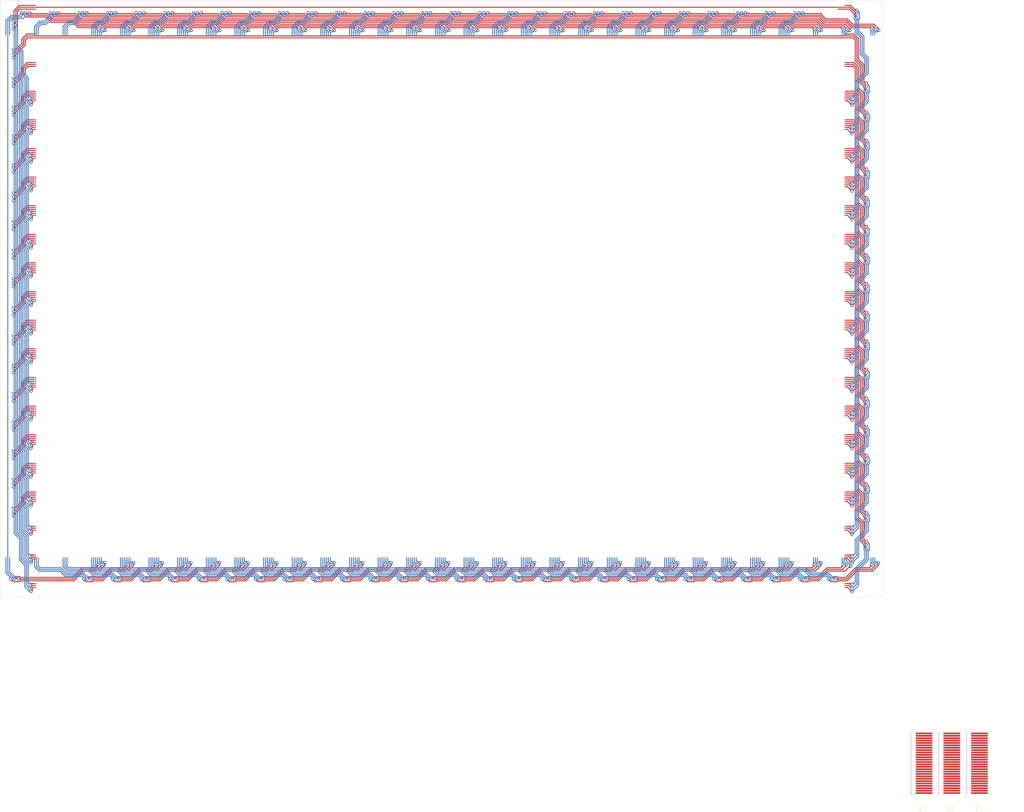
<source format=kicad_pcb>
(kicad_pcb (version 20241229) (generator "pcbnew") (generator_version "9.0")
  (layers (0 "F.Cu" signal) (2 "B.Cu" signal) (13 "F.Paste" user) (15 "B.Paste" user) (5 "F.SilkS" user "F.Silkscreen") (7 "B.SilkS" user "B.Silkscreen") (1 "F.Mask" user) (3 "B.Mask" user) (25 "Edge.Cuts" user))
  (net 0 "")
  (net 1 "/Y7")
  (net 2 "GND")
  (net 5 "/Y11")
  (net 6 "/Y5")
  (net 7 "/Y3")
  (net 8 "/Y1")
  (net 9 "/Y12")
  (net 10 "/Y17")
  (net 11 "/Y16")
  (net 12 "/Y2")
  (net 13 "/Y10")
  (net 14 "/Y9")
  (net 15 "/Y14")
  (net 16 "/Y13")
  (net 17 "/Y0")
  (net 18 "/Y15")
  (net 19 "/Y6")
  (net 20 "/Y8")
  (net 21 "/Y4")
  (net 23 "/X4")
  (net 24 "/X16")
  (net 25 "/X3")
  (net 26 "/X0")
  (net 27 "/X19")
  (net 28 "/X13")
  (net 29 "/X14")
  (net 30 "/X12")
  (net 31 "/X8")
  (net 32 "/X11")
  (net 33 "/X17")
  (net 34 "/X1")
  (net 35 "/X10")
  (net 36 "/X7")
  (net 37 "/X9")
  (net 38 "/X2")
  (net 39 "/X5")
  (net 40 "/X6")
  (net 41 "/X18")
  (net 43 "/X15")
  (net 51 "/X20")
  (net 53 "/X21")
  (net 54 "/X23")
  (net 55 "/X27")
  (net 57 "/X22")
  (net 61 "/X24")
  (net 62 "/X25")
  (net 63 "/X26")
  (net 68 "Net-(J4-Pin_5)")
  (net 69 "Net-(J4-Pin_3)")
  (net 70 "Net-(J4-Pin_1)")
  (net 71 "Net-(J4-Pin_4)")
  (net 72 "Net-(J4-Pin_6)")
  (net 73 "Net-(J5-Pin_6)")
  (net 74 "Net-(J5-Pin_2)")
  (net 75 "Net-(J5-Pin_4)")
  (net 76 "Net-(J6-Pin_2)")
  (net 77 "Net-(J6-Pin_4)")
  (net 78 "Net-(J6-Pin_6)")
  (net 79 "Net-(J10-Pin_5)")
  (net 80 "Net-(J8-Pin_1)")
  (net 81 "Net-(J8-Pin_5)")
  (net 82 "Net-(J10-Pin_3)")
  (net 83 "Net-(J8-Pin_3)")
  (net 84 "Net-(J11-Pin_5)")
  (net 85 "Net-(J11-Pin_1)")
  (net 86 "Net-(J11-Pin_3)")
  (net 87 "Net-(J10-Pin_4)")
  (net 88 "Net-(J10-Pin_2)")
  (net 89 "Net-(J10-Pin_6)")
  (net 90 "Net-(J12-Pin_4)")
  (net 91 "Net-(J12-Pin_6)")
  (net 92 "Net-(J12-Pin_3)")
  (net 93 "Net-(J12-Pin_1)")
  (net 94 "Net-(J12-Pin_5)")
  (net 95 "Net-(J13-Pin_2)")
  (net 96 "Net-(J13-Pin_6)")
  (net 97 "Net-(J13-Pin_4)")
  (net 98 "Net-(J14-Pin_2)")
  (net 99 "Net-(J14-Pin_6)")
  (net 100 "Net-(J14-Pin_4)")
  (net 101 "Net-(J16-Pin_3)")
  (net 102 "Net-(J16-Pin_1)")
  (net 103 "Net-(J16-Pin_6)")
  (net 104 "Net-(J16-Pin_5)")
  (net 105 "Net-(J16-Pin_4)")
  (net 106 "Net-(J17-Pin_4)")
  (net 107 "Net-(J17-Pin_6)")
  (net 108 "Net-(J17-Pin_2)")
  (net 109 "Net-(J18-Pin_4)")
  (net 110 "Net-(J18-Pin_2)")
  (net 111 "Net-(J18-Pin_6)")
  (net 112 "Net-(J20-Pin_5)")
  (net 113 "Net-(J20-Pin_4)")
  (net 114 "Net-(J20-Pin_3)")
  (net 115 "Net-(J20-Pin_6)")
  (net 116 "Net-(J20-Pin_1)")
  (net 117 "Net-(J21-Pin_4)")
  (net 118 "Net-(J21-Pin_2)")
  (net 119 "Net-(J21-Pin_6)")
  (net 120 "Net-(J22-Pin_4)")
  (net 121 "Net-(J22-Pin_6)")
  (net 122 "Net-(J22-Pin_2)")
  (net 123 "Net-(J24-Pin_3)")
  (net 124 "Net-(J24-Pin_1)")
  (net 125 "Net-(J24-Pin_4)")
  (net 126 "Net-(J24-Pin_6)")
  (net 127 "Net-(J24-Pin_5)")
  (net 128 "Net-(J25-Pin_4)")
  (net 129 "Net-(J25-Pin_6)")
  (net 130 "Net-(J25-Pin_2)")
  (net 131 "Net-(J26-Pin_6)")
  (net 132 "Net-(J26-Pin_4)")
  (net 133 "Net-(J26-Pin_2)")
  (net 134 "Net-(J28-Pin_6)")
  (net 135 "Net-(J28-Pin_3)")
  (net 136 "Net-(J28-Pin_1)")
  (net 137 "Net-(J28-Pin_4)")
  (net 138 "Net-(J28-Pin_5)")
  (net 139 "Net-(J29-Pin_4)")
  (net 140 "Net-(J29-Pin_6)")
  (net 141 "Net-(J29-Pin_2)")
  (net 142 "Net-(J30-Pin_2)")
  (net 143 "Net-(J30-Pin_4)")
  (net 144 "Net-(J30-Pin_6)")
  (net 145 "Net-(J32-Pin_3)")
  (net 146 "Net-(J32-Pin_5)")
  (net 147 "Net-(J32-Pin_6)")
  (net 148 "Net-(J32-Pin_4)")
  (net 149 "Net-(J32-Pin_1)")
  (net 150 "Net-(J33-Pin_4)")
  (net 151 "Net-(J33-Pin_2)")
  (net 152 "Net-(J33-Pin_6)")
  (net 153 "Net-(J34-Pin_6)")
  (net 154 "Net-(J34-Pin_4)")
  (net 155 "Net-(J34-Pin_2)")
  (net 156 "Net-(J36-Pin_1)")
  (net 157 "Net-(J36-Pin_6)")
  (net 158 "Net-(J36-Pin_3)")
  (net 159 "Net-(J36-Pin_5)")
  (net 160 "Net-(J36-Pin_4)")
  (net 161 "Net-(J37-Pin_4)")
  (net 162 "Net-(J37-Pin_6)")
  (net 163 "Net-(J37-Pin_2)")
  (net 164 "Net-(J38-Pin_6)")
  (net 165 "Net-(J38-Pin_2)")
  (net 166 "Net-(J38-Pin_4)")
  (net 167 "Net-(J40-Pin_5)")
  (net 168 "Net-(J40-Pin_1)")
  (net 169 "Net-(J40-Pin_3)")
  (net 170 "Net-(J40-Pin_4)")
  (net 171 "Net-(J40-Pin_6)")
  (net 172 "Net-(J41-Pin_2)")
  (net 173 "Net-(J41-Pin_6)")
  (net 174 "Net-(J41-Pin_4)")
  (net 175 "Net-(J42-Pin_2)")
  (net 176 "Net-(J42-Pin_6)")
  (net 177 "Net-(J42-Pin_4)")
  (net 178 "Net-(J44-Pin_6)")
  (net 179 "Net-(J44-Pin_1)")
  (net 180 "Net-(J44-Pin_5)")
  (net 181 "Net-(J44-Pin_3)")
  (net 182 "Net-(J44-Pin_4)")
  (net 183 "Net-(J45-Pin_6)")
  (net 184 "Net-(J45-Pin_4)")
  (net 185 "Net-(J45-Pin_2)")
  (net 186 "Net-(J46-Pin_2)")
  (net 187 "Net-(J46-Pin_6)")
  (net 188 "Net-(J46-Pin_4)")
  (net 189 "Net-(J48-Pin_3)")
  (net 190 "Net-(J48-Pin_4)")
  (net 191 "Net-(J48-Pin_5)")
  (net 192 "Net-(J48-Pin_6)")
  (net 193 "Net-(J48-Pin_1)")
  (net 194 "Net-(J49-Pin_6)")
  (net 195 "Net-(J49-Pin_2)")
  (net 196 "Net-(J49-Pin_4)")
  (net 197 "Net-(J50-Pin_4)")
  (net 198 "Net-(J50-Pin_2)")
  (net 199 "Net-(J50-Pin_6)")
  (net 200 "Net-(J52-Pin_5)")
  (net 201 "Net-(J52-Pin_3)")
  (net 202 "Net-(J52-Pin_6)")
  (net 203 "Net-(J52-Pin_1)")
  (net 204 "Net-(J52-Pin_4)")
  (net 205 "Net-(J53-Pin_4)")
  (net 206 "Net-(J53-Pin_6)")
  (net 207 "Net-(J53-Pin_2)")
  (net 208 "Net-(J54-Pin_4)")
  (net 209 "Net-(J54-Pin_6)")
  (net 210 "Net-(J54-Pin_2)")
  (net 211 "Net-(J56-Pin_3)")
  (net 212 "Net-(J56-Pin_1)")
  (net 213 "Net-(J56-Pin_5)")
  (net 214 "Net-(J56-Pin_4)")
  (net 215 "Net-(J56-Pin_6)")
  (net 216 "Net-(J57-Pin_2)")
  (net 217 "Net-(J57-Pin_6)")
  (net 218 "Net-(J57-Pin_4)")
  (net 219 "Net-(J58-Pin_4)")
  (net 220 "Net-(J58-Pin_2)")
  (net 221 "Net-(J58-Pin_6)")
  (net 222 "Net-(J60-Pin_3)")
  (net 223 "Net-(J60-Pin_5)")
  (net 224 "Net-(J60-Pin_1)")
  (net 225 "Net-(J60-Pin_6)")
  (net 226 "Net-(J60-Pin_4)")
  (net 227 "Net-(J61-Pin_2)")
  (net 228 "Net-(J61-Pin_6)")
  (net 229 "Net-(J61-Pin_4)")
  (net 230 "Net-(J62-Pin_6)")
  (net 231 "Net-(J62-Pin_4)")
  (net 232 "Net-(J62-Pin_2)")
  (net 233 "Net-(J64-Pin_5)")
  (net 234 "Net-(J64-Pin_3)")
  (net 235 "Net-(J64-Pin_1)")
  (net 236 "Net-(J64-Pin_6)")
  (net 237 "Net-(J64-Pin_4)")
  (net 238 "Net-(J65-Pin_6)")
  (net 239 "Net-(J65-Pin_4)")
  (net 240 "Net-(J65-Pin_2)")
  (net 241 "Net-(J66-Pin_2)")
  (net 242 "Net-(J66-Pin_4)")
  (net 243 "Net-(J66-Pin_6)")
  (net 244 "Net-(J68-Pin_5)")
  (net 245 "Net-(J68-Pin_6)")
  (net 246 "Net-(J68-Pin_1)")
  (net 247 "Net-(J68-Pin_3)")
  (net 248 "Net-(J68-Pin_4)")
  (net 249 "Net-(J69-Pin_6)")
  (net 250 "Net-(J69-Pin_4)")
  (net 251 "Net-(J69-Pin_2)")
  (net 252 "Net-(J70-Pin_6)")
  (net 253 "Net-(J70-Pin_2)")
  (net 254 "Net-(J70-Pin_4)")
  (net 255 "Net-(J72-Pin_6)")
  (net 256 "Net-(J72-Pin_3)")
  (net 257 "Net-(J72-Pin_4)")
  (net 258 "Net-(J72-Pin_1)")
  (net 259 "Net-(J72-Pin_5)")
  (net 260 "Net-(J73-Pin_4)")
  (net 261 "Net-(J73-Pin_6)")
  (net 262 "Net-(J73-Pin_2)")
  (net 263 "Net-(J74-Pin_6)")
  (net 264 "Net-(J74-Pin_2)")
  (net 265 "Net-(J74-Pin_4)")
  (net 266 "Net-(J76-Pin_6)")
  (net 267 "Net-(J76-Pin_5)")
  (net 268 "Net-(J76-Pin_4)")
  (net 269 "Net-(J76-Pin_3)")
  (net 270 "Net-(J76-Pin_1)")
  (net 271 "Net-(J77-Pin_2)")
  (net 272 "Net-(J77-Pin_6)")
  (net 273 "Net-(J77-Pin_4)")
  (net 274 "Net-(J78-Pin_4)")
  (net 275 "Net-(J78-Pin_6)")
  (net 276 "Net-(J78-Pin_2)")
  (net 277 "Net-(J80-Pin_6)")
  (net 278 "Net-(J80-Pin_4)")
  (net 279 "Net-(J80-Pin_1)")
  (net 280 "Net-(J80-Pin_5)")
  (net 281 "Net-(J80-Pin_3)")
  (net 282 "Net-(J81-Pin_6)")
  (net 283 "Net-(J81-Pin_4)")
  (net 284 "Net-(J81-Pin_2)")
  (net 285 "Net-(J82-Pin_6)")
  (net 286 "Net-(J82-Pin_4)")
  (net 287 "Net-(J82-Pin_2)")
  (net 288 "Net-(J84-Pin_5)")
  (net 289 "Net-(J84-Pin_1)")
  (net 290 "Net-(J84-Pin_6)")
  (net 291 "Net-(J84-Pin_4)")
  (net 292 "Net-(J84-Pin_3)")
  (net 293 "Net-(J85-Pin_4)")
  (net 294 "Net-(J85-Pin_6)")
  (net 295 "Net-(J85-Pin_2)")
  (net 296 "Net-(J86-Pin_4)")
  (net 297 "Net-(J86-Pin_6)")
  (net 298 "Net-(J86-Pin_2)")
  (net 299 "Net-(J88-Pin_1)")
  (net 300 "Net-(J88-Pin_6)")
  (net 301 "Net-(J88-Pin_4)")
  (net 302 "Net-(J88-Pin_5)")
  (net 303 "Net-(J88-Pin_3)")
  (net 304 "Net-(J89-Pin_6)")
  (net 305 "Net-(J89-Pin_4)")
  (net 306 "Net-(J89-Pin_2)")
  (net 307 "Net-(J90-Pin_2)")
  (net 308 "Net-(J90-Pin_4)")
  (net 309 "Net-(J90-Pin_6)")
  (net 310 "Net-(J92-Pin_3)")
  (net 311 "Net-(J92-Pin_5)")
  (net 312 "Net-(J92-Pin_4)")
  (net 313 "Net-(J92-Pin_1)")
  (net 314 "Net-(J92-Pin_6)")
  (net 315 "Net-(J93-Pin_4)")
  (net 316 "Net-(J93-Pin_6)")
  (net 317 "Net-(J93-Pin_2)")
  (net 318 "Net-(J94-Pin_2)")
  (net 319 "Net-(J94-Pin_6)")
  (net 320 "Net-(J94-Pin_4)")
  (net 321 "Net-(J96-Pin_3)")
  (net 322 "Net-(J96-Pin_4)")
  (net 323 "Net-(J96-Pin_6)")
  (net 324 "Net-(J96-Pin_1)")
  (net 325 "Net-(J96-Pin_5)")
  (net 326 "Net-(J97-Pin_4)")
  (net 327 "Net-(J97-Pin_2)")
  (net 328 "Net-(J97-Pin_6)")
  (net 329 "Net-(J98-Pin_2)")
  (net 330 "Net-(J98-Pin_4)")
  (net 331 "Net-(J98-Pin_6)")
  (net 332 "Net-(J100-Pin_3)")
  (net 333 "Net-(J100-Pin_5)")
  (net 334 "Net-(J100-Pin_4)")
  (net 335 "Net-(J100-Pin_1)")
  (net 336 "Net-(J100-Pin_6)")
  (net 337 "Net-(J101-Pin_4)")
  (net 338 "Net-(J101-Pin_6)")
  (net 339 "Net-(J101-Pin_2)")
  (net 340 "Net-(J102-Pin_6)")
  (net 341 "Net-(J102-Pin_2)")
  (net 342 "Net-(J102-Pin_4)")
  (net 343 "Net-(J104-Pin_3)")
  (net 344 "Net-(J104-Pin_4)")
  (net 345 "Net-(J104-Pin_1)")
  (net 346 "Net-(J104-Pin_5)")
  (net 347 "Net-(J104-Pin_6)")
  (net 348 "Net-(J105-Pin_6)")
  (net 349 "Net-(J105-Pin_2)")
  (net 350 "Net-(J105-Pin_4)")
  (net 351 "Net-(J106-Pin_2)")
  (net 352 "Net-(J106-Pin_4)")
  (net 353 "Net-(J106-Pin_6)")
  (net 354 "Net-(J108-Pin_3)")
  (net 355 "Net-(J108-Pin_4)")
  (net 356 "Net-(J108-Pin_1)")
  (net 357 "Net-(J108-Pin_6)")
  (net 358 "Net-(J108-Pin_5)")
  (net 359 "Net-(J109-Pin_2)")
  (net 360 "Net-(J109-Pin_4)")
  (net 361 "Net-(J109-Pin_6)")
  (net 362 "Net-(J110-Pin_2)")
  (net 363 "Net-(J110-Pin_6)")
  (net 364 "Net-(J110-Pin_4)")
  (net 365 "Net-(J112-Pin_1)")
  (net 366 "Net-(J112-Pin_4)")
  (net 367 "Net-(J112-Pin_5)")
  (net 368 "Net-(J112-Pin_3)")
  (net 369 "Net-(J112-Pin_6)")
  (net 370 "Net-(J113-Pin_4)")
  (net 371 "Net-(J113-Pin_6)")
  (net 372 "Net-(J113-Pin_2)")
  (net 373 "Net-(J114-Pin_6)")
  (net 374 "Net-(J114-Pin_4)")
  (net 375 "Net-(J114-Pin_2)")
  (net 376 "Net-(J116-Pin_4)")
  (net 377 "Net-(J116-Pin_3)")
  (net 378 "Net-(J116-Pin_6)")
  (net 379 "Net-(J116-Pin_1)")
  (net 380 "Net-(J116-Pin_5)")
  (net 381 "Net-(J117-Pin_6)")
  (net 382 "Net-(J117-Pin_2)")
  (net 383 "Net-(J117-Pin_4)")
  (net 384 "Net-(J118-Pin_4)")
  (net 385 "Net-(J118-Pin_2)")
  (net 386 "Net-(J118-Pin_6)")
  (net 387 "Net-(J120-Pin_4)")
  (net 388 "Net-(J120-Pin_6)")
  (net 389 "Net-(J120-Pin_5)")
  (net 390 "Net-(J120-Pin_3)")
  (net 391 "Net-(J120-Pin_1)")
  (net 392 "Net-(J121-Pin_2)")
  (net 393 "Net-(J121-Pin_4)")
  (net 394 "Net-(J121-Pin_6)")
  (net 395 "Net-(J122-Pin_4)")
  (net 396 "Net-(J122-Pin_6)")
  (net 397 "Net-(J122-Pin_2)")
  (net 398 "Net-(J124-Pin_1)")
  (net 399 "Net-(J124-Pin_6)")
  (net 400 "Net-(J124-Pin_4)")
  (net 401 "Net-(J124-Pin_5)")
  (net 402 "Net-(J124-Pin_3)")
  (net 403 "Net-(J125-Pin_6)")
  (net 404 "Net-(J125-Pin_4)")
  (net 405 "Net-(J125-Pin_2)")
  (net 406 "Net-(J126-Pin_6)")
  (net 407 "Net-(J126-Pin_2)")
  (net 408 "Net-(J126-Pin_4)")
  (net 409 "Net-(J128-Pin_4)")
  (net 410 "Net-(J128-Pin_6)")
  (net 411 "Net-(J128-Pin_3)")
  (net 412 "Net-(J128-Pin_1)")
  (net 413 "Net-(J128-Pin_5)")
  (net 414 "Net-(J129-Pin_2)")
  (net 415 "Net-(J129-Pin_6)")
  (net 416 "Net-(J129-Pin_4)")
  (net 417 "Net-(J130-Pin_2)")
  (net 418 "Net-(J130-Pin_6)")
  (net 419 "Net-(J130-Pin_4)")
  (net 420 "Net-(J132-Pin_5)")
  (net 421 "Net-(J132-Pin_1)")
  (net 422 "Net-(J132-Pin_3)")
  (net 423 "Net-(J132-Pin_6)")
  (net 424 "Net-(J132-Pin_4)")
  (net 425 "Net-(J133-Pin_6)")
  (net 426 "Net-(J133-Pin_4)")
  (net 427 "Net-(J133-Pin_2)")
  (net 428 "Net-(J134-Pin_2)")
  (net 429 "Net-(J134-Pin_4)")
  (net 430 "Net-(J134-Pin_6)")
  (net 431 "Net-(J136-Pin_4)")
  (net 432 "Net-(J136-Pin_1)")
  (net 433 "Net-(J136-Pin_5)")
  (net 434 "Net-(J136-Pin_3)")
  (net 435 "Net-(J136-Pin_6)")
  (net 436 "Net-(J137-Pin_4)")
  (net 437 "Net-(J137-Pin_6)")
  (net 438 "Net-(J137-Pin_2)")
  (net 439 "Net-(J138-Pin_2)")
  (net 440 "Net-(J138-Pin_4)")
  (net 441 "Net-(J138-Pin_6)")
  (net 442 "Net-(J140-Pin_6)")
  (net 443 "Net-(J140-Pin_3)")
  (net 444 "Net-(J140-Pin_1)")
  (net 445 "Net-(J140-Pin_4)")
  (net 446 "Net-(J140-Pin_5)")
  (net 447 "Net-(J141-Pin_2)")
  (net 448 "Net-(J141-Pin_6)")
  (net 449 "Net-(J141-Pin_4)")
  (net 450 "Net-(J142-Pin_6)")
  (net 451 "Net-(J142-Pin_2)")
  (net 452 "Net-(J142-Pin_4)")
  (net 453 "Net-(J144-Pin_6)")
  (net 454 "Net-(J144-Pin_5)")
  (net 455 "Net-(J144-Pin_4)")
  (net 456 "Net-(J144-Pin_3)")
  (net 457 "Net-(J144-Pin_1)")
  (net 458 "Net-(J145-Pin_4)")
  (net 459 "Net-(J145-Pin_2)")
  (net 460 "Net-(J145-Pin_6)")
  (net 461 "Net-(J146-Pin_6)")
  (net 462 "Net-(J146-Pin_2)")
  (net 463 "Net-(J146-Pin_4)")
  (net 464 "Net-(J148-Pin_5)")
  (net 465 "Net-(J148-Pin_4)")
  (net 466 "Net-(J148-Pin_1)")
  (net 467 "Net-(J148-Pin_6)")
  (net 468 "Net-(J148-Pin_3)")
  (net 469 "Net-(J149-Pin_2)")
  (net 470 "Net-(J149-Pin_4)")
  (net 471 "Net-(J149-Pin_6)")
  (net 472 "Net-(J150-Pin_2)")
  (net 473 "Net-(J150-Pin_6)")
  (net 474 "Net-(J150-Pin_4)")
  (net 475 "Net-(J152-Pin_6)")
  (net 476 "Net-(J152-Pin_4)")
  (net 477 "Net-(J152-Pin_5)")
  (net 478 "Net-(J152-Pin_1)")
  (net 479 "Net-(J152-Pin_3)")
  (net 480 "Net-(J153-Pin_2)")
  (net 481 "Net-(J153-Pin_4)")
  (net 482 "Net-(J153-Pin_6)")
  (net 483 "Net-(J154-Pin_4)")
  (net 484 "Net-(J154-Pin_6)")
  (net 485 "Net-(J154-Pin_2)")
  (net 486 "Net-(J156-Pin_3)")
  (net 487 "Net-(J156-Pin_5)")
  (net 488 "Net-(J156-Pin_1)")
  (net 489 "Net-(J156-Pin_6)")
  (net 490 "Net-(J156-Pin_4)")
  (net 491 "Net-(J157-Pin_2)")
  (net 492 "Net-(J157-Pin_6)")
  (net 493 "Net-(J157-Pin_4)")
  (net 494 "Net-(J158-Pin_2)")
  (net 495 "Net-(J158-Pin_4)")
  (net 496 "Net-(J158-Pin_6)")
  (net 497 "Net-(J160-Pin_5)")
  (net 498 "Net-(J160-Pin_3)")
  (net 499 "Net-(J160-Pin_4)")
  (net 500 "Net-(J160-Pin_1)")
  (net 501 "Net-(J160-Pin_6)")
  (net 502 "Net-(J161-Pin_4)")
  (net 503 "Net-(J161-Pin_2)")
  (net 504 "Net-(J161-Pin_6)")
  (net 505 "Net-(J162-Pin_6)")
  (net 506 "Net-(J162-Pin_2)")
  (net 507 "Net-(J162-Pin_4)")
  (net 508 "Net-(J164-Pin_1)")
  (net 509 "Net-(J164-Pin_4)")
  (net 510 "Net-(J164-Pin_3)")
  (net 511 "Net-(J164-Pin_6)")
  (net 512 "Net-(J164-Pin_5)")
  (net 513 "Net-(J165-Pin_6)")
  (net 514 "Net-(J165-Pin_4)")
  (net 515 "Net-(J165-Pin_2)")
  (net 516 "Net-(J166-Pin_2)")
  (net 517 "Net-(J166-Pin_4)")
  (net 518 "Net-(J166-Pin_6)")
  (net 519 "Net-(J168-Pin_5)")
  (net 520 "Net-(J168-Pin_4)")
  (net 521 "Net-(J168-Pin_1)")
  (net 522 "Net-(J168-Pin_6)")
  (net 523 "Net-(J168-Pin_3)")
  (net 524 "Net-(J169-Pin_2)")
  (net 525 "Net-(J169-Pin_4)")
  (net 526 "Net-(J169-Pin_6)")
  (net 527 "Net-(J170-Pin_2)")
  (net 528 "Net-(J170-Pin_6)")
  (net 529 "Net-(J170-Pin_4)")
  (net 530 "Net-(J172-Pin_4)")
  (net 531 "Net-(J172-Pin_3)")
  (net 532 "Net-(J172-Pin_5)")
  (net 533 "Net-(J172-Pin_1)")
  (net 534 "Net-(J172-Pin_6)")
  (net 535 "Net-(J173-Pin_6)")
  (net 536 "Net-(J173-Pin_2)")
  (net 537 "Net-(J173-Pin_4)")
  (net 538 "Net-(J174-Pin_6)")
  (net 539 "Net-(J174-Pin_4)")
  (net 540 "Net-(J174-Pin_2)")
  (net 541 "Net-(J176-Pin_6)")
  (net 542 "Net-(J176-Pin_1)")
  (net 543 "Net-(J176-Pin_4)")
  (net 544 "Net-(J176-Pin_3)")
  (net 545 "Net-(J176-Pin_5)")
  (net 546 "Net-(J177-Pin_6)")
  (net 547 "Net-(J177-Pin_4)")
  (net 548 "Net-(J177-Pin_2)")
  (net 549 "Net-(J178-Pin_4)")
  (net 550 "Net-(J178-Pin_2)")
  (net 551 "Net-(J178-Pin_6)")
  (net 552 "Net-(J180-Pin_6)")
  (net 553 "Net-(J180-Pin_5)")
  (net 554 "Net-(J180-Pin_3)")
  (net 555 "Net-(J180-Pin_1)")
  (net 556 "Net-(J180-Pin_4)")
  (net 557 "Net-(J181-Pin_6)")
  (net 558 "Net-(J181-Pin_4)")
  (net 559 "Net-(J181-Pin_2)")
  (net 560 "Net-(J182-Pin_4)")
  (net 561 "Net-(J182-Pin_6)")
  (net 562 "Net-(J182-Pin_2)")
  (net 563 "Net-(J184-Pin_6)")
  (net 564 "Net-(J184-Pin_3)")
  (net 565 "Net-(J184-Pin_4)")
  (net 566 "Net-(J184-Pin_5)")
  (net 567 "Net-(J184-Pin_1)")
  (net 568 "Net-(J185-Pin_4)")
  (net 569 "Net-(J185-Pin_6)")
  (net 570 "Net-(J185-Pin_2)")
  (net 571 "Net-(J186-Pin_6)")
  (net 572 "Net-(J186-Pin_2)")
  (net 573 "Net-(J186-Pin_4)")
  (footprint "footprints:coil_terminal_3p" (layer "F.Cu") (at 77.7 129.5)
    (property "Reference" "J180" (hide yes))
    (property "Value" "Conn_02x03_Odd_Even" (hide yes))
  )
  (footprint "footprints:coil_terminal_3p" (layer "F.Cu") (at 247.7 106.7)
    (property "Reference" "J155" (hide yes))
    (property "Value" "Conn_02x03_Odd_Even" (hide yes))
  )
  (footprint "footprints:coil_terminal_3p" (layer "F.Cu") (at 77.7 148.7)
    (property "Reference" "J181" (hide yes))
    (property "Value" "Conn_02x03_Odd_Even" (hide yes))
  )
  (footprint "footprints:coil_terminal_3p" (layer "F.Cu") (at 247.7 52.7)
    (property "Reference" "J119" (hide yes))
    (property "Value" "Conn_02x03_Odd_Even" (hide yes))
  )
  (footprint "footprints:coil_terminal_3p" (layer "F.Cu") (at 247.7 118.7)
    (property "Reference" "J163" (hide yes))
    (property "Value" "Conn_02x03_Odd_Even" (hide yes))
  )
  (footprint "footprints:coil_terminal_3p" (layer "F.Cu") (at 77.7 88.7)
    (property "Reference" "J141" (hide yes))
    (property "Value" "Conn_02x03_Odd_Even" (hide yes))
  )
  (footprint "footprints:coil_terminal_3p" (layer "F.Cu") (at 77.7 46.7)
    (property "Reference" "J113" (hide yes))
    (property "Value" "Conn_02x03_Odd_Even" (hide yes))
  )
  (footprint "footprints:coil_terminal_3p" (layer "F.Cu") (at 247.7 124.7)
    (property "Reference" "J167" (hide yes))
    (property "Value" "Conn_02x03_Odd_Even" (hide yes))
  )
  (footprint "footprints:coil_terminal_3p" (layer "F.Cu") (at 77.7 51.5)
    (property "Reference" "J128" (hide yes))
    (property "Value" "Conn_02x03_Odd_Even" (hide yes))
  )
  (footprint "footprints:coil_terminal_3p" (layer "F.Cu") (at 247.7 39.5)
    (property "Reference" "J122" (hide yes))
    (property "Value" "Conn_02x03_Odd_Even" (hide yes))
  )
  (footprint "footprints:coil_terminal_3p" (layer "F.Cu") (at 247.7 69.5)
    (property "Reference" "J142" (hide yes))
    (property "Value" "Conn_02x03_Odd_Even" (hide yes))
  )
  (footprint "footprints:coil_terminal_3p" (layer "F.Cu") (at 77.7 130.7)
    (property "Reference" "J169" (hide yes))
    (property "Value" "Conn_02x03_Odd_Even" (hide yes))
  )
  (footprint "footprints:coil_terminal_3p" (layer "F.Cu") (at 247.7 75.5)
    (property "Reference" "J146" (hide yes))
    (property "Value" "Conn_02x03_Odd_Even" (hide yes))
  )
  (footprint "footprints:coil_terminal_3p" (layer "F.Cu") (at 247.7 105.5)
    (property "Reference" "J166" (hide yes))
    (property "Value" "Conn_02x03_Odd_Even" (hide yes))
  )
  (footprint "footprints:coil_terminal_3p" (layer "F.Cu") (at 247.7 117.5)
    (property "Reference" "J174" (hide yes))
    (property "Value" "Conn_02x03_Odd_Even" (hide yes))
  )
  (footprint "FPC:Hirose_FH12-26S-0.5SH(55)-FPC_1" (layer "F.Cu") (at 277.4 185.95 180)
    (property "Reference" "J1")
    (property "Value" "Conn_01x26_MountingPin")
  )
  (footprint "footprints:coil_terminal_3p" (layer "F.Cu") (at 247.7 57.5)
    (property "Reference" "J134" (hide yes))
    (property "Value" "Conn_02x03_Odd_Even" (hide yes))
  )
  (footprint "footprints:coil_terminal_3p" (layer "F.Cu") (at 77.7 52.7)
    (property "Reference" "J117" (hide yes))
    (property "Value" "Conn_02x03_Odd_Even" (hide yes))
  )
  (footprint "footprints:coil_terminal_3p" (layer "F.Cu") (at 77.7 82.7)
    (property "Reference" "J137" (hide yes))
    (property "Value" "Conn_02x03_Odd_Even" (hide yes))
  )
  (footprint "footprints:coil_terminal_3p" (layer "F.Cu") (at 247.7 81.5)
    (property "Reference" "J150" (hide yes))
    (property "Value" "Conn_02x03_Odd_Even" (hide yes))
  )
  (footprint "footprints:coil_terminal_3p" (layer "F.Cu") (at 77.7 27.5)
    (property "Reference" "J112" (hide yes))
    (property "Value" "Conn_02x03_Odd_Even" (hide yes))
  )
  (footprint "footprints:coil_terminal_3p" (layer "F.Cu") (at 247.7 51.5)
    (property "Reference" "J130" (hide yes))
    (property "Value" "Conn_02x03_Odd_Even" (hide yes))
  )
  (footprint "footprints:coil_terminal_3p" (layer "F.Cu") (at 247.7 123.5)
    (property "Reference" "J178" (hide yes))
    (property "Value" "Conn_02x03_Odd_Even" (hide yes))
  )
  (footprint "footprints:coil_terminal_3p" (layer "F.Cu") (at 247.7 111.5)
    (property "Reference" "J170" (hide yes))
    (property "Value" "Conn_02x03_Odd_Even" (hide yes))
  )
  (footprint "footprints:coil_terminal_3p" (layer "F.Cu") (at 247.7 63.5)
    (property "Reference" "J138" (hide yes))
    (property "Value" "Conn_02x03_Odd_Even" (hide yes))
  )
  (footprint "footprints:coil_terminal_3p" (layer "F.Cu") (at 77.7 118.7)
    (property "Reference" "J161" (hide yes))
    (property "Value" "Conn_02x03_Odd_Even" (hide yes))
  )
  (footprint "footprints:coil_terminal_3p" (layer "F.Cu") (at 247.7 87.5)
    (property "Reference" "J154" (hide yes))
    (property "Value" "Conn_02x03_Odd_Even" (hide yes))
  )
  (footprint "footprints:coil_terminal_3p" (layer "F.Cu") (at 247.7 58.7)
    (property "Reference" "J123" (hide yes))
    (property "Value" "Conn_02x03_Odd_Even" (hide yes))
  )
  (footprint "footprints:coil_terminal_3p" (layer "F.Cu") (at 77.7 64.7)
    (property "Reference" "J125" (hide yes))
    (property "Value" "Conn_02x03_Odd_Even" (hide yes))
  )
  (footprint "footprints:coil_terminal_3p" (layer "F.Cu") (at 247.7 94.7)
    (property "Reference" "J147" (hide yes))
    (property "Value" "Conn_02x03_Odd_Even" (hide yes))
  )
  (footprint "footprints:coil_terminal_3p" (layer "F.Cu") (at 77.7 69.5)
    (property "Reference" "J140" (hide yes))
    (property "Value" "Conn_02x03_Odd_Even" (hide yes))
  )
  (footprint "FPC:Hirose_FH12-26S-0.5SH(55)-FPC_1" (layer "F.Cu") (at 271.6 185.95 180)
    (property "Reference" "J2")
    (property "Value" "Conn_01x26_MountingPin")
  )
  (footprint "footprints:coil_terminal_3p" (layer "F.Cu") (at 247.7 100.7)
    (property "Reference" "J151" (hide yes))
    (property "Value" "Conn_02x03_Odd_Even" (hide yes))
  )
  (footprint "footprints:coil_terminal_3p" (layer "F.Cu") (at 247.7 76.7)
    (property "Reference" "J135" (hide yes))
    (property "Value" "Conn_02x03_Odd_Even" (hide yes))
  )
  (footprint "footprints:coil_terminal_3p" (layer "F.Cu") (at 77.7 75.5)
    (property "Reference" "J144" (hide yes))
    (property "Value" "Conn_02x03_Odd_Even" (hide yes))
  )
  (footprint "footprints:coil_terminal_3p" (layer "F.Cu") (at 77.7 100.7)
    (property "Reference" "J149" (hide yes))
    (property "Value" "Conn_02x03_Odd_Even" (hide yes))
  )
  (footprint "footprints:coil_terminal_3p" (layer "F.Cu") (at 77.7 106.7)
    (property "Reference" "J153" (hide yes))
    (property "Value" "Conn_02x03_Odd_Even" (hide yes))
  )
  (footprint "footprints:coil_terminal_3p" (layer "F.Cu") (at 77.7 81.5)
    (property "Reference" "J148" (hide yes))
    (property "Value" "Conn_02x03_Odd_Even" (hide yes))
  )
  (footprint "footprints:coil_terminal_3p" (layer "F.Cu") (at 247.7 112.7)
    (property "Reference" "J159" (hide yes))
    (property "Value" "Conn_02x03_Odd_Even" (hide yes))
  )
  (footprint "footprints:coil_terminal_3p" (layer "F.Cu") (at 77.7 45.5)
    (property "Reference" "J124" (hide yes))
    (property "Value" "Conn_02x03_Odd_Even" (hide yes))
  )
  (footprint "footprints:coil_terminal_3p" (layer "F.Cu") (at 247.7 70.7)
    (property "Reference" "J131" (hide yes))
    (property "Value" "Conn_02x03_Odd_Even" (hide yes))
  )
  (footprint "footprints:coil_terminal_3p" (layer "F.Cu") (at 77.7 70.7)
    (property "Reference" "J129" (hide yes))
    (property "Value" "Conn_02x03_Odd_Even" (hide yes))
  )
  (footprint "footprints:coil_terminal_3p" (layer "F.Cu") (at 77.7 94.7)
    (property "Reference" "J145" (hide yes))
    (property "Value" "Conn_02x03_Odd_Even" (hide yes))
  )
  (footprint "footprints:coil_terminal_3p" (layer "F.Cu") (at 247.7 33.5)
    (property "Reference" "J118" (hide yes))
    (property "Value" "Conn_02x03_Odd_Even" (hide yes))
  )
  (footprint "footprints:coil_terminal_3p" (layer "F.Cu") (at 77.7 87.5)
    (property "Reference" "J152" (hide yes))
    (property "Value" "Conn_02x03_Odd_Even" (hide yes))
  )
  (footprint "footprints:coil_terminal_3p" (layer "F.Cu") (at 247.7 136.7)
    (property "Reference" "J175" (hide yes))
    (property "Value" "Conn_02x03_Odd_Even" (hide yes))
  )
  (footprint "footprints:coil_terminal_3p" (layer "F.Cu") (at 77.7 39.5)
    (property "Reference" "J120" (hide yes))
    (property "Value" "Conn_02x03_Odd_Even" (hide yes))
  )
  (footprint "footprints:coil_terminal_3p" (layer "F.Cu") (at 77.7 58.7)
    (property "Reference" "J121" (hide yes))
    (property "Value" "Conn_02x03_Odd_Even" (hide yes))
  )
  (footprint "footprints:coil_terminal_3p" (layer "F.Cu") (at 247.7 99.5)
    (property "Reference" "J162" (hide yes))
    (property "Value" "Conn_02x03_Odd_Even" (hide yes))
  )
  (footprint "footprints:coil_terminal_3p" (layer "F.Cu") (at 77.7 112.7)
    (property "Reference" "J157" (hide yes))
    (property "Value" "Conn_02x03_Odd_Even" (hide yes))
  )
  (footprint "footprints:coil_terminal_3p" (layer "F.Cu") (at 77.7 105.5)
    (property "Reference" "J164" (hide yes))
    (property "Value" "Conn_02x03_Odd_Even" (hide yes))
  )
  (footprint "footprints:coil_terminal_3p" (layer "F.Cu") (at 77.7 99.5)
    (property "Reference" "J160" (hide yes))
    (property "Value" "Conn_02x03_Odd_Even" (hide yes))
  )
  (footprint "footprints:coil_terminal_3p" (layer "F.Cu") (at 247.7 142.7)
    (property "Reference" "J179" (hide yes))
    (property "Value" "Conn_02x03_Odd_Even" (hide yes))
  )
  (footprint "footprints:coil_terminal_3p" (layer "F.Cu") (at 77.7 111.5)
    (property "Reference" "J168" (hide yes))
    (property "Value" "Conn_02x03_Odd_Even" (hide yes))
  )
  (footprint "footprints:coil_terminal_3p" (layer "F.Cu") (at 247.7 27.5)
    (property "Reference" "J114" (hide yes))
    (property "Value" "Conn_02x03_Odd_Even" (hide yes))
  )
  (footprint "footprints:coil_terminal_3p" (layer "F.Cu") (at 247.7 64.7)
    (property "Reference" "J127" (hide yes))
    (property "Value" "Conn_02x03_Odd_Even" (hide yes))
  )
  (footprint "footprints:coil_terminal_3p" (layer "F.Cu") (at 247.7 45.5)
    (property "Reference" "J126" (hide yes))
    (property "Value" "Conn_02x03_Odd_Even" (hide yes))
  )
  (footprint "footprints:coil_terminal_3p" (layer "F.Cu") (at 77.7 76.7)
    (property "Reference" "J133" (hide yes))
    (property "Value" "Conn_02x03_Odd_Even" (hide yes))
  )
  (footprint "footprints:coil_terminal_3p" (layer "F.Cu") (at 77.7 33.5)
    (property "Reference" "J116" (hide yes))
    (property "Value" "Conn_02x03_Odd_Even" (hide yes))
  )
  (footprint "footprints:coil_terminal_3p" (layer "F.Cu") (at 247.7 82.7)
    (property "Reference" "J139" (hide yes))
    (property "Value" "Conn_02x03_Odd_Even" (hide yes))
  )
  (footprint "footprints:coil_terminal_3p" (layer "F.Cu") (at 77.7 117.5)
    (property "Reference" "J172" (hide yes))
    (property "Value" "Conn_02x03_Odd_Even" (hide yes))
  )
  (footprint "footprints:coil_terminal_3p" (layer "F.Cu") (at 77.7 142.7)
    (property "Reference" "J177" (hide yes))
    (property "Value" "Conn_02x03_Odd_Even" (hide yes))
  )
  (footprint "footprints:coil_terminal_3p" (layer "F.Cu") (at 77.7 57.5)
    (property "Reference" "J132" (hide yes))
    (property "Value" "Conn_02x03_Odd_Even" (hide yes))
  )
  (footprint "footprints:coil_terminal_3p" (layer "F.Cu") (at 247.7 130.7)
    (property "Reference" "J171" (hide yes))
    (property "Value" "Conn_02x03_Odd_Even" (hide yes))
  )
  (footprint "footprints:coil_terminal_3p" (layer "F.Cu") (at 77.7 123.5)
    (property "Reference" "J176" (hide yes))
    (property "Value" "Conn_02x03_Odd_Even" (hide yes))
  )
  (footprint "footprints:coil_terminal_3p" (layer "F.Cu") (at 77.7 136.7)
    (property "Reference" "J173" (hide yes))
    (property "Value" "Conn_02x03_Odd_Even" (hide yes))
  )
  (footprint "footprints:coil_terminal_3p" (layer "F.Cu") (at 247.7 46.7)
    (property "Reference" "J115" (hide yes))
    (property "Value" "Conn_02x03_Odd_Even" (hide yes))
  )
  (footprint "footprints:coil_terminal_3p" (layer "F.Cu") (at 247.7 93.5)
    (property "Reference" "J158" (hide yes))
    (property "Value" "Conn_02x03_Odd_Even" (hide yes))
  )
  (footprint "footprints:coil_terminal_3p" (layer "F.Cu") (at 77.7 124.7)
    (property "Reference" "J165" (hide yes))
    (property "Value" "Conn_02x03_Odd_Even" (hide yes))
  )
  (footprint "footprints:coil_terminal_3p" (layer "F.Cu") (at 247.7 88.7)
    (property "Reference" "J143" (hide yes))
    (property "Value" "Conn_02x03_Odd_Even" (hide yes))
  )
  (footprint "FPC:Hirose_FH12-26S-0.5SH(55)-FPC_1" (layer "F.Cu") (at 265.8 185.95 180)
    (property "Reference" "J3")
    (property "Value" "Conn_01x26_MountingPin")
  )
  (footprint "footprints:coil_terminal_3p" (layer "F.Cu") (at 247.7 148.7)
    (property "Reference" "J183" (hide yes))
    (property "Value" "Conn_02x03_Odd_Even" (hide yes))
  )
  (footprint "footprints:coil_terminal_3p" (layer "F.Cu") (at 77.7 63.5)
    (property "Reference" "J136" (hide yes))
    (property "Value" "Conn_02x03_Odd_Even" (hide yes))
  )
  (footprint "footprints:coil_terminal_3p" (layer "F.Cu") (at 77.7 93.5)
    (property "Reference" "J156" (hide yes))
    (property "Value" "Conn_02x03_Odd_Even" (hide yes))
  )
  (footprint "footprints:coil_terminal_3p" (layer "F.Cu") (at 247.7 129.5)
    (property "Reference" "J182" (hide yes))
    (property "Value" "Conn_02x03_Odd_Even" (hide yes))
  )
  (footprint "footprints:coil_terminal_3p" (layer "B.Cu") (at 126.1 33.1 -90)
    (property "Reference" "J40" (hide yes))
    (property "Value" "Conn_02x03_Odd_Even" (hide yes))
  )
  (footprint "footprints:coil_terminal_3p" (layer "B.Cu") (at 235.298096 33.1 -90)
    (property "Reference" "J101" (hide yes))
    (property "Value" "Conn_02x03_Odd_Even" (hide yes))
  )
  (footprint "footprints:coil_terminal_3p" (layer "B.Cu") (at 198.1 33.1 -90)
    (property "Reference" "J88" (hide yes))
    (property "Value" "Conn_02x03_Odd_Even" (hide yes))
  )
  (footprint "footprints:coil_terminal_3p" (layer "B.Cu") (at 204.1 143.1 -90)
    (property "Reference" "J94" (hide yes))
    (property "Value" "Conn_02x03_Odd_Even" (hide yes))
  )
  (footprint "footprints:coil_terminal_3p" (layer "B.Cu") (at 217.298096 33.1 -90)
    (property "Reference" "J89" (hide yes))
    (property "Value" "Conn_02x03_Odd_Even" (hide yes))
  )
  (footprint "footprints:coil_terminal_3p" (layer "B.Cu") (at 193.298096 143.1 -90)
    (property "Reference" "J75" (hide yes))
    (property "Value" "Conn_02x03_Odd_Even" (hide yes))
  )
  (footprint "footprints:coil_terminal_3p" (layer "B.Cu") (at 91.298096 33.1 -90)
    (property "Reference" "J5" (hide yes))
    (property "Value" "Conn_02x03_Odd_Even" (hide yes))
  )
  (footprint "footprints:coil_terminal_3p" (layer "B.Cu") (at 241.298096 143.1 -90)
    (property "Reference" "J107" (hide yes))
    (property "Value" "Conn_02x03_Odd_Even" (hide yes))
  )
  (footprint "footprints:coil_terminal_3p" (layer "B.Cu") (at 216.1 143.1 -90)
    (property "Reference" "J102" (hide yes))
    (property "Value" "Conn_02x03_Odd_Even" (hide yes))
  )
  (footprint "footprints:coil_terminal_3p" (layer "B.Cu") (at 151.298096 33.1 -90)
    (property "Reference" "J45" (hide yes))
    (property "Value" "Conn_02x03_Odd_Even" (hide yes))
  )
  (footprint "footprints:coil_terminal_3p" (layer "B.Cu") (at 132.1 143.1 -90)
    (property "Reference" "J46" (hide yes))
    (property "Value" "Conn_02x03_Odd_Even" (hide yes))
  )
  (footprint "footprints:coil_terminal_3p" (layer "B.Cu") (at 234.1 143.1 -90)
    (property "Reference" "J186" (hide yes))
    (property "Value" "Conn_02x03_Odd_Even" (hide yes))
  )
  (footprint "footprints:coil_terminal_3p" (layer "B.Cu") (at 192.1 33.1 -90)
    (property "Reference" "J84" (hide yes))
    (property "Value" "Conn_02x03_Odd_Even" (hide yes))
  )
  (footprint "footprints:coil_terminal_3p" (layer "B.Cu") (at 151.298096 143.1 -90)
    (property "Reference" "J47" (hide yes))
    (property "Value" "Conn_02x03_Odd_Even" (hide yes))
  )
  (footprint "footprints:coil_terminal_3p" (layer "B.Cu") (at 84.1 143.1 -90)
    (property "Reference" "J14" (hide yes))
    (property "Value" "Conn_02x03_Odd_Even" (hide yes))
  )
  (footprint "footprints:coil_terminal_3p" (layer "B.Cu") (at 229.298096 33.1 -90)
    (property "Reference" "J97" (hide yes))
    (property "Value" "Conn_02x03_Odd_Even" (hide yes))
  )
  (footprint "footprints:coil_terminal_3p" (layer "B.Cu") (at 150.1 33.1 -90)
    (property "Reference" "J56" (hide yes))
    (property "Value" "Conn_02x03_Odd_Even" (hide yes))
  )
  (footprint "footprints:coil_terminal_3p" (layer "B.Cu") (at 120.1 33.1 -90)
    (property "Reference" "J36" (hide yes))
    (property "Value" "Conn_02x03_Odd_Even" (hide yes))
  )
  (footprint "footprints:coil_terminal_3p" (layer "B.Cu") (at 115.298096 143.1 -90)
    (property "Reference" "J23" (hide yes))
    (property "Value" "Conn_02x03_Odd_Even" (hide yes))
  )
  (footprint "footprints:coil_terminal_3p" (layer "B.Cu") (at 198.1 143.1 -90)
    (property "Reference" "J90" (hide yes))
    (property "Value" "Conn_02x03_Odd_Even" (hide yes))
  )
  (footprint "footprints:coil_terminal_3p" (layer "B.Cu") (at 115.298096 33.1 -90)
    (property "Reference" "J21" (hide yes))
    (property "Value" "Conn_02x03_Odd_Even" (hide yes))
  )
  (footprint "footprints:coil_terminal_3p" (layer "B.Cu") (at 72.1 143.1 -90)
    (property "Reference" "J6" (hide yes))
    (property "Value" "Conn_02x03_Odd_Even" (hide yes))
  )
  (footprint "footprints:coil_terminal_3p" (layer "B.Cu") (at 223.298096 33.1 -90)
    (property "Reference" "J93" (hide yes))
    (property "Value" "Conn_02x03_Odd_Even" (hide yes))
  )
  (footprint "footprints:coil_terminal_3p" (layer "B.Cu") (at 97.298096 33.1 -90)
    (property "Reference" "J9" (hide yes))
    (property "Value" "Conn_02x03_Odd_Even" (hide yes))
  )
  (footprint "footprints:coil_terminal_3p" (layer "B.Cu") (at 216.1 33.1 -90)
    (property "Reference" "J100" (hide yes))
    (property "Value" "Conn_02x03_Odd_Even" (hide yes))
  )
  (footprint "footprints:coil_terminal_3p" (layer "B.Cu") (at 175.298096 143.1 -90)
    (property "Reference" "J63" (hide yes))
    (property "Value" "Conn_02x03_Odd_Even" (hide yes))
  )
  (footprint "footprints:coil_terminal_3p" (layer "B.Cu") (at 109.298096 143.1 -90)
    (property "Reference" "J19" (hide yes))
    (property "Value" "Conn_02x03_Odd_Even" (hide yes))
  )
  (footprint "footprints:coil_terminal_3p" (layer "B.Cu") (at 210.1 143.1 -90)
    (property "Reference" "J98" (hide yes))
    (property "Value" "Conn_02x03_Odd_Even" (hide yes))
  )
  (footprint "footprints:coil_terminal_3p" (layer "B.Cu") (at 241.298096 33.1 -90)
    (property "Reference" "J105" (hide yes))
    (property "Value" "Conn_02x03_Odd_Even" (hide yes))
  )
  (footprint "footprints:coil_terminal_3p" (layer "B.Cu") (at 162.1 33.1 -90)
    (property "Reference" "J64" (hide yes))
    (property "Value" "Conn_02x03_Odd_Even" (hide yes))
  )
  (footprint "footprints:coil_terminal_3p" (layer "B.Cu") (at 96.1 33.1 -90)
    (property "Reference" "J20" (hide yes))
    (property "Value" "Conn_02x03_Odd_Even" (hide yes))
  )
  (footprint "footprints:coil_terminal_3p" (layer "B.Cu") (at 199.298096 143.1 -90)
    (property "Reference" "J79" (hide yes))
    (property "Value" "Conn_02x03_Odd_Even" (hide yes))
  )
  (footprint "footprints:coil_terminal_3p" (layer "B.Cu") (at 174.1 33.1 -90)
    (property "Reference" "J72" (hide yes))
    (property "Value" "Conn_02x03_Odd_Even" (hide yes))
  )
  (footprint "footprints:coil_terminal_3p" (layer "B.Cu") (at 163.298096 143.1 -90)
    (property "Reference" "J55" (hide yes))
    (property "Value" "Conn_02x03_Odd_Even" (hide yes))
  )
  (footprint "footprints:coil_terminal_3p" (layer "B.Cu") (at 204.1 33.1 -90)
    (property "Reference" "J92" (hide yes))
    (property "Value" "Conn_02x03_Odd_Even" (hide yes))
  )
  (footprint "footprints:coil_terminal_3p" (layer "B.Cu") (at 114.1 143.1 -90)
    (property "Reference" "J34" (hide yes))
    (property "Value" "Conn_02x03_Odd_Even" (hide yes))
  )
  (footprint "footprints:coil_terminal_3p" (layer "B.Cu") (at 109.298096 33.1 -90)
    (property "Reference" "J17" (hide yes))
    (property "Value" "Conn_02x03_Odd_Even" (hide yes))
  )
  (footprint "footprints:coil_terminal_3p" (layer "B.Cu") (at 97.298096 143.1 -90)
    (property "Reference" "J11" (hide yes))
    (property "Value" "Conn_02x03_Odd_Even" (hide yes))
  )
  (footprint "footprints:coil_terminal_3p" (layer "B.Cu") (at 175.298096 33.1 -90)
    (property "Reference" "J61" (hide yes))
    (property "Value" "Conn_02x03_Odd_Even" (hide yes))
  )
  (footprint "footprints:coil_terminal_3p" (layer "B.Cu") (at 108.1 33.1 -90)
    (property "Reference" "J28" (hide yes))
    (property "Value" "Conn_02x03_Odd_Even" (hide yes))
  )
  (footprint "footprints:coil_terminal_3p" (layer "B.Cu") (at 96.1 143.1 -90)
    (property "Reference" "J22" (hide yes))
    (property "Value" "Conn_02x03_Odd_Even" (hide yes))
  )
  (footprint "footprints:coil_terminal_3p" (layer "B.Cu") (at 121.298096 33.1 -90)
    (property "Reference" "J25" (hide yes))
    (property "Value" "Conn_02x03_Odd_Even" (hide yes))
  )
  (footprint "footprints:coil_terminal_3p" (layer "B.Cu") (at 205.298096 143.1 -90)
    (property "Reference" "J83" (hide yes))
    (property "Value" "Conn_02x03_Odd_Even" (hide yes))
  )
  (footprint "footprints:coil_terminal_3p" (layer "B.Cu") (at 145.298096 143.1 -90)
    (property "Reference" "J43" (hide yes))
    (property "Value" "Conn_02x03_Odd_Even" (hide yes))
  )
  (footprint "footprints:coil_terminal_3p" (layer "B.Cu") (at 138.1 33.1 -90)
    (property "Reference" "J48" (hide yes))
    (property "Value" "Conn_02x03_Odd_Even" (hide yes))
  )
  (footprint "footprints:coil_terminal_3p" (layer "B.Cu") (at 186.1 33.1 -90)
    (property "Reference" "J80" (hide yes))
    (property "Value" "Conn_02x03_Odd_Even" (hide yes))
  )
  (footprint "footprints:coil_terminal_3p" (layer "B.Cu") (at 180.1 33.1 -90)
    (property "Reference" "J76" (hide yes))
    (property "Value" "Conn_02x03_Odd_Even" (hide yes))
  )
  (footprint "footprints:coil_terminal_3p" (layer "B.Cu") (at 156.1 143.1 -90)
    (property "Reference" "J62" (hide yes))
    (property "Value" "Conn_02x03_Odd_Even" (hide yes))
  )
  (footprint "footprints:coil_terminal_3p" (layer "B.Cu") (at 222.1 33.1 -90)
    (property "Reference" "J104" (hide yes))
    (property "Value" "Conn_02x03_Odd_Even" (hide yes))
  )
  (footprint "footprints:coil_terminal_3p" (layer "B.Cu") (at 222.1 143.1 -90)
    (property "Reference" "J106" (hide yes))
    (property "Value" "Conn_02x03_Odd_Even" (hide yes))
  )
  (footprint "footprints:coil_terminal_3p" (layer "B.Cu") (at 84.1 33.1 -90)
    (property "Reference" "J12" (hide yes))
    (property "Value" "Conn_02x03_Odd_Even" (hide yes))
  )
  (footprint "footprints:coil_terminal_3p" (layer "B.Cu") (at 144.1 33.1 -90)
    (property "Reference" "J52" (hide yes))
    (property "Value" "Conn_02x03_Odd_Even" (hide yes))
  )
  (footprint "footprints:coil_terminal_3p" (layer "B.Cu") (at 174.1 143.1 -90)
    (property "Reference" "J74" (hide yes))
    (property "Value" "Conn_02x03_Odd_Even" (hide yes))
  )
  (footprint "footprints:coil_terminal_3p" (layer "B.Cu") (at 199.298096 33.1 -90)
    (property "Reference" "J77" (hide yes))
    (property "Value" "Conn_02x03_Odd_Even" (hide yes))
  )
  (footprint "footprints:coil_terminal_3p" (layer "B.Cu") (at 133.298096 33.1 -90)
    (property "Reference" "J33" (hide yes))
    (property "Value" "Conn_02x03_Odd_Even" (hide yes))
  )
  (footprint "footprints:coil_terminal_3p" (layer "B.Cu") (at 157.298096 33.1 -90)
    (property "Reference" "J49" (hide yes))
    (property "Value" "Conn_02x03_Odd_Even" (hide yes))
  )
  (footprint "footprints:coil_terminal_3p" (layer "B.Cu") (at 90.1 33.1 -90)
    (property "Reference" "J16" (hide yes))
    (property "Value" "Conn_02x03_Odd_Even" (hide yes))
  )
  (footprint "footprints:coil_terminal_3p" (layer "B.Cu") (at 126.1 143.1 -90)
    (property "Reference" "J42" (hide yes))
    (property "Value" "Conn_02x03_Odd_Even" (hide yes))
  )
  (footprint "footprints:coil_terminal_3p" (layer "B.Cu") (at 127.298096 33.1 -90)
    (property "Reference" "J29" (hide yes))
    (property "Value" "Conn_02x03_Odd_Even" (hide yes))
  )
  (footprint "footprints:coil_terminal_3p" (layer "B.Cu") (at 205.298096 33.1 -90)
    (property "Reference" "J81" (hide yes))
    (property "Value" "Conn_02x03_Odd_Even" (hide yes))
  )
  (footprint "footprints:coil_terminal_3p" (layer "B.Cu") (at 78.1 33.1 -90)
    (property "Reference" "J8" (hide yes))
    (property "Value" "Conn_02x03_Odd_Even" (hide yes))
  )
  (footprint "footprints:coil_terminal_3p" (layer "B.Cu") (at 211.298096 33.1 -90)
    (property "Reference" "J85" (hide yes))
    (property "Value" "Conn_02x03_Odd_Even" (hide yes))
  )
  (footprint "footprints:coil_terminal_3p" (layer "B.Cu") (at 235.298096 143.1 -90)
    (property "Reference" "J103" (hide yes))
    (property "Value" "Conn_02x03_Odd_Even" (hide yes))
  )
  (footprint "footprints:coil_terminal_3p" (layer "B.Cu") (at 150.1 143.1 -90)
    (property "Reference" "J58" (hide yes))
    (property "Value" "Conn_02x03_Odd_Even" (hide yes))
  )
  (footprint "footprints:coil_terminal_3p" (layer "B.Cu") (at 187.298096 33.1 -90)
    (property "Reference" "J69" (hide yes))
    (property "Value" "Conn_02x03_Odd_Even" (hide yes))
  )
  (footprint "footprints:coil_terminal_3p" (layer "B.Cu") (at 133.298096 143.1 -90)
    (property "Reference" "J35" (hide yes))
    (property "Value" "Conn_02x03_Odd_Even" (hide yes))
  )
  (footprint "footprints:coil_terminal_3p" (layer "B.Cu") (at 90.1 143.1 -90)
    (property "Reference" "J18" (hide yes))
    (property "Value" "Conn_02x03_Odd_Even" (hide yes))
  )
  (footprint "footprints:coil_terminal_3p" (layer "B.Cu") (at 144.1 143.1 -90)
    (property "Reference" "J54" (hide yes))
    (property "Value" "Conn_02x03_Odd_Even" (hide yes))
  )
  (footprint "footprints:coil_terminal_3p" (layer "B.Cu") (at 253.298096 143.1 -90)
    (property "Reference" "J187" (hide yes))
    (property "Value" "Conn_02x03_Odd_Even" (hide yes))
  )
  (footprint "footprints:coil_terminal_3p" (layer "B.Cu") (at 253.298096 33.1 -90)
    (property "Reference" "J185" (hide yes))
    (property "Value" "Conn_02x03_Odd_Even" (hide yes))
  )
  (footprint "footprints:coil_terminal_3p" (layer "B.Cu") (at 156.1 33.1 -90)
    (property "Reference" "J60" (hide yes))
    (property "Value" "Conn_02x03_Odd_Even" (hide yes))
  )
  (footprint "footprints:coil_terminal_3p" (layer "B.Cu") (at 247.298096 143.1 -90)
    (property "Reference" "J111" (hide yes))
    (property "Value" "Conn_02x03_Odd_Even" (hide yes))
  )
  (footprint "footprints:coil_terminal_3p" (layer "B.Cu") (at 187.298096 143.1 -90)
    (property "Reference" "J71" (hide yes))
    (property "Value" "Conn_02x03_Odd_Even" (hide yes))
  )
  (footprint "footprints:coil_terminal_3p" (layer "B.Cu") (at 228.1 33.1 -90)
    (property "Reference" "J108" (hide yes))
    (property "Value" "Conn_02x03_Odd_Even" (hide yes))
  )
  (footprint "footprints:coil_terminal_3p" (layer "B.Cu") (at 192.1 143.1 -90)
    (property "Reference" "J86" (hide yes))
    (property "Value" "Conn_02x03_Odd_Even" (hide yes))
  )
  (footprint "footprints:coil_terminal_3p" (layer "B.Cu") (at 78.1 143.1 -90)
    (property "Reference" "J10" (hide yes))
    (property "Value" "Conn_02x03_Odd_Even" (hide yes))
  )
  (footprint "footprints:coil_terminal_3p" (layer "B.Cu") (at 121.298096 143.1 -90)
    (property "Reference" "J27" (hide yes))
    (property "Value" "Conn_02x03_Odd_Even" (hide yes))
  )
  (footprint "footprints:coil_terminal_3p" (layer "B.Cu") (at 132.1 33.1 -90)
    (property "Reference" "J44" (hide yes))
    (property "Value" "Conn_02x03_Odd_Even" (hide yes))
  )
  (footprint "footprints:coil_terminal_3p" (layer "B.Cu") (at 210.1 33.1 -90)
    (property "Reference" "J96" (hide yes))
    (property "Value" "Conn_02x03_Odd_Even" (hide yes))
  )
  (footprint "footprints:coil_terminal_3p" (layer "B.Cu") (at 145.298096 33.1 -90)
    (property "Reference" "J41" (hide yes))
    (property "Value" "Conn_02x03_Odd_Even" (hide yes))
  )
  (footprint "footprints:coil_terminal_3p" (layer "B.Cu") (at 114.1 33.1 -90)
    (property "Reference" "J32" (hide yes))
    (property "Value" "Conn_02x03_Odd_Even" (hide yes))
  )
  (footprint "footprints:coil_terminal_3p" (layer "B.Cu") (at 103.298096 33.1 -90)
    (property "Reference" "J13" (hide yes))
    (property "Value" "Conn_02x03_Odd_Even" (hide yes))
  )
  (footprint "footprints:coil_terminal_3p" (layer "B.Cu") (at 127.298096 143.1 -90)
    (property "Reference" "J31" (hide yes))
    (property "Value" "Conn_02x03_Odd_Even" (hide yes))
  )
  (footprint "footprints:coil_terminal_3p" (layer "B.Cu") (at 228.1 143.1 -90)
    (property "Reference" "J110" (hide yes))
    (property "Value" "Conn_02x03_Odd_Even" (hide yes))
  )
  (footprint "footprints:coil_terminal_3p" (layer "B.Cu") (at 72.1 33.1 -90)
    (property "Reference" "J4" (hide yes))
    (property "Value" "Conn_02x03_Odd_Even" (hide yes))
  )
  (footprint "footprints:coil_terminal_3p" (layer "B.Cu") (at 180.1 143.1 -90)
    (property "Reference" "J78" (hide yes))
    (property "Value" "Conn_02x03_Odd_Even" (hide yes))
  )
  (footprint "footprints:coil_terminal_3p" (layer "B.Cu") (at 193.298096 33.1 -90)
    (property "Reference" "J73" (hide yes))
    (property "Value" "Conn_02x03_Odd_Even" (hide yes))
  )
  (footprint "footprints:coil_terminal_3p" (layer "B.Cu") (at 103.298096 143.1 -90)
    (property "Reference" "J15" (hide yes))
    (property "Value" "Conn_02x03_Odd_Even" (hide yes))
  )
  (footprint "footprints:coil_terminal_3p" (layer "B.Cu") (at 168.1 143.1 -90)
    (property "Reference" "J70" (hide yes))
    (property "Value" "Conn_02x03_Odd_Even" (hide yes))
  )
  (footprint "footprints:coil_terminal_3p" (layer "B.Cu") (at 102.1 143.1 -90)
    (property "Reference" "J26" (hide yes))
    (property "Value" "Conn_02x03_Odd_Even" (hide yes))
  )
  (footprint "footprints:coil_terminal_3p" (layer "B.Cu") (at 181.298096 33.1 -90)
    (property "Reference" "J65" (hide yes))
    (property "Value" "Conn_02x03_Odd_Even" (hide yes))
  )
  (footprint "footprints:coil_terminal_3p" (layer "B.Cu") (at 139.298096 143.1 -90)
    (property "Reference" "J39" (hide yes))
    (property "Value" "Conn_02x03_Odd_Even" (hide yes))
  )
  (footprint "footprints:coil_terminal_3p" (layer "B.Cu") (at 181.298096 143.1 -90)
    (property "Reference" "J67" (hide yes))
    (property "Value" "Conn_02x03_Odd_Even" (hide yes))
  )
  (footprint "footprints:coil_terminal_3p" (layer "B.Cu") (at 168.1 33.1 -90)
    (property "Reference" "J68" (hide yes))
    (property "Value" "Conn_02x03_Odd_Even" (hide yes))
  )
  (footprint "footprints:coil_terminal_3p" (layer "B.Cu") (at 157.298096 143.1 -90)
    (property "Reference" "J51" (hide yes))
    (property "Value" "Conn_02x03_Odd_Even" (hide yes))
  )
  (footprint "footprints:coil_terminal_3p" (layer "B.Cu") (at 229.298096 143.1 -90)
    (property "Reference" "J99" (hide yes))
    (property "Value" "Conn_02x03_Odd_Even" (hide yes))
  )
  (footprint "footprints:coil_terminal_3p" (layer "B.Cu") (at 223.298096 143.1 -90)
    (property "Reference" "J95" (hide yes))
    (property "Value" "Conn_02x03_Odd_Even" (hide yes))
  )
  (footprint "footprints:coil_terminal_3p" (layer "B.Cu") (at 120.1 143.1 -90)
    (property "Reference" "J38" (hide yes))
    (property "Value" "Conn_02x03_Odd_Even" (hide yes))
  )
  (footprint "footprints:coil_terminal_3p" (layer "B.Cu") (at 211.298096 143.1 -90)
    (property "Reference" "J87" (hide yes))
    (property "Value" "Conn_02x03_Odd_Even" (hide yes))
  )
  (footprint "footprints:coil_terminal_3p" (layer "B.Cu") (at 234.1 33.1 -90)
    (property "Reference" "J184" (hide yes))
    (property "Value" "Conn_02x03_Odd_Even" (hide yes))
  )
  (footprint "footprints:coil_terminal_3p" (layer "B.Cu") (at 91.298096 143.1 -90)
    (property "Reference" "J7" (hide yes))
    (property "Value" "Conn_02x03_Odd_Even" (hide yes))
  )
  (footprint "footprints:coil_terminal_3p" (layer "B.Cu") (at 169.298096 143.1 -90)
    (property "Reference" "J59" (hide yes))
    (property "Value" "Conn_02x03_Odd_Even" (hide yes))
  )
  (footprint "footprints:coil_terminal_3p" (layer "B.Cu") (at 186.1 143.1 -90)
    (property "Reference" "J82" (hide yes))
    (property "Value" "Conn_02x03_Odd_Even" (hide yes))
  )
  (footprint "footprints:coil_terminal_3p" (layer "B.Cu") (at 169.298096 33.1 -90)
    (property "Reference" "J57" (hide yes))
    (property "Value" "Conn_02x03_Odd_Even" (hide yes))
  )
  (footprint "footprints:coil_terminal_3p" (layer "B.Cu") (at 139.298096 33.1 -90)
    (property "Reference" "J37" (hide yes))
    (property "Value" "Conn_02x03_Odd_Even" (hide yes))
  )
  (footprint "footprints:coil_terminal_3p" (layer "B.Cu") (at 138.1 143.1 -90)
    (property "Reference" "J50" (hide yes))
    (property "Value" "Conn_02x03_Odd_Even" (hide yes))
  )
  (footprint "footprints:coil_terminal_3p" (layer "B.Cu") (at 102.1 33.1 -90)
    (property "Reference" "J24" (hide yes))
    (property "Value" "Conn_02x03_Odd_Even" (hide yes))
  )
  (footprint "footprints:coil_terminal_3p" (layer "B.Cu") (at 247.298096 33.1 -90)
    (property "Reference" "J109" (hide yes))
    (property "Value" "Conn_02x03_Odd_Even" (hide yes))
  )
  (footprint "footprints:coil_terminal_3p" (layer "B.Cu") (at 162.1 143.1 -90)
    (property "Reference" "J66" (hide yes))
    (property "Value" "Conn_02x03_Odd_Even" (hide yes))
  )
  (footprint "footprints:coil_terminal_3p" (layer "B.Cu") (at 163.298096 33.1 -90)
    (property "Reference" "J53" (hide yes))
    (property "Value" "Conn_02x03_Odd_Even" (hide yes))
  )
  (footprint "footprints:coil_terminal_3p" (layer "B.Cu") (at 217.298096 143.1 -90)
    (property "Reference" "J91" (hide yes))
    (property "Value" "Conn_02x03_Odd_Even" (hide yes))
  )
  (footprint "footprints:coil_terminal_3p" (layer "B.Cu") (at 108.1 143.1 -90)
    (property "Reference" "J30" (hide yes))
    (property "Value" "Conn_02x03_Odd_Even" (hide yes))
  )
  (gr_rect (start 70.5 26) (end 255.5 151) (stroke (width 0.05)) (fill no) (layer "Edge.Cuts"))
  (segment (start 76.625959 28.625) (end 76.597389 28.625) (width 0.2) (layer "F.Cu") (net 68))
  (segment (start 91.582328 31.055707) (end 92.5706 32.043979) (width 0.2) (layer "F.Cu") (net 68))
  (segment (start 85.982529 29.945) (end 87.093236 31.055707) (width 0.2) (layer "F.Cu") (net 68))
  (segment (start 87.093236 31.055707) (end 91.582328 31.055707) (width 0.2) (layer "F.Cu") (net 68))
  (segment (start 81.497389 29.945) (end 85.982529 29.945) (width 0.2) (layer "F.Cu") (net 68))
  (segment (start 80.376389 28.824) (end 81.497389 29.945) (width 0.2) (layer "F.Cu") (net 68))
  (segment (start 76.796389 28.824) (end 80.376389 28.824) (width 0.2) (layer "F.Cu") (net 68))
  (segment (start 92.5706 32.043979) (end 92.5706 32.365) (width 0.2) (layer "F.Cu") (net 68))
  (segment (start 76.597389 28.625) (end 76.796389 28.824) (width 0.2) (layer "F.Cu") (net 68))
  (via (at 92.5706 32.365) (size 0.6) (drill 0.3) (layers "F.Cu" "B.Cu") (net 68))
  (via (at 76.597389 28.625) (size 0.6) (drill 0.3) (layers "F.Cu" "B.Cu") (net 68))
  (segment (start 91.821389 32.651) (end 92.075621 32.651) (width 0.2) (layer "B.Cu") (net 68))
  (segment (start 75.350389 29.872) (end 73.031295 29.872) (width 0.2) (layer "B.Cu") (net 68))
  (segment (start 72.5 32.8) (end 72.5 32.771904) (width 0.2) (layer "B.Cu") (net 68))
  (segment (start 92.361621 32.365) (end 92.5706 32.365) (width 0.2) (layer "B.Cu") (net 68))
  (segment (start 91.698096 32.774293) (end 91.821389 32.651) (width 0.2) (layer "B.Cu") (net 68))
  (segment (start 72.5 32.771904) (end 72.498096 32.77) (width 0.2) (layer "B.Cu") (net 68))
  (segment (start 76.597389 28.625) (end 75.350389 29.872) (width 0.2) (layer "B.Cu") (net 68))
  (segment (start 92.075621 32.651) (end 92.361621 32.365) (width 0.2) (layer "B.Cu") (net 68))
  (segment (start 72.5 30.403295) (end 72.5 32.8) (width 0.2) (layer "B.Cu") (net 68))
  (segment (start 73.031295 29.872) (end 72.5 30.403295) (width 0.2) (layer "B.Cu") (net 68))
  (segment (start 91.698096 32.8) (end 91.698096 32.774293) (width 0.2) (layer "B.Cu") (net 68))
  (segment (start 91.846682 32.099293) (end 91.846682 32.024293) (width 0.2) (layer "F.Cu") (net 69))
  (segment (start 91.847389 32.045061) (end 91.847389 32.1) (width 0.2) (layer "F.Cu") (net 69))
  (segment (start 91.847389 32.1) (end 91.846682 32.099293) (width 0.2) (layer "F.Cu") (net 69))
  (segment (start 86.95614 31.415) (end 91.217328 31.415) (width 0.2) (layer "F.Cu") (net 69))
  (segment (start 76.825621 29.176) (end 76.826621 29.175) (width 0.2) (layer "F.Cu") (net 69))
  (segment (start 76.347389 29.175) (end 76.368157 29.175) (width 0.2) (layer "F.Cu") (net 69))
  (segment (start 76.826621 29.175) (end 80.231001 29.175) (width 0.2) (layer "F.Cu") (net 69))
  (segment (start 85.83714 30.296) (end 86.95614 31.415) (width 0.2) (layer "F.Cu") (net 69))
  (segment (start 75.797389 28.625) (end 76.347389 29.175) (width 0.2) (layer "F.Cu") (net 69))
  (segment (start 81.352001 30.296) (end 85.83714 30.296) (width 0.2) (layer "F.Cu") (net 69))
  (segment (start 91.217328 31.415) (end 91.847389 32.045061) (width 0.2) (layer "F.Cu") (net 69))
  (segment (start 80.231001 29.175) (end 81.352001 30.296) (width 0.2) (layer "F.Cu") (net 69))
  (segment (start 76.368157 29.175) (end 76.369157 29.176) (width 0.2) (layer "F.Cu") (net 69))
  (segment (start 76.369157 29.176) (end 76.825621 29.176) (width 0.2) (layer "F.Cu") (net 69))
  (via (at 75.797389 28.625) (size 0.6) (drill 0.3) (layers "F.Cu" "B.Cu") (net 69))
  (via (at 91.847389 32.1) (size 0.6) (drill 0.3) (layers "F.Cu" "B.Cu") (net 69))
  (segment (start 72.097389 32.769293) (end 72.097389 30.342044) (width 0.2) (layer "B.Cu") (net 69))
  (segment (start 74.825094 29.544) (end 75.744094 28.625) (width 0.2) (layer "B.Cu") (net 69))
  (segment (start 91.298096 32.649293) (end 91.847389 32.1) (width 0.2) (layer "B.Cu") (net 69))
  (segment (start 91.298096 32.8) (end 91.298096 32.649293) (width 0.2) (layer "B.Cu") (net 69))
  (segment (start 91.847389 32.1) (end 91.847389 32.024293) (width 0.2) (layer "B.Cu") (net 69))
  (segment (start 75.744094 28.625) (end 75.797389 28.625) (width 0.2) (layer "B.Cu") (net 69))
  (segment (start 72.097389 30.342044) (end 72.895433 29.544) (width 0.2) (layer "B.Cu") (net 69))
  (segment (start 72.895433 29.544) (end 74.825094 29.544) (width 0.2) (layer "B.Cu") (net 69))
  (segment (start 86.810751 31.766) (end 90.789096 31.766) (width 0.2) (layer "F.Cu") (net 70))
  (segment (start 76.223769 29.527) (end 76.971009 29.527) (width 0.2) (layer "F.Cu") (net 70))
  (segment (start 90.789096 31.766) (end 91.047389 32.024293) (width 0.2) (layer "F.Cu") (net 70))
  (segment (start 76.97201 29.526) (end 80.085613 29.526) (width 0.2) (layer "F.Cu") (net 70))
  (segment (start 85.691751 30.647) (end 86.810751 31.766) (width 0.2) (layer "F.Cu") (net 70))
  (segment (start 76.202001 29.526) (end 76.222768 29.526) (width 0.2) (layer "F.Cu") (net 70))
  (segment (start 76.201 29.525) (end 76.202001 29.526) (width 0.2) (layer "F.Cu") (net 70))
  (segment (start 76.971009 29.527) (end 76.97201 29.526) (width 0.2) (layer "F.Cu") (net 70))
  (segment (start 75.897389 29.525) (end 76.201 29.525) (width 0.2) (layer "F.Cu") (net 70))
  (segment (start 74.997389 28.625) (end 75.897389 29.525) (width 0.2) (layer "F.Cu") (net 70))
  (segment (start 76.222768 29.526) (end 76.223769 29.527) (width 0.2) (layer "F.Cu") (net 70))
  (segment (start 80.085613 29.526) (end 81.206613 30.647) (width 0.2) (layer "F.Cu") (net 70))
  (segment (start 81.206613 30.647) (end 85.691751 30.647) (width 0.2) (layer "F.Cu") (net 70))
  (via (at 74.997389 28.625) (size 0.6) (drill 0.3) (layers "F.Cu" "B.Cu") (net 70))
  (via (at 91.047389 32.1) (size 0.6) (drill 0.3) (layers "F.Cu" "B.Cu") (net 70))
  (segment (start 72.759571 29.216) (end 74.582696 29.216) (width 0.2) (layer "B.Cu") (net 70))
  (segment (start 90.898096 32.8) (end 90.898096 32.552905) (width 0.2) (layer "B.Cu") (net 70))
  (segment (start 90.897389 32.775) (end 90.897389 32.799293) (width 0.2) (layer "B.Cu") (net 70))
  (segment (start 90.897389 32.799293) (end 90.898096 32.8) (width 0.2) (layer "B.Cu") (net 70))
  (segment (start 74.582696 29.216) (end 74.997389 28.801307) (width 0.2) (layer "B.Cu") (net 70))
  (segment (start 71.697389 30.278182) (end 72.759571 29.216) (width 0.2) (layer "B.Cu") (net 70))
  (segment (start 74.997389 28.801307) (end 74.997389 28.625) (width 0.2) (layer "B.Cu") (net 70))
  (segment (start 90.898096 32.552905) (end 91.047389 32.403612) (width 0.2) (layer "B.Cu") (net 70))
  (segment (start 71.698096 32.77) (end 71.697389 32.769293) (width 0.2) (layer "B.Cu") (net 70))
  (segment (start 91.047389 32.403612) (end 91.047389 32.024293) (width 0.2) (layer "B.Cu") (net 70))
  (segment (start 71.697389 32.769293) (end 71.697389 30.278182) (width 0.2) (layer "B.Cu") (net 70))
  (segment (start 72.1 33.4) (end 72.1 142.8) (width 0.2) (layer "B.Cu") (net 71))
  (segment (start 73.276707 147.899646) (end 72.725707 147.348646) (width 0.2) (layer "F.Cu") (net 76))
  (segment (start 87.970778 145.682294) (end 85.942777 147.710294) (width 0.2) (layer "F.Cu") (net 76))
  (segment (start 74.570942 147.900353) (end 74.093182 147.900353) (width 0.2) (layer "F.Cu") (net 76))
  (segment (start 91.250096 145.682294) (end 87.970778 145.682294) (width 0.2) (layer "F.Cu") (net 76))
  (segment (start 74.093182 147.900353) (end 74.092475 147.899646) (width 0.2) (layer "F.Cu") (net 76))
  (segment (start 92.438096 144.494294) (end 91.250096 145.682294) (width 0.2) (layer "F.Cu") (net 76))
  (segment (start 92.487081 143.889608) (end 92.438096 143.938593) (width 0.2) (layer "F.Cu") (net 76))
  (segment (start 74.092475 147.899646) (end 73.276707 147.899646) (width 0.2) (layer "F.Cu") (net 76))
  (segment (start 85.942777 147.710294) (end 74.761001 147.710294) (width 0.2) (layer "F.Cu") (net 76))
  (segment (start 74.761001 147.710294) (end 74.570942 147.900353) (width 0.2) (layer "F.Cu") (net 76))
  (segment (start 92.438096 143.938593) (end 92.438096 144.494294) (width 0.2) (layer "F.Cu") (net 76))
  (via (at 92.487081 143.889608) (size 0.6) (drill 0.3) (layers "F.Cu" "B.Cu") (net 76))
  (via (at 72.721414 147.349353) (size 0.6) (drill 0.3) (layers "F.Cu" "B.Cu") (net 76))
  (segment (start 92.076328 143.731294) (end 91.845096 143.731294) (width 0.2) (layer "B.Cu") (net 76))
  (segment (start 72.720707 147.348646) (end 72.721414 147.349353) (width 0.2) (layer "B.Cu") (net 76))
  (segment (start 72.67471 147.302649) (end 72.67471 147.360986) (width 0.2) (layer "B.Cu") (net 76))
  (segment (start 91.845096 143.731294) (end 91.698096 143.584294) (width 0.2) (layer "B.Cu") (net 76))
  (segment (start 91.698096 143.584294) (end 91.698096 143.407505) (width 0.2) (layer "B.Cu") (net 76))
  (segment (start 92.487081 143.889608) (end 92.234642 143.889608) (width 0.2) (layer "B.Cu") (net 76))
  (segment (start 92.234642 143.889608) (end 92.076328 143.731294) (width 0.2) (layer "B.Cu") (net 76))
  (segment (start 72.721414 147.040741) (end 72.721414 147.349353) (width 0.2) (layer "B.Cu") (net 76))
  (segment (start 71.7 143.4) (end 71.7 146.019327) (width 0.2) (layer "B.Cu") (net 76))
  (segment (start 71.7 146.019327) (end 72.721414 147.040741) (width 0.2) (layer "B.Cu") (net 76))
  (segment (start 85.652001 147.008294) (end 74.759587 147.008294) (width 0.2) (layer "F.Cu") (net 77))
  (segment (start 74.092475 146.797646) (end 73.541475 147.348646) (width 0.2) (layer "F.Cu") (net 77))
  (segment (start 73.541475 147.348646) (end 73.520707 147.348646) (width 0.2) (layer "F.Cu") (net 77))
  (segment (start 74.759587 147.008294) (end 74.548939 146.797646) (width 0.2) (layer "F.Cu") (net 77))
  (segment (start 74.548939 146.797646) (end 74.092475 146.797646) (width 0.2) (layer "F.Cu") (net 77))
  (segment (start 90.942389 144.614294) (end 90.576389 144.980294) (width 0.2) (layer "F.Cu") (net 77))
  (segment (start 87.68 144.980294) (end 85.652001 147.008294) (width 0.2) (layer "F.Cu") (net 77))
  (segment (start 90.576389 144.980294) (end 87.68 144.980294) (width 0.2) (layer "F.Cu") (net 77))
  (segment (start 90.942389 144.281294) (end 90.942389 144.614294) (width 0.2) (layer "F.Cu") (net 77))
  (via (at 91.047389 144.283001) (size 0.6) (drill 0.3) (layers "F.Cu" "B.Cu") (net 77))
  (via (at 73.521414 147.349353) (size 0.6) (drill 0.3) (layers "F.Cu" "B.Cu") (net 77))
  (segment (start 73.520707 147.343646) (end 73.520707 147.348646) (width 0.2) (layer "B.Cu") (net 77))
  (segment (start 90.897389 144.133001) (end 90.897389 143.400707) (width 0.2) (layer "B.Cu") (net 77))
  (segment (start 73.520707 147.348646) (end 73.470707 147.348646) (width 0.2) (layer "B.Cu") (net 77))
  (segment (start 90.897389 143.400707) (end 90.898096 143.4) (width 0.2) (layer "B.Cu") (net 77))
  (segment (start 72.1 145.922939) (end 73.520707 147.343646) (width 0.2) (layer "B.Cu") (net 77))
  (segment (start 72.1 143.4) (end 72.1 145.922939) (width 0.2) (layer "B.Cu") (net 77))
  (segment (start 91.047389 144.283001) (end 90.897389 144.133001) (width 0.2) (layer "B.Cu") (net 77))
  (segment (start 90.892389 144.128001) (end 91.047389 144.283001) (width 0.2) (layer "B.Cu") (net 77))
  (segment (start 91.847389 144.331294) (end 91.847389 144.439294) (width 0.2) (layer "F.Cu") (net 78))
  (segment (start 90.848388 145.330294) (end 90.847389 145.331294) (width 0.2) (layer "F.Cu") (net 78))
  (segment (start 87.825389 145.331294) (end 85.797389 147.359294) (width 0.2) (layer "F.Cu") (net 78))
  (segment (start 90.847389 145.331294) (end 87.825389 145.331294) (width 0.2) (layer "F.Cu") (net 78))
  (segment (start 90.956389 145.330294) (end 90.848388 145.330294) (width 0.2) (layer "F.Cu") (net 78))
  (segment (start 74.331355 147.359294) (end 74.321414 147.349353) (width 0.2) (layer "F.Cu") (net 78))
  (segment (start 91.847389 144.439294) (end 90.956389 145.330294) (width 0.2) (layer "F.Cu") (net 78))
  (segment (start 85.797389 147.359294) (end 74.331355 147.359294) (width 0.2) (layer "F.Cu") (net 78))
  (via (at 74.321414 147.349353) (size 0.6) (drill 0.3) (layers "F.Cu" "B.Cu") (net 78))
  (via (at 91.848096 144.282294) (size 0.6) (drill 0.3) (layers "F.Cu" "B.Cu") (net 78))
  (segment (start 72.5 143.4) (end 72.5 145.826551) (width 0.2) (layer "B.Cu") (net 78))
  (segment (start 73.471095 146.797646) (end 73.748939 146.797646) (width 0.2) (layer "B.Cu") (net 78))
  (segment (start 72.5 145.826551) (end 73.471095 146.797646) (width 0.2) (layer "B.Cu") (net 78))
  (segment (start 73.748939 146.797646) (end 74.299939 147.348646) (width 0.2) (layer "B.Cu") (net 78))
  (segment (start 91.847389 144.283001) (end 91.847389 144.281587) (width 0.2) (layer "B.Cu") (net 78))
  (segment (start 91.297389 143.733002) (end 91.297389 143.400707) (width 0.2) (layer "B.Cu") (net 78))
  (segment (start 91.847389 144.281587) (end 91.298803 143.733001) (width 0.2) (layer "B.Cu") (net 78))
  (segment (start 91.297389 143.400707) (end 91.298096 143.4) (width 0.2) (layer "B.Cu") (net 78))
  (segment (start 74.299939 147.348646) (end 74.320707 147.348646) (width 0.2) (layer "B.Cu") (net 78))
  (segment (start 82.97201 29.526) (end 86.085613 29.526) (width 0.2) (layer "F.Cu") (net 80))
  (segment (start 92.810751 31.766) (end 96.789096 31.766) (width 0.2) (layer "F.Cu") (net 80))
  (segment (start 81.897389 29.525) (end 82.201 29.525) (width 0.2) (layer "F.Cu") (net 80))
  (segment (start 82.222768 29.526) (end 82.223769 29.527) (width 0.2) (layer "F.Cu") (net 80))
  (segment (start 82.201 29.525) (end 82.202001 29.526) (width 0.2) (layer "F.Cu") (net 80))
  (segment (start 82.202001 29.526) (end 82.222768 29.526) (width 0.2) (layer "F.Cu") (net 80))
  (segment (start 87.206613 30.647) (end 91.691751 30.647) (width 0.2) (layer "F.Cu") (net 80))
  (segment (start 82.223769 29.527) (end 82.971009 29.527) (width 0.2) (layer "F.Cu") (net 80))
  (segment (start 82.971009 29.527) (end 82.97201 29.526) (width 0.2) (layer "F.Cu") (net 80))
  (segment (start 91.691751 30.647) (end 92.810751 31.766) (width 0.2) (layer "F.Cu") (net 80))
  (segment (start 80.997389 28.625) (end 81.897389 29.525) (width 0.2) (layer "F.Cu") (net 80))
  (segment (start 96.789096 31.766) (end 97.047389 32.024293) (width 0.2) (layer "F.Cu") (net 80))
  (segment (start 86.085613 29.526) (end 87.206613 30.647) (width 0.2) (layer "F.Cu") (net 80))
  (via (at 80.997389 28.625) (size 0.6) (drill 0.3) (layers "F.Cu" "B.Cu") (net 80))
  (via (at 97.047389 32.1) (size 0.6) (drill 0.3) (layers "F.Cu" "B.Cu") (net 80))
  (segment (start 96.897389 32.799293) (end 96.898096 32.8) (width 0.2) (layer "B.Cu") (net 80))
  (segment (start 96.897389 32.775) (end 96.897389 32.799293) (width 0.2) (layer "B.Cu") (net 80))
  (segment (start 79.672389 30.425) (end 80.997389 29.1) (width 0.2) (layer "B.Cu") (net 80))
  (segment (start 97.047389 32.403612) (end 97.047389 32.024293) (width 0.2) (layer "B.Cu") (net 80))
  (segment (start 77.697389 32.769293) (end 77.697389 31.475) (width 0.2) (layer "B.Cu") (net 80))
  (segment (start 77.697389 31.475) (end 78.747389 30.425) (width 0.2) (layer "B.Cu") (net 80))
  (segment (start 96.898096 32.8) (end 96.898096 32.552905) (width 0.2) (layer "B.Cu") (net 80))
  (segment (start 77.698096 32.77) (end 77.697389 32.769293) (width 0.2) (layer "B.Cu") (net 80))
  (segment (start 96.898096 32.552905) (end 97.047389 32.403612) (width 0.2) (layer "B.Cu") (net 80))
  (segment (start 80.997389 29.1) (end 80.997389 28.625) (width 0.2) (layer "B.Cu") (net 80))
  (segment (start 78.747389 30.425) (end 79.672389 30.425) (width 0.2) (layer "B.Cu") (net 80))
  (segment (start 82.597389 28.625) (end 82.796389 28.824) (width 0.2) (layer "F.Cu") (net 81))
  (segment (start 82.625959 28.625) (end 82.597389 28.625) (width 0.2) (layer "F.Cu") (net 81))
  (segment (start 82.796389 28.824) (end 86.376389 28.824) (width 0.2) (layer "F.Cu") (net 81))
  (segment (start 87.497389 29.945) (end 91.982529 29.945) (width 0.2) (layer "F.Cu") (net 81))
  (segment (start 93.093236 31.055707) (end 97.582328 31.055707) (width 0.2) (layer "F.Cu") (net 81))
  (segment (start 98.5706 32.043979) (end 98.5706 32.365) (width 0.2) (layer "F.Cu") (net 81))
  (segment (start 86.376389 28.824) (end 87.497389 29.945) (width 0.2) (layer "F.Cu") (net 81))
  (segment (start 97.582328 31.055707) (end 98.5706 32.043979) (width 0.2) (layer "F.Cu") (net 81))
  (segment (start 91.982529 29.945) (end 93.093236 31.055707) (width 0.2) (layer "F.Cu") (net 81))
  (via (at 98.5706 32.365) (size 0.6) (drill 0.3) (layers "F.Cu" "B.Cu") (net 81))
  (via (at 82.597389 28.625) (size 0.6) (drill 0.3) (layers "F.Cu" "B.Cu") (net 81))
  (segment (start 98.075621 32.651) (end 98.361621 32.365) (width 0.2) (layer "B.Cu") (net 81))
  (segment (start 82.597389 28.625) (end 82.576621 28.625) (width 0.2) (layer "B.Cu") (net 81))
  (segment (start 97.698096 32.774293) (end 97.821389 32.651) (width 0.2) (layer "B.Cu") (net 81))
  (segment (start 97.821389 32.651) (end 98.075621 32.651) (width 0.2) (layer "B.Cu") (net 81))
  (segment (start 98.361621 32.365) (end 98.5706 32.365) (width 0.2) (layer "B.Cu") (net 81))
  (segment (start 82.576621 28.625) (end 80.074621 31.127) (width 0.2) (layer "B.Cu") (net 81))
  (segment (start 78.497389 32.769293) (end 78.498096 32.77) (width 0.2) (layer "B.Cu") (net 81))
  (segment (start 78.497389 31.695652) (end 78.497389 32.769293) (width 0.2) (layer "B.Cu") (net 81))
  (segment (start 80.074621 31.127) (end 79.066041 31.127) (width 0.2) (layer "B.Cu") (net 81))
  (segment (start 97.698096 32.8) (end 97.698096 32.774293) (width 0.2) (layer "B.Cu") (net 81))
  (segment (start 79.066041 31.127) (end 78.497389 31.695652) (width 0.2) (layer "B.Cu") (net 81))
  (segment (start 82.826621 29.175) (end 86.231001 29.175) (width 0.2) (layer "F.Cu") (net 83))
  (segment (start 97.847389 32.045061) (end 97.847389 32.1) (width 0.2) (layer "F.Cu") (net 83))
  (segment (start 82.369157 29.176) (end 82.825621 29.176) (width 0.2) (layer "F.Cu") (net 83))
  (segment (start 97.846682 32.099293) (end 97.846682 32.024293) (width 0.2) (layer "F.Cu") (net 83))
  (segment (start 97.217328 31.415) (end 97.847389 32.045061) (width 0.2) (layer "F.Cu") (net 83))
  (segment (start 82.368157 29.175) (end 82.369157 29.176) (width 0.2) (layer "F.Cu") (net 83))
  (segment (start 82.347389 29.175) (end 82.368157 29.175) (width 0.2) (layer "F.Cu") (net 83))
  (segment (start 81.797389 28.625) (end 82.347389 29.175) (width 0.2) (layer "F.Cu") (net 83))
  (segment (start 97.847389 32.1) (end 97.846682 32.099293) (width 0.2) (layer "F.Cu") (net 83))
  (segment (start 92.95614 31.415) (end 97.217328 31.415) (width 0.2) (layer "F.Cu") (net 83))
  (segment (start 86.231001 29.175) (end 87.352001 30.296) (width 0.2) (layer "F.Cu") (net 83))
  (segment (start 87.352001 30.296) (end 91.83714 30.296) (width 0.2) (layer "F.Cu") (net 83))
  (segment (start 82.825621 29.176) (end 82.826621 29.175) (width 0.2) (layer "F.Cu") (net 83))
  (segment (start 91.83714 30.296) (end 92.95614 31.415) (width 0.2) (layer "F.Cu") (net 83))
  (via (at 97.847389 32.1) (size 0.6) (drill 0.3) (layers "F.Cu" "B.Cu") (net 83))
  (via (at 81.797389 28.625) (size 0.6) (drill 0.3) (layers "F.Cu" "B.Cu") (net 83))
  (segment (start 79.871389 30.776) (end 81.797389 28.85) (width 0.2) (layer "B.Cu") (net 83))
  (segment (start 97.298096 32.649293) (end 97.847389 32.1) (width 0.2) (layer "B.Cu") (net 83))
  (segment (start 78.097389 31.575) (end 78.896389 30.776) (width 0.2) (layer "B.Cu") (net 83))
  (segment (start 78.097389 32.769293) (end 78.097389 31.575) (width 0.2) (layer "B.Cu") (net 83))
  (segment (start 97.847389 32.1) (end 97.847389 32.024293) (width 0.2) (layer "B.Cu") (net 83))
  (segment (start 81.797389 28.85) (end 81.797389 28.625) (width 0.2) (layer "B.Cu") (net 83))
  (segment (start 78.896389 30.776) (end 79.871389 30.776) (width 0.2) (layer "B.Cu") (net 83))
  (segment (start 97.298096 32.8) (end 97.298096 32.649293) (width 0.2) (layer "B.Cu") (net 83))
  (segment (start 88.793803 147.359294) (end 89.165803 146.987294) (width 0.2) (layer "F.Cu") (net 87))
  (segment (start 89.165803 146.987294) (end 89.181571 146.987294) (width 0.2) (layer "F.Cu") (net 87))
  (segment (start 89.181571 146.987294) (end 89.360571 146.808294) (width 0.2) (layer "F.Cu") (net 87))
  (segment (start 89.360571 146.808294) (end 89.817035 146.808294) (width 0.2) (layer "F.Cu") (net 87))
  (segment (start 96.942389 144.614294) (end 96.942389 144.281294) (width 0.2) (layer "F.Cu") (net 87))
  (segment (start 90.017035 147.008294) (end 91.652001 147.008294) (width 0.2) (layer "F.Cu") (net 87))
  (segment (start 88.788803 147.359294) (end 88.793803 147.359294) (width 0.2) (layer "F.Cu") (net 87))
  (segment (start 96.576389 144.980294) (end 96.942389 144.614294) (width 0.2) (layer "F.Cu") (net 87))
  (segment (start 89.817035 146.808294) (end 90.017035 147.008294) (width 0.2) (layer "F.Cu") (net 87))
  (segment (start 93.68 144.980294) (end 96.576389 144.980294) (width 0.2) (layer "F.Cu") (net 87))
  (segment (start 91.652001 147.008294) (end 93.68 144.980294) (width 0.2) (layer "F.Cu") (net 87))
  (via (at 97.047389 144.283001) (size 0.6) (drill 0.3) (layers "F.Cu" "B.Cu") (net 87))
  (via (at 88.78951 147.360001) (size 0.6) (drill 0.3) (layers "F.Cu" "B.Cu") (net 87))
  (segment (start 84.247389 146.434294) (end 87.868803 146.434294) (width 0.2) (layer "B.Cu") (net 87))
  (segment (start 97.047389 144.283001) (end 96.897389 144.133001) (width 0.2) (layer "B.Cu") (net 87))
  (segment (start 96.892389 144.128001) (end 97.047389 144.283001) (width 0.2) (layer "B.Cu") (net 87))
  (segment (start 96.897389 144.133001) (end 96.897389 143.400707) (width 0.2) (layer "B.Cu") (net 87))
  (segment (start 88.788803 147.354294) (end 88.788803 147.359294) (width 0.2) (layer "B.Cu") (net 87))
  (segment (start 78.772389 145.334294) (end 83.147389 145.334294) (width 0.2) (layer "B.Cu") (net 87))
  (segment (start 78.1 144.661905) (end 78.772389 145.334294) (width 0.2) (layer "B.Cu") (net 87))
  (segment (start 87.868803 146.434294) (end 88.788803 147.354294) (width 0.2) (layer "B.Cu") (net 87))
  (segment (start 88.788803 147.359294) (end 88.738803 147.359294) (width 0.2) (layer "B.Cu") (net 87))
  (segment (start 78.1 143.4) (end 78.1 144.661905) (width 0.2) (layer "B.Cu") (net 87))
  (segment (start 83.147389 145.334294) (end 84.247389 146.434294) (width 0.2) (layer "B.Cu") (net 87))
  (segment (start 96.897389 143.400707) (end 96.898096 143.4) (width 0.2) (layer "B.Cu") (net 87))
  (segment (start 88.544803 147.910294) (end 87.993803 147.359294) (width 0.2) (layer "F.Cu") (net 88))
  (segment (start 91.942777 147.710294) (end 90.018449 147.710294) (width 0.2) (layer "F.Cu") (net 88))
  (segment (start 90.018449 147.710294) (end 89.817742 147.911001) (width 0.2) (layer "F.Cu") (net 88))
  (segment (start 89.360571 147.910294) (end 88.544803 147.910294) (width 0.2) (layer "F.Cu") (net 88))
  (segment (start 89.361278 147.911001) (end 89.360571 147.910294) (width 0.2) (layer "F.Cu") (net 88))
  (segment (start 98.438096 143.938593) (end 98.438096 144.494294) (width 0.2) (layer "F.Cu") (net 88))
  (segment (start 89.817742 147.911001) (end 89.361278 147.911001) (width 0.2) (layer "F.Cu") (net 88))
  (segment (start 93.970778 145.682294) (end 91.942777 147.710294) (width 0.2) (layer "F.Cu") (net 88))
  (segment (start 97.250096 145.682294) (end 93.970778 145.682294) (width 0.2) (layer "F.Cu") (net 88))
  (segment (start 98.487081 143.889608) (end 98.438096 143.938593) (width 0.2) (layer "F.Cu") (net 88))
  (segment (start 98.438096 144.494294) (end 97.250096 145.682294) (width 0.2) (layer "F.Cu") (net 88))
  (via (at 87.98951 147.360001) (size 0.6) (drill 0.3) (layers "F.Cu" "B.Cu") (net 88))
  (via (at 98.487081 143.889608) (size 0.6) (drill 0.3) (layers "F.Cu" "B.Cu") (net 88))
  (segment (start 84.102 146.785293) (end 83.002001 145.685294) (width 0.2) (layer "B.Cu") (net 88))
  (segment (start 78.623389 145.685294) (end 77.7 144.761905) (width 0.2) (layer "B.Cu") (net 88))
  (segment (start 97.698096 143.584294) (end 97.698096 143.407505) (width 0.2) (layer "B.Cu") (net 88))
  (segment (start 87.988803 147.359294) (end 87.988803 147.050682) (width 0.2) (layer "B.Cu") (net 88))
  (segment (start 87.988803 147.050682) (end 87.723414 146.785293) (width 0.2) (layer "B.Cu") (net 88))
  (segment (start 98.076328 143.731294) (end 97.845096 143.731294) (width 0.2) (layer "B.Cu") (net 88))
  (segment (start 87.942806 147.313297) (end 87.942806 147.371634) (width 0.2) (layer "B.Cu") (net 88))
  (segment (start 97.845096 143.731294) (end 97.698096 143.584294) (width 0.2) (layer "B.Cu") (net 88))
  (segment (start 83.002001 145.685294) (end 78.623389 145.685294) (width 0.2) (layer "B.Cu") (net 88))
  (segment (start 77.7 144.761905) (end 77.7 143.4) (width 0.2) (layer "B.Cu") (net 88))
  (segment (start 98.487081 143.889608) (end 98.234642 143.889608) (width 0.2) (layer "B.Cu") (net 88))
  (segment (start 87.723414 146.785293) (end 84.102 146.785293) (width 0.2) (layer "B.Cu") (net 88))
  (segment (start 98.234642 143.889608) (end 98.076328 143.731294) (width 0.2) (layer "B.Cu") (net 88))
  (segment (start 89.588803 147.359294) (end 91.797389 147.359294) (width 0.2) (layer "F.Cu") (net 89))
  (segment (start 93.825389 145.331294) (end 96.847389 145.331294) (width 0.2) (layer "F.Cu") (net 89))
  (segment (start 97.847389 144.439294) (end 97.847389 144.331294) (width 0.2) (layer "F.Cu") (net 89))
  (segment (start 91.797389 147.359294) (end 93.825389 145.331294) (width 0.2) (layer "F.Cu") (net 89))
  (segment (start 96.848388 145.330294) (end 96.956389 145.330294) (width 0.2) (layer "F.Cu") (net 89))
  (segment (start 96.847389 145.331294) (end 96.848388 145.330294) (width 0.2) (layer "F.Cu") (net 89))
  (segment (start 96.956389 145.330294) (end 97.847389 144.439294) (width 0.2) (layer "F.Cu") (net 89))
  (via (at 97.848096 144.282294) (size 0.6) (drill 0.3) (layers "F.Cu" "B.Cu") (net 89))
  (via (at 89.58951 147.360001) (size 0.6) (drill 0.3) (layers "F.Cu" "B.Cu") (net 89))
  (segment (start 97.297389 143.400707) (end 97.298096 143.4) (width 0.2) (layer "B.Cu") (net 89))
  (segment (start 78.5 143.4) (end 78.5 144.565517) (width 0.2) (layer "B.Cu") (net 89))
  (segment (start 97.847389 144.283001) (end 97.847389 144.281587) (width 0.2) (layer "B.Cu") (net 89))
  (segment (start 78.917777 144.983294) (end 83.292777 144.983294) (width 0.2) (layer "B.Cu") (net 89))
  (segment (start 89.568035 147.359294) (end 89.588803 147.359294) (width 0.2) (layer "B.Cu") (net 89))
  (segment (start 97.847389 144.281587) (end 97.298803 143.733001) (width 0.2) (layer "B.Cu") (net 89))
  (segment (start 83.292777 144.983294) (end 84.392777 146.083294) (width 0.2) (layer "B.Cu") (net 89))
  (segment (start 88.739191 146.808294) (end 89.017035 146.808294) (width 0.2) (layer "B.Cu") (net 89))
  (segment (start 84.392777 146.083294) (end 88.014191 146.083294) (width 0.2) (layer "B.Cu") (net 89))
  (segment (start 97.297389 143.733002) (end 97.297389 143.400707) (width 0.2) (layer "B.Cu") (net 89))
  (segment (start 89.017035 146.808294) (end 89.568035 147.359294) (width 0.2) (layer "B.Cu") (net 89))
  (segment (start 88.014191 146.083294) (end 88.739191 146.808294) (width 0.2) (layer "B.Cu") (net 89))
  (segment (start 78.5 144.565517) (end 78.917777 144.983294) (width 0.2) (layer "B.Cu") (net 89))
  (segment (start 87.797389 28.625) (end 88.347389 29.175) (width 0.2) (layer "F.Cu") (net 92))
  (segment (start 88.825621 29.176) (end 88.826621 29.175) (width 0.2) (layer "F.Cu") (net 92))
  (segment (start 98.95614 31.415) (end 103.217328 31.415) (width 0.2) (layer "F.Cu") (net 92))
  (segment (start 93.352001 30.296) (end 97.83714 30.296) (width 0.2) (layer "F.Cu") (net 92))
  (segment (start 88.826621 29.175) (end 92.231001 29.175) (width 0.2) (layer "F.Cu") (net 92))
  (segment (start 88.369157 29.176) (end 88.825621 29.176) (width 0.2) (layer "F.Cu") (net 92))
  (segment (start 103.846682 32.099293) (end 103.846682 32.024293) (width 0.2) (layer "F.Cu") (net 92))
  (segment (start 103.217328 31.415) (end 103.847389 32.045061) (width 0.2) (layer "F.Cu") (net 92))
  (segment (start 97.83714 30.296) (end 98.95614 31.415) (width 0.2) (layer "F.Cu") (net 92))
  (segment (start 88.347389 29.175) (end 88.368157 29.175) (width 0.2) (layer "F.Cu") (net 92))
  (segment (start 103.847389 32.1) (end 103.846682 32.099293) (width 0.2) (layer "F.Cu") (net 92))
  (segment (start 103.847389 32.045061) (end 103.847389 32.1) (width 0.2) (layer "F.Cu") (net 92))
  (segment (start 92.231001 29.175) (end 93.352001 30.296) (width 0.2) (layer "F.Cu") (net 92))
  (segment (start 88.368157 29.175) (end 88.369157 29.176) (width 0.2) (layer "F.Cu") (net 92))
  (via (at 87.797389 28.625) (size 0.6) (drill 0.3) (layers "F.Cu" "B.Cu") (net 92))
  (via (at 103.847389 32.1) (size 0.6) (drill 0.3) (layers "F.Cu" "B.Cu") (net 92))
  (segment (start 103.847389 32.1) (end 103.847389 32.024293) (width 0.2) (layer "B.Cu") (net 92))
  (segment (start 87.797389 28.85) (end 87.797389 28.625) (width 0.2) (layer "B.Cu") (net 92))
  (segment (start 84.097389 32.769293) (end 84.097389 31.575) (width 0.2) (layer "B.Cu") (net 92))
  (segment (start 84.896389 30.776) (end 85.871389 30.776) (width 0.2) (layer "B.Cu") (net 92))
  (segment (start 84.097389 31.575) (end 84.896389 30.776) (width 0.2) (layer "B.Cu") (net 92))
  (segment (start 103.298096 32.8) (end 103.298096 32.649293) (width 0.2) (layer "B.Cu") (net 92))
  (segment (start 103.298096 32.649293) (end 103.847389 32.1) (width 0.2) (layer "B.Cu") (net 92))
  (segment (start 85.871389 30.776) (end 87.797389 28.85) (width 0.2) (layer "B.Cu") (net 92))
  (segment (start 88.97201 29.526) (end 92.085613 29.526) (width 0.2) (layer "F.Cu") (net 93))
  (segment (start 86.997389 28.625) (end 87.897389 29.525) (width 0.2) (layer "F.Cu") (net 93))
  (segment (start 92.085613 29.526) (end 93.206613 30.647) (width 0.2) (layer "F.Cu") (net 93))
  (segment (start 88.971009 29.527) (end 88.97201 29.526) (width 0.2) (layer "F.Cu") (net 93))
  (segment (start 102.789096 31.766) (end 103.047389 32.024293) (width 0.2) (layer "F.Cu") (net 93))
  (segment (start 88.202001 29.526) (end 88.222768 29.526) (width 0.2) (layer "F.Cu") (net 93))
  (segment (start 97.691751 30.647) (end 98.810751 31.766) (width 0.2) (layer "F.Cu") (net 93))
  (segment (start 88.222768 29.526) (end 88.223769 29.527) (width 0.2) (layer "F.Cu") (net 93))
  (segment (start 98.810751 31.766) (end 102.789096 31.766) (width 0.2) (layer "F.Cu") (net 93))
  (segment (start 88.223769 29.527) (end 88.971009 29.527) (width 0.2) (layer "F.Cu") (net 93))
  (segment (start 88.201 29.525) (end 88.202001 29.526) (width 0.2) (layer "F.Cu") (net 93))
  (segment (start 87.897389 29.525) (end 88.201 29.525) (width 0.2) (layer "F.Cu") (net 93))
  (segment (start 93.206613 30.647) (end 97.691751 30.647) (width 0.2) (layer "F.Cu") (net 93))
  (via (at 86.997389 28.625) (size 0.6) (drill 0.3) (layers "F.Cu" "B.Cu") (net 93))
  (via (at 103.047389 32.1) (size 0.6) (drill 0.3) (layers "F.Cu" "B.Cu") (net 93))
  (segment (start 86.997389 29.1) (end 86.997389 28.625) (width 0.2) (layer "B.Cu") (net 93))
  (segment (start 102.897389 32.799293) (end 102.898096 32.8) (width 0.2) (layer "B.Cu") (net 93))
  (segment (start 83.697389 31.475) (end 84.747389 30.425) (width 0.2) (layer "B.Cu") (net 93))
  (segment (start 102.897389 32.775) (end 102.897389 32.799293) (width 0.2) (layer "B.Cu") (net 93))
  (segment (start 102.898096 32.552905) (end 103.047389 32.403612) (width 0.2) (layer "B.Cu") (net 93))
  (segment (start 83.697389 32.769293) (end 83.697389 31.475) (width 0.2) (layer "B.Cu") (net 93))
  (segment (start 85.672389 30.425) (end 86.997389 29.1) (width 0.2) (layer "B.Cu") (net 93))
  (segment (start 103.047389 32.403612) (end 103.047389 32.024293) (width 0.2) (layer "B.Cu") (net 93))
  (segment (start 83.698096 32.77) (end 83.697389 32.769293) (width 0.2) (layer "B.Cu") (net 93))
  (segment (start 84.747389 30.425) (end 85.672389 30.425) (width 0.2) (layer "B.Cu") (net 93))
  (segment (start 102.898096 32.8) (end 102.898096 32.552905) (width 0.2) (layer "B.Cu") (net 93))
  (segment (start 88.597389 28.625) (end 88.796389 28.824) (width 0.2) (layer "F.Cu") (net 94))
  (segment (start 92.376389 28.824) (end 93.497389 29.945) (width 0.2) (layer "F.Cu") (net 94))
  (segment (start 99.093236 31.055707) (end 103.582328 31.055707) (width 0.2) (layer "F.Cu") (net 94))
  (segment (start 97.982529 29.945) (end 99.093236 31.055707) (width 0.2) (layer "F.Cu") (net 94))
  (segment (start 88.796389 28.824) (end 92.376389 28.824) (width 0.2) (layer "F.Cu") (net 94))
  (segment (start 88.625959 28.625) (end 88.597389 28.625) (width 0.2) (layer "F.Cu") (net 94))
  (segment (start 103.582328 31.055707) (end 104.5706 32.043979) (width 0.2) (layer "F.Cu") (net 94))
  (segment (start 104.5706 32.043979) (end 104.5706 32.365) (width 0.2) (layer "F.Cu") (net 94))
  (segment (start 93.497389 29.945) (end 97.982529 29.945) (width 0.2) (layer "F.Cu") (net 94))
  (via (at 104.5706 32.365) (size 0.6) (drill 0.3) (layers "F.Cu" "B.Cu") (net 94))
  (via (at 88.597389 28.625) (size 0.6) (drill 0.3) (layers "F.Cu" "B.Cu") (net 94))
  (segment (start 86.074621 31.127) (end 85.066041 31.127) (width 0.2) (layer "B.Cu") (net 94))
  (segment (start 88.597389 28.625) (end 88.576621 28.625) (width 0.2) (layer "B.Cu") (net 94))
  (segment (start 103.698096 32.774293) (end 103.821389 32.651) (width 0.2) (layer "B.Cu") (net 94))
  (segment (start 103.821389 32.651) (end 104.075621 32.651) (width 0.2) (layer "B.Cu") (net 94))
  (segment (start 84.497389 32.769293) (end 84.498096 32.77) (width 0.2) (layer "B.Cu") (net 94))
  (segment (start 104.075621 32.651) (end 104.361621 32.365) (width 0.2) (layer "B.Cu") (net 94))
  (segment (start 104.361621 32.365) (end 104.5706 32.365) (width 0.2) (layer "B.Cu") (net 94))
  (segment (start 103.698096 32.8) (end 103.698096 32.774293) (width 0.2) (layer "B.Cu") (net 94))
  (segment (start 84.497389 31.695652) (end 84.497389 32.769293) (width 0.2) (layer "B.Cu") (net 94))
  (segment (start 85.066041 31.127) (end 84.497389 31.695652) (width 0.2) (layer "B.Cu") (net 94))
  (segment (start 88.576621 28.625) (end 86.074621 31.127) (width 0.2) (layer "B.Cu") (net 94))
  (segment (start 104.487081 143.889608) (end 104.438096 143.938593) (width 0.2) (layer "F.Cu") (net 98))
  (segment (start 96.018449 147.710294) (end 95.817742 147.911001) (width 0.2) (layer "F.Cu") (net 98))
  (segment (start 94.544803 147.910294) (end 93.993803 147.359294) (width 0.2) (layer "F.Cu") (net 98))
  (segment (start 104.438096 144.494294) (end 103.250096 145.682294) (width 0.2) (layer "F.Cu") (net 98))
  (segment (start 95.360571 147.910294) (end 94.544803 147.910294) (width 0.2) (layer "F.Cu") (net 98))
  (segment (start 95.817742 147.911001) (end 95.361278 147.911001) (width 0.2) (layer "F.Cu") (net 98))
  (segment (start 99.970778 145.682294) (end 97.942777 147.710294) (width 0.2) (layer "F.Cu") (net 98))
  (segment (start 95.361278 147.911001) (end 95.360571 147.910294) (width 0.2) (layer "F.Cu") (net 98))
  (segment (start 97.942777 147.710294) (end 96.018449 147.710294) (width 0.2) (layer "F.Cu") (net 98))
  (segment (start 103.250096 145.682294) (end 99.970778 145.682294) (width 0.2) (layer "F.Cu") (net 98))
  (segment (start 104.438096 143.938593) (end 104.438096 144.494294) (width 0.2) (layer "F.Cu") (net 98))
  (via (at 93.98951 147.360001) (size 0.6) (drill 0.3) (layers "F.Cu" "B.Cu") (net 98))
  (via (at 104.487081 143.889608) (size 0.6) (drill 0.3) (layers "F.Cu" "B.Cu") (net 98))
  (segment (start 90.102 146.785293) (end 89.002001 145.685294) (width 0.2) (layer "B.Cu") (net 98))
  (segment (start 93.988803 147.359294) (end 93.988803 147.050682) (width 0.2) (layer "B.Cu") (net 98))
  (segment (start 104.076328 143.731294) (end 103.845096 143.731294) (width 0.2) (layer "B.Cu") (net 98))
  (segment (start 89.002001 145.685294) (end 84.623389 145.685294) (width 0.2) (layer "B.Cu") (net 98))
  (segment (start 84.623389 145.685294) (end 83.7 144.761905) (width 0.2) (layer "B.Cu") (net 98))
  (segment (start 104.234642 143.889608) (end 104.076328 143.731294) (width 0.2) (layer "B.Cu") (net 98))
  (segment (start 93.942806 147.313297) (end 93.942806 147.371634) (width 0.2) (layer "B.Cu") (net 98))
  (segment (start 103.845096 143.731294) (end 103.698096 143.584294) (width 0.2) (layer "B.Cu") (net 98))
  (segment (start 83.7 144.761905) (end 83.7 143.4) (width 0.2) (layer "B.Cu") (net 98))
  (segment (start 93.723414 146.785293) (end 90.102 146.785293) (width 0.2) (layer "B.Cu") (net 98))
  (segment (start 93.988803 147.050682) (end 93.723414 146.785293) (width 0.2) (layer "B.Cu") (net 98))
  (segment (start 103.698096 143.584294) (end 103.698096 143.407505) (width 0.2) (layer "B.Cu") (net 98))
  (segment (start 104.487081 143.889608) (end 104.234642 143.889608) (width 0.2) (layer "B.Cu") (net 98))
  (segment (start 103.847389 144.439294) (end 103.847389 144.331294) (width 0.2) (layer "F.Cu") (net 99))
  (segment (start 97.797389 147.359294) (end 99.825389 145.331294) (width 0.2) (layer "F.Cu") (net 99))
  (segment (start 102.848388 145.330294) (end 102.956389 145.330294) (width 0.2) (layer "F.Cu") (net 99))
  (segment (start 99.825389 145.331294) (end 102.847389 145.331294) (width 0.2) (layer "F.Cu") (net 99))
  (segment (start 102.956389 145.330294) (end 103.847389 144.439294) (width 0.2) (layer "F.Cu") (net 99))
  (segment (start 95.588803 147.359294) (end 97.797389 147.359294) (width 0.2) (layer "F.Cu") (net 99))
  (segment (start 102.847389 145.331294) (end 102.848388 145.330294) (width 0.2) (layer "F.Cu") (net 99))
  (via (at 95.58951 147.360001) (size 0.6) (drill 0.3) (layers "F.Cu" "B.Cu") (net 99))
  (via (at 103.848096 144.282294) (size 0.6) (drill 0.3) (layers "F.Cu" "B.Cu") (net 99))
  (segment (start 84.917777 144.983294) (end 89.292777 144.983294) (width 0.2) (layer "B.Cu") (net 99))
  (segment (start 84.5 143.4) (end 84.5 144.565517) (width 0.2) (layer "B.Cu") (net 99))
  (segment (start 103.847389 144.281587) (end 103.298803 143.733001) (width 0.2) (layer "B.Cu") (net 99))
  (segment (start 94.014191 146.083294) (end 94.739191 146.808294) (width 0.2) (layer "B.Cu") (net 99))
  (segment (start 95.017035 146.808294) (end 95.568035 147.359294) (width 0.2) (layer "B.Cu") (net 99))
  (segment (start 103.297389 143.400707) (end 103.298096 143.4) (width 0.2) (layer "B.Cu") (net 99))
  (segment (start 95.568035 147.359294) (end 95.588803 147.359294) (width 0.2) (layer "B.Cu") (net 99))
  (segment (start 90.392777 146.083294) (end 94.014191 146.083294) (width 0.2) (layer "B.Cu") (net 99))
  (segment (start 84.5 144.565517) (end 84.917777 144.983294) (width 0.2) (layer "B.Cu") (net 99))
  (segment (start 89.292777 144.983294) (end 90.392777 146.083294) (width 0.2) (layer "B.Cu") (net 99))
  (segment (start 94.739191 146.808294) (end 95.017035 146.808294) (width 0.2) (layer "B.Cu") (net 99))
  (segment (start 103.297389 143.733002) (end 103.297389 143.400707) (width 0.2) (layer "B.Cu") (net 99))
  (segment (start 103.847389 144.283001) (end 103.847389 144.281587) (width 0.2) (layer "B.Cu") (net 99))
  (segment (start 96.017035 147.008294) (end 97.652001 147.008294) (width 0.2) (layer "F.Cu") (net 100))
  (segment (start 102.576389 144.980294) (end 102.942389 144.614294) (width 0.2) (layer "F.Cu") (net 100))
  (segment (start 99.68 144.980294) (end 102.576389 144.980294) (width 0.2) (layer "F.Cu") (net 100))
  (segment (start 94.788803 147.359294) (end 94.793803 147.359294) (width 0.2) (layer "F.Cu") (net 100))
  (segment (start 95.360571 146.808294) (end 95.817035 146.808294) (width 0.2) (layer "F.Cu") (net 100))
  (segment (start 95.181571 146.987294) (end 95.360571 146.808294) (width 0.2) (layer "F.Cu") (net 100))
  (segment (start 95.817035 146.808294) (end 96.017035 147.008294) (width 0.2) (layer "F.Cu") (net 100))
  (segment (start 94.793803 147.359294) (end 95.165803 146.987294) (width 0.2) (layer "F.Cu") (net 100))
  (segment (start 97.652001 147.008294) (end 99.68 144.980294) (width 0.2) (layer "F.Cu") (net 100))
  (segment (start 102.942389 144.614294) (end 102.942389 144.281294) (width 0.2) (layer "F.Cu") (net 100))
  (segment (start 95.165803 146.987294) (end 95.181571 146.987294) (width 0.2) (layer "F.Cu") (net 100))
  (via (at 103.047389 144.283001) (size 0.6) (drill 0.3) (layers "F.Cu" "B.Cu") (net 100))
  (via (at 94.78951 147.360001) (size 0.6) (drill 0.3) (layers "F.Cu" "B.Cu") (net 100))
  (segment (start 102.897389 143.400707) (end 102.898096 143.4) (width 0.2) (layer "B.Cu") (net 100))
  (segment (start 84.772389 145.334294) (end 89.147389 145.334294) (width 0.2) (layer "B.Cu") (net 100))
  (segment (start 102.892389 144.128001) (end 103.047389 144.283001) (width 0.2) (layer "B.Cu") (net 100))
  (segment (start 89.147389 145.334294) (end 90.247389 146.434294) (width 0.2) (layer "B.Cu") (net 100))
  (segment (start 93.868803 146.434294) (end 94.788803 147.354294) (width 0.2) (layer "B.Cu") (net 100))
  (segment (start 94.788803 147.359294) (end 94.738803 147.359294) (width 0.2) (layer "B.Cu") (net 100))
  (segment (start 94.788803 147.354294) (end 94.788803 147.359294) (width 0.2) (layer "B.Cu") (net 100))
  (segment (start 84.1 143.4) (end 84.1 144.661905) (width 0.2) (layer "B.Cu") (net 100))
  (segment (start 103.047389 144.283001) (end 102.897389 144.133001) (width 0.2) (layer "B.Cu") (net 100))
  (segment (start 102.897389 144.133001) (end 102.897389 143.400707) (width 0.2) (layer "B.Cu") (net 100))
  (segment (start 84.1 144.661905) (end 84.772389 145.334294) (width 0.2) (layer "B.Cu") (net 100))
  (segment (start 90.247389 146.434294) (end 93.868803 146.434294) (width 0.2) (layer "B.Cu") (net 100))
  (segment (start 103.83714 30.296) (end 104.95614 31.415) (width 0.2) (layer "F.Cu") (net 101))
  (segment (start 94.825621 29.176) (end 94.826621 29.175) (width 0.2) (layer "F.Cu") (net 101))
  (segment (start 94.826621 29.175) (end 98.231001 29.175) (width 0.2) (layer "F.Cu") (net 101))
  (segment (start 94.369157 29.176) (end 94.825621 29.176) (width 0.2) (layer "F.Cu") (net 101))
  (segment (start 94.347389 29.175) (end 94.368157 29.175) (width 0.2) (layer "F.Cu") (net 101))
  (segment (start 99.352001 30.296) (end 103.83714 30.296) (width 0.2) (layer "F.Cu") (net 101))
  (segment (start 104.95614 31.415) (end 109.217328 31.415) (width 0.2) (layer "F.Cu") (net 101))
  (segment (start 109.217328 31.415) (end 109.847389 32.045061) (width 0.2) (layer "F.Cu") (net 101))
  (segment (start 93.797389 28.625) (end 94.347389 29.175) (width 0.2) (layer "F.Cu") (net 101))
  (segment (start 94.368157 29.175) (end 94.369157 29.176) (width 0.2) (layer "F.Cu") (net 101))
  (segment (start 109.847389 32.045061) (end 109.847389 32.1) (width 0.2) (layer "F.Cu") (net 101))
  (segment (start 109.847389 32.1) (end 109.846682 32.099293) (width 0.2) (layer "F.Cu") (net 101))
  (segment (start 98.231001 29.175) (end 99.352001 30.296) (width 0.2) (layer "F.Cu") (net 101))
  (segment (start 109.846682 32.099293) (end 109.846682 32.024293) (width 0.2) (layer "F.Cu") (net 101))
  (via (at 93.797389 28.625) (size 0.6) (drill 0.3) (layers "F.Cu" "B.Cu") (net 101))
  (via (at 109.847389 32.1) (size 0.6) (drill 0.3) (layers "F.Cu" "B.Cu") (net 101))
  (segment (start 109.847389 32.1) (end 109.847389 32.024293) (width 0.2) (layer "B.Cu") (net 101))
  (segment (start 109.298096 32.649293) (end 109.847389 32.1) (width 0.2) (layer "B.Cu") (net 101))
  (segment (start 90.097389 31.575) (end 90.896389 30.776) (width 0.2) (layer "B.Cu") (net 101))
  (segment (start 109.298096 32.8) (end 109.298096 32.649293) (width 0.2) (layer "B.Cu") (net 101))
  (segment (start 93.797389 28.85) (end 93.797389 28.625) (width 0.2) (layer "B.Cu") (net 101))
  (segment (start 90.896389 30.776) (end 91.871389 30.776) (width 0.2) (layer "B.Cu") (net 101))
  (segment (start 91.871389 30.776) (end 93.797389 28.85) (width 0.2) (layer "B.Cu") (net 101))
  (segment (start 90.097389 32.769293) (end 90.097389 31.575) (width 0.2) (layer "B.Cu") (net 101))
  (segment (start 94.971009 29.527) (end 94.97201 29.526) (width 0.2) (layer "F.Cu") (net 102))
  (segment (start 94.97201 29.526) (end 98.085613 29.526) (width 0.2) (layer "F.Cu") (net 102))
  (segment (start 104.810751 31.766) (end 108.789096 31.766) (width 0.2) (layer "F.Cu") (net 102))
  (segment (start 108.789096 31.766) (end 109.047389 32.024293) (width 0.2) (layer "F.Cu") (net 102))
  (segment (start 93.897389 29.525) (end 94.201 29.525) (width 0.2) (layer "F.Cu") (net 102))
  (segment (start 103.691751 30.647) (end 104.810751 31.766) (width 0.2) (layer "F.Cu") (net 102))
  (segment (start 94.201 29.525) (end 94.202001 29.526) (width 0.2) (layer "F.Cu") (net 102))
  (segment (start 98.085613 29.526) (end 99.206613 30.647) (width 0.2) (layer "F.Cu") (net 102))
  (segment (start 94.202001 29.526) (end 94.222768 29.526) (width 0.2) (layer "F.Cu") (net 102))
  (segment (start 99.206613 30.647) (end 103.691751 30.647) (width 0.2) (layer "F.Cu") (net 102))
  (segment (start 94.223769 29.527) (end 94.971009 29.527) (width 0.2) (layer "F.Cu") (net 102))
  (segment (start 92.997389 28.625) (end 93.897389 29.525) (width 0.2) (layer "F.Cu") (net 102))
  (segment (start 94.222768 29.526) (end 94.223769 29.527) (width 0.2) (layer "F.Cu") (net 102))
  (via (at 109.047389 32.1) (size 0.6) (drill 0.3) (layers "F.Cu" "B.Cu") (net 102))
  (via (at 92.997389 28.625) (size 0.6) (drill 0.3) (layers "F.Cu" "B.Cu") (net 102))
  (segment (start 108.897389 32.775) (end 108.897389 32.799293) (width 0.2) (layer "B.Cu") (net 102))
  (segment (start 108.897389 32.799293) (end 108.898096 32.8) (width 0.2) (layer "B.Cu") (net 102))
  (segment (start 91.672389 30.425) (end 92.997389 29.1) (width 0.2) (layer "B.Cu") (net 102))
  (segment (start 90.747389 30.425) (end 91.672389 30.425) (width 0.2) (layer "B.Cu") (net 102))
  (segment (start 89.697389 32.769293) (end 89.697389 31.475) (width 0.2) (layer "B.Cu") (net 102))
  (segment (start 108.898096 32.552905) (end 109.047389 32.403612) (width 0.2) (layer "B.Cu") (net 102))
  (segment (start 89.698096 32.77) (end 89.697389 32.769293) (width 0.2) (layer "B.Cu") (net 102))
  (segment (start 108.898096 32.8) (end 108.898096 32.552905) (width 0.2) (layer "B.Cu") (net 102))
  (segment (start 92.997389 29.1) (end 92.997389 28.625) (width 0.2) (layer "B.Cu") (net 102))
  (segment (start 89.697389 31.475) (end 90.747389 30.425) (width 0.2) (layer "B.Cu") (net 102))
  (segment (start 109.047389 32.403612) (end 109.047389 32.024293) (width 0.2) (layer "B.Cu") (net 102))
  (segment (start 98.376389 28.824) (end 99.497389 29.945) (width 0.2) (layer "F.Cu") (net 104))
  (segment (start 94.625959 28.625) (end 94.597389 28.625) (width 0.2) (layer "F.Cu") (net 104))
  (segment (start 99.497389 29.945) (end 103.982529 29.945) (width 0.2) (layer "F.Cu") (net 104))
  (segment (start 109.582328 31.055707) (end 110.5706 32.043979) (width 0.2) (layer "F.Cu") (net 104))
  (segment (start 94.796389 28.824) (end 98.376389 28.824) (width 0.2) (layer "F.Cu") (net 104))
  (segment (start 105.093236 31.055707) (end 109.582328 31.055707) (width 0.2) (layer "F.Cu") (net 104))
  (segment (start 110.5706 32.043979) (end 110.5706 32.365) (width 0.2) (layer "F.Cu") (net 104))
  (segment (start 103.982529 29.945) (end 105.093236 31.055707) (width 0.2) (layer "F.Cu") (net 104))
  (segment (start 94.597389 28.625) (end 94.796389 28.824) (width 0.2) (layer "F.Cu") (net 104))
  (via (at 110.5706 32.365) (size 0.6) (drill 0.3) (layers "F.Cu" "B.Cu") (net 104))
  (via (at 94.597389 28.625) (size 0.6) (drill 0.3) (layers "F.Cu" "B.Cu") (net 104))
  (segment (start 94.597389 28.625) (end 94.576621 28.625) (width 0.2) (layer "B.Cu") (net 104))
  (segment (start 90.497389 32.769293) (end 90.498096 32.77) (width 0.2) (layer "B.Cu") (net 104))
  (segment (start 110.075621 32.651) (end 110.361621 32.365) (width 0.2) (layer "B.Cu") (net 104))
  (segment (start 109.698096 32.8) (end 109.698096 32.774293) (width 0.2) (layer "B.Cu") (net 104))
  (segment (start 110.361621 32.365) (end 110.5706 32.365) (width 0.2) (layer "B.Cu") (net 104))
  (segment (start 94.576621 28.625) (end 92.074621 31.127) (width 0.2) (layer "B.Cu") (net 104))
  (segment (start 91.066041 31.127) (end 90.497389 31.695652) (width 0.2) (layer "B.Cu") (net 104))
  (segment (start 92.074621 31.127) (end 91.066041 31.127) (width 0.2) (layer "B.Cu") (net 104))
  (segment (start 90.497389 31.695652) (end 90.497389 32.769293) (width 0.2) (layer "B.Cu") (net 104))
  (segment (start 109.698096 32.774293) (end 109.821389 32.651) (width 0.2) (layer "B.Cu") (net 104))
  (segment (start 109.821389 32.651) (end 110.075621 32.651) (width 0.2) (layer "B.Cu") (net 104))
  (segment (start 101.817035 146.808294) (end 102.017035 147.008294) (width 0.2) (layer "F.Cu") (net 109))
  (segment (start 100.793803 147.359294) (end 101.165803 146.987294) (width 0.2) (layer "F.Cu") (net 109))
  (segment (start 103.652001 147.008294) (end 105.68 144.980294) (width 0.2) (layer "F.Cu") (net 109))
  (segment (start 108.942389 144.614294) (end 108.942389 144.281294) (width 0.2) (layer "F.Cu") (net 109))
  (segment (start 100.788803 147.359294) (end 100.793803 147.359294) (width 0.2) (layer "F.Cu") (net 109))
  (segment (start 102.017035 147.008294) (end 103.652001 147.008294) (width 0.2) (layer "F.Cu") (net 109))
  (segment (start 101.181571 146.987294) (end 101.360571 146.808294) (width 0.2) (layer "F.Cu") (net 109))
  (segment (start 101.165803 146.987294) (end 101.181571 146.987294) (width 0.2) (layer "F.Cu") (net 109))
  (segment (start 105.68 144.980294) (end 108.576389 144.980294) (width 0.2) (layer "F.Cu") (net 109))
  (segment (start 101.360571 146.808294) (end 101.817035 146.808294) (width 0.2) (layer "F.Cu") (net 109))
  (segment (start 108.576389 144.980294) (end 108.942389 144.614294) (width 0.2) (layer "F.Cu") (net 109))
  (via (at 100.78951 147.360001) (size 0.6) (drill 0.3) (layers "F.Cu" "B.Cu") (net 109))
  (via (at 109.047389 144.283001) (size 0.6) (drill 0.3) (layers "F.Cu" "B.Cu") (net 109))
  (segment (start 109.047389 144.283001) (end 108.897389 144.133001) (width 0.2) (layer "B.Cu") (net 109))
  (segment (start 90.772389 145.334294) (end 95.147389 145.334294) (width 0.2) (layer "B.Cu") (net 109))
  (segment (start 108.897389 143.400707) (end 108.898096 143.4) (width 0.2) (layer "B.Cu") (net 109))
  (segment (start 90.1 144.661905) (end 90.772389 145.334294) (width 0.2) (layer "B.Cu") (net 109))
  (segment (start 90.1 143.4) (end 90.1 144.661905) (width 0.2) (layer "B.Cu") (net 109))
  (segment (start 108.897389 144.133001) (end 108.897389 143.400707) (width 0.2) (layer "B.Cu") (net 109))
  (segment (start 96.247389 146.434294) (end 99.868803 146.434294) (width 0.2) (layer "B.Cu") (net 109))
  (segment (start 100.788803 147.354294) (end 100.788803 147.359294) (width 0.2) (layer "B.Cu") (net 109))
  (segment (start 100.788803 147.359294) (end 100.738803 147.359294) (width 0.2) (layer "B.Cu") (net 109))
  (segment (start 99.868803 146.434294) (end 100.788803 147.354294) (width 0.2) (layer "B.Cu") (net 109))
  (segment (start 95.147389 145.334294) (end 96.247389 146.434294) (width 0.2) (layer "B.Cu") (net 109))
  (segment (start 108.892389 144.128001) (end 109.047389 144.283001) (width 0.2) (layer "B.Cu") (net 109))
  (segment (start 103.942777 147.710294) (end 102.018449 147.710294) (width 0.2) (layer "F.Cu") (net 110))
  (segment (start 100.544803 147.910294) (end 99.993803 147.359294) (width 0.2) (layer "F.Cu") (net 110))
  (segment (start 110.438096 144.494294) (end 109.250096 145.682294) (width 0.2) (layer "F.Cu") (net 110))
  (segment (start 109.250096 145.682294) (end 105.970778 145.682294) (width 0.2) (layer "F.Cu") (net 110))
  (segment (start 101.360571 147.910294) (end 100.544803 147.910294) (width 0.2) (layer "F.Cu") (net 110))
  (segment (start 102.018449 147.710294) (end 101.817742 147.911001) (width 0.2) (layer "F.Cu") (net 110))
  (segment (start 110.438096 143.938593) (end 110.438096 144.494294) (width 0.2) (layer "F.Cu") (net 110))
  (segment (start 101.817742 147.911001) (end 101.361278 147.911001) (width 0.2) (layer "F.Cu") (net 110))
  (segment (start 110.487081 143.889608) (end 110.438096 143.938593) (width 0.2) (layer "F.Cu") (net 110))
  (segment (start 105.970778 145.682294) (end 103.942777 147.710294) (width 0.2) (layer "F.Cu") (net 110))
  (segment (start 101.361278 147.911001) (end 101.360571 147.910294) (width 0.2) (layer "F.Cu") (net 110))
  (via (at 110.487081 143.889608) (size 0.6) (drill 0.3) (layers "F.Cu" "B.Cu") (net 110))
  (via (at 99.98951 147.360001) (size 0.6) (drill 0.3) (layers "F.Cu" "B.Cu") (net 110))
  (segment (start 99.988803 147.359294) (end 99.988803 147.050682) (width 0.2) (layer "B.Cu") (net 110))
  (segment (start 95.002001 145.685294) (end 90.623389 145.685294) (width 0.2) (layer "B.Cu") (net 110))
  (segment (start 109.845096 143.731294) (end 109.698096 143.584294) (width 0.2) (layer "B.Cu") (net 110))
  (segment (start 89.7 144.761905) (end 89.7 143.4) (width 0.2) (layer "B.Cu") (net 110))
  (segment (start 110.076328 143.731294) (end 109.845096 143.731294) (width 0.2) (layer "B.Cu") (net 110))
  (segment (start 90.623389 145.685294) (end 89.7 144.761905) (width 0.2) (layer "B.Cu") (net 110))
  (segment (start 110.487081 143.889608) (end 110.234642 143.889608) (width 0.2) (layer "B.Cu") (net 110))
  (segment (start 99.942806 147.313297) (end 99.942806 147.371634) (width 0.2) (layer "B.Cu") (net 110))
  (segment (start 109.698096 143.584294) (end 109.698096 143.407505) (width 0.2) (layer "B.Cu") (net 110))
  (segment (start 99.723414 146.785293) (end 96.102 146.785293) (width 0.2) (layer "B.Cu") (net 110))
  (segment (start 99.988803 147.050682) (end 99.723414 146.785293) (width 0.2) (layer "B.Cu") (net 110))
  (segment (start 96.102 146.785293) (end 95.002001 145.685294) (width 0.2) (layer "B.Cu") (net 110))
  (segment (start 110.234642 143.889608) (end 110.076328 143.731294) (width 0.2) (layer "B.Cu") (net 110))
  (segment (start 108.847389 145.331294) (end 108.848388 145.330294) (width 0.2) (layer "F.Cu") (net 111))
  (segment (start 108.956389 145.330294) (end 109.847389 144.439294) (width 0.2) (layer "F.Cu") (net 111))
  (segment (start 108.848388 145.330294) (end 108.956389 145.330294) (width 0.2) (layer "F.Cu") (net 111))
  (segment (start 101.588803 147.359294) (end 103.797389 147.359294) (width 0.2) (layer "F.Cu") (net 111))
  (segment (start 105.825389 145.331294) (end 108.847389 145.331294) (width 0.2) (layer "F.Cu") (net 111))
  (segment (start 109.847389 144.439294) (end 109.847389 144.331294) (width 0.2) (layer "F.Cu") (net 111))
  (segment (start 103.797389 147.359294) (end 105.825389 145.331294) (width 0.2) (layer "F.Cu") (net 111))
  (via (at 101.58951 147.360001) (size 0.6) (drill 0.3) (layers "F.Cu" "B.Cu") (net 111))
  (via (at 109.848096 144.282294) (size 0.6) (drill 0.3) (layers "F.Cu" "B.Cu") (net 111))
  (segment (start 109.297389 143.400707) (end 109.298096 143.4) (width 0.2) (layer "B.Cu") (net 111))
  (segment (start 101.568035 147.359294) (end 101.588803 147.359294) (width 0.2) (layer "B.Cu") (net 111))
  (segment (start 96.392777 146.083294) (end 100.014191 146.083294) (width 0.2) (layer "B.Cu") (net 111))
  (segment (start 100.739191 146.808294) (end 101.017035 146.808294) (width 0.2) (layer "B.Cu") (net 111))
  (segment (start 100.014191 146.083294) (end 100.739191 146.808294) (width 0.2) (layer "B.Cu") (net 111))
  (segment (start 90.5 143.4) (end 90.5 144.565517) (width 0.2) (layer "B.Cu") (net 111))
  (segment (start 95.292777 144.983294) (end 96.392777 146.083294) (width 0.2) (layer "B.Cu") (net 111))
  (segment (start 101.017035 146.808294) (end 101.568035 147.359294) (width 0.2) (layer "B.Cu") (net 111))
  (segment (start 109.297389 143.733002) (end 109.297389 143.400707) (width 0.2) (layer "B.Cu") (net 111))
  (segment (start 90.5 144.565517) (end 90.917777 144.983294) (width 0.2) (layer "B.Cu") (net 111))
  (segment (start 109.847389 144.283001) (end 109.847389 144.281587) (width 0.2) (layer "B.Cu") (net 111))
  (segment (start 90.917777 144.983294) (end 95.292777 144.983294) (width 0.2) (layer "B.Cu") (net 111))
  (segment (start 109.847389 144.281587) (end 109.298803 143.733001) (width 0.2) (layer "B.Cu") (net 111))
  (segment (start 111.093236 31.055707) (end 115.582328 31.055707) (width 0.2) (layer "F.Cu") (net 112))
  (segment (start 116.5706 32.043979) (end 116.5706 32.365) (width 0.2) (layer "F.Cu") (net 112))
  (segment (start 104.376389 28.824) (end 105.497389 29.945) (width 0.2) (layer "F.Cu") (net 112))
  (segment (start 100.796389 28.824) (end 104.376389 28.824) (width 0.2) (layer "F.Cu") (net 112))
  (segment (start 109.982529 29.945) (end 111.093236 31.055707) (width 0.2) (layer "F.Cu") (net 112))
  (segment (start 100.625959 28.625) (end 100.597389 28.625) (width 0.2) (layer "F.Cu") (net 112))
  (segment (start 115.582328 31.055707) (end 116.5706 32.043979) (width 0.2) (layer "F.Cu") (net 112))
  (segment (start 100.597389 28.625) (end 100.796389 28.824) (width 0.2) (layer "F.Cu") (net 112))
  (segment (start 105.497389 29.945) (end 109.982529 29.945) (width 0.2) (layer "F.Cu") (net 112))
  (via (at 116.5706 32.365) (size 0.6) (drill 0.3) (layers "F.Cu" "B.Cu") (net 112))
  (via (at 100.597389 28.625) (size 0.6) (drill 0.3) (layers "F.Cu" "B.Cu") (net 112))
  (segment (start 116.361621 32.365) (end 116.5706 32.365) (width 0.2) (layer "B.Cu") (net 112))
  (segment (start 115.698096 32.8) (end 115.698096 32.774293) (width 0.2) (layer "B.Cu") (net 112))
  (segment (start 98.074621 31.127) (end 97.066041 31.127) (width 0.2) (layer "B.Cu") (net 112))
  (segment (start 100.576621 28.625) (end 98.074621 31.127) (width 0.2) (layer "B.Cu") (net 112))
  (segment (start 100.597389 28.625) (end 100.576621 28.625) (width 0.2) (layer "B.Cu") (net 112))
  (segment (start 97.066041 31.127) (end 96.497389 31.695652) (width 0.2) (layer "B.Cu") (net 112))
  (segment (start 115.698096 32.774293) (end 115.821389 32.651) (width 0.2) (layer "B.Cu") (net 112))
  (segment (start 116.075621 32.651) (end 116.361621 32.365) (width 0.2) (layer "B.Cu") (net 112))
  (segment (start 96.497389 32.769293) (end 96.498096 32.77) (width 0.2) (layer "B.Cu") (net 112))
  (segment (start 115.821389 32.651) (end 116.075621 32.651) (width 0.2) (layer "B.Cu") (net 112))
  (segment (start 96.497389 31.695652) (end 96.497389 32.769293) (width 0.2) (layer "B.Cu") (net 112))
  (segment (start 100.369157 29.176) (end 100.825621 29.176) (width 0.2) (layer "F.Cu") (net 114))
  (segment (start 115.847389 32.045061) (end 115.847389 32.1) (width 0.2) (layer "F.Cu") (net 114))
  (segment (start 105.352001 30.296) (end 109.83714 30.296) (width 0.2) (layer "F.Cu") (net 114))
  (segment (start 104.231001 29.175) (end 105.352001 30.296) (width 0.2) (layer "F.Cu") (net 114))
  (segment (start 99.797389 28.625) (end 100.347389 29.175) (width 0.2) (layer "F.Cu") (net 114))
  (segment (start 115.217328 31.415) (end 115.847389 32.045061) (width 0.2) (layer "F.Cu") (net 114))
  (segment (start 115.847389 32.1) (end 115.846682 32.099293) (width 0.2) (layer "F.Cu") (net 114))
  (segment (start 100.368157 29.175) (end 100.369157 29.176) (width 0.2) (layer "F.Cu") (net 114))
  (segment (start 110.95614 31.415) (end 115.217328 31.415) (width 0.2) (layer "F.Cu") (net 114))
  (segment (start 100.826621 29.175) (end 104.231001 29.175) (width 0.2) (layer "F.Cu") (net 114))
  (segment (start 100.347389 29.175) (end 100.368157 29.175) (width 0.2) (layer "F.Cu") (net 114))
  (segment (start 115.846682 32.099293) (end 115.846682 32.024293) (width 0.2) (layer "F.Cu") (net 114))
  (segment (start 100.825621 29.176) (end 100.826621 29.175) (width 0.2) (layer "F.Cu") (net 114))
  (segment (start 109.83714 30.296) (end 110.95614 31.415) (width 0.2) (layer "F.Cu") (net 114))
  (via (at 115.847389 32.1) (size 0.6) (drill 0.3) (layers "F.Cu" "B.Cu") (net 114))
  (via (at 99.797389 28.625) (size 0.6) (drill 0.3) (layers "F.Cu" "B.Cu") (net 114))
  (segment (start 96.097389 32.769293) (end 96.097389 31.575) (width 0.2) (layer "B.Cu") (net 114))
  (segment (start 96.896389 30.776) (end 97.871389 30.776) (width 0.2) (layer "B.Cu") (net 114))
  (segment (start 115.847389 32.1) (end 115.847389 32.024293) (width 0.2) (layer "B.Cu") (net 114))
  (segment (start 115.298096 32.8) (end 115.298096 32.649293) (width 0.2) (layer "B.Cu") (net 114))
  (segment (start 115.298096 32.649293) (end 115.847389 32.1) (width 0.2) (layer "B.Cu") (net 114))
  (segment (start 97.871389 30.776) (end 99.797389 28.85) (width 0.2) (layer "B.Cu") (net 114))
  (segment (start 96.097389 31.575) (end 96.896389 30.776) (width 0.2) (layer "B.Cu") (net 114))
  (segment (start 99.797389 28.85) (end 99.797389 28.625) (width 0.2) (layer "B.Cu") (net 114))
  (segment (start 99.897389 29.525) (end 100.201 29.525) (width 0.2) (layer "F.Cu") (net 116))
  (segment (start 100.201 29.525) (end 100.202001 29.526) (width 0.2) (layer "F.Cu") (net 116))
  (segment (start 109.691751 30.647) (end 110.810751 31.766) (width 0.2) (layer "F.Cu") (net 116))
  (segment (start 105.206613 30.647) (end 109.691751 30.647) (width 0.2) (layer "F.Cu") (net 116))
  (segment (start 100.222768 29.526) (end 100.223769 29.527) (width 0.2) (layer "F.Cu") (net 116))
  (segment (start 100.97201 29.526) (end 104.085613 29.526) (width 0.2) (layer "F.Cu") (net 116))
  (segment (start 114.789096 31.766) (end 115.047389 32.024293) (width 0.2) (layer "F.Cu") (net 116))
  (segment (start 98.997389 28.625) (end 99.897389 29.525) (width 0.2) (layer "F.Cu") (net 116))
  (segment (start 100.223769 29.527) (end 100.971009 29.527) (width 0.2) (layer "F.Cu") (net 116))
  (segment (start 110.810751 31.766) (end 114.789096 31.766) (width 0.2) (layer "F.Cu") (net 116))
  (segment (start 100.202001 29.526) (end 100.222768 29.526) (width 0.2) (layer "F.Cu") (net 116))
  (segment (start 100.971009 29.527) (end 100.97201 29.526) (width 0.2) (layer "F.Cu") (net 116))
  (segment (start 104.085613 29.526) (end 105.206613 30.647) (width 0.2) (layer "F.Cu") (net 116))
  (via (at 115.047389 32.1) (size 0.6) (drill 0.3) (layers "F.Cu" "B.Cu") (net 116))
  (via (at 98.997389 28.625) (size 0.6) (drill 0.3) (layers "F.Cu" "B.Cu") (net 116))
  (segment (start 95.697389 32.769293) (end 95.697389 31.475) (width 0.2) (layer "B.Cu") (net 116))
  (segment (start 98.997389 29.1) (end 98.997389 28.625) (width 0.2) (layer "B.Cu") (net 116))
  (segment (start 95.697389 31.475) (end 96.747389 30.425) (width 0.2) (layer "B.Cu") (net 116))
  (segment (start 115.047389 32.403612) (end 115.047389 32.024293) (width 0.2) (layer "B.Cu") (net 116))
  (segment (start 97.672389 30.425) (end 98.997389 29.1) (width 0.2) (layer "B.Cu") (net 116))
  (segment (start 95.698096 32.77) (end 95.697389 32.769293) (width 0.2) (layer "B.Cu") (net 116))
  (segment (start 114.898096 32.8) (end 114.898096 32.552905) (width 0.2) (layer "B.Cu") (net 116))
  (segment (start 114.898096 32.552905) (end 115.047389 32.403612) (width 0.2) (layer "B.Cu") (net 116))
  (segment (start 114.897389 32.799293) (end 114.898096 32.8) (width 0.2) (layer "B.Cu") (net 116))
  (segment (start 96.747389 30.425) (end 97.672389 30.425) (width 0.2) (layer "B.Cu") (net 116))
  (segment (start 114.897389 32.775) (end 114.897389 32.799293) (width 0.2) (layer "B.Cu") (net 116))
  (segment (start 107.360571 146.808294) (end 107.817035 146.808294) (width 0.2) (layer "F.Cu") (net 120))
  (segment (start 108.017035 147.008294) (end 109.652001 147.008294) (width 0.2) (layer "F.Cu") (net 120))
  (segment (start 106.788803 147.359294) (end 106.793803 147.359294) (width 0.2) (layer "F.Cu") (net 120))
  (segment (start 111.68 144.980294) (end 114.576389 144.980294) (width 0.2) (layer "F.Cu") (net 120))
  (segment (start 109.652001 147.008294) (end 111.68 144.980294) (width 0.2) (layer "F.Cu") (net 120))
  (segment (start 114.576389 144.980294) (end 114.942389 144.614294) (width 0.2) (layer "F.Cu") (net 120))
  (segment (start 106.793803 147.359294) (end 107.165803 146.987294) (width 0.2) (layer "F.Cu") (net 120))
  (segment (start 107.817035 146.808294) (end 108.017035 147.008294) (width 0.2) (layer "F.Cu") (net 120))
  (segment (start 114.942389 144.614294) (end 114.942389 144.281294) (width 0.2) (layer "F.Cu") (net 120))
  (segment (start 107.165803 146.987294) (end 107.181571 146.987294) (width 0.2) (layer "F.Cu") (net 120))
  (segment (start 107.181571 146.987294) (end 107.360571 146.808294) (width 0.2) (layer "F.Cu") (net 120))
  (via (at 115.047389 144.283001) (size 0.6) (drill 0.3) (layers "F.Cu" "B.Cu") (net 120))
  (via (at 106.78951 147.360001) (size 0.6) (drill 0.3) (layers "F.Cu" "B.Cu") (net 120))
  (segment (start 114.897389 143.400707) (end 114.898096 143.4) (width 0.2) (layer "B.Cu") (net 120))
  (segment (start 105.868803 146.434294) (end 106.788803 147.354294) (width 0.2) (layer "B.Cu") (net 120))
  (segment (start 114.897389 144.133001) (end 114.897389 143.400707) (width 0.2) (layer "B.Cu") (net 120))
  (segment (start 96.1 143.4) (end 96.1 144.661905) (width 0.2) (layer "B.Cu") (net 120))
  (segment (start 96.1 144.661905) (end 96.772389 145.334294) (width 0.2) (layer "B.Cu") (net 120))
  (segment (start 106.788803 147.354294) (end 106.788803 147.359294) (width 0.2) (layer "B.Cu") (net 120))
  (segment (start 115.047389 144.283001) (end 114.897389 144.133001) (width 0.2) (layer "B.Cu") (net 120))
  (segment (start 106.788803 147.359294) (end 106.738803 147.359294) (width 0.2) (layer "B.Cu") (net 120))
  (segment (start 114.892389 144.128001) (end 115.047389 144.283001) (width 0.2) (layer "B.Cu") (net 120))
  (segment (start 101.147389 145.334294) (end 102.247389 146.434294) (width 0.2) (layer "B.Cu") (net 120))
  (segment (start 102.247389 146.434294) (end 105.868803 146.434294) (width 0.2) (layer "B.Cu") (net 120))
  (segment (start 96.772389 145.334294) (end 101.147389 145.334294) (width 0.2) (layer "B.Cu") (net 120))
  (segment (start 115.847389 144.439294) (end 115.847389 144.331294) (width 0.2) (layer "F.Cu") (net 121))
  (segment (start 114.848388 145.330294) (end 114.956389 145.330294) (width 0.2) (layer "F.Cu") (net 121))
  (segment (start 109.797389 147.359294) (end 111.825389 145.331294) (width 0.2) (layer "F.Cu") (net 121))
  (segment (start 114.956389 145.330294) (end 115.847389 144.439294) (width 0.2) (layer "F.Cu") (net 121))
  (segment (start 114.847389 145.331294) (end 114.848388 145.330294) (width 0.2) (layer "F.Cu") (net 121))
  (segment (start 107.588803 147.359294) (end 109.797389 147.359294) (width 0.2) (layer "F.Cu") (net 121))
  (segment (start 111.825389 145.331294) (end 114.847389 145.331294) (width 0.2) (layer "F.Cu") (net 121))
  (via (at 107.58951 147.360001) (size 0.6) (drill 0.3) (layers "F.Cu" "B.Cu") (net 121))
  (via (at 115.848096 144.282294) (size 0.6) (drill 0.3) (layers "F.Cu" "B.Cu") (net 121))
  (segment (start 107.017035 146.808294) (end 107.568035 147.359294) (width 0.2) (layer "B.Cu") (net 121))
  (segment (start 107.568035 147.359294) (end 107.588803 147.359294) (width 0.2) (layer "B.Cu") (net 121))
  (segment (start 115.847389 144.281587) (end 115.298803 143.733001) (width 0.2) (layer "B.Cu") (net 121))
  (segment (start 106.739191 146.808294) (end 107.017035 146.808294) (width 0.2) (layer "B.Cu") (net 121))
  (segment (start 102.392777 146.083294) (end 106.014191 146.083294) (width 0.2) (layer "B.Cu") (net 121))
  (segment (start 115.297389 143.400707) (end 115.298096 143.4) (width 0.2) (layer "B.Cu") (net 121))
  (segment (start 106.014191 146.083294) (end 106.739191 146.808294) (width 0.2) (layer "B.Cu") (net 121))
  (segment (start 96.917777 144.983294) (end 101.292777 144.983294) (width 0.2) (layer "B.Cu") (net 121))
  (segment (start 96.5 143.4) (end 96.5 144.565517) (width 0.2) (layer "B.Cu") (net 121))
  (segment (start 96.5 144.565517) (end 96.917777 144.983294) (width 0.2) (layer "B.Cu") (net 121))
  (segment (start 101.292777 144.983294) (end 102.392777 146.083294) (width 0.2) (layer "B.Cu") (net 121))
  (segment (start 115.847389 144.283001) (end 115.847389 144.281587) (width 0.2) (layer "B.Cu") (net 121))
  (segment (start 115.297389 143.733002) (end 115.297389 143.400707) (width 0.2) (layer "B.Cu") (net 121))
  (segment (start 111.970778 145.682294) (end 109.942777 147.710294) (width 0.2) (layer "F.Cu") (net 122))
  (segment (start 106.544803 147.910294) (end 105.993803 147.359294) (width 0.2) (layer "F.Cu") (net 122))
  (segment (start 109.942777 147.710294) (end 108.018449 147.710294) (width 0.2) (layer "F.Cu") (net 122))
  (segment (start 116.438096 143.938593) (end 116.438096 144.494294) (width 0.2) (layer "F.Cu") (net 122))
  (segment (start 116.438096 144.494294) (end 115.250096 145.682294) (width 0.2) (layer "F.Cu") (net 122))
  (segment (start 116.487081 143.889608) (end 116.438096 143.938593) (width 0.2) (layer "F.Cu") (net 122))
  (segment (start 108.018449 147.710294) (end 107.817742 147.911001) (width 0.2) (layer "F.Cu") (net 122))
  (segment (start 107.360571 147.910294) (end 106.544803 147.910294) (width 0.2) (layer "F.Cu") (net 122))
  (segment (start 107.361278 147.911001) (end 107.360571 147.910294) (width 0.2) (layer "F.Cu") (net 122))
  (segment (start 115.250096 145.682294) (end 111.970778 145.682294) (width 0.2) (layer "F.Cu") (net 122))
  (segment (start 107.817742 147.911001) (end 107.361278 147.911001) (width 0.2) (layer "F.Cu") (net 122))
  (via (at 116.487081 143.889608) (size 0.6) (drill 0.3) (layers "F.Cu" "B.Cu") (net 122))
  (via (at 105.98951 147.360001) (size 0.6) (drill 0.3) (layers "F.Cu" "B.Cu") (net 122))
  (segment (start 102.102 146.785293) (end 101.002001 145.685294) (width 0.2) (layer "B.Cu") (net 122))
  (segment (start 116.076328 143.731294) (end 115.845096 143.731294) (width 0.2) (layer "B.Cu") (net 122))
  (segment (start 105.988803 147.359294) (end 105.988803 147.050682) (width 0.2) (layer "B.Cu") (net 122))
  (segment (start 105.988803 147.050682) (end 105.723414 146.785293) (width 0.2) (layer "B.Cu") (net 122))
  (segment (start 96.623389 145.685294) (end 95.7 144.761905) (width 0.2) (layer "B.Cu") (net 122))
  (segment (start 105.723414 146.785293) (end 102.102 146.785293) (width 0.2) (layer "B.Cu") (net 122))
  (segment (start 105.942806 147.313297) (end 105.942806 147.371634) (width 0.2) (layer "B.Cu") (net 122))
  (segment (start 116.234642 143.889608) (end 116.076328 143.731294) (width 0.2) (layer "B.Cu") (net 122))
  (segment (start 116.487081 143.889608) (end 116.234642 143.889608) (width 0.2) (layer "B.Cu") (net 122))
  (segment (start 115.845096 143.731294) (end 115.698096 143.584294) (width 0.2) (layer "B.Cu") (net 122))
  (segment (start 115.698096 143.584294) (end 115.698096 143.407505) (width 0.2) (layer "B.Cu") (net 122))
  (segment (start 101.002001 145.685294) (end 96.623389 145.685294) (width 0.2) (layer "B.Cu") (net 122))
  (segment (start 95.7 144.761905) (end 95.7 143.4) (width 0.2) (layer "B.Cu") (net 122))
  (segment (start 105.797389 28.625) (end 106.347389 29.175) (width 0.2) (layer "F.Cu") (net 123))
  (segment (start 106.347389 29.175) (end 106.368157 29.175) (width 0.2) (layer "F.Cu") (net 123))
  (segment (start 116.95614 31.415) (end 121.217328 31.415) (width 0.2) (layer "F.Cu") (net 123))
  (segment (start 121.847389 32.1) (end 121.846682 32.099293) (width 0.2) (layer "F.Cu") (net 123))
  (segment (start 111.352001 30.296) (end 115.83714 30.296) (width 0.2) (layer "F.Cu") (net 123))
  (segment (start 121.217328 31.415) (end 121.847389 32.045061) (width 0.2) (layer "F.Cu") (net 123))
  (segment (start 106.825621 29.176) (end 106.826621 29.175) (width 0.2) (layer "F.Cu") (net 123))
  (segment (start 106.826621 29.175) (end 110.231001 29.175) (width 0.2) (layer "F.Cu") (net 123))
  (segment (start 106.368157 29.175) (end 106.369157 29.176) (width 0.2) (layer "F.Cu") (net 123))
  (segment (start 110.231001 29.175) (end 111.352001 30.296) (width 0.2) (layer "F.Cu") (net 123))
  (segment (start 121.846682 32.099293) (end 121.846682 32.024293) (width 0.2) (layer "F.Cu") (net 123))
  (segment (start 106.369157 29.176) (end 106.825621 29.176) (width 0.2) (layer "F.Cu") (net 123))
  (segment (start 121.847389 32.045061) (end 121.847389 32.1) (width 0.2) (layer "F.Cu") (net 123))
  (segment (start 115.83714 30.296) (end 116.95614 31.415) (width 0.2) (layer "F.Cu") (net 123))
  (via (at 121.847389 32.1) (size 0.6) (drill 0.3) (layers "F.Cu" "B.Cu") (net 123))
  (via (at 105.797389 28.625) (size 0.6) (drill 0.3) (layers "F.Cu" "B.Cu") (net 123))
  (segment (start 121.298096 32.649293) (end 121.847389 32.1) (width 0.2) (layer "B.Cu") (net 123))
  (segment (start 121.298096 32.8) (end 121.298096 32.649293) (width 0.2) (layer "B.Cu") (net 123))
  (segment (start 102.097389 32.769293) (end 102.097389 31.575) (width 0.2) (layer "B.Cu") (net 123))
  (segment (start 103.871389 30.776) (end 105.797389 28.85) (width 0.2) (layer "B.Cu") (net 123))
  (segment (start 105.797389 28.85) (end 105.797389 28.625) (width 0.2) (layer "B.Cu") (net 123))
  (segment (start 102.896389 30.776) (end 103.871389 30.776) (width 0.2) (layer "B.Cu") (net 123))
  (segment (start 102.097389 31.575) (end 102.896389 30.776) (width 0.2) (layer "B.Cu") (net 123))
  (segment (start 121.847389 32.1) (end 121.847389 32.024293) (width 0.2) (layer "B.Cu") (net 123))
  (segment (start 115.691751 30.647) (end 116.810751 31.766) (width 0.2) (layer "F.Cu") (net 124))
  (segment (start 111.206613 30.647) (end 115.691751 30.647) (width 0.2) (layer "F.Cu") (net 124))
  (segment (start 106.971009 29.527) (end 106.97201 29.526) (width 0.2) (layer "F.Cu") (net 124))
  (segment (start 105.897389 29.525) (end 106.201 29.525) (width 0.2) (layer "F.Cu") (net 124))
  (segment (start 106.202001 29.526) (end 106.222768 29.526) (width 0.2) (layer "F.Cu") (net 124))
  (segment (start 106.223769 29.527) (end 106.971009 29.527) (width 0.2) (layer "F.Cu") (net 124))
  (segment (start 110.085613 29.526) (end 111.206613 30.647) (width 0.2) (layer "F.Cu") (net 124))
  (segment (start 120.789096 31.766) (end 121.047389 32.024293) (width 0.2) (layer "F.Cu") (net 124))
  (segment (start 104.997389 28.625) (end 105.897389 29.525) (width 0.2) (layer "F.Cu") (net 124))
  (segment (start 116.810751 31.766) (end 120.789096 31.766) (width 0.2) (layer "F.Cu") (net 124))
  (segment (start 106.222768 29.526) (end 106.223769 29.527) (width 0.2) (layer "F.Cu") (net 124))
  (segment (start 106.201 29.525) (end 106.202001 29.526) (width 0.2) (layer "F.Cu") (net 124))
  (segment (start 106.97201 29.526) (end 110.085613 29.526) (width 0.2) (layer "F.Cu") (net 124))
  (via (at 121.047389 32.1) (size 0.6) (drill 0.3) (layers "F.Cu" "B.Cu") (net 124))
  (via (at 104.997389 28.625) (size 0.6) (drill 0.3) (layers "F.Cu" "B.Cu") (net 124))
  (segment (start 101.698096 32.77) (end 101.697389 32.769293) (width 0.2) (layer "B.Cu") (net 124))
  (segment (start 101.697389 32.769293) (end 101.697389 31.475) (width 0.2) (layer "B.Cu") (net 124))
  (segment (start 104.997389 29.1) (end 104.997389 28.625) (width 0.2) (layer "B.Cu") (net 124))
  (segment (start 120.897389 32.775) (end 120.897389 32.799293) (width 0.2) (layer "B.Cu") (net 124))
  (segment (start 121.047389 32.403612) (end 121.047389 32.024293) (width 0.2) (layer "B.Cu") (net 124))
  (segment (start 120.898096 32.552905) (end 121.047389 32.403612) (width 0.2) (layer "B.Cu") (net 124))
  (segment (start 102.747389 30.425) (end 103.672389 30.425) (width 0.2) (layer "B.Cu") (net 124))
  (segment (start 120.897389 32.799293) (end 120.898096 32.8) (width 0.2) (layer "B.Cu") (net 124))
  (segment (start 101.697389 31.475) (end 102.747389 30.425) (width 0.2) (layer "B.Cu") (net 124))
  (segment (start 120.898096 32.8) (end 120.898096 32.552905) (width 0.2) (layer "B.Cu") (net 124))
  (segment (start 103.672389 30.425) (end 104.997389 29.1) (width 0.2) (layer "B.Cu") (net 124))
  (segment (start 122.5706 32.043979) (end 122.5706 32.365) (width 0.2) (layer "F.Cu") (net 127))
  (segment (start 106.625959 28.625) (end 106.597389 28.625) (width 0.2) (layer "F.Cu") (net 127))
  (segment (start 121.582328 31.055707) (end 122.5706 32.043979) (width 0.2) (layer "F.Cu") (net 127))
  (segment (start 106.597389 28.625) (end 106.796389 28.824) (width 0.2) (layer "F.Cu") (net 127))
  (segment (start 106.796389 28.824) (end 110.376389 28.824) (width 0.2) (layer "F.Cu") (net 127))
  (segment (start 115.982529 29.945) (end 117.093236 31.055707) (width 0.2) (layer "F.Cu") (net 127))
  (segment (start 117.093236 31.055707) (end 121.582328 31.055707) (width 0.2) (layer "F.Cu") (net 127))
  (segment (start 110.376389 28.824) (end 111.497389 29.945) (width 0.2) (layer "F.Cu") (net 127))
  (segment (start 111.497389 29.945) (end 115.982529 29.945) (width 0.2) (layer "F.Cu") (net 127))
  (via (at 122.5706 32.365) (size 0.6) (drill 0.3) (layers "F.Cu" "B.Cu") (net 127))
  (via (at 106.597389 28.625) (size 0.6) (drill 0.3) (layers "F.Cu" "B.Cu") (net 127))
  (segment (start 106.597389 28.625) (end 106.576621 28.625) (width 0.2) (layer "B.Cu") (net 127))
  (segment (start 121.821389 32.651) (end 122.075621 32.651) (width 0.2) (layer "B.Cu") (net 127))
  (segment (start 121.698096 32.774293) (end 121.821389 32.651) (width 0.2) (layer "B.Cu") (net 127))
  (segment (start 102.497389 31.695652) (end 102.497389 32.769293) (width 0.2) (layer "B.Cu") (net 127))
  (segment (start 103.066041 31.127) (end 102.497389 31.695652) (width 0.2) (layer "B.Cu") (net 127))
  (segment (start 104.074621 31.127) (end 103.066041 31.127) (width 0.2) (layer "B.Cu") (net 127))
  (segment (start 122.361621 32.365) (end 122.5706 32.365) (width 0.2) (layer "B.Cu") (net 127))
  (segment (start 106.576621 28.625) (end 104.074621 31.127) (width 0.2) (layer "B.Cu") (net 127))
  (segment (start 121.698096 32.8) (end 121.698096 32.774293) (width 0.2) (layer "B.Cu") (net 127))
  (segment (start 122.075621 32.651) (end 122.361621 32.365) (width 0.2) (layer "B.Cu") (net 127))
  (segment (start 102.497389 32.769293) (end 102.498096 32.77) (width 0.2) (layer "B.Cu") (net 127))
  (segment (start 117.825389 145.331294) (end 120.847389 145.331294) (width 0.2) (layer "F.Cu") (net 131))
  (segment (start 115.797389 147.359294) (end 117.825389 145.331294) (width 0.2) (layer "F.Cu") (net 131))
  (segment (start 120.956389 145.330294) (end 121.847389 144.439294) (width 0.2) (layer "F.Cu") (net 131))
  (segment (start 113.588803 147.359294) (end 115.797389 147.359294) (width 0.2) (layer "F.Cu") (net 131))
  (segment (start 120.847389 145.331294) (end 120.848388 145.330294) (width 0.2) (layer "F.Cu") (net 131))
  (segment (start 120.848388 145.330294) (end 120.956389 145.330294) (width 0.2) (layer "F.Cu") (net 131))
  (segment (start 121.847389 144.439294) (end 121.847389 144.331294) (width 0.2) (layer "F.Cu") (net 131))
  (via (at 113.58951 147.360001) (size 0.6) (drill 0.3) (layers "F.Cu" "B.Cu") (net 131))
  (via (at 121.848096 144.282294) (size 0.6) (drill 0.3) (layers "F.Cu" "B.Cu") (net 131))
  (segment (start 112.014191 146.083294) (end 112.739191 146.808294) (width 0.2) (layer "B.Cu") (net 131))
  (segment (start 107.292777 144.983294) (end 108.392777 146.083294) (width 0.2) (layer "B.Cu") (net 131))
  (segment (start 102.917777 144.983294) (end 107.292777 144.983294) (width 0.2) (layer "B.Cu") (net 131))
  (segment (start 121.297389 143.400707) (end 121.298096 143.4) (width 0.2) (layer "B.Cu") (net 131))
  (segment (start 102.5 143.4) (end 102.5 144.565517) (width 0.2) (layer "B.Cu") (net 131))
  (segment (start 113.568035 147.359294) (end 113.588803 147.359294) (width 0.2) (layer "B.Cu") (net 131))
  (segment (start 102.5 144.565517) (end 102.917777 144.983294) (width 0.2) (layer "B.Cu") (net 131))
  (segment (start 113.017035 146.808294) (end 113.568035 147.359294) (width 0.2) (layer "B.Cu") (net 131))
  (segment (start 121.847389 144.283001) (end 121.847389 144.281587) (width 0.2) (layer "B.Cu") (net 131))
  (segment (start 121.297389 143.733002) (end 121.297389 143.400707) (width 0.2) (layer "B.Cu") (net 131))
  (segment (start 112.739191 146.808294) (end 113.017035 146.808294) (width 0.2) (layer "B.Cu") (net 131))
  (segment (start 121.847389 144.281587) (end 121.298803 143.733001) (width 0.2) (layer "B.Cu") (net 131))
  (segment (start 108.392777 146.083294) (end 112.014191 146.083294) (width 0.2) (layer "B.Cu") (net 131))
  (segment (start 112.793803 147.359294) (end 113.165803 146.987294) (width 0.2) (layer "F.Cu") (net 132))
  (segment (start 117.68 144.980294) (end 120.576389 144.980294) (width 0.2) (layer "F.Cu") (net 132))
  (segment (start 113.817035 146.808294) (end 114.017035 147.008294) (width 0.2) (layer "F.Cu") (net 132))
  (segment (start 115.652001 147.008294) (end 117.68 144.980294) (width 0.2) (layer "F.Cu") (net 132))
  (segment (start 112.788803 147.359294) (end 112.793803 147.359294) (width 0.2) (layer "F.Cu") (net 132))
  (segment (start 120.942389 144.614294) (end 120.942389 144.281294) (width 0.2) (layer "F.Cu") (net 132))
  (segment (start 120.576389 144.980294) (end 120.942389 144.614294) (width 0.2) (layer "F.Cu") (net 132))
  (segment (start 113.165803 146.987294) (end 113.181571 146.987294) (width 0.2) (layer "F.Cu") (net 132))
  (segment (start 114.017035 147.008294) (end 115.652001 147.008294) (width 0.2) (layer "F.Cu") (net 132))
  (segment (start 113.360571 146.808294) (end 113.817035 146.808294) (width 0.2) (layer "F.Cu") (net 132))
  (segment (start 113.181571 146.987294) (end 113.360571 146.808294) (width 0.2) (layer "F.Cu") (net 132))
  (via (at 112.78951 147.360001) (size 0.6) (drill 0.3) (layers "F.Cu" "B.Cu") (net 132))
  (via (at 121.047389 144.283001) (size 0.6) (drill 0.3) (layers "F.Cu" "B.Cu") (net 132))
  (segment (start 120.897389 144.133001) (end 120.897389 143.400707) (width 0.2) (layer "B.Cu") (net 132))
  (segment (start 107.147389 145.334294) (end 108.247389 146.434294) (width 0.2) (layer "B.Cu") (net 132))
  (segment (start 102.1 144.661905) (end 102.772389 145.334294) (width 0.2) (layer "B.Cu") (net 132))
  (segment (start 112.788803 147.359294) (end 112.738803 147.359294) (width 0.2) (layer "B.Cu") (net 132))
  (segment (start 121.047389 144.283001) (end 120.897389 144.133001) (width 0.2) (layer "B.Cu") (net 132))
  (segment (start 112.788803 147.354294) (end 112.788803 147.359294) (width 0.2) (layer "B.Cu") (net 132))
  (segment (start 111.868803 146.434294) (end 112.788803 147.354294) (width 0.2) (layer "B.Cu") (net 132))
  (segment (start 120.897389 143.400707) (end 120.898096 143.4) (width 0.2) (layer "B.Cu") (net 132))
  (segment (start 102.772389 145.334294) (end 107.147389 145.334294) (width 0.2) (layer "B.Cu") (net 132))
  (segment (start 108.247389 146.434294) (end 111.868803 146.434294) (width 0.2) (layer "B.Cu") (net 132))
  (segment (start 120.892389 144.128001) (end 121.047389 144.283001) (width 0.2) (layer "B.Cu") (net 132))
  (segment (start 102.1 143.4) (end 102.1 144.661905) (width 0.2) (layer "B.Cu") (net 132))
  (segment (start 121.250096 145.682294) (end 117.970778 145.682294) (width 0.2) (layer "F.Cu") (net 133))
  (segment (start 122.487081 143.889608) (end 122.438096 143.938593) (width 0.2) (layer "F.Cu") (net 133))
  (segment (start 115.942777 147.710294) (end 114.018449 147.710294) (width 0.2) (layer "F.Cu") (net 133))
  (segment (start 113.361278 147.911001) (end 113.360571 147.910294) (width 0.2) (layer "F.Cu") (net 133))
  (segment (start 122.438096 143.938593) (end 122.438096 144.494294) (width 0.2) (layer "F.Cu") (net 133))
  (segment (start 112.544803 147.910294) (end 111.993803 147.359294) (width 0.2) (layer "F.Cu") (net 133))
  (segment (start 114.018449 147.710294) (end 113.817742 147.911001) (width 0.2) (layer "F.Cu") (net 133))
  (segment (start 113.360571 147.910294) (end 112.544803 147.910294) (width 0.2) (layer "F.Cu") (net 133))
  (segment (start 113.817742 147.911001) (end 113.361278 147.911001) (width 0.2) (layer "F.Cu") (net 133))
  (segment (start 122.438096 144.494294) (end 121.250096 145.682294) (width 0.2) (layer "F.Cu") (net 133))
  (segment (start 117.970778 145.682294) (end 115.942777 147.710294) (width 0.2) (layer "F.Cu") (net 133))
  (via (at 122.487081 143.889608) (size 0.6) (drill 0.3) (layers "F.Cu" "B.Cu") (net 133))
  (via (at 111.98951 147.360001) (size 0.6) (drill 0.3) (layers "F.Cu" "B.Cu") (net 133))
  (segment (start 101.7 144.761905) (end 101.7 143.4) (width 0.2) (layer "B.Cu") (net 133))
  (segment (start 121.698096 143.584294) (end 121.698096 143.407505) (width 0.2) (layer "B.Cu") (net 133))
  (segment (start 111.988803 147.359294) (end 111.988803 147.050682) (width 0.2) (layer "B.Cu") (net 133))
  (segment (start 107.002001 145.685294) (end 102.623389 145.685294) (width 0.2) (layer "B.Cu") (net 133))
  (segment (start 111.723414 146.785293) (end 108.102 146.785293) (width 0.2) (layer "B.Cu") (net 133))
  (segment (start 121.845096 143.731294) (end 121.698096 143.584294) (width 0.2) (layer "B.Cu") (net 133))
  (segment (start 122.076328 143.731294) (end 121.845096 143.731294) (width 0.2) (layer "B.Cu") (net 133))
  (segment (start 122.487081 143.889608) (end 122.234642 143.889608) (width 0.2) (layer "B.Cu") (net 133))
  (segment (start 111.988803 147.050682) (end 111.723414 146.785293) (width 0.2) (layer "B.Cu") (net 133))
  (segment (start 122.234642 143.889608) (end 122.076328 143.731294) (width 0.2) (layer "B.Cu") (net 133))
  (segment (start 102.623389 145.685294) (end 101.7 144.761905) (width 0.2) (layer "B.Cu") (net 133))
  (segment (start 111.942806 147.313297) (end 111.942806 147.371634) (width 0.2) (layer "B.Cu") (net 133))
  (segment (start 108.102 146.785293) (end 107.002001 145.685294) (width 0.2) (layer "B.Cu") (net 133))
  (segment (start 116.231001 29.175) (end 117.352001 30.296) (width 0.2) (layer "F.Cu") (net 135))
  (segment (start 121.83714 30.296) (end 122.95614 31.415) (width 0.2) (layer "F.Cu") (net 135))
  (segment (start 112.347389 29.175) (end 112.368157 29.175) (width 0.2) (layer "F.Cu") (net 135))
  (segment (start 112.369157 29.176) (end 112.825621 29.176) (width 0.2) (layer "F.Cu") (net 135))
  (segment (start 112.826621 29.175) (end 116.231001 29.175) (width 0.2) (layer "F.Cu") (net 135))
  (segment (start 127.847389 32.1) (end 127.846682 32.099293) (width 0.2) (layer "F.Cu") (net 135))
  (segment (start 127.217328 31.415) (end 127.847389 32.045061) (width 0.2) (layer "F.Cu") (net 135))
  (segment (start 122.95614 31.415) (end 127.217328 31.415) (width 0.2) (layer "F.Cu") (net 135))
  (segment (start 111.797389 28.625) (end 112.347389 29.175) (width 0.2) (layer "F.Cu") (net 135))
  (segment (start 117.352001 30.296) (end 121.83714 30.296) (width 0.2) (layer "F.Cu") (net 135))
  (segment (start 127.847389 32.045061) (end 127.847389 32.1) (width 0.2) (layer "F.Cu") (net 135))
  (segment (start 112.368157 29.175) (end 112.369157 29.176) (width 0.2) (layer "F.Cu") (net 135))
  (segment (start 127.846682 32.099293) (end 127.846682 32.024293) (width 0.2) (layer "F.Cu") (net 135))
  (segment (start 112.825621 29.176) (end 112.826621 29.175) (width 0.2) (layer "F.Cu") (net 135))
  (via (at 127.847389 32.1) (size 0.6) (drill 0.3) (layers "F.Cu" "B.Cu") (net 135))
  (via (at 111.797389 28.625) (size 0.6) (drill 0.3) (layers "F.Cu" "B.Cu") (net 135))
  (segment (start 108.097389 32.769293) (end 108.097389 31.575) (width 0.2) (layer "B.Cu") (net 135))
  (segment (start 127.298096 32.8) (end 127.298096 32.649293) (width 0.2) (layer "B.Cu") (net 135))
  (segment (start 127.847389 32.1) (end 127.847389 32.024293) (width 0.2) (layer "B.Cu") (net 135))
  (segment (start 108.097389 31.575) (end 108.896389 30.776) (width 0.2) (layer "B.Cu") (net 135))
  (segment (start 111.797389 28.85) (end 111.797389 28.625) (width 0.2) (layer "B.Cu") (net 135))
  (segment (start 109.871389 30.776) (end 111.797389 28.85) (width 0.2) (layer "B.Cu") (net 135))
  (segment (start 108.896389 30.776) (end 109.871389 30.776) (width 0.2) (layer "B.Cu") (net 135))
  (segment (start 127.298096 32.649293) (end 127.847389 32.1) (width 0.2) (layer "B.Cu") (net 135))
  (segment (start 126.789096 31.766) (end 127.047389 32.024293) (width 0.2) (layer "F.Cu") (net 136))
  (segment (start 112.223769 29.527) (end 112.971009 29.527) (width 0.2) (layer "F.Cu") (net 136))
  (segment (start 112.202001 29.526) (end 112.222768 29.526) (width 0.2) (layer "F.Cu") (net 136))
  (segment (start 112.971009 29.527) (end 112.97201 29.526) (width 0.2) (layer "F.Cu") (net 136))
  (segment (start 121.691751 30.647) (end 122.810751 31.766) (width 0.2) (layer "F.Cu") (net 136))
  (segment (start 117.206613 30.647) (end 121.691751 30.647) (width 0.2) (layer "F.Cu") (net 136))
  (segment (start 122.810751 31.766) (end 126.789096 31.766) (width 0.2) (layer "F.Cu") (net 136))
  (segment (start 112.222768 29.526) (end 112.223769 29.527) (width 0.2) (layer "F.Cu") (net 136))
  (segment (start 112.201 29.525) (end 112.202001 29.526) (width 0.2) (layer "F.Cu") (net 136))
  (segment (start 112.97201 29.526) (end 116.085613 29.526) (width 0.2) (layer "F.Cu") (net 136))
  (segment (start 111.897389 29.525) (end 112.201 29.525) (width 0.2) (layer "F.Cu") (net 136))
  (segment (start 116.085613 29.526) (end 117.206613 30.647) (width 0.2) (layer "F.Cu") (net 136))
  (segment (start 110.997389 28.625) (end 111.897389 29.525) (width 0.2) (layer "F.Cu") (net 136))
  (via (at 110.997389 28.625) (size 0.6) (drill 0.3) (layers "F.Cu" "B.Cu") (net 136))
  (via (at 127.047389 32.1) (size 0.6) (drill 0.3) (layers "F.Cu" "B.Cu") (net 136))
  (segment (start 108.747389 30.425) (end 109.672389 30.425) (width 0.2) (layer "B.Cu") (net 136))
  (segment (start 107.698096 32.77) (end 107.697389 32.769293) (width 0.2) (layer "B.Cu") (net 136))
  (segment (start 126.898096 32.8) (end 126.898096 32.552905) (width 0.2) (layer "B.Cu") (net 136))
  (segment (start 109.672389 30.425) (end 110.997389 29.1) (width 0.2) (layer "B.Cu") (net 136))
  (segment (start 126.897389 32.775) (end 126.897389 32.799293) (width 0.2) (layer "B.Cu") (net 136))
  (segment (start 126.897389 32.799293) (end 126.898096 32.8) (width 0.2) (layer "B.Cu") (net 136))
  (segment (start 107.697389 32.769293) (end 107.697389 31.475) (width 0.2) (layer "B.Cu") (net 136))
  (segment (start 110.997389 29.1) (end 110.997389 28.625) (width 0.2) (layer "B.Cu") (net 136))
  (segment (start 107.697389 31.475) (end 108.747389 30.425) (width 0.2) (layer "B.Cu") (net 136))
  (segment (start 126.898096 32.552905) (end 127.047389 32.403612) (width 0.2) (layer "B.Cu") (net 136))
  (segment (start 127.047389 32.403612) (end 127.047389 32.024293) (width 0.2) (layer "B.Cu") (net 136))
  (segment (start 112.625959 28.625) (end 112.597389 28.625) (width 0.2) (layer "F.Cu") (net 138))
  (segment (start 117.497389 29.945) (end 121.982529 29.945) (width 0.2) (layer "F.Cu") (net 138))
  (segment (start 128.5706 32.043979) (end 128.5706 32.365) (width 0.2) (layer "F.Cu") (net 138))
  (segment (start 127.582328 31.055707) (end 128.5706 32.043979) (width 0.2) (layer "F.Cu") (net 138))
  (segment (start 116.376389 28.824) (end 117.497389 29.945) (width 0.2) (layer "F.Cu") (net 138))
  (segment (start 112.796389 28.824) (end 116.376389 28.824) (width 0.2) (layer "F.Cu") (net 138))
  (segment (start 112.597389 28.625) (end 112.796389 28.824) (width 0.2) (layer "F.Cu") (net 138))
  (segment (start 121.982529 29.945) (end 123.093236 31.055707) (width 0.2) (layer "F.Cu") (net 138))
  (segment (start 123.093236 31.055707) (end 127.582328 31.055707) (width 0.2) (layer "F.Cu") (net 138))
  (via (at 128.5706 32.365) (size 0.6) (drill 0.3) (layers "F.Cu" "B.Cu") (net 138))
  (via (at 112.597389 28.625) (size 0.6) (drill 0.3) (layers "F.Cu" "B.Cu") (net 138))
  (segment (start 127.821389 32.651) (end 128.075621 32.651) (width 0.2) (layer "B.Cu") (net 138))
  (segment (start 127.698096 32.8) (end 127.698096 32.774293) (width 0.2) (layer "B.Cu") (net 138))
  (segment (start 108.497389 32.769293) (end 108.498096 32.77) (width 0.2) (layer "B.Cu") (net 138))
  (segment (start 128.075621 32.651) (end 128.361621 32.365) (width 0.2) (layer "B.Cu") (net 138))
  (segment (start 112.597389 28.625) (end 112.576621 28.625) (width 0.2) (layer "B.Cu") (net 138))
  (segment (start 127.698096 32.774293) (end 127.821389 32.651) (width 0.2) (layer "B.Cu") (net 138))
  (segment (start 109.066041 31.127) (end 108.497389 31.695652) (width 0.2) (layer "B.Cu") (net 138))
  (segment (start 108.497389 31.695652) (end 108.497389 32.769293) (width 0.2) (layer "B.Cu") (net 138))
  (segment (start 110.074621 31.127) (end 109.066041 31.127) (width 0.2) (layer "B.Cu") (net 138))
  (segment (start 112.576621 28.625) (end 110.074621 31.127) (width 0.2) (layer "B.Cu") (net 138))
  (segment (start 128.361621 32.365) (end 128.5706 32.365) (width 0.2) (layer "B.Cu") (net 138))
  (segment (start 119.360571 147.910294) (end 118.544803 147.910294) (width 0.2) (layer "F.Cu") (net 142))
  (segment (start 128.487081 143.889608) (end 128.438096 143.938593) (width 0.2) (layer "F.Cu") (net 142))
  (segment (start 127.250096 145.682294) (end 123.970778 145.682294) (width 0.2) (layer "F.Cu") (net 142))
  (segment (start 119.361278 147.911001) (end 119.360571 147.910294) (width 0.2) (layer "F.Cu") (net 142))
  (segment (start 119.817742 147.911001) (end 119.361278 147.911001) (width 0.2) (layer "F.Cu") (net 142))
  (segment (start 128.438096 144.494294) (end 127.250096 145.682294) (width 0.2) (layer "F.Cu") (net 142))
  (segment (start 128.438096 143.938593) (end 128.438096 144.494294) (width 0.2) (layer "F.Cu") (net 142))
  (segment (start 121.942777 147.710294) (end 120.018449 147.710294) (width 0.2) (layer "F.Cu") (net 142))
  (segment (start 123.970778 145.682294) (end 121.942777 147.710294) (width 0.2) (layer "F.Cu") (net 142))
  (segment (start 118.544803 147.910294) (end 117.993803 147.359294) (width 0.2) (layer "F.Cu") (net 142))
  (segment (start 120.018449 147.710294) (end 119.817742 147.911001) (width 0.2) (layer "F.Cu") (net 142))
  (via (at 117.98951 147.360001) (size 0.6) (drill 0.3) (layers "F.Cu" "B.Cu") (net 142))
  (via (at 128.487081 143.889608) (size 0.6) (drill 0.3) (layers "F.Cu" "B.Cu") (net 142))
  (segment (start 128.076328 143.731294) (end 127.845096 143.731294) (width 0.2) (layer "B.Cu") (net 142))
  (segment (start 117.942806 147.313297) (end 117.942806 147.371634) (width 0.2) (layer "B.Cu") (net 142))
  (segment (start 128.234642 143.889608) (end 128.076328 143.731294) (width 0.2) (layer "B.Cu") (net 142))
  (segment (start 117.723414 146.785293) (end 114.102 146.785293) (width 0.2) (layer "B.Cu") (net 142))
  (segment (start 127.698096 143.584294) (end 127.698096 143.407505) (width 0.2) (layer "B.Cu") (net 142))
  (segment (start 108.623389 145.685294) (end 107.7 144.761905) (width 0.2) (layer "B.Cu") (net 142))
  (segment (start 107.7 144.761905) (end 107.7 143.4) (width 0.2) (layer "B.Cu") (net 142))
  (segment (start 127.845096 143.731294) (end 127.698096 143.584294) (width 0.2) (layer "B.Cu") (net 142))
  (segment (start 114.102 146.785293) (end 113.002001 145.685294) (width 0.2) (layer "B.Cu") (net 142))
  (segment (start 113.002001 145.685294) (end 108.623389 145.685294) (width 0.2) (layer "B.Cu") (net 142))
  (segment (start 128.487081 143.889608) (end 128.234642 143.889608) (width 0.2) (layer "B.Cu") (net 142))
  (segment (start 117.988803 147.050682) (end 117.723414 146.785293) (width 0.2) (layer "B.Cu") (net 142))
  (segment (start 117.988803 147.359294) (end 117.988803 147.050682) (width 0.2) (layer "B.Cu") (net 142))
  (segment (start 120.017035 147.008294) (end 121.652001 147.008294) (width 0.2) (layer "F.Cu") (net 143))
  (segment (start 119.165803 146.987294) (end 119.181571 146.987294) (width 0.2) (layer "F.Cu") (net 143))
  (segment (start 126.942389 144.614294) (end 126.942389 144.281294) (width 0.2) (layer "F.Cu") (net 143))
  (segment (start 119.817035 146.808294) (end 120.017035 147.008294) (width 0.2) (layer "F.Cu") (net 143))
  (segment (start 118.788803 147.359294) (end 118.793803 147.359294) (width 0.2) (layer "F.Cu") (net 143))
  (segment (start 119.360571 146.808294) (end 119.817035 146.808294) (width 0.2) (layer "F.Cu") (net 143))
  (segment (start 121.652001 147.008294) (end 123.68 144.980294) (width 0.2) (layer "F.Cu") (net 143))
  (segment (start 126.576389 144.980294) (end 126.942389 144.614294) (width 0.2) (layer "F.Cu") (net 143))
  (segment (start 118.793803 147.359294) (end 119.165803 146.987294) (width 0.2) (layer "F.Cu") (net 143))
  (segment (start 123.68 144.980294) (end 126.576389 144.980294) (width 0.2) (layer "F.Cu") (net 143))
  (segment (start 119.181571 146.987294) (end 119.360571 146.808294) (width 0.2) (layer "F.Cu") (net 143))
  (via (at 118.78951 147.360001) (size 0.6) (drill 0.3) (layers "F.Cu" "B.Cu") (net 143))
  (via (at 127.047389 144.283001) (size 0.6) (drill 0.3) (layers "F.Cu" "B.Cu") (net 143))
  (segment (start 113.147389 145.334294) (end 114.247389 146.434294) (width 0.2) (layer "B.Cu") (net 143))
  (segment (start 118.788803 147.354294) (end 118.788803 147.359294) (width 0.2) (layer "B.Cu") (net 143))
  (segment (start 126.892389 144.128001) (end 127.047389 144.283001) (width 0.2) (layer "B.Cu") (net 143))
  (segment (start 126.897389 144.133001) (end 126.897389 143.400707) (width 0.2) (layer "B.Cu") (net 143))
  (segment (start 108.1 144.661905) (end 108.772389 145.334294) (width 0.2) (layer "B.Cu") (net 143))
  (segment (start 118.788803 147.359294) (end 118.738803 147.359294) (width 0.2) (layer "B.Cu") (net 143))
  (segment (start 108.772389 145.334294) (end 113.147389 145.334294) (width 0.2) (layer "B.Cu") (net 143))
  (segment (start 114.247389 146.434294) (end 117.868803 146.434294) (width 0.2) (layer "B.Cu") (net 143))
  (segment (start 117.868803 146.434294) (end 118.788803 147.354294) (width 0.2) (layer "B.Cu") (net 143))
  (segment (start 126.897389 143.400707) (end 126.898096 143.4) (width 0.2) (layer "B.Cu") (net 143))
  (segment (start 127.047389 144.283001) (end 126.897389 144.133001) (width 0.2) (layer "B.Cu") (net 143))
  (segment (start 108.1 143.4) (end 108.1 144.661905) (width 0.2) (layer "B.Cu") (net 143))
  (segment (start 126.956389 145.330294) (end 127.847389 144.439294) (width 0.2) (layer "F.Cu") (net 144))
  (segment (start 127.847389 144.439294) (end 127.847389 144.331294) (width 0.2) (layer "F.Cu") (net 144))
  (segment (start 126.847389 145.331294) (end 126.848388 145.330294) (width 0.2) (layer "F.Cu") (net 144))
  (segment (start 126.848388 145.330294) (end 126.956389 145.330294) (width 0.2) (layer "F.Cu") (net 144))
  (segment (start 123.825389 145.331294) (end 126.847389 145.331294) (width 0.2) (layer "F.Cu") (net 144))
  (segment (start 121.797389 147.359294) (end 123.825389 145.331294) (width 0.2) (layer "F.Cu") (net 144))
  (segment (start 119.588803 147.359294) (end 121.797389 147.359294) (width 0.2) (layer "F.Cu") (net 144))
  (via (at 119.58951 147.360001) (size 0.6) (drill 0.3) (layers "F.Cu" "B.Cu") (net 144))
  (via (at 127.848096 144.282294) (size 0.6) (drill 0.3) (layers "F.Cu" "B.Cu") (net 144))
  (segment (start 119.568035 147.359294) (end 119.588803 147.359294) (width 0.2) (layer "B.Cu") (net 144))
  (segment (start 108.5 143.4) (end 108.5 144.565517) (width 0.2) (layer "B.Cu") (net 144))
  (segment (start 127.297389 143.400707) (end 127.298096 143.4) (width 0.2) (layer "B.Cu") (net 144))
  (segment (start 118.739191 146.808294) (end 119.017035 146.808294) (width 0.2) (layer "B.Cu") (net 144))
  (segment (start 127.847389 144.283001) (end 127.847389 144.281587) (width 0.2) (layer "B.Cu") (net 144))
  (segment (start 113.292777 144.983294) (end 114.392777 146.083294) (width 0.2) (layer "B.Cu") (net 144))
  (segment (start 108.5 144.565517) (end 108.917777 144.983294) (width 0.2) (layer "B.Cu") (net 144))
  (segment (start 118.014191 146.083294) (end 118.739191 146.808294) (width 0.2) (layer "B.Cu") (net 144))
  (segment (start 127.297389 143.733002) (end 127.297389 143.400707) (width 0.2) (layer "B.Cu") (net 144))
  (segment (start 114.392777 146.083294) (end 118.014191 146.083294) (width 0.2) (layer "B.Cu") (net 144))
  (segment (start 119.017035 146.808294) (end 119.568035 147.359294) (width 0.2) (layer "B.Cu") (net 144))
  (segment (start 108.917777 144.983294) (end 113.292777 144.983294) (width 0.2) (layer "B.Cu") (net 144))
  (segment (start 127.847389 144.281587) (end 127.298803 143.733001) (width 0.2) (layer "B.Cu") (net 144))
  (segment (start 133.846682 32.099293) (end 133.846682 32.024293) (width 0.2) (layer "F.Cu") (net 145))
  (segment (start 133.847389 32.1) (end 133.846682 32.099293) (width 0.2) (layer "F.Cu") (net 145))
  (segment (start 133.217328 31.415) (end 133.847389 32.045061) (width 0.2) (layer "F.Cu") (net 145))
  (segment (start 128.95614 31.415) (end 133.217328 31.415) (width 0.2) (layer "F.Cu") (net 145))
  (segment (start 118.825621 29.176) (end 118.826621 29.175) (width 0.2) (layer "F.Cu") (net 145))
  (segment (start 117.797389 28.625) (end 118.347389 29.175) (width 0.2) (layer "F.Cu") (net 145))
  (segment (start 118.368157 29.175) (end 118.369157 29.176) (width 0.2) (layer "F.Cu") (net 145))
  (segment (start 118.369157 29.176) (end 118.825621 29.176) (width 0.2) (layer "F.Cu") (net 145))
  (segment (start 118.826621 29.175) (end 122.231001 29.175) (width 0.2) (layer "F.Cu") (net 145))
  (segment (start 127.83714 30.296) (end 128.95614 31.415) (width 0.2) (layer "F.Cu") (net 145))
  (segment (start 122.231001 29.175) (end 123.352001 30.296) (width 0.2) (layer "F.Cu") (net 145))
  (segment (start 118.347389 29.175) (end 118.368157 29.175) (width 0.2) (layer "F.Cu") (net 145))
  (segment (start 133.847389 32.045061) (end 133.847389 32.1) (width 0.2) (layer "F.Cu") (net 145))
  (segment (start 123.352001 30.296) (end 127.83714 30.296) (width 0.2) (layer "F.Cu") (net 145))
  (via (at 133.847389 32.1) (size 0.6) (drill 0.3) (layers "F.Cu" "B.Cu") (net 145))
  (via (at 117.797389 28.625) (size 0.6) (drill 0.3) (layers "F.Cu" "B.Cu") (net 145))
  (segment (start 133.298096 32.8) (end 133.298096 32.649293) (width 0.2) (layer "B.Cu") (net 145))
  (segment (start 133.298096 32.649293) (end 133.847389 32.1) (width 0.2) (layer "B.Cu") (net 145))
  (segment (start 133.847389 32.1) (end 133.847389 32.024293) (width 0.2) (layer "B.Cu") (net 145))
  (segment (start 114.097389 32.769293) (end 114.097389 31.575) (width 0.2) (layer "B.Cu") (net 145))
  (segment (start 117.797389 28.85) (end 117.797389 28.625) (width 0.2) (layer "B.Cu") (net 145))
  (segment (start 115.871389 30.776) (end 117.797389 28.85) (width 0.2) (layer "B.Cu") (net 145))
  (segment (start 114.097389 31.575) (end 114.896389 30.776) (width 0.2) (layer "B.Cu") (net 145))
  (segment (start 114.896389 30.776) (end 115.871389 30.776) (width 0.2) (layer "B.Cu") (net 145))
  (segment (start 127.982529 29.945) (end 129.093236 31.055707) (width 0.2) (layer "F.Cu") (net 146))
  (segment (start 129.093236 31.055707) (end 133.582328 31.055707) (width 0.2) (layer "F.Cu") (net 146))
  (segment (start 133.582328 31.055707) (end 134.5706 32.043979) (width 0.2) (layer "F.Cu") (net 146))
  (segment (start 118.625959 28.625) (end 118.597389 28.625) (width 0.2) (layer "F.Cu") (net 146))
  (segment (start 122.376389 28.824) (end 123.497389 29.945) (width 0.2) (layer "F.Cu") (net 146))
  (segment (start 118.796389 28.824) (end 122.376389 28.824) (width 0.2) (layer "F.Cu") (net 146))
  (segment (start 118.597389 28.625) (end 118.796389 28.824) (width 0.2) (layer "F.Cu") (net 146))
  (segment (start 134.5706 32.043979) (end 134.5706 32.365) (width 0.2) (layer "F.Cu") (net 146))
  (segment (start 123.497389 29.945) (end 127.982529 29.945) (width 0.2) (layer "F.Cu") (net 146))
  (via (at 118.597389 28.625) (size 0.6) (drill 0.3) (layers "F.Cu" "B.Cu") (net 146))
  (via (at 134.5706 32.365) (size 0.6) (drill 0.3) (layers "F.Cu" "B.Cu") (net 146))
  (segment (start 116.074621 31.127) (end 115.066041 31.127) (width 0.2) (layer "B.Cu") (net 146))
  (segment (start 134.075621 32.651) (end 134.361621 32.365) (width 0.2) (layer "B.Cu") (net 146))
  (segment (start 134.361621 32.365) (end 134.5706 32.365) (width 0.2) (layer "B.Cu") (net 146))
  (segment (start 133.698096 32.8) (end 133.698096 32.774293) (width 0.2) (layer "B.Cu") (net 146))
  (segment (start 118.597389 28.625) (end 118.576621 28.625) (width 0.2) (layer "B.Cu") (net 146))
  (segment (start 115.066041 31.127) (end 114.497389 31.695652) (width 0.2) (layer "B.Cu") (net 146))
  (segment (start 114.497389 31.695652) (end 114.497389 32.769293) (width 0.2) (layer "B.Cu") (net 146))
  (segment (start 118.576621 28.625) (end 116.074621 31.127) (width 0.2) (layer "B.Cu") (net 146))
  (segment (start 133.698096 32.774293) (end 133.821389 32.651) (width 0.2) (layer "B.Cu") (net 146))
  (segment (start 114.497389 32.769293) (end 114.498096 32.77) (width 0.2) (layer "B.Cu") (net 146))
  (segment (start 133.821389 32.651) (end 134.075621 32.651) (width 0.2) (layer "B.Cu") (net 146))
  (segment (start 123.206613 30.647) (end 127.691751 30.647) (width 0.2) (layer "F.Cu") (net 149))
  (segment (start 116.997389 28.625) (end 117.897389 29.525) (width 0.2) (layer "F.Cu") (net 149))
  (segment (start 127.691751 30.647) (end 128.810751 31.766) (width 0.2) (layer "F.Cu") (net 149))
  (segment (start 118.971009 29.527) (end 118.97201 29.526) (width 0.2) (layer "F.Cu") (net 149))
  (segment (start 118.202001 29.526) (end 118.222768 29.526) (width 0.2) (layer "F.Cu") (net 149))
  (segment (start 118.97201 29.526) (end 122.085613 29.526) (width 0.2) (layer "F.Cu") (net 149))
  (segment (start 128.810751 31.766) (end 132.789096 31.766) (width 0.2) (layer "F.Cu") (net 149))
  (segment (start 118.201 29.525) (end 118.202001 29.526) (width 0.2) (layer "F.Cu") (net 149))
  (segment (start 117.897389 29.525) (end 118.201 29.525) (width 0.2) (layer "F.Cu") (net 149))
  (segment (start 118.222768 29.526) (end 118.223769 29.527) (width 0.2) (layer "F.Cu") (net 149))
  (segment (start 132.789096 31.766) (end 133.047389 32.024293) (width 0.2) (layer "F.Cu") (net 149))
  (segment (start 122.085613 29.526) (end 123.206613 30.647) (width 0.2) (layer "F.Cu") (net 149))
  (segment (start 118.223769 29.527) (end 118.971009 29.527) (width 0.2) (layer "F.Cu") (net 149))
  (via (at 133.047389 32.1) (size 0.6) (drill 0.3) (layers "F.Cu" "B.Cu") (net 149))
  (via (at 116.997389 28.625) (size 0.6) (drill 0.3) (layers "F.Cu" "B.Cu") (net 149))
  (segment (start 116.997389 29.1) (end 116.997389 28.625) (width 0.2) (layer "B.Cu") (net 149))
  (segment (start 115.672389 30.425) (end 116.997389 29.1) (width 0.2) (layer "B.Cu") (net 149))
  (segment (start 132.897389 32.775) (end 132.897389 32.799293) (width 0.2) (layer "B.Cu") (net 149))
  (segment (start 114.747389 30.425) (end 115.672389 30.425) (width 0.2) (layer "B.Cu") (net 149))
  (segment (start 132.897389 32.799293) (end 132.898096 32.8) (width 0.2) (layer "B.Cu") (net 149))
  (segment (start 133.047389 32.403612) (end 133.047389 32.024293) (width 0.2) (layer "B.Cu") (net 149))
  (segment (start 113.698096 32.77) (end 113.697389 32.769293) (width 0.2) (layer "B.Cu") (net 149))
  (segment (start 132.898096 32.8) (end 132.898096 32.552905) (width 0.2) (layer "B.Cu") (net 149))
  (segment (start 113.697389 32.769293) (end 113.697389 31.475) (width 0.2) (layer "B.Cu") (net 149))
  (segment (start 132.898096 32.552905) (end 133.047389 32.403612) (width 0.2) (layer "B.Cu") (net 149))
  (segment (start 113.697389 31.475) (end 114.747389 30.425) (width 0.2) (layer "B.Cu") (net 149))
  (segment (start 132.956389 145.330294) (end 133.847389 144.439294) (width 0.2) (layer "F.Cu") (net 153))
  (segment (start 132.847389 145.331294) (end 132.848388 145.330294) (width 0.2) (layer "F.Cu") (net 153))
  (segment (start 133.847389 144.439294) (end 133.847389 144.331294) (width 0.2) (layer "F.Cu") (net 153))
  (segment (start 132.848388 145.330294) (end 132.956389 145.330294) (width 0.2) (layer "F.Cu") (net 153))
  (segment (start 127.797389 147.359294) (end 129.825389 145.331294) (width 0.2) (layer "F.Cu") (net 153))
  (segment (start 125.588803 147.359294) (end 127.797389 147.359294) (width 0.2) (layer "F.Cu") (net 153))
  (segment (start 129.825389 145.331294) (end 132.847389 145.331294) (width 0.2) (layer "F.Cu") (net 153))
  (via (at 133.848096 144.282294) (size 0.6) (drill 0.3) (layers "F.Cu" "B.Cu") (net 153))
  (via (at 125.58951 147.360001) (size 0.6) (drill 0.3) (layers "F.Cu" "B.Cu") (net 153))
  (segment (start 133.847389 144.283001) (end 133.847389 144.281587) (width 0.2) (layer "B.Cu") (net 153))
  (segment (start 124.014191 146.083294) (end 124.739191 146.808294) (width 0.2) (layer "B.Cu") (net 153))
  (segment (start 133.297389 143.400707) (end 133.298096 143.4) (width 0.2) (layer "B.Cu") (net 153))
  (segment (start 133.847389 144.281587) (end 133.298803 143.733001) (width 0.2) (layer "B.Cu") (net 153))
  (segment (start 125.017035 146.808294) (end 125.568035 147.359294) (width 0.2) (layer "B.Cu") (net 153))
  (segment (start 133.297389 143.733002) (end 133.297389 143.400707) (width 0.2) (layer "B.Cu") (net 153))
  (segment (start 114.917777 144.983294) (end 119.292777 144.983294) (width 0.2) (layer "B.Cu") (net 153))
  (segment (start 125.568035 147.359294) (end 125.588803 147.359294) (width 0.2) (layer "B.Cu") (net 153))
  (segment (start 114.5 144.565517) (end 114.917777 144.983294) (width 0.2) (layer "B.Cu") (net 153))
  (segment (start 120.392777 146.083294) (end 124.014191 146.083294) (width 0.2) (layer "B.Cu") (net 153))
  (segment (start 119.292777 144.983294) (end 120.392777 146.083294) (width 0.2) (layer "B.Cu") (net 153))
  (segment (start 124.739191 146.808294) (end 125.017035 146.808294) (width 0.2) (layer "B.Cu") (net 153))
  (segment (start 114.5 143.4) (end 114.5 144.565517) (width 0.2) (layer "B.Cu") (net 153))
  (segment (start 132.942389 144.614294) (end 132.942389 144.281294) (width 0.2) (layer "F.Cu") (net 154))
  (segment (start 125.181571 146.987294) (end 125.360571 146.808294) (width 0.2) (layer "F.Cu") (net 154))
  (segment (start 125.360571 146.808294) (end 125.817035 146.808294) (width 0.2) (layer "F.Cu") (net 154))
  (segment (start 129.68 144.980294) (end 132.576389 144.980294) (width 0.2) (layer "F.Cu") (net 154))
  (segment (start 132.576389 144.980294) (end 132.942389 144.614294) (width 0.2) (layer "F.Cu") (net 154))
  (segment (start 127.652001 147.008294) (end 129.68 144.980294) (width 0.2) (layer "F.Cu") (net 154))
  (segment (start 125.165803 146.987294) (end 125.181571 146.987294) (width 0.2) (layer "F.Cu") (net 154))
  (segment (start 126.017035 147.008294) (end 127.652001 147.008294) (width 0.2) (layer "F.Cu") (net 154))
  (segment (start 124.793803 147.359294) (end 125.165803 146.987294) (width 0.2) (layer "F.Cu") (net 154))
  (segment (start 124.788803 147.359294) (end 124.793803 147.359294) (width 0.2) (layer "F.Cu") (net 154))
  (segment (start 125.817035 146.808294) (end 126.017035 147.008294) (width 0.2) (layer "F.Cu") (net 154))
  (via (at 133.047389 144.283001) (size 0.6) (drill 0.3) (layers "F.Cu" "B.Cu") (net 154))
  (via (at 124.78951 147.360001) (size 0.6) (drill 0.3) (layers "F.Cu" "B.Cu") (net 154))
  (segment (start 120.247389 146.434294) (end 123.868803 146.434294) (width 0.2) (layer "B.Cu") (net 154))
  (segment (start 123.868803 146.434294) (end 124.788803 147.354294) (width 0.2) (layer "B.Cu") (net 154))
  (segment (start 114.1 143.4) (end 114.1 144.661905) (width 0.2) (layer "B.Cu") (net 154))
  (segment (start 119.147389 145.334294) (end 120.247389 146.434294) (width 0.2) (layer "B.Cu") (net 154))
  (segment (start 132.897389 143.400707) (end 132.898096 143.4) (width 0.2) (layer "B.Cu") (net 154))
  (segment (start 124.788803 147.359294) (end 124.738803 147.359294) (width 0.2) (layer "B.Cu") (net 154))
  (segment (start 114.772389 145.334294) (end 119.147389 145.334294) (width 0.2) (layer "B.Cu") (net 154))
  (segment (start 124.788803 147.354294) (end 124.788803 147.359294) (width 0.2) (layer "B.Cu") (net 154))
  (segment (start 132.897389 144.133001) (end 132.897389 143.400707) (width 0.2) (layer "B.Cu") (net 154))
  (segment (start 133.047389 144.283001) (end 132.897389 144.133001) (width 0.2) (layer "B.Cu") (net 154))
  (segment (start 114.1 144.661905) (end 114.772389 145.334294) (width 0.2) (layer "B.Cu") (net 154))
  (segment (start 132.892389 144.128001) (end 133.047389 144.283001) (width 0.2) (layer "B.Cu") (net 154))
  (segment (start 129.970778 145.682294) (end 127.942777 147.710294) (width 0.2) (layer "F.Cu") (net 155))
  (segment (start 124.544803 147.910294) (end 123.993803 147.359294) (width 0.2) (layer "F.Cu") (net 155))
  (segment (start 133.250096 145.682294) (end 129.970778 145.682294) (width 0.2) (layer "F.Cu") (net 155))
  (segment (start 126.018449 147.710294) (end 125.817742 147.911001) (width 0.2) (layer "F.Cu") (net 155))
  (segment (start 134.487081 143.889608) (end 134.438096 143.938593) (width 0.2) (layer "F.Cu") (net 155))
  (segment (start 125.361278 147.911001) (end 125.360571 147.910294) (width 0.2) (layer "F.Cu") (net 155))
  (segment (start 125.360571 147.910294) (end 124.544803 147.910294) (width 0.2) (layer "F.Cu") (net 155))
  (segment (start 127.942777 147.710294) (end 126.018449 147.710294) (width 0.2) (layer "F.Cu") (net 155))
  (segment (start 125.817742 147.911001) (end 125.361278 147.911001) (width 0.2) (layer "F.Cu") (net 155))
  (segment (start 134.438096 143.938593) (end 134.438096 144.494294) (width 0.2) (layer "F.Cu") (net 155))
  (segment (start 134.438096 144.494294) (end 133.250096 145.682294) (width 0.2) (layer "F.Cu") (net 155))
  (via (at 134.487081 143.889608) (size 0.6) (drill 0.3) (layers "F.Cu" "B.Cu") (net 155))
  (via (at 123.98951 147.360001) (size 0.6) (drill 0.3) (layers "F.Cu" "B.Cu") (net 155))
  (segment (start 123.723414 146.785293) (end 120.102 146.785293) (width 0.2) (layer "B.Cu") (net 155))
  (segment (start 114.623389 145.685294) (end 113.7 144.761905) (width 0.2) (layer "B.Cu") (net 155))
  (segment (start 134.234642 143.889608) (end 134.076328 143.731294) (width 0.2) (layer "B.Cu") (net 155))
  (segment (start 123.988803 147.050682) (end 123.723414 146.785293) (width 0.2) (layer "B.Cu") (net 155))
  (segment (start 133.698096 143.584294) (end 133.698096 143.407505) (width 0.2) (layer "B.Cu") (net 155))
  (segment (start 133.845096 143.731294) (end 133.698096 143.584294) (width 0.2) (layer "B.Cu") (net 155))
  (segment (start 134.487081 143.889608) (end 134.234642 143.889608) (width 0.2) (layer "B.Cu") (net 155))
  (segment (start 134.076328 143.731294) (end 133.845096 143.731294) (width 0.2) (layer "B.Cu") (net 155))
  (segment (start 123.988803 147.359294) (end 123.988803 147.050682) (width 0.2) (layer "B.Cu") (net 155))
  (segment (start 123.942806 147.313297) (end 123.942806 147.371634) (width 0.2) (layer "B.Cu") (net 155))
  (segment (start 113.7 144.761905) (end 113.7 143.4) (width 0.2) (layer "B.Cu") (net 155))
  (segment (start 120.102 146.785293) (end 119.002001 145.685294) (width 0.2) (layer "B.Cu") (net 155))
  (segment (start 119.002001 145.685294) (end 114.623389 145.685294) (width 0.2) (layer "B.Cu") (net 155))
  (segment (start 124.223769 29.527) (end 124.971009 29.527) (width 0.2) (layer "F.Cu") (net 156))
  (segment (start 138.789096 31.766) (end 139.047389 32.024293) (width 0.2) (layer "F.Cu") (net 156))
  (segment (start 122.997389 28.625) (end 123.897389 29.525) (width 0.2) (layer "F.Cu") (net 156))
  (segment (start 124.971009 29.527) (end 124.97201 29.526) (width 0.2) (layer "F.Cu") (net 156))
  (segment (start 124.222768 29.526) (end 124.223769 29.527) (width 0.2) (layer "F.Cu") (net 156))
  (segment (start 129.206613 30.647) (end 133.691751 30.647) (width 0.2) (layer "F.Cu") (net 156))
  (segment (start 123.897389 29.525) (end 124.201 29.525) (width 0.2) (layer "F.Cu") (net 156))
  (segment (start 133.691751 30.647) (end 134.810751 31.766) (width 0.2) (layer "F.Cu") (net 156))
  (segment (start 128.085613 29.526) (end 129.206613 30.647) (width 0.2) (layer "F.Cu") (net 156))
  (segment (start 124.202001 29.526) (end 124.222768 29.526) (width 0.2) (layer "F.Cu") (net 156))
  (segment (start 134.810751 31.766) (end 138.789096 31.766) (width 0.2) (layer "F.Cu") (net 156))
  (segment (start 124.201 29.525) (end 124.202001 29.526) (width 0.2) (layer "F.Cu") (net 156))
  (segment (start 124.97201 29.526) (end 128.085613 29.526) (width 0.2) (layer "F.Cu") (net 156))
  (via (at 139.047389 32.1) (size 0.6) (drill 0.3) (layers "F.Cu" "B.Cu") (net 156))
  (via (at 122.997389 28.625) (size 0.6) (drill 0.3) (layers "F.Cu" "B.Cu") (net 156))
  (segment (start 138.897389 32.775) (end 138.897389 32.799293) (width 0.2) (layer "B.Cu") (net 156))
  (segment (start 138.897389 32.799293) (end 138.898096 32.8) (width 0.2) (layer "B.Cu") (net 156))
  (segment (start 119.697389 32.769293) (end 119.697389 31.475) (width 0.2) (layer "B.Cu") (net 156))
  (segment (start 122.997389 29.1) (end 122.997389 28.625) (width 0.2) (layer "B.Cu") (net 156))
  (segment (start 138.898096 32.552905) (end 139.047389 32.403612) (width 0.2) (layer "B.Cu") (net 156))
  (segment (start 138.898096 32.8) (end 138.898096 32.552905) (width 0.2) (layer "B.Cu") (net 156))
  (segment (start 120.747389 30.425) (end 121.672389 30.425) (width 0.2) (layer "B.Cu") (net 156))
  (segment (start 121.672389 30.425) (end 122.997389 29.1) (width 0.2) (layer "B.Cu") (net 156))
  (segment (start 119.697389 31.475) (end 120.747389 30.425) (width 0.2) (layer "B.Cu") (net 156))
  (segment (start 119.698096 32.77) (end 119.697389 32.769293) (width 0.2) (layer "B.Cu") (net 156))
  (segment (start 139.047389 32.403612) (end 139.047389 32.024293) (width 0.2) (layer "B.Cu") (net 156))
  (segment (start 124.825621 29.176) (end 124.826621 29.175) (width 0.2) (layer "F.Cu") (net 158))
  (segment (start 124.368157 29.175) (end 124.369157 29.176) (width 0.2) (layer "F.Cu") (net 158))
  (segment (start 133.83714 30.296) (end 134.95614 31.415) (width 0.2) (layer "F.Cu") (net 158))
  (segment (start 123.797389 28.625) (end 124.347389 29.175) (width 0.2) (layer "F.Cu") (net 158))
  (segment (start 134.95614 31.415) (end 139.217328 31.415) (width 0.2) (layer "F.Cu") (net 158))
  (segment (start 139.846682 32.099293) (end 139.846682 32.024293) (width 0.2) (layer "F.Cu") (net 158))
  (segment (start 128.231001 29.175) (end 129.352001 30.296) (width 0.2) (layer "F.Cu") (net 158))
  (segment (start 139.847389 32.1) (end 139.846682 32.099293) (width 0.2) (layer "F.Cu") (net 158))
  (segment (start 129.352001 30.296) (end 133.83714 30.296) (width 0.2) (layer "F.Cu") (net 158))
  (segment (start 124.826621 29.175) (end 128.231001 29.175) (width 0.2) (layer "F.Cu") (net 158))
  (segment (start 139.847389 32.045061) (end 139.847389 32.1) (width 0.2) (layer "F.Cu") (net 158))
  (segment (start 139.217328 31.415) (end 139.847389 32.045061) (width 0.2) (layer "F.Cu") (net 158))
  (segment (start 124.347389 29.175) (end 124.368157 29.175) (width 0.2) (layer "F.Cu") (net 158))
  (segment (start 124.369157 29.176) (end 124.825621 29.176) (width 0.2) (layer "F.Cu") (net 158))
  (via (at 123.797389 28.625) (size 0.6) (drill 0.3) (layers "F.Cu" "B.Cu") (net 158))
  (via (at 139.847389 32.1) (size 0.6) (drill 0.3) (layers "F.Cu" "B.Cu") (net 158))
  (segment (start 120.896389 30.776) (end 121.871389 30.776) (width 0.2) (layer "B.Cu") (net 158))
  (segment (start 139.298096 32.8) (end 139.298096 32.649293) (width 0.2) (layer "B.Cu") (net 158))
  (segment (start 120.097389 32.769293) (end 120.097389 31.575) (width 0.2) (layer "B.Cu") (net 158))
  (segment (start 139.298096 32.649293) (end 139.847389 32.1) (width 0.2) (layer "B.Cu") (net 158))
  (segment (start 139.847389 32.1) (end 139.847389 32.024293) (width 0.2) (layer "B.Cu") (net 158))
  (segment (start 120.097389 31.575) (end 120.896389 30.776) (width 0.2) (layer "B.Cu") (net 158))
  (segment (start 123.797389 28.85) (end 123.797389 28.625) (width 0.2) (layer "B.Cu") (net 158))
  (segment (start 121.871389 30.776) (end 123.797389 28.85) (width 0.2) (layer "B.Cu") (net 158))
  (segment (start 128.376389 28.824) (end 129.497389 29.945) (width 0.2) (layer "F.Cu") (net 159))
  (segment (start 139.582328 31.055707) (end 140.5706 32.043979) (width 0.2) (layer "F.Cu") (net 159))
  (segment (start 140.5706 32.043979) (end 140.5706 32.365) (width 0.2) (layer "F.Cu") (net 159))
  (segment (start 129.497389 29.945) (end 133.982529 29.945) (width 0.2) (layer "F.Cu") (net 159))
  (segment (start 133.982529 29.945) (end 135.093236 31.055707) (width 0.2) (layer "F.Cu") (net 159))
  (segment (start 124.796389 28.824) (end 128.376389 28.824) (width 0.2) (layer "F.Cu") (net 159))
  (segment (start 124.597389 28.625) (end 124.796389 28.824) (width 0.2) (layer "F.Cu") (net 159))
  (segment (start 124.625959 28.625) (end 124.597389 28.625) (width 0.2) (layer "F.Cu") (net 159))
  (segment (start 135.093236 31.055707) (end 139.582328 31.055707) (width 0.2) (layer "F.Cu") (net 159))
  (via (at 140.5706 32.365) (size 0.6) (drill 0.3) (layers "F.Cu" "B.Cu") (net 159))
  (via (at 124.597389 28.625) (size 0.6) (drill 0.3) (layers "F.Cu" "B.Cu") (net 159))
  (segment (start 122.074621 31.127) (end 121.066041 31.127) (width 0.2) (layer "B.Cu") (net 159))
  (segment (start 140.361621 32.365) (end 140.5706 32.365) (width 0.2) (layer "B.Cu") (net 159))
  (segment (start 120.497389 31.695652) (end 120.497389 32.769293) (width 0.2) (layer "B.Cu") (net 159))
  (segment (start 124.597389 28.625) (end 124.576621 28.625) (width 0.2) (layer "B.Cu") (net 159))
  (segment (start 121.066041 31.127) (end 120.497389 31.695652) (width 0.2) (layer "B.Cu") (net 159))
  (segment (start 124.576621 28.625) (end 122.074621 31.127) (width 0.2) (layer "B.Cu") (net 159))
  (segment (start 139.821389 32.651) (end 140.075621 32.651) (width 0.2) (layer "B.Cu") (net 159))
  (segment (start 139.698096 32.774293) (end 139.821389 32.651) (width 0.2) (layer "B.Cu") (net 159))
  (segment (start 140.075621 32.651) (end 140.361621 32.365) (width 0.2) (layer "B.Cu") (net 159))
  (segment (start 139.698096 32.8) (end 139.698096 32.774293) (width 0.2) (layer "B.Cu") (net 159))
  (segment (start 120.497389 32.769293) (end 120.498096 32.77) (width 0.2) (layer "B.Cu") (net 159))
  (segment (start 133.797389 147.359294) (end 135.825389 145.331294) (width 0.2) (layer "F.Cu") (net 164))
  (segment (start 135.825389 145.331294) (end 138.847389 145.331294) (width 0.2) (layer "F.Cu") (net 164))
  (segment (start 138.847389 145.331294) (end 138.848388 145.330294) (width 0.2) (layer "F.Cu") (net 164))
  (segment (start 139.847389 144.439294) (end 139.847389 144.331294) (width 0.2) (layer "F.Cu") (net 164))
  (segment (start 131.588803 147.359294) (end 133.797389 147.359294) (width 0.2) (layer "F.Cu") (net 164))
  (segment (start 138.848388 145.330294) (end 138.956389 145.330294) (width 0.2) (layer "F.Cu") (net 164))
  (segment (start 138.956389 145.330294) (end 139.847389 144.439294) (width 0.2) (layer "F.Cu") (net 164))
  (via (at 131.58951 147.360001) (size 0.6) (drill 0.3) (layers "F.Cu" "B.Cu") (net 164))
  (via (at 139.848096 144.282294) (size 0.6) (drill 0.3) (layers "F.Cu" "B.Cu") (net 164))
  (segment (start 130.739191 146.808294) (end 131.017035 146.808294) (width 0.2) (layer "B.Cu") (net 164))
  (segment (start 125.292777 144.983294) (end 126.392777 146.083294) (width 0.2) (layer "B.Cu") (net 164))
  (segment (start 131.568035 147.359294) (end 131.588803 147.359294) (width 0.2) (layer "B.Cu") (net 164))
  (segment (start 139.847389 144.283001) (end 139.847389 144.281587) (width 0.2) (layer "B.Cu") (net 164))
  (segment (start 139.297389 143.733002) (end 139.297389 143.400707) (width 0.2) (layer "B.Cu") (net 164))
  (segment (start 120.917777 144.983294) (end 125.292777 144.983294) (width 0.2) (layer "B.Cu") (net 164))
  (segment (start 139.847389 144.281587) (end 139.298803 143.733001) (width 0.2) (layer "B.Cu") (net 164))
  (segment (start 139.297389 143.400707) (end 139.298096 143.4) (width 0.2) (layer "B.Cu") (net 164))
  (segment (start 126.392777 146.083294) (end 130.014191 146.083294) (width 0.2) (layer "B.Cu") (net 164))
  (segment (start 130.014191 146.083294) (end 130.739191 146.808294) (width 0.2) (layer "B.Cu") (net 164))
  (segment (start 120.5 144.565517) (end 120.917777 144.983294) (width 0.2) (layer "B.Cu") (net 164))
  (segment (start 120.5 143.4) (end 120.5 144.565517) (width 0.2) (layer "B.Cu") (net 164))
  (segment (start 131.017035 146.808294) (end 131.568035 147.359294) (width 0.2) (layer "B.Cu") (net 164))
  (segment (start 139.250096 145.682294) (end 135.970778 145.682294) (width 0.2) (layer "F.Cu") (net 165))
  (segment (start 140.438096 144.494294) (end 139.250096 145.682294) (width 0.2) (layer "F.Cu") (net 165))
  (segment (start 131.360571 147.910294) (end 130.544803 147.910294) (width 0.2) (layer "F.Cu") (net 165))
  (segment (start 132.018449 147.710294) (end 131.817742 147.911001) (width 0.2) (layer "F.Cu") (net 165))
  (segment (start 131.361278 147.911001) (end 131.360571 147.910294) (width 0.2) (layer "F.Cu") (net 165))
  (segment (start 135.970778 145.682294) (end 133.942777 147.710294) (width 0.2) (layer "F.Cu") (net 165))
  (segment (start 140.487081 143.889608) (end 140.438096 143.938593) (width 0.2) (layer "F.Cu") (net 165))
  (segment (start 130.544803 147.910294) (end 129.993803 147.359294) (width 0.2) (layer "F.Cu") (net 165))
  (segment (start 131.817742 147.911001) (end 131.361278 147.911001) (width 0.2) (layer "F.Cu") (net 165))
  (segment (start 133.942777 147.710294) (end 132.018449 147.710294) (width 0.2) (layer "F.Cu") (net 165))
  (segment (start 140.438096 143.938593) (end 140.438096 144.494294) (width 0.2) (layer "F.Cu") (net 165))
  (via (at 140.487081 143.889608) (size 0.6) (drill 0.3) (layers "F.Cu" "B.Cu") (net 165))
  (via (at 129.98951 147.360001) (size 0.6) (drill 0.3) (layers "F.Cu" "B.Cu") (net 165))
  (segment (start 140.487081 143.889608) (end 140.234642 143.889608) (width 0.2) (layer "B.Cu") (net 165))
  (segment (start 140.234642 143.889608) (end 140.076328 143.731294) (width 0.2) (layer "B.Cu") (net 165))
  (segment (start 129.988803 147.050682) (end 129.723414 146.785293) (width 0.2) (layer "B.Cu") (net 165))
  (segment (start 126.102 146.785293) (end 125.002001 145.685294) (width 0.2) (layer "B.Cu") (net 165))
  (segment (start 120.623389 145.685294) (end 119.7 144.761905) (width 0.2) (layer "B.Cu") (net 165))
  (segment (start 129.988803 147.359294) (end 129.988803 147.050682) (width 0.2) (layer "B.Cu") (net 165))
  (segment (start 129.723414 146.785293) (end 126.102 146.785293) (width 0.2) (layer "B.Cu") (net 165))
  (segment (start 119.7 144.761905) (end 119.7 143.4) (width 0.2) (layer "B.Cu") (net 165))
  (segment (start 139.845096 143.731294) (end 139.698096 143.584294) (width 0.2) (layer "B.Cu") (net 165))
  (segment (start 140.076328 143.731294) (end 139.845096 143.731294) (width 0.2) (layer "B.Cu") (net 165))
  (segment (start 139.698096 143.584294) (end 139.698096 143.407505) (width 0.2) (layer "B.Cu") (net 165))
  (segment (start 129.942806 147.313297) (end 129.942806 147.371634) (width 0.2) (layer "B.Cu") (net 165))
  (segment (start 125.002001 145.685294) (end 120.623389 145.685294) (width 0.2) (layer "B.Cu") (net 165))
  (segment (start 135.68 144.980294) (end 138.576389 144.980294) (width 0.2) (layer "F.Cu") (net 166))
  (segment (start 138.576389 144.980294) (end 138.942389 144.614294) (width 0.2) (layer "F.Cu") (net 166))
  (segment (start 131.165803 146.987294) (end 131.181571 146.987294) (width 0.2) (layer "F.Cu") (net 166))
  (segment (start 133.652001 147.008294) (end 135.68 144.980294) (width 0.2) (layer "F.Cu") (net 166))
  (segment (start 130.788803 147.359294) (end 130.793803 147.359294) (width 0.2) (layer "F.Cu") (net 166))
  (segment (start 131.181571 146.987294) (end 131.360571 146.808294) (width 0.2) (layer "F.Cu") (net 166))
  (segment (start 130.793803 147.359294) (end 131.165803 146.987294) (width 0.2) (layer "F.Cu") (net 166))
  (segment (start 131.817035 146.808294) (end 132.017035 147.008294) (width 0.2) (layer "F.Cu") (net 166))
  (segment (start 132.017035 147.008294) (end 133.652001 147.008294) (width 0.2) (layer "F.Cu") (net 166))
  (segment (start 131.360571 146.808294) (end 131.817035 146.808294) (width 0.2) (layer "F.Cu") (net 166))
  (segment (start 138.942389 144.614294) (end 138.942389 144.281294) (width 0.2) (layer "F.Cu") (net 166))
  (via (at 139.047389 144.283001) (size 0.6) (drill 0.3) (layers "F.Cu" "B.Cu") (net 166))
  (via (at 130.78951 147.360001) (size 0.6) (drill 0.3) (layers "F.Cu" "B.Cu") (net 166))
  (segment (start 129.868803 146.434294) (end 130.788803 147.354294) (width 0.2) (layer "B.Cu") (net 166))
  (segment (start 138.897389 143.400707) (end 138.898096 143.4) (width 0.2) (layer "B.Cu") (net 166))
  (segment (start 120.1 143.4) (end 120.1 144.661905) (width 0.2) (layer "B.Cu") (net 166))
  (segment (start 138.892389 144.128001) (end 139.047389 144.283001) (width 0.2) (layer "B.Cu") (net 166))
  (segment (start 139.047389 144.283001) (end 138.897389 144.133001) (width 0.2) (layer "B.Cu") (net 166))
  (segment (start 126.247389 146.434294) (end 129.868803 146.434294) (width 0.2) (layer "B.Cu") (net 166))
  (segment (start 138.897389 144.133001) (end 138.897389 143.400707) (width 0.2) (layer "B.Cu") (net 166))
  (segment (start 130.788803 147.354294) (end 130.788803 147.359294) (width 0.2) (layer "B.Cu") (net 166))
  (segment (start 120.772389 145.334294) (end 125.147389 145.334294) (width 0.2) (layer "B.Cu") (net 166))
  (segment (start 120.1 144.661905) (end 120.772389 145.334294) (width 0.2) (layer "B.Cu") (net 166))
  (segment (start 130.788803 147.359294) (end 130.738803 147.359294) (width 0.2) (layer "B.Cu") (net 166))
  (segment (start 125.147389 145.334294) (end 126.247389 146.434294) (width 0.2) (layer "B.Cu") (net 166))
  (segment (start 146.5706 32.043979) (end 146.5706 32.365) (width 0.2) (layer "F.Cu") (net 167))
  (segment (start 139.982529 29.945) (end 141.093236 31.055707) (width 0.2) (layer "F.Cu") (net 167))
  (segment (start 134.376389 28.824) (end 135.497389 29.945) (width 0.2) (layer "F.Cu") (net 167))
  (segment (start 130.625959 28.625) (end 130.597389 28.625) (width 0.2) (layer "F.Cu") (net 167))
  (segment (start 145.582328 31.055707) (end 146.5706 32.043979) (width 0.2) (layer "F.Cu") (net 167))
  (segment (start 130.597389 28.625) (end 130.796389 28.824) (width 0.2) (layer "F.Cu") (net 167))
  (segment (start 135.497389 29.945) (end 139.982529 29.945) (width 0.2) (layer "F.Cu") (net 167))
  (segment (start 141.093236 31.055707) (end 145.582328 31.055707) (width 0.2) (layer "F.Cu") (net 167))
  (segment (start 130.796389 28.824) (end 134.376389 28.824) (width 0.2) (layer "F.Cu") (net 167))
  (via (at 130.597389 28.625) (size 0.6) (drill 0.3) (layers "F.Cu" "B.Cu") (net 167))
  (via (at 146.5706 32.365) (size 0.6) (drill 0.3) (layers "F.Cu" "B.Cu") (net 167))
  (segment (start 130.597389 28.625) (end 130.576621 28.625) (width 0.2) (layer "B.Cu") (net 167))
  (segment (start 145.821389 32.651) (end 146.075621 32.651) (width 0.2) (layer "B.Cu") (net 167))
  (segment (start 146.361621 32.365) (end 146.5706 32.365) (width 0.2) (layer "B.Cu") (net 167))
  (segment (start 146.075621 32.651) (end 146.361621 32.365) (width 0.2) (layer "B.Cu") (net 167))
  (segment (start 126.497389 31.695652) (end 126.497389 32.769293) (width 0.2) (layer "B.Cu") (net 167))
  (segment (start 130.576621 28.625) (end 128.074621 31.127) (width 0.2) (layer "B.Cu") (net 167))
  (segment (start 126.497389 32.769293) (end 126.498096 32.77) (width 0.2) (layer "B.Cu") (net 167))
  (segment (start 127.066041 31.127) (end 126.497389 31.695652) (width 0.2) (layer "B.Cu") (net 167))
  (segment (start 128.074621 31.127) (end 127.066041 31.127) (width 0.2) (layer "B.Cu") (net 167))
  (segment (start 145.698096 32.774293) (end 145.821389 32.651) (width 0.2) (layer "B.Cu") (net 167))
  (segment (start 145.698096 32.8) (end 145.698096 32.774293) (width 0.2) (layer "B.Cu") (net 167))
  (segment (start 128.997389 28.625) (end 129.897389 29.525) (width 0.2) (layer "F.Cu") (net 168))
  (segment (start 134.085613 29.526) (end 135.206613 30.647) (width 0.2) (layer "F.Cu") (net 168))
  (segment (start 130.223769 29.527) (end 130.971009 29.527) (width 0.2) (layer "F.Cu") (net 168))
  (segment (start 140.810751 31.766) (end 144.789096 31.766) (width 0.2) (layer "F.Cu") (net 168))
  (segment (start 135.206613 30.647) (end 139.691751 30.647) (width 0.2) (layer "F.Cu") (net 168))
  (segment (start 130.202001 29.526) (end 130.222768 29.526) (width 0.2) (layer "F.Cu") (net 168))
  (segment (start 130.201 29.525) (end 130.202001 29.526) (width 0.2) (layer "F.Cu") (net 168))
  (segment (start 144.789096 31.766) (end 145.047389 32.024293) (width 0.2) (layer "F.Cu") (net 168))
  (segment (start 130.97201 29.526) (end 134.085613 29.526) (width 0.2) (layer "F.Cu") (net 168))
  (segment (start 130.222768 29.526) (end 130.223769 29.527) (width 0.2) (layer "F.Cu") (net 168))
  (segment (start 139.691751 30.647) (end 140.810751 31.766) (width 0.2) (layer "F.Cu") (net 168))
  (segment (start 129.897389 29.525) (end 130.201 29.525) (width 0.2) (layer "F.Cu") (net 168))
  (segment (start 130.971009 29.527) (end 130.97201 29.526) (width 0.2) (layer "F.Cu") (net 168))
  (via (at 128.997389 28.625) (size 0.6) (drill 0.3) (layers "F.Cu" "B.Cu") (net 168))
  (via (at 145.047389 32.1) (size 0.6) (drill 0.3) (layers "F.Cu" "B.Cu") (net 168))
  (segment (start 144.897389 32.775) (end 144.897389 32.799293) (width 0.2) (layer "B.Cu") (net 168))
  (segment (start 144.897389 32.799293) (end 144.898096 32.8) (width 0.2) (layer "B.Cu") (net 168))
  (segment (start 125.697389 31.475) (end 126.747389 30.425) (width 0.2) (layer "B.Cu") (net 168))
  (segment (start 125.698096 32.77) (end 125.697389 32.769293) (width 0.2) (layer "B.Cu") (net 168))
  (segment (start 126.747389 30.425) (end 127.672389 30.425) (width 0.2) (layer "B.Cu") (net 168))
  (segment (start 125.697389 32.769293) (end 125.697389 31.475) (width 0.2) (layer "B.Cu") (net 168))
  (segment (start 128.997389 29.1) (end 128.997389 28.625) (width 0.2) (layer "B.Cu") (net 168))
  (segment (start 144.898096 32.552905) (end 145.047389 32.403612) (width 0.2) (layer "B.Cu") (net 168))
  (segment (start 145.047389 32.403612) (end 145.047389 32.024293) (width 0.2) (layer "B.Cu") (net 168))
  (segment (start 144.898096 32.8) (end 144.898096 32.552905) (width 0.2) (layer "B.Cu") (net 168))
  (segment (start 127.672389 30.425) (end 128.997389 29.1) (width 0.2) (layer "B.Cu") (net 168))
  (segment (start 130.368157 29.175) (end 130.369157 29.176) (width 0.2) (layer "F.Cu") (net 169))
  (segment (start 145.847389 32.045061) (end 145.847389 32.1) (width 0.2) (layer "F.Cu") (net 169))
  (segment (start 145.217328 31.415) (end 145.847389 32.045061) (width 0.2) (layer "F.Cu") (net 169))
  (segment (start 145.847389 32.1) (end 145.846682 32.099293) (width 0.2) (layer "F.Cu") (net 169))
  (segment (start 134.231001 29.175) (end 135.352001 30.296) (width 0.2) (layer "F.Cu") (net 169))
  (segment (start 145.846682 32.099293) (end 145.846682 32.024293) (width 0.2) (layer "F.Cu") (net 169))
  (segment (start 130.369157 29.176) (end 130.825621 29.176) (width 0.2) (layer "F.Cu") (net 169))
  (segment (start 140.95614 31.415) (end 145.217328 31.415) (width 0.2) (layer "F.Cu") (net 169))
  (segment (start 135.352001 30.296) (end 139.83714 30.296) (width 0.2) (layer "F.Cu") (net 169))
  (segment (start 130.347389 29.175) (end 130.368157 29.175) (width 0.2) (layer "F.Cu") (net 169))
  (segment (start 130.825621 29.176) (end 130.826621 29.175) (width 0.2) (layer "F.Cu") (net 169))
  (segment (start 129.797389 28.625) (end 130.347389 29.175) (width 0.2) (layer "F.Cu") (net 169))
  (segment (start 139.83714 30.296) (end 140.95614 31.415) (width 0.2) (layer "F.Cu") (net 169))
  (segment (start 130.826621 29.175) (end 134.231001 29.175) (width 0.2) (layer "F.Cu") (net 169))
  (via (at 145.847389 32.1) (size 0.6) (drill 0.3) (layers "F.Cu" "B.Cu") (net 169))
  (via (at 129.797389 28.625) (size 0.6) (drill 0.3) (layers "F.Cu" "B.Cu") (net 169))
  (segment (start 145.298096 32.8) (end 145.298096 32.649293) (width 0.2) (layer "B.Cu") (net 169))
  (segment (start 145.847389 32.1) (end 145.847389 32.024293) (width 0.2) (layer "B.Cu") (net 169))
  (segment (start 145.298096 32.649293) (end 145.847389 32.1) (width 0.2) (layer "B.Cu") (net 169))
  (segment (start 126.896389 30.776) (end 127.871389 30.776) (width 0.2) (layer "B.Cu") (net 169))
  (segment (start 126.097389 32.769293) (end 126.097389 31.575) (width 0.2) (layer "B.Cu") (net 169))
  (segment (start 126.097389 31.575) (end 126.896389 30.776) (width 0.2) (layer "B.Cu") (net 169))
  (segment (start 127.871389 30.776) (end 129.797389 28.85) (width 0.2) (layer "B.Cu") (net 169))
  (segment (start 129.797389 28.85) (end 129.797389 28.625) (width 0.2) (layer "B.Cu") (net 169))
  (segment (start 145.250096 145.682294) (end 141.970778 145.682294) (width 0.2) (layer "F.Cu") (net 175))
  (segment (start 146.438096 143.938593) (end 146.438096 144.494294) (width 0.2) (layer "F.Cu") (net 175))
  (segment (start 139.942777 147.710294) (end 138.018449 147.710294) (width 0.2) (layer "F.Cu") (net 175))
  (segment (start 146.487081 143.889608) (end 146.438096 143.938593) (width 0.2) (layer "F.Cu") (net 175))
  (segment (start 137.361278 147.911001) (end 137.360571 147.910294) (width 0.2) (layer "F.Cu") (net 175))
  (segment (start 146.438096 144.494294) (end 145.250096 145.682294) (width 0.2) (layer "F.Cu") (net 175))
  (segment (start 136.544803 147.910294) (end 135.993803 147.359294) (width 0.2) (layer "F.Cu") (net 175))
  (segment (start 137.817742 147.911001) (end 137.361278 147.911001) (width 0.2) (layer "F.Cu") (net 175))
  (segment (start 137.360571 147.910294) (end 136.544803 147.910294) (width 0.2) (layer "F.Cu") (net 175))
  (segment (start 141.970778 145.682294) (end 139.942777 147.710294) (width 0.2) (layer "F.Cu") (net 175))
  (segment (start 138.018449 147.710294) (end 137.817742 147.911001) (width 0.2) (layer "F.Cu") (net 175))
  (via (at 135.98951 147.360001) (size 0.6) (drill 0.3) (layers "F.Cu" "B.Cu") (net 175))
  (via (at 146.487081 143.889608) (size 0.6) (drill 0.3) (layers "F.Cu" "B.Cu") (net 175))
  (segment (start 135.942806 147.313297) (end 135.942806 147.371634) (width 0.2) (layer "B.Cu") (net 175))
  (segment (start 146.076328 143.731294) (end 145.845096 143.731294) (width 0.2) (layer "B.Cu") (net 175))
  (segment (start 146.487081 143.889608) (end 146.234642 143.889608) (width 0.2) (layer "B.Cu") (net 175))
  (segment (start 145.845096 143.731294) (end 145.698096 143.584294) (width 0.2) (layer "B.Cu") (net 175))
  (segment (start 135.723414 146.785293) (end 132.102 146.785293) (width 0.2) (layer "B.Cu") (net 175))
  (segment (start 146.234642 143.889608) (end 146.076328 143.731294) (width 0.2) (layer "B.Cu") (net 175))
  (segment (start 145.698096 143.584294) (end 145.698096 143.407505) (width 0.2) (layer "B.Cu") (net 175))
  (segment (start 135.988803 147.050682) (end 135.723414 146.785293) (width 0.2) (layer "B.Cu") (net 175))
  (segment (start 131.002001 145.685294) (end 126.623389 145.685294) (width 0.2) (layer "B.Cu") (net 175))
  (segment (start 125.7 144.761905) (end 125.7 143.4) (width 0.2) (layer "B.Cu") (net 175))
  (segment (start 126.623389 145.685294) (end 125.7 144.761905) (width 0.2) (layer "B.Cu") (net 175))
  (segment (start 132.102 146.785293) (end 131.002001 145.685294) (width 0.2) (layer "B.Cu") (net 175))
  (segment (start 135.988803 147.359294) (end 135.988803 147.050682) (width 0.2) (layer "B.Cu") (net 175))
  (segment (start 139.797389 147.359294) (end 141.825389 145.331294) (width 0.2) (layer "F.Cu") (net 176))
  (segment (start 141.825389 145.331294) (end 144.847389 145.331294) (width 0.2) (layer "F.Cu") (net 176))
  (segment (start 144.848388 145.330294) (end 144.956389 145.330294) (width 0.2) (layer "F.Cu") (net 176))
  (segment (start 144.847389 145.331294) (end 144.848388 145.330294) (width 0.2) (layer "F.Cu") (net 176))
  (segment (start 137.588803 147.359294) (end 139.797389 147.359294) (width 0.2) (layer "F.Cu") (net 176))
  (segment (start 144.956389 145.330294) (end 145.847389 144.439294) (width 0.2) (layer "F.Cu") (net 176))
  (segment (start 145.847389 144.439294) (end 145.847389 144.331294) (width 0.2) (layer "F.Cu") (net 176))
  (via (at 137.58951 147.360001) (size 0.6) (drill 0.3) (layers "F.Cu" "B.Cu") (net 176))
  (via (at 145.848096 144.282294) (size 0.6) (drill 0.3) (layers "F.Cu" "B.Cu") (net 176))
  (segment (start 131.292777 144.983294) (end 132.392777 146.083294) (width 0.2) (layer "B.Cu") (net 176))
  (segment (start 126.5 143.4) (end 126.5 144.565517) (width 0.2) (layer "B.Cu") (net 176))
  (segment (start 126.5 144.565517) (end 126.917777 144.983294) (width 0.2) (layer "B.Cu") (net 176))
  (segment (start 137.017035 146.808294) (end 137.568035 147.359294) (width 0.2) (layer "B.Cu") (net 176))
  (segment (start 137.568035 147.359294) (end 137.588803 147.359294) (width 0.2) (layer "B.Cu") (net 176))
  (segment (start 145.847389 144.281587) (end 145.298803 143.733001) (width 0.2) (layer "B.Cu") (net 176))
  (segment (start 136.014191 146.083294) (end 136.739191 146.808294) (width 0.2) (layer "B.Cu") (net 176))
  (segment (start 126.917777 144.983294) (end 131.292777 144.983294) (width 0.2) (layer "B.Cu") (net 176))
  (segment (start 145.297389 143.733002) (end 145.297389 143.400707) (width 0.2) (layer "B.Cu") (net 176))
  (segment (start 132.392777 146.083294) (end 136.014191 146.083294) (width 0.2) (layer "B.Cu") (net 176))
  (segment (start 136.739191 146.808294) (end 137.017035 146.808294) (width 0.2) (layer "B.Cu") (net 176))
  (segment (start 145.847389 144.283001) (end 145.847389 144.281587) (width 0.2) (layer "B.Cu") (net 176))
  (segment (start 145.297389 143.400707) (end 145.298096 143.4) (width 0.2) (layer "B.Cu") (net 176))
  (segment (start 144.576389 144.980294) (end 144.942389 144.614294) (width 0.2) (layer "F.Cu") (net 177))
  (segment (start 137.165803 146.987294) (end 137.181571 146.987294) (width 0.2) (layer "F.Cu") (net 177))
  (segment (start 136.793803 147.359294) (end 137.165803 146.987294) (width 0.2) (layer "F.Cu") (net 177))
  (segment (start 137.181571 146.987294) (end 137.360571 146.808294) (width 0.2) (layer "F.Cu") (net 177))
  (segment (start 144.942389 144.614294) (end 144.942389 144.281294) (width 0.2) (layer "F.Cu") (net 177))
  (segment (start 137.360571 146.808294) (end 137.817035 146.808294) (width 0.2) (layer "F.Cu") (net 177))
  (segment (start 137.817035 146.808294) (end 138.017035 147.008294) (width 0.2) (layer "F.Cu") (net 177))
  (segment (start 139.652001 147.008294) (end 141.68 144.980294) (width 0.2) (layer "F.Cu") (net 177))
  (segment (start 138.017035 147.008294) (end 139.652001 147.008294) (width 0.2) (layer "F.Cu") (net 177))
  (segment (start 141.68 144.980294) (end 144.576389 144.980294) (width 0.2) (layer "F.Cu") (net 177))
  (segment (start 136.788803 147.359294) (end 136.793803 147.359294) (width 0.2) (layer "F.Cu") (net 177))
  (via (at 136.78951 147.360001) (size 0.6) (drill 0.3) (layers "F.Cu" "B.Cu") (net 177))
  (via (at 145.047389 144.283001) (size 0.6) (drill 0.3) (layers "F.Cu" "B.Cu") (net 177))
  (segment (start 135.868803 146.434294) (end 136.788803 147.354294) (width 0.2) (layer "B.Cu") (net 177))
  (segment (start 144.897389 143.400707) (end 144.898096 143.4) (width 0.2) (layer "B.Cu") (net 177))
  (segment (start 132.247389 146.434294) (end 135.868803 146.434294) (width 0.2) (layer "B.Cu") (net 177))
  (segment (start 136.788803 147.354294) (end 136.788803 147.359294) (width 0.2) (layer "B.Cu") (net 177))
  (segment (start 144.892389 144.128001) (end 145.047389 144.283001) (width 0.2) (layer "B.Cu") (net 177))
  (segment (start 144.897389 144.133001) (end 144.897389 143.400707) (width 0.2) (layer "B.Cu") (net 177))
  (segment (start 131.147389 145.334294) (end 132.247389 146.434294) (width 0.2) (layer "B.Cu") (net 177))
  (segment (start 126.772389 145.334294) (end 131.147389 145.334294) (width 0.2) (layer "B.Cu") (net 177))
  (segment (start 145.047389 144.283001) (end 144.897389 144.133001) (width 0.2) (layer "B.Cu") (net 177))
  (segment (start 126.1 143.4) (end 126.1 144.661905) (width 0.2) (layer "B.Cu") (net 177))
  (segment (start 126.1 144.661905) (end 126.772389 145.334294) (width 0.2) (layer "B.Cu") (net 177))
  (segment (start 136.788803 147.359294) (end 136.738803 147.359294) (width 0.2) (layer "B.Cu") (net 177))
  (segment (start 134.997389 28.625) (end 135.897389 29.525) (width 0.2) (layer "F.Cu") (net 179))
  (segment (start 136.222768 29.526) (end 136.223769 29.527) (width 0.2) (layer "F.Cu") (net 179))
  (segment (start 136.223769 29.527) (end 136.971009 29.527) (width 0.2) (layer "F.Cu") (net 179))
  (segment (start 150.789096 31.766) (end 151.047389 32.024293) (width 0.2) (layer "F.Cu") (net 179))
  (segment (start 136.201 29.525) (end 136.202001 29.526) (width 0.2) (layer "F.Cu") (net 179))
  (segment (start 141.206613 30.647) (end 145.691751 30.647) (width 0.2) (layer "F.Cu") (net 179))
  (segment (start 140.085613 29.526) (end 141.206613 30.647) (width 0.2) (layer "F.Cu") (net 179))
  (segment (start 136.97201 29.526) (end 140.085613 29.526) (width 0.2) (layer "F.Cu") (net 179))
  (segment (start 145.691751 30.647) (end 146.810751 31.766) (width 0.2) (layer "F.Cu") (net 179))
  (segment (start 136.202001 29.526) (end 136.222768 29.526) (width 0.2) (layer "F.Cu") (net 179))
  (segment (start 135.897389 29.525) (end 136.201 29.525) (width 0.2) (layer "F.Cu") (net 179))
  (segment (start 146.810751 31.766) (end 150.789096 31.766) (width 0.2) (layer "F.Cu") (net 179))
  (segment (start 136.971009 29.527) (end 136.97201 29.526) (width 0.2) (layer "F.Cu") (net 179))
  (via (at 151.047389 32.1) (size 0.6) (drill 0.3) (layers "F.Cu" "B.Cu") (net 179))
  (via (at 134.997389 28.625) (size 0.6) (drill 0.3) (layers "F.Cu" "B.Cu") (net 179))
  (segment (start 151.047389 32.403612) (end 151.047389 32.024293) (width 0.2) (layer "B.Cu") (net 179))
  (segment (start 132.747389 30.425) (end 133.672389 30.425) (width 0.2) (layer "B.Cu") (net 179))
  (segment (start 134.997389 29.1) (end 134.997389 28.625) (width 0.2) (layer "B.Cu") (net 179))
  (segment (start 133.672389 30.425) (end 134.997389 29.1) (width 0.2) (layer "B.Cu") (net 179))
  (segment (start 131.697389 32.769293) (end 131.697389 31.475) (width 0.2) (layer "B.Cu") (net 179))
  (segment (start 150.898096 32.552905) (end 151.047389 32.403612) (width 0.2) (layer "B.Cu") (net 179))
  (segment (start 131.698096 32.77) (end 131.697389 32.769293) (width 0.2) (layer "B.Cu") (net 179))
  (segment (start 150.897389 32.799293) (end 150.898096 32.8) (width 0.2) (layer "B.Cu") (net 179))
  (segment (start 150.897389 32.775) (end 150.897389 32.799293) (width 0.2) (layer "B.Cu") (net 179))
  (segment (start 150.898096 32.8) (end 150.898096 32.552905) (width 0.2) (layer "B.Cu") (net 179))
  (segment (start 131.697389 31.475) (end 132.747389 30.425) (width 0.2) (layer "B.Cu") (net 179))
  (segment (start 145.982529 29.945) (end 147.093236 31.055707) (width 0.2) (layer "F.Cu") (net 180))
  (segment (start 136.796389 28.824) (end 140.376389 28.824) (width 0.2) (layer "F.Cu") (net 180))
  (segment (start 136.597389 28.625) (end 136.796389 28.824) (width 0.2) (layer "F.Cu") (net 180))
  (segment (start 152.5706 32.043979) (end 152.5706 32.365) (width 0.2) (layer "F.Cu") (net 180))
  (segment (start 141.497389 29.945) (end 145.982529 29.945) (width 0.2) (layer "F.Cu") (net 180))
  (segment (start 136.625959 28.625) (end 136.597389 28.625) (width 0.2) (layer "F.Cu") (net 180))
  (segment (start 147.093236 31.055707) (end 151.582328 31.055707) (width 0.2) (layer "F.Cu") (net 180))
  (segment (start 140.376389 28.824) (end 141.497389 29.945) (width 0.2) (layer "F.Cu") (net 180))
  (segment (start 151.582328 31.055707) (end 152.5706 32.043979) (width 0.2) (layer "F.Cu") (net 180))
  (via (at 136.597389 28.625) (size 0.6) (drill 0.3) (layers "F.Cu" "B.Cu") (net 180))
  (via (at 152.5706 32.365) (size 0.6) (drill 0.3) (layers "F.Cu" "B.Cu") (net 180))
  (segment (start 152.361621 32.365) (end 152.5706 32.365) (width 0.2) (layer "B.Cu") (net 180))
  (segment (start 151.698096 32.774293) (end 151.821389 32.651) (width 0.2) (layer "B.Cu") (net 180))
  (segment (start 136.597389 28.625) (end 136.576621 28.625) (width 0.2) (layer "B.Cu") (net 180))
  (segment (start 151.821389 32.651) (end 152.075621 32.651) (width 0.2) (layer "B.Cu") (net 180))
  (segment (start 152.075621 32.651) (end 152.361621 32.365) (width 0.2) (layer "B.Cu") (net 180))
  (segment (start 132.497389 32.769293) (end 132.498096 32.77) (width 0.2) (layer "B.Cu") (net 180))
  (segment (start 134.074621 31.127) (end 133.066041 31.127) (width 0.2) (layer "B.Cu") (net 180))
  (segment (start 136.576621 28.625) (end 134.074621 31.127) (width 0.2) (layer "B.Cu") (net 180))
  (segment (start 132.497389 31.695652) (end 132.497389 32.769293) (width 0.2) (layer "B.Cu") (net 180))
  (segment (start 133.066041 31.127) (end 132.497389 31.695652) (width 0.2) (layer "B.Cu") (net 180))
  (segment (start 151.698096 32.8) (end 151.698096 32.774293) (width 0.2) (layer "B.Cu") (net 180))
  (segment (start 136.369157 29.176) (end 136.825621 29.176) (width 0.2) (layer "F.Cu") (net 181))
  (segment (start 151.217328 31.415) (end 151.847389 32.045061) (width 0.2) (layer "F.Cu") (net 181))
  (segment (start 136.368157 29.175) (end 136.369157 29.176) (width 0.2) (layer "F.Cu") (net 181))
  (segment (start 135.797389 28.625) (end 136.347389 29.175) (width 0.2) (layer "F.Cu") (net 181))
  (segment (start 140.231001 29.175) (end 141.352001 30.296) (width 0.2) (layer "F.Cu") (net 181))
  (segment (start 146.95614 31.415) (end 151.217328 31.415) (width 0.2) (layer "F.Cu") (net 181))
  (segment (start 136.347389 29.175) (end 136.368157 29.175) (width 0.2) (layer "F.Cu") (net 181))
  (segment (start 145.83714 30.296) (end 146.95614 31.415) (width 0.2) (layer "F.Cu") (net 181))
  (segment (start 151.847389 32.1) (end 151.846682 32.099293) (width 0.2) (layer "F.Cu") (net 181))
  (segment (start 151.847389 32.045061) (end 151.847389 32.1) (width 0.2) (layer "F.Cu") (net 181))
  (segment (start 141.352001 30.296) (end 145.83714 30.296) (width 0.2) (layer "F.Cu") (net 181))
  (segment (start 136.826621 29.175) (end 140.231001 29.175) (width 0.2) (layer "F.Cu") (net 181))
  (segment (start 151.846682 32.099293) (end 151.846682 32.024293) (width 0.2) (layer "F.Cu") (net 181))
  (segment (start 136.825621 29.176) (end 136.826621 29.175) (width 0.2) (layer "F.Cu") (net 181))
  (via (at 135.797389 28.625) (size 0.6) (drill 0.3) (layers "F.Cu" "B.Cu") (net 181))
  (via (at 151.847389 32.1) (size 0.6) (drill 0.3) (layers "F.Cu" "B.Cu") (net 181))
  (segment (start 132.097389 31.575) (end 132.896389 30.776) (width 0.2) (layer "B.Cu") (net 181))
  (segment (start 151.847389 32.1) (end 151.847389 32.024293) (width 0.2) (layer "B.Cu") (net 181))
  (segment (start 132.097389 32.769293) (end 132.097389 31.575) (width 0.2) (layer "B.Cu") (net 181))
  (segment (start 151.298096 32.649293) (end 151.847389 32.1) (width 0.2) (layer "B.Cu") (net 181))
  (segment (start 151.298096 32.8) (end 151.298096 32.649293) (width 0.2) (layer "B.Cu") (net 181))
  (segment (start 135.797389 28.85) (end 135.797389 28.625) (width 0.2) (layer "B.Cu") (net 181))
  (segment (start 132.896389 30.776) (end 133.871389 30.776) (width 0.2) (layer "B.Cu") (net 181))
  (segment (start 133.871389 30.776) (end 135.797389 28.85) (width 0.2) (layer "B.Cu") (net 181))
  (segment (start 151.250096 145.682294) (end 147.970778 145.682294) (width 0.2) (layer "F.Cu") (net 186))
  (segment (start 147.970778 145.682294) (end 145.942777 147.710294) (width 0.2) (layer "F.Cu") (net 186))
  (segment (start 143.360571 147.910294) (end 142.544803 147.910294) (width 0.2) (layer "F.Cu") (net 186))
  (segment (start 144.018449 147.710294) (end 143.817742 147.911001) (width 0.2) (layer "F.Cu") (net 186))
  (segment (start 145.942777 147.710294) (end 144.018449 147.710294) (width 0.2) (layer "F.Cu") (net 186))
  (segment (start 152.438096 143.938593) (end 152.438096 144.494294) (width 0.2) (layer "F.Cu") (net 186))
  (segment (start 142.544803 147.910294) (end 141.993803 147.359294) (width 0.2) (layer "F.Cu") (net 186))
  (segment (start 152.487081 143.889608) (end 152.438096 143.938593) (width 0.2) (layer "F.Cu") (net 186))
  (segment (start 143.817742 147.911001) (end 143.361278 147.911001) (width 0.2) (layer "F.Cu") (net 186))
  (segment (start 152.438096 144.494294) (end 151.250096 145.682294) (width 0.2) (layer "F.Cu") (net 186))
  (segment (start 143.361278 147.911001) (end 143.360571 147.910294) (width 0.2) (layer "F.Cu") (net 186))
  (via (at 141.98951 147.360001) (size 0.6) (drill 0.3) (layers "F.Cu" "B.Cu") (net 186))
  (via (at 152.487081 143.889608) (size 0.6) (drill 0.3) (layers "F.Cu" "B.Cu") (net 186))
  (segment (start 151.845096 143.731294) (end 151.698096 143.584294) (width 0.2) (layer "B.Cu") (net 186))
  (segment (start 141.942806 147.313297) (end 141.942806 147.371634) (width 0.2) (layer "B.Cu") (net 186))
  (segment (start 132.623389 145.685294) (end 131.7 144.761905) (width 0.2) (layer "B.Cu") (net 186))
  (segment (start 141.988803 147.050682) (end 141.723414 146.785293) (width 0.2) (layer "B.Cu") (net 186))
  (segment (start 151.698096 143.584294) (end 151.698096 143.407505) (width 0.2) (layer "B.Cu") (net 186))
  (segment (start 131.7 144.761905) (end 131.7 143.4) (width 0.2) (layer "B.Cu") (net 186))
  (segment (start 152.487081 143.889608) (end 152.234642 143.889608) (width 0.2) (layer "B.Cu") (net 186))
  (segment (start 138.102 146.785293) (end 137.002001 145.685294) (width 0.2) (layer "B.Cu") (net 186))
  (segment (start 137.002001 145.685294) (end 132.623389 145.685294) (width 0.2) (layer "B.Cu") (net 186))
  (segment (start 152.076328 143.731294) (end 151.845096 143.731294) (width 0.2) (layer "B.Cu") (net 186))
  (segment (start 141.988803 147.359294) (end 141.988803 147.050682) (width 0.2) (layer "B.Cu") (net 186))
  (segment (start 152.234642 143.889608) (end 152.076328 143.731294) (width 0.2) (layer "B.Cu") (net 186))
  (segment (start 141.723414 146.785293) (end 138.102 146.785293) (width 0.2) (layer "B.Cu") (net 186))
  (segment (start 143.588803 147.359294) (end 145.797389 147.359294) (width 0.2) (layer "F.Cu") (net 187))
  (segment (start 145.797389 147.359294) (end 147.825389 145.331294) (width 0.2) (layer "F.Cu") (net 187))
  (segment (start 150.847389 145.331294) (end 150.848388 145.330294) (width 0.2) (layer "F.Cu") (net 187))
  (segment (start 150.848388 145.330294) (end 150.956389 145.330294) (width 0.2) (layer "F.Cu") (net 187))
  (segment (start 150.956389 145.330294) (end 151.847389 144.439294) (width 0.2) (layer "F.Cu") (net 187))
  (segment (start 147.825389 145.331294) (end 150.847389 145.331294) (width 0.2) (layer "F.Cu") (net 187))
  (segment (start 151.847389 144.439294) (end 151.847389 144.331294) (width 0.2) (layer "F.Cu") (net 187))
  (via (at 151.848096 144.282294) (size 0.6) (drill 0.3) (layers "F.Cu" "B.Cu") (net 187))
  (via (at 143.58951 147.360001) (size 0.6) (drill 0.3) (layers "F.Cu" "B.Cu") (net 187))
  (segment (start 143.568035 147.359294) (end 143.588803 147.359294) (width 0.2) (layer "B.Cu") (net 187))
  (segment (start 132.5 144.565517) (end 132.917777 144.983294) (width 0.2) (layer "B.Cu") (net 187))
  (segment (start 132.917777 144.983294) (end 137.292777 144.983294) (width 0.2) (layer "B.Cu") (net 187))
  (segment (start 138.392777 146.083294) (end 142.014191 146.083294) (width 0.2) (layer "B.Cu") (net 187))
  (segment (start 151.847389 144.281587) (end 151.298803 143.733001) (width 0.2) (layer "B.Cu") (net 187))
  (segment (start 142.739191 146.808294) (end 143.017035 146.808294) (width 0.2) (layer "B.Cu") (net 187))
  (segment (start 151.297389 143.733002) (end 151.297389 143.400707) (width 0.2) (layer "B.Cu") (net 187))
  (segment (start 143.017035 146.808294) (end 143.568035 147.359294) (width 0.2) (layer "B.Cu") (net 187))
  (segment (start 151.847389 144.283001) (end 151.847389 144.281587) (width 0.2) (layer "B.Cu") (net 187))
  (segment (start 142.014191 146.083294) (end 142.739191 146.808294) (width 0.2) (layer "B.Cu") (net 187))
  (segment (start 151.297389 143.400707) (end 151.298096 143.4) (width 0.2) (layer "B.Cu") (net 187))
  (segment (start 137.292777 144.983294) (end 138.392777 146.083294) (width 0.2) (layer "B.Cu") (net 187))
  (segment (start 132.5 143.4) (end 132.5 144.565517) (width 0.2) (layer "B.Cu") (net 187))
  (segment (start 144.017035 147.008294) (end 145.652001 147.008294) (width 0.2) (layer "F.Cu") (net 188))
  (segment (start 150.942389 144.614294) (end 150.942389 144.281294) (width 0.2) (layer "F.Cu") (net 188))
  (segment (start 143.360571 146.808294) (end 143.817035 146.808294) (width 0.2) (layer "F.Cu") (net 188))
  (segment (start 147.68 144.980294) (end 150.576389 144.980294) (width 0.2) (layer "F.Cu") (net 188))
  (segment (start 145.652001 147.008294) (end 147.68 144.980294) (width 0.2) (layer "F.Cu") (net 188))
  (segment (start 143.817035 146.808294) (end 144.017035 147.008294) (width 0.2) (layer "F.Cu") (net 188))
  (segment (start 150.576389 144.980294) (end 150.942389 144.614294) (width 0.2) (layer "F.Cu") (net 188))
  (segment (start 143.181571 146.987294) (end 143.360571 146.808294) (width 0.2) (layer "F.Cu") (net 188))
  (segment (start 142.793803 147.359294) (end 143.165803 146.987294) (width 0.2) (layer "F.Cu") (net 188))
  (segment (start 143.165803 146.987294) (end 143.181571 146.987294) (width 0.2) (layer "F.Cu") (net 188))
  (segment (start 142.788803 147.359294) (end 142.793803 147.359294) (width 0.2) (layer "F.Cu") (net 188))
  (via (at 151.047389 144.283001) (size 0.6) (drill 0.3) (layers "F.Cu" "B.Cu") (net 188))
  (via (at 142.78951 147.360001) (size 0.6) (drill 0.3) (layers "F.Cu" "B.Cu") (net 188))
  (segment (start 150.897389 144.133001) (end 150.897389 143.400707) (width 0.2) (layer "B.Cu") (net 188))
  (segment (start 132.1 143.4) (end 132.1 144.661905) (width 0.2) (layer "B.Cu") (net 188))
  (segment (start 142.788803 147.354294) (end 142.788803 147.359294) (width 0.2) (layer "B.Cu") (net 188))
  (segment (start 150.892389 144.128001) (end 151.047389 144.283001) (width 0.2) (layer "B.Cu") (net 188))
  (segment (start 142.788803 147.359294) (end 142.738803 147.359294) (width 0.2) (layer "B.Cu") (net 188))
  (segment (start 141.868803 146.434294) (end 142.788803 147.354294) (width 0.2) (layer "B.Cu") (net 188))
  (segment (start 138.247389 146.434294) (end 141.868803 146.434294) (width 0.2) (layer "B.Cu") (net 188))
  (segment (start 132.772389 145.334294) (end 137.147389 145.334294) (width 0.2) (layer "B.Cu") (net 188))
  (segment (start 151.047389 144.283001) (end 150.897389 144.133001) (width 0.2) (layer "B.Cu") (net 188))
  (segment (start 150.897389 143.400707) (end 150.898096 143.4) (width 0.2) (layer "B.Cu") (net 188))
  (segment (start 132.1 144.661905) (end 132.772389 145.334294) (width 0.2) (layer "B.Cu") (net 188))
  (segment (start 137.147389 145.334294) (end 138.247389 146.434294) (width 0.2) (layer "B.Cu") (net 188))
  (segment (start 141.797389 28.625) (end 142.347389 29.175) (width 0.2) (layer "F.Cu") (net 189))
  (segment (start 146.231001 29.175) (end 147.352001 30.296) (width 0.2) (layer "F.Cu") (net 189))
  (segment (start 142.368157 29.175) (end 142.369157 29.176) (width 0.2) (layer "F.Cu") (net 189))
  (segment (start 142.347389 29.175) (end 142.368157 29.175) (width 0.2) (layer "F.Cu") (net 189))
  (segment (start 157.846682 32.099293) (end 157.846682 32.024293) (width 0.2) (layer "F.Cu") (net 189))
  (segment (start 142.826621 29.175) (end 146.231001 29.175) (width 0.2) (layer "F.Cu") (net 189))
  (segment (start 157.847389 32.1) (end 157.846682 32.099293) (width 0.2) (layer "F.Cu") (net 189))
  (segment (start 152.95614 31.415) (end 157.217328 31.415) (width 0.2) (layer "F.Cu") (net 189))
  (segment (start 157.217328 31.415) (end 157.847389 32.045061) (width 0.2) (layer "F.Cu") (net 189))
  (segment (start 157.847389 32.045061) (end 157.847389 32.1) (width 0.2) (layer "F.Cu") (net 189))
  (segment (start 147.352001 30.296) (end 151.83714 30.296) (width 0.2) (layer "F.Cu") (net 189))
  (segment (start 142.825621 29.176) (end 142.826621 29.175) (width 0.2) (layer "F.Cu") (net 189))
  (segment (start 142.369157 29.176) (end 142.825621 29.176) (width 0.2) (layer "F.Cu") (net 189))
  (segment (start 151.83714 30.296) (end 152.95614 31.415) (width 0.2) (layer "F.Cu") (net 189))
  (via (at 141.797389 28.625) (size 0.6) (drill 0.3) (layers "F.Cu" "B.Cu") (net 189))
  (via (at 157.847389 32.1) (size 0.6) (drill 0.3) (layers "F.Cu" "B.Cu") (net 189))
  (segment (start 138.097389 31.575) (end 138.896389 30.776) (width 0.2) (layer "B.Cu") (net 189))
  (segment (start 139.871389 30.776) (end 141.797389 28.85) (width 0.2) (layer "B.Cu") (net 189))
  (segment (start 138.097389 32.769293) (end 138.097389 31.575) (width 0.2) (layer "B.Cu") (net 189))
  (segment (start 138.896389 30.776) (end 139.871389 30.776) (width 0.2) (layer "B.Cu") (net 189))
  (segment (start 141.797389 28.85) (end 141.797389 28.625) (width 0.2) (layer "B.Cu") (net 189))
  (segment (start 157.298096 32.8) (end 157.298096 32.649293) (width 0.2) (layer "B.Cu") (net 189))
  (segment (start 157.298096 32.649293) (end 157.847389 32.1) (width 0.2) (layer "B.Cu") (net 189))
  (segment (start 157.847389 32.1) (end 157.847389 32.024293) (width 0.2) (layer "B.Cu") (net 189))
  (segment (start 142.796389 28.824) (end 146.376389 28.824) (width 0.2) (layer "F.Cu") (net 191))
  (segment (start 151.982529 29.945) (end 153.093236 31.055707) (width 0.2) (layer "F.Cu") (net 191))
  (segment (start 146.376389 28.824) (end 147.497389 29.945) (width 0.2) (layer "F.Cu") (net 191))
  (segment (start 142.597389 28.625) (end 142.796389 28.824) (width 0.2) (layer "F.Cu") (net 191))
  (segment (start 142.625959 28.625) (end 142.597389 28.625) (width 0.2) (layer "F.Cu") (net 191))
  (segment (start 157.582328 31.055707) (end 158.5706 32.043979) (width 0.2) (layer "F.Cu") (net 191))
  (segment (start 158.5706 32.043979) (end 158.5706 32.365) (width 0.2) (layer "F.Cu") (net 191))
  (segment (start 153.093236 31.055707) (end 157.582328 31.055707) (width 0.2) (layer "F.Cu") (net 191))
  (segment (start 147.497389 29.945) (end 151.982529 29.945) (width 0.2) (layer "F.Cu") (net 191))
  (via (at 142.597389 28.625) (size 0.6) (drill 0.3) (layers "F.Cu" "B.Cu") (net 191))
  (via (at 158.5706 32.365) (size 0.6) (drill 0.3) (layers "F.Cu" "B.Cu") (net 191))
  (segment (start 157.821389 32.651) (end 158.075621 32.651) (width 0.2) (layer "B.Cu") (net 191))
  (segment (start 158.361621 32.365) (end 158.5706 32.365) (width 0.2) (layer "B.Cu") (net 191))
  (segment (start 158.075621 32.651) (end 158.361621 32.365) (width 0.2) (layer "B.Cu") (net 191))
  (segment (start 142.576621 28.625) (end 140.074621 31.127) (width 0.2) (layer "B.Cu") (net 191))
  (segment (start 139.066041 31.127) (end 138.497389 31.695652) (width 0.2) (layer "B.Cu") (net 191))
  (segment (start 140.074621 31.127) (end 139.066041 31.127) (width 0.2) (layer "B.Cu") (net 191))
  (segment (start 157.698096 32.8) (end 157.698096 32.774293) (width 0.2) (layer "B.Cu") (net 191))
  (segment (start 142.597389 28.625) (end 142.576621 28.625) (width 0.2) (layer "B.Cu") (net 191))
  (segment (start 157.698096 32.774293) (end 157.821389 32.651) (width 0.2) (layer "B.Cu") (net 191))
  (segment (start 138.497389 32.769293) (end 138.498096 32.77) (width 0.2) (layer "B.Cu") (net 191))
  (segment (start 138.497389 31.695652) (end 138.497389 32.769293) (width 0.2) (layer "B.Cu") (net 191))
  (segment (start 147.206613 30.647) (end 151.691751 30.647) (width 0.2) (layer "F.Cu") (net 193))
  (segment (start 141.897389 29.525) (end 142.201 29.525) (width 0.2) (layer "F.Cu") (net 193))
  (segment (start 142.223769 29.527) (end 142.971009 29.527) (width 0.2) (layer "F.Cu") (net 193))
  (segment (start 152.810751 31.766) (end 156.789096 31.766) (width 0.2) (layer "F.Cu") (net 193))
  (segment (start 156.789096 31.766) (end 157.047389 32.024293) (width 0.2) (layer "F.Cu") (net 193))
  (segment (start 142.201 29.525) (end 142.202001 29.526) (width 0.2) (layer "F.Cu") (net 193))
  (segment (start 140.997389 28.625) (end 141.897389 29.525) (width 0.2) (layer "F.Cu") (net 193))
  (segment (start 142.222768 29.526) (end 142.223769 29.527) (width 0.2) (layer "F.Cu") (net 193))
  (segment (start 142.97201 29.526) (end 146.085613 29.526) (width 0.2) (layer "F.Cu") (net 193))
  (segment (start 142.202001 29.526) (end 142.222768 29.526) (width 0.2) (layer "F.Cu") (net 193))
  (segment (start 142.971009 29.527) (end 142.97201 29.526) (width 0.2) (layer "F.Cu") (net 193))
  (segment (start 146.085613 29.526) (end 147.206613 30.647) (width 0.2) (layer "F.Cu") (net 193))
  (segment (start 151.691751 30.647) (end 152.810751 31.766) (width 0.2) (layer "F.Cu") (net 193))
  (via (at 140.997389 28.625) (size 0.6) (drill 0.3) (layers "F.Cu" "B.Cu") (net 193))
  (via (at 157.047389 32.1) (size 0.6) (drill 0.3) (layers "F.Cu" "B.Cu") (net 193))
  (segment (start 156.898096 32.552905) (end 157.047389 32.403612) (width 0.2) (layer "B.Cu") (net 193))
  (segment (start 138.747389 30.425) (end 139.672389 30.425) (width 0.2) (layer "B.Cu") (net 193))
  (segment (start 137.697389 32.769293) (end 137.697389 31.475) (width 0.2) (layer "B.Cu") (net 193))
  (segment (start 157.047389 32.403612) (end 157.047389 32.024293) (width 0.2) (layer "B.Cu") (net 193))
  (segment (start 156.897389 32.799293) (end 156.898096 32.8) (width 0.2) (layer "B.Cu") (net 193))
  (segment (start 139.672389 30.425) (end 140.997389 29.1) (width 0.2) (layer "B.Cu") (net 193))
  (segment (start 156.897389 32.775) (end 156.897389 32.799293) (width 0.2) (layer "B.Cu") (net 193))
  (segment (start 140.997389 29.1) (end 140.997389 28.625) (width 0.2) (layer "B.Cu") (net 193))
  (segment (start 137.698096 32.77) (end 137.697389 32.769293) (width 0.2) (layer "B.Cu") (net 193))
  (segment (start 137.697389 31.475) (end 138.747389 30.425) (width 0.2) (layer "B.Cu") (net 193))
  (segment (start 156.898096 32.8) (end 156.898096 32.552905) (width 0.2) (layer "B.Cu") (net 193))
  (segment (start 156.576389 144.980294) (end 156.942389 144.614294) (width 0.2) (layer "F.Cu") (net 197))
  (segment (start 150.017035 147.008294) (end 151.652001 147.008294) (width 0.2) (layer "F.Cu") (net 197))
  (segment (start 149.360571 146.808294) (end 149.817035 146.808294) (width 0.2) (layer "F.Cu") (net 197))
  (segment (start 156.942389 144.614294) (end 156.942389 144.281294) (width 0.2) (layer "F.Cu") (net 197))
  (segment (start 148.788803 147.359294) (end 148.793803 147.359294) (width 0.2) (layer "F.Cu") (net 197))
  (segment (start 148.793803 147.359294) (end 149.165803 146.987294) (width 0.2) (layer "F.Cu") (net 197))
  (segment (start 149.181571 146.987294) (end 149.360571 146.808294) (width 0.2) (layer "F.Cu") (net 197))
  (segment (start 153.68 144.980294) (end 156.576389 144.980294) (width 0.2) (layer "F.Cu") (net 197))
  (segment (start 149.165803 146.987294) (end 149.181571 146.987294) (width 0.2) (layer "F.Cu") (net 197))
  (segment (start 151.652001 147.008294) (end 153.68 144.980294) (width 0.2) (layer "F.Cu") (net 197))
  (segment (start 149.817035 146.808294) (end 150.017035 147.008294) (width 0.2) (layer "F.Cu") (net 197))
  (via (at 148.78951 147.360001) (size 0.6) (drill 0.3) (layers "F.Cu" "B.Cu") (net 197))
  (via (at 157.047389 144.283001) (size 0.6) (drill 0.3) (layers "F.Cu" "B.Cu") (net 197))
  (segment (start 148.788803 147.354294) (end 148.788803 147.359294) (width 0.2) (layer "B.Cu") (net 197))
  (segment (start 138.1 144.661905) (end 138.772389 145.334294) (width 0.2) (layer "B.Cu") (net 197))
  (segment (start 156.892389 144.128001) (end 157.047389 144.283001) (width 0.2) (layer "B.Cu") (net 197))
  (segment (start 147.868803 146.434294) (end 148.788803 147.354294) (width 0.2) (layer "B.Cu") (net 197))
  (segment (start 144.247389 146.434294) (end 147.868803 146.434294) (width 0.2) (layer "B.Cu") (net 197))
  (segment (start 143.147389 145.334294) (end 144.247389 146.434294) (width 0.2) (layer "B.Cu") (net 197))
  (segment (start 157.047389 144.283001) (end 156.897389 144.133001) (width 0.2) (layer "B.Cu") (net 197))
  (segment (start 138.1 143.4) (end 138.1 144.661905) (width 0.2) (layer "B.Cu") (net 197))
  (segment (start 138.772389 145.334294) (end 143.147389 145.334294) (width 0.2) (layer "B.Cu") (net 197))
  (segment (start 156.897389 144.133001) (end 156.897389 143.400707) (width 0.2) (layer "B.Cu") (net 197))
  (segment (start 148.788803 147.359294) (end 148.738803 147.359294) (width 0.2) (layer "B.Cu") (net 197))
  (segment (start 156.897389 143.400707) (end 156.898096 143.4) (width 0.2) (layer "B.Cu") (net 197))
  (segment (start 149.817742 147.911001) (end 149.361278 147.911001) (width 0.2) (layer "F.Cu") (net 198))
  (segment (start 151.942777 147.710294) (end 150.018449 147.710294) (width 0.2) (layer "F.Cu") (net 198))
  (segment (start 149.360571 147.910294) (end 148.544803 147.910294) (width 0.2) (layer "F.Cu") (net 198))
  (segment (start 158.487081 143.889608) (end 158.438096 143.938593) (width 0.2) (layer "F.Cu") (net 198))
  (segment (start 149.361278 147.911001) (end 149.360571 147.910294) (width 0.2) (layer "F.Cu") (net 198))
  (segment (start 158.438096 144.494294) (end 157.250096 145.682294) (width 0.2) (layer "F.Cu") (net 198))
  (segment (start 158.438096 143.938593) (end 158.438096 144.494294) (width 0.2) (layer "F.Cu") (net 198))
  (segment (start 150.018449 147.710294) (end 149.817742 147.911001) (width 0.2) (layer "F.Cu") (net 198))
  (segment (start 148.544803 147.910294) (end 147.993803 147.359294) (width 0.2) (layer "F.Cu") (net 198))
  (segment (start 157.250096 145.682294) (end 153.970778 145.682294) (width 0.2) (layer "F.Cu") (net 198))
  (segment (start 153.970778 145.682294) (end 151.942777 147.710294) (width 0.2) (layer "F.Cu") (net 198))
  (via (at 158.487081 143.889608) (size 0.6) (drill 0.3) (layers "F.Cu" "B.Cu") (net 198))
  (via (at 147.98951 147.360001) (size 0.6) (drill 0.3) (layers "F.Cu" "B.Cu") (net 198))
  (segment (start 144.102 146.785293) (end 143.002001 145.685294) (width 0.2) (layer "B.Cu") (net 198))
  (segment (start 157.845096 143.731294) (end 157.698096 143.584294) (width 0.2) (layer "B.Cu") (net 198))
  (segment (start 147.723414 146.785293) (end 144.102 146.785293) (width 0.2) (layer "B.Cu") (net 198))
  (segment (start 158.234642 143.889608) (end 158.076328 143.731294) (width 0.2) (layer "B.Cu") (net 198))
  (segment (start 147.942806 147.313297) (end 147.942806 147.371634) (width 0.2) (layer "B.Cu") (net 198))
  (segment (start 147.988803 147.050682) (end 147.723414 146.785293) (width 0.2) (layer "B.Cu") (net 198))
  (segment (start 147.988803 147.359294) (end 147.988803 147.050682) (width 0.2) (layer "B.Cu") (net 198))
  (segment (start 137.7 144.761905) (end 137.7 143.4) (width 0.2) (layer "B.Cu") (net 198))
  (segment (start 138.623389 145.685294) (end 137.7 144.761905) (width 0.2) (layer "B.Cu") (net 198))
  (segment (start 158.487081 143.889608) (end 158.234642 143.889608) (width 0.2) (layer "B.Cu") (net 198))
  (segment (start 158.076328 143.731294) (end 157.845096 143.731294) (width 0.2) (layer "B.Cu") (net 198))
  (segment (start 143.002001 145.685294) (end 138.623389 145.685294) (width 0.2) (layer "B.Cu") (net 198))
  (segment (start 157.698096 143.584294) (end 157.698096 143.407505) (width 0.2) (layer "B.Cu") (net 198))
  (segment (start 153.825389 145.331294) (end 156.847389 145.331294) (width 0.2) (layer "F.Cu") (net 199))
  (segment (start 156.848388 145.330294) (end 156.956389 145.330294) (width 0.2) (layer "F.Cu") (net 199))
  (segment (start 149.588803 147.359294) (end 151.797389 147.359294) (width 0.2) (layer "F.Cu") (net 199))
  (segment (start 156.847389 145.331294) (end 156.848388 145.330294) (width 0.2) (layer "F.Cu") (net 199))
  (segment (start 156.956389 145.330294) (end 157.847389 144.439294) (width 0.2) (layer "F.Cu") (net 199))
  (segment (start 157.847389 144.439294) (end 157.847389 144.331294) (width 0.2) (layer "F.Cu") (net 199))
  (segment (start 151.797389 147.359294) (end 153.825389 145.331294) (width 0.2) (layer "F.Cu") (net 199))
  (via (at 149.58951 147.360001) (size 0.6) (drill 0.3) (layers "F.Cu" "B.Cu") (net 199))
  (via (at 157.848096 144.282294) (size 0.6) (drill 0.3) (layers "F.Cu" "B.Cu") (net 199))
  (segment (start 149.017035 146.808294) (end 149.568035 147.359294) (width 0.2) (layer "B.Cu") (net 199))
  (segment (start 148.014191 146.083294) (end 148.739191 146.808294) (width 0.2) (layer "B.Cu") (net 199))
  (segment (start 149.568035 147.359294) (end 149.588803 147.359294) (width 0.2) (layer "B.Cu") (net 199))
  (segment (start 157.297389 143.400707) (end 157.298096 143.4) (width 0.2) (layer "B.Cu") (net 199))
  (segment (start 138.5 143.4) (end 138.5 144.565517) (width 0.2) (layer "B.Cu") (net 199))
  (segment (start 148.739191 146.808294) (end 149.017035 146.808294) (width 0.2) (layer "B.Cu") (net 199))
  (segment (start 138.5 144.565517) (end 138.917777 144.983294) (width 0.2) (layer "B.Cu") (net 199))
  (segment (start 143.292777 144.983294) (end 144.392777 146.083294) (width 0.2) (layer "B.Cu") (net 199))
  (segment (start 144.392777 146.083294) (end 148.014191 146.083294) (width 0.2) (layer "B.Cu") (net 199))
  (segment (start 157.847389 144.281587) (end 157.298803 143.733001) (width 0.2) (layer "B.Cu") (net 199))
  (segment (start 157.847389 144.283001) (end 157.847389 144.281587) (width 0.2) (layer "B.Cu") (net 199))
  (segment (start 138.917777 144.983294) (end 143.292777 144.983294) (width 0.2) (layer "B.Cu") (net 199))
  (segment (start 157.297389 143.733002) (end 157.297389 143.400707) (width 0.2) (layer "B.Cu") (net 199))
  (segment (start 163.582328 31.055707) (end 164.5706 32.043979) (width 0.2) (layer "F.Cu") (net 200))
  (segment (start 153.497389 29.945) (end 157.982529 29.945) (width 0.2) (layer "F.Cu") (net 200))
  (segment (start 148.796389 28.824) (end 152.376389 28.824) (width 0.2) (layer "F.Cu") (net 200))
  (segment (start 152.376389 28.824) (end 153.497389 29.945) (width 0.2) (layer "F.Cu") (net 200))
  (segment (start 159.093236 31.055707) (end 163.582328 31.055707) (width 0.2) (layer "F.Cu") (net 200))
  (segment (start 148.597389 28.625) (end 148.796389 28.824) (width 0.2) (layer "F.Cu") (net 200))
  (segment (start 148.625959 28.625) (end 148.597389 28.625) (width 0.2) (layer "F.Cu") (net 200))
  (segment (start 164.5706 32.043979) (end 164.5706 32.365) (width 0.2) (layer "F.Cu") (net 200))
  (segment (start 157.982529 29.945) (end 159.093236 31.055707) (width 0.2) (layer "F.Cu") (net 200))
  (via (at 148.597389 28.625) (size 0.6) (drill 0.3) (layers "F.Cu" "B.Cu") (net 200))
  (via (at 164.5706 32.365) (size 0.6) (drill 0.3) (layers "F.Cu" "B.Cu") (net 200))
  (segment (start 164.361621 32.365) (end 164.5706 32.365) (width 0.2) (layer "B.Cu") (net 200))
  (segment (start 148.597389 28.625) (end 148.576621 28.625) (width 0.2) (layer "B.Cu") (net 200))
  (segment (start 145.066041 31.127) (end 144.497389 31.695652) (width 0.2) (layer "B.Cu") (net 200))
  (segment (start 148.576621 28.625) (end 146.074621 31.127) (width 0.2) (layer "B.Cu") (net 200))
  (segment (start 163.821389 32.651) (end 164.075621 32.651) (width 0.2) (layer "B.Cu") (net 200))
  (segment (start 144.497389 32.769293) (end 144.498096 32.77) (width 0.2) (layer "B.Cu") (net 200))
  (segment (start 146.074621 31.127) (end 145.066041 31.127) (width 0.2) (layer "B.Cu") (net 200))
  (segment (start 163.698096 32.774293) (end 163.821389 32.651) (width 0.2) (layer "B.Cu") (net 200))
  (segment (start 144.497389 31.695652) (end 144.497389 32.769293) (width 0.2) (layer "B.Cu") (net 200))
  (segment (start 163.698096 32.8) (end 163.698096 32.774293) (width 0.2) (layer "B.Cu") (net 200))
  (segment (start 164.075621 32.651) (end 164.361621 32.365) (width 0.2) (layer "B.Cu") (net 200))
  (segment (start 163.847389 32.045061) (end 163.847389 32.1) (width 0.2) (layer "F.Cu") (net 201))
  (segment (start 148.368157 29.175) (end 148.369157 29.176) (width 0.2) (layer "F.Cu") (net 201))
  (segment (start 153.352001 30.296) (end 157.83714 30.296) (width 0.2) (layer "F.Cu") (net 201))
  (segment (start 148.347389 29.175) (end 148.368157 29.175) (width 0.2) (layer "F.Cu") (net 201))
  (segment (start 163.847389 32.1) (end 163.846682 32.099293) (width 0.2) (layer "F.Cu") (net 201))
  (segment (start 158.95614 31.415) (end 163.217328 31.415) (width 0.2) (layer "F.Cu") (net 201))
  (segment (start 148.826621 29.175) (end 152.231001 29.175) (width 0.2) (layer "F.Cu") (net 201))
  (segment (start 148.369157 29.176) (end 148.825621 29.176) (width 0.2) (layer "F.Cu") (net 201))
  (segment (start 163.846682 32.099293) (end 163.846682 32.024293) (width 0.2) (layer "F.Cu") (net 201))
  (segment (start 147.797389 28.625) (end 148.347389 29.175) (width 0.2) (layer "F.Cu") (net 201))
  (segment (start 157.83714 30.296) (end 158.95614 31.415) (width 0.2) (layer "F.Cu") (net 201))
  (segment (start 163.217328 31.415) (end 163.847389 32.045061) (width 0.2) (layer "F.Cu") (net 201))
  (segment (start 152.231001 29.175) (end 153.352001 30.296) (width 0.2) (layer "F.Cu") (net 201))
  (segment (start 148.825621 29.176) (end 148.826621 29.175) (width 0.2) (layer "F.Cu") (net 201))
  (via (at 163.847389 32.1) (size 0.6) (drill 0.3) (layers "F.Cu" "B.Cu") (net 201))
  (via (at 147.797389 28.625) (size 0.6) (drill 0.3) (layers "F.Cu" "B.Cu") (net 201))
  (segment (start 147.797389 28.85) (end 147.797389 28.625) (width 0.2) (layer "B.Cu") (net 201))
  (segment (start 144.097389 32.769293) (end 144.097389 31.575) (width 0.2) (layer "B.Cu") (net 201))
  (segment (start 163.847389 32.1) (end 163.847389 32.024293) (width 0.2) (layer "B.Cu") (net 201))
  (segment (start 163.298096 32.8) (end 163.298096 32.649293) (width 0.2) (layer "B.Cu") (net 201))
  (segment (start 163.298096 32.649293) (end 163.847389 32.1) (width 0.2) (layer "B.Cu") (net 201))
  (segment (start 145.871389 30.776) (end 147.797389 28.85) (width 0.2) (layer "B.Cu") (net 201))
  (segment (start 144.896389 30.776) (end 145.871389 30.776) (width 0.2) (layer "B.Cu") (net 201))
  (segment (start 144.097389 31.575) (end 144.896389 30.776) (width 0.2) (layer "B.Cu") (net 201))
  (segment (start 157.691751 30.647) (end 158.810751 31.766) (width 0.2) (layer "F.Cu") (net 203))
  (segment (start 152.085613 29.526) (end 153.206613 30.647) (width 0.2) (layer "F.Cu") (net 203))
  (segment (start 153.206613 30.647) (end 157.691751 30.647) (width 0.2) (layer "F.Cu") (net 203))
  (segment (start 148.222768 29.526) (end 148.223769 29.527) (width 0.2) (layer "F.Cu") (net 203))
  (segment (start 148.223769 29.527) (end 148.971009 29.527) (width 0.2) (layer "F.Cu") (net 203))
  (segment (start 148.201 29.525) (end 148.202001 29.526) (width 0.2) (layer "F.Cu") (net 203))
  (segment (start 148.202001 29.526) (end 148.222768 29.526) (width 0.2) (layer "F.Cu") (net 203))
  (segment (start 148.97201 29.526) (end 152.085613 29.526) (width 0.2) (layer "F.Cu") (net 203))
  (segment (start 148.971009 29.527) (end 148.97201 29.526) (width 0.2) (layer "F.Cu") (net 203))
  (segment (start 146.997389 28.625) (end 147.897389 29.525) (width 0.2) (layer "F.Cu") (net 203))
  (segment (start 158.810751 31.766) (end 162.789096 31.766) (width 0.2) (layer "F.Cu") (net 203))
  (segment (start 147.897389 29.525) (end 148.201 29.525) (width 0.2) (layer "F.Cu") (net 203))
  (segment (start 162.789096 31.766) (end 163.047389 32.024293) (width 0.2) (layer "F.Cu") (net 203))
  (via (at 163.047389 32.1) (size 0.6) (drill 0.3) (layers "F.Cu" "B.Cu") (net 203))
  (via (at 146.997389 28.625) (size 0.6) (drill 0.3) (layers "F.Cu" "B.Cu") (net 203))
  (segment (start 143.698096 32.77) (end 143.697389 32.769293) (width 0.2) (layer "B.Cu") (net 203))
  (segment (start 143.697389 31.475) (end 144.747389 30.425) (width 0.2) (layer "B.Cu") (net 203))
  (segment (start 162.897389 32.775) (end 162.897389 32.799293) (width 0.2) (layer "B.Cu") (net 203))
  (segment (start 162.898096 32.552905) (end 163.047389 32.403612) (width 0.2) (layer "B.Cu") (net 203))
  (segment (start 162.898096 32.8) (end 162.898096 32.552905) (width 0.2) (layer "B.Cu") (net 203))
  (segment (start 143.697389 32.769293) (end 143.697389 31.475) (width 0.2) (layer "B.Cu") (net 203))
  (segment (start 146.997389 29.1) (end 146.997389 28.625) (width 0.2) (layer "B.Cu") (net 203))
  (segment (start 145.672389 30.425) (end 146.997389 29.1) (width 0.2) (layer "B.Cu") (net 203))
  (segment (start 163.047389 32.403612) (end 163.047389 32.024293) (width 0.2) (layer "B.Cu") (net 203))
  (segment (start 144.747389 30.425) (end 145.672389 30.425) (width 0.2) (layer "B.Cu") (net 203))
  (segment (start 162.897389 32.799293) (end 162.898096 32.8) (width 0.2) (layer "B.Cu") (net 203))
  (segment (start 159.68 144.980294) (end 162.576389 144.980294) (width 0.2) (layer "F.Cu") (net 208))
  (segment (start 157.652001 147.008294) (end 159.68 144.980294) (width 0.2) (layer "F.Cu") (net 208))
  (segment (start 162.576389 144.980294) (end 162.942389 144.614294) (width 0.2) (layer "F.Cu") (net 208))
  (segment (start 154.793803 147.359294) (end 155.165803 146.987294) (width 0.2) (layer "F.Cu") (net 208))
  (segment (start 155.181571 146.987294) (end 155.360571 146.808294) (width 0.2) (layer "F.Cu") (net 208))
  (segment (start 154.788803 147.359294) (end 154.793803 147.359294) (width 0.2) (layer "F.Cu") (net 208))
  (segment (start 155.817035 146.808294) (end 156.017035 147.008294) (width 0.2) (layer "F.Cu") (net 208))
  (segment (start 155.360571 146.808294) (end 155.817035 146.808294) (width 0.2) (layer "F.Cu") (net 208))
  (segment (start 162.942389 144.614294) (end 162.942389 144.281294) (width 0.2) (layer "F.Cu") (net 208))
  (segment (start 155.165803 146.987294) (end 155.181571 146.987294) (width 0.2) (layer "F.Cu") (net 208))
  (segment (start 156.017035 147.008294) (end 157.652001 147.008294) (width 0.2) (layer "F.Cu") (net 208))
  (via (at 163.047389 144.283001) (size 0.6) (drill 0.3) (layers "F.Cu" "B.Cu") (net 208))
  (via (at 154.78951 147.360001) (size 0.6) (drill 0.3) (layers "F.Cu" "B.Cu") (net 208))
  (segment (start 163.047389 144.283001) (end 162.897389 144.133001) (width 0.2) (layer "B.Cu") (net 208))
  (segment (start 150.247389 146.434294) (end 153.868803 146.434294) (width 0.2) (layer "B.Cu") (net 208))
  (segment (start 144.1 143.4) (end 144.1 144.661905) (width 0.2) (layer "B.Cu") (net 208))
  (segment (start 154.788803 147.354294) (end 154.788803 147.359294) (width 0.2) (layer "B.Cu") (net 208))
  (segment (start 149.147389 145.334294) (end 150.247389 146.434294) (width 0.2) (layer "B.Cu") (net 208))
  (segment (start 162.892389 144.128001) (end 163.047389 144.283001) (width 0.2) (layer "B.Cu") (net 208))
  (segment (start 154.788803 147.359294) (end 154.738803 147.359294) (width 0.2) (layer "B.Cu") (net 208))
  (segment (start 153.868803 146.434294) (end 154.788803 147.354294) (width 0.2) (layer "B.Cu") (net 208))
  (segment (start 144.772389 145.334294) (end 149.147389 145.334294) (width 0.2) (layer "B.Cu") (net 208))
  (segment (start 144.1 144.661905) (end 144.772389 145.334294) (width 0.2) (layer "B.Cu") (net 208))
  (segment (start 162.897389 144.133001) (end 162.897389 143.400707) (width 0.2) (layer "B.Cu") (net 208))
  (segment (start 162.897389 143.400707) (end 162.898096 143.4) (width 0.2) (layer "B.Cu") (net 208))
  (segment (start 162.956389 145.330294) (end 163.847389 144.439294) (width 0.2) (layer "F.Cu") (net 209))
  (segment (start 163.847389 144.439294) (end 163.847389 144.331294) (width 0.2) (layer "F.Cu") (net 209))
  (segment (start 162.847389 145.331294) (end 162.848388 145.330294) (width 0.2) (layer "F.Cu") (net 209))
  (segment (start 157.797389 147.359294) (end 159.825389 145.331294) (width 0.2) (layer "F.Cu") (net 209))
  (segment (start 162.848388 145.330294) (end 162.956389 145.330294) (width 0.2) (layer "F.Cu") (net 209))
  (segment (start 159.825389 145.331294) (end 162.847389 145.331294) (width 0.2) (layer "F.Cu") (net 209))
  (segment (start 155.588803 147.359294) (end 157.797389 147.359294) (width 0.2) (layer "F.Cu") (net 209))
  (via (at 163.848096 144.282294) (size 0.6) (drill 0.3) (layers "F.Cu" "B.Cu") (net 209))
  (via (at 155.58951 147.360001) (size 0.6) (drill 0.3) (layers "F.Cu" "B.Cu") (net 209))
  (segment (start 144.917777 144.983294) (end 149.292777 144.983294) (width 0.2) (layer "B.Cu") (net 209))
  (segment (start 150.392777 146.083294) (end 154.014191 146.083294) (width 0.2) (layer "B.Cu") (net 209))
  (segment (start 154.739191 146.808294) (end 155.017035 146.808294) (width 0.2) (layer "B.Cu") (net 209))
  (segment (start 163.847389 144.283001) (end 163.847389 144.281587) (width 0.2) (layer "B.Cu") (net 209))
  (segment (start 154.014191 146.083294) (end 154.739191 146.808294) (width 0.2) (layer "B.Cu") (net 209))
  (segment (start 163.297389 143.733002) (end 163.297389 143.400707) (width 0.2) (layer "B.Cu") (net 209))
  (segment (start 163.297389 143.400707) (end 163.298096 143.4) (width 0.2) (layer "B.Cu") (net 209))
  (segment (start 155.017035 146.808294) (end 155.568035 147.359294) (width 0.2) (layer "B.Cu") (net 209))
  (segment (start 144.5 143.4) (end 144.5 144.565517) (width 0.2) (layer "B.Cu") (net 209))
  (segment (start 144.5 144.565517) (end 144.917777 144.983294) (width 0.2) (layer "B.Cu") (net 209))
  (segment (start 149.292777 144.983294) (end 150.392777 146.083294) (width 0.2) (layer "B.Cu") (net 209))
  (segment (start 163.847389 144.281587) (end 163.298803 143.733001) (width 0.2) (layer "B.Cu") (net 209))
  (segment (start 155.568035 147.359294) (end 155.588803 147.359294) (width 0.2) (layer "B.Cu") (net 209))
  (segment (start 164.438096 143.938593) (end 164.438096 144.494294) (width 0.2) (layer "F.Cu") (net 210))
  (segment (start 156.018449 147.710294) (end 155.817742 147.911001) (width 0.2) (layer "F.Cu") (net 210))
  (segment (start 154.544803 147.910294) (end 153.993803 147.359294) (width 0.2) (layer "F.Cu") (net 210))
  (segment (start 155.360571 147.910294) (end 154.544803 147.910294) (width 0.2) (layer "F.Cu") (net 210))
  (segment (start 163.250096 145.682294) (end 159.970778 145.682294) (width 0.2) (layer "F.Cu") (net 210))
  (segment (start 155.817742 147.911001) (end 155.361278 147.911001) (width 0.2) (layer "F.Cu") (net 210))
  (segment (start 159.970778 145.682294) (end 157.942777 147.710294) (width 0.2) (layer "F.Cu") (net 210))
  (segment (start 164.438096 144.494294) (end 163.250096 145.682294) (width 0.2) (layer "F.Cu") (net 210))
  (segment (start 157.942777 147.710294) (end 156.018449 147.710294) (width 0.2) (layer "F.Cu") (net 210))
  (segment (start 155.361278 147.911001) (end 155.360571 147.910294) (width 0.2) (layer "F.Cu") (net 210))
  (segment (start 164.487081 143.889608) (end 164.438096 143.938593) (width 0.2) (layer "F.Cu") (net 210))
  (via (at 164.487081 143.889608) (size 0.6) (drill 0.3) (layers "F.Cu" "B.Cu") (net 210))
  (via (at 153.98951 147.360001) (size 0.6) (drill 0.3) (layers "F.Cu" "B.Cu") (net 210))
  (segment (start 164.076328 143.731294) (end 163.845096 143.731294) (width 0.2) (layer "B.Cu") (net 210))
  (segment (start 163.698096 143.584294) (end 163.698096 143.407505) (width 0.2) (layer "B.Cu") (net 210))
  (segment (start 150.102 146.785293) (end 149.002001 145.685294) (width 0.2) (layer "B.Cu") (net 210))
  (segment (start 164.487081 143.889608) (end 164.234642 143.889608) (width 0.2) (layer "B.Cu") (net 210))
  (segment (start 163.845096 143.731294) (end 163.698096 143.584294) (width 0.2) (layer "B.Cu") (net 210))
  (segment (start 144.623389 145.685294) (end 143.7 144.761905) (width 0.2) (layer "B.Cu") (net 210))
  (segment (start 153.988803 147.359294) (end 153.988803 147.050682) (width 0.2) (layer "B.Cu") (net 210))
  (segment (start 143.7 144.761905) (end 143.7 143.4) (width 0.2) (layer "B.Cu") (net 210))
  (segment (start 153.723414 146.785293) (end 150.102 146.785293) (width 0.2) (layer "B.Cu") (net 210))
  (segment (start 153.988803 147.050682) (end 153.723414 146.785293) (width 0.2) (layer "B.Cu") (net 210))
  (segment (start 149.002001 145.685294) (end 144.623389 145.685294) (width 0.2) (layer "B.Cu") (net 210))
  (segment (start 153.942806 147.313297) (end 153.942806 147.371634) (width 0.2) (layer "B.Cu") (net 210))
  (segment (start 164.234642 143.889608) (end 164.076328 143.731294) (width 0.2) (layer "B.Cu") (net 210))
  (segment (start 169.847389 32.045061) (end 169.847389 32.1) (width 0.2) (layer "F.Cu") (net 211))
  (segment (start 154.347389 29.175) (end 154.368157 29.175) (width 0.2) (layer "F.Cu") (net 211))
  (segment (start 164.95614 31.415) (end 169.217328 31.415) (width 0.2) (layer "F.Cu") (net 211))
  (segment (start 159.352001 30.296) (end 163.83714 30.296) (width 0.2) (layer "F.Cu") (net 211))
  (segment (start 153.797389 28.625) (end 154.347389 29.175) (width 0.2) (layer "F.Cu") (net 211))
  (segment (start 154.368157 29.175) (end 154.369157 29.176) (width 0.2) (layer "F.Cu") (net 211))
  (segment (start 154.369157 29.176) (end 154.825621 29.176) (width 0.2) (layer "F.Cu") (net 211))
  (segment (start 154.826621 29.175) (end 158.231001 29.175) (width 0.2) (layer "F.Cu") (net 211))
  (segment (start 163.83714 30.296) (end 164.95614 31.415) (width 0.2) (layer "F.Cu") (net 211))
  (segment (start 169.847389 32.1) (end 169.846682 32.099293) (width 0.2) (layer "F.Cu") (net 211))
  (segment (start 169.846682 32.099293) (end 169.846682 32.024293) (width 0.2) (layer "F.Cu") (net 211))
  (segment (start 158.231001 29.175) (end 159.352001 30.296) (width 0.2) (layer "F.Cu") (net 211))
  (segment (start 154.825621 29.176) (end 154.826621 29.175) (width 0.2) (layer "F.Cu") (net 211))
  (segment (start 169.217328 31.415) (end 169.847389 32.045061) (width 0.2) (layer "F.Cu") (net 211))
  (via (at 153.797389 28.625) (size 0.6) (drill 0.3) (layers "F.Cu" "B.Cu") (net 211))
  (via (at 169.847389 32.1) (size 0.6) (drill 0.3) (layers "F.Cu" "B.Cu") (net 211))
  (segment (start 150.097389 32.769293) (end 150.097389 31.575) (width 0.2) (layer "B.Cu") (net 211))
  (segment (start 150.097389 31.575) (end 150.896389 30.776) (width 0.2) (layer "B.Cu") (net 211))
  (segment (start 169.298096 32.8) (end 169.298096 32.649293) (width 0.2) (layer "B.Cu") (net 211))
  (segment (start 169.847389 32.1) (end 169.847389 32.024293) (width 0.2) (layer "B.Cu") (net 211))
  (segment (start 169.298096 32.649293) (end 169.847389 32.1) (width 0.2) (layer "B.Cu") (net 211))
  (segment (start 153.797389 28.85) (end 153.797389 28.625) (width 0.2) (layer "B.Cu") (net 211))
  (segment (start 150.896389 30.776) (end 151.871389 30.776) (width 0.2) (layer "B.Cu") (net 211))
  (segment (start 151.871389 30.776) (end 153.797389 28.85) (width 0.2) (layer "B.Cu") (net 211))
  (segment (start 168.789096 31.766) (end 169.047389 32.024293) (width 0.2) (layer "F.Cu") (net 212))
  (segment (start 152.997389 28.625) (end 153.897389 29.525) (width 0.2) (layer "F.Cu") (net 212))
  (segment (start 164.810751 31.766) (end 168.789096 31.766) (width 0.2) (layer "F.Cu") (net 212))
  (segment (start 163.691751 30.647) (end 164.810751 31.766) (width 0.2) (layer "F.Cu") (net 212))
  (segment (start 158.085613 29.526) (end 159.206613 30.647) (width 0.2) (layer "F.Cu") (net 212))
  (segment (start 154.971009 29.527) (end 154.97201 29.526) (width 0.2) (layer "F.Cu") (net 212))
  (segment (start 154.222768 29.526) (end 154.223769 29.527) (width 0.2) (layer "F.Cu") (net 212))
  (segment (start 154.202001 29.526) (end 154.222768 29.526) (width 0.2) (layer "F.Cu") (net 212))
  (segment (start 154.97201 29.526) (end 158.085613 29.526) (width 0.2) (layer "F.Cu") (net 212))
  (segment (start 154.223769 29.527) (end 154.971009 29.527) (width 0.2) (layer "F.Cu") (net 212))
  (segment (start 153.897389 29.525) (end 154.201 29.525) (width 0.2) (layer "F.Cu") (net 212))
  (segment (start 154.201 29.525) (end 154.202001 29.526) (width 0.2) (layer "F.Cu") (net 212))
  (segment (start 159.206613 30.647) (end 163.691751 30.647) (width 0.2) (layer "F.Cu") (net 212))
  (via (at 152.997389 28.625) (size 0.6) (drill 0.3) (layers "F.Cu" "B.Cu") (net 212))
  (via (at 169.047389 32.1) (size 0.6) (drill 0.3) (layers "F.Cu" "B.Cu") (net 212))
  (segment (start 149.697389 32.769293) (end 149.697389 31.475) (width 0.2) (layer "B.Cu") (net 212))
  (segment (start 151.672389 30.425) (end 152.997389 29.1) (width 0.2) (layer "B.Cu") (net 212))
  (segment (start 168.898096 32.552905) (end 169.047389 32.403612) (width 0.2) (layer "B.Cu") (net 212))
  (segment (start 152.997389 29.1) (end 152.997389 28.625) (width 0.2) (layer "B.Cu") (net 212))
  (segment (start 149.697389 31.475) (end 150.747389 30.425) (width 0.2) (layer "B.Cu") (net 212))
  (segment (start 168.897389 32.775) (end 168.897389 32.799293) (width 0.2) (layer "B.Cu") (net 212))
  (segment (start 169.047389 32.403612) (end 169.047389 32.024293) (width 0.2) (layer "B.Cu") (net 212))
  (segment (start 168.897389 32.799293) (end 168.898096 32.8) (width 0.2) (layer "B.Cu") (net 212))
  (segment (start 149.698096 32.77) (end 149.697389 32.769293) (width 0.2) (layer "B.Cu") (net 212))
  (segment (start 150.747389 30.425) (end 151.672389 30.425) (width 0.2) (layer "B.Cu") (net 212))
  (segment (start 168.898096 32.8) (end 168.898096 32.552905) (width 0.2) (layer "B.Cu") (net 212))
  (segment (start 169.582328 31.055707) (end 170.5706 32.043979) (width 0.2) (layer "F.Cu") (net 213))
  (segment (start 154.796389 28.824) (end 158.376389 28.824) (width 0.2) (layer "F.Cu") (net 213))
  (segment (start 154.597389 28.625) (end 154.796389 28.824) (width 0.2) (layer "F.Cu") (net 213))
  (segment (start 163.982529 29.945) (end 165.093236 31.055707) (width 0.2) (layer "F.Cu") (net 213))
  (segment (start 170.5706 32.043979) (end 170.5706 32.365) (width 0.2) (layer "F.Cu") (net 213))
  (segment (start 154.625959 28.625) (end 154.597389 28.625) (width 0.2) (layer "F.Cu") (net 213))
  (segment (start 159.497389 29.945) (end 163.982529 29.945) (width 0.2) (layer "F.Cu") (net 213))
  (segment (start 158.376389 28.824) (end 159.497389 29.945) (width 0.2) (layer "F.Cu") (net 213))
  (segment (start 165.093236 31.055707) (end 169.582328 31.055707) (width 0.2) (layer "F.Cu") (net 213))
  (via (at 154.597389 28.625) (size 0.6) (drill 0.3) (layers "F.Cu" "B.Cu") (net 213))
  (via (at 170.5706 32.365) (size 0.6) (drill 0.3) (layers "F.Cu" "B.Cu") (net 213))
  (segment (start 154.576621 28.625) (end 152.074621 31.127) (width 0.2) (layer "B.Cu") (net 213))
  (segment (start 151.066041 31.127) (end 150.497389 31.695652) (width 0.2) (layer "B.Cu") (net 213))
  (segment (start 169.698096 32.774293) (end 169.821389 32.651) (width 0.2) (layer "B.Cu") (net 213))
  (segment (start 150.497389 31.695652) (end 150.497389 32.769293) (width 0.2) (layer "B.Cu") (net 213))
  (segment (start 150.497389 32.769293) (end 150.498096 32.77) (width 0.2) (layer "B.Cu") (net 213))
  (segment (start 152.074621 31.127) (end 151.066041 31.127) (width 0.2) (layer "B.Cu") (net 213))
  (segment (start 170.361621 32.365) (end 170.5706 32.365) (width 0.2) (layer "B.Cu") (net 213))
  (segment (start 169.821389 32.651) (end 170.075621 32.651) (width 0.2) (layer "B.Cu") (net 213))
  (segment (start 170.075621 32.651) (end 170.361621 32.365) (width 0.2) (layer "B.Cu") (net 213))
  (segment (start 169.698096 32.8) (end 169.698096 32.774293) (width 0.2) (layer "B.Cu") (net 213))
  (segment (start 154.597389 28.625) (end 154.576621 28.625) (width 0.2) (layer "B.Cu") (net 213))
  (segment (start 162.017035 147.008294) (end 163.652001 147.008294) (width 0.2) (layer "F.Cu") (net 219))
  (segment (start 168.942389 144.614294) (end 168.942389 144.281294) (width 0.2) (layer "F.Cu") (net 219))
  (segment (start 161.360571 146.808294) (end 161.817035 146.808294) (width 0.2) (layer "F.Cu") (net 219))
  (segment (start 160.788803 147.359294) (end 160.793803 147.359294) (width 0.2) (layer "F.Cu") (net 219))
  (segment (start 161.165803 146.987294) (end 161.181571 146.987294) (width 0.2) (layer "F.Cu") (net 219))
  (segment (start 163.652001 147.008294) (end 165.68 144.980294) (width 0.2) (layer "F.Cu") (net 219))
  (segment (start 161.817035 146.808294) (end 162.017035 147.008294) (width 0.2) (layer "F.Cu") (net 219))
  (segment (start 161.181571 146.987294) (end 161.360571 146.808294) (width 0.2) (layer "F.Cu") (net 219))
  (segment (start 160.793803 147.359294) (end 161.165803 146.987294) (width 0.2) (layer "F.Cu") (net 219))
  (segment (start 165.68 144.980294) (end 168.576389 144.980294) (width 0.2) (layer "F.Cu") (net 219))
  (segment (start 168.576389 144.980294) (end 168.942389 144.614294) (width 0.2) (layer "F.Cu") (net 219))
  (via (at 160.78951 147.360001) (size 0.6) (drill 0.3) (layers "F.Cu" "B.Cu") (net 219))
  (via (at 169.047389 144.283001) (size 0.6) (drill 0.3) (layers "F.Cu" "B.Cu") (net 219))
  (segment (start 168.897389 143.400707) (end 168.898096 143.4) (width 0.2) (layer "B.Cu") (net 219))
  (segment (start 160.788803 147.359294) (end 160.738803 147.359294) (width 0.2) (layer "B.Cu") (net 219))
  (segment (start 160.788803 147.354294) (end 160.788803 147.359294) (width 0.2) (layer "B.Cu") (net 219))
  (segment (start 156.247389 146.434294) (end 159.868803 146.434294) (width 0.2) (layer "B.Cu") (net 219))
  (segment (start 150.1 144.661905) (end 150.772389 145.334294) (width 0.2) (layer "B.Cu") (net 219))
  (segment (start 168.892389 144.128001) (end 169.047389 144.283001) (width 0.2) (layer "B.Cu") (net 219))
  (segment (start 150.1 143.4) (end 150.1 144.661905) (width 0.2) (layer "B.Cu") (net 219))
  (segment (start 155.147389 145.334294) (end 156.247389 146.434294) (width 0.2) (layer "B.Cu") (net 219))
  (segment (start 169.047389 144.283001) (end 168.897389 144.133001) (width 0.2) (layer "B.Cu") (net 219))
  (segment (start 159.868803 146.434294) (end 160.788803 147.354294) (width 0.2) (layer "B.Cu") (net 219))
  (segment (start 150.772389 145.334294) (end 155.147389 145.334294) (width 0.2) (layer "B.Cu") (net 219))
  (segment (start 168.897389 144.133001) (end 168.897389 143.400707) (width 0.2) (layer "B.Cu") (net 219))
  (segment (start 160.010001 147.360001) (end 159.98951 147.360001) (width 0.2) (layer "F.Cu") (net 220))
  (segment (start 162.018449 147.710294) (end 161.817742 147.911001) (width 0.2) (layer "F.Cu") (net 220))
  (segment (start 170.438096 143.938593) (end 170.438096 144.494294) (width 0.2) (layer "F.Cu") (net 220))
  (segment (start 161.817742 147.911001) (end 161.361278 147.911001) (width 0.2) (layer "F.Cu") (net 220))
  (segment (start 170.438096 144.494294) (end 169.250096 145.682294) (width 0.2) (layer "F.Cu") (net 220))
  (segment (start 161.360571 147.910294) (end 160.560294 147.910294) (width 0.2) (layer "F.Cu") (net 220))
  (segment (start 165.970778 145.682294) (end 163.942777 147.710294) (width 0.2) (layer "F.Cu") (net 220))
  (segment (start 159.98951 147.360001) (end 159.990217 147.359294) (width 0.2) (layer "F.Cu") (net 220))
  (segment (start 163.942777 147.710294) (end 162.018449 147.710294) (width 0.2) (layer "F.Cu") (net 220))
  (segment (start 160.560294 147.910294) (end 160.010001 147.360001) (width 0.2) (layer "F.Cu") (net 220))
  (segment (start 170.487081 143.889608) (end 170.438096 143.938593) (width 0.2) (layer "F.Cu") (net 220))
  (segment (start 161.361278 147.911001) (end 161.360571 147.910294) (width 0.2) (layer "F.Cu") (net 220))
  (segment (start 159.990217 147.359294) (end 159.993803 147.359294) (width 0.2) (layer "F.Cu") (net 220))
  (segment (start 169.250096 145.682294) (end 165.970778 145.682294) (width 0.2) (layer "F.Cu") (net 220))
  (via (at 159.98951 147.360001) (size 0.6) (drill 0.3) (layers "F.Cu" "B.Cu") (net 220))
  (via (at 170.487081 143.889608) (size 0.6) (drill 0.3) (layers "F.Cu" "B.Cu") (net 220))
  (segment (start 159.942806 147.313297) (end 159.942806 147.371634) (width 0.2) (layer "B.Cu") (net 220))
  (segment (start 159.988803 147.050682) (end 159.723414 146.785293) (width 0.2) (layer "B.Cu") (net 220))
  (segment (start 170.234642 143.889608) (end 170.076328 143.731294) (width 0.2) (layer "B.Cu") (net 220))
  (segment (start 159.988803 147.359294) (end 159.988803 147.050682) (width 0.2) (layer "B.Cu") (net 220))
  (segment (start 170.076328 143.731294) (end 169.845096 143.731294) (width 0.2) (layer "B.Cu") (net 220))
  (segment (start 150.623389 145.685294) (end 149.7 144.761905) (width 0.2) (layer "B.Cu") (net 220))
  (segment (start 149.7 144.761905) (end 149.7 143.4) (width 0.2) (layer "B.Cu") (net 220))
  (segment (start 169.845096 143.731294) (end 169.698096 143.584294) (width 0.2) (layer "B.Cu") (net 220))
  (segment (start 170.487081 143.889608) (end 170.234642 143.889608) (width 0.2) (layer "B.Cu") (net 220))
  (segment (start 159.723414 146.785293) (end 156.102 146.785293) (width 0.2) (layer "B.Cu") (net 220))
  (segment (start 155.002001 145.685294) (end 150.623389 145.685294) (width 0.2) (layer "B.Cu") (net 220))
  (segment (start 169.698096 143.584294) (end 169.698096 143.407505) (width 0.2) (layer "B.Cu") (net 220))
  (segment (start 156.102 146.785293) (end 155.002001 145.685294) (width 0.2) (layer "B.Cu") (net 220))
  (segment (start 169.847389 144.439294) (end 169.847389 144.331294) (width 0.2) (layer "F.Cu") (net 221))
  (segment (start 168.847389 145.331294) (end 168.848388 145.330294) (width 0.2) (layer "F.Cu") (net 221))
  (segment (start 163.797389 147.359294) (end 165.825389 145.331294) (width 0.2) (layer "F.Cu") (net 221))
  (segment (start 161.588803 147.359294) (end 163.797389 147.359294) (width 0.2) (layer "F.Cu") (net 221))
  (segment (start 165.825389 145.331294) (end 168.847389 145.331294) (width 0.2) (layer "F.Cu") (net 221))
  (segment (start 168.956389 145.330294) (end 169.847389 144.439294) (width 0.2) (layer "F.Cu") (net 221))
  (segment (start 168.848388 145.330294) (end 168.956389 145.330294) (width 0.2) (layer "F.Cu") (net 221))
  (via (at 169.848096 144.282294) (size 0.6) (drill 0.3) (layers "F.Cu" "B.Cu") (net 221))
  (via (at 161.58951 147.360001) (size 0.6) (drill 0.3) (layers "F.Cu" "B.Cu") (net 221))
  (segment (start 150.5 143.4) (end 150.5 144.565517) (width 0.2) (layer "B.Cu") (net 221))
  (segment (start 160.014191 146.083294) (end 160.739191 146.808294) (width 0.2) (layer "B.Cu") (net 221))
  (segment (start 169.847389 144.283001) (end 169.847389 144.281587) (width 0.2) (layer "B.Cu") (net 221))
  (segment (start 156.392777 146.083294) (end 160.014191 146.083294) (width 0.2) (layer "B.Cu") (net 221))
  (segment (start 155.292777 144.983294) (end 156.392777 146.083294) (width 0.2) (layer "B.Cu") (net 221))
  (segment (start 161.568035 147.359294) (end 161.588803 147.359294) (width 0.2) (layer "B.Cu") (net 221))
  (segment (start 169.297389 143.733002) (end 169.297389 143.400707) (width 0.2) (layer "B.Cu") (net 221))
  (segment (start 150.917777 144.983294) (end 155.292777 144.983294) (width 0.2) (layer "B.Cu") (net 221))
  (segment (start 169.847389 144.281587) (end 169.298803 143.733001) (width 0.2) (layer "B.Cu") (net 221))
  (segment (start 169.297389 143.400707) (end 169.298096 143.4) (width 0.2) (layer "B.Cu") (net 221))
  (segment (start 161.017035 146.808294) (end 161.568035 147.359294) (width 0.2) (layer "B.Cu") (net 221))
  (segment (start 160.739191 146.808294) (end 161.017035 146.808294) (width 0.2) (layer "B.Cu") (net 221))
  (segment (start 150.5 144.565517) (end 150.917777 144.983294) (width 0.2) (layer "B.Cu") (net 221))
  (segment (start 175.847389 32.1) (end 175.846682 32.099293) (width 0.2) (layer "F.Cu") (net 222))
  (segment (start 170.95614 31.415) (end 175.217328 31.415) (width 0.2) (layer "F.Cu") (net 222))
  (segment (start 165.352001 30.296) (end 169.83714 30.296) (width 0.2) (layer "F.Cu") (net 222))
  (segment (start 164.231001 29.175) (end 165.352001 30.296) (width 0.2) (layer "F.Cu") (net 222))
  (segment (start 160.368157 29.175) (end 160.369157 29.176) (width 0.2) (layer "F.Cu") (net 222))
  (segment (start 160.347389 29.175) (end 160.368157 29.175) (width 0.2) (layer "F.Cu") (net 222))
  (segment (start 175.217328 31.415) (end 175.847389 32.045061) (width 0.2) (layer "F.Cu") (net 222))
  (segment (start 175.847389 32.045061) (end 175.847389 32.1) (width 0.2) (layer "F.Cu") (net 222))
  (segment (start 159.797389 28.625) (end 160.347389 29.175) (width 0.2) (layer "F.Cu") (net 222))
  (segment (start 160.369157 29.176) (end 160.825621 29.176) (width 0.2) (layer "F.Cu") (net 222))
  (segment (start 160.826621 29.175) (end 164.231001 29.175) (width 0.2) (layer "F.Cu") (net 222))
  (segment (start 169.83714 30.296) (end 170.95614 31.415) (width 0.2) (layer "F.Cu") (net 222))
  (segment (start 160.825621 29.176) (end 160.826621 29.175) (width 0.2) (layer "F.Cu") (net 222))
  (segment (start 175.846682 32.099293) (end 175.846682 32.024293) (width 0.2) (layer "F.Cu") (net 222))
  (via (at 159.797389 28.625) (size 0.6) (drill 0.3) (layers "F.Cu" "B.Cu") (net 222))
  (via (at 175.847389 32.1) (size 0.6) (drill 0.3) (layers "F.Cu" "B.Cu") (net 222))
  (segment (start 175.847389 32.1) (end 175.847389 32.024293) (width 0.2) (layer "B.Cu") (net 222))
  (segment (start 159.797389 28.85) (end 159.797389 28.625) (width 0.2) (layer "B.Cu") (net 222))
  (segment (start 175.298096 32.649293) (end 175.847389 32.1) (width 0.2) (layer "B.Cu") (net 222))
  (segment (start 156.097389 32.769293) (end 156.097389 31.575) (width 0.2) (layer "B.Cu") (net 222))
  (segment (start 175.298096 32.8) (end 175.298096 32.649293) (width 0.2) (layer "B.Cu") (net 222))
  (segment (start 156.097389 31.575) (end 156.896389 30.776) (width 0.2) (layer "B.Cu") (net 222))
  (segment (start 157.871389 30.776) (end 159.797389 28.85) (width 0.2) (layer "B.Cu") (net 222))
  (segment (start 156.896389 30.776) (end 157.871389 30.776) (width 0.2) (layer "B.Cu") (net 222))
  (segment (start 160.597389 28.625) (end 160.796389 28.824) (width 0.2) (layer "F.Cu") (net 223))
  (segment (start 164.376389 28.824) (end 165.497389 29.945) (width 0.2) (layer "F.Cu") (net 223))
  (segment (start 169.982529 29.945) (end 171.093236 31.055707) (width 0.2) (layer "F.Cu") (net 223))
  (segment (start 165.497389 29.945) (end 169.982529 29.945) (width 0.2) (layer "F.Cu") (net 223))
  (segment (start 175.582328 31.055707) (end 176.5706 32.043979) (width 0.2) (layer "F.Cu") (net 223))
  (segment (start 171.093236 31.055707) (end 175.582328 31.055707) (width 0.2) (layer "F.Cu") (net 223))
  (segment (start 160.625959 28.625) (end 160.597389 28.625) (width 0.2) (layer "F.Cu") (net 223))
  (segment (start 160.796389 28.824) (end 164.376389 28.824) (width 0.2) (layer "F.Cu") (net 223))
  (segment (start 176.5706 32.043979) (end 176.5706 32.365) (width 0.2) (layer "F.Cu") (net 223))
  (via (at 160.597389 28.625) (size 0.6) (drill 0.3) (layers "F.Cu" "B.Cu") (net 223))
  (via (at 176.5706 32.365) (size 0.6) (drill 0.3) (layers "F.Cu" "B.Cu") (net 223))
  (segment (start 176.361621 32.365) (end 176.5706 32.365) (width 0.2) (layer "B.Cu") (net 223))
  (segment (start 175.821389 32.651) (end 176.075621 32.651) (width 0.2) (layer "B.Cu") (net 223))
  (segment (start 156.497389 31.695652) (end 156.497389 32.769293) (width 0.2) (layer "B.Cu") (net 223))
  (segment (start 157.066041 31.127) (end 156.497389 31.695652) (width 0.2) (layer "B.Cu") (net 223))
  (segment (start 160.597389 28.625) (end 160.576621 28.625) (width 0.2) (layer "B.Cu") (net 223))
  (segment (start 156.497389 32.769293) (end 156.498096 32.77) (width 0.2) (layer "B.Cu") (net 223))
  (segment (start 175.698096 32.8) (end 175.698096 32.774293) (width 0.2) (layer "B.Cu") (net 223))
  (segment (start 176.075621 32.651) (end 176.361621 32.365) (width 0.2) (layer "B.Cu") (net 223))
  (segment (start 158.074621 31.127) (end 157.066041 31.127) (width 0.2) (layer "B.Cu") (net 223))
  (segment (start 175.698096 32.774293) (end 175.821389 32.651) (width 0.2) (layer "B.Cu") (net 223))
  (segment (start 160.576621 28.625) (end 158.074621 31.127) (width 0.2) (layer "B.Cu") (net 223))
  (segment (start 159.897389 29.525) (end 160.201 29.525) (width 0.2) (layer "F.Cu") (net 224))
  (segment (start 165.206613 30.647) (end 169.691751 30.647) (width 0.2) (layer "F.Cu") (net 224))
  (segment (start 160.222768 29.526) (end 160.223769 29.527) (width 0.2) (layer "F.Cu") (net 224))
  (segment (start 160.223769 29.527) (end 160.971009 29.527) (width 0.2) (layer "F.Cu") (net 224))
  (segment (start 160.202001 29.526) (end 160.222768 29.526) (width 0.2) (layer "F.Cu") (net 224))
  (segment (start 158.997389 28.625) (end 159.897389 29.525) (width 0.2) (layer "F.Cu") (net 224))
  (segment (start 170.810751 31.766) (end 174.789096 31.766) (width 0.2) (layer "F.Cu") (net 224))
  (segment (start 169.691751 30.647) (end 170.810751 31.766) (width 0.2) (layer "F.Cu") (net 224))
  (segment (start 164.085613 29.526) (end 165.206613 30.647) (width 0.2) (layer "F.Cu") (net 224))
  (segment (start 160.201 29.525) (end 160.202001 29.526) (width 0.2) (layer "F.Cu") (net 224))
  (segment (start 174.789096 31.766) (end 175.047389 32.024293) (width 0.2) (layer "F.Cu") (net 224))
  (segment (start 160.97201 29.526) (end 164.085613 29.526) (width 0.2) (layer "F.Cu") (net 224))
  (segment (start 160.971009 29.527) (end 160.97201 29.526) (width 0.2) (layer "F.Cu") (net 224))
  (via (at 158.997389 28.625) (size 0.6) (drill 0.3) (layers "F.Cu" "B.Cu") (net 224))
  (via (at 175.047389 32.1) (size 0.6) (drill 0.3) (layers "F.Cu" "B.Cu") (net 224))
  (segment (start 174.897389 32.799293) (end 174.898096 32.8) (width 0.2) (layer "B.Cu") (net 224))
  (segment (start 155.698096 32.77) (end 155.697389 32.769293) (width 0.2) (layer "B.Cu") (net 224))
  (segment (start 156.747389 30.425) (end 157.672389 30.425) (width 0.2) (layer "B.Cu") (net 224))
  (segment (start 174.898096 32.552905) (end 175.047389 32.403612) (width 0.2) (layer "B.Cu") (net 224))
  (segment (start 157.672389 30.425) (end 158.997389 29.1) (width 0.2) (layer "B.Cu") (net 224))
  (segment (start 155.697389 31.475) (end 156.747389 30.425) (width 0.2) (layer "B.Cu") (net 224))
  (segment (start 174.897389 32.775) (end 174.897389 32.799293) (width 0.2) (layer "B.Cu") (net 224))
  (segment (start 158.997389 29.1) (end 158.997389 28.625) (width 0.2) (layer "B.Cu") (net 224))
  (segment (start 175.047389 32.403612) (end 175.047389 32.024293) (width 0.2) (layer "B.Cu") (net 224))
  (segment (start 155.697389 32.769293) (end 155.697389 31.475) (width 0.2) (layer "B.Cu") (net 224))
  (segment (start 174.898096 32.8) (end 174.898096 32.552905) (width 0.2) (layer "B.Cu") (net 224))
  (segment (start 171.825389 145.331294) (end 174.847389 145.331294) (width 0.2) (layer "F.Cu") (net 230))
  (segment (start 174.847389 145.331294) (end 174.848388 145.330294) (width 0.2) (layer "F.Cu") (net 230))
  (segment (start 174.956389 145.330294) (end 175.847389 144.439294) (width 0.2) (layer "F.Cu") (net 230))
  (segment (start 169.797389 147.359294) (end 171.825389 145.331294) (width 0.2) (layer "F.Cu") (net 230))
  (segment (start 175.847389 144.439294) (end 175.847389 144.331294) (width 0.2) (layer "F.Cu") (net 230))
  (segment (start 167.588803 147.359294) (end 169.797389 147.359294) (width 0.2) (layer "F.Cu") (net 230))
  (segment (start 174.848388 145.330294) (end 174.956389 145.330294) (width 0.2) (layer "F.Cu") (net 230))
  (via (at 167.58951 147.360001) (size 0.6) (drill 0.3) (layers "F.Cu" "B.Cu") (net 230))
  (via (at 175.848096 144.282294) (size 0.6) (drill 0.3) (layers "F.Cu" "B.Cu") (net 230))
  (segment (start 175.847389 144.281587) (end 175.298803 143.733001) (width 0.2) (layer "B.Cu") (net 230))
  (segment (start 156.5 144.565517) (end 156.917777 144.983294) (width 0.2) (layer "B.Cu") (net 230))
  (segment (start 162.392777 146.083294) (end 166.014191 146.083294) (width 0.2) (layer "B.Cu") (net 230))
  (segment (start 156.5 143.4) (end 156.5 144.565517) (width 0.2) (layer "B.Cu") (net 230))
  (segment (start 167.017035 146.808294) (end 167.568035 147.359294) (width 0.2) (layer "B.Cu") (net 230))
  (segment (start 175.847389 144.283001) (end 175.847389 144.281587) (width 0.2) (layer "B.Cu") (net 230))
  (segment (start 166.014191 146.083294) (end 166.739191 146.808294) (width 0.2) (layer "B.Cu") (net 230))
  (segment (start 166.739191 146.808294) (end 167.017035 146.808294) (width 0.2) (layer "B.Cu") (net 230))
  (segment (start 156.917777 144.983294) (end 161.292777 144.983294) (width 0.2) (layer "B.Cu") (net 230))
  (segment (start 161.292777 144.983294) (end 162.392777 146.083294) (width 0.2) (layer "B.Cu") (net 230))
  (segment (start 175.297389 143.400707) (end 175.298096 143.4) (width 0.2) (layer "B.Cu") (net 230))
  (segment (start 167.568035 147.359294) (end 167.588803 147.359294) (width 0.2) (layer "B.Cu") (net 230))
  (segment (start 175.297389 143.733002) (end 175.297389 143.400707) (width 0.2) (layer "B.Cu") (net 230))
  (segment (start 167.165803 146.987294) (end 167.181571 146.987294) (width 0.2) (layer "F.Cu") (net 231))
  (segment (start 167.181571 146.987294) (end 167.360571 146.808294) (width 0.2) (layer "F.Cu") (net 231))
  (segment (start 174.576389 144.980294) (end 174.942389 144.614294) (width 0.2) (layer "F.Cu") (net 231))
  (segment (start 171.68 144.980294) (end 174.576389 144.980294) (width 0.2) (layer "F.Cu") (net 231))
  (segment (start 174.942389 144.614294) (end 174.942389 144.281294) (width 0.2) (layer "F.Cu") (net 231))
  (segment (start 166.793803 147.359294) (end 167.165803 146.987294) (width 0.2) (layer "F.Cu") (net 231))
  (segment (start 166.788803 147.359294) (end 166.793803 147.359294) (width 0.2) (layer "F.Cu") (net 231))
  (segment (start 167.360571 146.808294) (end 167.817035 146.808294) (width 0.2) (layer "F.Cu") (net 231))
  (segment (start 167.817035 146.808294) (end 168.017035 147.008294) (width 0.2) (layer "F.Cu") (net 231))
  (segment (start 168.017035 147.008294) (end 169.652001 147.008294) (width 0.2) (layer "F.Cu") (net 231))
  (segment (start 169.652001 147.008294) (end 171.68 144.980294) (width 0.2) (layer "F.Cu") (net 231))
  (via (at 166.78951 147.360001) (size 0.6) (drill 0.3) (layers "F.Cu" "B.Cu") (net 231))
  (via (at 175.047389 144.283001) (size 0.6) (drill 0.3) (layers "F.Cu" "B.Cu") (net 231))
  (segment (start 156.772389 145.334294) (end 161.147389 145.334294) (width 0.2) (layer "B.Cu") (net 231))
  (segment (start 166.788803 147.354294) (end 166.788803 147.359294) (width 0.2) (layer "B.Cu") (net 231))
  (segment (start 156.1 144.661905) (end 156.772389 145.334294) (width 0.2) (layer "B.Cu") (net 231))
  (segment (start 162.247389 146.434294) (end 165.868803 146.434294) (width 0.2) (layer "B.Cu") (net 231))
  (segment (start 174.892389 144.128001) (end 175.047389 144.283001) (width 0.2) (layer "B.Cu") (net 231))
  (segment (start 174.897389 143.400707) (end 174.898096 143.4) (width 0.2) (layer "B.Cu") (net 231))
  (segment (start 165.868803 146.434294) (end 166.788803 147.354294) (width 0.2) (layer "B.Cu") (net 231))
  (segment (start 175.047389 144.283001) (end 174.897389 144.133001) (width 0.2) (layer "B.Cu") (net 231))
  (segment (start 156.1 143.4) (end 156.1 144.661905) (width 0.2) (layer "B.Cu") (net 231))
  (segment (start 174.897389 144.133001) (end 174.897389 143.400707) (width 0.2) (layer "B.Cu") (net 231))
  (segment (start 166.788803 147.359294) (end 166.738803 147.359294) (width 0.2) (layer "B.Cu") (net 231))
  (segment (start 161.147389 145.334294) (end 162.247389 146.434294) (width 0.2) (layer "B.Cu") (net 231))
  (segment (start 169.942777 147.710294) (end 168.018449 147.710294) (width 0.2) (layer "F.Cu") (net 232))
  (segment (start 175.250096 145.682294) (end 171.970778 145.682294) (width 0.2) (layer "F.Cu") (net 232))
  (segment (start 167.361278 147.911001) (end 167.360571 147.910294) (width 0.2) (layer "F.Cu") (net 232))
  (segment (start 167.817742 147.911001) (end 167.361278 147.911001) (width 0.2) (layer "F.Cu") (net 232))
  (segment (start 176.487081 143.889608) (end 176.438096 143.938593) (width 0.2) (layer "F.Cu") (net 232))
  (segment (start 176.438096 143.938593) (end 176.438096 144.494294) (width 0.2) (layer "F.Cu") (net 232))
  (segment (start 167.360571 147.910294) (end 166.544803 147.910294) (width 0.2) (layer "F.Cu") (net 232))
  (segment (start 166.544803 147.910294) (end 165.993803 147.359294) (width 0.2) (layer "F.Cu") (net 232))
  (segment (start 171.970778 145.682294) (end 169.942777 147.710294) (width 0.2) (layer "F.Cu") (net 232))
  (segment (start 168.018449 147.710294) (end 167.817742 147.911001) (width 0.2) (layer "F.Cu") (net 232))
  (segment (start 176.438096 144.494294) (end 175.250096 145.682294) (width 0.2) (layer "F.Cu") (net 232))
  (via (at 176.487081 143.889608) (size 0.6) (drill 0.3) (layers "F.Cu" "B.Cu") (net 232))
  (via (at 165.98951 147.360001) (size 0.6) (drill 0.3) (layers "F.Cu" "B.Cu") (net 232))
  (segment (start 156.623389 145.685294) (end 155.7 144.761905) (width 0.2) (layer "B.Cu") (net 232))
  (segment (start 162.102 146.785293) (end 161.002001 145.685294) (width 0.2) (layer "B.Cu") (net 232))
  (segment (start 161.002001 145.685294) (end 156.623389 145.685294) (width 0.2) (layer "B.Cu") (net 232))
  (segment (start 175.698096 143.584294) (end 175.698096 143.407505) (width 0.2) (layer "B.Cu") (net 232))
  (segment (start 175.845096 143.731294) (end 175.698096 143.584294) (width 0.2) (layer "B.Cu") (net 232))
  (segment (start 176.076328 143.731294) (end 175.845096 143.731294) (width 0.2) (layer "B.Cu") (net 232))
  (segment (start 165.988803 147.359294) (end 165.988803 147.050682) (width 0.2) (layer "B.Cu") (net 232))
  (segment (start 165.723414 146.785293) (end 162.102 146.785293) (width 0.2) (layer "B.Cu") (net 232))
  (segment (start 176.487081 143.889608) (end 176.234642 143.889608) (width 0.2) (layer "B.Cu") (net 232))
  (segment (start 176.234642 143.889608) (end 176.076328 143.731294) (width 0.2) (layer "B.Cu") (net 232))
  (segment (start 155.7 144.761905) (end 155.7 143.4) (width 0.2) (layer "B.Cu") (net 232))
  (segment (start 165.942806 147.313297) (end 165.942806 147.371634) (width 0.2) (layer "B.Cu") (net 232))
  (segment (start 165.988803 147.050682) (end 165.723414 146.785293) (width 0.2) (layer "B.Cu") (net 232))
  (segment (start 177.093236 31.055707) (end 181.582328 31.055707) (width 0.2) (layer "F.Cu") (net 233))
  (segment (start 166.625959 28.625) (end 166.597389 28.625) (width 0.2) (layer "F.Cu") (net 233))
  (segment (start 181.582328 31.055707) (end 182.5706 32.043979) (width 0.2) (layer "F.Cu") (net 233))
  (segment (start 175.982529 29.945) (end 177.093236 31.055707) (width 0.2) (layer "F.Cu") (net 233))
  (segment (start 170.376389 28.824) (end 171.497389 29.945) (width 0.2) (layer "F.Cu") (net 233))
  (segment (start 171.497389 29.945) (end 175.982529 29.945) (width 0.2) (layer "F.Cu") (net 233))
  (segment (start 166.796389 28.824) (end 170.376389 28.824) (width 0.2) (layer "F.Cu") (net 233))
  (segment (start 166.597389 28.625) (end 166.796389 28.824) (width 0.2) (layer "F.Cu") (net 233))
  (segment (start 182.5706 32.043979) (end 182.5706 32.365) (width 0.2) (layer "F.Cu") (net 233))
  (via (at 182.5706 32.365) (size 0.6) (drill 0.3) (layers "F.Cu" "B.Cu") (net 233))
  (via (at 166.597389 28.625) (size 0.6) (drill 0.3) (layers "F.Cu" "B.Cu") (net 233))
  (segment (start 181.698096 32.8) (end 181.698096 32.774293) (width 0.2) (layer "B.Cu") (net 233))
  (segment (start 162.497389 32.769293) (end 162.498096 32.77) (width 0.2) (layer "B.Cu") (net 233))
  (segment (start 181.698096 32.774293) (end 181.821389 32.651) (width 0.2) (layer "B.Cu") (net 233))
  (segment (start 182.361621 32.365) (end 182.5706 32.365) (width 0.2) (layer "B.Cu") (net 233))
  (segment (start 182.075621 32.651) (end 182.361621 32.365) (width 0.2) (layer "B.Cu") (net 233))
  (segment (start 166.597389 28.625) (end 166.576621 28.625) (width 0.2) (layer "B.Cu") (net 233))
  (segment (start 163.066041 31.127) (end 162.497389 31.695652) (width 0.2) (layer "B.Cu") (net 233))
  (segment (start 166.576621 28.625) (end 164.074621 31.127) (width 0.2) (layer "B.Cu") (net 233))
  (segment (start 181.821389 32.651) (end 182.075621 32.651) (width 0.2) (layer "B.Cu") (net 233))
  (segment (start 162.497389 31.695652) (end 162.497389 32.769293) (width 0.2) (layer "B.Cu") (net 233))
  (segment (start 164.074621 31.127) (end 163.066041 31.127) (width 0.2) (layer "B.Cu") (net 233))
  (segment (start 176.95614 31.415) (end 181.217328 31.415) (width 0.2) (layer "F.Cu") (net 234))
  (segment (start 166.826621 29.175) (end 170.231001 29.175) (width 0.2) (layer "F.Cu") (net 234))
  (segment (start 166.825621 29.176) (end 166.826621 29.175) (width 0.2) (layer "F.Cu") (net 234))
  (segment (start 171.352001 30.296) (end 175.83714 30.296) (width 0.2) (layer "F.Cu") (net 234))
  (segment (start 181.847389 32.1) (end 181.846682 32.099293) (width 0.2) (layer "F.Cu") (net 234))
  (segment (start 181.846682 32.099293) (end 181.846682 32.024293) (width 0.2) (layer "F.Cu") (net 234))
  (segment (start 166.347389 29.175) (end 166.368157 29.175) (width 0.2) (layer "F.Cu") (net 234))
  (segment (start 170.231001 29.175) (end 171.352001 30.296) (width 0.2) (layer "F.Cu") (net 234))
  (segment (start 181.847389 32.045061) (end 181.847389 32.1) (width 0.2) (layer "F.Cu") (net 234))
  (segment (start 165.797389 28.625) (end 166.347389 29.175) (width 0.2) (layer "F.Cu") (net 234))
  (segment (start 166.369157 29.176) (end 166.825621 29.176) (width 0.2) (layer "F.Cu") (net 234))
  (segment (start 181.217328 31.415) (end 181.847389 32.045061) (width 0.2) (layer "F.Cu") (net 234))
  (segment (start 166.368157 29.175) (end 166.369157 29.176) (width 0.2) (layer "F.Cu") (net 234))
  (segment (start 175.83714 30.296) (end 176.95614 31.415) (width 0.2) (layer "F.Cu") (net 234))
  (via (at 181.847389 32.1) (size 0.6) (drill 0.3) (layers "F.Cu" "B.Cu") (net 234))
  (via (at 165.797389 28.625) (size 0.6) (drill 0.3) (layers "F.Cu" "B.Cu") (net 234))
  (segment (start 165.797389 28.85) (end 165.797389 28.625) (width 0.2) (layer "B.Cu") (net 234))
  (segment (start 163.871389 30.776) (end 165.797389 28.85) (width 0.2) (layer "B.Cu") (net 234))
  (segment (start 162.097389 31.575) (end 162.896389 30.776) (width 0.2) (layer "B.Cu") (net 234))
  (segment (start 162.896389 30.776) (end 163.871389 30.776) (width 0.2) (layer "B.Cu") (net 234))
  (segment (start 162.097389 32.769293) (end 162.097389 31.575) (width 0.2) (layer "B.Cu") (net 234))
  (segment (start 181.847389 32.1) (end 181.847389 32.024293) (width 0.2) (layer "B.Cu") (net 234))
  (segment (start 181.298096 32.8) (end 181.298096 32.649293) (width 0.2) (layer "B.Cu") (net 234))
  (segment (start 181.298096 32.649293) (end 181.847389 32.1) (width 0.2) (layer "B.Cu") (net 234))
  (segment (start 171.206613 30.647) (end 175.691751 30.647) (width 0.2) (layer "F.Cu") (net 235))
  (segment (start 170.085613 29.526) (end 171.206613 30.647) (width 0.2) (layer "F.Cu") (net 235))
  (segment (start 166.201 29.525) (end 166.202001 29.526) (width 0.2) (layer "F.Cu") (net 235))
  (segment (start 166.222768 29.526) (end 166.223769 29.527) (width 0.2) (layer "F.Cu") (net 235))
  (segment (start 176.810751 31.766) (end 180.789096 31.766) (width 0.2) (layer "F.Cu") (net 235))
  (segment (start 166.971009 29.527) (end 166.97201 29.526) (width 0.2) (layer "F.Cu") (net 235))
  (segment (start 166.97201 29.526) (end 170.085613 29.526) (width 0.2) (layer "F.Cu") (net 235))
  (segment (start 166.223769 29.527) (end 166.971009 29.527) (width 0.2) (layer "F.Cu") (net 235))
  (segment (start 175.691751 30.647) (end 176.810751 31.766) (width 0.2) (layer "F.Cu") (net 235))
  (segment (start 164.997389 28.625) (end 165.897389 29.525) (width 0.2) (layer "F.Cu") (net 235))
  (segment (start 180.789096 31.766) (end 181.047389 32.024293) (width 0.2) (layer "F.Cu") (net 235))
  (segment (start 166.202001 29.526) (end 166.222768 29.526) (width 0.2) (layer "F.Cu") (net 235))
  (segment (start 165.897389 29.525) (end 166.201 29.525) (width 0.2) (layer "F.Cu") (net 235))
  (via (at 164.997389 28.625) (size 0.6) (drill 0.3) (layers "F.Cu" "B.Cu") (net 235))
  (via (at 181.047389 32.1) (size 0.6) (drill 0.3) (layers "F.Cu" "B.Cu") (net 235))
  (segment (start 164.997389 29.1) (end 164.997389 28.625) (width 0.2) (layer "B.Cu") (net 235))
  (segment (start 161.697389 32.769293) (end 161.697389 31.475) (width 0.2) (layer "B.Cu") (net 235))
  (segment (start 180.897389 32.799293) (end 180.898096 32.8) (width 0.2) (layer "B.Cu") (net 235))
  (segment (start 163.672389 30.425) (end 164.997389 29.1) (width 0.2) (layer "B.Cu") (net 235))
  (segment (start 180.898096 32.552905) (end 181.047389 32.403612) (width 0.2) (layer "B.Cu") (net 235))
  (segment (start 180.898096 32.8) (end 180.898096 32.552905) (width 0.2) (layer "B.Cu") (net 235))
  (segment (start 180.897389 32.775) (end 180.897389 32.799293) (width 0.2) (layer "B.Cu") (net 235))
  (segment (start 181.047389 32.403612) (end 181.047389 32.024293) (width 0.2) (layer "B.Cu") (net 235))
  (segment (start 162.747389 30.425) (end 163.672389 30.425) (width 0.2) (layer "B.Cu") (net 235))
  (segment (start 161.698096 32.77) (end 161.697389 32.769293) (width 0.2) (layer "B.Cu") (net 235))
  (segment (start 161.697389 31.475) (end 162.747389 30.425) (width 0.2) (layer "B.Cu") (net 235))
  (segment (start 182.487081 143.889608) (end 182.438096 143.938593) (width 0.2) (layer "F.Cu") (net 241))
  (segment (start 173.360571 147.910294) (end 172.544803 147.910294) (width 0.2) (layer "F.Cu") (net 241))
  (segment (start 182.438096 143.938593) (end 182.438096 144.494294) (width 0.2) (layer "F.Cu") (net 241))
  (segment (start 175.942777 147.710294) (end 174.018449 147.710294) (width 0.2) (layer "F.Cu") (net 241))
  (segment (start 182.438096 144.494294) (end 181.250096 145.682294) (width 0.2) (layer "F.Cu") (net 241))
  (segment (start 173.817742 147.911001) (end 173.361278 147.911001) (width 0.2) (layer "F.Cu") (net 241))
  (segment (start 177.970778 145.682294) (end 175.942777 147.710294) (width 0.2) (layer "F.Cu") (net 241))
  (segment (start 181.250096 145.682294) (end 177.970778 145.682294) (width 0.2) (layer "F.Cu") (net 241))
  (segment (start 172.544803 147.910294) (end 171.993803 147.359294) (width 0.2) (layer "F.Cu") (net 241))
  (segment (start 173.361278 147.911001) (end 173.360571 147.910294) (width 0.2) (layer "F.Cu") (net 241))
  (segment (start 174.018449 147.710294) (end 173.817742 147.911001) (width 0.2) (layer "F.Cu") (net 241))
  (via (at 182.487081 143.889608) (size 0.6) (drill 0.3) (layers "F.Cu" "B.Cu") (net 241))
  (via (at 171.98951 147.360001) (size 0.6) (drill 0.3) (layers "F.Cu" "B.Cu") (net 241))
  (segment (start 162.623389 145.685294) (end 161.7 144.761905) (width 0.2) (layer "B.Cu") (net 241))
  (segment (start 167.002001 145.685294) (end 162.623389 145.685294) (width 0.2) (layer "B.Cu") (net 241))
  (segment (start 182.076328 143.731294) (end 181.845096 143.731294) (width 0.2) (layer "B.Cu") (net 241))
  (segment (start 171.942806 147.313297) (end 171.942806 147.371634) (width 0.2) (layer "B.Cu") (net 241))
  (segment (start 181.845096 143.731294) (end 181.698096 143.584294) (width 0.2) (layer "B.Cu") (net 241))
  (segment (start 171.988803 147.050682) (end 171.723414 146.785293) (width 0.2) (layer "B.Cu") (net 241))
  (segment (start 171.988803 147.359294) (end 171.988803 147.050682) (width 0.2) (layer "B.Cu") (net 241))
  (segment (start 182.234642 143.889608) (end 182.076328 143.731294) (width 0.2) (layer "B.Cu") (net 241))
  (segment (start 161.7 144.761905) (end 161.7 143.4) (width 0.2) (layer "B.Cu") (net 241))
  (segment (start 181.698096 143.584294) (end 181.698096 143.407505) (width 0.2) (layer "B.Cu") (net 241))
  (segment (start 168.102 146.785293) (end 167.002001 145.685294) (width 0.2) (layer "B.Cu") (net 241))
  (segment (start 182.487081 143.889608) (end 182.234642 143.889608) (width 0.2) (layer "B.Cu") (net 241))
  (segment (start 171.723414 146.785293) (end 168.102 146.785293) (width 0.2) (layer "B.Cu") (net 241))
  (segment (start 173.165803 146.987294) (end 173.181571 146.987294) (width 0.2) (layer "F.Cu") (net 242))
  (segment (start 173.360571 146.808294) (end 173.817035 146.808294) (width 0.2) (layer "F.Cu") (net 242))
  (segment (start 172.793803 147.359294) (end 173.165803 146.987294) (width 0.2) (layer "F.Cu") (net 242))
  (segment (start 173.817035 146.808294) (end 174.017035 147.008294) (width 0.2) (layer "F.Cu") (net 242))
  (segment (start 177.68 144.980294) (end 180.576389 144.980294) (width 0.2) (layer "F.Cu") (net 242))
  (segment (start 175.652001 147.008294) (end 177.68 144.980294) (width 0.2) (layer "F.Cu") (net 242))
  (segment (start 173.181571 146.987294) (end 173.360571 146.808294) (width 0.2) (layer "F.Cu") (net 242))
  (segment (start 180.942389 144.614294) (end 180.942389 144.281294) (width 0.2) (layer "F.Cu") (net 242))
  (segment (start 174.017035 147.008294) (end 175.652001 147.008294) (width 0.2) (layer "F.Cu") (net 242))
  (segment (start 180.576389 144.980294) (end 180.942389 144.614294) (width 0.2) (layer "F.Cu") (net 242))
  (segment (start 172.788803 147.359294) (end 172.793803 147.359294) (width 0.2) (layer "F.Cu") (net 242))
  (via (at 172.78951 147.360001) (size 0.6) (drill 0.3) (layers "F.Cu" "B.Cu") (net 242))
  (via (at 181.047389 144.283001) (size 0.6) (drill 0.3) (layers "F.Cu" "B.Cu") (net 242))
  (segment (start 172.788803 147.354294) (end 172.788803 147.359294) (width 0.2) (layer "B.Cu") (net 242))
  (segment (start 180.897389 144.133001) (end 180.897389 143.400707) (width 0.2) (layer "B.Cu") (net 242))
  (segment (start 171.868803 146.434294) (end 172.788803 147.354294) (width 0.2) (layer "B.Cu") (net 242))
  (segment (start 162.1 143.4) (end 162.1 144.661905) (width 0.2) (layer "B.Cu") (net 242))
  (segment (start 168.247389 146.434294) (end 171.868803 146.434294) (width 0.2) (layer "B.Cu") (net 242))
  (segment (start 162.772389 145.334294) (end 167.147389 145.334294) (width 0.2) (layer "B.Cu") (net 242))
  (segment (start 180.897389 143.400707) (end 180.898096 143.4) (width 0.2) (layer "B.Cu") (net 242))
  (segment (start 167.147389 145.334294) (end 168.247389 146.434294) (width 0.2) (layer "B.Cu") (net 242))
  (segment (start 172.788803 147.359294) (end 172.738803 147.359294) (width 0.2) (layer "B.Cu") (net 242))
  (segment (start 181.047389 144.283001) (end 180.897389 144.133001) (width 0.2) (layer "B.Cu") (net 242))
  (segment (start 162.1 144.661905) (end 162.772389 145.334294) (width 0.2) (layer "B.Cu") (net 242))
  (segment (start 180.892389 144.128001) (end 181.047389 144.283001) (width 0.2) (layer "B.Cu") (net 242))
  (segment (start 181.847389 144.439294) (end 181.847389 144.331294) (width 0.2) (layer "F.Cu") (net 243))
  (segment (start 177.825389 145.331294) (end 180.847389 145.331294) (width 0.2) (layer "F.Cu") (net 243))
  (segment (start 180.848388 145.330294) (end 180.956389 145.330294) (width 0.2) (layer "F.Cu") (net 243))
  (segment (start 175.797389 147.359294) (end 177.825389 145.331294) (width 0.2) (layer "F.Cu") (net 243))
  (segment (start 180.847389 145.331294) (end 180.848388 145.330294) (width 0.2) (layer "F.Cu") (net 243))
  (segment (start 173.588803 147.359294) (end 175.797389 147.359294) (width 0.2) (layer "F.Cu") (net 243))
  (segment (start 180.956389 145.330294) (end 181.847389 144.439294) (width 0.2) (layer "F.Cu") (net 243))
  (via (at 173.58951 147.360001) (size 0.6) (drill 0.3) (layers "F.Cu" "B.Cu") (net 243))
  (via (at 181.848096 144.282294) (size 0.6) (drill 0.3) (layers "F.Cu" "B.Cu") (net 243))
  (segment (start 162.5 143.4) (end 162.5 144.565517) (width 0.2) (layer "B.Cu") (net 243))
  (segment (start 162.5 144.565517) (end 162.917777 144.983294) (width 0.2) (layer "B.Cu") (net 243))
  (segment (start 181.297389 143.733002) (end 181.297389 143.400707) (width 0.2) (layer "B.Cu") (net 243))
  (segment (start 173.568035 147.359294) (end 173.588803 147.359294) (width 0.2) (layer "B.Cu") (net 243))
  (segment (start 173.017035 146.808294) (end 173.568035 147.359294) (width 0.2) (layer "B.Cu") (net 243))
  (segment (start 167.292777 144.983294) (end 168.392777 146.083294) (width 0.2) (layer "B.Cu") (net 243))
  (segment (start 168.392777 146.083294) (end 172.014191 146.083294) (width 0.2) (layer "B.Cu") (net 243))
  (segment (start 172.739191 146.808294) (end 173.017035 146.808294) (width 0.2) (layer "B.Cu") (net 243))
  (segment (start 162.917777 144.983294) (end 167.292777 144.983294) (width 0.2) (layer "B.Cu") (net 243))
  (segment (start 181.297389 143.400707) (end 181.298096 143.4) (width 0.2) (layer "B.Cu") (net 243))
  (segment (start 181.847389 144.283001) (end 181.847389 144.281587) (width 0.2) (layer "B.Cu") (net 243))
  (segment (start 181.847389 144.281587) (end 181.298803 143.733001) (width 0.2) (layer "B.Cu") (net 243))
  (segment (start 172.014191 146.083294) (end 172.739191 146.808294) (width 0.2) (layer "B.Cu") (net 243))
  (segment (start 172.597389 28.625) (end 172.796389 28.824) (width 0.2) (layer "F.Cu") (net 244))
  (segment (start 188.5706 32.043979) (end 188.5706 32.365) (width 0.2) (layer "F.Cu") (net 244))
  (segment (start 172.625959 28.625) (end 172.597389 28.625) (width 0.2) (layer "F.Cu") (net 244))
  (segment (start 172.796389 28.824) (end 176.376389 28.824) (width 0.2) (layer "F.Cu") (net 244))
  (segment (start 181.982529 29.945) (end 183.093236 31.055707) (width 0.2) (layer "F.Cu") (net 244))
  (segment (start 176.376389 28.824) (end 177.497389 29.945) (width 0.2) (layer "F.Cu") (net 244))
  (segment (start 183.093236 31.055707) (end 187.582328 31.055707) (width 0.2) (layer "F.Cu") (net 244))
  (segment (start 187.582328 31.055707) (end 188.5706 32.043979) (width 0.2) (layer "F.Cu") (net 244))
  (segment (start 177.497389 29.945) (end 181.982529 29.945) (width 0.2) (layer "F.Cu") (net 244))
  (via (at 188.5706 32.365) (size 0.6) (drill 0.3) (layers "F.Cu" "B.Cu") (net 244))
  (via (at 172.597389 28.625) (size 0.6) (drill 0.3) (layers "F.Cu" "B.Cu") (net 244))
  (segment (start 188.075621 32.651) (end 188.361621 32.365) (width 0.2) (layer "B.Cu") (net 244))
  (segment (start 188.361621 32.365) (end 188.5706 32.365) (width 0.2) (layer "B.Cu") (net 244))
  (segment (start 170.074621 31.127) (end 169.066041 31.127) (width 0.2) (layer "B.Cu") (net 244))
  (segment (start 187.698096 32.8) (end 187.698096 32.774293) (width 0.2) (layer "B.Cu") (net 244))
  (segment (start 172.597389 28.625) (end 172.576621 28.625) (width 0.2) (layer "B.Cu") (net 244))
  (segment (start 168.497389 31.695652) (end 168.497389 32.769293) (width 0.2) (layer "B.Cu") (net 244))
  (segment (start 169.066041 31.127) (end 168.497389 31.695652) (width 0.2) (layer "B.Cu") (net 244))
  (segment (start 187.698096 32.774293) (end 187.821389 32.651) (width 0.2) (layer "B.Cu") (net 244))
  (segment (start 172.576621 28.625) (end 170.074621 31.127) (width 0.2) (layer "B.Cu") (net 244))
  (segment (start 168.497389 32.769293) (end 168.498096 32.77) (width 0.2) (layer "B.Cu") (net 244))
  (segment (start 187.821389 32.651) (end 188.075621 32.651) (width 0.2) (layer "B.Cu") (net 244))
  (segment (start 172.97201 29.526) (end 176.085613 29.526) (width 0.2) (layer "F.Cu") (net 246))
  (segment (start 172.201 29.525) (end 172.202001 29.526) (width 0.2) (layer "F.Cu") (net 246))
  (segment (start 181.691751 30.647) (end 182.810751 31.766) (width 0.2) (layer "F.Cu") (net 246))
  (segment (start 172.223769 29.527) (end 172.971009 29.527) (width 0.2) (layer "F.Cu") (net 246))
  (segment (start 177.206613 30.647) (end 181.691751 30.647) (width 0.2) (layer "F.Cu") (net 246))
  (segment (start 171.897389 29.525) (end 172.201 29.525) (width 0.2) (layer "F.Cu") (net 246))
  (segment (start 172.222768 29.526) (end 172.223769 29.527) (width 0.2) (layer "F.Cu") (net 246))
  (segment (start 170.997389 28.625) (end 171.897389 29.525) (width 0.2) (layer "F.Cu") (net 246))
  (segment (start 172.971009 29.527) (end 172.97201 29.526) (width 0.2) (layer "F.Cu") (net 246))
  (segment (start 176.085613 29.526) (end 177.206613 30.647) (width 0.2) (layer "F.Cu") (net 246))
  (segment (start 186.789096 31.766) (end 187.047389 32.024293) (width 0.2) (layer "F.Cu") (net 246))
  (segment (start 172.202001 29.526) (end 172.222768 29.526) (width 0.2) (layer "F.Cu") (net 246))
  (segment (start 182.810751 31.766) (end 186.789096 31.766) (width 0.2) (layer "F.Cu") (net 246))
  (via (at 170.997389 28.625) (size 0.6) (drill 0.3) (layers "F.Cu" "B.Cu") (net 246))
  (via (at 187.047389 32.1) (size 0.6) (drill 0.3) (layers "F.Cu" "B.Cu") (net 246))
  (segment (start 167.698096 32.77) (end 167.697389 32.769293) (width 0.2) (layer "B.Cu") (net 246))
  (segment (start 168.747389 30.425) (end 169.672389 30.425) (width 0.2) (layer "B.Cu") (net 246))
  (segment (start 186.898096 32.8) (end 186.898096 32.552905) (width 0.2) (layer "B.Cu") (net 246))
  (segment (start 167.697389 32.769293) (end 167.697389 31.475) (width 0.2) (layer "B.Cu") (net 246))
  (segment (start 186.897389 32.775) (end 186.897389 32.799293) (width 0.2) (layer "B.Cu") (net 246))
  (segment (start 167.697389 31.475) (end 168.747389 30.425) (width 0.2) (layer "B.Cu") (net 246))
  (segment (start 169.672389 30.425) (end 170.997389 29.1) (width 0.2) (layer "B.Cu") (net 246))
  (segment (start 187.047389 32.403612) (end 187.047389 32.024293) (width 0.2) (layer "B.Cu") (net 246))
  (segment (start 186.897389 32.799293) (end 186.898096 32.8) (width 0.2) (layer "B.Cu") (net 246))
  (segment (start 170.997389 29.1) (end 170.997389 28.625) (width 0.2) (layer "B.Cu") (net 246))
  (segment (start 186.898096 32.552905) (end 187.047389 32.403612) (width 0.2) (layer "B.Cu") (net 246))
  (segment (start 172.825621 29.176) (end 172.826621 29.175) (width 0.2) (layer "F.Cu") (net 247))
  (segment (start 182.95614 31.415) (end 187.217328 31.415) (width 0.2) (layer "F.Cu") (net 247))
  (segment (start 172.369157 29.176) (end 172.825621 29.176) (width 0.2) (layer "F.Cu") (net 247))
  (segment (start 187.847389 32.045061) (end 187.847389 32.1) (width 0.2) (layer "F.Cu") (net 247))
  (segment (start 171.797389 28.625) (end 172.347389 29.175) (width 0.2) (layer "F.Cu") (net 247))
  (segment (start 177.352001 30.296) (end 181.83714 30.296) (width 0.2) (layer "F.Cu") (net 247))
  (segment (start 176.231001 29.175) (end 177.352001 30.296) (width 0.2) (layer "F.Cu") (net 247))
  (segment (start 172.826621 29.175) (end 176.231001 29.175) (width 0.2) (layer "F.Cu") (net 247))
  (segment (start 181.83714 30.296) (end 182.95614 31.415) (width 0.2) (layer "F.Cu") (net 247))
  (segment (start 187.846682 32.099293) (end 187.846682 32.024293) (width 0.2) (layer "F.Cu") (net 247))
  (segment (start 172.347389 29.175) (end 172.368157 29.175) (width 0.2) (layer "F.Cu") (net 247))
  (segment (start 172.368157 29.175) (end 172.369157 29.176) (width 0.2) (layer "F.Cu") (net 247))
  (segment (start 187.847389 32.1) (end 187.846682 32.099293) (width 0.2) (layer "F.Cu") (net 247))
  (segment (start 187.217328 31.415) (end 187.847389 32.045061) (width 0.2) (layer "F.Cu") (net 247))
  (via (at 171.797389 28.625) (size 0.6) (drill 0.3) (layers "F.Cu" "B.Cu") (net 247))
  (via (at 187.847389 32.1) (size 0.6) (drill 0.3) (layers "F.Cu" "B.Cu") (net 247))
  (segment (start 187.847389 32.1) (end 187.847389 32.024293) (width 0.2) (layer "B.Cu") (net 247))
  (segment (start 168.097389 31.575) (end 168.896389 30.776) (width 0.2) (layer "B.Cu") (net 247))
  (segment (start 187.298096 32.8) (end 187.298096 32.649293) (width 0.2) (layer "B.Cu") (net 247))
  (segment (start 171.797389 28.85) (end 171.797389 28.625) (width 0.2) (layer "B.Cu") (net 247))
  (segment (start 169.871389 30.776) (end 171.797389 28.85) (width 0.2) (layer "B.Cu") (net 247))
  (segment (start 168.896389 30.776) (end 169.871389 30.776) (width 0.2) (layer "B.Cu") (net 247))
  (segment (start 168.097389 32.769293) (end 168.097389 31.575) (width 0.2) (layer "B.Cu") (net 247))
  (segment (start 187.298096 32.649293) (end 187.847389 32.1) (width 0.2) (layer "B.Cu") (net 247))
  (segment (start 187.847389 144.439294) (end 187.847389 144.331294) (width 0.2) (layer "F.Cu") (net 252))
  (segment (start 183.825389 145.331294) (end 186.847389 145.331294) (width 0.2) (layer "F.Cu") (net 252))
  (segment (start 186.956389 145.330294) (end 187.847389 144.439294) (width 0.2) (layer "F.Cu") (net 252))
  (segment (start 181.797389 147.359294) (end 183.825389 145.331294) (width 0.2) (layer "F.Cu") (net 252))
  (segment (start 186.847389 145.331294) (end 186.848388 145.330294) (width 0.2) (layer "F.Cu") (net 252))
  (segment (start 179.588803 147.359294) (end 181.797389 147.359294) (width 0.2) (layer "F.Cu") (net 252))
  (segment (start 186.848388 145.330294) (end 186.956389 145.330294) (width 0.2) (layer "F.Cu") (net 252))
  (via (at 187.848096 144.282294) (size 0.6) (drill 0.3) (layers "F.Cu" "B.Cu") (net 252))
  (via (at 179.58951 147.360001) (size 0.6) (drill 0.3) (layers "F.Cu" "B.Cu") (net 252))
  (segment (start 178.014191 146.083294) (end 178.739191 146.808294) (width 0.2) (layer "B.Cu") (net 252))
  (segment (start 179.568035 147.359294) (end 179.588803 147.359294) (width 0.2) (layer "B.Cu") (net 252))
  (segment (start 168.5 143.4) (end 168.5 144.565517) (width 0.2) (layer "B.Cu") (net 252))
  (segment (start 168.5 144.565517) (end 168.917777 144.983294) (width 0.2) (layer "B.Cu") (net 252))
  (segment (start 173.292777 144.983294) (end 174.392777 146.083294) (width 0.2) (layer "B.Cu") (net 252))
  (segment (start 187.297389 143.733002) (end 187.297389 143.400707) (width 0.2) (layer "B.Cu") (net 252))
  (segment (start 178.739191 146.808294) (end 179.017035 146.808294) (width 0.2) (layer "B.Cu") (net 252))
  (segment (start 187.847389 144.283001) (end 187.847389 144.281587) (width 0.2) (layer "B.Cu") (net 252))
  (segment (start 187.847389 144.281587) (end 187.298803 143.733001) (width 0.2) (layer "B.Cu") (net 252))
  (segment (start 168.917777 144.983294) (end 173.292777 144.983294) (width 0.2) (layer "B.Cu") (net 252))
  (segment (start 187.297389 143.400707) (end 187.298096 143.4) (width 0.2) (layer "B.Cu") (net 252))
  (segment (start 179.017035 146.808294) (end 179.568035 147.359294) (width 0.2) (layer "B.Cu") (net 252))
  (segment (start 174.392777 146.083294) (end 178.014191 146.083294) (width 0.2) (layer "B.Cu") (net 252))
  (segment (start 188.438096 144.494294) (end 187.250096 145.682294) (width 0.2) (layer "F.Cu") (net 253))
  (segment (start 179.361278 147.911001) (end 179.360571 147.910294) (width 0.2) (layer "F.Cu") (net 253))
  (segment (start 179.817742 147.911001) (end 179.361278 147.911001) (width 0.2) (layer "F.Cu") (net 253))
  (segment (start 178.544803 147.910294) (end 177.993803 147.359294) (width 0.2) (layer "F.Cu") (net 253))
  (segment (start 187.250096 145.682294) (end 183.970778 145.682294) (width 0.2) (layer "F.Cu") (net 253))
  (segment (start 179.360571 147.910294) (end 178.544803 147.910294) (width 0.2) (layer "F.Cu") (net 253))
  (segment (start 180.018449 147.710294) (end 179.817742 147.911001) (width 0.2) (layer "F.Cu") (net 253))
  (segment (start 183.970778 145.682294) (end 181.942777 147.710294) (width 0.2) (layer "F.Cu") (net 253))
  (segment (start 181.942777 147.710294) (end 180.018449 147.710294) (width 0.2) (layer "F.Cu") (net 253))
  (segment (start 188.438096 143.938593) (end 188.438096 144.494294) (width 0.2) (layer "F.Cu") (net 253))
  (segment (start 188.487081 143.889608) (end 188.438096 143.938593) (width 0.2) (layer "F.Cu") (net 253))
  (via (at 177.98951 147.360001) (size 0.6) (drill 0.3) (layers "F.Cu" "B.Cu") (net 253))
  (via (at 188.487081 143.889608) (size 0.6) (drill 0.3) (layers "F.Cu" "B.Cu") (net 253))
  (segment (start 168.623389 145.685294) (end 167.7 144.761905) (width 0.2) (layer "B.Cu") (net 253))
  (segment (start 188.234642 143.889608) (end 188.076328 143.731294) (width 0.2) (layer "B.Cu") (net 253))
  (segment (start 187.845096 143.731294) (end 187.698096 143.584294) (width 0.2) (layer "B.Cu") (net 253))
  (segment (start 177.942806 147.313297) (end 177.942806 147.371634) (width 0.2) (layer "B.Cu") (net 253))
  (segment (start 188.076328 143.731294) (end 187.845096 143.731294) (width 0.2) (layer "B.Cu") (net 253))
  (segment (start 167.7 144.761905) (end 167.7 143.4) (width 0.2) (layer "B.Cu") (net 253))
  (segment (start 173.002001 145.685294) (end 168.623389 145.685294) (width 0.2) (layer "B.Cu") (net 253))
  (segment (start 188.487081 143.889608) (end 188.234642 143.889608) (width 0.2) (layer "B.Cu") (net 253))
  (segment (start 177.988803 147.359294) (end 177.988803 147.050682) (width 0.2) (layer "B.Cu") (net 253))
  (segment (start 177.988803 147.050682) (end 177.723414 146.785293) (width 0.2) (layer "B.Cu") (net 253))
  (segment (start 174.102 146.785293) (end 173.002001 145.685294) (width 0.2) (layer "B.Cu") (net 253))
  (segment (start 177.723414 146.785293) (end 174.102 146.785293) (width 0.2) (layer "B.Cu") (net 253))
  (segment (start 187.698096 143.584294) (end 187.698096 143.407505) (width 0.2) (layer "B.Cu") (net 253))
  (segment (start 186.576389 144.980294) (end 186.942389 144.614294) (width 0.2) (layer "F.Cu") (net 254))
  (segment (start 180.017035 147.008294) (end 181.652001 147.008294) (width 0.2) (layer "F.Cu") (net 254))
  (segment (start 178.793803 147.359294) (end 179.165803 146.987294) (width 0.2) (layer "F.Cu") (net 254))
  (segment (start 179.360571 146.808294) (end 179.817035 146.808294) (width 0.2) (layer "F.Cu") (net 254))
  (segment (start 183.68 144.980294) (end 186.576389 144.980294) (width 0.2) (layer "F.Cu") (net 254))
  (segment (start 179.181571 146.987294) (end 179.360571 146.808294) (width 0.2) (layer "F.Cu") (net 254))
  (segment (start 181.652001 147.008294) (end 183.68 144.980294) (width 0.2) (layer "F.Cu") (net 254))
  (segment (start 179.817035 146.808294) (end 180.017035 147.008294) (width 0.2) (layer "F.Cu") (net 254))
  (segment (start 186.942389 144.614294) (end 186.942389 144.281294) (width 0.2) (layer "F.Cu") (net 254))
  (segment (start 178.788803 147.359294) (end 178.793803 147.359294) (width 0.2) (layer "F.Cu") (net 254))
  (segment (start 179.165803 146.987294) (end 179.181571 146.987294) (width 0.2) (layer "F.Cu") (net 254))
  (via (at 187.047389 144.283001) (size 0.6) (drill 0.3) (layers "F.Cu" "B.Cu") (net 254))
  (via (at 178.78951 147.360001) (size 0.6) (drill 0.3) (layers "F.Cu" "B.Cu") (net 254))
  (segment (start 178.788803 147.359294) (end 178.738803 147.359294) (width 0.2) (layer "B.Cu") (net 254))
  (segment (start 187.047389 144.283001) (end 186.897389 144.133001) (width 0.2) (layer "B.Cu") (net 254))
  (segment (start 177.868803 146.434294) (end 178.788803 147.354294) (width 0.2) (layer "B.Cu") (net 254))
  (segment (start 186.892389 144.128001) (end 187.047389 144.283001) (width 0.2) (layer "B.Cu") (net 254))
  (segment (start 186.897389 143.400707) (end 186.898096 143.4) (width 0.2) (layer "B.Cu") (net 254))
  (segment (start 174.247389 146.434294) (end 177.868803 146.434294) (width 0.2) (layer "B.Cu") (net 254))
  (segment (start 178.788803 147.354294) (end 178.788803 147.359294) (width 0.2) (layer "B.Cu") (net 254))
  (segment (start 168.772389 145.334294) (end 173.147389 145.334294) (width 0.2) (layer "B.Cu") (net 254))
  (segment (start 168.1 144.661905) (end 168.772389 145.334294) (width 0.2) (layer "B.Cu") (net 254))
  (segment (start 173.147389 145.334294) (end 174.247389 146.434294) (width 0.2) (layer "B.Cu") (net 254))
  (segment (start 168.1 143.4) (end 168.1 144.661905) (width 0.2) (layer "B.Cu") (net 254))
  (segment (start 186.897389 144.133001) (end 186.897389 143.400707) (width 0.2) (layer "B.Cu") (net 254))
  (segment (start 182.231001 29.175) (end 183.352001 30.296) (width 0.2) (layer "F.Cu") (net 256))
  (segment (start 187.83714 30.296) (end 188.95614 31.415) (width 0.2) (layer "F.Cu") (net 256))
  (segment (start 188.95614 31.415) (end 193.217328 31.415) (width 0.2) (layer "F.Cu") (net 256))
  (segment (start 193.217328 31.415) (end 193.847389 32.045061) (width 0.2) (layer "F.Cu") (net 256))
  (segment (start 178.826621 29.175) (end 182.231001 29.175) (width 0.2) (layer "F.Cu") (net 256))
  (segment (start 178.347389 29.175) (end 178.368157 29.175) (width 0.2) (layer "F.Cu") (net 256))
  (segment (start 178.368157 29.175) (end 178.369157 29.176) (width 0.2) (layer "F.Cu") (net 256))
  (segment (start 178.825621 29.176) (end 178.826621 29.175) (width 0.2) (layer "F.Cu") (net 256))
  (segment (start 178.369157 29.176) (end 178.825621 29.176) (width 0.2) (layer "F.Cu") (net 256))
  (segment (start 177.797389 28.625) (end 178.347389 29.175) (width 0.2) (layer "F.Cu") (net 256))
  (segment (start 193.847389 32.1) (end 193.846682 32.099293) (width 0.2) (layer "F.Cu") (net 256))
  (segment (start 193.846682 32.099293) (end 193.846682 32.024293) (width 0.2) (layer "F.Cu") (net 256))
  (segment (start 193.847389 32.045061) (end 193.847389 32.1) (width 0.2) (layer "F.Cu") (net 256))
  (segment (start 183.352001 30.296) (end 187.83714 30.296) (width 0.2) (layer "F.Cu") (net 256))
  (via (at 193.847389 32.1) (size 0.6) (drill 0.3) (layers "F.Cu" "B.Cu") (net 256))
  (via (at 177.797389 28.625) (size 0.6) (drill 0.3) (layers "F.Cu" "B.Cu") (net 256))
  (segment (start 174.097389 32.769293) (end 174.097389 31.575) (width 0.2) (layer "B.Cu") (net 256))
  (segment (start 193.298096 32.649293) (end 193.847389 32.1) (width 0.2) (layer "B.Cu") (net 256))
  (segment (start 177.797389 28.85) (end 177.797389 28.625) (width 0.2) (layer "B.Cu") (net 256))
  (segment (start 193.298096 32.8) (end 193.298096 32.649293) (width 0.2) (layer "B.Cu") (net 256))
  (segment (start 175.871389 30.776) (end 177.797389 28.85) (width 0.2) (layer "B.Cu") (net 256))
  (segment (start 174.097389 31.575) (end 174.896389 30.776) (width 0.2) (layer "B.Cu") (net 256))
  (segment (start 174.896389 30.776) (end 175.871389 30.776) (width 0.2) (layer "B.Cu") (net 256))
  (segment (start 193.847389 32.1) (end 193.847389 32.024293) (width 0.2) (layer "B.Cu") (net 256))
  (segment (start 182.085613 29.526) (end 183.206613 30.647) (width 0.2) (layer "F.Cu") (net 258))
  (segment (start 177.897389 29.525) (end 178.201 29.525) (width 0.2) (layer "F.Cu") (net 258))
  (segment (start 192.789096 31.766) (end 193.047389 32.024293) (width 0.2) (layer "F.Cu") (net 258))
  (segment (start 183.206613 30.647) (end 187.691751 30.647) (width 0.2) (layer "F.Cu") (net 258))
  (segment (start 178.222768 29.526) (end 178.223769 29.527) (width 0.2) (layer "F.Cu") (net 258))
  (segment (start 178.201 29.525) (end 178.202001 29.526) (width 0.2) (layer "F.Cu") (net 258))
  (segment (start 188.810751 31.766) (end 192.789096 31.766) (width 0.2) (layer "F.Cu") (net 258))
  (segment (start 178.202001 29.526) (end 178.222768 29.526) (width 0.2) (layer "F.Cu") (net 258))
  (segment (start 178.971009 29.527) (end 178.97201 29.526) (width 0.2) (layer "F.Cu") (net 258))
  (segment (start 178.223769 29.527) (end 178.971009 29.527) (width 0.2) (layer "F.Cu") (net 258))
  (segment (start 178.97201 29.526) (end 182.085613 29.526) (width 0.2) (layer "F.Cu") (net 258))
  (segment (start 176.997389 28.625) (end 177.897389 29.525) (width 0.2) (layer "F.Cu") (net 258))
  (segment (start 187.691751 30.647) (end 188.810751 31.766) (width 0.2) (layer "F.Cu") (net 258))
  (via (at 193.047389 32.1) (size 0.6) (drill 0.3) (layers "F.Cu" "B.Cu") (net 258))
  (via (at 176.997389 28.625) (size 0.6) (drill 0.3) (layers "F.Cu" "B.Cu") (net 258))
  (segment (start 173.697389 31.475) (end 174.747389 30.425) (width 0.2) (layer "B.Cu") (net 258))
  (segment (start 193.047389 32.403612) (end 193.047389 32.024293) (width 0.2) (layer "B.Cu") (net 258))
  (segment (start 192.897389 32.775) (end 192.897389 32.799293) (width 0.2) (layer "B.Cu") (net 258))
  (segment (start 173.698096 32.77) (end 173.697389 32.769293) (width 0.2) (layer "B.Cu") (net 258))
  (segment (start 173.697389 32.769293) (end 173.697389 31.475) (width 0.2) (layer "B.Cu") (net 258))
  (segment (start 174.747389 30.425) (end 175.672389 30.425) (width 0.2) (layer "B.Cu") (net 258))
  (segment (start 175.672389 30.425) (end 176.997389 29.1) (width 0.2) (layer "B.Cu") (net 258))
  (segment (start 176.997389 29.1) (end 176.997389 28.625) (width 0.2) (layer "B.Cu") (net 258))
  (segment (start 192.897389 32.799293) (end 192.898096 32.8) (width 0.2) (layer "B.Cu") (net 258))
  (segment (start 192.898096 32.552905) (end 193.047389 32.403612) (width 0.2) (layer "B.Cu") (net 258))
  (segment (start 192.898096 32.8) (end 192.898096 32.552905) (width 0.2) (layer "B.Cu") (net 258))
  (segment (start 182.376389 28.824) (end 183.497389 29.945) (width 0.2) (layer "F.Cu") (net 259))
  (segment (start 183.497389 29.945) (end 187.982529 29.945) (width 0.2) (layer "F.Cu") (net 259))
  (segment (start 178.796389 28.824) (end 182.376389 28.824) (width 0.2) (layer "F.Cu") (net 259))
  (segment (start 189.093236 31.055707) (end 193.582328 31.055707) (width 0.2) (layer "F.Cu") (net 259))
  (segment (start 193.582328 31.055707) (end 194.5706 32.043979) (width 0.2) (layer "F.Cu") (net 259))
  (segment (start 187.982529 29.945) (end 189.093236 31.055707) (width 0.2) (layer "F.Cu") (net 259))
  (segment (start 178.625959 28.625) (end 178.597389 28.625) (width 0.2) (layer "F.Cu") (net 259))
  (segment (start 178.597389 28.625) (end 178.796389 28.824) (width 0.2) (layer "F.Cu") (net 259))
  (segment (start 194.5706 32.043979) (end 194.5706 32.365) (width 0.2) (layer "F.Cu") (net 259))
  (via (at 178.597389 28.625) (size 0.6) (drill 0.3) (layers "F.Cu" "B.Cu") (net 259))
  (via (at 194.5706 32.365) (size 0.6) (drill 0.3) (layers "F.Cu" "B.Cu") (net 259))
  (segment (start 178.597389 28.625) (end 178.576621 28.625) (width 0.2) (layer "B.Cu") (net 259))
  (segment (start 193.821389 32.651) (end 194.075621 32.651) (width 0.2) (layer "B.Cu") (net 259))
  (segment (start 175.066041 31.127) (end 174.497389 31.695652) (width 0.2) (layer "B.Cu") (net 259))
  (segment (start 176.074621 31.127) (end 175.066041 31.127) (width 0.2) (layer "B.Cu") (net 259))
  (segment (start 178.576621 28.625) (end 176.074621 31.127) (width 0.2) (layer "B.Cu") (net 259))
  (segment (start 193.698096 32.774293) (end 193.821389 32.651) (width 0.2) (layer "B.Cu") (net 259))
  (segment (start 174.497389 31.695652) (end 174.497389 32.769293) (width 0.2) (layer "B.Cu") (net 259))
  (segment (start 194.361621 32.365) (end 194.5706 32.365) (width 0.2) (layer "B.Cu") (net 259))
  (segment (start 194.075621 32.651) (end 194.361621 32.365) (width 0.2) (layer "B.Cu") (net 259))
  (segment (start 174.497389 32.769293) (end 174.498096 32.77) (width 0.2) (layer "B.Cu") (net 259))
  (segment (start 193.698096 32.8) (end 193.698096 32.774293) (width 0.2) (layer "B.Cu") (net 259))
  (segment (start 192.848388 145.330294) (end 192.956389 145.330294) (width 0.2) (layer "F.Cu") (net 263))
  (segment (start 193.847389 144.439294) (end 193.847389 144.331294) (width 0.2) (layer "F.Cu") (net 263))
  (segment (start 185.588803 147.359294) (end 187.797389 147.359294) (width 0.2) (layer "F.Cu") (net 263))
  (segment (start 189.825389 145.331294) (end 192.847389 145.331294) (width 0.2) (layer "F.Cu") (net 263))
  (segment (start 192.847389 145.331294) (end 192.848388 145.330294) (width 0.2) (layer "F.Cu") (net 263))
  (segment (start 187.797389 147.359294) (end 189.825389 145.331294) (width 0.2) (layer "F.Cu") (net 263))
  (segment (start 192.956389 145.330294) (end 193.847389 144.439294) (width 0.2) (layer "F.Cu") (net 263))
  (via (at 185.58951 147.360001) (size 0.6) (drill 0.3) (layers "F.Cu" "B.Cu") (net 263))
  (via (at 193.848096 144.282294) (size 0.6) (drill 0.3) (layers "F.Cu" "B.Cu") (net 263))
  (segment (start 174.5 144.565517) (end 174.917777 144.983294) (width 0.2) (layer "B.Cu") (net 263))
  (segment (start 180.392777 146.083294) (end 184.014191 146.083294) (width 0.2) (layer "B.Cu") (net 263))
  (segment (start 174.5 143.4) (end 174.5 144.565517) (width 0.2) (layer "B.Cu") (net 263))
  (segment (start 185.568035 147.359294) (end 185.588803 147.359294) (width 0.2) (layer "B.Cu") (net 263))
  (segment (start 193.297389 143.400707) (end 193.298096 143.4) (width 0.2) (layer "B.Cu") (net 263))
  (segment (start 179.292777 144.983294) (end 180.392777 146.083294) (width 0.2) (layer "B.Cu") (net 263))
  (segment (start 184.739191 146.808294) (end 185.017035 146.808294) (width 0.2) (layer "B.Cu") (net 263))
  (segment (start 193.847389 144.281587) (end 193.298803 143.733001) (width 0.2) (layer "B.Cu") (net 263))
  (segment (start 174.917777 144.983294) (end 179.292777 144.983294) (width 0.2) (layer "B.Cu") (net 263))
  (segment (start 193.847389 144.283001) (end 193.847389 144.281587) (width 0.2) (layer "B.Cu") (net 263))
  (segment (start 184.014191 146.083294) (end 184.739191 146.808294) (width 0.2) (layer "B.Cu") (net 263))
  (segment (start 193.297389 143.733002) (end 193.297389 143.400707) (width 0.2) (layer "B.Cu") (net 263))
  (segment (start 185.017035 146.808294) (end 185.568035 147.359294) (width 0.2) (layer "B.Cu") (net 263))
  (segment (start 194.438096 144.494294) (end 193.250096 145.682294) (width 0.2) (layer "F.Cu") (net 264))
  (segment (start 185.817742 147.911001) (end 185.361278 147.911001) (width 0.2) (layer "F.Cu") (net 264))
  (segment (start 184.544803 147.910294) (end 183.993803 147.359294) (width 0.2) (layer "F.Cu") (net 264))
  (segment (start 193.250096 145.682294) (end 189.970778 145.682294) (width 0.2) (layer "F.Cu") (net 264))
  (segment (start 189.970778 145.682294) (end 187.942777 147.710294) (width 0.2) (layer "F.Cu") (net 264))
  (segment (start 186.018449 147.710294) (end 185.817742 147.911001) (width 0.2) (layer "F.Cu") (net 264))
  (segment (start 194.487081 143.889608) (end 194.438096 143.938593) (width 0.2) (layer "F.Cu") (net 264))
  (segment (start 194.438096 143.938593) (end 194.438096 144.494294) (width 0.2) (layer "F.Cu") (net 264))
  (segment (start 185.361278 147.911001) (end 185.360571 147.910294) (width 0.2) (layer "F.Cu") (net 264))
  (segment (start 187.942777 147.710294) (end 186.018449 147.710294) (width 0.2) (layer "F.Cu") (net 264))
  (segment (start 185.360571 147.910294) (end 184.544803 147.910294) (width 0.2) (layer "F.Cu") (net 264))
  (via (at 194.487081 143.889608) (size 0.6) (drill 0.3) (layers "F.Cu" "B.Cu") (net 264))
  (via (at 183.98951 147.360001) (size 0.6) (drill 0.3) (layers "F.Cu" "B.Cu") (net 264))
  (segment (start 194.487081 143.889608) (end 194.234642 143.889608) (width 0.2) (layer "B.Cu") (net 264))
  (segment (start 183.723414 146.785293) (end 180.102 146.785293) (width 0.2) (layer "B.Cu") (net 264))
  (segment (start 179.002001 145.685294) (end 174.623389 145.685294) (width 0.2) (layer "B.Cu") (net 264))
  (segment (start 180.102 146.785293) (end 179.002001 145.685294) (width 0.2) (layer "B.Cu") (net 264))
  (segment (start 174.623389 145.685294) (end 173.7 144.761905) (width 0.2) (layer "B.Cu") (net 264))
  (segment (start 193.845096 143.731294) (end 193.698096 143.584294) (width 0.2) (layer "B.Cu") (net 264))
  (segment (start 183.988803 147.050682) (end 183.723414 146.785293) (width 0.2) (layer "B.Cu") (net 264))
  (segment (start 183.942806 147.313297) (end 183.942806 147.371634) (width 0.2) (layer "B.Cu") (net 264))
  (segment (start 183.988803 147.359294) (end 183.988803 147.050682) (width 0.2) (layer "B.Cu") (net 264))
  (segment (start 194.076328 143.731294) (end 193.845096 143.731294) (width 0.2) (layer "B.Cu") (net 264))
  (segment (start 194.234642 143.889608) (end 194.076328 143.731294) (width 0.2) (layer "B.Cu") (net 264))
  (segment (start 173.7 144.761905) (end 173.7 143.4) (width 0.2) (layer "B.Cu") (net 264))
  (segment (start 193.698096 143.584294) (end 193.698096 143.407505) (width 0.2) (layer "B.Cu") (net 264))
  (segment (start 185.165803 146.987294) (end 185.181571 146.987294) (width 0.2) (layer "F.Cu") (net 265))
  (segment (start 184.788803 147.359294) (end 184.793803 147.359294) (width 0.2) (layer "F.Cu") (net 265))
  (segment (start 185.360571 146.808294) (end 185.817035 146.808294) (width 0.2) (layer "F.Cu") (net 265))
  (segment (start 186.017035 147.008294) (end 187.652001 147.008294) (width 0.2) (layer "F.Cu") (net 265))
  (segment (start 187.652001 147.008294) (end 189.68 144.980294) (width 0.2) (layer "F.Cu") (net 265))
  (segment (start 192.942389 144.614294) (end 192.942389 144.281294) (width 0.2) (layer "F.Cu") (net 265))
  (segment (start 189.68 144.980294) (end 192.576389 144.980294) (width 0.2) (layer "F.Cu") (net 265))
  (segment (start 185.817035 146.808294) (end 186.017035 147.008294) (width 0.2) (layer "F.Cu") (net 265))
  (segment (start 185.181571 146.987294) (end 185.360571 146.808294) (width 0.2) (layer "F.Cu") (net 265))
  (segment (start 192.576389 144.980294) (end 192.942389 144.614294) (width 0.2) (layer "F.Cu") (net 265))
  (segment (start 184.793803 147.359294) (end 185.165803 146.987294) (width 0.2) (layer "F.Cu") (net 265))
  (via (at 193.047389 144.283001) (size 0.6) (drill 0.3) (layers "F.Cu" "B.Cu") (net 265))
  (via (at 184.78951 147.360001) (size 0.6) (drill 0.3) (layers "F.Cu" "B.Cu") (net 265))
  (segment (start 174.772389 145.334294) (end 179.147389 145.334294) (width 0.2) (layer "B.Cu") (net 265))
  (segment (start 184.788803 147.359294) (end 184.738803 147.359294) (width 0.2) (layer "B.Cu") (net 265))
  (segment (start 184.788803 147.354294) (end 184.788803 147.359294) (width 0.2) (layer "B.Cu") (net 265))
  (segment (start 180.247389 146.434294) (end 183.868803 146.434294) (width 0.2) (layer "B.Cu") (net 265))
  (segment (start 192.897389 143.400707) (end 192.898096 143.4) (width 0.2) (layer "B.Cu") (net 265))
  (segment (start 174.1 144.661905) (end 174.772389 145.334294) (width 0.2) (layer "B.Cu") (net 265))
  (segment (start 192.897389 144.133001) (end 192.897389 143.400707) (width 0.2) (layer "B.Cu") (net 265))
  (segment (start 192.892389 144.128001) (end 193.047389 144.283001) (width 0.2) (layer "B.Cu") (net 265))
  (segment (start 179.147389 145.334294) (end 180.247389 146.434294) (width 0.2) (layer "B.Cu") (net 265))
  (segment (start 183.868803 146.434294) (end 184.788803 147.354294) (width 0.2) (layer "B.Cu") (net 265))
  (segment (start 174.1 143.4) (end 174.1 144.661905) (width 0.2) (layer "B.Cu") (net 265))
  (segment (start 193.047389 144.283001) (end 192.897389 144.133001) (width 0.2) (layer "B.Cu") (net 265))
  (segment (start 200.5706 32.043979) (end 200.5706 32.365) (width 0.2) (layer "F.Cu") (net 267))
  (segment (start 184.597389 28.625) (end 184.796389 28.824) (width 0.2) (layer "F.Cu") (net 267))
  (segment (start 199.582328 31.055707) (end 200.5706 32.043979) (width 0.2) (layer "F.Cu") (net 267))
  (segment (start 189.497389 29.945) (end 193.982529 29.945) (width 0.2) (layer "F.Cu") (net 267))
  (segment (start 193.982529 29.945) (end 195.093236 31.055707) (width 0.2) (layer "F.Cu") (net 267))
  (segment (start 188.376389 28.824) (end 189.497389 29.945) (width 0.2) (layer "F.Cu") (net 267))
  (segment (start 184.796389 28.824) (end 188.376389 28.824) (width 0.2) (layer "F.Cu") (net 267))
  (segment (start 184.625959 28.625) (end 184.597389 28.625) (width 0.2) (layer "F.Cu") (net 267))
  (segment (start 195.093236 31.055707) (end 199.582328 31.055707) (width 0.2) (layer "F.Cu") (net 267))
  (via (at 200.5706 32.365) (size 0.6) (drill 0.3) (layers "F.Cu" "B.Cu") (net 267))
  (via (at 184.597389 28.625) (size 0.6) (drill 0.3) (layers "F.Cu" "B.Cu") (net 267))
  (segment (start 184.597389 28.625) (end 184.576621 28.625) (width 0.2) (layer "B.Cu") (net 267))
  (segment (start 180.497389 32.769293) (end 180.498096 32.77) (width 0.2) (layer "B.Cu") (net 267))
  (segment (start 184.576621 28.625) (end 182.074621 31.127) (width 0.2) (layer "B.Cu") (net 267))
  (segment (start 199.698096 32.8) (end 199.698096 32.774293) (width 0.2) (layer "B.Cu") (net 267))
  (segment (start 180.497389 31.695652) (end 180.497389 32.769293) (width 0.2) (layer "B.Cu") (net 267))
  (segment (start 182.074621 31.127) (end 181.066041 31.127) (width 0.2) (layer "B.Cu") (net 267))
  (segment (start 199.821389 32.651) (end 200.075621 32.651) (width 0.2) (layer "B.Cu") (net 267))
  (segment (start 200.361621 32.365) (end 200.5706 32.365) (width 0.2) (layer "B.Cu") (net 267))
  (segment (start 199.698096 32.774293) (end 199.821389 32.651) (width 0.2) (layer "B.Cu") (net 267))
  (segment (start 200.075621 32.651) (end 200.361621 32.365) (width 0.2) (layer "B.Cu") (net 267))
  (segment (start 181.066041 31.127) (end 180.497389 31.695652) (width 0.2) (layer "B.Cu") (net 267))
  (segment (start 184.347389 29.175) (end 184.368157 29.175) (width 0.2) (layer "F.Cu") (net 269))
  (segment (start 199.217328 31.415) (end 199.847389 32.045061) (width 0.2) (layer "F.Cu") (net 269))
  (segment (start 184.825621 29.176) (end 184.826621 29.175) (width 0.2) (layer "F.Cu") (net 269))
  (segment (start 189.352001 30.296) (end 193.83714 30.296) (width 0.2) (layer "F.Cu") (net 269))
  (segment (start 184.826621 29.175) (end 188.231001 29.175) (width 0.2) (layer "F.Cu") (net 269))
  (segment (start 184.368157 29.175) (end 184.369157 29.176) (width 0.2) (layer "F.Cu") (net 269))
  (segment (start 193.83714 30.296) (end 194.95614 31.415) (width 0.2) (layer "F.Cu") (net 269))
  (segment (start 188.231001 29.175) (end 189.352001 30.296) (width 0.2) (layer "F.Cu") (net 269))
  (segment (start 199.846682 32.099293) (end 199.846682 32.024293) (width 0.2) (layer "F.Cu") (net 269))
  (segment (start 194.95614 31.415) (end 199.217328 31.415) (width 0.2) (layer "F.Cu") (net 269))
  (segment (start 199.847389 32.1) (end 199.846682 32.099293) (width 0.2) (layer "F.Cu") (net 269))
  (segment (start 199.847389 32.045061) (end 199.847389 32.1) (width 0.2) (layer "F.Cu") (net 269))
  (segment (start 184.369157 29.176) (end 184.825621 29.176) (width 0.2) (layer "F.Cu") (net 269))
  (segment (start 183.797389 28.625) (end 184.347389 29.175) (width 0.2) (layer "F.Cu") (net 269))
  (via (at 183.797389 28.625) (size 0.6) (drill 0.3) (layers "F.Cu" "B.Cu") (net 269))
  (via (at 199.847389 32.1) (size 0.6) (drill 0.3) (layers "F.Cu" "B.Cu") (net 269))
  (segment (start 180.097389 31.575) (end 180.896389 30.776) (width 0.2) (layer "B.Cu") (net 269))
  (segment (start 180.896389 30.776) (end 181.871389 30.776) (width 0.2) (layer "B.Cu") (net 269))
  (segment (start 199.298096 32.8) (end 199.298096 32.649293) (width 0.2) (layer "B.Cu") (net 269))
  (segment (start 199.298096 32.649293) (end 199.847389 32.1) (width 0.2) (layer "B.Cu") (net 269))
  (segment (start 180.097389 32.769293) (end 180.097389 31.575) (width 0.2) (layer "B.Cu") (net 269))
  (segment (start 181.871389 30.776) (end 183.797389 28.85) (width 0.2) (layer "B.Cu") (net 269))
  (segment (start 199.847389 32.1) (end 199.847389 32.024293) (width 0.2) (layer "B.Cu") (net 269))
  (segment (start 183.797389 28.85) (end 183.797389 28.625) (width 0.2) (layer "B.Cu") (net 269))
  (segment (start 182.997389 28.625) (end 183.897389 29.525) (width 0.2) (layer "F.Cu") (net 270))
  (segment (start 189.206613 30.647) (end 193.691751 30.647) (width 0.2) (layer "F.Cu") (net 270))
  (segment (start 184.223769 29.527) (end 184.971009 29.527) (width 0.2) (layer "F.Cu") (net 270))
  (segment (start 184.202001 29.526) (end 184.222768 29.526) (width 0.2) (layer "F.Cu") (net 270))
  (segment (start 194.810751 31.766) (end 198.789096 31.766) (width 0.2) (layer "F.Cu") (net 270))
  (segment (start 193.691751 30.647) (end 194.810751 31.766) (width 0.2) (layer "F.Cu") (net 270))
  (segment (start 184.971009 29.527) (end 184.97201 29.526) (width 0.2) (layer "F.Cu") (net 270))
  (segment (start 188.085613 29.526) (end 189.206613 30.647) (width 0.2) (layer "F.Cu") (net 270))
  (segment (start 198.789096 31.766) (end 199.047389 32.024293) (width 0.2) (layer "F.Cu") (net 270))
  (segment (start 184.97201 29.526) (end 188.085613 29.526) (width 0.2) (layer "F.Cu") (net 270))
  (segment (start 183.897389 29.525) (end 184.201 29.525) (width 0.2) (layer "F.Cu") (net 270))
  (segment (start 184.222768 29.526) (end 184.223769 29.527) (width 0.2) (layer "F.Cu") (net 270))
  (segment (start 184.201 29.525) (end 184.202001 29.526) (width 0.2) (layer "F.Cu") (net 270))
  (via (at 199.047389 32.1) (size 0.6) (drill 0.3) (layers "F.Cu" "B.Cu") (net 270))
  (via (at 182.997389 28.625) (size 0.6) (drill 0.3) (layers "F.Cu" "B.Cu") (net 270))
  (segment (start 181.672389 30.425) (end 182.997389 29.1) (width 0.2) (layer "B.Cu") (net 270))
  (segment (start 182.997389 29.1) (end 182.997389 28.625) (width 0.2) (layer "B.Cu") (net 270))
  (segment (start 198.897389 32.799293) (end 198.898096 32.8) (width 0.2) (layer "B.Cu") (net 270))
  (segment (start 198.897389 32.775) (end 198.897389 32.799293) (width 0.2) (layer "B.Cu") (net 270))
  (segment (start 198.898096 32.8) (end 198.898096 32.552905) (width 0.2) (layer "B.Cu") (net 270))
  (segment (start 179.697389 32.769293) (end 179.697389 31.475) (width 0.2) (layer "B.Cu") (net 270))
  (segment (start 199.047389 32.403612) (end 199.047389 32.024293) (width 0.2) (layer "B.Cu") (net 270))
  (segment (start 179.697389 31.475) (end 180.747389 30.425) (width 0.2) (layer "B.Cu") (net 270))
  (segment (start 179.698096 32.77) (end 179.697389 32.769293) (width 0.2) (layer "B.Cu") (net 270))
  (segment (start 180.747389 30.425) (end 181.672389 30.425) (width 0.2) (layer "B.Cu") (net 270))
  (segment (start 198.898096 32.552905) (end 199.047389 32.403612) (width 0.2) (layer "B.Cu") (net 270))
  (segment (start 190.793803 147.359294) (end 191.165803 146.987294) (width 0.2) (layer "F.Cu") (net 274))
  (segment (start 195.68 144.980294) (end 198.576389 144.980294) (width 0.2) (layer "F.Cu") (net 274))
  (segment (start 193.652001 147.008294) (end 195.68 144.980294) (width 0.2) (layer "F.Cu") (net 274))
  (segment (start 198.576389 144.980294) (end 198.942389 144.614294) (width 0.2) (layer "F.Cu") (net 274))
  (segment (start 191.360571 146.808294) (end 191.817035 146.808294) (width 0.2) (layer "F.Cu") (net 274))
  (segment (start 190.788803 147.359294) (end 190.793803 147.359294) (width 0.2) (layer "F.Cu") (net 274))
  (segment (start 191.817035 146.808294) (end 192.017035 147.008294) (width 0.2) (layer "F.Cu") (net 274))
  (segment (start 192.017035 147.008294) (end 193.652001 147.008294) (width 0.2) (layer "F.Cu") (net 274))
  (segment (start 198.942389 144.614294) (end 198.942389 144.281294) (width 0.2) (layer "F.Cu") (net 274))
  (segment (start 191.165803 146.987294) (end 191.181571 146.987294) (width 0.2) (layer "F.Cu") (net 274))
  (segment (start 191.181571 146.987294) (end 191.360571 146.808294) (width 0.2) (layer "F.Cu") (net 274))
  (via (at 190.78951 147.360001) (size 0.6) (drill 0.3) (layers "F.Cu" "B.Cu") (net 274))
  (via (at 199.047389 144.283001) (size 0.6) (drill 0.3) (layers "F.Cu" "B.Cu") (net 274))
  (segment (start 199.047389 144.283001) (end 198.897389 144.133001) (width 0.2) (layer "B.Cu") (net 274))
  (segment (start 190.788803 147.359294) (end 190.738803 147.359294) (width 0.2) (layer "B.Cu") (net 274))
  (segment (start 180.772389 145.334294) (end 185.147389 145.334294) (width 0.2) (layer "B.Cu") (net 274))
  (segment (start 198.897389 143.400707) (end 198.898096 143.4) (width 0.2) (layer "B.Cu") (net 274))
  (segment (start 189.868803 146.434294) (end 190.788803 147.354294) (width 0.2) (layer "B.Cu") (net 274))
  (segment (start 190.788803 147.354294) (end 190.788803 147.359294) (width 0.2) (layer "B.Cu") (net 274))
  (segment (start 185.147389 145.334294) (end 186.247389 146.434294) (width 0.2) (layer "B.Cu") (net 274))
  (segment (start 198.897389 144.133001) (end 198.897389 143.400707) (width 0.2) (layer "B.Cu") (net 274))
  (segment (start 198.892389 144.128001) (end 199.047389 144.283001) (width 0.2) (layer "B.Cu") (net 274))
  (segment (start 180.1 143.4) (end 180.1 144.661905) (width 0.2) (layer "B.Cu") (net 274))
  (segment (start 186.247389 146.434294) (end 189.868803 146.434294) (width 0.2) (layer "B.Cu") (net 274))
  (segment (start 180.1 144.661905) (end 180.772389 145.334294) (width 0.2) (layer "B.Cu") (net 274))
  (segment (start 191.588803 147.359294) (end 193.797389 147.359294) (width 0.2) (layer "F.Cu") (net 275))
  (segment (start 198.848388 145.330294) (end 198.956389 145.330294) (width 0.2) (layer "F.Cu") (net 275))
  (segment (start 195.825389 145.331294) (end 198.847389 145.331294) (width 0.2) (layer "F.Cu") (net 275))
  (segment (start 199.847389 144.439294) (end 199.847389 144.331294) (width 0.2) (layer "F.Cu") (net 275))
  (segment (start 193.797389 147.359294) (end 195.825389 145.331294) (width 0.2) (layer "F.Cu") (net 275))
  (segment (start 198.956389 145.330294) (end 199.847389 144.439294) (width 0.2) (layer "F.Cu") (net 275))
  (segment (start 198.847389 145.331294) (end 198.848388 145.330294) (width 0.2) (layer "F.Cu") (net 275))
  (via (at 199.848096 144.282294) (size 0.6) (drill 0.3) (layers "F.Cu" "B.Cu") (net 275))
  (via (at 191.58951 147.360001) (size 0.6) (drill 0.3) (layers "F.Cu" "B.Cu") (net 275))
  (segment (start 180.917777 144.983294) (end 185.292777 144.983294) (width 0.2) (layer "B.Cu") (net 275))
  (segment (start 186.392777 146.083294) (end 190.014191 146.083294) (width 0.2) (layer "B.Cu") (net 275))
  (segment (start 191.017035 146.808294) (end 191.568035 147.359294) (width 0.2) (layer "B.Cu") (net 275))
  (segment (start 180.5 144.565517) (end 180.917777 144.983294) (width 0.2) (layer "B.Cu") (net 275))
  (segment (start 185.292777 144.983294) (end 186.392777 146.083294) (width 0.2) (layer "B.Cu") (net 275))
  (segment (start 199.297389 143.733002) (end 199.297389 143.400707) (width 0.2) (layer "B.Cu") (net 275))
  (segment (start 199.847389 144.281587) (end 199.298803 143.733001) (width 0.2) (layer "B.Cu") (net 275))
  (segment (start 180.5 143.4) (end 180.5 144.565517) (width 0.2) (layer "B.Cu") (net 275))
  (segment (start 199.847389 144.283001) (end 199.847389 144.281587) (width 0.2) (layer "B.Cu") (net 275))
  (segment (start 190.739191 146.808294) (end 191.017035 146.808294) (width 0.2) (layer "B.Cu") (net 275))
  (segment (start 190.014191 146.083294) (end 190.739191 146.808294) (width 0.2) (layer "B.Cu") (net 275))
  (segment (start 191.568035 147.359294) (end 191.588803 147.359294) (width 0.2) (layer "B.Cu") (net 275))
  (segment (start 199.297389 143.400707) (end 199.298096 143.4) (width 0.2) (layer "B.Cu") (net 275))
  (segment (start 199.250096 145.682294) (end 195.970778 145.682294) (width 0.2) (layer "F.Cu") (net 276))
  (segment (start 191.361278 147.911001) (end 191.360571 147.910294) (width 0.2) (layer "F.Cu") (net 276))
  (segment (start 193.942777 147.710294) (end 192.018449 147.710294) (width 0.2) (layer "F.Cu") (net 276))
  (segment (start 192.018449 147.710294) (end 191.817742 147.911001) (width 0.2) (layer "F.Cu") (net 276))
  (segment (start 191.360571 147.910294) (end 190.544803 147.910294) (width 0.2) (layer "F.Cu") (net 276))
  (segment (start 200.487081 143.889608) (end 200.438096 143.938593) (width 0.2) (layer "F.Cu") (net 276))
  (segment (start 200.438096 144.494294) (end 199.250096 145.682294) (width 0.2) (layer "F.Cu") (net 276))
  (segment (start 195.970778 145.682294) (end 193.942777 147.710294) (width 0.2) (layer "F.Cu") (net 276))
  (segment (start 191.817742 147.911001) (end 191.361278 147.911001) (width 0.2) (layer "F.Cu") (net 276))
  (segment (start 190.544803 147.910294) (end 189.993803 147.359294) (width 0.2) (layer "F.Cu") (net 276))
  (segment (start 200.438096 143.938593) (end 200.438096 144.494294) (width 0.2) (layer "F.Cu") (net 276))
  (via (at 200.487081 143.889608) (size 0.6) (drill 0.3) (layers "F.Cu" "B.Cu") (net 276))
  (via (at 189.98951 147.360001) (size 0.6) (drill 0.3) (layers "F.Cu" "B.Cu") (net 276))
  (segment (start 199.845096 143.731294) (end 199.698096 143.584294) (width 0.2) (layer "B.Cu") (net 276))
  (segment (start 199.698096 143.584294) (end 199.698096 143.407505) (width 0.2) (layer "B.Cu") (net 276))
  (segment (start 200.076328 143.731294) (end 199.845096 143.731294) (width 0.2) (layer "B.Cu") (net 276))
  (segment (start 200.487081 143.889608) (end 200.234642 143.889608) (width 0.2) (layer "B.Cu") (net 276))
  (segment (start 180.623389 145.685294) (end 179.7 144.761905) (width 0.2) (layer "B.Cu") (net 276))
  (segment (start 200.234642 143.889608) (end 200.076328 143.731294) (width 0.2) (layer "B.Cu") (net 276))
  (segment (start 189.723414 146.785293) (end 186.102 146.785293) (width 0.2) (layer "B.Cu") (net 276))
  (segment (start 189.988803 147.359294) (end 189.988803 147.050682) (width 0.2) (layer "B.Cu") (net 276))
  (segment (start 189.988803 147.050682) (end 189.723414 146.785293) (width 0.2) (layer "B.Cu") (net 276))
  (segment (start 185.002001 145.685294) (end 180.623389 145.685294) (width 0.2) (layer "B.Cu") (net 276))
  (segment (start 189.942806 147.313297) (end 189.942806 147.371634) (width 0.2) (layer "B.Cu") (net 276))
  (segment (start 179.7 144.761905) (end 179.7 143.4) (width 0.2) (layer "B.Cu") (net 276))
  (segment (start 186.102 146.785293) (end 185.002001 145.685294) (width 0.2) (layer "B.Cu") (net 276))
  (segment (start 194.085613 29.526) (end 195.206613 30.647) (width 0.2) (layer "F.Cu") (net 279))
  (segment (start 190.97201 29.526) (end 194.085613 29.526) (width 0.2) (layer "F.Cu") (net 279))
  (segment (start 190.222768 29.526) (end 190.223769 29.527) (width 0.2) (layer "F.Cu") (net 279))
  (segment (start 199.691751 30.647) (end 200.810751 31.766) (width 0.2) (layer "F.Cu") (net 279))
  (segment (start 190.202001 29.526) (end 190.222768 29.526) (width 0.2) (layer "F.Cu") (net 279))
  (segment (start 189.897389 29.525) (end 190.201 29.525) (width 0.2) (layer "F.Cu") (net 279))
  (segment (start 188.997389 28.625) (end 189.897389 29.525) (width 0.2) (layer "F.Cu") (net 279))
  (segment (start 190.971009 29.527) (end 190.97201 29.526) (width 0.2) (layer "F.Cu") (net 279))
  (segment (start 200.810751 31.766) (end 204.789096 31.766) (width 0.2) (layer "F.Cu") (net 279))
  (segment (start 190.223769 29.527) (end 190.971009 29.527) (width 0.2) (layer "F.Cu") (net 279))
  (segment (start 190.201 29.525) (end 190.202001 29.526) (width 0.2) (layer "F.Cu") (net 279))
  (segment (start 204.789096 31.766) (end 205.047389 32.024293) (width 0.2) (layer "F.Cu") (net 279))
  (segment (start 195.206613 30.647) (end 199.691751 30.647) (width 0.2) (layer "F.Cu") (net 279))
  (via (at 205.047389 32.1) (size 0.6) (drill 0.3) (layers "F.Cu" "B.Cu") (net 279))
  (via (at 188.997389 28.625) (size 0.6) (drill 0.3) (layers "F.Cu" "B.Cu") (net 279))
  (segment (start 186.747389 30.425) (end 187.672389 30.425) (width 0.2) (layer "B.Cu") (net 279))
  (segment (start 205.047389 32.403612) (end 205.047389 32.024293) (width 0.2) (layer "B.Cu") (net 279))
  (segment (start 185.697389 31.475) (end 186.747389 30.425) (width 0.2) (layer "B.Cu") (net 279))
  (segment (start 204.898096 32.8) (end 204.898096 32.552905) (width 0.2) (layer "B.Cu") (net 279))
  (segment (start 204.897389 32.799293) (end 204.898096 32.8) (width 0.2) (layer "B.Cu") (net 279))
  (segment (start 185.697389 32.769293) (end 185.697389 31.475) (width 0.2) (layer "B.Cu") (net 279))
  (segment (start 185.698096 32.77) (end 185.697389 32.769293) (width 0.2) (layer "B.Cu") (net 279))
  (segment (start 204.897389 32.775) (end 204.897389 32.799293) (width 0.2) (layer "B.Cu") (net 279))
  (segment (start 187.672389 30.425) (end 188.997389 29.1) (width 0.2) (layer "B.Cu") (net 279))
  (segment (start 188.997389 29.1) (end 188.997389 28.625) (width 0.2) (layer "B.Cu") (net 279))
  (segment (start 204.898096 32.552905) (end 205.047389 32.403612) (width 0.2) (layer "B.Cu") (net 279))
  (segment (start 195.497389 29.945) (end 199.982529 29.945) (width 0.2) (layer "F.Cu") (net 280))
  (segment (start 190.597389 28.625) (end 190.796389 28.824) (width 0.2) (layer "F.Cu") (net 280))
  (segment (start 194.376389 28.824) (end 195.497389 29.945) (width 0.2) (layer "F.Cu") (net 280))
  (segment (start 205.582328 31.055707) (end 206.5706 32.043979) (width 0.2) (layer "F.Cu") (net 280))
  (segment (start 206.5706 32.043979) (end 206.5706 32.365) (width 0.2) (layer "F.Cu") (net 280))
  (segment (start 190.796389 28.824) (end 194.376389 28.824) (width 0.2) (layer "F.Cu") (net 280))
  (segment (start 201.093236 31.055707) (end 205.582328 31.055707) (width 0.2) (layer "F.Cu") (net 280))
  (segment (start 199.982529 29.945) (end 201.093236 31.055707) (width 0.2) (layer "F.Cu") (net 280))
  (segment (start 190.625959 28.625) (end 190.597389 28.625) (width 0.2) (layer "F.Cu") (net 280))
  (via (at 206.5706 32.365) (size 0.6) (drill 0.3) (layers "F.Cu" "B.Cu") (net 280))
  (via (at 190.597389 28.625) (size 0.6) (drill 0.3) (layers "F.Cu" "B.Cu") (net 280))
  (segment (start 205.698096 32.774293) (end 205.821389 32.651) (width 0.2) (layer "B.Cu") (net 280))
  (segment (start 206.361621 32.365) (end 206.5706 32.365) (width 0.2) (layer "B.Cu") (net 280))
  (segment (start 186.497389 32.769293) (end 186.498096 32.77) (width 0.2) (layer "B.Cu") (net 280))
  (segment (start 190.576621 28.625) (end 188.074621 31.127) (width 0.2) (layer "B.Cu") (net 280))
  (segment (start 187.066041 31.127) (end 186.497389 31.695652) (width 0.2) (layer "B.Cu") (net 280))
  (segment (start 190.597389 28.625) (end 190.576621 28.625) (width 0.2) (layer "B.Cu") (net 280))
  (segment (start 205.821389 32.651) (end 206.075621 32.651) (width 0.2) (layer "B.Cu") (net 280))
  (segment (start 205.698096 32.8) (end 205.698096 32.774293) (width 0.2) (layer "B.Cu") (net 280))
  (segment (start 188.074621 31.127) (end 187.066041 31.127) (width 0.2) (layer "B.Cu") (net 280))
  (segment (start 206.075621 32.651) (end 206.361621 32.365) (width 0.2) (layer "B.Cu") (net 280))
  (segment (start 186.497389 31.695652) (end 186.497389 32.769293) (width 0.2) (layer "B.Cu") (net 280))
  (segment (start 205.217328 31.415) (end 205.847389 32.045061) (width 0.2) (layer "F.Cu") (net 281))
  (segment (start 200.95614 31.415) (end 205.217328 31.415) (width 0.2) (layer "F.Cu") (net 281))
  (segment (start 205.846682 32.099293) (end 205.846682 32.024293) (width 0.2) (layer "F.Cu") (net 281))
  (segment (start 199.83714 30.296) (end 200.95614 31.415) (width 0.2) (layer "F.Cu") (net 281))
  (segment (start 190.825621 29.176) (end 190.826621 29.175) (width 0.2) (layer "F.Cu") (net 281))
  (segment (start 205.847389 32.1) (end 205.846682 32.099293) (width 0.2) (layer "F.Cu") (net 281))
  (segment (start 190.369157 29.176) (end 190.825621 29.176) (width 0.2) (layer "F.Cu") (net 281))
  (segment (start 205.847389 32.045061) (end 205.847389 32.1) (width 0.2) (layer "F.Cu") (net 281))
  (segment (start 190.347389 29.175) (end 190.368157 29.175) (width 0.2) (layer "F.Cu") (net 281))
  (segment (start 189.797389 28.625) (end 190.347389 29.175) (width 0.2) (layer "F.Cu") (net 281))
  (segment (start 194.231001 29.175) (end 195.352001 30.296) (width 0.2) (layer "F.Cu") (net 281))
  (segment (start 190.368157 29.175) (end 190.369157 29.176) (width 0.2) (layer "F.Cu") (net 281))
  (segment (start 195.352001 30.296) (end 199.83714 30.296) (width 0.2) (layer "F.Cu") (net 281))
  (segment (start 190.826621 29.175) (end 194.231001 29.175) (width 0.2) (layer "F.Cu") (net 281))
  (via (at 189.797389 28.625) (size 0.6) (drill 0.3) (layers "F.Cu" "B.Cu") (net 281))
  (via (at 205.847389 32.1) (size 0.6) (drill 0.3) (layers "F.Cu" "B.Cu") (net 281))
  (segment (start 186.097389 31.575) (end 186.896389 30.776) (width 0.2) (layer "B.Cu") (net 281))
  (segment (start 186.896389 30.776) (end 187.871389 30.776) (width 0.2) (layer "B.Cu") (net 281))
  (segment (start 189.797389 28.85) (end 189.797389 28.625) (width 0.2) (layer "B.Cu") (net 281))
  (segment (start 187.871389 30.776) (end 189.797389 28.85) (width 0.2) (layer "B.Cu") (net 281))
  (segment (start 205.298096 32.8) (end 205.298096 32.649293) (width 0.2) (layer "B.Cu") (net 281))
  (segment (start 186.097389 32.769293) (end 186.097389 31.575) (width 0.2) (layer "B.Cu") (net 281))
  (segment (start 205.847389 32.1) (end 205.847389 32.024293) (width 0.2) (layer "B.Cu") (net 281))
  (segment (start 205.298096 32.649293) (end 205.847389 32.1) (width 0.2) (layer "B.Cu") (net 281))
  (segment (start 201.825389 145.331294) (end 204.847389 145.331294) (width 0.2) (layer "F.Cu") (net 285))
  (segment (start 197.588803 147.359294) (end 199.797389 147.359294) (width 0.2) (layer "F.Cu") (net 285))
  (segment (start 204.848388 145.330294) (end 204.956389 145.330294) (width 0.2) (layer "F.Cu") (net 285))
  (segment (start 204.956389 145.330294) (end 205.847389 144.439294) (width 0.2) (layer "F.Cu") (net 285))
  (segment (start 199.797389 147.359294) (end 201.825389 145.331294) (width 0.2) (layer "F.Cu") (net 285))
  (segment (start 204.847389 145.331294) (end 204.848388 145.330294) (width 0.2) (layer "F.Cu") (net 285))
  (segment (start 205.847389 144.439294) (end 205.847389 144.331294) (width 0.2) (layer "F.Cu") (net 285))
  (via (at 205.848096 144.282294) (size 0.6) (drill 0.3) (layers "F.Cu" "B.Cu") (net 285))
  (via (at 197.58951 147.360001) (size 0.6) (drill 0.3) (layers "F.Cu" "B.Cu") (net 285))
  (segment (start 196.014191 146.083294) (end 196.739191 146.808294) (width 0.2) (layer "B.Cu") (net 285))
  (segment (start 192.392777 146.083294) (end 196.014191 146.083294) (width 0.2) (layer "B.Cu") (net 285))
  (segment (start 197.017035 146.808294) (end 197.568035 147.359294) (width 0.2) (layer "B.Cu") (net 285))
  (segment (start 197.568035 147.359294) (end 197.588803 147.359294) (width 0.2) (layer "B.Cu") (net 285))
  (segment (start 186.5 144.565517) (end 186.917777 144.983294) (width 0.2) (layer "B.Cu") (net 285))
  (segment (start 205.847389 144.283001) (end 205.847389 144.281587) (width 0.2) (layer "B.Cu") (net 285))
  (segment (start 191.292777 144.983294) (end 192.392777 146.083294) (width 0.2) (layer "B.Cu") (net 285))
  (segment (start 205.297389 143.733002) (end 205.297389 143.400707) (width 0.2) (layer "B.Cu") (net 285))
  (segment (start 205.297389 143.400707) (end 205.298096 143.4) (width 0.2) (layer "B.Cu") (net 285))
  (segment (start 186.5 143.4) (end 186.5 144.565517) (width 0.2) (layer "B.Cu") (net 285))
  (segment (start 205.847389 144.281587) (end 205.298803 143.733001) (width 0.2) (layer "B.Cu") (net 285))
  (segment (start 186.917777 144.983294) (end 191.292777 144.983294) (width 0.2) (layer "B.Cu") (net 285))
  (segment (start 196.739191 146.808294) (end 197.017035 146.808294) (width 0.2) (layer "B.Cu") (net 285))
  (segment (start 197.165803 146.987294) (end 197.181571 146.987294) (width 0.2) (layer "F.Cu") (net 286))
  (segment (start 204.576389 144.980294) (end 204.942389 144.614294) (width 0.2) (layer "F.Cu") (net 286))
  (segment (start 197.181571 146.987294) (end 197.360571 146.808294) (width 0.2) (layer "F.Cu") (net 286))
  (segment (start 204.942389 144.614294) (end 204.942389 144.281294) (width 0.2) (layer "F.Cu") (net 286))
  (segment (start 197.817035 146.808294) (end 198.017035 147.008294) (width 0.2) (layer "F.Cu") (net 286))
  (segment (start 199.652001 147.008294) (end 201.68 144.980294) (width 0.2) (layer "F.Cu") (net 286))
  (segment (start 198.017035 147.008294) (end 199.652001 147.008294) (width 0.2) (layer "F.Cu") (net 286))
  (segment (start 197.360571 146.808294) (end 197.817035 146.808294) (width 0.2) (layer "F.Cu") (net 286))
  (segment (start 196.788803 147.359294) (end 196.793803 147.359294) (width 0.2) (layer "F.Cu") (net 286))
  (segment (start 201.68 144.980294) (end 204.576389 144.980294) (width 0.2) (layer "F.Cu") (net 286))
  (segment (start 196.793803 147.359294) (end 197.165803 146.987294) (width 0.2) (layer "F.Cu") (net 286))
  (via (at 196.78951 147.360001) (size 0.6) (drill 0.3) (layers "F.Cu" "B.Cu") (net 286))
  (via (at 205.047389 144.283001) (size 0.6) (drill 0.3) (layers "F.Cu" "B.Cu") (net 286))
  (segment (start 186.1 144.661905) (end 186.772389 145.334294) (width 0.2) (layer "B.Cu") (net 286))
  (segment (start 196.788803 147.354294) (end 196.788803 147.359294) (width 0.2) (layer "B.Cu") (net 286))
  (segment (start 192.247389 146.434294) (end 195.868803 146.434294) (width 0.2) (layer "B.Cu") (net 286))
  (segment (start 204.897389 143.400707) (end 204.898096 143.4) (width 0.2) (layer "B.Cu") (net 286))
  (segment (start 191.147389 145.334294) (end 192.247389 146.434294) (width 0.2) (layer "B.Cu") (net 286))
  (segment (start 195.868803 146.434294) (end 196.788803 147.354294) (width 0.2) (layer "B.Cu") (net 286))
  (segment (start 204.892389 144.128001) (end 205.047389 144.283001) (width 0.2) (layer "B.Cu") (net 286))
  (segment (start 186.1 143.4) (end 186.1 144.661905) (width 0.2) (layer "B.Cu") (net 286))
  (segment (start 196.788803 147.359294) (end 196.738803 147.359294) (width 0.2) (layer "B.Cu") (net 286))
  (segment (start 186.772389 145.334294) (end 191.147389 145.334294) (width 0.2) (layer "B.Cu") (net 286))
  (segment (start 204.897389 144.133001) (end 204.897389 143.400707) (width 0.2) (layer "B.Cu") (net 286))
  (segment (start 205.047389 144.283001) (end 204.897389 144.133001) (width 0.2) (layer "B.Cu") (net 286))
  (segment (start 206.438096 143.938593) (end 206.438096 144.494294) (width 0.2) (layer "F.Cu") (net 287))
  (segment (start 197.360571 147.910294) (end 196.544803 147.910294) (width 0.2) (layer "F.Cu") (net 287))
  (segment (start 206.438096 144.494294) (end 205.250096 145.682294) (width 0.2) (layer "F.Cu") (net 287))
  (segment (start 201.970778 145.682294) (end 199.942777 147.710294) (width 0.2) (layer "F.Cu") (net 287))
  (segment (start 196.544803 147.910294) (end 195.993803 147.359294) (width 0.2) (layer "F.Cu") (net 287))
  (segment (start 198.018449 147.710294) (end 197.817742 147.911001) (width 0.2) (layer "F.Cu") (net 287))
  (segment (start 199.942777 147.710294) (end 198.018449 147.710294) (width 0.2) (layer "F.Cu") (net 287))
  (segment (start 205.250096 145.682294) (end 201.970778 145.682294) (width 0.2) (layer "F.Cu") (net 287))
  (segment (start 197.361278 147.911001) (end 197.360571 147.910294) (width 0.2) (layer "F.Cu") (net 287))
  (segment (start 197.817742 147.911001) (end 197.361278 147.911001) (width 0.2) (layer "F.Cu") (net 287))
  (segment (start 206.487081 143.889608) (end 206.438096 143.938593) (width 0.2) (layer "F.Cu") (net 287))
  (via (at 195.98951 147.360001) (size 0.6) (drill 0.3) (layers "F.Cu" "B.Cu") (net 287))
  (via (at 206.487081 143.889608) (size 0.6) (drill 0.3) (layers "F.Cu" "B.Cu") (net 287))
  (segment (start 195.723414 146.785293) (end 192.102 146.785293) (width 0.2) (layer "B.Cu") (net 287))
  (segment (start 205.845096 143.731294) (end 205.698096 143.584294) (width 0.2) (layer "B.Cu") (net 287))
  (segment (start 206.234642 143.889608) (end 206.076328 143.731294) (width 0.2) (layer "B.Cu") (net 287))
  (segment (start 191.002001 145.685294) (end 186.623389 145.685294) (width 0.2) (layer "B.Cu") (net 287))
  (segment (start 186.623389 145.685294) (end 185.7 144.761905) (width 0.2) (layer "B.Cu") (net 287))
  (segment (start 195.988803 147.050682) (end 195.723414 146.785293) (width 0.2) (layer "B.Cu") (net 287))
  (segment (start 206.487081 143.889608) (end 206.234642 143.889608) (width 0.2) (layer "B.Cu") (net 287))
  (segment (start 185.7 144.761905) (end 185.7 143.4) (width 0.2) (layer "B.Cu") (net 287))
  (segment (start 192.102 146.785293) (end 191.002001 145.685294) (width 0.2) (layer "B.Cu") (net 287))
  (segment (start 206.076328 143.731294) (end 205.845096 143.731294) (width 0.2) (layer "B.Cu") (net 287))
  (segment (start 195.942806 147.313297) (end 195.942806 147.371634) (width 0.2) (layer "B.Cu") (net 287))
  (segment (start 195.988803 147.359294) (end 195.988803 147.050682) (width 0.2) (layer "B.Cu") (net 287))
  (segment (start 205.698096 143.584294) (end 205.698096 143.407505) (width 0.2) (layer "B.Cu") (net 287))
  (segment (start 201.497389 29.945) (end 205.982529 29.945) (width 0.2) (layer "F.Cu") (net 288))
  (segment (start 196.597389 28.625) (end 196.796389 28.824) (width 0.2) (layer "F.Cu") (net 288))
  (segment (start 196.796389 28.824) (end 200.376389 28.824) (width 0.2) (layer "F.Cu") (net 288))
  (segment (start 205.982529 29.945) (end 207.093236 31.055707) (width 0.2) (layer "F.Cu") (net 288))
  (segment (start 200.376389 28.824) (end 201.497389 29.945) (width 0.2) (layer "F.Cu") (net 288))
  (segment (start 211.582328 31.055707) (end 212.5706 32.043979) (width 0.2) (layer "F.Cu") (net 288))
  (segment (start 196.625959 28.625) (end 196.597389 28.625) (width 0.2) (layer "F.Cu") (net 288))
  (segment (start 212.5706 32.043979) (end 212.5706 32.365) (width 0.2) (layer "F.Cu") (net 288))
  (segment (start 207.093236 31.055707) (end 211.582328 31.055707) (width 0.2) (layer "F.Cu") (net 288))
  (via (at 196.597389 28.625) (size 0.6) (drill 0.3) (layers "F.Cu" "B.Cu") (net 288))
  (via (at 212.5706 32.365) (size 0.6) (drill 0.3) (layers "F.Cu" "B.Cu") (net 288))
  (segment (start 211.698096 32.774293) (end 211.821389 32.651) (width 0.2) (layer "B.Cu") (net 288))
  (segment (start 211.698096 32.8) (end 211.698096 32.774293) (width 0.2) (layer "B.Cu") (net 288))
  (segment (start 192.497389 31.695652) (end 192.497389 32.769293) (width 0.2) (layer "B.Cu") (net 288))
  (segment (start 211.821389 32.651) (end 212.075621 32.651) (width 0.2) (layer "B.Cu") (net 288))
  (segment (start 194.074621 31.127) (end 193.066041 31.127) (width 0.2) (layer "B.Cu") (net 288))
  (segment (start 196.597389 28.625) (end 196.576621 28.625) (width 0.2) (layer "B.Cu") (net 288))
  (segment (start 212.075621 32.651) (end 212.361621 32.365) (width 0.2) (layer "B.Cu") (net 288))
  (segment (start 193.066041 31.127) (end 192.497389 31.695652) (width 0.2) (layer "B.Cu") (net 288))
  (segment (start 192.497389 32.769293) (end 192.498096 32.77) (width 0.2) (layer "B.Cu") (net 288))
  (segment (start 212.361621 32.365) (end 212.5706 32.365) (width 0.2) (layer "B.Cu") (net 288))
  (segment (start 196.576621 28.625) (end 194.074621 31.127) (width 0.2) (layer "B.Cu") (net 288))
  (segment (start 205.691751 30.647) (end 206.810751 31.766) (width 0.2) (layer "F.Cu") (net 289))
  (segment (start 196.97201 29.526) (end 200.085613 29.526) (width 0.2) (layer "F.Cu") (net 289))
  (segment (start 196.223769 29.527) (end 196.971009 29.527) (width 0.2) (layer "F.Cu") (net 289))
  (segment (start 195.897389 29.525) (end 196.201 29.525) (width 0.2) (layer "F.Cu") (net 289))
  (segment (start 196.201 29.525) (end 196.202001 29.526) (width 0.2) (layer "F.Cu") (net 289))
  (segment (start 206.810751 31.766) (end 210.789096 31.766) (width 0.2) (layer "F.Cu") (net 289))
  (segment (start 196.971009 29.527) (end 196.97201 29.526) (width 0.2) (layer "F.Cu") (net 289))
  (segment (start 210.789096 31.766) (end 211.047389 32.024293) (width 0.2) (layer "F.Cu") (net 289))
  (segment (start 196.202001 29.526) (end 196.222768 29.526) (width 0.2) (layer "F.Cu") (net 289))
  (segment (start 196.222768 29.526) (end 196.223769 29.527) (width 0.2) (layer "F.Cu") (net 289))
  (segment (start 200.085613 29.526) (end 201.206613 30.647) (width 0.2) (layer "F.Cu") (net 289))
  (segment (start 194.997389 28.625) (end 195.897389 29.525) (width 0.2) (layer "F.Cu") (net 289))
  (segment (start 201.206613 30.647) (end 205.691751 30.647) (width 0.2) (layer "F.Cu") (net 289))
  (via (at 211.047389 32.1) (size 0.6) (drill 0.3) (layers "F.Cu" "B.Cu") (net 289))
  (via (at 194.997389 28.625) (size 0.6) (drill 0.3) (layers "F.Cu" "B.Cu") (net 289))
  (segment (start 210.897389 32.799293) (end 210.898096 32.8) (width 0.2) (layer "B.Cu") (net 289))
  (segment (start 210.897389 32.775) (end 210.897389 32.799293) (width 0.2) (layer "B.Cu") (net 289))
  (segment (start 191.697389 32.769293) (end 191.697389 31.475) (width 0.2) (layer "B.Cu") (net 289))
  (segment (start 191.697389 31.475) (end 192.747389 30.425) (width 0.2) (layer "B.Cu") (net 289))
  (segment (start 210.898096 32.8) (end 210.898096 32.552905) (width 0.2) (layer "B.Cu") (net 289))
  (segment (start 192.747389 30.425) (end 193.672389 30.425) (width 0.2) (layer "B.Cu") (net 289))
  (segment (start 191.698096 32.77) (end 191.697389 32.769293) (width 0.2) (layer "B.Cu") (net 289))
  (segment (start 211.047389 32.403612) (end 211.047389 32.024293) (width 0.2) (layer "B.Cu") (net 289))
  (segment (start 193.672389 30.425) (end 194.997389 29.1) (width 0.2) (layer "B.Cu") (net 289))
  (segment (start 194.997389 29.1) (end 194.997389 28.625) (width 0.2) (layer "B.Cu") (net 289))
  (segment (start 210.898096 32.552905) (end 211.047389 32.403612) (width 0.2) (layer "B.Cu") (net 289))
  (segment (start 196.369157 29.176) (end 196.825621 29.176) (width 0.2) (layer "F.Cu") (net 292))
  (segment (start 196.347389 29.175) (end 196.368157 29.175) (width 0.2) (layer "F.Cu") (net 292))
  (segment (start 211.846682 32.099293) (end 211.846682 32.024293) (width 0.2) (layer "F.Cu") (net 292))
  (segment (start 205.83714 30.296) (end 206.95614 31.415) (width 0.2) (layer "F.Cu") (net 292))
  (segment (start 196.368157 29.175) (end 196.369157 29.176) (width 0.2) (layer "F.Cu") (net 292))
  (segment (start 201.352001 30.296) (end 205.83714 30.296) (width 0.2) (layer "F.Cu") (net 292))
  (segment (start 206.95614 31.415) (end 211.217328 31.415) (width 0.2) (layer "F.Cu") (net 292))
  (segment (start 211.847389 32.1) (end 211.846682 32.099293) (width 0.2) (layer "F.Cu") (net 292))
  (segment (start 211.217328 31.415) (end 211.847389 32.045061) (width 0.2) (layer "F.Cu") (net 292))
  (segment (start 196.826621 29.175) (end 200.231001 29.175) (width 0.2) (layer "F.Cu") (net 292))
  (segment (start 196.825621 29.176) (end 196.826621 29.175) (width 0.2) (layer "F.Cu") (net 292))
  (segment (start 195.797389 28.625) (end 196.347389 29.175) (width 0.2) (layer "F.Cu") (net 292))
  (segment (start 211.847389 32.045061) (end 211.847389 32.1) (width 0.2) (layer "F.Cu") (net 292))
  (segment (start 200.231001 29.175) (end 201.352001 30.296) (width 0.2) (layer "F.Cu") (net 292))
  (via (at 195.797389 28.625) (size 0.6) (drill 0.3) (layers "F.Cu" "B.Cu") (net 292))
  (via (at 211.847389 32.1) (size 0.6) (drill 0.3) (layers "F.Cu" "B.Cu") (net 292))
  (segment (start 192.896389 30.776) (end 193.871389 30.776) (width 0.2) (layer "B.Cu") (net 292))
  (segment (start 192.097389 31.575) (end 192.896389 30.776) (width 0.2) (layer "B.Cu") (net 292))
  (segment (start 192.097389 32.769293) (end 192.097389 31.575) (width 0.2) (layer "B.Cu") (net 292))
  (segment (start 193.871389 30.776) (end 195.797389 28.85) (width 0.2) (layer "B.Cu") (net 292))
  (segment (start 211.847389 32.1) (end 211.847389 32.024293) (width 0.2) (layer "B.Cu") (net 292))
  (segment (start 211.298096 32.8) (end 211.298096 32.649293) (width 0.2) (layer "B.Cu") (net 292))
  (segment (start 195.797389 28.85) (end 195.797389 28.625) (width 0.2) (layer "B.Cu") (net 292))
  (segment (start 211.298096 32.649293) (end 211.847389 32.1) (width 0.2) (layer "B.Cu") (net 292))
  (segment (start 205.652001 147.008294) (end 207.68 144.980294) (width 0.2) (layer "F.Cu") (net 296))
  (segment (start 204.017035 147.008294) (end 205.652001 147.008294) (width 0.2) (layer "F.Cu") (net 296))
  (segment (start 210.942389 144.614294) (end 210.942389 144.281294) (width 0.2) (layer "F.Cu") (net 296))
  (segment (start 203.181571 146.987294) (end 203.360571 146.808294) (width 0.2) (layer "F.Cu") (net 296))
  (segment (start 203.817035 146.808294) (end 204.017035 147.008294) (width 0.2) (layer "F.Cu") (net 296))
  (segment (start 210.576389 144.980294) (end 210.942389 144.614294) (width 0.2) (layer "F.Cu") (net 296))
  (segment (start 203.165803 146.987294) (end 203.181571 146.987294) (width 0.2) (layer "F.Cu") (net 296))
  (segment (start 203.360571 146.808294) (end 203.817035 146.808294) (width 0.2) (layer "F.Cu") (net 296))
  (segment (start 202.793803 147.359294) (end 203.165803 146.987294) (width 0.2) (layer "F.Cu") (net 296))
  (segment (start 202.788803 147.359294) (end 202.793803 147.359294) (width 0.2) (layer "F.Cu") (net 296))
  (segment (start 207.68 144.980294) (end 210.576389 144.980294) (width 0.2) (layer "F.Cu") (net 296))
  (via (at 211.047389 144.283001) (size 0.6) (drill 0.3) (layers "F.Cu" "B.Cu") (net 296))
  (via (at 202.78951 147.360001) (size 0.6) (drill 0.3) (layers "F.Cu" "B.Cu") (net 296))
  (segment (start 192.772389 145.334294) (end 197.147389 145.334294) (width 0.2) (layer "B.Cu") (net 296))
  (segment (start 197.147389 145.334294) (end 198.247389 146.434294) (width 0.2) (layer "B.Cu") (net 296))
  (segment (start 211.047389 144.283001) (end 210.897389 144.133001) (width 0.2) (layer "B.Cu") (net 296))
  (segment (start 210.892389 144.128001) (end 211.047389 144.283001) (width 0.2) (layer "B.Cu") (net 296))
  (segment (start 202.788803 147.359294) (end 202.738803 147.359294) (width 0.2) (layer "B.Cu") (net 296))
  (segment (start 210.897389 144.133001) (end 210.897389 143.400707) (width 0.2) (layer "B.Cu") (net 296))
  (segment (start 192.1 144.661905) (end 192.772389 145.334294) (width 0.2) (layer "B.Cu") (net 296))
  (segment (start 210.897389 143.400707) (end 210.898096 143.4) (width 0.2) (layer "B.Cu") (net 296))
  (segment (start 192.1 143.4) (end 192.1 144.661905) (width 0.2) (layer "B.Cu") (net 296))
  (segment (start 198.247389 146.434294) (end 201.868803 146.434294) (width 0.2) (layer "B.Cu") (net 296))
  (segment (start 202.788803 147.354294) (end 202.788803 147.359294) (width 0.2) (layer "B.Cu") (net 296))
  (segment (start 201.868803 146.434294) (end 202.788803 147.354294) (width 0.2) (layer "B.Cu") (net 296))
  (segment (start 211.847389 144.439294) (end 211.847389 144.331294) (width 0.2) (layer "F.Cu") (net 297))
  (segment (start 210.847389 145.331294) (end 210.848388 145.330294) (width 0.2) (layer "F.Cu") (net 297))
  (segment (start 207.825389 145.331294) (end 210.847389 145.331294) (width 0.2) (layer "F.Cu") (net 297))
  (segment (start 205.797389 147.359294) (end 207.825389 145.331294) (width 0.2) (layer "F.Cu") (net 297))
  (segment (start 203.588803 147.359294) (end 205.797389 147.359294) (width 0.2) (layer "F.Cu") (net 297))
  (segment (start 210.848388 145.330294) (end 210.956389 145.330294) (width 0.2) (layer "F.Cu") (net 297))
  (segment (start 210.956389 145.330294) (end 211.847389 144.439294) (width 0.2) (layer "F.Cu") (net 297))
  (via (at 203.58951 147.360001) (size 0.6) (drill 0.3) (layers "F.Cu" "B.Cu") (net 297))
  (via (at 211.848096 144.282294) (size 0.6) (drill 0.3) (layers "F.Cu" "B.Cu") (net 297))
  (segment (start 203.017035 146.808294) (end 203.568035 147.359294) (width 0.2) (layer "B.Cu") (net 297))
  (segment (start 211.297389 143.733002) (end 211.297389 143.400707) (width 0.2) (layer "B.Cu") (net 297))
  (segment (start 192.5 144.565517) (end 192.917777 144.983294) (width 0.2) (layer "B.Cu") (net 297))
  (segment (start 202.739191 146.808294) (end 203.017035 146.808294) (width 0.2) (layer "B.Cu") (net 297))
  (segment (start 192.917777 144.983294) (end 197.292777 144.983294) (width 0.2) (layer "B.Cu") (net 297))
  (segment (start 203.568035 147.359294) (end 203.588803 147.359294) (width 0.2) (layer "B.Cu") (net 297))
  (segment (start 192.5 143.4) (end 192.5 144.565517) (width 0.2) (layer "B.Cu") (net 297))
  (segment (start 211.297389 143.400707) (end 211.298096 143.4) (width 0.2) (layer "B.Cu") (net 297))
  (segment (start 211.847389 144.281587) (end 211.298803 143.733001) (width 0.2) (layer "B.Cu") (net 297))
  (segment (start 202.014191 146.083294) (end 202.739191 146.808294) (width 0.2) (layer "B.Cu") (net 297))
  (segment (start 198.392777 146.083294) (end 202.014191 146.083294) (width 0.2) (layer "B.Cu") (net 297))
  (segment (start 211.847389 144.283001) (end 211.847389 144.281587) (width 0.2) (layer "B.Cu") (net 297))
  (segment (start 197.292777 144.983294) (end 198.392777 146.083294) (width 0.2) (layer "B.Cu") (net 297))
  (segment (start 211.250096 145.682294) (end 207.970778 145.682294) (width 0.2) (layer "F.Cu") (net 298))
  (segment (start 212.438096 143.938593) (end 212.438096 144.494294) (width 0.2) (layer "F.Cu") (net 298))
  (segment (start 212.438096 144.494294) (end 211.250096 145.682294) (width 0.2) (layer "F.Cu") (net 298))
  (segment (start 203.817742 147.911001) (end 203.361278 147.911001) (width 0.2) (layer "F.Cu") (net 298))
  (segment (start 203.360571 147.910294) (end 202.544803 147.910294) (width 0.2) (layer "F.Cu") (net 298))
  (segment (start 203.361278 147.911001) (end 203.360571 147.910294) (width 0.2) (layer "F.Cu") (net 298))
  (segment (start 207.970778 145.682294) (end 205.942777 147.710294) (width 0.2) (layer "F.Cu") (net 298))
  (segment (start 202.544803 147.910294) (end 201.993803 147.359294) (width 0.2) (layer "F.Cu") (net 298))
  (segment (start 212.487081 143.889608) (end 212.438096 143.938593) (width 0.2) (layer "F.Cu") (net 298))
  (segment (start 204.018449 147.710294) (end 203.817742 147.911001) (width 0.2) (layer "F.Cu") (net 298))
  (segment (start 205.942777 147.710294) (end 204.018449 147.710294) (width 0.2) (layer "F.Cu") (net 298))
  (via (at 212.487081 143.889608) (size 0.6) (drill 0.3) (layers "F.Cu" "B.Cu") (net 298))
  (via (at 201.98951 147.360001) (size 0.6) (drill 0.3) (layers "F.Cu" "B.Cu") (net 298))
  (segment (start 201.942806 147.313297) (end 201.942806 147.371634) (width 0.2) (layer "B.Cu") (net 298))
  (segment (start 197.002001 145.685294) (end 192.623389 145.685294) (width 0.2) (layer "B.Cu") (net 298))
  (segment (start 191.7 144.761905) (end 191.7 143.4) (width 0.2) (layer "B.Cu") (net 298))
  (segment (start 211.698096 143.584294) (end 211.698096 143.407505) (width 0.2) (layer "B.Cu") (net 298))
  (segment (start 192.623389 145.685294) (end 191.7 144.761905) (width 0.2) (layer "B.Cu") (net 298))
  (segment (start 201.988803 147.359294) (end 201.988803 147.050682) (width 0.2) (layer "B.Cu") (net 298))
  (segment (start 201.723414 146.785293) (end 198.102 146.785293) (width 0.2) (layer "B.Cu") (net 298))
  (segment (start 211.845096 143.731294) (end 211.698096 143.584294) (width 0.2) (layer "B.Cu") (net 298))
  (segment (start 212.487081 143.889608) (end 212.234642 143.889608) (width 0.2) (layer "B.Cu") (net 298))
  (segment (start 198.102 146.785293) (end 197.002001 145.685294) (width 0.2) (layer "B.Cu") (net 298))
  (segment (start 201.988803 147.050682) (end 201.723414 146.785293) (width 0.2) (layer "B.Cu") (net 298))
  (segment (start 212.234642 143.889608) (end 212.076328 143.731294) (width 0.2) (layer "B.Cu") (net 298))
  (segment (start 212.076328 143.731294) (end 211.845096 143.731294) (width 0.2) (layer "B.Cu") (net 298))
  (segment (start 206.085613 29.526) (end 207.206613 30.647) (width 0.2) (layer "F.Cu") (net 299))
  (segment (start 201.897389 29.525) (end 202.201 29.525) (width 0.2) (layer "F.Cu") (net 299))
  (segment (start 202.201 29.525) (end 202.202001 29.526) (width 0.2) (layer "F.Cu") (net 299))
  (segment (start 200.997389 28.625) (end 201.897389 29.525) (width 0.2) (layer "F.Cu") (net 299))
  (segment (start 202.97201 29.526) (end 206.085613 29.526) (width 0.2) (layer "F.Cu") (net 299))
  (segment (start 207.206613 30.647) (end 211.691751 30.647) (width 0.2) (layer "F.Cu") (net 299))
  (segment (start 216.789096 31.766) (end 217.047389 32.024293) (width 0.2) (layer "F.Cu") (net 299))
  (segment (start 202.222768 29.526) (end 202.223769 29.527) (width 0.2) (layer "F.Cu") (net 299))
  (segment (start 211.691751 30.647) (end 212.810751 31.766) (width 0.2) (layer "F.Cu") (net 299))
  (segment (start 202.971009 29.527) (end 202.97201 29.526) (width 0.2) (layer "F.Cu") (net 299))
  (segment (start 212.810751 31.766) (end 216.789096 31.766) (width 0.2) (layer "F.Cu") (net 299))
  (segment (start 202.223769 29.527) (end 202.971009 29.527) (width 0.2) (layer "F.Cu") (net 299))
  (segment (start 202.202001 29.526) (end 202.222768 29.526) (width 0.2) (layer "F.Cu") (net 299))
  (via (at 217.047389 32.1) (size 0.6) (drill 0.3) (layers "F.Cu" "B.Cu") (net 299))
  (via (at 200.997389 28.625) (size 0.6) (drill 0.3) (layers "F.Cu" "B.Cu") (net 299))
  (segment (start 217.047389 32.403612) (end 217.047389 32.024293) (width 0.2) (layer "B.Cu") (net 299))
  (segment (start 197.697389 32.769293) (end 197.697389 31.475) (width 0.2) (layer "B.Cu") (net 299))
  (segment (start 216.898096 32.8) (end 216.898096 32.552905) (width 0.2) (layer "B.Cu") (net 299))
  (segment (start 199.672389 30.425) (end 200.997389 29.1) (width 0.2) (layer "B.Cu") (net 299))
  (segment (start 216.897389 32.775) (end 216.897389 32.799293) (width 0.2) (layer "B.Cu") (net 299))
  (segment (start 197.698096 32.77) (end 197.697389 32.769293) (width 0.2) (layer "B.Cu") (net 299))
  (segment (start 216.898096 32.552905) (end 217.047389 32.403612) (width 0.2) (layer "B.Cu") (net 299))
  (segment (start 216.897389 32.799293) (end 216.898096 32.8) (width 0.2) (layer "B.Cu") (net 299))
  (segment (start 197.697389 31.475) (end 198.747389 30.425) (width 0.2) (layer "B.Cu") (net 299))
  (segment (start 198.747389 30.425) (end 199.672389 30.425) (width 0.2) (layer "B.Cu") (net 299))
  (segment (start 200.997389 29.1) (end 200.997389 28.625) (width 0.2) (layer "B.Cu") (net 299))
  (segment (start 206.376389 28.824) (end 207.497389 29.945) (width 0.2) (layer "F.Cu") (net 302))
  (segment (start 217.582328 31.055707) (end 218.5706 32.043979) (width 0.2) (layer "F.Cu") (net 302))
  (segment (start 207.497389 29.945) (end 211.982529 29.945) (width 0.2) (layer "F.Cu") (net 302))
  (segment (start 213.093236 31.055707) (end 217.582328 31.055707) (width 0.2) (layer "F.Cu") (net 302))
  (segment (start 202.796389 28.824) (end 206.376389 28.824) (width 0.2) (layer "F.Cu") (net 302))
  (segment (start 202.597389 28.625) (end 202.796389 28.824) (width 0.2) (layer "F.Cu") (net 302))
  (segment (start 218.5706 32.043979) (end 218.5706 32.365) (width 0.2) (layer "F.Cu") (net 302))
  (segment (start 211.982529 29.945) (end 213.093236 31.055707) (width 0.2) (layer "F.Cu") (net 302))
  (segment (start 202.625959 28.625) (end 202.597389 28.625) (width 0.2) (layer "F.Cu") (net 302))
  (via (at 202.597389 28.625) (size 0.6) (drill 0.3) (layers "F.Cu" "B.Cu") (net 302))
  (via (at 218.5706 32.365) (size 0.6) (drill 0.3) (layers "F.Cu" "B.Cu") (net 302))
  (segment (start 217.821389 32.651) (end 218.075621 32.651) (width 0.2) (layer "B.Cu") (net 302))
  (segment (start 202.597389 28.625) (end 202.576621 28.625) (width 0.2) (layer "B.Cu") (net 302))
  (segment (start 218.361621 32.365) (end 218.5706 32.365) (width 0.2) (layer "B.Cu") (net 302))
  (segment (start 217.698096 32.774293) (end 217.821389 32.651) (width 0.2) (layer "B.Cu") (net 302))
  (segment (start 199.066041 31.127) (end 198.497389 31.695652) (width 0.2) (layer "B.Cu") (net 302))
  (segment (start 217.698096 32.8) (end 217.698096 32.774293) (width 0.2) (layer "B.Cu") (net 302))
  (segment (start 218.075621 32.651) (end 218.361621 32.365) (width 0.2) (layer "B.Cu") (net 302))
  (segment (start 200.074621 31.127) (end 199.066041 31.127) (width 0.2) (layer "B.Cu") (net 302))
  (segment (start 198.497389 32.769293) (end 198.498096 32.77) (width 0.2) (layer "B.Cu") (net 302))
  (segment (start 202.576621 28.625) (end 200.074621 31.127) (width 0.2) (layer "B.Cu") (net 302))
  (segment (start 198.497389 31.695652) (end 198.497389 32.769293) (width 0.2) (layer "B.Cu") (net 302))
  (segment (start 206.231001 29.175) (end 207.352001 30.296) (width 0.2) (layer "F.Cu") (net 303))
  (segment (start 202.826621 29.175) (end 206.231001 29.175) (width 0.2) (layer "F.Cu") (net 303))
  (segment (start 217.217328 31.415) (end 217.847389 32.045061) (width 0.2) (layer "F.Cu") (net 303))
  (segment (start 202.347389 29.175) (end 202.368157 29.175) (width 0.2) (layer "F.Cu") (net 303))
  (segment (start 201.797389 28.625) (end 202.347389 29.175) (width 0.2) (layer "F.Cu") (net 303))
  (segment (start 202.369157 29.176) (end 202.825621 29.176) (width 0.2) (layer "F.Cu") (net 303))
  (segment (start 202.368157 29.175) (end 202.369157 29.176) (width 0.2) (layer "F.Cu") (net 303))
  (segment (start 207.352001 30.296) (end 211.83714 30.296) (width 0.2) (layer "F.Cu") (net 303))
  (segment (start 211.83714 30.296) (end 212.95614 31.415) (width 0.2) (layer "F.Cu") (net 303))
  (segment (start 202.825621 29.176) (end 202.826621 29.175) (width 0.2) (layer "F.Cu") (net 303))
  (segment (start 217.847389 32.045061) (end 217.847389 32.1) (width 0.2) (layer "F.Cu") (net 303))
  (segment (start 217.847389 32.1) (end 217.846682 32.099293) (width 0.2) (layer "F.Cu") (net 303))
  (segment (start 212.95614 31.415) (end 217.217328 31.415) (width 0.2) (layer "F.Cu") (net 303))
  (segment (start 217.846682 32.099293) (end 217.846682 32.024293) (width 0.2) (layer "F.Cu") (net 303))
  (via (at 217.847389 32.1) (size 0.6) (drill 0.3) (layers "F.Cu" "B.Cu") (net 303))
  (via (at 201.797389 28.625) (size 0.6) (drill 0.3) (layers "F.Cu" "B.Cu") (net 303))
  (segment (start 217.847389 32.1) (end 217.847389 32.024293) (width 0.2) (layer "B.Cu") (net 303))
  (segment (start 199.871389 30.776) (end 201.797389 28.85) (width 0.2) (layer "B.Cu") (net 303))
  (segment (start 201.797389 28.85) (end 201.797389 28.625) (width 0.2) (layer "B.Cu") (net 303))
  (segment (start 198.097389 31.575) (end 198.896389 30.776) (width 0.2) (layer "B.Cu") (net 303))
  (segment (start 198.097389 32.769293) (end 198.097389 31.575) (width 0.2) (layer "B.Cu") (net 303))
  (segment (start 217.298096 32.649293) (end 217.847389 32.1) (width 0.2) (layer "B.Cu") (net 303))
  (segment (start 198.896389 30.776) (end 199.871389 30.776) (width 0.2) (layer "B.Cu") (net 303))
  (segment (start 217.298096 32.8) (end 217.298096 32.649293) (width 0.2) (layer "B.Cu") (net 303))
  (segment (start 211.942777 147.710294) (end 210.018449 147.710294) (width 0.2) (layer "F.Cu") (net 307))
  (segment (start 209.360571 147.910294) (end 208.544803 147.910294) (width 0.2) (layer "F.Cu") (net 307))
  (segment (start 218.438096 143.938593) (end 218.438096 144.494294) (width 0.2) (layer "F.Cu") (net 307))
  (segment (start 208.544803 147.910294) (end 207.993803 147.359294) (width 0.2) (layer "F.Cu") (net 307))
  (segment (start 210.018449 147.710294) (end 209.817742 147.911001) (width 0.2) (layer "F.Cu") (net 307))
  (segment (start 209.361278 147.911001) (end 209.360571 147.910294) (width 0.2) (layer "F.Cu") (net 307))
  (segment (start 217.250096 145.682294) (end 213.970778 145.682294) (width 0.2) (layer "F.Cu") (net 307))
  (segment (start 218.438096 144.494294) (end 217.250096 145.682294) (width 0.2) (layer "F.Cu") (net 307))
  (segment (start 213.970778 145.682294) (end 211.942777 147.710294) (width 0.2) (layer "F.Cu") (net 307))
  (segment (start 218.487081 143.889608) (end 218.438096 143.938593) (width 0.2) (layer "F.Cu") (net 307))
  (segment (start 209.817742 147.911001) (end 209.361278 147.911001) (width 0.2) (layer "F.Cu") (net 307))
  (via (at 207.98951 147.360001) (size 0.6) (drill 0.3) (layers "F.Cu" "B.Cu") (net 307))
  (via (at 218.487081 143.889608) (size 0.6) (drill 0.3) (layers "F.Cu" "B.Cu") (net 307))
  (segment (start 204.102 146.785293) (end 203.002001 145.685294) (width 0.2) (layer "B.Cu") (net 307))
  (segment (start 198.623389 145.685294) (end 197.7 144.761905) (width 0.2) (layer "B.Cu") (net 307))
  (segment (start 218.234642 143.889608) (end 218.076328 143.731294) (width 0.2) (layer "B.Cu") (net 307))
  (segment (start 207.988803 147.050682) (end 207.723414 146.785293) (width 0.2) (layer "B.Cu") (net 307))
  (segment (start 203.002001 145.685294) (end 198.623389 145.685294) (width 0.2) (layer "B.Cu") (net 307))
  (segment (start 218.076328 143.731294) (end 217.845096 143.731294) (width 0.2) (layer "B.Cu") (net 307))
  (segment (start 217.698096 143.584294) (end 217.698096 143.407505) (width 0.2) (layer "B.Cu") (net 307))
  (segment (start 207.942806 147.313297) (end 207.942806 147.371634) (width 0.2) (layer "B.Cu") (net 307))
  (segment (start 197.7 144.761905) (end 197.7 143.4) (width 0.2) (layer "B.Cu") (net 307))
  (segment (start 217.845096 143.731294) (end 217.698096 143.584294) (width 0.2) (layer "B.Cu") (net 307))
  (segment (start 207.988803 147.359294) (end 207.988803 147.050682) (width 0.2) (layer "B.Cu") (net 307))
  (segment (start 207.723414 146.785293) (end 204.102 146.785293) (width 0.2) (layer "B.Cu") (net 307))
  (segment (start 218.487081 143.889608) (end 218.234642 143.889608) (width 0.2) (layer "B.Cu") (net 307))
  (segment (start 216.576389 144.980294) (end 216.942389 144.614294) (width 0.2) (layer "F.Cu") (net 308))
  (segment (start 210.017035 147.008294) (end 211.652001 147.008294) (width 0.2) (layer "F.Cu") (net 308))
  (segment (start 208.788803 147.359294) (end 208.793803 147.359294) (width 0.2) (layer "F.Cu") (net 308))
  (segment (start 216.942389 144.614294) (end 216.942389 144.281294) (width 0.2) (layer "F.Cu") (net 308))
  (segment (start 208.793803 147.359294) (end 209.165803 146.987294) (width 0.2) (layer "F.Cu") (net 308))
  (segment (start 209.165803 146.987294) (end 209.181571 146.987294) (width 0.2) (layer "F.Cu") (net 308))
  (segment (start 209.817035 146.808294) (end 210.017035 147.008294) (width 0.2) (layer "F.Cu") (net 308))
  (segment (start 211.652001 147.008294) (end 213.68 144.980294) (width 0.2) (layer "F.Cu") (net 308))
  (segment (start 209.360571 146.808294) (end 209.817035 146.808294) (width 0.2) (layer "F.Cu") (net 308))
  (segment (start 213.68 144.980294) (end 216.576389 144.980294) (width 0.2) (layer "F.Cu") (net 308))
  (segment (start 209.181571 146.987294) (end 209.360571 146.808294) (width 0.2) (layer "F.Cu") (net 308))
  (via (at 217.047389 144.283001) (size 0.6) (drill 0.3) (layers "F.Cu" "B.Cu") (net 308))
  (via (at 208.78951 147.360001) (size 0.6) (drill 0.3) (layers "F.Cu" "B.Cu") (net 308))
  (segment (start 207.868803 146.434294) (end 208.788803 147.354294) (width 0.2) (layer "B.Cu") (net 308))
  (segment (start 198.772389 145.334294) (end 203.147389 145.334294) (width 0.2) (layer "B.Cu") (net 308))
  (segment (start 216.897389 144.133001) (end 216.897389 143.400707) (width 0.2) (layer "B.Cu") (net 308))
  (segment (start 208.788803 147.354294) (end 208.788803 147.359294) (width 0.2) (layer "B.Cu") (net 308))
  (segment (start 203.147389 145.334294) (end 204.247389 146.434294) (width 0.2) (layer "B.Cu") (net 308))
  (segment (start 208.788803 147.359294) (end 208.738803 147.359294) (width 0.2) (layer "B.Cu") (net 308))
  (segment (start 198.1 144.661905) (end 198.772389 145.334294) (width 0.2) (layer "B.Cu") (net 308))
  (segment (start 198.1 143.4) (end 198.1 144.661905) (width 0.2) (layer "B.Cu") (net 308))
  (segment (start 216.892389 144.128001) (end 217.047389 144.283001) (width 0.2) (layer "B.Cu") (net 308))
  (segment (start 204.247389 146.434294) (end 207.868803 146.434294) (width 0.2) (layer "B.Cu") (net 308))
  (segment (start 217.047389 144.283001) (end 216.897389 144.133001) (width 0.2) (layer "B.Cu") (net 308))
  (segment (start 216.897389 143.400707) (end 216.898096 143.4) (width 0.2) (layer "B.Cu") (net 308))
  (segment (start 213.825389 145.331294) (end 216.847389 145.331294) (width 0.2) (layer "F.Cu") (net 309))
  (segment (start 211.797389 147.359294) (end 213.825389 145.331294) (width 0.2) (layer "F.Cu") (net 309))
  (segment (start 216.848388 145.330294) (end 216.956389 145.330294) (width 0.2) (layer "F.Cu") (net 309))
  (segment (start 216.847389 145.331294) (end 216.848388 145.330294) (width 0.2) (layer "F.Cu") (net 309))
  (segment (start 217.847389 144.439294) (end 217.847389 144.331294) (width 0.2) (layer "F.Cu") (net 309))
  (segment (start 216.956389 145.330294) (end 217.847389 144.439294) (width 0.2) (layer "F.Cu") (net 309))
  (segment (start 209.588803 147.359294) (end 211.797389 147.359294) (width 0.2) (layer "F.Cu") (net 309))
  (via (at 217.848096 144.282294) (size 0.6) (drill 0.3) (layers "F.Cu" "B.Cu") (net 309))
  (via (at 209.58951 147.360001) (size 0.6) (drill 0.3) (layers "F.Cu" "B.Cu") (net 309))
  (segment (start 217.847389 144.281587) (end 217.298803 143.733001) (width 0.2) (layer "B.Cu") (net 309))
  (segment (start 209.568035 147.359294) (end 209.588803 147.359294) (width 0.2) (layer "B.Cu") (net 309))
  (segment (start 198.5 143.4) (end 198.5 144.565517) (width 0.2) (layer "B.Cu") (net 309))
  (segment (start 208.739191 146.808294) (end 209.017035 146.808294) (width 0.2) (layer "B.Cu") (net 309))
  (segment (start 217.297389 143.400707) (end 217.298096 143.4) (width 0.2) (layer "B.Cu") (net 309))
  (segment (start 217.847389 144.283001) (end 217.847389 144.281587) (width 0.2) (layer "B.Cu") (net 309))
  (segment (start 198.5 144.565517) (end 198.917777 144.983294) (width 0.2) (layer "B.Cu") (net 309))
  (segment (start 209.017035 146.808294) (end 209.568035 147.359294) (width 0.2) (layer "B.Cu") (net 309))
  (segment (start 203.292777 144.983294) (end 204.392777 146.083294) (width 0.2) (layer "B.Cu") (net 309))
  (segment (start 217.297389 143.733002) (end 217.297389 143.400707) (width 0.2) (layer "B.Cu") (net 309))
  (segment (start 208.014191 146.083294) (end 208.739191 146.808294) (width 0.2) (layer "B.Cu") (net 309))
  (segment (start 198.917777 144.983294) (end 203.292777 144.983294) (width 0.2) (layer "B.Cu") (net 309))
  (segment (start 204.392777 146.083294) (end 208.014191 146.083294) (width 0.2) (layer "B.Cu") (net 309))
  (segment (start 223.847389 32.1) (end 223.846682 32.099293) (width 0.2) (layer "F.Cu") (net 310))
  (segment (start 223.846682 32.099293) (end 223.846682 32.024293) (width 0.2) (layer "F.Cu") (net 310))
  (segment (start 212.231001 29.175) (end 213.352001 30.296) (width 0.2) (layer "F.Cu") (net 310))
  (segment (start 208.369157 29.176) (end 208.825621 29.176) (width 0.2) (layer "F.Cu") (net 310))
  (segment (start 208.826621 29.175) (end 212.231001 29.175) (width 0.2) (layer "F.Cu") (net 310))
  (segment (start 213.352001 30.296) (end 217.83714 30.296) (width 0.2) (layer "F.Cu") (net 310))
  (segment (start 223.847389 32.045061) (end 223.847389 32.1) (width 0.2) (layer "F.Cu") (net 310))
  (segment (start 208.368157 29.175) (end 208.369157 29.176) (width 0.2) (layer "F.Cu") (net 310))
  (segment (start 207.797389 28.625) (end 208.347389 29.175) (width 0.2) (layer "F.Cu") (net 310))
  (segment (start 218.95614 31.415) (end 223.217328 31.415) (width 0.2) (layer "F.Cu") (net 310))
  (segment (start 208.825621 29.176) (end 208.826621 29.175) (width 0.2) (layer "F.Cu") (net 310))
  (segment (start 223.217328 31.415) (end 223.847389 32.045061) (width 0.2) (layer "F.Cu") (net 310))
  (segment (start 217.83714 30.296) (end 218.95614 31.415) (width 0.2) (layer "F.Cu") (net 310))
  (segment (start 208.347389 29.175) (end 208.368157 29.175) (width 0.2) (layer "F.Cu") (net 310))
  (via (at 223.847389 32.1) (size 0.6) (drill 0.3) (layers "F.Cu" "B.Cu") (net 310))
  (via (at 207.797389 28.625) (size 0.6) (drill 0.3) (layers "F.Cu" "B.Cu") (net 310))
  (segment (start 204.896389 30.776) (end 205.871389 30.776) (width 0.2) (layer "B.Cu") (net 310))
  (segment (start 223.298096 32.8) (end 223.298096 32.649293) (width 0.2) (layer "B.Cu") (net 310))
  (segment (start 223.847389 32.1) (end 223.847389 32.024293) (width 0.2) (layer "B.Cu") (net 310))
  (segment (start 204.097389 32.769293) (end 204.097389 31.575) (width 0.2) (layer "B.Cu") (net 310))
  (segment (start 223.298096 32.649293) (end 223.847389 32.1) (width 0.2) (layer "B.Cu") (net 310))
  (segment (start 204.097389 31.575) (end 204.896389 30.776) (width 0.2) (layer "B.Cu") (net 310))
  (segment (start 207.797389 28.85) (end 207.797389 28.625) (width 0.2) (layer "B.Cu") (net 310))
  (segment (start 205.871389 30.776) (end 207.797389 28.85) (width 0.2) (layer "B.Cu") (net 310))
  (segment (start 212.376389 28.824) (end 213.497389 29.945) (width 0.2) (layer "F.Cu") (net 311))
  (segment (start 213.497389 29.945) (end 217.982529 29.945) (width 0.2) (layer "F.Cu") (net 311))
  (segment (start 208.796389 28.824) (end 212.376389 28.824) (width 0.2) (layer "F.Cu") (net 311))
  (segment (start 208.625959 28.625) (end 208.597389 28.625) (width 0.2) (layer "F.Cu") (net 311))
  (segment (start 224.5706 32.043979) (end 224.5706 32.365) (width 0.2) (layer "F.Cu") (net 311))
  (segment (start 223.582328 31.055707) (end 224.5706 32.043979) (width 0.2) (layer "F.Cu") (net 311))
  (segment (start 219.093236 31.055707) (end 223.582328 31.055707) (width 0.2) (layer "F.Cu") (net 311))
  (segment (start 208.597389 28.625) (end 208.796389 28.824) (width 0.2) (layer "F.Cu") (net 311))
  (segment (start 217.982529 29.945) (end 219.093236 31.055707) (width 0.2) (layer "F.Cu") (net 311))
  (via (at 224.5706 32.365) (size 0.6) (drill 0.3) (layers "F.Cu" "B.Cu") (net 311))
  (via (at 208.597389 28.625) (size 0.6) (drill 0.3) (layers "F.Cu" "B.Cu") (net 311))
  (segment (start 204.497389 31.695652) (end 204.497389 32.769293) (width 0.2) (layer "B.Cu") (net 311))
  (segment (start 223.821389 32.651) (end 224.075621 32.651) (width 0.2) (layer "B.Cu") (net 311))
  (segment (start 204.497389 32.769293) (end 204.498096 32.77) (width 0.2) (layer "B.Cu") (net 311))
  (segment (start 208.597389 28.625) (end 208.576621 28.625) (width 0.2) (layer "B.Cu") (net 311))
  (segment (start 223.698096 32.8) (end 223.698096 32.774293) (width 0.2) (layer "B.Cu") (net 311))
  (segment (start 206.074621 31.127) (end 205.066041 31.127) (width 0.2) (layer "B.Cu") (net 311))
  (segment (start 208.576621 28.625) (end 206.074621 31.127) (width 0.2) (layer "B.Cu") (net 311))
  (segment (start 224.361621 32.365) (end 224.5706 32.365) (width 0.2) (layer "B.Cu") (net 311))
  (segment (start 224.075621 32.651) (end 224.361621 32.365) (width 0.2) (layer "B.Cu") (net 311))
  (segment (start 223.698096 32.774293) (end 223.821389 32.651) (width 0.2) (layer "B.Cu") (net 311))
  (segment (start 205.066041 31.127) (end 204.497389 31.695652) (width 0.2) (layer "B.Cu") (net 311))
  (segment (start 213.206613 30.647) (end 217.691751 30.647) (width 0.2) (layer "F.Cu") (net 313))
  (segment (start 207.897389 29.525) (end 208.201 29.525) (width 0.2) (layer "F.Cu") (net 313))
  (segment (start 222.789096 31.766) (end 223.047389 32.024293) (width 0.2) (layer "F.Cu") (net 313))
  (segment (start 208.223769 29.527) (end 208.971009 29.527) (width 0.2) (layer "F.Cu") (net 313))
  (segment (start 208.201 29.525) (end 208.202001 29.526) (width 0.2) (layer "F.Cu") (net 313))
  (segment (start 217.691751 30.647) (end 218.810751 31.766) (width 0.2) (layer "F.Cu") (net 313))
  (segment (start 206.997389 28.625) (end 207.897389 29.525) (width 0.2) (layer "F.Cu") (net 313))
  (segment (start 208.97201 29.526) (end 212.085613 29.526) (width 0.2) (layer "F.Cu") (net 313))
  (segment (start 208.202001 29.526) (end 208.222768 29.526) (width 0.2) (layer "F.Cu") (net 313))
  (segment (start 218.810751 31.766) (end 222.789096 31.766) (width 0.2) (layer "F.Cu") (net 313))
  (segment (start 212.085613 29.526) (end 213.206613 30.647) (width 0.2) (layer "F.Cu") (net 313))
  (segment (start 208.971009 29.527) (end 208.97201 29.526) (width 0.2) (layer "F.Cu") (net 313))
  (segment (start 208.222768 29.526) (end 208.223769 29.527) (width 0.2) (layer "F.Cu") (net 313))
  (via (at 223.047389 32.1) (size 0.6) (drill 0.3) (layers "F.Cu" "B.Cu") (net 313))
  (via (at 206.997389 28.625) (size 0.6) (drill 0.3) (layers "F.Cu" "B.Cu") (net 313))
  (segment (start 222.898096 32.552905) (end 223.047389 32.403612) (width 0.2) (layer "B.Cu") (net 313))
  (segment (start 223.047389 32.403612) (end 223.047389 32.024293) (width 0.2) (layer "B.Cu") (net 313))
  (segment (start 203.697389 32.769293) (end 203.697389 31.475) (width 0.2) (layer "B.Cu") (net 313))
  (segment (start 206.997389 29.1) (end 206.997389 28.625) (width 0.2) (layer "B.Cu") (net 313))
  (segment (start 205.672389 30.425) (end 206.997389 29.1) (width 0.2) (layer "B.Cu") (net 313))
  (segment (start 222.897389 32.799293) (end 222.898096 32.8) (width 0.2) (layer "B.Cu") (net 313))
  (segment (start 203.697389 31.475) (end 204.747389 30.425) (width 0.2) (layer "B.Cu") (net 313))
  (segment (start 222.897389 32.775) (end 222.897389 32.799293) (width 0.2) (layer "B.Cu") (net 313))
  (segment (start 222.898096 32.8) (end 222.898096 32.552905) (width 0.2) (layer "B.Cu") (net 313))
  (segment (start 203.698096 32.77) (end 203.697389 32.769293) (width 0.2) (layer "B.Cu") (net 313))
  (segment (start 204.747389 30.425) (end 205.672389 30.425) (width 0.2) (layer "B.Cu") (net 313))
  (segment (start 219.970778 145.682294) (end 217.942777 147.710294) (width 0.2) (layer "F.Cu") (net 318))
  (segment (start 215.361278 147.911001) (end 215.360571 147.910294) (width 0.2) (layer "F.Cu") (net 318))
  (segment (start 215.360571 147.910294) (end 214.544803 147.910294) (width 0.2) (layer "F.Cu") (net 318))
  (segment (start 224.438096 144.494294) (end 223.250096 145.682294) (width 0.2) (layer "F.Cu") (net 318))
  (segment (start 224.438096 143.938593) (end 224.438096 144.494294) (width 0.2) (layer "F.Cu") (net 318))
  (segment (start 214.544803 147.910294) (end 213.993803 147.359294) (width 0.2) (layer "F.Cu") (net 318))
  (segment (start 223.250096 145.682294) (end 219.970778 145.682294) (width 0.2) (layer "F.Cu") (net 318))
  (segment (start 217.942777 147.710294) (end 216.018449 147.710294) (width 0.2) (layer "F.Cu") (net 318))
  (segment (start 215.817742 147.911001) (end 215.361278 147.911001) (width 0.2) (layer "F.Cu") (net 318))
  (segment (start 224.487081 143.889608) (end 224.438096 143.938593) (width 0.2) (layer "F.Cu") (net 318))
  (segment (start 216.018449 147.710294) (end 215.817742 147.911001) (width 0.2) (layer "F.Cu") (net 318))
  (via (at 213.98951 147.360001) (size 0.6) (drill 0.3) (layers "F.Cu" "B.Cu") (net 318))
  (via (at 224.487081 143.889608) (size 0.6) (drill 0.3) (layers "F.Cu" "B.Cu") (net 318))
  (segment (start 213.723414 146.785293) (end 210.102 146.785293) (width 0.2) (layer "B.Cu") (net 318))
  (segment (start 223.698096 143.584294) (end 223.698096 143.407505) (width 0.2) (layer "B.Cu") (net 318))
  (segment (start 209.002001 145.685294) (end 204.623389 145.685294) (width 0.2) (layer "B.Cu") (net 318))
  (segment (start 224.076328 143.731294) (end 223.845096 143.731294) (width 0.2) (layer "B.Cu") (net 318))
  (segment (start 213.942806 147.313297) (end 213.942806 147.371634) (width 0.2) (layer "B.Cu") (net 318))
  (segment (start 213.988803 147.050682) (end 213.723414 146.785293) (width 0.2) (layer "B.Cu") (net 318))
  (segment (start 224.234642 143.889608) (end 224.076328 143.731294) (width 0.2) (layer "B.Cu") (net 318))
  (segment (start 213.988803 147.359294) (end 213.988803 147.050682) (width 0.2) (layer "B.Cu") (net 318))
  (segment (start 223.845096 143.731294) (end 223.698096 143.584294) (width 0.2) (layer "B.Cu") (net 318))
  (segment (start 210.102 146.785293) (end 209.002001 145.685294) (width 0.2) (layer "B.Cu") (net 318))
  (segment (start 204.623389 145.685294) (end 203.7 144.761905) (width 0.2) (layer "B.Cu") (net 318))
  (segment (start 224.487081 143.889608) (end 224.234642 143.889608) (width 0.2) (layer "B.Cu") (net 318))
  (segment (start 203.7 144.761905) (end 203.7 143.4) (width 0.2) (layer "B.Cu") (net 318))
  (segment (start 222.956389 145.330294) (end 223.847389 144.439294) (width 0.2) (layer "F.Cu") (net 319))
  (segment (start 222.848388 145.330294) (end 222.956389 145.330294) (width 0.2) (layer "F.Cu") (net 319))
  (segment (start 223.847389 144.439294) (end 223.847389 144.331294) (width 0.2) (layer "F.Cu") (net 319))
  (segment (start 219.825389 145.331294) (end 222.847389 145.331294) (width 0.2) (layer "F.Cu") (net 319))
  (segment (start 222.847389 145.331294) (end 222.848388 145.330294) (width 0.2) (layer "F.Cu") (net 319))
  (segment (start 217.797389 147.359294) (end 219.825389 145.331294) (width 0.2) (layer "F.Cu") (net 319))
  (segment (start 215.588803 147.359294) (end 217.797389 147.359294) (width 0.2) (layer "F.Cu") (net 319))
  (via (at 215.58951 147.360001) (size 0.6) (drill 0.3) (layers "F.Cu" "B.Cu") (net 319))
  (via (at 223.848096 144.282294) (size 0.6) (drill 0.3) (layers "F.Cu" "B.Cu") (net 319))
  (segment (start 215.568035 147.359294) (end 215.588803 147.359294) (width 0.2) (layer "B.Cu") (net 319))
  (segment (start 210.392777 146.083294) (end 214.014191 146.083294) (width 0.2) (layer "B.Cu") (net 319))
  (segment (start 223.847389 144.283001) (end 223.847389 144.281587) (width 0.2) (layer "B.Cu") (net 319))
  (segment (start 214.014191 146.083294) (end 214.739191 146.808294) (width 0.2) (layer "B.Cu") (net 319))
  (segment (start 214.739191 146.808294) (end 215.017035 146.808294) (width 0.2) (layer "B.Cu") (net 319))
  (segment (start 223.297389 143.400707) (end 223.298096 143.4) (width 0.2) (layer "B.Cu") (net 319))
  (segment (start 215.017035 146.808294) (end 215.568035 147.359294) (width 0.2) (layer "B.Cu") (net 319))
  (segment (start 223.297389 143.733002) (end 223.297389 143.400707) (width 0.2) (layer "B.Cu") (net 319))
  (segment (start 223.847389 144.281587) (end 223.298803 143.733001) (width 0.2) (layer "B.Cu") (net 319))
  (segment (start 209.292777 144.983294) (end 210.392777 146.083294) (width 0.2) (layer "B.Cu") (net 319))
  (segment (start 204.5 143.4) (end 204.5 144.565517) (width 0.2) (layer "B.Cu") (net 319))
  (segment (start 204.917777 144.983294) (end 209.292777 144.983294) (width 0.2) (layer "B.Cu") (net 319))
  (segment (start 204.5 144.565517) (end 204.917777 144.983294) (width 0.2) (layer "B.Cu") (net 319))
  (segment (start 215.360571 146.808294) (end 215.817035 146.808294) (width 0.2) (layer "F.Cu") (net 320))
  (segment (start 222.942389 144.614294) (end 222.942389 144.281294) (width 0.2) (layer "F.Cu") (net 320))
  (segment (start 214.793803 147.359294) (end 215.165803 146.987294) (width 0.2) (layer "F.Cu") (net 320))
  (segment (start 215.817035 146.808294) (end 216.017035 147.008294) (width 0.2) (layer "F.Cu") (net 320))
  (segment (start 219.68 144.980294) (end 222.576389 144.980294) (width 0.2) (layer "F.Cu") (net 320))
  (segment (start 215.181571 146.987294) (end 215.360571 146.808294) (width 0.2) (layer "F.Cu") (net 320))
  (segment (start 215.165803 146.987294) (end 215.181571 146.987294) (width 0.2) (layer "F.Cu") (net 320))
  (segment (start 216.017035 147.008294) (end 217.652001 147.008294) (width 0.2) (layer "F.Cu") (net 320))
  (segment (start 214.788803 147.359294) (end 214.793803 147.359294) (width 0.2) (layer "F.Cu") (net 320))
  (segment (start 217.652001 147.008294) (end 219.68 144.980294) (width 0.2) (layer "F.Cu") (net 320))
  (segment (start 222.576389 144.980294) (end 222.942389 144.614294) (width 0.2) (layer "F.Cu") (net 320))
  (via (at 223.047389 144.283001) (size 0.6) (drill 0.3) (layers "F.Cu" "B.Cu") (net 320))
  (via (at 214.78951 147.360001) (size 0.6) (drill 0.3) (layers "F.Cu" "B.Cu") (net 320))
  (segment (start 209.147389 145.334294) (end 210.247389 146.434294) (width 0.2) (layer "B.Cu") (net 320))
  (segment (start 222.892389 144.128001) (end 223.047389 144.283001) (width 0.2) (layer "B.Cu") (net 320))
  (segment (start 213.868803 146.434294) (end 214.788803 147.354294) (width 0.2) (layer "B.Cu") (net 320))
  (segment (start 214.788803 147.359294) (end 214.738803 147.359294) (width 0.2) (layer "B.Cu") (net 320))
  (segment (start 204.1 144.661905) (end 204.772389 145.334294) (width 0.2) (layer "B.Cu") (net 320))
  (segment (start 204.1 143.4) (end 204.1 144.661905) (width 0.2) (layer "B.Cu") (net 320))
  (segment (start 222.897389 144.133001) (end 222.897389 143.400707) (width 0.2) (layer "B.Cu") (net 320))
  (segment (start 210.247389 146.434294) (end 213.868803 146.434294) (width 0.2) (layer "B.Cu") (net 320))
  (segment (start 214.788803 147.354294) (end 214.788803 147.359294) (width 0.2) (layer "B.Cu") (net 320))
  (segment (start 222.897389 143.400707) (end 222.898096 143.4) (width 0.2) (layer "B.Cu") (net 320))
  (segment (start 204.772389 145.334294) (end 209.147389 145.334294) (width 0.2) (layer "B.Cu") (net 320))
  (segment (start 223.047389 144.283001) (end 222.897389 144.133001) (width 0.2) (layer "B.Cu") (net 320))
  (segment (start 214.368157 29.175) (end 214.369157 29.176) (width 0.2) (layer "F.Cu") (net 321))
  (segment (start 213.797389 28.625) (end 214.347389 29.175) (width 0.2) (layer "F.Cu") (net 321))
  (segment (start 214.826621 29.175) (end 218.231001 29.175) (width 0.2) (layer "F.Cu") (net 321))
  (segment (start 218.231001 29.175) (end 219.352001 30.296) (width 0.2) (layer "F.Cu") (net 321))
  (segment (start 229.847389 32.1) (end 229.846682 32.099293) (width 0.2) (layer "F.Cu") (net 321))
  (segment (start 224.95614 31.415) (end 229.217328 31.415) (width 0.2) (layer "F.Cu") (net 321))
  (segment (start 214.825621 29.176) (end 214.826621 29.175) (width 0.2) (layer "F.Cu") (net 321))
  (segment (start 214.369157 29.176) (end 214.825621 29.176) (width 0.2) (layer "F.Cu") (net 321))
  (segment (start 219.352001 30.296) (end 223.83714 30.296) (width 0.2) (layer "F.Cu") (net 321))
  (segment (start 229.847389 32.045061) (end 229.847389 32.1) (width 0.2) (layer "F.Cu") (net 321))
  (segment (start 223.83714 30.296) (end 224.95614 31.415) (width 0.2) (layer "F.Cu") (net 321))
  (segment (start 229.217328 31.415) (end 229.847389 32.045061) (width 0.2) (layer "F.Cu") (net 321))
  (segment (start 214.347389 29.175) (end 214.368157 29.175) (width 0.2) (layer "F.Cu") (net 321))
  (segment (start 229.846682 32.099293) (end 229.846682 32.024293) (width 0.2) (layer "F.Cu") (net 321))
  (via (at 229.847389 32.1) (size 0.6) (drill 0.3) (layers "F.Cu" "B.Cu") (net 321))
  (via (at 213.797389 28.625) (size 0.6) (drill 0.3) (layers "F.Cu" "B.Cu") (net 321))
  (segment (start 213.797389 28.85) (end 213.797389 28.625) (width 0.2) (layer "B.Cu") (net 321))
  (segment (start 210.097389 32.769293) (end 210.097389 31.575) (width 0.2) (layer "B.Cu") (net 321))
  (segment (start 229.847389 32.1) (end 229.847389 32.024293) (width 0.2) (layer "B.Cu") (net 321))
  (segment (start 210.097389 31.575) (end 210.896389 30.776) (width 0.2) (layer "B.Cu") (net 321))
  (segment (start 210.896389 30.776) (end 211.871389 30.776) (width 0.2) (layer "B.Cu") (net 321))
  (segment (start 229.298096 32.8) (end 229.298096 32.649293) (width 0.2) (layer "B.Cu") (net 321))
  (segment (start 211.871389 30.776) (end 213.797389 28.85) (width 0.2) (layer "B.Cu") (net 321))
  (segment (start 229.298096 32.649293) (end 229.847389 32.1) (width 0.2) (layer "B.Cu") (net 321))
  (segment (start 223.691751 30.647) (end 224.810751 31.766) (width 0.2) (layer "F.Cu") (net 324))
  (segment (start 228.789096 31.766) (end 229.047389 32.024293) (width 0.2) (layer "F.Cu") (net 324))
  (segment (start 218.085613 29.526) (end 219.206613 30.647) (width 0.2) (layer "F.Cu") (net 324))
  (segment (start 214.222768 29.526) (end 214.223769 29.527) (width 0.2) (layer "F.Cu") (net 324))
  (segment (start 212.997389 28.625) (end 213.897389 29.525) (width 0.2) (layer "F.Cu") (net 324))
  (segment (start 214.971009 29.527) (end 214.97201 29.526) (width 0.2) (layer "F.Cu") (net 324))
  (segment (start 214.223769 29.527) (end 214.971009 29.527) (width 0.2) (layer "F.Cu") (net 324))
  (segment (start 214.97201 29.526) (end 218.085613 29.526) (width 0.2) (layer "F.Cu") (net 324))
  (segment (start 213.897389 29.525) (end 214.201 29.525) (width 0.2) (layer "F.Cu") (net 324))
  (segment (start 224.810751 31.766) (end 228.789096 31.766) (width 0.2) (layer "F.Cu") (net 324))
  (segment (start 219.206613 30.647) (end 223.691751 30.647) (width 0.2) (layer "F.Cu") (net 324))
  (segment (start 214.201 29.525) (end 214.202001 29.526) (width 0.2) (layer "F.Cu") (net 324))
  (segment (start 214.202001 29.526) (end 214.222768 29.526) (width 0.2) (layer "F.Cu") (net 324))
  (via (at 229.047389 32.1) (size 0.6) (drill 0.3) (layers "F.Cu" "B.Cu") (net 324))
  (via (at 212.997389 28.625) (size 0.6) (drill 0.3) (layers "F.Cu" "B.Cu") (net 324))
  (segment (start 209.697389 32.769293) (end 209.697389 31.475) (width 0.2) (layer "B.Cu") (net 324))
  (segment (start 212.997389 29.1) (end 212.997389 28.625) (width 0.2) (layer "B.Cu") (net 324))
  (segment (start 228.898096 32.552905) (end 229.047389 32.403612) (width 0.2) (layer "B.Cu") (net 324))
  (segment (start 209.698096 32.77) (end 209.697389 32.769293) (width 0.2) (layer "B.Cu") (net 324))
  (segment (start 228.897389 32.775) (end 228.897389 32.799293) (width 0.2) (layer "B.Cu") (net 324))
  (segment (start 229.047389 32.403612) (end 229.047389 32.024293) (width 0.2) (layer "B.Cu") (net 324))
  (segment (start 228.898096 32.8) (end 228.898096 32.552905) (width 0.2) (layer "B.Cu") (net 324))
  (segment (start 211.672389 30.425) (end 212.997389 29.1) (width 0.2) (layer "B.Cu") (net 324))
  (segment (start 228.897389 32.799293) (end 228.898096 32.8) (width 0.2) (layer "B.Cu") (net 324))
  (segment (start 210.747389 30.425) (end 211.672389 30.425) (width 0.2) (layer "B.Cu") (net 324))
  (segment (start 209.697389 31.475) (end 210.747389 30.425) (width 0.2) (layer "B.Cu") (net 324))
  (segment (start 223.982529 29.945) (end 225.093236 31.055707) (width 0.2) (layer "F.Cu") (net 325))
  (segment (start 219.497389 29.945) (end 223.982529 29.945) (width 0.2) (layer "F.Cu") (net 325))
  (segment (start 214.625959 28.625) (end 214.597389 28.625) (width 0.2) (layer "F.Cu") (net 325))
  (segment (start 225.093236 31.055707) (end 229.582328 31.055707) (width 0.2) (layer "F.Cu") (net 325))
  (segment (start 218.376389 28.824) (end 219.497389 29.945) (width 0.2) (layer "F.Cu") (net 325))
  (segment (start 230.5706 32.043979) (end 230.5706 32.365) (width 0.2) (layer "F.Cu") (net 325))
  (segment (start 214.597389 28.625) (end 214.796389 28.824) (width 0.2) (layer "F.Cu") (net 325))
  (segment (start 214.796389 28.824) (end 218.376389 28.824) (width 0.2) (layer "F.Cu") (net 325))
  (segment (start 229.582328 31.055707) (end 230.5706 32.043979) (width 0.2) (layer "F.Cu") (net 325))
  (via (at 230.5706 32.365) (size 0.6) (drill 0.3) (layers "F.Cu" "B.Cu") (net 325))
  (via (at 214.597389 28.625) (size 0.6) (drill 0.3) (layers "F.Cu" "B.Cu") (net 325))
  (segment (start 214.597389 28.625) (end 214.576621 28.625) (width 0.2) (layer "B.Cu") (net 325))
  (segment (start 229.698096 32.8) (end 229.698096 32.774293) (width 0.2) (layer "B.Cu") (net 325))
  (segment (start 210.497389 31.695652) (end 210.497389 32.769293) (width 0.2) (layer "B.Cu") (net 325))
  (segment (start 211.066041 31.127) (end 210.497389 31.695652) (width 0.2) (layer "B.Cu") (net 325))
  (segment (start 214.576621 28.625) (end 212.074621 31.127) (width 0.2) (layer "B.Cu") (net 325))
  (segment (start 210.497389 32.769293) (end 210.498096 32.77) (width 0.2) (layer "B.Cu") (net 325))
  (segment (start 229.698096 32.774293) (end 229.821389 32.651) (width 0.2) (layer "B.Cu") (net 325))
  (segment (start 230.075621 32.651) (end 230.361621 32.365) (width 0.2) (layer "B.Cu") (net 325))
  (segment (start 212.074621 31.127) (end 211.066041 31.127) (width 0.2) (layer "B.Cu") (net 325))
  (segment (start 229.821389 32.651) (end 230.075621 32.651) (width 0.2) (layer "B.Cu") (net 325))
  (segment (start 230.361621 32.365) (end 230.5706 32.365) (width 0.2) (layer "B.Cu") (net 325))
  (segment (start 230.438096 143.938593) (end 230.438096 144.494294) (width 0.2) (layer "F.Cu") (net 329))
  (segment (start 220.544803 147.910294) (end 219.993803 147.359294) (width 0.2) (layer "F.Cu") (net 329))
  (segment (start 225.970778 145.682294) (end 223.942777 147.710294) (width 0.2) (layer "F.Cu") (net 329))
  (segment (start 229.250096 145.682294) (end 225.970778 145.682294) (width 0.2) (layer "F.Cu") (net 329))
  (segment (start 230.487081 143.889608) (end 230.438096 143.938593) (width 0.2) (layer "F.Cu") (net 329))
  (segment (start 221.817742 147.911001) (end 221.361278 147.911001) (width 0.2) (layer "F.Cu") (net 329))
  (segment (start 223.942777 147.710294) (end 222.018449 147.710294) (width 0.2) (layer "F.Cu") (net 329))
  (segment (start 221.361278 147.911001) (end 221.360571 147.910294) (width 0.2) (layer "F.Cu") (net 329))
  (segment (start 230.438096 144.494294) (end 229.250096 145.682294) (width 0.2) (layer "F.Cu") (net 329))
  (segment (start 221.360571 147.910294) (end 220.544803 147.910294) (width 0.2) (layer "F.Cu") (net 329))
  (segment (start 222.018449 147.710294) (end 221.817742 147.911001) (width 0.2) (layer "F.Cu") (net 329))
  (via (at 219.98951 147.360001) (size 0.6) (drill 0.3) (layers "F.Cu" "B.Cu") (net 329))
  (via (at 230.487081 143.889608) (size 0.6) (drill 0.3) (layers "F.Cu" "B.Cu") (net 329))
  (segment (start 230.487081 143.889608) (end 230.234642 143.889608) (width 0.2) (layer "B.Cu") (net 329))
  (segment (start 229.845096 143.731294) (end 229.698096 143.584294) (width 0.2) (layer "B.Cu") (net 329))
  (segment (start 216.102 146.785293) (end 215.002001 145.685294) (width 0.2) (layer "B.Cu") (net 329))
  (segment (start 209.7 144.761905) (end 209.7 143.4) (width 0.2) (layer "B.Cu") (net 329))
  (segment (start 230.234642 143.889608) (end 230.076328 143.731294) (width 0.2) (layer "B.Cu") (net 329))
  (segment (start 215.002001 145.685294) (end 210.623389 145.685294) (width 0.2) (layer "B.Cu") (net 329))
  (segment (start 229.698096 143.584294) (end 229.698096 143.407505) (width 0.2) (layer "B.Cu") (net 329))
  (segment (start 230.076328 143.731294) (end 229.845096 143.731294) (width 0.2) (layer "B.Cu") (net 329))
  (segment (start 219.942806 147.313297) (end 219.942806 147.371634) (width 0.2) (layer "B.Cu") (net 329))
  (segment (start 219.988803 147.359294) (end 219.988803 147.050682) (width 0.2) (layer "B.Cu") (net 329))
  (segment (start 210.623389 145.685294) (end 209.7 144.761905) (width 0.2) (layer "B.Cu") (net 329))
  (segment (start 219.723414 146.785293) (end 216.102 146.785293) (width 0.2) (layer "B.Cu") (net 329))
  (segment (start 219.988803 147.050682) (end 219.723414 146.785293) (width 0.2) (layer "B.Cu") (net 329))
  (segment (start 220.793803 147.359294) (end 221.165803 146.987294) (width 0.2) (layer "F.Cu") (net 330))
  (segment (start 225.68 144.980294) (end 228.576389 144.980294) (width 0.2) (layer "F.Cu") (net 330))
  (segment (start 228.942389 144.614294) (end 228.942389 144.281294) (width 0.2) (layer "F.Cu") (net 330))
  (segment (start 221.817035 146.808294) (end 222.017035 147.008294) (width 0.2) (layer "F.Cu") (net 330))
  (segment (start 221.360571 146.808294) (end 221.817035 146.808294) (width 0.2) (layer "F.Cu") (net 330))
  (segment (start 220.788803 147.359294) (end 220.793803 147.359294) (width 0.2) (layer "F.Cu") (net 330))
  (segment (start 228.576389 144.980294) (end 228.942389 144.614294) (width 0.2) (layer "F.Cu") (net 330))
  (segment (start 222.017035 147.008294) (end 223.652001 147.008294) (width 0.2) (layer "F.Cu") (net 330))
  (segment (start 223.652001 147.008294) (end 225.68 144.980294) (width 0.2) (layer "F.Cu") (net 330))
  (segment (start 221.165803 146.987294) (end 221.181571 146.987294) (width 0.2) (layer "F.Cu") (net 330))
  (segment (start 221.181571 146.987294) (end 221.360571 146.808294) (width 0.2) (layer "F.Cu") (net 330))
  (via (at 229.047389 144.283001) (size 0.6) (drill 0.3) (layers "F.Cu" "B.Cu") (net 330))
  (via (at 220.78951 147.360001) (size 0.6) (drill 0.3) (layers "F.Cu" "B.Cu") (net 330))
  (segment (start 210.1 143.4) (end 210.1 144.661905) (width 0.2) (layer "B.Cu") (net 330))
  (segment (start 210.1 144.661905) (end 210.772389 145.334294) (width 0.2) (layer "B.Cu") (net 330))
  (segment (start 220.788803 147.354294) (end 220.788803 147.359294) (width 0.2) (layer "B.Cu") (net 330))
  (segment (start 219.868803 146.434294) (end 220.788803 147.354294) (width 0.2) (layer "B.Cu") (net 330))
  (segment (start 210.772389 145.334294) (end 215.147389 145.334294) (width 0.2) (layer "B.Cu") (net 330))
  (segment (start 215.147389 145.334294) (end 216.247389 146.434294) (width 0.2) (layer "B.Cu") (net 330))
  (segment (start 216.247389 146.434294) (end 219.868803 146.434294) (width 0.2) (layer "B.Cu") (net 330))
  (segment (start 229.047389 144.283001) (end 228.897389 144.133001) (width 0.2) (layer "B.Cu") (net 330))
  (segment (start 228.897389 144.133001) (end 228.897389 143.400707) (width 0.2) (layer "B.Cu") (net 330))
  (segment (start 228.892389 144.128001) (end 229.047389 144.283001) (width 0.2) (layer "B.Cu") (net 330))
  (segment (start 220.788803 147.359294) (end 220.738803 147.359294) (width 0.2) (layer "B.Cu") (net 330))
  (segment (start 228.897389 143.400707) (end 228.898096 143.4) (width 0.2) (layer "B.Cu") (net 330))
  (segment (start 229.847389 144.439294) (end 229.847389 144.331294) (width 0.2) (layer "F.Cu") (net 331))
  (segment (start 225.825389 145.331294) (end 228.847389 145.331294) (width 0.2) (layer "F.Cu") (net 331))
  (segment (start 228.956389 145.330294) (end 229.847389 144.439294) (width 0.2) (layer "F.Cu") (net 331))
  (segment (start 228.847389 145.331294) (end 228.848388 145.330294) (width 0.2) (layer "F.Cu") (net 331))
  (segment (start 223.797389 147.359294) (end 225.825389 145.331294) (width 0.2) (layer "F.Cu") (net 331))
  (segment (start 221.588803 147.359294) (end 223.797389 147.359294) (width 0.2) (layer "F.Cu") (net 331))
  (segment (start 228.848388 145.330294) (end 228.956389 145.330294) (width 0.2) (layer "F.Cu") (net 331))
  (via (at 229.848096 144.282294) (size 0.6) (drill 0.3) (layers "F.Cu" "B.Cu") (net 331))
  (via (at 221.58951 147.360001) (size 0.6) (drill 0.3) (layers "F.Cu" "B.Cu") (net 331))
  (segment (start 221.017035 146.808294) (end 221.568035 147.359294) (width 0.2) (layer "B.Cu") (net 331))
  (segment (start 229.297389 143.400707) (end 229.298096 143.4) (width 0.2) (layer "B.Cu") (net 331))
  (segment (start 221.568035 147.359294) (end 221.588803 147.359294) (width 0.2) (layer "B.Cu") (net 331))
  (segment (start 216.392777 146.083294) (end 220.014191 146.083294) (width 0.2) (layer "B.Cu") (net 331))
  (segment (start 220.739191 146.808294) (end 221.017035 146.808294) (width 0.2) (layer "B.Cu") (net 331))
  (segment (start 229.847389 144.283001) (end 229.847389 144.281587) (width 0.2) (layer "B.Cu") (net 331))
  (segment (start 210.5 143.4) (end 210.5 144.565517) (width 0.2) (layer "B.Cu") (net 331))
  (segment (start 220.014191 146.083294) (end 220.739191 146.808294) (width 0.2) (layer "B.Cu") (net 331))
  (segment (start 215.292777 144.983294) (end 216.392777 146.083294) (width 0.2) (layer "B.Cu") (net 331))
  (segment (start 210.917777 144.983294) (end 215.292777 144.983294) (width 0.2) (layer "B.Cu") (net 331))
  (segment (start 229.847389 144.281587) (end 229.298803 143.733001) (width 0.2) (layer "B.Cu") (net 331))
  (segment (start 210.5 144.565517) (end 210.917777 144.983294) (width 0.2) (layer "B.Cu") (net 331))
  (segment (start 229.297389 143.733002) (end 229.297389 143.400707) (width 0.2) (layer "B.Cu") (net 331))
  (segment (start 219.797389 28.625) (end 220.347389 29.175) (width 0.2) (layer "F.Cu") (net 332))
  (segment (start 220.368157 29.175) (end 220.369157 29.176) (width 0.2) (layer "F.Cu") (net 332))
  (segment (start 220.369157 29.176) (end 220.825621 29.176) (width 0.2) (layer "F.Cu") (net 332))
  (segment (start 225.352001 30.296) (end 229.83714 30.296) (width 0.2) (layer "F.Cu") (net 332))
  (segment (start 235.217328 31.415) (end 235.847389 32.045061) (width 0.2) (layer "F.Cu") (net 332))
  (segment (start 229.83714 30.296) (end 230.95614 31.415) (width 0.2) (layer "F.Cu") (net 332))
  (segment (start 220.826621 29.175) (end 224.231001 29.175) (width 0.2) (layer "F.Cu") (net 332))
  (segment (start 220.347389 29.175) (end 220.368157 29.175) (width 0.2) (layer "F.Cu") (net 332))
  (segment (start 230.95614 31.415) (end 235.217328 31.415) (width 0.2) (layer "F.Cu") (net 332))
  (segment (start 235.847389 32.045061) (end 235.847389 32.1) (width 0.2) (layer "F.Cu") (net 332))
  (segment (start 235.846682 32.099293) (end 235.846682 32.024293) (width 0.2) (layer "F.Cu") (net 332))
  (segment (start 224.231001 29.175) (end 225.352001 30.296) (width 0.2) (layer "F.Cu") (net 332))
  (segment (start 220.825621 29.176) (end 220.826621 29.175) (width 0.2) (layer "F.Cu") (net 332))
  (segment (start 235.847389 32.1) (end 235.846682 32.099293) (width 0.2) (layer "F.Cu") (net 332))
  (via (at 219.797389 28.625) (size 0.6) (drill 0.3) (layers "F.Cu" "B.Cu") (net 332))
  (via (at 235.847389 32.1) (size 0.6) (drill 0.3) (layers "F.Cu" "B.Cu") (net 332))
  (segment (start 235.298096 32.8) (end 235.298096 32.649293) (width 0.2) (layer "B.Cu") (net 332))
  (segment (start 216.896389 30.776) (end 217.871389 30.776) (width 0.2) (layer "B.Cu") (net 332))
  (segment (start 216.097389 31.575) (end 216.896389 30.776) (width 0.2) (layer "B.Cu") (net 332))
  (segment (start 219.797389 28.85) (end 219.797389 28.625) (width 0.2) (layer "B.Cu") (net 332))
  (segment (start 216.097389 32.769293) (end 216.097389 31.575) (width 0.2) (layer "B.Cu") (net 332))
  (segment (start 217.871389 30.776) (end 219.797389 28.85) (width 0.2) (layer "B.Cu") (net 332))
  (segment (start 235.847389 32.1) (end 235.847389 32.024293) (width 0.2) (layer "B.Cu") (net 332))
  (segment (start 235.298096 32.649293) (end 235.847389 32.1) (width 0.2) (layer "B.Cu") (net 332))
  (segment (start 220.625959 28.625) (end 220.597389 28.625) (width 0.2) (layer "F.Cu") (net 333))
  (segment (start 220.597389 28.625) (end 220.796389 28.824) (width 0.2) (layer "F.Cu") (net 333))
  (segment (start 236.5706 32.043979) (end 236.5706 32.365) (width 0.2) (layer "F.Cu") (net 333))
  (segment (start 235.582328 31.055707) (end 236.5706 32.043979) (width 0.2) (layer "F.Cu") (net 333))
  (segment (start 231.093236 31.055707) (end 235.582328 31.055707) (width 0.2) (layer "F.Cu") (net 333))
  (segment (start 220.796389 28.824) (end 224.376389 28.824) (width 0.2) (layer "F.Cu") (net 333))
  (segment (start 225.497389 29.945) (end 229.982529 29.945) (width 0.2) (layer "F.Cu") (net 333))
  (segment (start 229.982529 29.945) (end 231.093236 31.055707) (width 0.2) (layer "F.Cu") (net 333))
  (segment (start 224.376389 28.824) (end 225.497389 29.945) (width 0.2) (layer "F.Cu") (net 333))
  (via (at 220.597389 28.625) (size 0.6) (drill 0.3) (layers "F.Cu" "B.Cu") (net 333))
  (via (at 236.5706 32.365) (size 0.6) (drill 0.3) (layers "F.Cu" "B.Cu") (net 333))
  (segment (start 235.821389 32.651) (end 236.075621 32.651) (width 0.2) (layer "B.Cu") (net 333))
  (segment (start 217.066041 31.127) (end 216.497389 31.695652) (width 0.2) (layer "B.Cu") (net 333))
  (segment (start 235.698096 32.8) (end 235.698096 32.774293) (width 0.2) (layer "B.Cu") (net 333))
  (segment (start 220.576621 28.625) (end 218.074621 31.127) (width 0.2) (layer "B.Cu") (net 333))
  (segment (start 235.698096 32.774293) (end 235.821389 32.651) (width 0.2) (layer "B.Cu") (net 333))
  (segment (start 220.597389 28.625) (end 220.576621 28.625) (width 0.2) (layer "B.Cu") (net 333))
  (segment (start 218.074621 31.127) (end 217.066041 31.127) (width 0.2) (layer "B.Cu") (net 333))
  (segment (start 236.075621 32.651) (end 236.361621 32.365) (width 0.2) (layer "B.Cu") (net 333))
  (segment (start 216.497389 31.695652) (end 216.497389 32.769293) (width 0.2) (layer "B.Cu") (net 333))
  (segment (start 236.361621 32.365) (end 236.5706 32.365) (width 0.2) (layer "B.Cu") (net 333))
  (segment (start 216.497389 32.769293) (end 216.498096 32.77) (width 0.2) (layer "B.Cu") (net 333))
  (segment (start 220.97201 29.526) (end 224.085613 29.526) (width 0.2) (layer "F.Cu") (net 335))
  (segment (start 225.206613 30.647) (end 229.691751 30.647) (width 0.2) (layer "F.Cu") (net 335))
  (segment (start 220.223769 29.527) (end 220.971009 29.527) (width 0.2) (layer "F.Cu") (net 335))
  (segment (start 220.971009 29.527) (end 220.97201 29.526) (width 0.2) (layer "F.Cu") (net 335))
  (segment (start 220.202001 29.526) (end 220.222768 29.526) (width 0.2) (layer "F.Cu") (net 335))
  (segment (start 220.222768 29.526) (end 220.223769 29.527) (width 0.2) (layer "F.Cu") (net 335))
  (segment (start 220.201 29.525) (end 220.202001 29.526) (width 0.2) (layer "F.Cu") (net 335))
  (segment (start 218.997389 28.625) (end 219.897389 29.525) (width 0.2) (layer "F.Cu") (net 335))
  (segment (start 230.810751 31.766) (end 234.789096 31.766) (width 0.2) (layer "F.Cu") (net 335))
  (segment (start 229.691751 30.647) (end 230.810751 31.766) (width 0.2) (layer "F.Cu") (net 335))
  (segment (start 224.085613 29.526) (end 225.206613 30.647) (width 0.2) (layer "F.Cu") (net 335))
  (segment (start 219.897389 29.525) (end 220.201 29.525) (width 0.2) (layer "F.Cu") (net 335))
  (segment (start 234.789096 31.766) (end 235.047389 32.024293) (width 0.2) (layer "F.Cu") (net 335))
  (via (at 235.047389 32.1) (size 0.6) (drill 0.3) (layers "F.Cu" "B.Cu") (net 335))
  (via (at 218.997389 28.625) (size 0.6) (drill 0.3) (layers "F.Cu" "B.Cu") (net 335))
  (segment (start 235.047389 32.403612) (end 235.047389 32.024293) (width 0.2) (layer "B.Cu") (net 335))
  (segment (start 217.672389 30.425) (end 218.997389 29.1) (width 0.2) (layer "B.Cu") (net 335))
  (segment (start 215.698096 32.77) (end 215.697389 32.769293) (width 0.2) (layer "B.Cu") (net 335))
  (segment (start 234.898096 32.552905) (end 235.047389 32.403612) (width 0.2) (layer "B.Cu") (net 335))
  (segment (start 234.897389 32.799293) (end 234.898096 32.8) (width 0.2) (layer "B.Cu") (net 335))
  (segment (start 234.897389 32.775) (end 234.897389 32.799293) (width 0.2) (layer "B.Cu") (net 335))
  (segment (start 216.747389 30.425) (end 217.672389 30.425) (width 0.2) (layer "B.Cu") (net 335))
  (segment (start 215.697389 31.475) (end 216.747389 30.425) (width 0.2) (layer "B.Cu") (net 335))
  (segment (start 218.997389 29.1) (end 218.997389 28.625) (width 0.2) (layer "B.Cu") (net 335))
  (segment (start 234.898096 32.8) (end 234.898096 32.552905) (width 0.2) (layer "B.Cu") (net 335))
  (segment (start 215.697389 32.769293) (end 215.697389 31.475) (width 0.2) (layer "B.Cu") (net 335))
  (segment (start 227.588803 147.359294) (end 229.797389 147.359294) (width 0.2) (layer "F.Cu") (net 340))
  (segment (start 234.847389 145.331294) (end 234.848388 145.330294) (width 0.2) (layer "F.Cu") (net 340))
  (segment (start 231.825389 145.331294) (end 234.847389 145.331294) (width 0.2) (layer "F.Cu") (net 340))
  (segment (start 234.848388 145.330294) (end 234.956389 145.330294) (width 0.2) (layer "F.Cu") (net 340))
  (segment (start 234.956389 145.330294) (end 235.847389 144.439294) (width 0.2) (layer "F.Cu") (net 340))
  (segment (start 229.797389 147.359294) (end 231.825389 145.331294) (width 0.2) (layer "F.Cu") (net 340))
  (segment (start 235.847389 144.439294) (end 235.847389 144.331294) (width 0.2) (layer "F.Cu") (net 340))
  (via (at 235.848096 144.282294) (size 0.6) (drill 0.3) (layers "F.Cu" "B.Cu") (net 340))
  (via (at 227.58951 147.360001) (size 0.6) (drill 0.3) (layers "F.Cu" "B.Cu") (net 340))
  (segment (start 235.847389 144.281587) (end 235.298803 143.733001) (width 0.2) (layer "B.Cu") (net 340))
  (segment (start 235.297389 143.733002) (end 235.297389 143.400707) (width 0.2) (layer "B.Cu") (net 340))
  (segment (start 235.847389 144.283001) (end 235.847389 144.281587) (width 0.2) (layer "B.Cu") (net 340))
  (segment (start 227.568035 147.359294) (end 227.588803 147.359294) (width 0.2) (layer "B.Cu") (net 340))
  (segment (start 226.739191 146.808294) (end 227.017035 146.808294) (width 0.2) (layer "B.Cu") (net 340))
  (segment (start 227.017035 146.808294) (end 227.568035 147.359294) (width 0.2) (layer "B.Cu") (net 340))
  (segment (start 222.392777 146.083294) (end 226.014191 146.083294) (width 0.2) (layer "B.Cu") (net 340))
  (segment (start 221.292777 144.983294) (end 222.392777 146.083294) (width 0.2) (layer "B.Cu") (net 340))
  (segment (start 216.917777 144.983294) (end 221.292777 144.983294) (width 0.2) (layer "B.Cu") (net 340))
  (segment (start 216.5 143.4) (end 216.5 144.565517) (width 0.2) (layer "B.Cu") (net 340))
  (segment (start 235.297389 143.400707) (end 235.298096 143.4) (width 0.2) (layer "B.Cu") (net 340))
  (segment (start 216.5 144.565517) (end 216.917777 144.983294) (width 0.2) (layer "B.Cu") (net 340))
  (segment (start 226.014191 146.083294) (end 226.739191 146.808294) (width 0.2) (layer "B.Cu") (net 340))
  (segment (start 227.361278 147.911001) (end 227.360571 147.910294) (width 0.2) (layer "F.Cu") (net 341))
  (segment (start 226.544803 147.910294) (end 225.993803 147.359294) (width 0.2) (layer "F.Cu") (net 341))
  (segment (start 227.360571 147.910294) (end 226.544803 147.910294) (width 0.2) (layer "F.Cu") (net 341))
  (segment (start 227.817742 147.911001) (end 227.361278 147.911001) (width 0.2) (layer "F.Cu") (net 341))
  (segment (start 236.487081 143.889608) (end 236.438096 143.938593) (width 0.2) (layer "F.Cu") (net 341))
  (segment (start 229.942777 147.710294) (end 228.018449 147.710294) (width 0.2) (layer "F.Cu") (net 341))
  (segment (start 231.970778 145.682294) (end 229.942777 147.710294) (width 0.2) (layer "F.Cu") (net 341))
  (segment (start 235.250096 145.682294) (end 231.970778 145.682294) (width 0.2) (layer "F.Cu") (net 341))
  (segment (start 236.438096 143.938593) (end 236.438096 144.494294) (width 0.2) (layer "F.Cu") (net 341))
  (segment (start 228.018449 147.710294) (end 227.817742 147.911001) (width 0.2) (layer "F.Cu") (net 341))
  (segment (start 236.438096 144.494294) (end 235.250096 145.682294) (width 0.2) (layer "F.Cu") (net 341))
  (via (at 236.487081 143.889608) (size 0.6) (drill 0.3) (layers "F.Cu" "B.Cu") (net 341))
  (via (at 225.98951 147.360001) (size 0.6) (drill 0.3) (layers "F.Cu" "B.Cu") (net 341))
  (segment (start 225.988803 147.050682) (end 225.723414 146.785293) (width 0.2) (layer "B.Cu") (net 341))
  (segment (start 236.487081 143.889608) (end 236.234642 143.889608) (width 0.2) (layer "B.Cu") (net 341))
  (segment (start 225.723414 146.785293) (end 222.102 146.785293) (width 0.2) (layer "B.Cu") (net 341))
  (segment (start 236.076328 143.731294) (end 235.845096 143.731294) (width 0.2) (layer "B.Cu") (net 341))
  (segment (start 221.002001 145.685294) (end 216.623389 145.685294) (width 0.2) (layer "B.Cu") (net 341))
  (segment (start 235.845096 143.731294) (end 235.698096 143.584294) (width 0.2) (layer "B.Cu") (net 341))
  (segment (start 222.102 146.785293) (end 221.002001 145.685294) (width 0.2) (layer "B.Cu") (net 341))
  (segment (start 236.234642 143.889608) (end 236.076328 143.731294) (width 0.2) (layer "B.Cu") (net 341))
  (segment (start 235.698096 143.584294) (end 235.698096 143.407505) (width 0.2) (layer "B.Cu") (net 341))
  (segment (start 215.7 144.761905) (end 215.7 143.4) (width 0.2) (layer "B.Cu") (net 341))
  (segment (start 225.942806 147.313297) (end 225.942806 147.371634) (width 0.2) (layer "B.Cu") (net 341))
  (segment (start 216.623389 145.685294) (end 215.7 144.761905) (width 0.2) (layer "B.Cu") (net 341))
  (segment (start 225.988803 147.359294) (end 225.988803 147.050682) (width 0.2) (layer "B.Cu") (net 341))
  (segment (start 229.652001 147.008294) (end 231.68 144.980294) (width 0.2) (layer "F.Cu") (net 342))
  (segment (start 227.817035 146.808294) (end 228.017035 147.008294) (width 0.2) (layer "F.Cu") (net 342))
  (segment (start 228.017035 147.008294) (end 229.652001 147.008294) (width 0.2) (layer "F.Cu") (net 342))
  (segment (start 226.788803 147.359294) (end 226.793803 147.359294) (width 0.2) (layer "F.Cu") (net 342))
  (segment (start 231.68 144.980294) (end 234.576389 144.980294) (width 0.2) (layer "F.Cu") (net 342))
  (segment (start 227.165803 146.987294) (end 227.181571 146.987294) (width 0.2) (layer "F.Cu") (net 342))
  (segment (start 234.942389 144.614294) (end 234.942389 144.281294) (width 0.2) (layer "F.Cu") (net 342))
  (segment (start 227.181571 146.987294) (end 227.360571 146.808294) (width 0.2) (layer "F.Cu") (net 342))
  (segment (start 234.576389 144.980294) (end 234.942389 144.614294) (width 0.2) (layer "F.Cu") (net 342))
  (segment (start 226.793803 147.359294) (end 227.165803 146.987294) (width 0.2) (layer "F.Cu") (net 342))
  (segment (start 227.360571 146.808294) (end 227.817035 146.808294) (width 0.2) (layer "F.Cu") (net 342))
  (via (at 235.047389 144.283001) (size 0.6) (drill 0.3) (layers "F.Cu" "B.Cu") (net 342))
  (via (at 226.78951 147.360001) (size 0.6) (drill 0.3) (layers "F.Cu" "B.Cu") (net 342))
  (segment (start 216.772389 145.334294) (end 221.147389 145.334294) (width 0.2) (layer "B.Cu") (net 342))
  (segment (start 216.1 144.661905) (end 216.772389 145.334294) (width 0.2) (layer "B.Cu") (net 342))
  (segment (start 221.147389 145.334294) (end 222.247389 146.434294) (width 0.2) (layer "B.Cu") (net 342))
  (segment (start 225.868803 146.434294) (end 226.788803 147.354294) (width 0.2) (layer "B.Cu") (net 342))
  (segment (start 226.788803 147.359294) (end 226.738803 147.359294) (width 0.2) (layer "B.Cu") (net 342))
  (segment (start 222.247389 146.434294) (end 225.868803 146.434294) (width 0.2) (layer "B.Cu") (net 342))
  (segment (start 216.1 143.4) (end 216.1 144.661905) (width 0.2) (layer "B.Cu") (net 342))
  (segment (start 234.897389 143.400707) (end 234.898096 143.4) (width 0.2) (layer "B.Cu") (net 342))
  (segment (start 226.788803 147.354294) (end 226.788803 147.359294) (width 0.2) (layer "B.Cu") (net 342))
  (segment (start 234.892389 144.128001) (end 235.047389 144.283001) (width 0.2) (layer "B.Cu") (net 342))
  (segment (start 235.047389 144.283001) (end 234.897389 144.133001) (width 0.2) (layer "B.Cu") (net 342))
  (segment (start 234.897389 144.133001) (end 234.897389 143.400707) (width 0.2) (layer "B.Cu") (net 342))
  (segment (start 231.352001 30.296) (end 235.83714 30.296) (width 0.2) (layer "F.Cu") (net 343))
  (segment (start 241.847389 32.1) (end 241.846682 32.099293) (width 0.2) (layer "F.Cu") (net 343))
  (segment (start 226.369157 29.176) (end 226.825621 29.176) (width 0.2) (layer "F.Cu") (net 343))
  (segment (start 226.347389 29.175) (end 226.368157 29.175) (width 0.2) (layer "F.Cu") (net 343))
  (segment (start 236.95614 31.415) (end 241.217328 31.415) (width 0.2) (layer "F.Cu") (net 343))
  (segment (start 226.825621 29.176) (end 226.826621 29.175) (width 0.2) (layer "F.Cu") (net 343))
  (segment (start 235.83714 30.296) (end 236.95614 31.415) (width 0.2) (layer "F.Cu") (net 343))
  (segment (start 226.826621 29.175) (end 230.231001 29.175) (width 0.2) (layer "F.Cu") (net 343))
  (segment (start 226.368157 29.175) (end 226.369157 29.176) (width 0.2) (layer "F.Cu") (net 343))
  (segment (start 230.231001 29.175) (end 231.352001 30.296) (width 0.2) (layer "F.Cu") (net 343))
  (segment (start 241.847389 32.045061) (end 241.847389 32.1) (width 0.2) (layer "F.Cu") (net 343))
  (segment (start 241.217328 31.415) (end 241.847389 32.045061) (width 0.2) (layer "F.Cu") (net 343))
  (segment (start 241.846682 32.099293) (end 241.846682 32.024293) (width 0.2) (layer "F.Cu") (net 343))
  (segment (start 225.797389 28.625) (end 226.347389 29.175) (width 0.2) (layer "F.Cu") (net 343))
  (via (at 225.797389 28.625) (size 0.6) (drill 0.3) (layers "F.Cu" "B.Cu") (net 343))
  (via (at 241.847389 32.1) (size 0.6) (drill 0.3) (layers "F.Cu" "B.Cu") (net 343))
  (segment (start 241.847389 32.1) (end 241.847389 32.024293) (width 0.2) (layer "B.Cu") (net 343))
  (segment (start 241.298096 32.649293) (end 241.847389 32.1) (width 0.2) (layer "B.Cu") (net 343))
  (segment (start 222.097389 31.575) (end 222.896389 30.776) (width 0.2) (layer "B.Cu") (net 343))
  (segment (start 222.097389 32.769293) (end 222.097389 31.575) (width 0.2) (layer "B.Cu") (net 343))
  (segment (start 222.896389 30.776) (end 223.871389 30.776) (width 0.2) (layer "B.Cu") (net 343))
  (segment (start 225.797389 28.85) (end 225.797389 28.625) (width 0.2) (layer "B.Cu") (net 343))
  (segment (start 223.871389 30.776) (end 225.797389 28.85) (width 0.2) (layer "B.Cu") (net 343))
  (segment (start 241.298096 32.8) (end 241.298096 32.649293) (width 0.2) (layer "B.Cu") (net 343))
  (segment (start 226.223769 29.527) (end 226.971009 29.527) (width 0.2) (layer "F.Cu") (net 345))
  (segment (start 226.202001 29.526) (end 226.222768 29.526) (width 0.2) (layer "F.Cu") (net 345))
  (segment (start 235.691751 30.647) (end 236.810751 31.766) (width 0.2) (layer "F.Cu") (net 345))
  (segment (start 225.897389 29.525) (end 226.201 29.525) (width 0.2) (layer "F.Cu") (net 345))
  (segment (start 226.222768 29.526) (end 226.223769 29.527) (width 0.2) (layer "F.Cu") (net 345))
  (segment (start 226.971009 29.527) (end 226.97201 29.526) (width 0.2) (layer "F.Cu") (net 345))
  (segment (start 236.810751 31.766) (end 240.789096 31.766) (width 0.2) (layer "F.Cu") (net 345))
  (segment (start 231.206613 30.647) (end 235.691751 30.647) (width 0.2) (layer "F.Cu") (net 345))
  (segment (start 226.201 29.525) (end 226.202001 29.526) (width 0.2) (layer "F.Cu") (net 345))
  (segment (start 240.789096 31.766) (end 241.047389 32.024293) (width 0.2) (layer "F.Cu") (net 345))
  (segment (start 230.085613 29.526) (end 231.206613 30.647) (width 0.2) (layer "F.Cu") (net 345))
  (segment (start 224.997389 28.625) (end 225.897389 29.525) (width 0.2) (layer "F.Cu") (net 345))
  (segment (start 226.97201 29.526) (end 230.085613 29.526) (width 0.2) (layer "F.Cu") (net 345))
  (via (at 241.047389 32.1) (size 0.6) (drill 0.3) (layers "F.Cu" "B.Cu") (net 345))
  (via (at 224.997389 28.625) (size 0.6) (drill 0.3) (layers "F.Cu" "B.Cu") (net 345))
  (segment (start 222.747389 30.425) (end 223.672389 30.425) (width 0.2) (layer "B.Cu") (net 345))
  (segment (start 223.672389 30.425) (end 224.997389 29.1) (width 0.2) (layer "B.Cu") (net 345))
  (segment (start 240.897389 32.775) (end 240.897389 32.799293) (width 0.2) (layer "B.Cu") (net 345))
  (segment (start 221.698096 32.77) (end 221.697389 32.769293) (width 0.2) (layer "B.Cu") (net 345))
  (segment (start 224.997389 29.1) (end 224.997389 28.625) (width 0.2) (layer "B.Cu") (net 345))
  (segment (start 221.697389 31.475) (end 222.747389 30.425) (width 0.2) (layer "B.Cu") (net 345))
  (segment (start 240.897389 32.799293) (end 240.898096 32.8) (width 0.2) (layer "B.Cu") (net 345))
  (segment (start 240.898096 32.552905) (end 241.047389 32.403612) (width 0.2) (layer "B.Cu") (net 345))
  (segment (start 221.697389 32.769293) (end 221.697389 31.475) (width 0.2) (layer "B.Cu") (net 345))
  (segment (start 241.047389 32.403612) (end 241.047389 32.024293) (width 0.2) (layer "B.Cu") (net 345))
  (segment (start 240.898096 32.8) (end 240.898096 32.552905) (width 0.2) (layer "B.Cu") (net 345))
  (segment (start 237.093236 31.055707) (end 241.582328 31.055707) (width 0.2) (layer "F.Cu") (net 346))
  (segment (start 226.796389 28.824) (end 230.376389 28.824) (width 0.2) (layer "F.Cu") (net 346))
  (segment (start 231.497389 29.945) (end 235.982529 29.945) (width 0.2) (layer "F.Cu") (net 346))
  (segment (start 242.5706 32.043979) (end 242.5706 32.365) (width 0.2) (layer "F.Cu") (net 346))
  (segment (start 241.582328 31.055707) (end 242.5706 32.043979) (width 0.2) (layer "F.Cu") (net 346))
  (segment (start 226.625959 28.625) (end 226.597389 28.625) (width 0.2) (layer "F.Cu") (net 346))
  (segment (start 235.982529 29.945) (end 237.093236 31.055707) (width 0.2) (layer "F.Cu") (net 346))
  (segment (start 230.376389 28.824) (end 231.497389 29.945) (width 0.2) (layer "F.Cu") (net 346))
  (segment (start 226.597389 28.625) (end 226.796389 28.824) (width 0.2) (layer "F.Cu") (net 346))
  (via (at 226.597389 28.625) (size 0.6) (drill 0.3) (layers "F.Cu" "B.Cu") (net 346))
  (via (at 242.5706 32.365) (size 0.6) (drill 0.3) (layers "F.Cu" "B.Cu") (net 346))
  (segment (start 242.075621 32.651) (end 242.361621 32.365) (width 0.2) (layer "B.Cu") (net 346))
  (segment (start 222.497389 31.695652) (end 222.497389 32.769293) (width 0.2) (layer "B.Cu") (net 346))
  (segment (start 222.497389 32.769293) (end 222.498096 32.77) (width 0.2) (layer "B.Cu") (net 346))
  (segment (start 226.576621 28.625) (end 224.074621 31.127) (width 0.2) (layer "B.Cu") (net 346))
  (segment (start 242.361621 32.365) (end 242.5706 32.365) (width 0.2) (layer "B.Cu") (net 346))
  (segment (start 241.698096 32.774293) (end 241.821389 32.651) (width 0.2) (layer "B.Cu") (net 346))
  (segment (start 241.821389 32.651) (end 242.075621 32.651) (width 0.2) (layer "B.Cu") (net 346))
  (segment (start 223.066041 31.127) (end 222.497389 31.695652) (width 0.2) (layer "B.Cu") (net 346))
  (segment (start 241.698096 32.8) (end 241.698096 32.774293) (width 0.2) (layer "B.Cu") (net 346))
  (segment (start 226.597389 28.625) (end 226.576621 28.625) (width 0.2) (layer "B.Cu") (net 346))
  (segment (start 224.074621 31.127) (end 223.066041 31.127) (width 0.2) (layer "B.Cu") (net 346))
  (segment (start 232.544803 147.910294) (end 231.993803 147.359294) (width 0.2) (layer "F.Cu") (net 351))
  (segment (start 242.438096 143.938593) (end 242.438096 144.494294) (width 0.2) (layer "F.Cu") (net 351))
  (segment (start 233.360571 147.910294) (end 232.544803 147.910294) (width 0.2) (layer "F.Cu") (net 351))
  (segment (start 237.970778 145.682294) (end 235.942777 147.710294) (width 0.2) (layer "F.Cu") (net 351))
  (segment (start 233.361278 147.911001) (end 233.360571 147.910294) (width 0.2) (layer "F.Cu") (net 351))
  (segment (start 233.817742 147.911001) (end 233.361278 147.911001) (width 0.2) (layer "F.Cu") (net 351))
  (segment (start 242.438096 144.494294) (end 241.250096 145.682294) (width 0.2) (layer "F.Cu") (net 351))
  (segment (start 234.018449 147.710294) (end 233.817742 147.911001) (width 0.2) (layer "F.Cu") (net 351))
  (segment (start 241.250096 145.682294) (end 237.970778 145.682294) (width 0.2) (layer "F.Cu") (net 351))
  (segment (start 242.487081 143.889608) (end 242.438096 143.938593) (width 0.2) (layer "F.Cu") (net 351))
  (segment (start 235.942777 147.710294) (end 234.018449 147.710294) (width 0.2) (layer "F.Cu") (net 351))
  (via (at 231.98951 147.360001) (size 0.6) (drill 0.3) (layers "F.Cu" "B.Cu") (net 351))
  (via (at 242.487081 143.889608) (size 0.6) (drill 0.3) (layers "F.Cu" "B.Cu") (net 351))
  (segment (start 231.942806 147.313297) (end 231.942806 147.371634) (width 0.2) (layer "B.Cu") (net 351))
  (segment (start 241.845096 143.731294) (end 241.698096 143.584294) (width 0.2) (layer "B.Cu") (net 351))
  (segment (start 221.7 144.761905) (end 221.7 143.4) (width 0.2) (layer "B.Cu") (net 351))
  (segment (start 241.698096 143.584294) (end 241.698096 143.407505) (width 0.2) (layer "B.Cu") (net 351))
  (segment (start 227.002001 145.685294) (end 222.623389 145.685294) (width 0.2) (layer "B.Cu") (net 351))
  (segment (start 228.102 146.785293) (end 227.002001 145.685294) (width 0.2) (layer "B.Cu") (net 351))
  (segment (start 222.623389 145.685294) (end 221.7 144.761905) (width 0.2) (layer "B.Cu") (net 351))
  (segment (start 231.988803 147.359294) (end 231.988803 147.050682) (width 0.2) (layer "B.Cu") (net 351))
  (segment (start 242.076328 143.731294) (end 241.845096 143.731294) (width 0.2) (layer "B.Cu") (net 351))
  (segment (start 242.234642 143.889608) (end 242.076328 143.731294) (width 0.2) (layer "B.Cu") (net 351))
  (segment (start 242.487081 143.889608) (end 242.234642 143.889608) (width 0.2) (layer "B.Cu") (net 351))
  (segment (start 231.988803 147.050682) (end 231.723414 146.785293) (width 0.2) (layer "B.Cu") (net 351))
  (segment (start 231.723414 146.785293) (end 228.102 146.785293) (width 0.2) (layer "B.Cu") (net 351))
  (segment (start 240.576389 144.980294) (end 240.942389 144.614294) (width 0.2) (layer "F.Cu") (net 352))
  (segment (start 233.181571 146.987294) (end 233.360571 146.808294) (width 0.2) (layer "F.Cu") (net 352))
  (segment (start 233.165803 146.987294) (end 233.181571 146.987294) (width 0.2) (layer "F.Cu") (net 352))
  (segment (start 232.788803 147.359294) (end 232.793803 147.359294) (width 0.2) (layer "F.Cu") (net 352))
  (segment (start 233.360571 146.808294) (end 233.817035 146.808294) (width 0.2) (layer "F.Cu") (net 352))
  (segment (start 237.68 144.980294) (end 240.576389 144.980294) (width 0.2) (layer "F.Cu") (net 352))
  (segment (start 234.017035 147.008294) (end 235.652001 147.008294) (width 0.2) (layer "F.Cu") (net 352))
  (segment (start 232.793803 147.359294) (end 233.165803 146.987294) (width 0.2) (layer "F.Cu") (net 352))
  (segment (start 240.942389 144.614294) (end 240.942389 144.281294) (width 0.2) (layer "F.Cu") (net 352))
  (segment (start 233.817035 146.808294) (end 234.017035 147.008294) (width 0.2) (layer "F.Cu") (net 352))
  (segment (start 235.652001 147.008294) (end 237.68 144.980294) (width 0.2) (layer "F.Cu") (net 352))
  (via (at 232.78951 147.360001) (size 0.6) (drill 0.3) (layers "F.Cu" "B.Cu") (net 352))
  (via (at 241.047389 144.283001) (size 0.6) (drill 0.3) (layers "F.Cu" "B.Cu") (net 352))
  (segment (start 240.897389 143.400707) (end 240.898096 143.4) (width 0.2) (layer "B.Cu") (net 352))
  (segment (start 227.147389 145.334294) (end 228.247389 146.434294) (width 0.2) (layer "B.Cu") (net 352))
  (segment (start 222.1 144.661905) (end 222.772389 145.334294) (width 0.2) (layer "B.Cu") (net 352))
  (segment (start 240.892389 144.128001) (end 241.047389 144.283001) (width 0.2) (layer "B.Cu") (net 352))
  (segment (start 240.897389 144.133001) (end 240.897389 143.400707) (width 0.2) (layer "B.Cu") (net 352))
  (segment (start 231.868803 146.434294) (end 232.788803 147.354294) (width 0.2) (layer "B.Cu") (net 352))
  (segment (start 232.788803 147.359294) (end 232.738803 147.359294) (width 0.2) (layer "B.Cu") (net 352))
  (segment (start 222.1 143.4) (end 222.1 144.661905) (width 0.2) (layer "B.Cu") (net 352))
  (segment (start 222.772389 145.334294) (end 227.147389 145.334294) (width 0.2) (layer "B.Cu") (net 352))
  (segment (start 232.788803 147.354294) (end 232.788803 147.359294) (width 0.2) (layer "B.Cu") (net 352))
  (segment (start 228.247389 146.434294) (end 231.868803 146.434294) (width 0.2) (layer "B.Cu") (net 352))
  (segment (start 241.047389 144.283001) (end 240.897389 144.133001) (width 0.2) (layer "B.Cu") (net 352))
  (segment (start 241.847389 144.439294) (end 241.847389 144.331294) (width 0.2) (layer "F.Cu") (net 353))
  (segment (start 235.797389 147.359294) (end 237.825389 145.331294) (width 0.2) (layer "F.Cu") (net 353))
  (segment (start 240.956389 145.330294) (end 241.847389 144.439294) (width 0.2) (layer "F.Cu") (net 353))
  (segment (start 240.848388 145.330294) (end 240.956389 145.330294) (width 0.2) (layer "F.Cu") (net 353))
  (segment (start 240.847389 145.331294) (end 240.848388 145.330294) (width 0.2) (layer "F.Cu") (net 353))
  (segment (start 237.825389 145.331294) (end 240.847389 145.331294) (width 0.2) (layer "F.Cu") (net 353))
  (segment (start 233.588803 147.359294) (end 235.797389 147.359294) (width 0.2) (layer "F.Cu") (net 353))
  (via (at 233.58951 147.360001) (size 0.6) (drill 0.3) (layers "F.Cu" "B.Cu") (net 353))
  (via (at 241.848096 144.282294) (size 0.6) (drill 0.3) (layers "F.Cu" "B.Cu") (net 353))
  (segment (start 228.392777 146.083294) (end 232.014191 146.083294) (width 0.2) (layer "B.Cu") (net 353))
  (segment (start 227.292777 144.983294) (end 228.392777 146.083294) (width 0.2) (layer "B.Cu") (net 353))
  (segment (start 241.847389 144.283001) (end 241.847389 144.281587) (width 0.2) (layer "B.Cu") (net 353))
  (segment (start 222.5 143.4) (end 222.5 144.565517) (width 0.2) (layer "B.Cu") (net 353))
  (segment (start 241.847389 144.281587) (end 241.298803 143.733001) (width 0.2) (layer "B.Cu") (net 353))
  (segment (start 241.297389 143.733002) (end 241.297389 143.400707) (width 0.2) (layer "B.Cu") (net 353))
  (segment (start 222.917777 144.983294) (end 227.292777 144.983294) (width 0.2) (layer "B.Cu") (net 353))
  (segment (start 233.568035 147.359294) (end 233.588803 147.359294) (width 0.2) (layer "B.Cu") (net 353))
  (segment (start 232.739191 146.808294) (end 233.017035 146.808294) (width 0.2) (layer "B.Cu") (net 353))
  (segment (start 241.297389 143.400707) (end 241.298096 143.4) (width 0.2) (layer "B.Cu") (net 353))
  (segment (start 222.5 144.565517) (end 222.917777 144.983294) (width 0.2) (layer "B.Cu") (net 353))
  (segment (start 233.017035 146.808294) (end 233.568035 147.359294) (width 0.2) (layer "B.Cu") (net 353))
  (segment (start 232.014191 146.083294) (end 232.739191 146.808294) (width 0.2) (layer "B.Cu") (net 353))
  (segment (start 247.217328 31.415) (end 247.847389 32.045061) (width 0.2) (layer "F.Cu") (net 354))
  (segment (start 232.347389 29.175) (end 232.368157 29.175) (width 0.2) (layer "F.Cu") (net 354))
  (segment (start 242.95614 31.415) (end 247.217328 31.415) (width 0.2) (layer "F.Cu") (net 354))
  (segment (start 237.352001 30.296) (end 241.83714 30.296) (width 0.2) (layer "F.Cu") (net 354))
  (segment (start 247.847389 32.1) (end 247.846682 32.099293) (width 0.2) (layer "F.Cu") (net 354))
  (segment (start 232.369157 29.176) (end 232.825621 29.176) (width 0.2) (layer "F.Cu") (net 354))
  (segment (start 247.847389 32.045061) (end 247.847389 32.1) (width 0.2) (layer "F.Cu") (net 354))
  (segment (start 232.368157 29.175) (end 232.369157 29.176) (width 0.2) (layer "F.Cu") (net 354))
  (segment (start 232.826621 29.175) (end 236.231001 29.175) (width 0.2) (layer "F.Cu") (net 354))
  (segment (start 232.825621 29.176) (end 232.826621 29.175) (width 0.2) (layer "F.Cu") (net 354))
  (segment (start 247.846682 32.099293) (end 247.846682 32.024293) (width 0.2) (layer "F.Cu") (net 354))
  (segment (start 236.231001 29.175) (end 237.352001 30.296) (width 0.2) (layer "F.Cu") (net 354))
  (segment (start 241.83714 30.296) (end 242.95614 31.415) (width 0.2) (layer "F.Cu") (net 354))
  (segment (start 231.797389 28.625) (end 232.347389 29.175) (width 0.2) (layer "F.Cu") (net 354))
  (via (at 231.797389 28.625) (size 0.6) (drill 0.3) (layers "F.Cu" "B.Cu") (net 354))
  (via (at 247.847389 32.1) (size 0.6) (drill 0.3) (layers "F.Cu" "B.Cu") (net 354))
  (segment (start 228.896389 30.776) (end 229.871389 30.776) (width 0.2) (layer "B.Cu") (net 354))
  (segment (start 231.797389 28.85) (end 231.797389 28.625) (width 0.2) (layer "B.Cu") (net 354))
  (segment (start 228.097389 31.575) (end 228.896389 30.776) (width 0.2) (layer "B.Cu") (net 354))
  (segment (start 247.847389 32.1) (end 247.847389 32.024293) (width 0.2) (layer "B.Cu") (net 354))
  (segment (start 229.871389 30.776) (end 231.797389 28.85) (width 0.2) (layer "B.Cu") (net 354))
  (segment (start 247.298096 32.649293) (end 247.847389 32.1) (width 0.2) (layer "B.Cu") (net 354))
  (segment (start 247.298096 32.8) (end 247.298096 32.649293) (width 0.2) (layer "B.Cu") (net 354))
  (segment (start 228.097389 32.769293) (end 228.097389 31.575) (width 0.2) (layer "B.Cu") (net 354))
  (segment (start 230.997389 28.625) (end 231.897389 29.525) (width 0.2) (layer "F.Cu") (net 356))
  (segment (start 236.085613 29.526) (end 237.206613 30.647) (width 0.2) (layer "F.Cu") (net 356))
  (segment (start 232.223769 29.527) (end 232.971009 29.527) (width 0.2) (layer "F.Cu") (net 356))
  (segment (start 241.691751 30.647) (end 242.810751 31.766) (width 0.2) (layer "F.Cu") (net 356))
  (segment (start 246.789096 31.766) (end 247.047389 32.024293) (width 0.2) (layer "F.Cu") (net 356))
  (segment (start 232.201 29.525) (end 232.202001 29.526) (width 0.2) (layer "F.Cu") (net 356))
  (segment (start 231.897389 29.525) (end 232.201 29.525) (width 0.2) (layer "F.Cu") (net 356))
  (segment (start 232.971009 29.527) (end 232.97201 29.526) (width 0.2) (layer "F.Cu") (net 356))
  (segment (start 232.202001 29.526) (end 232.222768 29.526) (width 0.2) (layer "F.Cu") (net 356))
  (segment (start 232.97201 29.526) (end 236.085613 29.526) (width 0.2) (layer "F.Cu") (net 356))
  (segment (start 237.206613 30.647) (end 241.691751 30.647) (width 0.2) (layer "F.Cu") (net 356))
  (segment (start 242.810751 31.766) (end 246.789096 31.766) (width 0.2) (layer "F.Cu") (net 356))
  (segment (start 232.222768 29.526) (end 232.223769 29.527) (width 0.2) (layer "F.Cu") (net 356))
  (via (at 247.047389 32.1) (size 0.6) (drill 0.3) (layers "F.Cu" "B.Cu") (net 356))
  (via (at 230.997389 28.625) (size 0.6) (drill 0.3) (layers "F.Cu" "B.Cu") (net 356))
  (segment (start 229.672389 30.425) (end 230.997389 29.1) (width 0.2) (layer "B.Cu") (net 356))
  (segment (start 247.047389 32.403612) (end 247.047389 32.024293) (width 0.2) (layer "B.Cu") (net 356))
  (segment (start 246.898096 32.8) (end 246.898096 32.552905) (width 0.2) (layer "B.Cu") (net 356))
  (segment (start 227.697389 32.769293) (end 227.697389 31.475) (width 0.2) (layer "B.Cu") (net 356))
  (segment (start 246.897389 32.775) (end 246.897389 32.799293) (width 0.2) (layer "B.Cu") (net 356))
  (segment (start 246.897389 32.799293) (end 246.898096 32.8) (width 0.2) (layer "B.Cu") (net 356))
  (segment (start 228.747389 30.425) (end 229.672389 30.425) (width 0.2) (layer "B.Cu") (net 356))
  (segment (start 246.898096 32.552905) (end 247.047389 32.403612) (width 0.2) (layer "B.Cu") (net 356))
  (segment (start 230.997389 29.1) (end 230.997389 28.625) (width 0.2) (layer "B.Cu") (net 356))
  (segment (start 227.697389 31.475) (end 228.747389 30.425) (width 0.2) (layer "B.Cu") (net 356))
  (segment (start 227.698096 32.77) (end 227.697389 32.769293) (width 0.2) (layer "B.Cu") (net 356))
  (segment (start 243.093236 31.055707) (end 247.582328 31.055707) (width 0.2) (layer "F.Cu") (net 358))
  (segment (start 248.5706 32.043979) (end 248.5706 32.365) (width 0.2) (layer "F.Cu") (net 358))
  (segment (start 236.376389 28.824) (end 237.497389 29.945) (width 0.2) (layer "F.Cu") (net 358))
  (segment (start 232.625959 28.625) (end 232.597389 28.625) (width 0.2) (layer "F.Cu") (net 358))
  (segment (start 232.796389 28.824) (end 236.376389 28.824) (width 0.2) (layer "F.Cu") (net 358))
  (segment (start 237.497389 29.945) (end 241.982529 29.945) (width 0.2) (layer "F.Cu") (net 358))
  (segment (start 241.982529 29.945) (end 243.093236 31.055707) (width 0.2) (layer "F.Cu") (net 358))
  (segment (start 247.582328 31.055707) (end 248.5706 32.043979) (width 0.2) (layer "F.Cu") (net 358))
  (segment (start 232.597389 28.625) (end 232.796389 28.824) (width 0.2) (layer "F.Cu") (net 358))
  (via (at 248.5706 32.365) (size 0.6) (drill 0.3) (layers "F.Cu" "B.Cu") (net 358))
  (via (at 232.597389 28.625) (size 0.6) (drill 0.3) (layers "F.Cu" "B.Cu") (net 358))
  (segment (start 232.576621 28.625) (end 230.074621 31.127) (width 0.2) (layer "B.Cu") (net 358))
  (segment (start 247.698096 32.8) (end 247.698096 32.774293) (width 0.2) (layer "B.Cu") (net 358))
  (segment (start 229.066041 31.127) (end 228.497389 31.695652) (width 0.2) (layer "B.Cu") (net 358))
  (segment (start 232.597389 28.625) (end 232.576621 28.625) (width 0.2) (layer "B.Cu") (net 358))
  (segment (start 248.361621 32.365) (end 248.5706 32.365) (width 0.2) (layer "B.Cu") (net 358))
  (segment (start 228.497389 32.769293) (end 228.498096 32.77) (width 0.2) (layer "B.Cu") (net 358))
  (segment (start 230.074621 31.127) (end 229.066041 31.127) (width 0.2) (layer "B.Cu") (net 358))
  (segment (start 247.821389 32.651) (end 248.075621 32.651) (width 0.2) (layer "B.Cu") (net 358))
  (segment (start 248.075621 32.651) (end 248.361621 32.365) (width 0.2) (layer "B.Cu") (net 358))
  (segment (start 247.698096 32.774293) (end 247.821389 32.651) (width 0.2) (layer "B.Cu") (net 358))
  (segment (start 228.497389 31.695652) (end 228.497389 32.769293) (width 0.2) (layer "B.Cu") (net 358))
  (segment (start 239.361278 147.911001) (end 239.360571 147.910294) (width 0.2) (layer "F.Cu") (net 362))
  (segment (start 248.707887 144.606716) (end 248.593284 144.606716) (width 0.2) (layer "F.Cu") (net 362))
  (segment (start 241.942777 147.710294) (end 240.018449 147.710294) (width 0.2) (layer "F.Cu") (net 362))
  (segment (start 248.593284 144.606716) (end 247.517706 145.682294) (width 0.2) (layer "F.Cu") (net 362))
  (segment (start 248.734888 144.633717) (end 248.707887 144.606716) (width 0.2) (layer "F.Cu") (net 362))
  (segment (start 243.970778 145.682294) (end 241.942777 147.710294) (width 0.2) (layer "F.Cu") (net 362))
  (segment (start 238.544803 147.910294) (end 237.993803 147.359294) (width 0.2) (layer "F.Cu") (net 362))
  (segment (start 239.817742 147.911001) (end 239.361278 147.911001) (width 0.2) (layer "F.Cu") (net 362))
  (segment (start 247.517706 145.682294) (end 243.970778 145.682294) (width 0.2) (layer "F.Cu") (net 362))
  (segment (start 240.018449 147.710294) (end 239.817742 147.911001) (width 0.2) (layer "F.Cu") (net 362))
  (segment (start 239.360571 147.910294) (end 238.544803 147.910294) (width 0.2) (layer "F.Cu") (net 362))
  (via (at 237.98951 147.360001) (size 0.6) (drill 0.3) (layers "F.Cu" "B.Cu") (net 362))
  (via (at 248.734888 144.633717) (size 0.6) (drill 0.3) (layers "F.Cu" "B.Cu") (net 362))
  (segment (start 248.627001 144.633717) (end 248.51681 144.523526) (width 0.2) (layer "B.Cu") (net 362))
  (segment (start 237.988803 147.359294) (end 237.988803 147.050682) (width 0.2) (layer "B.Cu") (net 362))
  (segment (start 227.7 144.761905) (end 227.7 143.4) (width 0.2) (layer "B.Cu") (net 362))
  (segment (start 228.623389 145.685294) (end 227.7 144.761905) (width 0.2) (layer "B.Cu") (net 362))
  (segment (start 248.51681 144.26681) (end 247.698096 143.448096) (width 0.2) (layer "B.Cu") (net 362))
  (segment (start 237.988803 147.050682) (end 237.723414 146.785293) (width 0.2) (layer "B.Cu") (net 362))
  (segment (start 233.002001 145.685294) (end 228.623389 145.685294) (width 0.2) (layer "B.Cu") (net 362))
  (segment (start 234.102 146.785293) (end 233.002001 145.685294) (width 0.2) (layer "B.Cu") (net 362))
  (segment (start 247.698096 143.448096) (end 247.698096 143.407505) (width 0.2) (layer "B.Cu") (net 362))
  (segment (start 248.734888 144.633717) (end 248.627001 144.633717) (width 0.2) (layer "B.Cu") (net 362))
  (segment (start 237.942806 147.313297) (end 237.942806 147.371634) (width 0.2) (layer "B.Cu") (net 362))
  (segment (start 248.51681 144.523526) (end 248.51681 144.26681) (width 0.2) (layer "B.Cu") (net 362))
  (segment (start 237.723414 146.785293) (end 234.102 146.785293) (width 0.2) (layer "B.Cu") (net 362))
  (segment (start 246.848388 145.330294) (end 246.956389 145.330294) (width 0.2) (layer "F.Cu") (net 363))
  (segment (start 246.847389 145.331294) (end 246.848388 145.330294) (width 0.2) (layer "F.Cu") (net 363))
  (segment (start 243.825389 145.331294) (end 246.847389 145.331294) (width 0.2) (layer "F.Cu") (net 363))
  (segment (start 241.797389 147.359294) (end 243.825389 145.331294) (width 0.2) (layer "F.Cu") (net 363))
  (segment (start 246.956389 145.330294) (end 247.847389 144.439294) (width 0.2) (layer "F.Cu") (net 363))
  (segment (start 239.588803 147.359294) (end 241.797389 147.359294) (width 0.2) (layer "F.Cu") (net 363))
  (segment (start 247.847389 144.439294) (end 247.847389 144.331294) (width 0.2) (layer "F.Cu") (net 363))
  (via (at 247.841696 144.336987) (size 0.6) (drill 0.3) (layers "F.Cu" "B.Cu") (net 363))
  (via (at 239.58951 147.360001) (size 0.6) (drill 0.3) (layers "F.Cu" "B.Cu") (net 363))
  (segment (start 247.841696 144.336987) (end 247.771108 144.266399) (width 0.2) (layer "B.Cu") (net 363))
  (segment (start 239.568035 147.359294) (end 239.588803 147.359294) (width 0.2) (layer "B.Cu") (net 363))
  (segment (start 233.292777 144.983294) (end 234.392777 146.083294) (width 0.2) (layer "B.Cu") (net 363))
  (segment (start 228.5 143.4) (end 228.5 144.565517) (width 0.2) (layer "B.Cu") (net 363))
  (segment (start 228.917777 144.983294) (end 233.292777 144.983294) (width 0.2) (layer "B.Cu") (net 363))
  (segment (start 238.014191 146.083294) (end 238.739191 146.808294) (width 0.2) (layer "B.Cu") (net 363))
  (segment (start 239.017035 146.808294) (end 239.568035 147.359294) (width 0.2) (layer "B.Cu") (net 363))
  (segment (start 247.771108 144.205306) (end 247.298803 143.733001) (width 0.2) (layer "B.Cu") (net 363))
  (segment (start 247.771108 144.266399) (end 247.771108 144.205306) (width 0.2) (layer "B.Cu") (net 363))
  (segment (start 247.297389 143.733002) (end 247.297389 143.400707) (width 0.2) (layer "B.Cu") (net 363))
  (segment (start 228.5 144.565517) (end 228.917777 144.983294) (width 0.2) (layer "B.Cu") (net 363))
  (segment (start 234.392777 146.083294) (end 238.014191 146.083294) (width 0.2) (layer "B.Cu") (net 363))
  (segment (start 238.739191 146.808294) (end 239.017035 146.808294) (width 0.2) (layer "B.Cu") (net 363))
  (segment (start 247.297389 143.400707) (end 247.298096 143.4) (width 0.2) (layer "B.Cu") (net 363))
  (segment (start 239.817035 146.808294) (end 240.017035 147.008294) (width 0.2) (layer "F.Cu") (net 364))
  (segment (start 238.788803 147.359294) (end 238.793803 147.359294) (width 0.2) (layer "F.Cu") (net 364))
  (segment (start 238.793803 147.359294) (end 239.165803 146.987294) (width 0.2) (layer "F.Cu") (net 364))
  (segment (start 239.360571 146.808294) (end 239.817035 146.808294) (width 0.2) (layer "F.Cu") (net 364))
  (segment (start 239.165803 146.987294) (end 239.181571 146.987294) (width 0.2) (layer "F.Cu") (net 364))
  (segment (start 246.576389 144.980294) (end 246.942389 144.614294) (width 0.2) (layer "F.Cu") (net 364))
  (segment (start 239.181571 146.987294) (end 239.360571 146.808294) (width 0.2) (layer "F.Cu") (net 364))
  (segment (start 243.68 144.980294) (end 246.576389 144.980294) (width 0.2) (layer "F.Cu") (net 364))
  (segment (start 241.652001 147.008294) (end 243.68 144.980294) (width 0.2) (layer "F.Cu") (net 364))
  (segment (start 240.017035 147.008294) (end 241.652001 147.008294) (width 0.2) (layer "F.Cu") (net 364))
  (segment (start 246.942389 144.614294) (end 246.942389 144.281294) (width 0.2) (layer "F.Cu") (net 364))
  (via (at 247.047389 144.283001) (size 0.6) (drill 0.3) (layers "F.Cu" "B.Cu") (net 364))
  (via (at 238.78951 147.360001) (size 0.6) (drill 0.3) (layers "F.Cu" "B.Cu") (net 364))
  (segment (start 246.892389 144.128001) (end 247.047389 144.283001) (width 0.2) (layer "B.Cu") (net 364))
  (segment (start 234.247389 146.434294) (end 237.868803 146.434294) (width 0.2) (layer "B.Cu") (net 364))
  (segment (start 246.897389 143.400707) (end 246.898096 143.4) (width 0.2) (layer "B.Cu") (net 364))
  (segment (start 228.1 144.661905) (end 228.772389 145.334294) (width 0.2) (layer "B.Cu") (net 364))
  (segment (start 237.868803 146.434294) (end 238.788803 147.354294) (width 0.2) (layer "B.Cu") (net 364))
  (segment (start 228.1 143.4) (end 228.1 144.661905) (width 0.2) (layer "B.Cu") (net 364))
  (segment (start 228.772389 145.334294) (end 233.147389 145.334294) (width 0.2) (layer "B.Cu") (net 364))
  (segment (start 247.047389 144.283001) (end 246.897389 144.133001) (width 0.2) (layer "B.Cu") (net 364))
  (segment (start 238.788803 147.354294) (end 238.788803 147.359294) (width 0.2) (layer "B.Cu") (net 364))
  (segment (start 233.147389 145.334294) (end 234.247389 146.434294) (width 0.2) (layer "B.Cu") (net 364))
  (segment (start 246.897389 144.133001) (end 246.897389 143.400707) (width 0.2) (layer "B.Cu") (net 364))
  (segment (start 238.788803 147.359294) (end 238.738803 147.359294) (width 0.2) (layer "B.Cu") (net 364))
  (segment (start 77.4 27.1) (end 74.5 27.1) (width 0.2) (layer "F.Cu") (net 365))
  (segment (start 76.804293 46.295) (end 76.649293 46.45) (width 0.2) (layer "F.Cu") (net 365))
  (segment (start 73.572 28.023153) (end 73.572 28.028) (width 0.2) (layer "F.Cu") (net 365))
  (segment (start 73.572 28.028) (end 73.4 28.2) (width 0.2) (layer "F.Cu") (net 365))
  (segment (start 74.5 27.1) (end 74.428 27.172) (width 0.2) (layer "F.Cu") (net 365))
  (segment (start 74.423153 27.172) (end 73.572 28.023153) (width 0.2) (layer "F.Cu") (net 365))
  (segment (start 73.4 30.25) (end 73.25 30.4) (width 0.2) (layer "F.Cu") (net 365))
  (segment (start 77.4 46.3) (end 77.395 46.295) (width 0.2) (layer "F.Cu") (net 365))
  (segment (start 73.4 28.2) (end 73.4 30.25) (width 0.2) (layer "F.Cu") (net 365))
  (segment (start 77.395 46.295) (end 76.804293 46.295) (width 0.2) (layer "F.Cu") (net 365))
  (segment (start 74.428 27.172) (end 74.423153 27.172) (width 0.2) (layer "F.Cu") (net 365))
  (via (at 76.725 46.45) (size 0.6) (drill 0.3) (layers "F.Cu" "B.Cu") (net 365))
  (via (at 73.25 30.4) (size 0.6) (drill 0.3) (layers "F.Cu" "B.Cu") (net 365))
  (segment (start 74.151 32.374621) (end 74.151 35.488224) (width 0.2) (layer "B.Cu") (net 365))
  (segment (start 76.391 42.213362) (end 76.391 46.191707) (width 0.2) (layer "B.Cu") (net 365))
  (segment (start 74.15 31.603611) (end 74.151 31.604612) (width 0.2) (layer "B.Cu") (net 365))
  (segment (start 75.272 36.609224) (end 75.272 41.094362) (width 0.2) (layer "B.Cu") (net 365))
  (segment (start 74.15 31.3) (end 74.15 31.603611) (width 0.2) (layer "B.Cu") (net 365))
  (segment (start 74.152 32.37362) (end 74.151 32.374621) (width 0.2) (layer "B.Cu") (net 365))
  (segment (start 76.391 46.191707) (end 76.649293 46.45) (width 0.2) (layer "B.Cu") (net 365))
  (segment (start 73.25 30.4) (end 74.15 31.3) (width 0.2) (layer "B.Cu") (net 365))
  (segment (start 74.151 31.625379) (end 74.152 31.62638) (width 0.2) (layer "B.Cu") (net 365))
  (segment (start 75.272 41.094362) (end 76.391 42.213362) (width 0.2) (layer "B.Cu") (net 365))
  (segment (start 74.151 35.488224) (end 75.272 36.609224) (width 0.2) (layer "B.Cu") (net 365))
  (segment (start 74.151 31.604612) (end 74.151 31.625379) (width 0.2) (layer "B.Cu") (net 365))
  (segment (start 74.152 31.62638) (end 74.152 32.37362) (width 0.2) (layer "B.Cu") (net 365))
  (segment (start 247.4 27.5) (end 78 27.5) (width 0.2) (layer "F.Cu") (net 366))
  (segment (start 77.276 47.224) (end 77.4 47.1) (width 0.2) (layer "F.Cu") (net 367))
  (segment (start 74.15 31.2) (end 74.15 28.395573) (width 0.2) (layer "F.Cu") (net 367))
  (segment (start 74.15 28.395573) (end 74.645573 27.9) (width 0.2) (layer "F.Cu") (net 367))
  (segment (start 73.35 32) (end 74.15 31.2) (width 0.2) (layer "F.Cu") (net 367))
  (segment (start 77.276 47.478232) (end 77.276 47.224) (width 0.2) (layer "F.Cu") (net 367))
  (segment (start 73.25 32) (end 73.35 32) (width 0.2) (layer "F.Cu") (net 367))
  (segment (start 76.953232 47.801) (end 77.276 47.478232) (width 0.2) (layer "F.Cu") (net 367))
  (segment (start 74.645573 27.9) (end 77.35 27.9) (width 0.2) (layer "F.Cu") (net 367))
  (via (at 73.25 32) (size 0.6) (drill 0.3) (layers "F.Cu" "B.Cu") (net 367))
  (via (at 76.99 47.973211) (size 0.6) (drill 0.3) (layers "F.Cu" "B.Cu") (net 367))
  (segment (start 76.99 47.973211) (end 76.99 47.731705) (width 0.2) (layer "B.Cu") (net 367))
  (segment (start 76.197 47.240801) (end 75.712 46.755801) (width 0.2) (layer "B.Cu") (net 367))
  (segment (start 73.449 35.779) (end 73.449 32.199) (width 0.2) (layer "B.Cu") (net 367))
  (segment (start 75.712 46.755801) (end 75.712 42.495847) (width 0.2) (layer "B.Cu") (net 367))
  (segment (start 74.57 41.38514) (end 74.57 36.9) (width 0.2) (layer "B.Cu") (net 367))
  (segment (start 76.943705 47.778) (end 76.506295 47.778) (width 0.2) (layer "B.Cu") (net 367))
  (segment (start 76.197 47.468705) (end 76.197 47.240801) (width 0.2) (layer "B.Cu") (net 367))
  (segment (start 73.25 32.02857) (end 73.25 32) (width 0.2) (layer "B.Cu") (net 367))
  (segment (start 73.449 32.199) (end 73.25 32) (width 0.2) (layer "B.Cu") (net 367))
  (segment (start 76.506295 47.778) (end 76.197 47.468705) (width 0.2) (layer "B.Cu") (net 367))
  (segment (start 75.712 42.495847) (end 75.680707 42.495847) (width 0.2) (layer "B.Cu") (net 367))
  (segment (start 74.57 36.9) (end 73.449 35.779) (width 0.2) (layer "B.Cu") (net 367))
  (segment (start 75.680707 42.495847) (end 74.57 41.38514) (width 0.2) (layer "B.Cu") (net 367))
  (segment (start 76.99 47.731705) (end 76.943705 47.778) (width 0.2) (layer "B.Cu") (net 367))
  (segment (start 73.9 28.159015) (end 73.9 28.163862) (width 0.2) (layer "F.Cu") (net 368))
  (segment (start 74.559015 27.5) (end 73.9 28.159015) (width 0.2) (layer "F.Cu") (net 368))
  (segment (start 77.4 27.5) (end 74.559015 27.5) (width 0.2) (layer "F.Cu") (net 368))
  (segment (start 73.8 28.263862) (end 73.8 30.7) (width 0.2) (layer "F.Cu") (net 368))
  (segment (start 73.9 28.163862) (end 73.8 28.263862) (width 0.2) (layer "F.Cu") (net 368))
  (segment (start 77.395 46.695) (end 77.28 46.695) (width 0.2) (layer "F.Cu") (net 368))
  (segment (start 73.8 30.7) (end 73.3 31.2) (width 0.2) (layer "F.Cu") (net 368))
  (segment (start 77.28 46.695) (end 76.725 47.25) (width 0.2) (layer "F.Cu") (net 368))
  (segment (start 76.725 47.25) (end 76.649293 47.25) (width 0.2) (layer "F.Cu") (net 368))
  (segment (start 77.4 46.7) (end 77.395 46.695) (width 0.2) (layer "F.Cu") (net 368))
  (segment (start 73.3 31.2) (end 73.25 31.2) (width 0.2) (layer "F.Cu") (net 368))
  (via (at 73.25 31.2) (size 0.6) (drill 0.3) (layers "F.Cu" "B.Cu") (net 368))
  (via (at 76.725 47.25) (size 0.6) (drill 0.3) (layers "F.Cu" "B.Cu") (net 368))
  (segment (start 73.8 32.229232) (end 73.8 35.633612) (width 0.2) (layer "B.Cu") (net 368))
  (segment (start 76.04 46.619939) (end 76.670061 47.25) (width 0.2) (layer "B.Cu") (net 368))
  (segment (start 76.670061 47.25) (end 76.725 47.25) (width 0.2) (layer "B.Cu") (net 368))
  (segment (start 76.725 47.25) (end 76.724293 47.249293) (width 0.2) (layer "B.Cu") (net 368))
  (segment (start 73.8 31.770768) (end 73.801 31.771768) (width 0.2) (layer "B.Cu") (net 368))
  (segment (start 76.04 42.358751) (end 76.04 46.619939) (width 0.2) (layer "B.Cu") (net 368))
  (segment (start 76.724293 47.249293) (end 76.649293 47.249293) (width 0.2) (layer "B.Cu") (net 368))
  (segment (start 73.25 31.2) (end 73.8 31.75) (width 0.2) (layer "B.Cu") (net 368))
  (segment (start 73.801 31.771768) (end 73.801 32.228232) (width 0.2) (layer "B.Cu") (net 368))
  (segment (start 74.921 36.754612) (end 74.921 41.239751) (width 0.2) (layer "B.Cu") (net 368))
  (segment (start 73.8 35.633612) (end 74.921 36.754612) (width 0.2) (layer "B.Cu") (net 368))
  (segment (start 73.801 32.228232) (end 73.8 32.229232) (width 0.2) (layer "B.Cu") (net 368))
  (segment (start 74.921 41.239751) (end 76.04 42.358751) (width 0.2) (layer "B.Cu") (net 368))
  (segment (start 73.8 31.75) (end 73.8 31.770768) (width 0.2) (layer "B.Cu") (net 368))
  (segment (start 247.4 27.9) (end 246 27.9) (width 0.2) (layer "F.Cu") (net 369))
  (segment (start 248.439473 27.9) (end 248 27.9) (width 0.2) (layer "F.Cu") (net 373))
  (segment (start 249.410568 28.871095) (end 249.410568 29.148939) (width 0.2) (layer "F.Cu") (net 373))
  (segment (start 248.439473 27.9) (end 249.410568 28.871095) (width 0.2) (layer "F.Cu") (net 373))
  (segment (start 248.383708 46.7) (end 248 46.7) (width 0.2) (layer "F.Cu") (net 373))
  (segment (start 249.961568 29.699939) (end 249.961568 29.720707) (width 0.2) (layer "F.Cu") (net 373))
  (segment (start 249.410568 29.148939) (end 249.961568 29.699939) (width 0.2) (layer "F.Cu") (net 373))
  (segment (start 248.933707 47.25) (end 248.383707 46.7) (width 0.2) (layer "F.Cu") (net 373))
  (via (at 249.962275 29.721414) (size 0.6) (drill 0.3) (layers "F.Cu" "B.Cu") (net 373))
  (via (at 248.933707 47.25) (size 0.6) (drill 0.3) (layers "F.Cu" "B.Cu") (net 373))
  (segment (start 251.085 33.65) (end 249.985 32.55) (width 0.2) (layer "B.Cu") (net 373))
  (segment (start 251.085 37.285) (end 251.085 33.65) (width 0.2) (layer "B.Cu") (net 373))
  (segment (start 252.01 41.2) (end 252.01 38.21) (width 0.2) (layer "B.Cu") (net 373))
  (segment (start 249.982 46.25) (end 249.982 43.228) (width 0.2) (layer "B.Cu") (net 373))
  (segment (start 249.981 46.250999) (end 249.982 46.25) (width 0.2) (layer "B.Cu") (net 373))
  (segment (start 249.982 43.228) (end 252.01 41.2) (width 0.2) (layer "B.Cu") (net 373))
  (segment (start 249.972216 29.731355) (end 249.962275 29.721414) (width 0.2) (layer "B.Cu") (net 373))
  (segment (start 249.985 32.55) (end 249.985 29.75) (width 0.2) (layer "B.Cu") (net 373))
  (segment (start 249.981 46.359) (end 249.981 46.250999) (width 0.2) (layer "B.Cu") (net 373))
  (segment (start 252.01 38.21) (end 251.085 37.285) (width 0.2) (layer "B.Cu") (net 373))
  (segment (start 249.09 47.25) (end 249.981 46.359) (width 0.2) (layer "B.Cu") (net 373))
  (segment (start 248.982 47.25) (end 249.09 47.25) (width 0.2) (layer "B.Cu") (net 373))
  (segment (start 248.773707 46.3) (end 248 46.3) (width 0.2) (layer "F.Cu") (net 374))
  (segment (start 248.778707 46.295) (end 248.773707 46.3) (width 0.2) (layer "F.Cu") (net 374))
  (segment (start 249.956568 28.920707) (end 249.961568 28.920707) (width 0.2) (layer "F.Cu") (net 374))
  (segment (start 249.961568 28.920707) (end 249.961568 28.870707) (width 0.2) (layer "F.Cu") (net 374))
  (segment (start 248.535861 27.5) (end 248 27.5) (width 0.2) (layer "F.Cu") (net 374))
  (segment (start 248.535861 27.5) (end 249.956568 28.920707) (width 0.2) (layer "F.Cu") (net 374))
  (via (at 248.933707 46.45) (size 0.6) (drill 0.3) (layers "F.Cu" "B.Cu") (net 374))
  (via (at 249.962275 28.921414) (size 0.6) (drill 0.3) (layers "F.Cu" "B.Cu") (net 374))
  (segment (start 249.410568 29.492475) (end 249.961568 28.941475) (width 0.2) (layer "B.Cu") (net 374))
  (segment (start 251.659 41.054612) (end 251.659 38.355388) (width 0.2) (layer "B.Cu") (net 374))
  (segment (start 249.634001 32.695389) (end 249.634001 30.172372) (width 0.2) (layer "B.Cu") (net 374))
  (segment (start 248.932 46.345) (end 249.265 46.345) (width 0.2) (layer "B.Cu") (net 374))
  (segment (start 249.961568 28.941475) (end 249.961568 28.920707) (width 0.2) (layer "B.Cu") (net 374))
  (segment (start 249.631 43.082611) (end 251.659 41.054612) (width 0.2) (layer "B.Cu") (net 374))
  (segment (start 249.631 45.979) (end 249.631 43.082611) (width 0.2) (layer "B.Cu") (net 374))
  (segment (start 249.265 46.345) (end 249.631 45.979) (width 0.2) (layer "B.Cu") (net 374))
  (segment (start 250.734001 37.430389) (end 250.734001 33.795389) (width 0.2) (layer "B.Cu") (net 374))
  (segment (start 249.634001 30.172372) (end 249.410568 29.948939) (width 0.2) (layer "B.Cu") (net 374))
  (segment (start 250.734001 33.795389) (end 249.634001 32.695389) (width 0.2) (layer "B.Cu") (net 374))
  (segment (start 249.410568 29.948939) (end 249.410568 29.492475) (width 0.2) (layer "B.Cu") (net 374))
  (segment (start 251.659 38.355388) (end 250.734001 37.430389) (width 0.2) (layer "B.Cu") (net 374))
  (segment (start 248.004475 47.1) (end 248 47.1) (width 0.2) (layer "F.Cu") (net 375))
  (segment (start 248.933707 48.05) (end 248.933707 47.863707) (width 0.2) (layer "F.Cu") (net 375))
  (segment (start 248.933707 47.863707) (end 248.871 47.801) (width 0.2) (layer "F.Cu") (net 375))
  (segment (start 248.632249 27.1) (end 249.653663 28.121414) (width 0.2) (layer "F.Cu") (net 375))
  (segment (start 249.961568 28.120707) (end 249.962275 28.121414) (width 0.2) (layer "F.Cu") (net 375))
  (segment (start 249.653663 28.121414) (end 249.962275 28.121414) (width 0.2) (layer "F.Cu") (net 375))
  (segment (start 249.915571 28.07471) (end 249.973908 28.07471) (width 0.2) (layer "F.Cu") (net 375))
  (segment (start 248.705475 47.801) (end 248.004475 47.1) (width 0.2) (layer "F.Cu") (net 375))
  (segment (start 248.871 47.801) (end 248.705475 47.801) (width 0.2) (layer "F.Cu") (net 375))
  (segment (start 248.632249 27.1) (end 248 27.1) (width 0.2) (layer "F.Cu") (net 375))
  (via (at 249.962275 28.121414) (size 0.6) (drill 0.3) (layers "F.Cu" "B.Cu") (net 375))
  (via (at 248.933707 48.05) (size 0.6) (drill 0.3) (layers "F.Cu" "B.Cu") (net 375))
  (segment (start 250.512568 28.676707) (end 249.961568 28.125707) (width 0.2) (layer "B.Cu") (net 375))
  (segment (start 252.361 38.064612) (end 251.435999 37.139611) (width 0.2) (layer "B.Cu") (net 375))
  (segment (start 248.933707 48.05) (end 250.333 46.650707) (width 0.2) (layer "B.Cu") (net 375))
  (segment (start 251.435999 37.139611) (end 251.435999 33.504611) (width 0.2) (layer "B.Cu") (net 375))
  (segment (start 250.335999 32.404611) (end 250.335999 30.164001) (width 0.2) (layer "B.Cu") (net 375))
  (segment (start 252.361 41.345388) (end 252.361 38.064612) (width 0.2) (layer "B.Cu") (net 375))
  (segment (start 251.435999 33.504611) (end 250.335999 32.404611) (width 0.2) (layer "B.Cu") (net 375))
  (segment (start 250.513275 29.970942) (end 250.513275 29.493182) (width 0.2) (layer "B.Cu") (net 375))
  (segment (start 250.335999 30.148218) (end 250.513275 29.970942) (width 0.2) (layer "B.Cu") (net 375))
  (segment (start 250.333 43.373389) (end 252.361 41.345388) (width 0.2) (layer "B.Cu") (net 375))
  (segment (start 250.333 46.650707) (end 250.333 43.373389) (width 0.2) (layer "B.Cu") (net 375))
  (segment (start 250.512568 29.492475) (end 250.512568 28.676707) (width 0.2) (layer "B.Cu") (net 375))
  (segment (start 250.513275 29.493182) (end 250.512568 29.492475) (width 0.2) (layer "B.Cu") (net 375))
  (segment (start 250.335999 30.164001) (end 250.35 30.15) (width 0.2) (layer "B.Cu") (net 375))
  (segment (start 78 33.5) (end 247.4 33.5) (width 0.2) (layer "F.Cu") (net 376))
  (segment (start 75.401 34.299) (end 75.401 35.274) (width 0.2) (layer "F.Cu") (net 377))
  (segment (start 73.475 37.2) (end 73.25 37.2) (width 0.2) (layer "F.Cu") (net 377))
  (segment (start 76.2 33.5) (end 75.401 34.299) (width 0.2) (layer "F.Cu") (net 377))
  (segment (start 77.4 33.5) (end 76.2 33.5) (width 0.2) (layer "F.Cu") (net 377))
  (segment (start 77.28 52.695) (end 76.725 53.25) (width 0.2) (layer "F.Cu") (net 377))
  (segment (start 76.725 53.25) (end 76.649293 53.25) (width 0.2) (layer "F.Cu") (net 377))
  (segment (start 75.401 35.274) (end 73.475 37.2) (width 0.2) (layer "F.Cu") (net 377))
  (segment (start 77.395 52.695) (end 77.28 52.695) (width 0.2) (layer "F.Cu") (net 377))
  (segment (start 77.4 52.7) (end 77.395 52.695) (width 0.2) (layer "F.Cu") (net 377))
  (via (at 76.725 53.25) (size 0.6) (drill 0.3) (layers "F.Cu" "B.Cu") (net 377))
  (via (at 73.25 37.2) (size 0.6) (drill 0.3) (layers "F.Cu" "B.Cu") (net 377))
  (segment (start 76.724293 53.249293) (end 76.649293 53.249293) (width 0.2) (layer "B.Cu") (net 377))
  (segment (start 76.04 48.358751) (end 76.04 52.619939) (width 0.2) (layer "B.Cu") (net 377))
  (segment (start 74.921 47.239751) (end 76.04 48.358751) (width 0.2) (layer "B.Cu") (net 377))
  (segment (start 73.801 37.771768) (end 73.801 38.228232) (width 0.2) (layer "B.Cu") (net 377))
  (segment (start 76.04 52.619939) (end 76.670061 53.25) (width 0.2) (layer "B.Cu") (net 377))
  (segment (start 73.8 37.770768) (end 73.801 37.771768) (width 0.2) (layer "B.Cu") (net 377))
  (segment (start 76.725 53.25) (end 76.724293 53.249293) (width 0.2) (layer "B.Cu") (net 377))
  (segment (start 73.8 38.229232) (end 73.8 41.633612) (width 0.2) (layer "B.Cu") (net 377))
  (segment (start 73.25 37.2) (end 73.8 37.75) (width 0.2) (layer "B.Cu") (net 377))
  (segment (start 76.670061 53.25) (end 76.725 53.25) (width 0.2) (layer "B.Cu") (net 377))
  (segment (start 73.801 38.228232) (end 73.8 38.229232) (width 0.2) (layer "B.Cu") (net 377))
  (segment (start 73.8 37.75) (end 73.8 37.770768) (width 0.2) (layer "B.Cu") (net 377))
  (segment (start 74.921 42.754612) (end 74.921 47.239751) (width 0.2) (layer "B.Cu") (net 377))
  (segment (start 73.8 41.633612) (end 74.921 42.754612) (width 0.2) (layer "B.Cu") (net 377))
  (segment (start 247.4 33.9) (end 78 33.9) (width 0.2) (layer "F.Cu") (net 378))
  (segment (start 76.1 33.1) (end 75.05 34.15) (width 0.2) (layer "F.Cu") (net 379))
  (segment (start 77.395 52.295) (end 76.804293 52.295) (width 0.2) (layer "F.Cu") (net 379))
  (segment (start 76.804293 52.295) (end 76.649293 52.45) (width 0.2) (layer "F.Cu") (net 379))
  (segment (start 75.05 34.15) (end 75.05 35.075) (width 0.2) (layer "F.Cu") (net 379))
  (segment (start 75.05 35.075) (end 73.725 36.4) (width 0.2) (layer "F.Cu") (net 379))
  (segment (start 77.4 33.1) (end 76.1 33.1) (width 0.2) (layer "F.Cu") (net 379))
  (segment (start 73.725 36.4) (end 73.25 36.4) (width 0.2) (layer "F.Cu") (net 379))
  (segment (start 77.4 52.3) (end 77.395 52.295) (width 0.2) (layer "F.Cu") (net 379))
  (via (at 76.725 52.45) (size 0.6) (drill 0.3) (layers "F.Cu" "B.Cu") (net 379))
  (via (at 73.25 36.4) (size 0.6) (drill 0.3) (layers "F.Cu" "B.Cu") (net 379))
  (segment (start 73.25 36.4) (end 74.15 37.3) (width 0.2) (layer "B.Cu") (net 379))
  (segment (start 74.152 37.62638) (end 74.152 38.37362) (width 0.2) (layer "B.Cu") (net 379))
  (segment (start 74.15 37.3) (end 74.15 37.603611) (width 0.2) (layer "B.Cu") (net 379))
  (segment (start 74.151 37.625379) (end 74.152 37.62638) (width 0.2) (layer "B.Cu") (net 379))
  (segment (start 74.151 38.374621) (end 74.151 41.488224) (width 0.2) (layer "B.Cu") (net 379))
  (segment (start 74.151 41.488224) (end 75.272 42.609224) (width 0.2) (layer "B.Cu") (net 379))
  (segment (start 76.391 48.213362) (end 76.391 52.191707) (width 0.2) (layer "B.Cu") (net 379))
  (segment (start 76.391 52.191707) (end 76.649293 52.45) (width 0.2) (layer "B.Cu") (net 379))
  (segment (start 74.152 38.37362) (end 74.151 38.374621) (width 0.2) (layer "B.Cu") (net 379))
  (segment (start 74.15 37.603611) (end 74.151 37.604612) (width 0.2) (layer "B.Cu") (net 379))
  (segment (start 74.151 37.604612) (end 74.151 37.625379) (width 0.2) (layer "B.Cu") (net 379))
  (segment (start 75.272 47.094362) (end 76.391 48.213362) (width 0.2) (layer "B.Cu") (net 379))
  (segment (start 75.272 42.609224) (end 75.272 47.094362) (width 0.2) (layer "B.Cu") (net 379))
  (segment (start 77.276 53.478232) (end 77.276 53.224) (width 0.2) (layer "F.Cu") (net 380))
  (segment (start 76.320652 33.9) (end 77.4 33.9) (width 0.2) (layer "F.Cu") (net 380))
  (segment (start 76.953232 53.801) (end 77.276 53.478232) (width 0.2) (layer "F.Cu") (net 380))
  (segment (start 75.752 34.468652) (end 76.320652 33.9) (width 0.2) (layer "F.Cu") (net 380))
  (segment (start 75.752 35.477232) (end 75.752 34.468652) (width 0.2) (layer "F.Cu") (net 380))
  (segment (start 73.25 37.979232) (end 75.752 35.477232) (width 0.2) (layer "F.Cu") (net 380))
  (segment (start 73.25 38) (end 73.25 37.979232) (width 0.2) (layer "F.Cu") (net 380))
  (segment (start 77.276 53.224) (end 77.4 53.1) (width 0.2) (layer "F.Cu") (net 380))
  (via (at 73.25 38) (size 0.6) (drill 0.3) (layers "F.Cu" "B.Cu") (net 380))
  (via (at 76.99 53.973211) (size 0.6) (drill 0.3) (layers "F.Cu" "B.Cu") (net 380))
  (segment (start 73.25 38.02857) (end 73.25 38) (width 0.2) (layer "B.Cu") (net 380))
  (segment (start 73.449 41.779) (end 74.57 42.9) (width 0.2) (layer "B.Cu") (net 380))
  (segment (start 73.25 38) (end 73.449 38.199) (width 0.2) (layer "B.Cu") (net 380))
  (segment (start 73.449 38.199) (end 73.449 41.779) (width 0.2) (layer "B.Cu") (net 380))
  (segment (start 75.680707 52.984939) (end 76.668979 53.973211) (width 0.2) (layer "B.Cu") (net 380))
  (segment (start 75.680707 48.495847) (end 75.680707 52.984939) (width 0.2) (layer "B.Cu") (net 380))
  (segment (start 76.668979 53.973211) (end 76.99 53.973211) (width 0.2) (layer "B.Cu") (net 380))
  (segment (start 74.57 47.38514) (end 75.680707 48.495847) (width 0.2) (layer "B.Cu") (net 380))
  (segment (start 74.57 42.9) (end 74.57 47.38514) (width 0.2) (layer "B.Cu") (net 380))
  (segment (start 252.01 44.191414) (end 252.01 44.141414) (width 0.2) (layer "F.Cu") (net 384))
  (segment (start 249.31 33.5) (end 249.985 34.175) (width 0.2) (layer "F.Cu") (net 384))
  (segment (start 249.985 38.55) (end 251.085 39.65) (width 0.2) (layer "F.Cu") (net 384))
  (segment (start 251.085 39.65) (end 251.085 43.271414) (width 0.2) (layer "F.Cu") (net 384))
  (segment (start 248 33.5) (end 249.31 33.5) (width 0.2) (layer "F.Cu") (net 384))
  (segment (start 252.005 44.191414) (end 252.01 44.191414) (width 0.2) (layer "F.Cu") (net 384))
  (segment (start 249.985 34.175) (end 249.985 38.55) (width 0.2) (layer "F.Cu") (net 384))
  (segment (start 248.773707 52.3) (end 248 52.3) (width 0.2) (layer "F.Cu") (net 384))
  (segment (start 251.085 43.271414) (end 252.005 44.191414) (width 0.2) (layer "F.Cu") (net 384))
  (segment (start 248.778707 52.295) (end 248.773707 52.3) (width 0.2) (layer "F.Cu") (net 384))
  (via (at 252.010707 44.192121) (size 0.6) (drill 0.3) (layers "F.Cu" "B.Cu") (net 384))
  (via (at 248.933707 52.45) (size 0.6) (drill 0.3) (layers "F.Cu" "B.Cu") (net 384))
  (segment (start 251.459 44.763182) (end 251.459 45.219646) (width 0.2) (layer "B.Cu") (net 384))
  (segment (start 251.659 45.419646) (end 251.659 47.054612) (width 0.2) (layer "B.Cu") (net 384))
  (segment (start 251.659 47.054612) (end 249.631 49.082611) (width 0.2) (layer "B.Cu") (net 384))
  (segment (start 252.01 44.196414) (end 251.638 44.568414) (width 0.2) (layer "B.Cu") (net 384))
  (segment (start 251.638 44.568414) (end 251.638 44.584182) (width 0.2) (layer "B.Cu") (net 384))
  (segment (start 249.265 52.345) (end 248.932 52.345) (width 0.2) (layer "B.Cu") (net 384))
  (segment (start 249.631 49.082611) (end 249.631 51.979) (width 0.2) (layer "B.Cu") (net 384))
  (segment (start 251.638 44.584182) (end 251.459 44.763182) (width 0.2) (layer "B.Cu") (net 384))
  (segment (start 252.01 44.191414) (end 252.01 44.196414) (width 0.2) (layer "B.Cu") (net 384))
  (segment (start 249.631 51.979) (end 249.265 52.345) (width 0.2) (layer "B.Cu") (net 384))
  (segment (start 251.459 45.219646) (end 251.659 45.419646) (width 0.2) (layer "B.Cu") (net 384))
  (segment (start 250.336 34.026) (end 249.409003 33.099003) (width 0.2) (layer "F.Cu") (net 385))
  (segment (start 248.705475 53.801) (end 248.004475 53.1) (width 0.2) (layer "F.Cu") (net 385))
  (segment (start 251.435999 43.126025) (end 251.435999 39.504611) (width 0.2) (layer "F.Cu") (net 385))
  (segment (start 251.435999 39.504611) (end 250.336 38.404612) (width 0.2) (layer "F.Cu") (net 385))
  (segment (start 252.01 43.391414) (end 251.701388 43.391414) (width 0.2) (layer "F.Cu") (net 385))
  (segment (start 248.000997 33.099003) (end 248 33.1) (width 0.2) (layer "F.Cu") (net 385))
  (segment (start 248.871 53.801) (end 248.705475 53.801) (width 0.2) (layer "F.Cu") (net 385))
  (segment (start 251.964003 43.345417) (end 252.02234 43.345417) (width 0.2) (layer "F.Cu") (net 385))
  (segment (start 249.409003 33.099003) (end 248.000997 33.099003) (width 0.2) (layer "F.Cu") (net 385))
  (segment (start 248.933707 54.05) (end 248.933707 53.863707) (width 0.2) (layer "F.Cu") (net 385))
  (segment (start 248.933707 53.863707) (end 248.871 53.801) (width 0.2) (layer "F.Cu") (net 385))
  (segment (start 248.004475 53.1) (end 248 53.1) (width 0.2) (layer "F.Cu") (net 385))
  (segment (start 250.336 38.404612) (end 250.336 34.026) (width 0.2) (layer "F.Cu") (net 385))
  (segment (start 251.701388 43.391414) (end 251.435999 43.126025) (width 0.2) (layer "F.Cu") (net 385))
  (via (at 252.010707 43.392121) (size 0.6) (drill 0.3) (layers "F.Cu" "B.Cu") (net 385))
  (via (at 248.933707 54.05) (size 0.6) (drill 0.3) (layers "F.Cu" "B.Cu") (net 385))
  (segment (start 250.333 49.373389) (end 250.333 52.650707) (width 0.2) (layer "B.Cu") (net 385))
  (segment (start 252.561707 45.220353) (end 252.361 45.42106) (width 0.2) (layer "B.Cu") (net 385))
  (segment (start 252.278 43.664414) (end 252.278 43.680182) (width 0.2) (layer "B.Cu") (net 385))
  (segment (start 250.333 52.650707) (end 248.933707 54.05) (width 0.2) (layer "B.Cu") (net 385))
  (segment (start 252.361 47.345388) (end 250.333 49.373389) (width 0.2) (layer "B.Cu") (net 385))
  (segment (start 252.561707 44.763889) (end 252.561707 45.220353) (width 0.2) (layer "B.Cu") (net 385))
  (segment (start 252.561 43.963182) (end 252.561 44.763182) (width 0.2) (layer "B.Cu") (net 385))
  (segment (start 252.278 43.680182) (end 252.561 43.963182) (width 0.2) (layer "B.Cu") (net 385))
  (segment (start 252.361 45.42106) (end 252.361 47.345388) (width 0.2) (layer "B.Cu") (net 385))
  (segment (start 252.561 44.763182) (end 252.561707 44.763889) (width 0.2) (layer "B.Cu") (net 385))
  (segment (start 252.01 43.396414) (end 252.278 43.664414) (width 0.2) (layer "B.Cu") (net 385))
  (segment (start 250.734 43.416802) (end 250.734 39.795388) (width 0.2) (layer "F.Cu") (net 386))
  (segment (start 249.213612 33.9) (end 248 33.9) (width 0.2) (layer "F.Cu") (net 386))
  (segment (start 248.383708 52.7) (end 248 52.7) (width 0.2) (layer "F.Cu") (net 386))
  (segment (start 248.933707 53.25) (end 248.383707 52.7) (width 0.2) (layer "F.Cu") (net 386))
  (segment (start 249.634 34.320388) (end 249.213612 33.9) (width 0.2) (layer "F.Cu") (net 386))
  (segment (start 252.01 44.970646) (end 251.459 44.419646) (width 0.2) (layer "F.Cu") (net 386))
  (segment (start 250.734 39.795388) (end 249.634 38.695388) (width 0.2) (layer "F.Cu") (net 386))
  (segment (start 251.459 44.141802) (end 250.734 43.416802) (width 0.2) (layer "F.Cu") (net 386))
  (segment (start 251.459 44.419646) (end 251.459 44.141802) (width 0.2) (layer "F.Cu") (net 386))
  (segment (start 249.634 38.695388) (end 249.634 34.320388) (width 0.2) (layer "F.Cu") (net 386))
  (segment (start 252.01 44.991414) (end 252.01 44.970646) (width 0.2) (layer "F.Cu") (net 386))
  (via (at 248.933707 53.25) (size 0.6) (drill 0.3) (layers "F.Cu" "B.Cu") (net 386))
  (via (at 252.010707 44.992121) (size 0.6) (drill 0.3) (layers "F.Cu" "B.Cu") (net 386))
  (segment (start 249.981 52.250999) (end 249.981 52.359) (width 0.2) (layer "B.Cu") (net 386))
  (segment (start 249.981 52.359) (end 249.09 53.25) (width 0.2) (layer "B.Cu") (net 386))
  (segment (start 249.09 53.25) (end 248.982 53.25) (width 0.2) (layer "B.Cu") (net 386))
  (segment (start 252.01 44.991414) (end 252.01 47.2) (width 0.2) (layer "B.Cu") (net 386))
  (segment (start 249.982 52.25) (end 249.981 52.250999) (width 0.2) (layer "B.Cu") (net 386))
  (segment (start 252.01 47.2) (end 249.982 49.228) (width 0.2) (layer "B.Cu") (net 386))
  (segment (start 249.982 49.228) (end 249.982 52.25) (width 0.2) (layer "B.Cu") (net 386))
  (segment (start 75.752 40.468652) (end 76.320652 39.9) (width 0.2) (layer "F.Cu") (net 389))
  (segment (start 77.276 59.478232) (end 77.276 59.224) (width 0.2) (layer "F.Cu") (net 389))
  (segment (start 76.320652 39.9) (end 77.4 39.9) (width 0.2) (layer "F.Cu") (net 389))
  (segment (start 75.752 41.477232) (end 75.752 40.468652) (width 0.2) (layer "F.Cu") (net 389))
  (segment (start 77.276 59.224) (end 77.4 59.1) (width 0.2) (layer "F.Cu") (net 389))
  (segment (start 73.25 43.979232) (end 75.752 41.477232) (width 0.2) (layer "F.Cu") (net 389))
  (segment (start 76.953232 59.801) (end 77.276 59.478232) (width 0.2) (layer "F.Cu") (net 389))
  (segment (start 73.25 44) (end 73.25 43.979232) (width 0.2) (layer "F.Cu") (net 389))
  (via (at 76.99 59.973211) (size 0.6) (drill 0.3) (layers "F.Cu" "B.Cu") (net 389))
  (via (at 73.25 44) (size 0.6) (drill 0.3) (layers "F.Cu" "B.Cu") (net 389))
  (segment (start 75.680707 58.984939) (end 76.668979 59.973211) (width 0.2) (layer "B.Cu") (net 389))
  (segment (start 73.449 44.199) (end 73.449 47.779) (width 0.2) (layer "B.Cu") (net 389))
  (segment (start 73.449 47.779) (end 74.57 48.9) (width 0.2) (layer "B.Cu") (net 389))
  (segment (start 76.668979 59.973211) (end 76.99 59.973211) (width 0.2) (layer "B.Cu") (net 389))
  (segment (start 74.57 48.9) (end 74.57 53.38514) (width 0.2) (layer "B.Cu") (net 389))
  (segment (start 74.57 53.38514) (end 75.680707 54.495847) (width 0.2) (layer "B.Cu") (net 389))
  (segment (start 73.25 44.02857) (end 73.25 44) (width 0.2) (layer "B.Cu") (net 389))
  (segment (start 75.680707 54.495847) (end 75.680707 58.984939) (width 0.2) (layer "B.Cu") (net 389))
  (segment (start 73.25 44) (end 73.449 44.199) (width 0.2) (layer "B.Cu") (net 389))
  (segment (start 77.4 58.7) (end 77.395 58.695) (width 0.2) (layer "F.Cu") (net 390))
  (segment (start 77.395 58.695) (end 77.28 58.695) (width 0.2) (layer "F.Cu") (net 390))
  (segment (start 76.2 39.5) (end 75.401 40.299) (width 0.2) (layer "F.Cu") (net 390))
  (segment (start 73.475 43.2) (end 73.25 43.2) (width 0.2) (layer "F.Cu") (net 390))
  (segment (start 75.401 41.274) (end 73.475 43.2) (width 0.2) (layer "F.Cu") (net 390))
  (segment (start 77.28 58.695) (end 76.725 59.25) (width 0.2) (layer "F.Cu") (net 390))
  (segment (start 75.401 40.299) (end 75.401 41.274) (width 0.2) (layer "F.Cu") (net 390))
  (segment (start 77.4 39.5) (end 76.2 39.5) (width 0.2) (layer "F.Cu") (net 390))
  (segment (start 76.725 59.25) (end 76.649293 59.25) (width 0.2) (layer "F.Cu") (net 390))
  (via (at 76.725 59.25) (size 0.6) (drill 0.3) (layers "F.Cu" "B.Cu") (net 390))
  (via (at 73.25 43.2) (size 0.6) (drill 0.3) (layers "F.Cu" "B.Cu") (net 390))
  (segment (start 76.670061 59.25) (end 76.725 59.25) (width 0.2) (layer "B.Cu") (net 390))
  (segment (start 73.25 43.2) (end 73.8 43.75) (width 0.2) (layer "B.Cu") (net 390))
  (segment (start 76.724293 59.249293) (end 76.649293 59.249293) (width 0.2) (layer "B.Cu") (net 390))
  (segment (start 73.801 44.228232) (end 73.8 44.229232) (width 0.2) (layer "B.Cu") (net 390))
  (segment (start 76.04 54.358751) (end 76.04 58.619939) (width 0.2) (layer "B.Cu") (net 390))
  (segment (start 73.8 47.633612) (end 74.921 48.754612) (width 0.2) (layer "B.Cu") (net 390))
  (segment (start 76.725 59.25) (end 76.724293 59.249293) (width 0.2) (layer "B.Cu") (net 390))
  (segment (start 76.04 58.619939) (end 76.670061 59.25) (width 0.2) (layer "B.Cu") (net 390))
  (segment (start 73.8 43.75) (end 73.8 43.770768) (width 0.2) (layer "B.Cu") (net 390))
  (segment (start 74.921 53.239751) (end 76.04 54.358751) (width 0.2) (layer "B.Cu") (net 390))
  (segment (start 73.8 44.229232) (end 73.8 47.633612) (width 0.2) (layer "B.Cu") (net 390))
  (segment (start 73.801 43.771768) (end 73.801 44.228232) (width 0.2) (layer "B.Cu") (net 390))
  (segment (start 74.921 48.754612) (end 74.921 53.239751) (width 0.2) (layer "B.Cu") (net 390))
  (segment (start 73.8 43.770768) (end 73.801 43.771768) (width 0.2) (layer "B.Cu") (net 390))
  (segment (start 76.804293 58.295) (end 76.649293 58.45) (width 0.2) (layer "F.Cu") (net 391))
  (segment (start 77.4 58.3) (end 77.395 58.295) (width 0.2) (layer "F.Cu") (net 391))
  (segment (start 75.05 41.075) (end 73.725 42.4) (width 0.2) (layer "F.Cu") (net 391))
  (segment (start 77.4 39.1) (end 76.1 39.1) (width 0.2) (layer "F.Cu") (net 391))
  (segment (start 73.725 42.4) (end 73.25 42.4) (width 0.2) (layer "F.Cu") (net 391))
  (segment (start 77.395 58.295) (end 76.804293 58.295) (width 0.2) (layer "F.Cu") (net 391))
  (segment (start 76.1 39.1) (end 75.05 40.15) (width 0.2) (layer "F.Cu") (net 391))
  (segment (start 75.05 40.15) (end 75.05 41.075) (width 0.2) (layer "F.Cu") (net 391))
  (via (at 76.725 58.45) (size 0.6) (drill 0.3) (layers "F.Cu" "B.Cu") (net 391))
  (via (at 73.25 42.4) (size 0.6) (drill 0.3) (layers "F.Cu" "B.Cu") (net 391))
  (segment (start 74.15 43.3) (end 74.15 43.603611) (width 0.2) (layer "B.Cu") (net 391))
  (segment (start 74.151 43.625379) (end 74.152 43.62638) (width 0.2) (layer "B.Cu") (net 391))
  (segment (start 74.152 44.37362) (end 74.151 44.374621) (width 0.2) (layer "B.Cu") (net 391))
  (segment (start 76.391 58.191707) (end 76.649293 58.45) (width 0.2) (layer "B.Cu") (net 391))
  (segment (start 75.272 53.094362) (end 76.391 54.213362) (width 0.2) (layer "B.Cu") (net 391))
  (segment (start 73.25 42.4) (end 74.15 43.3) (width 0.2) (layer "B.Cu") (net 391))
  (segment (start 75.272 48.609224) (end 75.272 53.094362) (width 0.2) (layer "B.Cu") (net 391))
  (segment (start 76.391 54.213362) (end 76.391 58.191707) (width 0.2) (layer "B.Cu") (net 391))
  (segment (start 74.152 43.62638) (end 74.152 44.37362) (width 0.2) (layer "B.Cu") (net 391))
  (segment (start 74.151 44.374621) (end 74.151 47.488224) (width 0.2) (layer "B.Cu") (net 391))
  (segment (start 74.15 43.603611) (end 74.151 43.604612) (width 0.2) (layer "B.Cu") (net 391))
  (segment (start 74.151 47.488224) (end 75.272 48.609224) (width 0.2) (layer "B.Cu") (net 391))
  (segment (start 74.151 43.604612) (end 74.151 43.625379) (width 0.2) (layer "B.Cu") (net 391))
  (segment (start 248 39.5) (end 249.31 39.5) (width 0.2) (layer "F.Cu") (net 395))
  (segment (start 252.01 50.191414) (end 252.01 50.141414) (width 0.2) (layer "F.Cu") (net 395))
  (segment (start 249.985 40.175) (end 249.985 44.55) (width 0.2) (layer "F.Cu") (net 395))
  (segment (start 251.085 45.65) (end 251.085 49.271414) (width 0.2) (layer "F.Cu") (net 395))
  (segment (start 249.31 39.5) (end 249.985 40.175) (width 0.2) (layer "F.Cu") (net 395))
  (segment (start 251.085 49.271414) (end 252.005 50.191414) (width 0.2) (layer "F.Cu") (net 395))
  (segment (start 249.985 44.55) (end 251.085 45.65) (width 0.2) (layer "F.Cu") (net 395))
  (segment (start 252.005 50.191414) (end 252.01 50.191414) (width 0.2) (layer "F.Cu") (net 395))
  (segment (start 248.773707 58.3) (end 248 58.3) (width 0.2) (layer "F.Cu") (net 395))
  (segment (start 248.778707 58.295) (end 248.773707 58.3) (width 0.2) (layer "F.Cu") (net 395))
  (via (at 248.933707 58.45) (size 0.6) (drill 0.3) (layers "F.Cu" "B.Cu") (net 395))
  (via (at 252.010707 50.192121) (size 0.6) (drill 0.3) (layers "F.Cu" "B.Cu") (net 395))
  (segment (start 251.638 50.568414) (end 251.638 50.584182) (width 0.2) (layer "B.Cu") (net 395))
  (segment (start 251.638 50.584182) (end 251.459 50.763182) (width 0.2) (layer "B.Cu") (net 395))
  (segment (start 251.659 53.054612) (end 249.631 55.082611) (width 0.2) (layer "B.Cu") (net 395))
  (segment (start 249.631 55.082611) (end 249.631 57.979) (width 0.2) (layer "B.Cu") (net 395))
  (segment (start 252.01 50.191414) (end 252.01 50.196414) (width 0.2) (layer "B.Cu") (net 395))
  (segment (start 249.265 58.345) (end 248.932 58.345) (width 0.2) (layer "B.Cu") (net 395))
  (segment (start 252.01 50.196414) (end 251.638 50.568414) (width 0.2) (layer "B.Cu") (net 395))
  (segment (start 251.459 50.763182) (end 251.459 51.219646) (width 0.2) (layer "B.Cu") (net 395))
  (segment (start 251.459 51.219646) (end 251.659 51.419646) (width 0.2) (layer "B.Cu") (net 395))
  (segment (start 249.631 57.979) (end 249.265 58.345) (width 0.2) (layer "B.Cu") (net 395))
  (segment (start 251.659 51.419646) (end 251.659 53.054612) (width 0.2) (layer "B.Cu") (net 395))
  (segment (start 249.634 40.320388) (end 249.213612 39.9) (width 0.2) (layer "F.Cu") (net 396))
  (segment (start 248.383708 58.7) (end 248 58.7) (width 0.2) (layer "F.Cu") (net 396))
  (segment (start 252.01 50.991414) (end 252.01 50.970646) (width 0.2) (layer "F.Cu") (net 396))
  (segment (start 249.634 44.695388) (end 249.634 40.320388) (width 0.2) (layer "F.Cu") (net 396))
  (segment (start 250.734 45.795388) (end 249.634 44.695388) (width 0.2) (layer "F.Cu") (net 396))
  (segment (start 251.459 50.141802) (end 250.734 49.416802) (width 0.2) (layer "F.Cu") (net 396))
  (segment (start 249.213612 39.9) (end 248 39.9) (width 0.2) (layer "F.Cu") (net 396))
  (segment (start 248.933707 59.25) (end 248.383707 58.7) (width 0.2) (layer "F.Cu") (net 396))
  (segment (start 250.734 49.416802) (end 250.734 45.795388) (width 0.2) (layer "F.Cu") (net 396))
  (segment (start 251.459 50.419646) (end 251.459 50.141802) (width 0.2) (layer "F.Cu") (net 396))
  (segment (start 252.01 50.970646) (end 251.459 50.419646) (width 0.2) (layer "F.Cu") (net 396))
  (via (at 248.933707 59.25) (size 0.6) (drill 0.3) (layers "F.Cu" "B.Cu") (net 396))
  (via (at 252.010707 50.992121) (size 0.6) (drill 0.3) (layers "F.Cu" "B.Cu") (net 396))
  (segment (start 249.982 58.25) (end 249.981 58.250999) (width 0.2) (layer "B.Cu") (net 396))
  (segment (start 252.01 50.991414) (end 252.01 53.2) (width 0.2) (layer "B.Cu") (net 396))
  (segment (start 249.982 55.228) (end 249.982 58.25) (width 0.2) (layer "B.Cu") (net 396))
  (segment (start 249.981 58.359) (end 249.09 59.25) (width 0.2) (layer "B.Cu") (net 396))
  (segment (start 249.09 59.25) (end 248.982 59.25) (width 0.2) (layer "B.Cu") (net 396))
  (segment (start 249.981 58.250999) (end 249.981 58.359) (width 0.2) (layer "B.Cu") (net 396))
  (segment (start 252.01 53.2) (end 249.982 55.228) (width 0.2) (layer "B.Cu") (net 396))
  (segment (start 248.000997 39.099003) (end 248 39.1) (width 0.2) (layer "F.Cu") (net 397))
  (segment (start 251.435999 49.126025) (end 251.435999 45.504611) (width 0.2) (layer "F.Cu") (net 397))
  (segment (start 252.01 49.391414) (end 251.701388 49.391414) (width 0.2) (layer "F.Cu") (net 397))
  (segment (start 248.705475 59.801) (end 248.004475 59.1) (width 0.2) (layer "F.Cu") (net 397))
  (segment (start 249.409003 39.099003) (end 248.000997 39.099003) (width 0.2) (layer "F.Cu") (net 397))
  (segment (start 250.336 40.026) (end 249.409003 39.099003) (width 0.2) (layer "F.Cu") (net 397))
  (segment (start 251.701388 49.391414) (end 251.435999 49.126025) (width 0.2) (layer "F.Cu") (net 397))
  (segment (start 248.933707 60.05) (end 248.933707 59.863707) (width 0.2) (layer "F.Cu") (net 397))
  (segment (start 251.964003 49.345417) (end 252.02234 49.345417) (width 0.2) (layer "F.Cu") (net 397))
  (segment (start 248.933707 59.863707) (end 248.871 59.801) (width 0.2) (layer "F.Cu") (net 397))
  (segment (start 248.004475 59.1) (end 248 59.1) (width 0.2) (layer "F.Cu") (net 397))
  (segment (start 250.336 44.404612) (end 250.336 40.026) (width 0.2) (layer "F.Cu") (net 397))
  (segment (start 251.435999 45.504611) (end 250.336 44.404612) (width 0.2) (layer "F.Cu") (net 397))
  (segment (start 248.871 59.801) (end 248.705475 59.801) (width 0.2) (layer "F.Cu") (net 397))
  (via (at 252.010707 49.392121) (size 0.6) (drill 0.3) (layers "F.Cu" "B.Cu") (net 397))
  (via (at 248.933707 60.05) (size 0.6) (drill 0.3) (layers "F.Cu" "B.Cu") (net 397))
  (segment (start 250.333 55.373389) (end 250.333 58.650707) (width 0.2) (layer "B.Cu") (net 397))
  (segment (start 252.561707 50.763889) (end 252.561707 51.220353) (width 0.2) (layer "B.Cu") (net 397))
  (segment (start 252.278 49.680182) (end 252.561 49.963182) (width 0.2) (layer "B.Cu") (net 397))
  (segment (start 252.361 53.345388) (end 250.333 55.373389) (width 0.2) (layer "B.Cu") (net 397))
  (segment (start 252.561707 51.220353) (end 252.361 51.42106) (width 0.2) (layer "B.Cu") (net 397))
  (segment (start 252.01 49.396414) (end 252.278 49.664414) (width 0.2) (layer "B.Cu") (net 397))
  (segment (start 252.361 51.42106) (end 252.361 53.345388) (width 0.2) (layer "B.Cu") (net 397))
  (segment (start 252.561 49.963182) (end 252.561 50.763182) (width 0.2) (layer "B.Cu") (net 397))
  (segment (start 252.278 49.664414) (end 252.278 49.680182) (width 0.2) (layer "B.Cu") (net 397))
  (segment (start 252.561 50.763182) (end 252.561707 50.763889) (width 0.2) (layer "B.Cu") (net 397))
  (segment (start 250.333 58.650707) (end 248.933707 60.05) (width 0.2) (layer "B.Cu") (net 397))
  (segment (start 73.725 48.4) (end 73.25 48.4) (width 0.2) (layer "F.Cu") (net 398))
  (segment (start 77.4 45.1) (end 76.1 45.1) (width 0.2) (layer "F.Cu") (net 398))
  (segment (start 77.4 64.3) (end 77.395 64.295) (width 0.2) (layer "F.Cu") (net 398))
  (segment (start 76.1 45.1) (end 75.05 46.15) (width 0.2) (layer "F.Cu") (net 398))
  (segment (start 76.804293 64.295) (end 76.649293 64.45) (width 0.2) (layer "F.Cu") (net 398))
  (segment (start 77.395 64.295) (end 76.804293 64.295) (width 0.2) (layer "F.Cu") (net 398))
  (segment (start 75.05 46.15) (end 75.05 47.075) (width 0.2) (layer "F.Cu") (net 398))
  (segment (start 75.05 47.075) (end 73.725 48.4) (width 0.2) (layer "F.Cu") (net 398))
  (via (at 76.725 64.45) (size 0.6) (drill 0.3) (layers "F.Cu" "B.Cu") (net 398))
  (via (at 73.25 48.4) (size 0.6) (drill 0.3) (layers "F.Cu" "B.Cu") (net 398))
  (segment (start 75.272 59.094362) (end 76.391 60.213362) (width 0.2) (layer "B.Cu") (net 398))
  (segment (start 74.151 53.488224) (end 75.272 54.609224) (width 0.2) (layer "B.Cu") (net 398))
  (segment (start 74.151 49.604612) (end 74.151 49.625379) (width 0.2) (layer "B.Cu") (net 398))
  (segment (start 76.391 60.213362) (end 76.391 64.191707) (width 0.2) (layer "B.Cu") (net 398))
  (segment (start 74.151 49.625379) (end 74.152 49.62638) (width 0.2) (layer "B.Cu") (net 398))
  (segment (start 74.152 50.37362) (end 74.151 50.374621) (width 0.2) (layer "B.Cu") (net 398))
  (segment (start 75.272 54.609224) (end 75.272 59.094362) (width 0.2) (layer "B.Cu") (net 398))
  (segment (start 76.391 64.191707) (end 76.649293 64.45) (width 0.2) (layer "B.Cu") (net 398))
  (segment (start 73.25 48.4) (end 74.15 49.3) (width 0.2) (layer "B.Cu") (net 398))
  (segment (start 74.152 49.62638) (end 74.152 50.37362) (width 0.2) (layer "B.Cu") (net 398))
  (segment (start 74.15 49.603611) (end 74.151 49.604612) (width 0.2) (layer "B.Cu") (net 398))
  (segment (start 74.151 50.374621) (end 74.151 53.488224) (width 0.2) (layer "B.Cu") (net 398))
  (segment (start 74.15 49.3) (end 74.15 49.603611) (width 0.2) (layer "B.Cu") (net 398))
  (segment (start 77.276 65.224) (end 77.4 65.1) (width 0.2) (layer "F.Cu") (net 401))
  (segment (start 73.25 49.979232) (end 75.752 47.477232) (width 0.2) (layer "F.Cu") (net 401))
  (segment (start 76.953232 65.801) (end 77.276 65.478232) (width 0.2) (layer "F.Cu") (net 401))
  (segment (start 76.320652 45.9) (end 77.4 45.9) (width 0.2) (layer "F.Cu") (net 401))
  (segment (start 73.25 50) (end 73.25 49.979232) (width 0.2) (layer "F.Cu") (net 401))
  (segment (start 75.752 46.468652) (end 76.320652 45.9) (width 0.2) (layer "F.Cu") (net 401))
  (segment (start 75.752 47.477232) (end 75.752 46.468652) (width 0.2) (layer "F.Cu") (net 401))
  (segment (start 77.276 65.478232) (end 77.276 65.224) (width 0.2) (layer "F.Cu") (net 401))
  (via (at 76.99 65.973211) (size 0.6) (drill 0.3) (layers "F.Cu" "B.Cu") (net 401))
  (via (at 73.25 50) (size 0.6) (drill 0.3) (layers "F.Cu" "B.Cu") (net 401))
  (segment (start 73.25 50.02857) (end 73.25 50) (width 0.2) (layer "B.Cu") (net 401))
  (segment (start 73.449 50.199) (end 73.449 53.779) (width 0.2) (layer "B.Cu") (net 401))
  (segment (start 74.57 59.38514) (end 75.680707 60.495847) (width 0.2) (layer "B.Cu") (net 401))
  (segment (start 75.680707 64.984939) (end 76.668979 65.973211) (width 0.2) (layer "B.Cu") (net 401))
  (segment (start 76.668979 65.973211) (end 76.99 65.973211) (width 0.2) (layer "B.Cu") (net 401))
  (segment (start 74.57 54.9) (end 74.57 59.38514) (width 0.2) (layer "B.Cu") (net 401))
  (segment (start 73.449 53.779) (end 74.57 54.9) (width 0.2) (layer "B.Cu") (net 401))
  (segment (start 75.680707 60.495847) (end 75.680707 64.984939) (width 0.2) (layer "B.Cu") (net 401))
  (segment (start 73.25 50) (end 73.449 50.199) (width 0.2) (layer "B.Cu") (net 401))
  (segment (start 76.2 45.5) (end 75.401 46.299) (width 0.2) (layer "F.Cu") (net 402))
  (segment (start 77.4 64.7) (end 77.395 64.695) (width 0.2) (layer "F.Cu") (net 402))
  (segment (start 77.395 64.695) (end 77.28 64.695) (width 0.2) (layer "F.Cu") (net 402))
  (segment (start 76.725 65.25) (end 76.649293 65.25) (width 0.2) (layer "F.Cu") (net 402))
  (segment (start 77.28 64.695) (end 76.725 65.25) (width 0.2) (layer "F.Cu") (net 402))
  (segment (start 75.401 46.299) (end 75.401 47.274) (width 0.2) (layer "F.Cu") (net 402))
  (segment (start 77.4 45.5) (end 76.2 45.5) (width 0.2) (layer "F.Cu") (net 402))
  (segment (start 73.475 49.2) (end 73.25 49.2) (width 0.2) (layer "F.Cu") (net 402))
  (segment (start 75.401 47.274) (end 73.475 49.2) (width 0.2) (layer "F.Cu") (net 402))
  (via (at 76.725 65.25) (size 0.6) (drill 0.3) (layers "F.Cu" "B.Cu") (net 402))
  (via (at 73.25 49.2) (size 0.6) (drill 0.3) (layers "F.Cu" "B.Cu") (net 402))
  (segment (start 73.801 49.771768) (end 73.801 50.228232) (width 0.2) (layer "B.Cu") (net 402))
  (segment (start 73.8 53.633612) (end 74.921 54.754612) (width 0.2) (layer "B.Cu") (net 402))
  (segment (start 73.8 49.770768) (end 73.801 49.771768) (width 0.2) (layer "B.Cu") (net 402))
  (segment (start 74.921 54.754612) (end 74.921 59.239751) (width 0.2) (layer "B.Cu") (net 402))
  (segment (start 74.921 59.239751) (end 76.04 60.358751) (width 0.2) (layer "B.Cu") (net 402))
  (segment (start 76.04 60.358751) (end 76.04 64.619939) (width 0.2) (layer "B.Cu") (net 402))
  (segment (start 76.04 64.619939) (end 76.670061 65.25) (width 0.2) (layer "B.Cu") (net 402))
  (segment (start 73.8 50.229232) (end 73.8 53.633612) (width 0.2) (layer "B.Cu") (net 402))
  (segment (start 76.725 65.25) (end 76.724293 65.249293) (width 0.2) (layer "B.Cu") (net 402))
  (segment (start 73.801 50.228232) (end 73.8 50.229232) (width 0.2) (layer "B.Cu") (net 402))
  (segment (start 73.8 49.75) (end 73.8 49.770768) (width 0.2) (layer "B.Cu") (net 402))
  (segment (start 76.670061 65.25) (end 76.725 65.25) (width 0.2) (layer "B.Cu") (net 402))
  (segment (start 73.25 49.2) (end 73.8 49.75) (width 0.2) (layer "B.Cu") (net 402))
  (segment (start 76.724293 65.249293) (end 76.649293 65.249293) (width 0.2) (layer "B.Cu") (net 402))
  (segment (start 249.213612 45.9) (end 248 45.9) (width 0.2) (layer "F.Cu") (net 406))
  (segment (start 252.01 56.970646) (end 251.459 56.419646) (width 0.2) (layer "F.Cu") (net 406))
  (segment (start 248.933707 65.25) (end 248.383707 64.7) (width 0.2) (layer "F.Cu") (net 406))
  (segment (start 249.634 46.320388) (end 249.213612 45.9) (width 0.2) (layer "F.Cu") (net 406))
  (segment (start 252.01 56.991414) (end 252.01 56.970646) (width 0.2) (layer "F.Cu") (net 406))
  (segment (start 248.383708 64.7) (end 248 64.7) (width 0.2) (layer "F.Cu") (net 406))
  (segment (start 250.734 55.416802) (end 250.734 51.795388) (width 0.2) (layer "F.Cu") (net 406))
  (segment (start 250.734 51.795388) (end 249.634 50.695388) (width 0.2) (layer "F.Cu") (net 406))
  (segment (start 251.459 56.419646) (end 251.459 56.141802) (width 0.2) (layer "F.Cu") (net 406))
  (segment (start 249.634 50.695388) (end 249.634 46.320388) (width 0.2) (layer "F.Cu") (net 406))
  (segment (start 251.459 56.141802) (end 250.734 55.416802) (width 0.2) (layer "F.Cu") (net 406))
  (via (at 252.010707 56.992121) (size 0.6) (drill 0.3) (layers "F.Cu" "B.Cu") (net 406))
  (via (at 248.933707 65.25) (size 0.6) (drill 0.3) (layers "F.Cu" "B.Cu") (net 406))
  (segment (start 252.01 56.991414) (end 252.01 59.2) (width 0.2) (layer "B.Cu") (net 406))
  (segment (start 252.01 59.2) (end 249.982 61.228) (width 0.2) (layer "B.Cu") (net 406))
  (segment (start 249.982 64.25) (end 249.981 64.250999) (width 0.2) (layer "B.Cu") (net 406))
  (segment (start 249.981 64.250999) (end 249.981 64.359) (width 0.2) (layer "B.Cu") (net 406))
  (segment (start 249.09 65.25) (end 248.982 65.25) (width 0.2) (layer "B.Cu") (net 406))
  (segment (start 249.982 61.228) (end 249.982 64.25) (width 0.2) (layer "B.Cu") (net 406))
  (segment (start 249.981 64.359) (end 249.09 65.25) (width 0.2) (layer "B.Cu") (net 406))
  (segment (start 252.01 55.391414) (end 251.701388 55.391414) (width 0.2) (layer "F.Cu") (net 407))
  (segment (start 251.964003 55.345417) (end 252.02234 55.345417) (width 0.2) (layer "F.Cu") (net 407))
  (segment (start 251.701388 55.391414) (end 251.435999 55.126025) (width 0.2) (layer "F.Cu") (net 407))
  (segment (start 248.705475 65.801) (end 248.004475 65.1) (width 0.2) (layer "F.Cu") (net 407))
  (segment (start 249.409003 45.099003) (end 248.000997 45.099003) (width 0.2) (layer "F.Cu") (net 407))
  (segment (start 248.004475 65.1) (end 248 65.1) (width 0.2) (layer "F.Cu") (net 407))
  (segment (start 248.933707 66.05) (end 248.933707 65.863707) (width 0.2) (layer "F.Cu") (net 407))
  (segment (start 250.336 46.026) (end 249.409003 45.099003) (width 0.2) (layer "F.Cu") (net 407))
  (segment (start 251.435999 55.126025) (end 251.435999 51.504611) (width 0.2) (layer "F.Cu") (net 407))
  (segment (start 250.336 50.404612) (end 250.336 46.026) (width 0.2) (layer "F.Cu") (net 407))
  (segment (start 248.000997 45.099003) (end 248 45.1) (width 0.2) (layer "F.Cu") (net 407))
  (segment (start 251.435999 51.504611) (end 250.336 50.404612) (width 0.2) (layer "F.Cu") (net 407))
  (segment (start 248.933707 65.863707) (end 248.871 65.801) (width 0.2) (layer "F.Cu") (net 407))
  (segment (start 248.871 65.801) (end 248.705475 65.801) (width 0.2) (layer "F.Cu") (net 407))
  (via (at 248.933707 66.05) (size 0.6) (drill 0.3) (layers "F.Cu" "B.Cu") (net 407))
  (via (at 252.010707 55.392121) (size 0.6) (drill 0.3) (layers "F.Cu" "B.Cu") (net 407))
  (segment (start 252.361 59.345388) (end 250.333 61.373389) (width 0.2) (layer "B.Cu") (net 407))
  (segment (start 252.278 55.680182) (end 252.561 55.963182) (width 0.2) (layer "B.Cu") (net 407))
  (segment (start 252.561 55.963182) (end 252.561 56.763182) (width 0.2) (layer "B.Cu") (net 407))
  (segment (start 250.333 61.373389) (end 250.333 64.650707) (width 0.2) (layer "B.Cu") (net 407))
  (segment (start 252.561707 57.220353) (end 252.361 57.42106) (width 0.2) (layer "B.Cu") (net 407))
  (segment (start 252.278 55.664414) (end 252.278 55.680182) (width 0.2) (layer "B.Cu") (net 407))
  (segment (start 252.561 56.763182) (end 252.561707 56.763889) (width 0.2) (layer "B.Cu") (net 407))
  (segment (start 252.01 55.396414) (end 252.278 55.664414) (width 0.2) (layer "B.Cu") (net 407))
  (segment (start 250.333 64.650707) (end 248.933707 66.05) (width 0.2) (layer "B.Cu") (net 407))
  (segment (start 252.361 57.42106) (end 252.361 59.345388) (width 0.2) (layer "B.Cu") (net 407))
  (segment (start 252.561707 56.763889) (end 252.561707 57.220353) (width 0.2) (layer "B.Cu") (net 407))
  (segment (start 248.778707 64.295) (end 248.773707 64.3) (width 0.2) (layer "F.Cu") (net 408))
  (segment (start 248.773707 64.3) (end 248 64.3) (width 0.2) (layer "F.Cu") (net 408))
  (segment (start 249.985 46.175) (end 249.985 50.55) (width 0.2) (layer "F.Cu") (net 408))
  (segment (start 252.005 56.191414) (end 252.01 56.191414) (width 0.2) (layer "F.Cu") (net 408))
  (segment (start 252.01 56.191414) (end 252.01 56.141414) (width 0.2) (layer "F.Cu") (net 408))
  (segment (start 249.31 45.5) (end 249.985 46.175) (width 0.2) (layer "F.Cu") (net 408))
  (segment (start 251.085 51.65) (end 251.085 55.271414) (width 0.2) (layer "F.Cu") (net 408))
  (segment (start 248 45.5) (end 249.31 45.5) (width 0.2) (layer "F.Cu") (net 408))
  (segment (start 251.085 55.271414) (end 252.005 56.191414) (width 0.2) (layer "F.Cu") (net 408))
  (segment (start 249.985 50.55) (end 251.085 51.65) (width 0.2) (layer "F.Cu") (net 408))
  (via (at 252.010707 56.192121) (size 0.6) (drill 0.3) (layers "F.Cu" "B.Cu") (net 408))
  (via (at 248.933707 64.45) (size 0.6) (drill 0.3) (layers "F.Cu" "B.Cu") (net 408))
  (segment (start 249.631 63.979) (end 249.265 64.345) (width 0.2) (layer "B.Cu") (net 408))
  (segment (start 251.459 57.219646) (end 251.659 57.419646) (width 0.2) (layer "B.Cu") (net 408))
  (segment (start 251.638 56.568414) (end 251.638 56.584182) (width 0.2) (layer "B.Cu") (net 408))
  (segment (start 251.659 59.054612) (end 249.631 61.082611) (width 0.2) (layer "B.Cu") (net 408))
  (segment (start 251.659 57.419646) (end 251.659 59.054612) (width 0.2) (layer "B.Cu") (net 408))
  (segment (start 252.01 56.191414) (end 252.01 56.196414) (width 0.2) (layer "B.Cu") (net 408))
  (segment (start 251.638 56.584182) (end 251.459 56.763182) (width 0.2) (layer "B.Cu") (net 408))
  (segment (start 249.631 61.082611) (end 249.631 63.979) (width 0.2) (layer "B.Cu") (net 408))
  (segment (start 249.265 64.345) (end 248.932 64.345) (width 0.2) (layer "B.Cu") (net 408))
  (segment (start 252.01 56.196414) (end 251.638 56.568414) (width 0.2) (layer "B.Cu") (net 408))
  (segment (start 251.459 56.763182) (end 251.459 57.219646) (width 0.2) (layer "B.Cu") (net 408))
  (segment (start 75.401 53.274) (end 73.475 55.2) (width 0.2) (layer "F.Cu") (net 411))
  (segment (start 77.28 70.695) (end 76.725 71.25) (width 0.2) (layer "F.Cu") (net 411))
  (segment (start 77.4 51.5) (end 76.2 51.5) (width 0.2) (layer "F.Cu") (net 411))
  (segment (start 76.725 71.25) (end 76.649293 71.25) (width 0.2) (layer "F.Cu") (net 411))
  (segment (start 76.2 51.5) (end 75.401 52.299) (width 0.2) (layer "F.Cu") (net 411))
  (segment (start 75.401 52.299) (end 75.401 53.274) (width 0.2) (layer "F.Cu") (net 411))
  (segment (start 77.4 70.7) (end 77.395 70.695) (width 0.2) (layer "F.Cu") (net 411))
  (segment (start 73.475 55.2) (end 73.25 55.2) (width 0.2) (layer "F.Cu") (net 411))
  (segment (start 77.395 70.695) (end 77.28 70.695) (width 0.2) (layer "F.Cu") (net 411))
  (via (at 76.725 71.25) (size 0.6) (drill 0.3) (layers "F.Cu" "B.Cu") (net 411))
  (via (at 73.25 55.2) (size 0.6) (drill 0.3) (layers "F.Cu" "B.Cu") (net 411))
  (segment (start 74.921 65.239751) (end 76.04 66.358751) (width 0.2) (layer "B.Cu") (net 411))
  (segment (start 76.04 70.619939) (end 76.670061 71.25) (width 0.2) (layer "B.Cu") (net 411))
  (segment (start 76.725 71.25) (end 76.724293 71.249293) (width 0.2) (layer "B.Cu") (net 411))
  (segment (start 73.801 56.228232) (end 73.8 56.229232) (width 0.2) (layer "B.Cu") (net 411))
  (segment (start 76.04 66.358751) (end 76.04 70.619939) (width 0.2) (layer "B.Cu") (net 411))
  (segment (start 76.724293 71.249293) (end 76.649293 71.249293) (width 0.2) (layer "B.Cu") (net 411))
  (segment (start 73.8 55.75) (end 73.8 55.770768) (width 0.2) (layer "B.Cu") (net 411))
  (segment (start 73.8 56.229232) (end 73.8 59.633612) (width 0.2) (layer "B.Cu") (net 411))
  (segment (start 73.801 55.771768) (end 73.801 56.228232) (width 0.2) (layer "B.Cu") (net 411))
  (segment (start 74.921 60.754612) (end 74.921 65.239751) (width 0.2) (layer "B.Cu") (net 411))
  (segment (start 76.670061 71.25) (end 76.725 71.25) (width 0.2) (layer "B.Cu") (net 411))
  (segment (start 73.25 55.2) (end 73.8 55.75) (width 0.2) (layer "B.Cu") (net 411))
  (segment (start 73.8 55.770768) (end 73.801 55.771768) (width 0.2) (layer "B.Cu") (net 411))
  (segment (start 73.8 59.633612) (end 74.921 60.754612) (width 0.2) (layer "B.Cu") (net 411))
  (segment (start 77.4 70.3) (end 77.395 70.295) (width 0.2) (layer "F.Cu") (net 412))
  (segment (start 75.05 52.15) (end 75.05 53.075) (width 0.2) (layer "F.Cu") (net 412))
  (segment (start 76.1 51.1) (end 75.05 52.15) (width 0.2) (layer "F.Cu") (net 412))
  (segment (start 77.395 70.295) (end 76.804293 70.295) (width 0.2) (layer "F.Cu") (net 412))
  (segment (start 77.4 51.1) (end 76.1 51.1) (width 0.2) (layer "F.Cu") (net 412))
  (segment (start 73.725 54.4) (end 73.25 54.4) (width 0.2) (layer "F.Cu") (net 412))
  (segment (start 75.05 53.075) (end 73.725 54.4) (width 0.2) (layer "F.Cu") (net 412))
  (segment (start 76.804293 70.295) (end 76.649293 70.45) (width 0.2) (layer "F.Cu") (net 412))
  (via (at 73.25 54.4) (size 0.6) (drill 0.3) (layers "F.Cu" "B.Cu") (net 412))
  (via (at 76.725 70.45) (size 0.6) (drill 0.3) (layers "F.Cu" "B.Cu") (net 412))
  (segment (start 74.15 55.3) (end 74.15 55.603611) (width 0.2) (layer "B.Cu") (net 412))
  (segment (start 74.151 55.625379) (end 74.152 55.62638) (width 0.2) (layer "B.Cu") (net 412))
  (segment (start 74.151 56.374621) (end 74.151 59.488224) (width 0.2) (layer "B.Cu") (net 412))
  (segment (start 74.152 56.37362) (end 74.151 56.374621) (width 0.2) (layer "B.Cu") (net 412))
  (segment (start 75.272 65.094362) (end 76.391 66.213362) (width 0.2) (layer "B.Cu") (net 412))
  (segment (start 74.15 55.603611) (end 74.151 55.604612) (width 0.2) (layer "B.Cu") (net 412))
  (segment (start 76.391 66.213362) (end 76.391 70.191707) (width 0.2) (layer "B.Cu") (net 412))
  (segment (start 74.151 55.604612) (end 74.151 55.625379) (width 0.2) (layer "B.Cu") (net 412))
  (segment (start 74.152 55.62638) (end 74.152 56.37362) (width 0.2) (layer "B.Cu") (net 412))
  (segment (start 76.391 70.191707) (end 76.649293 70.45) (width 0.2) (layer "B.Cu") (net 412))
  (segment (start 74.151 59.488224) (end 75.272 60.609224) (width 0.2) (layer "B.Cu") (net 412))
  (segment (start 73.25 54.4) (end 74.15 55.3) (width 0.2) (layer "B.Cu") (net 412))
  (segment (start 75.272 60.609224) (end 75.272 65.094362) (width 0.2) (layer "B.Cu") (net 412))
  (segment (start 77.276 71.224) (end 77.4 71.1) (width 0.2) (layer "F.Cu") (net 413))
  (segment (start 75.752 52.468652) (end 76.320652 51.9) (width 0.2) (layer "F.Cu") (net 413))
  (segment (start 73.25 56) (end 73.25 55.979232) (width 0.2) (layer "F.Cu") (net 413))
  (segment (start 75.752 53.477232) (end 75.752 52.468652) (width 0.2) (layer "F.Cu") (net 413))
  (segment (start 76.320652 51.9) (end 77.4 51.9) (width 0.2) (layer "F.Cu") (net 413))
  (segment (start 77.276 71.478232) (end 77.276 71.224) (width 0.2) (layer "F.Cu") (net 413))
  (segment (start 73.25 55.979232) (end 75.752 53.477232) (width 0.2) (layer "F.Cu") (net 413))
  (segment (start 76.953232 71.801) (end 77.276 71.478232) (width 0.2) (layer "F.Cu") (net 413))
  (via (at 73.25 56) (size 0.6) (drill 0.3) (layers "F.Cu" "B.Cu") (net 413))
  (via (at 76.99 71.973211) (size 0.6) (drill 0.3) (layers "F.Cu" "B.Cu") (net 413))
  (segment (start 73.449 56.199) (end 73.449 59.779) (width 0.2) (layer "B.Cu") (net 413))
  (segment (start 73.449 59.779) (end 74.57 60.9) (width 0.2) (layer "B.Cu") (net 413))
  (segment (start 75.680707 70.984939) (end 76.668979 71.973211) (width 0.2) (layer "B.Cu") (net 413))
  (segment (start 73.25 56.02857) (end 73.25 56) (width 0.2) (layer "B.Cu") (net 413))
  (segment (start 75.680707 66.495847) (end 75.680707 70.984939) (width 0.2) (layer "B.Cu") (net 413))
  (segment (start 73.25 56) (end 73.449 56.199) (width 0.2) (layer "B.Cu") (net 413))
  (segment (start 74.57 65.38514) (end 75.680707 66.495847) (width 0.2) (layer "B.Cu") (net 413))
  (segment (start 76.668979 71.973211) (end 76.99 71.973211) (width 0.2) (layer "B.Cu") (net 413))
  (segment (start 74.57 60.9) (end 74.57 65.38514) (width 0.2) (layer "B.Cu") (net 413))
  (segment (start 248.933707 71.863707) (end 248.871 71.801) (width 0.2) (layer "F.Cu") (net 417))
  (segment (start 250.336 56.404612) (end 250.336 52.026) (width 0.2) (layer "F.Cu") (net 417))
  (segment (start 248.000997 51.099003) (end 248 51.1) (width 0.2) (layer "F.Cu") (net 417))
  (segment (start 248.705475 71.801) (end 248.004475 71.1) (width 0.2) (layer "F.Cu") (net 417))
  (segment (start 249.409003 51.099003) (end 248.000997 51.099003) (width 0.2) (layer "F.Cu") (net 417))
  (segment (start 251.435999 57.504611) (end 250.336 56.404612) (width 0.2) (layer "F.Cu") (net 417))
  (segment (start 248.933707 72.05) (end 248.933707 71.863707) (width 0.2) (layer "F.Cu") (net 417))
  (segment (start 248.004475 71.1) (end 248 71.1) (width 0.2) (layer "F.Cu") (net 417))
  (segment (start 251.435999 61.126025) (end 251.435999 57.504611) (width 0.2) (layer "F.Cu") (net 417))
  (segment (start 252.01 61.391414) (end 251.701388 61.391414) (width 0.2) (layer "F.Cu") (net 417))
  (segment (start 248.871 71.801) (end 248.705475 71.801) (width 0.2) (layer "F.Cu") (net 417))
  (segment (start 250.336 52.026) (end 249.409003 51.099003) (width 0.2) (layer "F.Cu") (net 417))
  (segment (start 251.964003 61.345417) (end 252.02234 61.345417) (width 0.2) (layer "F.Cu") (net 417))
  (segment (start 251.701388 61.391414) (end 251.435999 61.126025) (width 0.2) (layer "F.Cu") (net 417))
  (via (at 248.933707 72.05) (size 0.6) (drill 0.3) (layers "F.Cu" "B.Cu") (net 417))
  (via (at 252.010707 61.392121) (size 0.6) (drill 0.3) (layers "F.Cu" "B.Cu") (net 417))
  (segment (start 252.278 61.664414) (end 252.278 61.680182) (width 0.2) (layer "B.Cu") (net 417))
  (segment (start 252.01 61.396414) (end 252.278 61.664414) (width 0.2) (layer "B.Cu") (net 417))
  (segment (start 252.278 61.680182) (end 252.561 61.963182) (width 0.2) (layer "B.Cu") (net 417))
  (segment (start 250.333 70.650707) (end 248.933707 72.05) (width 0.2) (layer "B.Cu") (net 417))
  (segment (start 252.561 61.963182) (end 252.561 62.763182) (width 0.2) (layer "B.Cu") (net 417))
  (segment (start 252.561707 62.763889) (end 252.561707 63.220353) (width 0.2) (layer "B.Cu") (net 417))
  (segment (start 252.561707 63.220353) (end 252.361 63.42106) (width 0.2) (layer "B.Cu") (net 417))
  (segment (start 250.333 67.373389) (end 250.333 70.650707) (width 0.2) (layer "B.Cu") (net 417))
  (segment (start 252.561 62.763182) (end 252.561707 62.763889) (width 0.2) (layer "B.Cu") (net 417))
  (segment (start 252.361 65.345388) (end 250.333 67.373389) (width 0.2) (layer "B.Cu") (net 417))
  (segment (start 252.361 63.42106) (end 252.361 65.345388) (width 0.2) (layer "B.Cu") (net 417))
  (segment (start 252.01 62.970646) (end 251.459 62.419646) (width 0.2) (layer "F.Cu") (net 418))
  (segment (start 251.459 62.141802) (end 250.734 61.416802) (width 0.2) (layer "F.Cu") (net 418))
  (segment (start 249.634 56.695388) (end 249.634 52.320388) (width 0.2) (layer "F.Cu") (net 418))
  (segment (start 250.734 57.795388) (end 249.634 56.695388) (width 0.2) (layer "F.Cu") (net 418))
  (segment (start 252.01 62.991414) (end 252.01 62.970646) (width 0.2) (layer "F.Cu") (net 418))
  (segment (start 251.459 62.419646) (end 251.459 62.141802) (width 0.2) (layer "F.Cu") (net 418))
  (segment (start 249.213612 51.9) (end 248 51.9) (width 0.2) (layer "F.Cu") (net 418))
  (segment (start 248.933707 71.25) (end 248.383707 70.7) (width 0.2) (layer "F.Cu") (net 418))
  (segment (start 248.383708 70.7) (end 248 70.7) (width 0.2) (layer "F.Cu") (net 418))
  (segment (start 249.634 52.320388) (end 249.213612 51.9) (width 0.2) (layer "F.Cu") (net 418))
  (segment (start 250.734 61.416802) (end 250.734 57.795388) (width 0.2) (layer "F.Cu") (net 418))
  (via (at 252.010707 62.992121) (size 0.6) (drill 0.3) (layers "F.Cu" "B.Cu") (net 418))
  (via (at 248.933707 71.25) (size 0.6) (drill 0.3) (layers "F.Cu" "B.Cu") (net 418))
  (segment (start 252.01 62.991414) (end 252.01 65.2) (width 0.2) (layer "B.Cu") (net 418))
  (segment (start 249.981 70.359) (end 249.09 71.25) (width 0.2) (layer "B.Cu") (net 418))
  (segment (start 249.981 70.250999) (end 249.981 70.359) (width 0.2) (layer "B.Cu") (net 418))
  (segment (start 249.982 67.228) (end 249.982 70.25) (width 0.2) (layer "B.Cu") (net 418))
  (segment (start 249.982 70.25) (end 249.981 70.250999) (width 0.2) (layer "B.Cu") (net 418))
  (segment (start 249.09 71.25) (end 248.982 71.25) (width 0.2) (layer "B.Cu") (net 418))
  (segment (start 252.01 65.2) (end 249.982 67.228) (width 0.2) (layer "B.Cu") (net 418))
  (segment (start 249.985 52.175) (end 249.985 56.55) (width 0.2) (layer "F.Cu") (net 419))
  (segment (start 248 51.5) (end 249.31 51.5) (width 0.2) (layer "F.Cu") (net 419))
  (segment (start 248.773707 70.3) (end 248 70.3) (width 0.2) (layer "F.Cu") (net 419))
  (segment (start 252.01 62.191414) (end 252.01 62.141414) (width 0.2) (layer "F.Cu") (net 419))
  (segment (start 249.31 51.5) (end 249.985 52.175) (width 0.2) (layer "F.Cu") (net 419))
  (segment (start 248.778707 70.295) (end 248.773707 70.3) (width 0.2) (layer "F.Cu") (net 419))
  (segment (start 252.005 62.191414) (end 252.01 62.191414) (width 0.2) (layer "F.Cu") (net 419))
  (segment (start 251.085 61.271414) (end 252.005 62.191414) (width 0.2) (layer "F.Cu") (net 419))
  (segment (start 251.085 57.65) (end 251.085 61.271414) (width 0.2) (layer "F.Cu") (net 419))
  (segment (start 249.985 56.55) (end 251.085 57.65) (width 0.2) (layer "F.Cu") (net 419))
  (via (at 252.010707 62.192121) (size 0.6) (drill 0.3) (layers "F.Cu" "B.Cu") (net 419))
  (via (at 248.933707 70.45) (size 0.6) (drill 0.3) (layers "F.Cu" "B.Cu") (net 419))
  (segment (start 251.659 63.419646) (end 251.659 65.054612) (width 0.2) (layer "B.Cu") (net 419))
  (segment (start 249.631 67.082611) (end 249.631 69.979) (width 0.2) (layer "B.Cu") (net 419))
  (segment (start 252.01 62.196414) (end 251.638 62.568414) (width 0.2) (layer "B.Cu") (net 419))
  (segment (start 251.659 65.054612) (end 249.631 67.082611) (width 0.2) (layer "B.Cu") (net 419))
  (segment (start 251.459 62.763182) (end 251.459 63.219646) (width 0.2) (layer "B.Cu") (net 419))
  (segment (start 249.265 70.345) (end 248.932 70.345) (width 0.2) (layer "B.Cu") (net 419))
  (segment (start 251.638 62.584182) (end 251.459 62.763182) (width 0.2) (layer "B.Cu") (net 419))
  (segment (start 249.631 69.979) (end 249.265 70.345) (width 0.2) (layer "B.Cu") (net 419))
  (segment (start 251.459 63.219646) (end 251.659 63.419646) (width 0.2) (layer "B.Cu") (net 419))
  (segment (start 252.01 62.191414) (end 252.01 62.196414) (width 0.2) (layer "B.Cu") (net 419))
  (segment (start 251.638 62.568414) (end 251.638 62.584182) (width 0.2) (layer "B.Cu") (net 419))
  (segment (start 76.320652 57.9) (end 77.4 57.9) (width 0.2) (layer "F.Cu") (net 420))
  (segment (start 73.25 62) (end 73.25 61.979232) (width 0.2) (layer "F.Cu") (net 420))
  (segment (start 75.752 58.468652) (end 76.320652 57.9) (width 0.2) (layer "F.Cu") (net 420))
  (segment (start 73.25 61.979232) (end 75.752 59.477232) (width 0.2) (layer "F.Cu") (net 420))
  (segment (start 76.953232 77.801) (end 77.276 77.478232) (width 0.2) (layer "F.Cu") (net 420))
  (segment (start 77.276 77.478232) (end 77.276 77.224) (width 0.2) (layer "F.Cu") (net 420))
  (segment (start 77.276 77.224) (end 77.4 77.1) (width 0.2) (layer "F.Cu") (net 420))
  (segment (start 75.752 59.477232) (end 75.752 58.468652) (width 0.2) (layer "F.Cu") (net 420))
  (via (at 76.99 77.973211) (size 0.6) (drill 0.3) (layers "F.Cu" "B.Cu") (net 420))
  (via (at 73.25 62) (size 0.6) (drill 0.3) (layers "F.Cu" "B.Cu") (net 420))
  (segment (start 75.680707 76.984939) (end 76.668979 77.973211) (width 0.2) (layer "B.Cu") (net 420))
  (segment (start 73.449 62.199) (end 73.449 65.779) (width 0.2) (layer "B.Cu") (net 420))
  (segment (start 73.449 65.779) (end 74.57 66.9) (width 0.2) (layer "B.Cu") (net 420))
  (segment (start 74.57 66.9) (end 74.57 71.38514) (width 0.2) (layer "B.Cu") (net 420))
  (segment (start 73.25 62) (end 73.449 62.199) (width 0.2) (layer "B.Cu") (net 420))
  (segment (start 75.680707 72.495847) (end 75.680707 76.984939) (width 0.2) (layer "B.Cu") (net 420))
  (segment (start 76.668979 77.973211) (end 76.99 77.973211) (width 0.2) (layer "B.Cu") (net 420))
  (segment (start 74.57 71.38514) (end 75.680707 72.495847) (width 0.2) (layer "B.Cu") (net 420))
  (segment (start 73.25 62.02857) (end 73.25 62) (width 0.2) (layer "B.Cu") (net 420))
  (segment (start 76.1 57.1) (end 75.05 58.15) (width 0.2) (layer "F.Cu") (net 421))
  (segment (start 73.725 60.4) (end 73.25 60.4) (width 0.2) (layer "F.Cu") (net 421))
  (segment (start 75.05 59.075) (end 73.725 60.4) (width 0.2) (layer "F.Cu") (net 421))
  (segment (start 77.4 57.1) (end 76.1 57.1) (width 0.2) (layer "F.Cu") (net 421))
  (segment (start 76.804293 76.295) (end 76.649293 76.45) (width 0.2) (layer "F.Cu") (net 421))
  (segment (start 77.395 76.295) (end 76.804293 76.295) (width 0.2) (layer "F.Cu") (net 421))
  (segment (start 75.05 58.15) (end 75.05 59.075) (width 0.2) (layer "F.Cu") (net 421))
  (segment (start 77.4 76.3) (end 77.395 76.295) (width 0.2) (layer "F.Cu") (net 421))
  (via (at 73.25 60.4) (size 0.6) (drill 0.3) (layers "F.Cu" "B.Cu") (net 421))
  (via (at 76.725 76.45) (size 0.6) (drill 0.3) (layers "F.Cu" "B.Cu") (net 421))
  (segment (start 74.15 61.603611) (end 74.151 61.604612) (width 0.2) (layer "B.Cu") (net 421))
  (segment (start 75.272 66.609224) (end 75.272 71.094362) (width 0.2) (layer "B.Cu") (net 421))
  (segment (start 73.25 60.4) (end 74.15 61.3) (width 0.2) (layer "B.Cu") (net 421))
  (segment (start 74.151 65.488224) (end 75.272 66.609224) (width 0.2) (layer "B.Cu") (net 421))
  (segment (start 74.152 61.62638) (end 74.152 62.37362) (width 0.2) (layer "B.Cu") (net 421))
  (segment (start 76.391 72.213362) (end 76.391 76.191707) (width 0.2) (layer "B.Cu") (net 421))
  (segment (start 75.272 71.094362) (end 76.391 72.213362) (width 0.2) (layer "B.Cu") (net 421))
  (segment (start 74.152 62.37362) (end 74.151 62.374621) (width 0.2) (layer "B.Cu") (net 421))
  (segment (start 74.151 62.374621) (end 74.151 65.488224) (width 0.2) (layer "B.Cu") (net 421))
  (segment (start 74.151 61.625379) (end 74.152 61.62638) (width 0.2) (layer "B.Cu") (net 421))
  (segment (start 74.151 61.604612) (end 74.151 61.625379) (width 0.2) (layer "B.Cu") (net 421))
  (segment (start 76.391 76.191707) (end 76.649293 76.45) (width 0.2) (layer "B.Cu") (net 421))
  (segment (start 74.15 61.3) (end 74.15 61.603611) (width 0.2) (layer "B.Cu") (net 421))
  (segment (start 77.395 76.695) (end 77.28 76.695) (width 0.2) (layer "F.Cu") (net 422))
  (segment (start 76.2 57.5) (end 75.401 58.299) (width 0.2) (layer "F.Cu") (net 422))
  (segment (start 75.401 58.299) (end 75.401 59.274) (width 0.2) (layer "F.Cu") (net 422))
  (segment (start 75.401 59.274) (end 73.475 61.2) (width 0.2) (layer "F.Cu") (net 422))
  (segment (start 77.28 76.695) (end 76.725 77.25) (width 0.2) (layer "F.Cu") (net 422))
  (segment (start 77.4 76.7) (end 77.395 76.695) (width 0.2) (layer "F.Cu") (net 422))
  (segment (start 77.4 57.5) (end 76.2 57.5) (width 0.2) (layer "F.Cu") (net 422))
  (segment (start 73.475 61.2) (end 73.25 61.2) (width 0.2) (layer "F.Cu") (net 422))
  (segment (start 76.725 77.25) (end 76.649293 77.25) (width 0.2) (layer "F.Cu") (net 422))
  (via (at 73.25 61.2) (size 0.6) (drill 0.3) (layers "F.Cu" "B.Cu") (net 422))
  (via (at 76.725 77.25) (size 0.6) (drill 0.3) (layers "F.Cu" "B.Cu") (net 422))
  (segment (start 73.8 61.770768) (end 73.801 61.771768) (width 0.2) (layer "B.Cu") (net 422))
  (segment (start 76.04 76.619939) (end 76.670061 77.25) (width 0.2) (layer "B.Cu") (net 422))
  (segment (start 73.8 61.75) (end 73.8 61.770768) (width 0.2) (layer "B.Cu") (net 422))
  (segment (start 76.724293 77.249293) (end 76.649293 77.249293) (width 0.2) (layer "B.Cu") (net 422))
  (segment (start 74.921 71.239751) (end 76.04 72.358751) (width 0.2) (layer "B.Cu") (net 422))
  (segment (start 76.04 72.358751) (end 76.04 76.619939) (width 0.2) (layer "B.Cu") (net 422))
  (segment (start 73.801 62.228232) (end 73.8 62.229232) (width 0.2) (layer "B.Cu") (net 422))
  (segment (start 76.725 77.25) (end 76.724293 77.249293) (width 0.2) (layer "B.Cu") (net 422))
  (segment (start 73.801 61.771768) (end 73.801 62.228232) (width 0.2) (layer "B.Cu") (net 422))
  (segment (start 73.25 61.2) (end 73.8 61.75) (width 0.2) (layer "B.Cu") (net 422))
  (segment (start 73.8 65.633612) (end 74.921 66.754612) (width 0.2) (layer "B.Cu") (net 422))
  (segment (start 74.921 66.754612) (end 74.921 71.239751) (width 0.2) (layer "B.Cu") (net 422))
  (segment (start 73.8 62.229232) (end 73.8 65.633612) (width 0.2) (layer "B.Cu") (net 422))
  (segment (start 76.670061 77.25) (end 76.725 77.25) (width 0.2) (layer "B.Cu") (net 422))
  (segment (start 251.964003 67.345417) (end 252.02234 67.345417) (width 0.2) (layer "F.Cu") (net 428))
  (segment (start 248.933707 77.863707) (end 248.871 77.801) (width 0.2) (layer "F.Cu") (net 428))
  (segment (start 248.004475 77.1) (end 248 77.1) (width 0.2) (layer "F.Cu") (net 428))
  (segment (start 249.409003 57.099003) (end 248.000997 57.099003) (width 0.2) (layer "F.Cu") (net 428))
  (segment (start 251.701388 67.391414) (end 251.435999 67.126025) (width 0.2) (layer "F.Cu") (net 428))
  (segment (start 250.336 62.404612) (end 250.336 58.026) (width 0.2) (layer "F.Cu") (net 428))
  (segment (start 248.705475 77.801) (end 248.004475 77.1) (width 0.2) (layer "F.Cu") (net 428))
  (segment (start 251.435999 67.126025) (end 251.435999 63.504611) (width 0.2) (layer "F.Cu") (net 428))
  (segment (start 250.336 58.026) (end 249.409003 57.099003) (width 0.2) (layer "F.Cu") (net 428))
  (segment (start 248.871 77.801) (end 248.705475 77.801) (width 0.2) (layer "F.Cu") (net 428))
  (segment (start 252.01 67.391414) (end 251.701388 67.391414) (width 0.2) (layer "F.Cu") (net 428))
  (segment (start 248.933707 78.05) (end 248.933707 77.863707) (width 0.2) (layer "F.Cu") (net 428))
  (segment (start 251.435999 63.504611) (end 250.336 62.404612) (width 0.2) (layer "F.Cu") (net 428))
  (segment (start 248.000997 57.099003) (end 248 57.1) (width 0.2) (layer "F.Cu") (net 428))
  (via (at 252.010707 67.392121) (size 0.6) (drill 0.3) (layers "F.Cu" "B.Cu") (net 428))
  (via (at 248.933707 78.05) (size 0.6) (drill 0.3) (layers "F.Cu" "B.Cu") (net 428))
  (segment (start 252.361 69.42106) (end 252.361 71.345388) (width 0.2) (layer "B.Cu") (net 428))
  (segment (start 252.01 67.396414) (end 252.278 67.664414) (width 0.2) (layer "B.Cu") (net 428))
  (segment (start 252.278 67.664414) (end 252.278 67.680182) (width 0.2) (layer "B.Cu") (net 428))
  (segment (start 252.561707 68.763889) (end 252.561707 69.220353) (width 0.2) (layer "B.Cu") (net 428))
  (segment (start 252.561 67.963182) (end 252.561 68.763182) (width 0.2) (layer "B.Cu") (net 428))
  (segment (start 252.561707 69.220353) (end 252.361 69.42106) (width 0.2) (layer "B.Cu") (net 428))
  (segment (start 250.333 76.650707) (end 248.933707 78.05) (width 0.2) (layer "B.Cu") (net 428))
  (segment (start 252.361 71.345388) (end 250.333 73.373389) (width 0.2) (layer "B.Cu") (net 428))
  (segment (start 250.333 73.373389) (end 250.333 76.650707) (width 0.2) (layer "B.Cu") (net 428))
  (segment (start 252.561 68.763182) (end 252.561707 68.763889) (width 0.2) (layer "B.Cu") (net 428))
  (segment (start 252.278 67.680182) (end 252.561 67.963182) (width 0.2) (layer "B.Cu") (net 428))
  (segment (start 249.985 58.175) (end 249.985 62.55) (width 0.2) (layer "F.Cu") (net 429))
  (segment (start 248 57.5) (end 249.31 57.5) (width 0.2) (layer "F.Cu") (net 429))
  (segment (start 251.085 63.65) (end 251.085 67.271414) (width 0.2) (layer "F.Cu") (net 429))
  (segment (start 252.005 68.191414) (end 252.01 68.191414) (width 0.2) (layer "F.Cu") (net 429))
  (segment (start 249.31 57.5) (end 249.985 58.175) (width 0.2) (layer "F.Cu") (net 429))
  (segment (start 251.085 67.271414) (end 252.005 68.191414) (width 0.2) (layer "F.Cu") (net 429))
  (segment (start 252.01 68.191414) (end 252.01 68.141414) (width 0.2) (layer "F.Cu") (net 429))
  (segment (start 248.773707 76.3) (end 248 76.3) (width 0.2) (layer "F.Cu") (net 429))
  (segment (start 249.985 62.55) (end 251.085 63.65) (width 0.2) (layer "F.Cu") (net 429))
  (segment (start 248.778707 76.295) (end 248.773707 76.3) (width 0.2) (layer "F.Cu") (net 429))
  (via (at 252.010707 68.192121) (size 0.6) (drill 0.3) (layers "F.Cu" "B.Cu") (net 429))
  (via (at 248.933707 76.45) (size 0.6) (drill 0.3) (layers "F.Cu" "B.Cu") (net 429))
  (segment (start 251.659 69.419646) (end 251.659 71.054612) (width 0.2) (layer "B.Cu") (net 429))
  (segment (start 251.459 69.219646) (end 251.659 69.419646) (width 0.2) (layer "B.Cu") (net 429))
  (segment (start 249.265 76.345) (end 248.932 76.345) (width 0.2) (layer "B.Cu") (net 429))
  (segment (start 251.638 68.584182) (end 251.459 68.763182) (width 0.2) (layer "B.Cu") (net 429))
  (segment (start 251.459 68.763182) (end 251.459 69.219646) (width 0.2) (layer "B.Cu") (net 429))
  (segment (start 252.01 68.191414) (end 252.01 68.196414) (width 0.2) (layer "B.Cu") (net 429))
  (segment (start 251.638 68.568414) (end 251.638 68.584182) (width 0.2) (layer "B.Cu") (net 429))
  (segment (start 249.631 75.979) (end 249.265 76.345) (width 0.2) (layer "B.Cu") (net 429))
  (segment (start 249.631 73.082611) (end 249.631 75.979) (width 0.2) (layer "B.Cu") (net 429))
  (segment (start 251.659 71.054612) (end 249.631 73.082611) (width 0.2) (layer "B.Cu") (net 429))
  (segment (start 252.01 68.196414) (end 251.638 68.568414) (width 0.2) (layer "B.Cu") (net 429))
  (segment (start 248.383708 76.7) (end 248 76.7) (width 0.2) (layer "F.Cu") (net 430))
  (segment (start 248.933707 77.25) (end 248.383707 76.7) (width 0.2) (layer "F.Cu") (net 430))
  (segment (start 249.634 62.695388) (end 249.634 58.320388) (width 0.2) (layer "F.Cu") (net 430))
  (segment (start 251.459 68.141802) (end 250.734 67.416802) (width 0.2) (layer "F.Cu") (net 430))
  (segment (start 249.634 58.320388) (end 249.213612 57.9) (width 0.2) (layer "F.Cu") (net 430))
  (segment (start 250.734 67.416802) (end 250.734 63.795388) (width 0.2) (layer "F.Cu") (net 430))
  (segment (start 252.01 68.991414) (end 252.01 68.970646) (width 0.2) (layer "F.Cu") (net 430))
  (segment (start 252.01 68.970646) (end 251.459 68.419646) (width 0.2) (layer "F.Cu") (net 430))
  (segment (start 251.459 68.419646) (end 251.459 68.141802) (width 0.2) (layer "F.Cu") (net 430))
  (segment (start 250.734 63.795388) (end 249.634 62.695388) (width 0.2) (layer "F.Cu") (net 430))
  (segment (start 249.213612 57.9) (end 248 57.9) (width 0.2) (layer "F.Cu") (net 430))
  (via (at 252.010707 68.992121) (size 0.6) (drill 0.3) (layers "F.Cu" "B.Cu") (net 430))
  (via (at 248.933707 77.25) (size 0.6) (drill 0.3) (layers "F.Cu" "B.Cu") (net 430))
  (segment (start 249.981 76.250999) (end 249.981 76.359) (width 0.2) (layer "B.Cu") (net 430))
  (segment (start 249.982 76.25) (end 249.981 76.250999) (width 0.2) (layer "B.Cu") (net 430))
  (segment (start 249.982 73.228) (end 249.982 76.25) (width 0.2) (layer "B.Cu") (net 430))
  (segment (start 252.01 68.991414) (end 252.01 71.2) (width 0.2) (layer "B.Cu") (net 430))
  (segment (start 252.01 71.2) (end 249.982 73.228) (width 0.2) (layer "B.Cu") (net 430))
  (segment (start 249.981 76.359) (end 249.09 77.25) (width 0.2) (layer "B.Cu") (net 430))
  (segment (start 249.09 77.25) (end 248.982 77.25) (width 0.2) (layer "B.Cu") (net 430))
  (segment (start 75.05 64.15) (end 75.05 65.075) (width 0.2) (layer "F.Cu") (net 432))
  (segment (start 77.395 82.295) (end 76.804293 82.295) (width 0.2) (layer "F.Cu") (net 432))
  (segment (start 75.05 65.075) (end 73.725 66.4) (width 0.2) (layer "F.Cu") (net 432))
  (segment (start 73.725 66.4) (end 73.25 66.4) (width 0.2) (layer "F.Cu") (net 432))
  (segment (start 76.804293 82.295) (end 76.649293 82.45) (width 0.2) (layer "F.Cu") (net 432))
  (segment (start 76.1 63.1) (end 75.05 64.15) (width 0.2) (layer "F.Cu") (net 432))
  (segment (start 77.4 63.1) (end 76.1 63.1) (width 0.2) (layer "F.Cu") (net 432))
  (segment (start 77.4 82.3) (end 77.395 82.295) (width 0.2) (layer "F.Cu") (net 432))
  (via (at 73.25 66.4) (size 0.6) (drill 0.3) (layers "F.Cu" "B.Cu") (net 432))
  (via (at 76.725 82.45) (size 0.6) (drill 0.3) (layers "F.Cu" "B.Cu") (net 432))
  (segment (start 76.391 82.191707) (end 76.649293 82.45) (width 0.2) (layer "B.Cu") (net 432))
  (segment (start 74.151 68.374621) (end 74.151 71.488224) (width 0.2) (layer "B.Cu") (net 432))
  (segment (start 73.25 66.4) (end 74.15 67.3) (width 0.2) (layer "B.Cu") (net 432))
  (segment (start 75.272 72.609224) (end 75.272 77.094362) (width 0.2) (layer "B.Cu") (net 432))
  (segment (start 74.151 71.488224) (end 75.272 72.609224) (width 0.2) (layer "B.Cu") (net 432))
  (segment (start 74.15 67.603611) (end 74.151 67.604612) (width 0.2) (layer "B.Cu") (net 432))
  (segment (start 74.152 68.37362) (end 74.151 68.374621) (width 0.2) (layer "B.Cu") (net 432))
  (segment (start 74.151 67.625379) (end 74.152 67.62638) (width 0.2) (layer "B.Cu") (net 432))
  (segment (start 75.272 77.094362) (end 76.391 78.213362) (width 0.2) (layer "B.Cu") (net 432))
  (segment (start 74.152 67.62638) (end 74.152 68.37362) (width 0.2) (layer "B.Cu") (net 432))
  (segment (start 76.391 78.213362) (end 76.391 82.191707) (width 0.2) (layer "B.Cu") (net 432))
  (segment (start 74.151 67.604612) (end 74.151 67.625379) (width 0.2) (layer "B.Cu") (net 432))
  (segment (start 74.15 67.3) (end 74.15 67.603611) (width 0.2) (layer "B.Cu") (net 432))
  (segment (start 76.953232 83.801) (end 77.276 83.478232) (width 0.2) (layer "F.Cu") (net 433))
  (segment (start 75.752 64.468652) (end 76.320652 63.9) (width 0.2) (layer "F.Cu") (net 433))
  (segment (start 77.276 83.224) (end 77.4 83.1) (width 0.2) (layer "F.Cu") (net 433))
  (segment (start 77.276 83.478232) (end 77.276 83.224) (width 0.2) (layer "F.Cu") (net 433))
  (segment (start 73.25 67.979232) (end 75.752 65.477232) (width 0.2) (layer "F.Cu") (net 433))
  (segment (start 73.25 68) (end 73.25 67.979232) (width 0.2) (layer "F.Cu") (net 433))
  (segment (start 75.752 65.477232) (end 75.752 64.468652) (width 0.2) (layer "F.Cu") (net 433))
  (segment (start 76.320652 63.9) (end 77.4 63.9) (width 0.2) (layer "F.Cu") (net 433))
  (via (at 73.25 68) (size 0.6) (drill 0.3) (layers "F.Cu" "B.Cu") (net 433))
  (via (at 76.99 83.973211) (size 0.6) (drill 0.3) (layers "F.Cu" "B.Cu") (net 433))
  (segment (start 75.680707 78.495847) (end 75.680707 82.984939) (width 0.2) (layer "B.Cu") (net 433))
  (segment (start 73.25 68) (end 73.449 68.199) (width 0.2) (layer "B.Cu") (net 433))
  (segment (start 73.449 71.779) (end 74.57 72.9) (width 0.2) (layer "B.Cu") (net 433))
  (segment (start 73.449 68.199) (end 73.449 71.779) (width 0.2) (layer "B.Cu") (net 433))
  (segment (start 74.57 72.9) (end 74.57 77.38514) (width 0.2) (layer "B.Cu") (net 433))
  (segment (start 73.25 68.02857) (end 73.25 68) (width 0.2) (layer "B.Cu") (net 433))
  (segment (start 74.57 77.38514) (end 75.680707 78.495847) (width 0.2) (layer "B.Cu") (net 433))
  (segment (start 76.668979 83.973211) (end 76.99 83.973211) (width 0.2) (layer "B.Cu") (net 433))
  (segment (start 75.680707 82.984939) (end 76.668979 83.973211) (width 0.2) (layer "B.Cu") (net 433))
  (segment (start 76.725 83.25) (end 76.649293 83.25) (width 0.2) (layer "F.Cu") (net 434))
  (segment (start 76.2 63.5) (end 75.401 64.299) (width 0.2) (layer "F.Cu") (net 434))
  (segment (start 77.28 82.695) (end 76.725 83.25) (width 0.2) (layer "F.Cu") (net 434))
  (segment (start 75.401 65.274) (end 73.475 67.2) (width 0.2) (layer "F.Cu") (net 434))
  (segment (start 77.395 82.695) (end 77.28 82.695) (width 0.2) (layer "F.Cu") (net 434))
  (segment (start 77.4 63.5) (end 76.2 63.5) (width 0.2) (layer "F.Cu") (net 434))
  (segment (start 77.4 82.7) (end 77.395 82.695) (width 0.2) (layer "F.Cu") (net 434))
  (segment (start 73.475 67.2) (end 73.25 67.2) (width 0.2) (layer "F.Cu") (net 434))
  (segment (start 75.401 64.299) (end 75.401 65.274) (width 0.2) (layer "F.Cu") (net 434))
  (via (at 73.25 67.2) (size 0.6) (drill 0.3) (layers "F.Cu" "B.Cu") (net 434))
  (via (at 76.725 83.25) (size 0.6) (drill 0.3) (layers "F.Cu" "B.Cu") (net 434))
  (segment (start 76.04 78.358751) (end 76.04 82.619939) (width 0.2) (layer "B.Cu") (net 434))
  (segment (start 76.724293 83.249293) (end 76.649293 83.249293) (width 0.2) (layer "B.Cu") (net 434))
  (segment (start 73.8 71.633612) (end 74.921 72.754612) (width 0.2) (layer "B.Cu") (net 434))
  (segment (start 73.801 67.771768) (end 73.801 68.228232) (width 0.2) (layer "B.Cu") (net 434))
  (segment (start 76.670061 83.25) (end 76.725 83.25) (width 0.2) (layer "B.Cu") (net 434))
  (segment (start 73.8 67.770768) (end 73.801 67.771768) (width 0.2) (layer "B.Cu") (net 434))
  (segment (start 76.04 82.619939) (end 76.670061 83.25) (width 0.2) (layer "B.Cu") (net 434))
  (segment (start 76.725 83.25) (end 76.724293 83.249293) (width 0.2) (layer "B.Cu") (net 434))
  (segment (start 73.25 67.2) (end 73.8 67.75) (width 0.2) (layer "B.Cu") (net 434))
  (segment (start 73.8 67.75) (end 73.8 67.770768) (width 0.2) (layer "B.Cu") (net 434))
  (segment (start 74.921 72.754612) (end 74.921 77.239751) (width 0.2) (layer "B.Cu") (net 434))
  (segment (start 74.921 77.239751) (end 76.04 78.358751) (width 0.2) (layer "B.Cu") (net 434))
  (segment (start 73.8 68.229232) (end 73.8 71.633612) (width 0.2) (layer "B.Cu") (net 434))
  (segment (start 73.801 68.228232) (end 73.8 68.229232) (width 0.2) (layer "B.Cu") (net 434))
  (segment (start 251.964003 73.345417) (end 252.02234 73.345417) (width 0.2) (layer "F.Cu") (net 439))
  (segment (start 248.004475 83.1) (end 248 83.1) (width 0.2) (layer "F.Cu") (net 439))
  (segment (start 248.933707 83.863707) (end 248.871 83.801) (width 0.2) (layer "F.Cu") (net 439))
  (segment (start 249.409003 63.099003) (end 248.000997 63.099003) (width 0.2) (layer "F.Cu") (net 439))
  (segment (start 251.701388 73.391414) (end 251.435999 73.126025) (width 0.2) (layer "F.Cu") (net 439))
  (segment (start 250.336 64.026) (end 249.409003 63.099003) (width 0.2) (layer "F.Cu") (net 439))
  (segment (start 252.01 73.391414) (end 251.701388 73.391414) (width 0.2) (layer "F.Cu") (net 439))
  (segment (start 248.871 83.801) (end 248.705475 83.801) (width 0.2) (layer "F.Cu") (net 439))
  (segment (start 248.000997 63.099003) (end 248 63.1) (width 0.2) (layer "F.Cu") (net 439))
  (segment (start 248.933707 84.05) (end 248.933707 83.863707) (width 0.2) (layer "F.Cu") (net 439))
  (segment (start 251.435999 73.126025) (end 251.435999 69.504611) (width 0.2) (layer "F.Cu") (net 439))
  (segment (start 250.336 68.404612) (end 250.336 64.026) (width 0.2) (layer "F.Cu") (net 439))
  (segment (start 248.705475 83.801) (end 248.004475 83.1) (width 0.2) (layer "F.Cu") (net 439))
  (segment (start 251.435999 69.504611) (end 250.336 68.404612) (width 0.2) (layer "F.Cu") (net 439))
  (via (at 248.933707 84.05) (size 0.6) (drill 0.3) (layers "F.Cu" "B.Cu") (net 439))
  (via (at 252.010707 73.392121) (size 0.6) (drill 0.3) (layers "F.Cu" "B.Cu") (net 439))
  (segment (start 252.361 75.42106) (end 252.361 77.345388) (width 0.2) (layer "B.Cu") (net 439))
  (segment (start 252.278 73.664414) (end 252.278 73.680182) (width 0.2) (layer "B.Cu") (net 439))
  (segment (start 252.01 73.396414) (end 252.278 73.664414) (width 0.2) (layer "B.Cu") (net 439))
  (segment (start 250.333 82.650707) (end 248.933707 84.05) (width 0.2) (layer "B.Cu") (net 439))
  (segment (start 252.561 74.763182) (end 252.561707 74.763889) (width 0.2) (layer "B.Cu") (net 439))
  (segment (start 252.561707 75.220353) (end 252.361 75.42106) (width 0.2) (layer "B.Cu") (net 439))
  (segment (start 250.333 79.373389) (end 250.333 82.650707) (width 0.2) (layer "B.Cu") (net 439))
  (segment (start 252.561707 74.763889) (end 252.561707 75.220353) (width 0.2) (layer "B.Cu") (net 439))
  (segment (start 252.361 77.345388) (end 250.333 79.373389) (width 0.2) (layer "B.Cu") (net 439))
  (segment (start 252.561 73.963182) (end 252.561 74.763182) (width 0.2) (layer "B.Cu") (net 439))
  (segment (start 252.278 73.680182) (end 252.561 73.963182) (width 0.2) (layer "B.Cu") (net 439))
  (segment (start 251.085 69.65) (end 251.085 73.271414) (width 0.2) (layer "F.Cu") (net 440))
  (segment (start 248.778707 82.295) (end 248.773707 82.3) (width 0.2) (layer "F.Cu") (net 440))
  (segment (start 252.005 74.191414) (end 252.01 74.191414) (width 0.2) (layer "F.Cu") (net 440))
  (segment (start 252.01 74.191414) (end 252.01 74.141414) (width 0.2) (layer "F.Cu") (net 440))
  (segment (start 249.985 68.55) (end 251.085 69.65) (width 0.2) (layer "F.Cu") (net 440))
  (segment (start 248 63.5) (end 249.31 63.5) (width 0.2) (layer "F.Cu") (net 440))
  (segment (start 249.985 64.175) (end 249.985 68.55) (width 0.2) (layer "F.Cu") (net 440))
  (segment (start 249.31 63.5) (end 249.985 64.175) (width 0.2) (layer "F.Cu") (net 440))
  (segment (start 251.085 73.271414) (end 252.005 74.191414) (width 0.2) (layer "F.Cu") (net 440))
  (segment (start 248.773707 82.3) (end 248 82.3) (width 0.2) (layer "F.Cu") (net 440))
  (via (at 252.010707 74.192121) (size 0.6) (drill 0.3) (layers "F.Cu" "B.Cu") (net 440))
  (via (at 248.933707 82.45) (size 0.6) (drill 0.3) (layers "F.Cu" "B.Cu") (net 440))
  (segment (start 251.638 74.584182) (end 251.459 74.763182) (width 0.2) (layer "B.Cu") (net 440))
  (segment (start 251.459 74.763182) (end 251.459 75.219646) (width 0.2) (layer "B.Cu") (net 440))
  (segment (start 252.01 74.191414) (end 252.01 74.196414) (width 0.2) (layer "B.Cu") (net 440))
  (segment (start 249.631 79.082611) (end 249.631 81.979) (width 0.2) (layer "B.Cu") (net 440))
  (segment (start 252.01 74.196414) (end 251.638 74.568414) (width 0.2) (layer "B.Cu") (net 440))
  (segment (start 251.659 75.419646) (end 251.659 77.054612) (width 0.2) (layer "B.Cu") (net 440))
  (segment (start 251.638 74.568414) (end 251.638 74.584182) (width 0.2) (layer "B.Cu") (net 440))
  (segment (start 249.265 82.345) (end 248.932 82.345) (width 0.2) (layer "B.Cu") (net 440))
  (segment (start 249.631 81.979) (end 249.265 82.345) (width 0.2) (layer "B.Cu") (net 440))
  (segment (start 251.659 77.054612) (end 249.631 79.082611) (width 0.2) (layer "B.Cu") (net 440))
  (segment (start 251.459 75.219646) (end 251.659 75.419646) (width 0.2) (layer "B.Cu") (net 440))
  (segment (start 249.634 64.320388) (end 249.213612 63.9) (width 0.2) (layer "F.Cu") (net 441))
  (segment (start 251.459 74.419646) (end 251.459 74.141802) (width 0.2) (layer "F.Cu") (net 441))
  (segment (start 252.01 74.991414) (end 252.01 74.970646) (width 0.2) (layer "F.Cu") (net 441))
  (segment (start 249.213612 63.9) (end 248 63.9) (width 0.2) (layer "F.Cu") (net 441))
  (segment (start 249.634 68.695388) (end 249.634 64.320388) (width 0.2) (layer "F.Cu") (net 441))
  (segment (start 250.734 73.416802) (end 250.734 69.795388) (width 0.2) (layer "F.Cu") (net 441))
  (segment (start 248.933707 83.25) (end 248.383707 82.7) (width 0.2) (layer "F.Cu") (net 441))
  (segment (start 251.459 74.141802) (end 250.734 73.416802) (width 0.2) (layer "F.Cu") (net 441))
  (segment (start 252.01 74.970646) (end 251.459 74.419646) (width 0.2) (layer "F.Cu") (net 441))
  (segment (start 248.383708 82.7) (end 248 82.7) (width 0.2) (layer "F.Cu") (net 441))
  (segment (start 250.734 69.795388) (end 249.634 68.695388) (width 0.2) (layer "F.Cu") (net 441))
  (via (at 248.933707 83.25) (size 0.6) (drill 0.3) (layers "F.Cu" "B.Cu") (net 441))
  (via (at 252.010707 74.992121) (size 0.6) (drill 0.3) (layers "F.Cu" "B.Cu") (net 441))
  (segment (start 249.981 82.250999) (end 249.981 82.359) (width 0.2) (layer "B.Cu") (net 441))
  (segment (start 252.01 77.2) (end 249.982 79.228) (width 0.2) (layer "B.Cu") (net 441))
  (segment (start 249.982 79.228) (end 249.982 82.25) (width 0.2) (layer "B.Cu") (net 441))
  (segment (start 249.982 82.25) (end 249.981 82.250999) (width 0.2) (layer "B.Cu") (net 441))
  (segment (start 252.01 74.991414) (end 252.01 77.2) (width 0.2) (layer "B.Cu") (net 441))
  (segment (start 249.981 82.359) (end 249.09 83.25) (width 0.2) (layer "B.Cu") (net 441))
  (segment (start 249.09 83.25) (end 248.982 83.25) (width 0.2) (layer "B.Cu") (net 441))
  (segment (start 77.395 88.695) (end 77.28 88.695) (width 0.2) (layer "F.Cu") (net 443))
  (segment (start 75.401 70.299) (end 75.401 71.274) (width 0.2) (layer "F.Cu") (net 443))
  (segment (start 75.401 71.274) (end 73.475 73.2) (width 0.2) (layer "F.Cu") (net 443))
  (segment (start 73.475 73.2) (end 73.25 73.2) (width 0.2) (layer "F.Cu") (net 443))
  (segment (start 76.2 69.5) (end 75.401 70.299) (width 0.2) (layer "F.Cu") (net 443))
  (segment (start 77.28 88.695) (end 76.725 89.25) (width 0.2) (layer "F.Cu") (net 443))
  (segment (start 76.725 89.25) (end 76.649293 89.25) (width 0.2) (layer "F.Cu") (net 443))
  (segment (start 77.4 69.5) (end 76.2 69.5) (width 0.2) (layer "F.Cu") (net 443))
  (segment (start 77.4 88.7) (end 77.395 88.695) (width 0.2) (layer "F.Cu") (net 443))
  (via (at 76.725 89.25) (size 0.6) (drill 0.3) (layers "F.Cu" "B.Cu") (net 443))
  (via (at 73.25 73.2) (size 0.6) (drill 0.3) (layers "F.Cu" "B.Cu") (net 443))
  (segment (start 76.725 89.25) (end 76.724293 89.249293) (width 0.2) (layer "B.Cu") (net 443))
  (segment (start 73.8 73.75) (end 73.8 73.770768) (width 0.2) (layer "B.Cu") (net 443))
  (segment (start 74.921 78.754612) (end 74.921 83.239751) (width 0.2) (layer "B.Cu") (net 443))
  (segment (start 73.801 73.771768) (end 73.801 74.228232) (width 0.2) (layer "B.Cu") (net 443))
  (segment (start 73.8 77.633612) (end 74.921 78.754612) (width 0.2) (layer "B.Cu") (net 443))
  (segment (start 76.670061 89.25) (end 76.725 89.25) (width 0.2) (layer "B.Cu") (net 443))
  (segment (start 73.801 74.228232) (end 73.8 74.229232) (width 0.2) (layer "B.Cu") (net 443))
  (segment (start 74.921 83.239751) (end 76.04 84.358751) (width 0.2) (layer "B.Cu") (net 443))
  (segment (start 76.724293 89.249293) (end 76.649293 89.249293) (width 0.2) (layer "B.Cu") (net 443))
  (segment (start 73.8 73.770768) (end 73.801 73.771768) (width 0.2) (layer "B.Cu") (net 443))
  (segment (start 76.04 88.619939) (end 76.670061 89.25) (width 0.2) (layer "B.Cu") (net 443))
  (segment (start 73.25 73.2) (end 73.8 73.75) (width 0.2) (layer "B.Cu") (net 443))
  (segment (start 76.04 84.358751) (end 76.04 88.619939) (width 0.2) (layer "B.Cu") (net 443))
  (segment (start 73.8 74.229232) (end 73.8 77.633612) (width 0.2) (layer "B.Cu") (net 443))
  (segment (start 75.05 70.15) (end 75.05 71.075) (width 0.2) (layer "F.Cu") (net 444))
  (segment (start 75.05 71.075) (end 73.725 72.4) (width 0.2) (layer "F.Cu") (net 444))
  (segment (start 76.1 69.1) (end 75.05 70.15) (width 0.2) (layer "F.Cu") (net 444))
  (segment (start 76.804293 88.295) (end 76.649293 88.45) (width 0.2) (layer "F.Cu") (net 444))
  (segment (start 77.4 69.1) (end 76.1 69.1) (width 0.2) (layer "F.Cu") (net 444))
  (segment (start 77.395 88.295) (end 76.804293 88.295) (width 0.2) (layer "F.Cu") (net 444))
  (segment (start 73.725 72.4) (end 73.25 72.4) (width 0.2) (layer "F.Cu") (net 444))
  (segment (start 77.4 88.3) (end 77.395 88.295) (width 0.2) (layer "F.Cu") (net 444))
  (via (at 73.25 72.4) (size 0.6) (drill 0.3) (layers "F.Cu" "B.Cu") (net 444))
  (via (at 76.725 88.45) (size 0.6) (drill 0.3) (layers "F.Cu" "B.Cu") (net 444))
  (segment (start 76.391 84.213362) (end 76.391 88.191707) (width 0.2) (layer "B.Cu") (net 444))
  (segment (start 74.152 74.37362) (end 74.151 74.374621) (width 0.2) (layer "B.Cu") (net 444))
  (segment (start 74.151 73.625379) (end 74.152 73.62638) (width 0.2) (layer "B.Cu") (net 444))
  (segment (start 74.15 73.603611) (end 74.151 73.604612) (width 0.2) (layer "B.Cu") (net 444))
  (segment (start 74.151 73.604612) (end 74.151 73.625379) (width 0.2) (layer "B.Cu") (net 444))
  (segment (start 74.15 73.3) (end 74.15 73.603611) (width 0.2) (layer "B.Cu") (net 444))
  (segment (start 75.272 83.094362) (end 76.391 84.213362) (width 0.2) (layer "B.Cu") (net 444))
  (segment (start 74.151 77.488224) (end 75.272 78.609224) (width 0.2) (layer "B.Cu") (net 444))
  (segment (start 74.151 74.374621) (end 74.151 77.488224) (width 0.2) (layer "B.Cu") (net 444))
  (segment (start 76.391 88.191707) (end 76.649293 88.45) (width 0.2) (layer "B.Cu") (net 444))
  (segment (start 73.25 72.4) (end 74.15 73.3) (width 0.2) (layer "B.Cu") (net 444))
  (segment (start 74.152 73.62638) (end 74.152 74.37362) (width 0.2) (layer "B.Cu") (net 444))
  (segment (start 75.272 78.609224) (end 75.272 83.094362) (width 0.2) (layer "B.Cu") (net 444))
  (segment (start 76.320652 69.9) (end 77.4 69.9) (width 0.2) (layer "F.Cu") (net 446))
  (segment (start 76.953232 89.801) (end 77.276 89.478232) (width 0.2) (layer "F.Cu") (net 446))
  (segment (start 75.752 71.477232) (end 75.752 70.468652) (width 0.2) (layer "F.Cu") (net 446))
  (segment (start 73.25 73.979232) (end 75.752 71.477232) (width 0.2) (layer "F.Cu") (net 446))
  (segment (start 73.25 74) (end 73.25 73.979232) (width 0.2) (layer "F.Cu") (net 446))
  (segment (start 77.276 89.478232) (end 77.276 89.224) (width 0.2) (layer "F.Cu") (net 446))
  (segment (start 75.752 70.468652) (end 76.320652 69.9) (width 0.2) (layer "F.Cu") (net 446))
  (segment (start 77.276 89.224) (end 77.4 89.1) (width 0.2) (layer "F.Cu") (net 446))
  (via (at 76.99 89.973211) (size 0.6) (drill 0.3) (layers "F.Cu" "B.Cu") (net 446))
  (via (at 73.25 74) (size 0.6) (drill 0.3) (layers "F.Cu" "B.Cu") (net 446))
  (segment (start 74.57 78.9) (end 74.57 83.38514) (width 0.2) (layer "B.Cu") (net 446))
  (segment (start 75.680707 84.495847) (end 75.680707 88.984939) (width 0.2) (layer "B.Cu") (net 446))
  (segment (start 76.668979 89.973211) (end 76.99 89.973211) (width 0.2) (layer "B.Cu") (net 446))
  (segment (start 73.449 74.199) (end 73.449 77.779) (width 0.2) (layer "B.Cu") (net 446))
  (segment (start 73.449 77.779) (end 74.57 78.9) (width 0.2) (layer "B.Cu") (net 446))
  (segment (start 74.57 83.38514) (end 75.680707 84.495847) (width 0.2) (layer "B.Cu") (net 446))
  (segment (start 75.680707 88.984939) (end 76.668979 89.973211) (width 0.2) (layer "B.Cu") (net 446))
  (segment (start 73.25 74) (end 73.449 74.199) (width 0.2) (layer "B.Cu") (net 446))
  (segment (start 73.25 74.02857) (end 73.25 74) (width 0.2) (layer "B.Cu") (net 446))
  (segment (start 249.634 70.320388) (end 249.213612 69.9) (width 0.2) (layer "F.Cu") (net 450))
  (segment (start 250.734 79.416802) (end 250.734 75.795388) (width 0.2) (layer "F.Cu") (net 450))
  (segment (start 248.383708 88.7) (end 248 88.7) (width 0.2) (layer "F.Cu") (net 450))
  (segment (start 248.933707 89.25) (end 248.383707 88.7) (width 0.2) (layer "F.Cu") (net 450))
  (segment (start 249.634 74.695388) (end 249.634 70.320388) (width 0.2) (layer "F.Cu") (net 450))
  (segment (start 251.459 80.419646) (end 251.459 80.141802) (width 0.2) (layer "F.Cu") (net 450))
  (segment (start 249.213612 69.9) (end 248 69.9) (width 0.2) (layer "F.Cu") (net 450))
  (segment (start 252.01 80.970646) (end 251.459 80.419646) (width 0.2) (layer "F.Cu") (net 450))
  (segment (start 252.01 80.991414) (end 252.01 80.970646) (width 0.2) (layer "F.Cu") (net 450))
  (segment (start 250.734 75.795388) (end 249.634 74.695388) (width 0.2) (layer "F.Cu") (net 450))
  (segment (start 251.459 80.141802) (end 250.734 79.416802) (width 0.2) (layer "F.Cu") (net 450))
  (via (at 252.010707 80.992121) (size 0.6) (drill 0.3) (layers "F.Cu" "B.Cu") (net 450))
  (via (at 248.933707 89.25) (size 0.6) (drill 0.3) (layers "F.Cu" "B.Cu") (net 450))
  (segment (start 249.09 89.25) (end 248.982 89.25) (width 0.2) (layer "B.Cu") (net 450))
  (segment (start 249.981 88.359) (end 249.09 89.25) (width 0.2) (layer "B.Cu") (net 450))
  (segment (start 252.01 83.2) (end 249.982 85.228) (width 0.2) (layer "B.Cu") (net 450))
  (segment (start 249.982 85.228) (end 249.982 88.25) (width 0.2) (layer "B.Cu") (net 450))
  (segment (start 252.01 80.991414) (end 252.01 83.2) (width 0.2) (layer "B.Cu") (net 450))
  (segment (start 249.981 88.250999) (end 249.981 88.359) (width 0.2) (layer "B.Cu") (net 450))
  (segment (start 249.982 88.25) (end 249.981 88.250999) (width 0.2) (layer "B.Cu") (net 450))
  (segment (start 248.933707 89.863707) (end 248.871 89.801) (width 0.2) (layer "F.Cu") (net 451))
  (segment (start 251.435999 75.504611) (end 250.336 74.404612) (width 0.2) (layer "F.Cu") (net 451))
  (segment (start 248.871 89.801) (end 248.705475 89.801) (width 0.2) (layer "F.Cu") (net 451))
  (segment (start 249.409003 69.099003) (end 248.000997 69.099003) (width 0.2) (layer "F.Cu") (net 451))
  (segment (start 252.01 79.391414) (end 251.701388 79.391414) (width 0.2) (layer "F.Cu") (net 451))
  (segment (start 250.336 70.026) (end 249.409003 69.099003) (width 0.2) (layer "F.Cu") (net 451))
  (segment (start 251.435999 79.126025) (end 251.435999 75.504611) (width 0.2) (layer "F.Cu") (net 451))
  (segment (start 248.000997 69.099003) (end 248 69.1) (width 0.2) (layer "F.Cu") (net 451))
  (segment (start 251.701388 79.391414) (end 251.435999 79.126025) (width 0.2) (layer "F.Cu") (net 451))
  (segment (start 248.933707 90.05) (end 248.933707 89.863707) (width 0.2) (layer "F.Cu") (net 451))
  (segment (start 248.004475 89.1) (end 248 89.1) (width 0.2) (layer "F.Cu") (net 451))
  (segment (start 251.964003 79.345417) (end 252.02234 79.345417) (width 0.2) (layer "F.Cu") (net 451))
  (segment (start 250.336 74.404612) (end 250.336 70.026) (width 0.2) (layer "F.Cu") (net 451))
  (segment (start 248.705475 89.801) (end 248.004475 89.1) (width 0.2) (layer "F.Cu") (net 451))
  (via (at 252.010707 79.392121) (size 0.6) (drill 0.3) (layers "F.Cu" "B.Cu") (net 451))
  (via (at 248.933707 90.05) (size 0.6) (drill 0.3) (layers "F.Cu" "B.Cu") (net 451))
  (segment (start 252.561707 80.763889) (end 252.561707 81.220353) (width 0.2) (layer "B.Cu") (net 451))
  (segment (start 250.333 85.373389) (end 250.333 88.650707) (width 0.2) (layer "B.Cu") (net 451))
  (segment (start 252.361 83.345388) (end 250.333 85.373389) (width 0.2) (layer "B.Cu") (net 451))
  (segment (start 252.361 81.42106) (end 252.361 83.345388) (width 0.2) (layer "B.Cu") (net 451))
  (segment (start 252.561707 81.220353) (end 252.361 81.42106) (width 0.2) (layer "B.Cu") (net 451))
  (segment (start 252.561 80.763182) (end 252.561707 80.763889) (width 0.2) (layer "B.Cu") (net 451))
  (segment (start 252.278 79.680182) (end 252.561 79.963182) (width 0.2) (layer "B.Cu") (net 451))
  (segment (start 252.01 79.396414) (end 252.278 79.664414) (width 0.2) (layer "B.Cu") (net 451))
  (segment (start 250.333 88.650707) (end 248.933707 90.05) (width 0.2) (layer "B.Cu") (net 451))
  (segment (start 252.561 79.963182) (end 252.561 80.763182) (width 0.2) (layer "B.Cu") (net 451))
  (segment (start 252.278 79.664414) (end 252.278 79.680182) (width 0.2) (layer "B.Cu") (net 451))
  (segment (start 252.005 80.191414) (end 252.01 80.191414) (width 0.2) (layer "F.Cu") (net 452))
  (segment (start 251.085 75.65) (end 251.085 79.271414) (width 0.2) (layer "F.Cu") (net 452))
  (segment (start 249.985 74.55) (end 251.085 75.65) (width 0.2) (layer "F.Cu") (net 452))
  (segment (start 252.01 80.191414) (end 252.01 80.141414) (width 0.2) (layer "F.Cu") (net 452))
  (segment (start 248 69.5) (end 249.31 69.5) (width 0.2) (layer "F.Cu") (net 452))
  (segment (start 248.778707 88.295) (end 248.773707 88.3) (width 0.2) (layer "F.Cu") (net 452))
  (segment (start 249.31 69.5) (end 249.985 70.175) (width 0.2) (layer "F.Cu") (net 452))
  (segment (start 248.773707 88.3) (end 248 88.3) (width 0.2) (layer "F.Cu") (net 452))
  (segment (start 251.085 79.271414) (end 252.005 80.191414) (width 0.2) (layer "F.Cu") (net 452))
  (segment (start 249.985 70.175) (end 249.985 74.55) (width 0.2) (layer "F.Cu") (net 452))
  (via (at 248.933707 88.45) (size 0.6) (drill 0.3) (layers "F.Cu" "B.Cu") (net 452))
  (via (at 252.010707 80.192121) (size 0.6) (drill 0.3) (layers "F.Cu" "B.Cu") (net 452))
  (segment (start 252.01 80.196414) (end 251.638 80.568414) (width 0.2) (layer "B.Cu") (net 452))
  (segment (start 249.631 85.082611) (end 249.631 87.979) (width 0.2) (layer "B.Cu") (net 452))
  (segment (start 251.659 81.419646) (end 251.659 83.054612) (width 0.2) (layer "B.Cu") (net 452))
  (segment (start 252.01 80.191414) (end 252.01 80.196414) (width 0.2) (layer "B.Cu") (net 452))
  (segment (start 251.459 81.219646) (end 251.659 81.419646) (width 0.2) (layer "B.Cu") (net 452))
  (segment (start 251.638 80.568414) (end 251.638 80.584182) (width 0.2) (layer "B.Cu") (net 452))
  (segment (start 251.659 83.054612) (end 249.631 85.082611) (width 0.2) (layer "B.Cu") (net 452))
  (segment (start 249.631 87.979) (end 249.265 88.345) (width 0.2) (layer "B.Cu") (net 452))
  (segment (start 249.265 88.345) (end 248.932 88.345) (width 0.2) (layer "B.Cu") (net 452))
  (segment (start 251.459 80.763182) (end 251.459 81.219646) (width 0.2) (layer "B.Cu") (net 452))
  (segment (start 251.638 80.584182) (end 251.459 80.763182) (width 0.2) (layer "B.Cu") (net 452))
  (segment (start 77.276 95.224) (end 77.4 95.1) (width 0.2) (layer "F.Cu") (net 454))
  (segment (start 77.276 95.478232) (end 77.276 95.224) (width 0.2) (layer "F.Cu") (net 454))
  (segment (start 73.25 80) (end 73.25 79.979232) (width 0.2) (layer "F.Cu") (net 454))
  (segment (start 76.320652 75.9) (end 77.4 75.9) (width 0.2) (layer "F.Cu") (net 454))
  (segment (start 75.752 77.477232) (end 75.752 76.468652) (width 0.2) (layer "F.Cu") (net 454))
  (segment (start 75.752 76.468652) (end 76.320652 75.9) (width 0.2) (layer "F.Cu") (net 454))
  (segment (start 73.25 79.979232) (end 75.752 77.477232) (width 0.2) (layer "F.Cu") (net 454))
  (segment (start 76.953232 95.801) (end 77.276 95.478232) (width 0.2) (layer "F.Cu") (net 454))
  (via (at 73.25 80) (size 0.6) (drill 0.3) (layers "F.Cu" "B.Cu") (net 454))
  (via (at 76.99 95.973211) (size 0.6) (drill 0.3) (layers "F.Cu" "B.Cu") (net 454))
  (segment (start 73.449 83.779) (end 74.57 84.9) (width 0.2) (layer "B.Cu") (net 454))
  (segment (start 75.680707 94.984939) (end 76.668979 95.973211) (width 0.2) (layer "B.Cu") (net 454))
  (segment (start 76.668979 95.973211) (end 76.99 95.973211) (width 0.2) (layer "B.Cu") (net 454))
  (segment (start 73.449 80.199) (end 73.449 83.779) (width 0.2) (layer "B.Cu") (net 454))
  (segment (start 73.25 80.02857) (end 73.25 80) (width 0.2) (layer "B.Cu") (net 454))
  (segment (start 73.25 80) (end 73.449 80.199) (width 0.2) (layer "B.Cu") (net 454))
  (segment (start 75.680707 90.495847) (end 75.680707 94.984939) (width 0.2) (layer "B.Cu") (net 454))
  (segment (start 74.57 84.9) (end 74.57 89.38514) (width 0.2) (layer "B.Cu") (net 454))
  (segment (start 74.57 89.38514) (end 75.680707 90.495847) (width 0.2) (layer "B.Cu") (net 454))
  (segment (start 77.4 94.7) (end 77.395 94.695) (width 0.2) (layer "F.Cu") (net 456))
  (segment (start 77.28 94.695) (end 76.725 95.25) (width 0.2) (layer "F.Cu") (net 456))
  (segment (start 76.2 75.5) (end 75.401 76.299) (width 0.2) (layer "F.Cu") (net 456))
  (segment (start 77.395 94.695) (end 77.28 94.695) (width 0.2) (layer "F.Cu") (net 456))
  (segment (start 77.4 75.5) (end 76.2 75.5) (width 0.2) (layer "F.Cu") (net 456))
  (segment (start 75.401 76.299) (end 75.401 77.274) (width 0.2) (layer "F.Cu") (net 456))
  (segment (start 73.475 79.2) (end 73.25 79.2) (width 0.2) (layer "F.Cu") (net 456))
  (segment (start 75.401 77.274) (end 73.475 79.2) (width 0.2) (layer "F.Cu") (net 456))
  (segment (start 76.725 95.25) (end 76.649293 95.25) (width 0.2) (layer "F.Cu") (net 456))
  (via (at 76.725 95.25) (size 0.6) (drill 0.3) (layers "F.Cu" "B.Cu") (net 456))
  (via (at 73.25 79.2) (size 0.6) (drill 0.3) (layers "F.Cu" "B.Cu") (net 456))
  (segment (start 76.724293 95.249293) (end 76.649293 95.249293) (width 0.2) (layer "B.Cu") (net 456))
  (segment (start 74.921 89.239751) (end 76.04 90.358751) (width 0.2) (layer "B.Cu") (net 456))
  (segment (start 76.670061 95.25) (end 76.725 95.25) (width 0.2) (layer "B.Cu") (net 456))
  (segment (start 73.8 79.75) (end 73.8 79.770768) (width 0.2) (layer "B.Cu") (net 456))
  (segment (start 74.921 84.754612) (end 74.921 89.239751) (width 0.2) (layer "B.Cu") (net 456))
  (segment (start 73.8 83.633612) (end 74.921 84.754612) (width 0.2) (layer "B.Cu") (net 456))
  (segment (start 73.8 79.770768) (end 73.801 79.771768) (width 0.2) (layer "B.Cu") (net 456))
  (segment (start 73.801 79.771768) (end 73.801 80.228232) (width 0.2) (layer "B.Cu") (net 456))
  (segment (start 76.725 95.25) (end 76.724293 95.249293) (width 0.2) (layer "B.Cu") (net 456))
  (segment (start 76.04 94.619939) (end 76.670061 95.25) (width 0.2) (layer "B.Cu") (net 456))
  (segment (start 73.8 80.229232) (end 73.8 83.633612) (width 0.2) (layer "B.Cu") (net 456))
  (segment (start 76.04 90.358751) (end 76.04 94.619939) (width 0.2) (layer "B.Cu") (net 456))
  (segment (start 73.25 79.2) (end 73.8 79.75) (width 0.2) (layer "B.Cu") (net 456))
  (segment (start 73.801 80.228232) (end 73.8 80.229232) (width 0.2) (layer "B.Cu") (net 456))
  (segment (start 75.05 76.15) (end 75.05 77.075) (width 0.2) (layer "F.Cu") (net 457))
  (segment (start 77.4 94.3) (end 77.395 94.295) (width 0.2) (layer "F.Cu") (net 457))
  (segment (start 73.725 78.4) (end 73.25 78.4) (width 0.2) (layer "F.Cu") (net 457))
  (segment (start 76.1 75.1) (end 75.05 76.15) (width 0.2) (layer "F.Cu") (net 457))
  (segment (start 77.395 94.295) (end 76.804293 94.295) (width 0.2) (layer "F.Cu") (net 457))
  (segment (start 75.05 77.075) (end 73.725 78.4) (width 0.2) (layer "F.Cu") (net 457))
  (segment (start 76.804293 94.295) (end 76.649293 94.45) (width 0.2) (layer "F.Cu") (net 457))
  (segment (start 77.4 75.1) (end 76.1 75.1) (width 0.2) (layer "F.Cu") (net 457))
  (via (at 76.725 94.45) (size 0.6) (drill 0.3) (layers "F.Cu" "B.Cu") (net 457))
  (via (at 73.25 78.4) (size 0.6) (drill 0.3) (layers "F.Cu" "B.Cu") (net 457))
  (segment (start 75.272 84.609224) (end 75.272 89.094362) (width 0.2) (layer "B.Cu") (net 457))
  (segment (start 74.151 80.374621) (end 74.151 83.488224) (width 0.2) (layer "B.Cu") (net 457))
  (segment (start 76.391 90.213362) (end 76.391 94.191707) (width 0.2) (layer "B.Cu") (net 457))
  (segment (start 74.15 79.3) (end 74.15 79.603611) (width 0.2) (layer "B.Cu") (net 457))
  (segment (start 74.15 79.603611) (end 74.151 79.604612) (width 0.2) (layer "B.Cu") (net 457))
  (segment (start 76.391 94.191707) (end 76.649293 94.45) (width 0.2) (layer "B.Cu") (net 457))
  (segment (start 74.152 79.62638) (end 74.152 80.37362) (width 0.2) (layer "B.Cu") (net 457))
  (segment (start 74.151 83.488224) (end 75.272 84.609224) (width 0.2) (layer "B.Cu") (net 457))
  (segment (start 73.25 78.4) (end 74.15 79.3) (width 0.2) (layer "B.Cu") (net 457))
  (segment (start 74.151 79.625379) (end 74.152 79.62638) (width 0.2) (layer "B.Cu") (net 457))
  (segment (start 74.152 80.37362) (end 74.151 80.374621) (width 0.2) (layer "B.Cu") (net 457))
  (segment (start 75.272 89.094362) (end 76.391 90.213362) (width 0.2) (layer "B.Cu") (net 457))
  (segment (start 74.151 79.604612) (end 74.151 79.625379) (width 0.2) (layer "B.Cu") (net 457))
  (segment (start 251.459 86.419646) (end 251.459 86.141802) (width 0.2) (layer "F.Cu") (net 461))
  (segment (start 249.634 76.320388) (end 249.213612 75.9) (width 0.2) (layer "F.Cu") (net 461))
  (segment (start 251.459 86.141802) (end 250.734 85.416802) (width 0.2) (layer "F.Cu") (net 461))
  (segment (start 249.213612 75.9) (end 248 75.9) (width 0.2) (layer "F.Cu") (net 461))
  (segment (start 250.734 85.416802) (end 250.734 81.795388) (width 0.2) (layer "F.Cu") (net 461))
  (segment (start 252.01 86.970646) (end 251.459 86.419646) (width 0.2) (layer "F.Cu") (net 461))
  (segment (start 248.933707 95.25) (end 248.383707 94.7) (width 0.2) (layer "F.Cu") (net 461))
  (segment (start 248.383708 94.7) (end 248 94.7) (width 0.2) (layer "F.Cu") (net 461))
  (segment (start 252.01 86.991414) (end 252.01 86.970646) (width 0.2) (layer "F.Cu") (net 461))
  (segment (start 249.634 80.695388) (end 249.634 76.320388) (width 0.2) (layer "F.Cu") (net 461))
  (segment (start 250.734 81.795388) (end 249.634 80.695388) (width 0.2) (layer "F.Cu") (net 461))
  (via (at 252.010707 86.992121) (size 0.6) (drill 0.3) (layers "F.Cu" "B.Cu") (net 461))
  (via (at 248.933707 95.25) (size 0.6) (drill 0.3) (layers "F.Cu" "B.Cu") (net 461))
  (segment (start 249.981 94.250999) (end 249.981 94.359) (width 0.2) (layer "B.Cu") (net 461))
  (segment (start 249.981 94.359) (end 249.09 95.25) (width 0.2) (layer "B.Cu") (net 461))
  (segment (start 252.01 86.991414) (end 252.01 89.2) (width 0.2) (layer "B.Cu") (net 461))
  (segment (start 249.982 94.25) (end 249.981 94.250999) (width 0.2) (layer "B.Cu") (net 461))
  (segment (start 249.09 95.25) (end 248.982 95.25) (width 0.2) (layer "B.Cu") (net 461))
  (segment (start 249.982 91.228) (end 249.982 94.25) (width 0.2) (layer "B.Cu") (net 461))
  (segment (start 252.01 89.2) (end 249.982 91.228) (width 0.2) (layer "B.Cu") (net 461))
  (segment (start 250.336 80.404612) (end 250.336 76.026) (width 0.2) (layer "F.Cu") (net 462))
  (segment (start 249.409003 75.099003) (end 248.000997 75.099003) (width 0.2) (layer "F.Cu") (net 462))
  (segment (start 248.000997 75.099003) (end 248 75.1) (width 0.2) (layer "F.Cu") (net 462))
  (segment (start 251.435999 85.126025) (end 251.435999 81.504611) (width 0.2) (layer "F.Cu") (net 462))
  (segment (start 248.871 95.801) (end 248.705475 95.801) (width 0.2) (layer "F.Cu") (net 462))
  (segment (start 251.701388 85.391414) (end 251.435999 85.126025) (width 0.2) (layer "F.Cu") (net 462))
  (segment (start 251.964003 85.345417) (end 252.02234 85.345417) (width 0.2) (layer "F.Cu") (net 462))
  (segment (start 248.705475 95.801) (end 248.004475 95.1) (width 0.2) (layer "F.Cu") (net 462))
  (segment (start 248.004475 95.1) (end 248 95.1) (width 0.2) (layer "F.Cu") (net 462))
  (segment (start 250.336 76.026) (end 249.409003 75.099003) (width 0.2) (layer "F.Cu") (net 462))
  (segment (start 252.01 85.391414) (end 251.701388 85.391414) (width 0.2) (layer "F.Cu") (net 462))
  (segment (start 248.933707 96.05) (end 248.933707 95.863707) (width 0.2) (layer "F.Cu") (net 462))
  (segment (start 248.933707 95.863707) (end 248.871 95.801) (width 0.2) (layer "F.Cu") (net 462))
  (segment (start 251.435999 81.504611) (end 250.336 80.404612) (width 0.2) (layer "F.Cu") (net 462))
  (via (at 248.933707 96.05) (size 0.6) (drill 0.3) (layers "F.Cu" "B.Cu") (net 462))
  (via (at 252.010707 85.392121) (size 0.6) (drill 0.3) (layers "F.Cu" "B.Cu") (net 462))
  (segment (start 250.333 91.373389) (end 250.333 94.650707) (width 0.2) (layer "B.Cu") (net 462))
  (segment (start 252.561707 87.220353) (end 252.361 87.42106) (width 0.2) (layer "B.Cu") (net 462))
  (segment (start 252.278 85.680182) (end 252.561 85.963182) (width 0.2) (layer "B.Cu") (net 462))
  (segment (start 250.333 94.650707) (end 248.933707 96.05) (width 0.2) (layer "B.Cu") (net 462))
  (segment (start 252.361 89.345388) (end 250.333 91.373389) (width 0.2) (layer "B.Cu") (net 462))
  (segment (start 252.561 85.963182) (end 252.561 86.763182) (width 0.2) (layer "B.Cu") (net 462))
  (segment (start 252.278 85.664414) (end 252.278 85.680182) (width 0.2) (layer "B.Cu") (net 462))
  (segment (start 252.01 85.396414) (end 252.278 85.664414) (width 0.2) (layer "B.Cu") (net 462))
  (segment (start 252.361 87.42106) (end 252.361 89.345388) (width 0.2) (layer "B.Cu") (net 462))
  (segment (start 252.561 86.763182) (end 252.561707 86.763889) (width 0.2) (layer "B.Cu") (net 462))
  (segment (start 252.561707 86.763889) (end 252.561707 87.220353) (width 0.2) (layer "B.Cu") (net 462))
  (segment (start 248.778707 94.295) (end 248.773707 94.3) (width 0.2) (layer "F.Cu") (net 463))
  (segment (start 248 75.5) (end 249.31 75.5) (width 0.2) (layer "F.Cu") (net 463))
  (segment (start 252.005 86.191414) (end 252.01 86.191414) (width 0.2) (layer "F.Cu") (net 463))
  (segment (start 249.985 76.175) (end 249.985 80.55) (width 0.2) (layer "F.Cu") (net 463))
  (segment (start 249.985 80.55) (end 251.085 81.65) (width 0.2) (layer "F.Cu") (net 463))
  (segment (start 249.31 75.5) (end 249.985 76.175) (width 0.2) (layer "F.Cu") (net 463))
  (segment (start 251.085 85.271414) (end 252.005 86.191414) (width 0.2) (layer "F.Cu") (net 463))
  (segment (start 248.773707 94.3) (end 248 94.3) (width 0.2) (layer "F.Cu") (net 463))
  (segment (start 252.01 86.191414) (end 252.01 86.141414) (width 0.2) (layer "F.Cu") (net 463))
  (segment (start 251.085 81.65) (end 251.085 85.271414) (width 0.2) (layer "F.Cu") (net 463))
  (via (at 252.010707 86.192121) (size 0.6) (drill 0.3) (layers "F.Cu" "B.Cu") (net 463))
  (via (at 248.933707 94.45) (size 0.6) (drill 0.3) (layers "F.Cu" "B.Cu") (net 463))
  (segment (start 251.659 87.419646) (end 251.659 89.054612) (width 0.2) (layer "B.Cu") (net 463))
  (segment (start 249.265 94.345) (end 248.932 94.345) (width 0.2) (layer "B.Cu") (net 463))
  (segment (start 251.638 86.568414) (end 251.638 86.584182) (width 0.2) (layer "B.Cu") (net 463))
  (segment (start 251.638 86.584182) (end 251.459 86.763182) (width 0.2) (layer "B.Cu") (net 463))
  (segment (start 249.631 91.082611) (end 249.631 93.979) (width 0.2) (layer "B.Cu") (net 463))
  (segment (start 249.631 93.979) (end 249.265 94.345) (width 0.2) (layer "B.Cu") (net 463))
  (segment (start 251.659 89.054612) (end 249.631 91.082611) (width 0.2) (layer "B.Cu") (net 463))
  (segment (start 252.01 86.191414) (end 252.01 86.196414) (width 0.2) (layer "B.Cu") (net 463))
  (segment (start 251.459 87.219646) (end 251.659 87.419646) (width 0.2) (layer "B.Cu") (net 463))
  (segment (start 251.459 86.763182) (end 251.459 87.219646) (width 0.2) (layer "B.Cu") (net 463))
  (segment (start 252.01 86.196414) (end 251.638 86.568414) (width 0.2) (layer "B.Cu") (net 463))
  (segment (start 75.752 83.477232) (end 75.752 82.468652) (width 0.2) (layer "F.Cu") (net 464))
  (segment (start 77.276 101.224) (end 77.4 101.1) (width 0.2) (layer "F.Cu") (net 464))
  (segment (start 77.276 101.478232) (end 77.276 101.224) (width 0.2) (layer "F.Cu") (net 464))
  (segment (start 73.25 85.979232) (end 75.752 83.477232) (width 0.2) (layer "F.Cu") (net 464))
  (segment (start 73.25 86) (end 73.25 85.979232) (width 0.2) (layer "F.Cu") (net 464))
  (segment (start 76.320652 81.9) (end 77.4 81.9) (width 0.2) (layer "F.Cu") (net 464))
  (segment (start 76.953232 101.801) (end 77.276 101.478232) (width 0.2) (layer "F.Cu") (net 464))
  (segment (start 75.752 82.468652) (end 76.320652 81.9) (width 0.2) (layer "F.Cu") (net 464))
  (via (at 73.25 86) (size 0.6) (drill 0.3) (layers "F.Cu" "B.Cu") (net 464))
  (via (at 76.99 101.973211) (size 0.6) (drill 0.3) (layers "F.Cu" "B.Cu") (net 464))
  (segment (start 73.449 89.779) (end 74.57 90.9) (width 0.2) (layer "B.Cu") (net 464))
  (segment (start 75.680707 96.495847) (end 75.680707 100.984939) (width 0.2) (layer "B.Cu") (net 464))
  (segment (start 75.680707 100.984939) (end 76.668979 101.973211) (width 0.2) (layer "B.Cu") (net 464))
  (segment (start 73.25 86) (end 73.449 86.199) (width 0.2) (layer "B.Cu") (net 464))
  (segment (start 73.25 86.02857) (end 73.25 86) (width 0.2) (layer "B.Cu") (net 464))
  (segment (start 73.449 86.199) (end 73.449 89.779) (width 0.2) (layer "B.Cu") (net 464))
  (segment (start 76.668979 101.973211) (end 76.99 101.973211) (width 0.2) (layer "B.Cu") (net 464))
  (segment (start 74.57 90.9) (end 74.57 95.38514) (width 0.2) (layer "B.Cu") (net 464))
  (segment (start 74.57 95.38514) (end 75.680707 96.495847) (width 0.2) (layer "B.Cu") (net 464))
  (segment (start 75.05 83.075) (end 73.725 84.4) (width 0.2) (layer "F.Cu") (net 466))
  (segment (start 77.4 81.1) (end 76.1 81.1) (width 0.2) (layer "F.Cu") (net 466))
  (segment (start 73.725 84.4) (end 73.25 84.4) (width 0.2) (layer "F.Cu") (net 466))
  (segment (start 77.395 100.295) (end 76.804293 100.295) (width 0.2) (layer "F.Cu") (net 466))
  (segment (start 77.4 100.3) (end 77.395 100.295) (width 0.2) (layer "F.Cu") (net 466))
  (segment (start 75.05 82.15) (end 75.05 83.075) (width 0.2) (layer "F.Cu") (net 466))
  (segment (start 76.804293 100.295) (end 76.649293 100.45) (width 0.2) (layer "F.Cu") (net 466))
  (segment (start 76.1 81.1) (end 75.05 82.15) (width 0.2) (layer "F.Cu") (net 466))
  (via (at 76.725 100.45) (size 0.6) (drill 0.3) (layers "F.Cu" "B.Cu") (net 466))
  (via (at 73.25 84.4) (size 0.6) (drill 0.3) (layers "F.Cu" "B.Cu") (net 466))
  (segment (start 74.152 86.37362) (end 74.151 86.374621) (width 0.2) (layer "B.Cu") (net 466))
  (segment (start 76.391 96.213362) (end 76.391 100.191707) (width 0.2) (layer "B.Cu") (net 466))
  (segment (start 74.151 86.374621) (end 74.151 89.488224) (width 0.2) (layer "B.Cu") (net 466))
  (segment (start 74.151 85.604612) (end 74.151 85.625379) (width 0.2) (layer "B.Cu") (net 466))
  (segment (start 73.25 84.4) (end 74.15 85.3) (width 0.2) (layer "B.Cu") (net 466))
  (segment (start 76.391 100.191707) (end 76.649293 100.45) (width 0.2) (layer "B.Cu") (net 466))
  (segment (start 74.15 85.3) (end 74.15 85.603611) (width 0.2) (layer "B.Cu") (net 466))
  (segment (start 74.151 89.488224) (end 75.272 90.609224) (width 0.2) (layer "B.Cu") (net 466))
  (segment (start 74.15 85.603611) (end 74.151 85.604612) (width 0.2) (layer "B.Cu") (net 466))
  (segment (start 75.272 90.609224) (end 75.272 95.094362) (width 0.2) (layer "B.Cu") (net 466))
  (segment (start 74.152 85.62638) (end 74.152 86.37362) (width 0.2) (layer "B.Cu") (net 466))
  (segment (start 75.272 95.094362) (end 76.391 96.213362) (width 0.2) (layer "B.Cu") (net 466))
  (segment (start 74.151 85.625379) (end 74.152 85.62638) (width 0.2) (layer "B.Cu") (net 466))
  (segment (start 77.4 100.7) (end 77.395 100.695) (width 0.2) (layer "F.Cu") (net 468))
  (segment (start 73.475 85.2) (end 73.25 85.2) (width 0.2) (layer "F.Cu") (net 468))
  (segment (start 75.401 83.274) (end 73.475 85.2) (width 0.2) (layer "F.Cu") (net 468))
  (segment (start 77.4 81.5) (end 76.2 81.5) (width 0.2) (layer "F.Cu") (net 468))
  (segment (start 76.725 101.25) (end 76.649293 101.25) (width 0.2) (layer "F.Cu") (net 468))
  (segment (start 77.28 100.695) (end 76.725 101.25) (width 0.2) (layer "F.Cu") (net 468))
  (segment (start 77.395 100.695) (end 77.28 100.695) (width 0.2) (layer "F.Cu") (net 468))
  (segment (start 75.401 82.299) (end 75.401 83.274) (width 0.2) (layer "F.Cu") (net 468))
  (segment (start 76.2 81.5) (end 75.401 82.299) (width 0.2) (layer "F.Cu") (net 468))
  (via (at 73.25 85.2) (size 0.6) (drill 0.3) (layers "F.Cu" "B.Cu") (net 468))
  (via (at 76.725 101.25) (size 0.6) (drill 0.3) (layers "F.Cu" "B.Cu") (net 468))
  (segment (start 73.25 85.2) (end 73.8 85.75) (width 0.2) (layer "B.Cu") (net 468))
  (segment (start 73.801 85.771768) (end 73.801 86.228232) (width 0.2) (layer "B.Cu") (net 468))
  (segment (start 76.04 100.619939) (end 76.670061 101.25) (width 0.2) (layer "B.Cu") (net 468))
  (segment (start 74.921 95.239751) (end 76.04 96.358751) (width 0.2) (layer "B.Cu") (net 468))
  (segment (start 73.8 85.770768) (end 73.801 85.771768) (width 0.2) (layer "B.Cu") (net 468))
  (segment (start 76.725 101.25) (end 76.724293 101.249293) (width 0.2) (layer "B.Cu") (net 468))
  (segment (start 76.724293 101.249293) (end 76.649293 101.249293) (width 0.2) (layer "B.Cu") (net 468))
  (segment (start 74.921 90.754612) (end 74.921 95.239751) (width 0.2) (layer "B.Cu") (net 468))
  (segment (start 73.8 85.75) (end 73.8 85.770768) (width 0.2) (layer "B.Cu") (net 468))
  (segment (start 73.8 89.633612) (end 74.921 90.754612) (width 0.2) (layer "B.Cu") (net 468))
  (segment (start 73.801 86.228232) (end 73.8 86.229232) (width 0.2) (layer "B.Cu") (net 468))
  (segment (start 76.04 96.358751) (end 76.04 100.619939) (width 0.2) (layer "B.Cu") (net 468))
  (segment (start 73.8 86.229232) (end 73.8 89.633612) (width 0.2) (layer "B.Cu") (net 468))
  (segment (start 76.670061 101.25) (end 76.725 101.25) (width 0.2) (layer "B.Cu") (net 468))
  (segment (start 251.435999 91.126025) (end 251.435999 87.504611) (width 0.2) (layer "F.Cu") (net 472))
  (segment (start 250.336 86.404612) (end 250.336 82.026) (width 0.2) (layer "F.Cu") (net 472))
  (segment (start 248.705475 101.801) (end 248.004475 101.1) (width 0.2) (layer "F.Cu") (net 472))
  (segment (start 250.336 82.026) (end 249.409003 81.099003) (width 0.2) (layer "F.Cu") (net 472))
  (segment (start 248.933707 101.863707) (end 248.871 101.801) (width 0.2) (layer "F.Cu") (net 472))
  (segment (start 252.01 91.391414) (end 251.701388 91.391414) (width 0.2) (layer "F.Cu") (net 472))
  (segment (start 248.933707 102.05) (end 248.933707 101.863707) (width 0.2) (layer "F.Cu") (net 472))
  (segment (start 249.409003 81.099003) (end 248.000997 81.099003) (width 0.2) (layer "F.Cu") (net 472))
  (segment (start 251.701388 91.391414) (end 251.435999 91.126025) (width 0.2) (layer "F.Cu") (net 472))
  (segment (start 251.435999 87.504611) (end 250.336 86.404612) (width 0.2) (layer "F.Cu") (net 472))
  (segment (start 248.871 101.801) (end 248.705475 101.801) (width 0.2) (layer "F.Cu") (net 472))
  (segment (start 248.000997 81.099003) (end 248 81.1) (width 0.2) (layer "F.Cu") (net 472))
  (segment (start 251.964003 91.345417) (end 252.02234 91.345417) (width 0.2) (layer "F.Cu") (net 472))
  (segment (start 248.004475 101.1) (end 248 101.1) (width 0.2) (layer "F.Cu") (net 472))
  (via (at 252.010707 91.392121) (size 0.6) (drill 0.3) (layers "F.Cu" "B.Cu") (net 472))
  (via (at 248.933707 102.05) (size 0.6) (drill 0.3) (layers "F.Cu" "B.Cu") (net 472))
  (segment (start 252.561 92.763182) (end 252.561707 92.763889) (width 0.2) (layer "B.Cu") (net 472))
  (segment (start 252.561707 93.220353) (end 252.361 93.42106) (width 0.2) (layer "B.Cu") (net 472))
  (segment (start 252.561 91.963182) (end 252.561 92.763182) (width 0.2) (layer "B.Cu") (net 472))
  (segment (start 252.278 91.664414) (end 252.278 91.680182) (width 0.2) (layer "B.Cu") (net 472))
  (segment (start 252.561707 92.763889) (end 252.561707 93.220353) (width 0.2) (layer "B.Cu") (net 472))
  (segment (start 252.361 93.42106) (end 252.361 95.345388) (width 0.2) (layer "B.Cu") (net 472))
  (segment (start 252.361 95.345388) (end 250.333 97.373389) (width 0.2) (layer "B.Cu") (net 472))
  (segment (start 250.333 100.650707) (end 248.933707 102.05) (width 0.2) (layer "B.Cu") (net 472))
  (segment (start 252.278 91.680182) (end 252.561 91.963182) (width 0.2) (layer "B.Cu") (net 472))
  (segment (start 250.333 97.373389) (end 250.333 100.650707) (width 0.2) (layer "B.Cu") (net 472))
  (segment (start 252.01 91.396414) (end 252.278 91.664414) (width 0.2) (layer "B.Cu") (net 472))
  (segment (start 252.01 92.991414) (end 252.01 92.970646) (width 0.2) (layer "F.Cu") (net 473))
  (segment (start 251.459 92.141802) (end 250.734 91.416802) (width 0.2) (layer "F.Cu") (net 473))
  (segment (start 250.734 87.795388) (end 249.634 86.695388) (width 0.2) (layer "F.Cu") (net 473))
  (segment (start 249.213612 81.9) (end 248 81.9) (width 0.2) (layer "F.Cu") (net 473))
  (segment (start 248.383708 100.7) (end 248 100.7) (width 0.2) (layer "F.Cu") (net 473))
  (segment (start 248.933707 101.25) (end 248.383707 100.7) (width 0.2) (layer "F.Cu") (net 473))
  (segment (start 252.01 92.970646) (end 251.459 92.419646) (width 0.2) (layer "F.Cu") (net 473))
  (segment (start 249.634 82.320388) (end 249.213612 81.9) (width 0.2) (layer "F.Cu") (net 473))
  (segment (start 249.634 86.695388) (end 249.634 82.320388) (width 0.2) (layer "F.Cu") (net 473))
  (segment (start 251.459 92.419646) (end 251.459 92.141802) (width 0.2) (layer "F.Cu") (net 473))
  (segment (start 250.734 91.416802) (end 250.734 87.795388) (width 0.2) (layer "F.Cu") (net 473))
  (via (at 248.933707 101.25) (size 0.6) (drill 0.3) (layers "F.Cu" "B.Cu") (net 473))
  (via (at 252.010707 92.992121) (size 0.6) (drill 0.3) (layers "F.Cu" "B.Cu") (net 473))
  (segment (start 252.01 95.2) (end 249.982 97.228) (width 0.2) (layer "B.Cu") (net 473))
  (segment (start 249.982 100.25) (end 249.981 100.250999) (width 0.2) (layer "B.Cu") (net 473))
  (segment (start 249.981 100.359) (end 249.09 101.25) (width 0.2) (layer "B.Cu") (net 473))
  (segment (start 249.982 97.228) (end 249.982 100.25) (width 0.2) (layer "B.Cu") (net 473))
  (segment (start 249.981 100.250999) (end 249.981 100.359) (width 0.2) (layer "B.Cu") (net 473))
  (segment (start 252.01 92.991414) (end 252.01 95.2) (width 0.2) (layer "B.Cu") (net 473))
  (segment (start 249.09 101.25) (end 248.982 101.25) (width 0.2) (layer "B.Cu") (net 473))
  (segment (start 248.778707 100.295) (end 248.773707 100.3) (width 0.2) (layer "F.Cu") (net 474))
  (segment (start 248.773707 100.3) (end 248 100.3) (width 0.2) (layer "F.Cu") (net 474))
  (segment (start 251.085 91.271414) (end 252.005 92.191414) (width 0.2) (layer "F.Cu") (net 474))
  (segment (start 249.31 81.5) (end 249.985 82.175) (width 0.2) (layer "F.Cu") (net 474))
  (segment (start 252.01 92.191414) (end 252.01 92.141414) (width 0.2) (layer "F.Cu") (net 474))
  (segment (start 248 81.5) (end 249.31 81.5) (width 0.2) (layer "F.Cu") (net 474))
  (segment (start 249.985 82.175) (end 249.985 86.55) (width 0.2) (layer "F.Cu") (net 474))
  (segment (start 249.985 86.55) (end 251.085 87.65) (width 0.2) (layer "F.Cu") (net 474))
  (segment (start 251.085 87.65) (end 251.085 91.271414) (width 0.2) (layer "F.Cu") (net 474))
  (segment (start 252.005 92.191414) (end 252.01 92.191414) (width 0.2) (layer "F.Cu") (net 474))
  (via (at 252.010707 92.192121) (size 0.6) (drill 0.3) (layers "F.Cu" "B.Cu") (net 474))
  (via (at 248.933707 100.45) (size 0.6) (drill 0.3) (layers "F.Cu" "B.Cu") (net 474))
  (segment (start 249.631 97.082611) (end 249.631 99.979) (width 0.2) (layer "B.Cu") (net 474))
  (segment (start 251.638 92.568414) (end 251.638 92.584182) (width 0.2) (layer "B.Cu") (net 474))
  (segment (start 251.659 95.054612) (end 249.631 97.082611) (width 0.2) (layer "B.Cu") (net 474))
  (segment (start 251.638 92.584182) (end 251.459 92.763182) (width 0.2) (layer "B.Cu") (net 474))
  (segment (start 251.459 92.763182) (end 251.459 93.219646) (width 0.2) (layer "B.Cu") (net 474))
  (segment (start 249.631 99.979) (end 249.265 100.345) (width 0.2) (layer "B.Cu") (net 474))
  (segment (start 252.01 92.196414) (end 251.638 92.568414) (width 0.2) (layer "B.Cu") (net 474))
  (segment (start 251.659 93.419646) (end 251.659 95.054612) (width 0.2) (layer "B.Cu") (net 474))
  (segment (start 249.265 100.345) (end 248.932 100.345) (width 0.2) (layer "B.Cu") (net 474))
  (segment (start 251.459 93.219646) (end 251.659 93.419646) (width 0.2) (layer "B.Cu") (net 474))
  (segment (start 252.01 92.191414) (end 252.01 92.196414) (width 0.2) (layer "B.Cu") (net 474))
  (segment (start 76.320652 87.9) (end 77.4 87.9) (width 0.2) (layer "F.Cu") (net 477))
  (segment (start 77.276 107.478232) (end 77.276 107.224) (width 0.2) (layer "F.Cu") (net 477))
  (segment (start 75.752 89.477232) (end 75.752 88.468652) (width 0.2) (layer "F.Cu") (net 477))
  (segment (start 73.25 91.979232) (end 75.752 89.477232) (width 0.2) (layer "F.Cu") (net 477))
  (segment (start 75.752 88.468652) (end 76.320652 87.9) (width 0.2) (layer "F.Cu") (net 477))
  (segment (start 77.276 107.224) (end 77.4 107.1) (width 0.2) (layer "F.Cu") (net 477))
  (segment (start 73.25 92) (end 73.25 91.979232) (width 0.2) (layer "F.Cu") (net 477))
  (segment (start 76.953232 107.801) (end 77.276 107.478232) (width 0.2) (layer "F.Cu") (net 477))
  (via (at 76.99 107.973211) (size 0.6) (drill 0.3) (layers "F.Cu" "B.Cu") (net 477))
  (via (at 73.25 92) (size 0.6) (drill 0.3) (layers "F.Cu" "B.Cu") (net 477))
  (segment (start 74.57 96.9) (end 74.57 101.38514) (width 0.2) (layer "B.Cu") (net 477))
  (segment (start 76.668979 107.973211) (end 76.99 107.973211) (width 0.2) (layer "B.Cu") (net 477))
  (segment (start 75.680707 106.984939) (end 76.668979 107.973211) (width 0.2) (layer "B.Cu") (net 477))
  (segment (start 73.25 92.02857) (end 73.25 92) (width 0.2) (layer "B.Cu") (net 477))
  (segment (start 73.25 92) (end 73.449 92.199) (width 0.2) (layer "B.Cu") (net 477))
  (segment (start 73.449 92.199) (end 73.449 95.779) (width 0.2) (layer "B.Cu") (net 477))
  (segment (start 73.449 95.779) (end 74.57 96.9) (width 0.2) (layer "B.Cu") (net 477))
  (segment (start 74.57 101.38514) (end 75.680707 102.495847) (width 0.2) (layer "B.Cu") (net 477))
  (segment (start 75.680707 102.495847) (end 75.680707 106.984939) (width 0.2) (layer "B.Cu") (net 477))
  (segment (start 76.1 87.1) (end 75.05 88.15) (width 0.2) (layer "F.Cu") (net 478))
  (segment (start 77.4 106.3) (end 77.395 106.295) (width 0.2) (layer "F.Cu") (net 478))
  (segment (start 77.4 87.1) (end 76.1 87.1) (width 0.2) (layer "F.Cu") (net 478))
  (segment (start 77.395 106.295) (end 76.804293 106.295) (width 0.2) (layer "F.Cu") (net 478))
  (segment (start 73.725 90.4) (end 73.25 90.4) (width 0.2) (layer "F.Cu") (net 478))
  (segment (start 75.05 89.075) (end 73.725 90.4) (width 0.2) (layer "F.Cu") (net 478))
  (segment (start 75.05 88.15) (end 75.05 89.075) (width 0.2) (layer "F.Cu") (net 478))
  (segment (start 76.804293 106.295) (end 76.649293 106.45) (width 0.2) (layer "F.Cu") (net 478))
  (via (at 73.25 90.4) (size 0.6) (drill 0.3) (layers "F.Cu" "B.Cu") (net 478))
  (via (at 76.725 106.45) (size 0.6) (drill 0.3) (layers "F.Cu" "B.Cu") (net 478))
  (segment (start 74.151 91.604612) (end 74.151 91.625379) (width 0.2) (layer "B.Cu") (net 478))
  (segment (start 74.151 91.625379) (end 74.152 91.62638) (width 0.2) (layer "B.Cu") (net 478))
  (segment (start 74.152 91.62638) (end 74.152 92.37362) (width 0.2) (layer "B.Cu") (net 478))
  (segment (start 76.391 102.213362) (end 76.391 106.191707) (width 0.2) (layer "B.Cu") (net 478))
  (segment (start 74.15 91.3) (end 74.15 91.603611) (width 0.2) (layer "B.Cu") (net 478))
  (segment (start 74.151 92.374621) (end 74.151 95.488224) (width 0.2) (layer "B.Cu") (net 478))
  (segment (start 73.25 90.4) (end 74.15 91.3) (width 0.2) (layer "B.Cu") (net 478))
  (segment (start 76.391 106.191707) (end 76.649293 106.45) (width 0.2) (layer "B.Cu") (net 478))
  (segment (start 75.272 96.609224) (end 75.272 101.094362) (width 0.2) (layer "B.Cu") (net 478))
  (segment (start 74.151 95.488224) (end 75.272 96.609224) (width 0.2) (layer "B.Cu") (net 478))
  (segment (start 74.152 92.37362) (end 74.151 92.374621) (width 0.2) (layer "B.Cu") (net 478))
  (segment (start 75.272 101.094362) (end 76.391 102.213362) (width 0.2) (layer "B.Cu") (net 478))
  (segment (start 74.15 91.603611) (end 74.151 91.604612) (width 0.2) (layer "B.Cu") (net 478))
  (segment (start 77.28 106.695) (end 76.725 107.25) (width 0.2) (layer "F.Cu") (net 479))
  (segment (start 76.2 87.5) (end 75.401 88.299) (width 0.2) (layer "F.Cu") (net 479))
  (segment (start 75.401 88.299) (end 75.401 89.274) (width 0.2) (layer "F.Cu") (net 479))
  (segment (start 77.4 87.5) (end 76.2 87.5) (width 0.2) (layer "F.Cu") (net 479))
  (segment (start 77.395 106.695) (end 77.28 106.695) (width 0.2) (layer "F.Cu") (net 479))
  (segment (start 77.4 106.7) (end 77.395 106.695) (width 0.2) (layer "F.Cu") (net 479))
  (segment (start 73.475 91.2) (end 73.25 91.2) (width 0.2) (layer "F.Cu") (net 479))
  (segment (start 75.401 89.274) (end 73.475 91.2) (width 0.2) (layer "F.Cu") (net 479))
  (segment (start 76.725 107.25) (end 76.649293 107.25) (width 0.2) (layer "F.Cu") (net 479))
  (via (at 73.25 91.2) (size 0.6) (drill 0.3) (layers "F.Cu" "B.Cu") (net 479))
  (via (at 76.725 107.25) (size 0.6) (drill 0.3) (layers "F.Cu" "B.Cu") (net 479))
  (segment (start 73.8 91.75) (end 73.8 91.770768) (width 0.2) (layer "B.Cu") (net 479))
  (segment (start 73.8 95.633612) (end 74.921 96.754612) (width 0.2) (layer "B.Cu") (net 479))
  (segment (start 73.801 92.228232) (end 73.8 92.229232) (width 0.2) (layer "B.Cu") (net 479))
  (segment (start 76.724293 107.249293) (end 76.649293 107.249293) (width 0.2) (layer "B.Cu") (net 479))
  (segment (start 76.04 106.619939) (end 76.670061 107.25) (width 0.2) (layer "B.Cu") (net 479))
  (segment (start 73.801 91.771768) (end 73.801 92.228232) (width 0.2) (layer "B.Cu") (net 479))
  (segment (start 74.921 96.754612) (end 74.921 101.239751) (width 0.2) (layer "B.Cu") (net 479))
  (segment (start 76.670061 107.25) (end 76.725 107.25) (width 0.2) (layer "B.Cu") (net 479))
  (segment (start 73.25 91.2) (end 73.8 91.75) (width 0.2) (layer "B.Cu") (net 479))
  (segment (start 76.04 102.358751) (end 76.04 106.619939) (width 0.2) (layer "B.Cu") (net 479))
  (segment (start 73.8 92.229232) (end 73.8 95.633612) (width 0.2) (layer "B.Cu") (net 479))
  (segment (start 74.921 101.239751) (end 76.04 102.358751) (width 0.2) (layer "B.Cu") (net 479))
  (segment (start 76.725 107.25) (end 76.724293 107.249293) (width 0.2) (layer "B.Cu") (net 479))
  (segment (start 73.8 91.770768) (end 73.801 91.771768) (width 0.2) (layer "B.Cu") (net 479))
  (segment (start 249.985 88.175) (end 249.985 92.55) (width 0.2) (layer "F.Cu") (net 483))
  (segment (start 249.31 87.5) (end 249.985 88.175) (width 0.2) (layer "F.Cu") (net 483))
  (segment (start 252.01 98.191414) (end 252.01 98.141414) (width 0.2) (layer "F.Cu") (net 483))
  (segment (start 251.085 93.65) (end 251.085 97.271414) (width 0.2) (layer "F.Cu") (net 483))
  (segment (start 251.085 97.271414) (end 252.005 98.191414) (width 0.2) (layer "F.Cu") (net 483))
  (segment (start 248.773707 106.3) (end 248 106.3) (width 0.2) (layer "F.Cu") (net 483))
  (segment (start 252.005 98.191414) (end 252.01 98.191414) (width 0.2) (layer "F.Cu") (net 483))
  (segment (start 249.985 92.55) (end 251.085 93.65) (width 0.2) (layer "F.Cu") (net 483))
  (segment (start 248 87.5) (end 249.31 87.5) (width 0.2) (layer "F.Cu") (net 483))
  (segment (start 248.778707 106.295) (end 248.773707 106.3) (width 0.2) (layer "F.Cu") (net 483))
  (via (at 248.933707 106.45) (size 0.6) (drill 0.3) (layers "F.Cu" "B.Cu") (net 483))
  (via (at 252.010707 98.192121) (size 0.6) (drill 0.3) (layers "F.Cu" "B.Cu") (net 483))
  (segment (start 252.01 98.196414) (end 251.638 98.568414) (width 0.2) (layer "B.Cu") (net 483))
  (segment (start 249.631 103.082611) (end 249.631 105.979) (width 0.2) (layer "B.Cu") (net 483))
  (segment (start 249.631 105.979) (end 249.265 106.345) (width 0.2) (layer "B.Cu") (net 483))
  (segment (start 251.638 98.568414) (end 251.638 98.584182) (width 0.2) (layer "B.Cu") (net 483))
  (segment (start 252.01 98.191414) (end 252.01 98.196414) (width 0.2) (layer "B.Cu") (net 483))
  (segment (start 251.638 98.584182) (end 251.459 98.763182) (width 0.2) (layer "B.Cu") (net 483))
  (segment (start 251.459 99.219646) (end 251.659 99.419646) (width 0.2) (layer "B.Cu") (net 483))
  (segment (start 251.659 101.054612) (end 249.631 103.082611) (width 0.2) (layer "B.Cu") (net 483))
  (segment (start 251.659 99.419646) (end 251.659 101.054612) (width 0.2) (layer "B.Cu") (net 483))
  (segment (start 249.265 106.345) (end 248.932 106.345) (width 0.2) (layer "B.Cu") (net 483))
  (segment (start 251.459 98.763182) (end 251.459 99.219646) (width 0.2) (layer "B.Cu") (net 483))
  (segment (start 250.734 97.416802) (end 250.734 93.795388) (width 0.2) (layer "F.Cu") (net 484))
  (segment (start 248.933707 107.25) (end 248.383707 106.7) (width 0.2) (layer "F.Cu") (net 484))
  (segment (start 251.459 98.141802) (end 250.734 97.416802) (width 0.2) (layer "F.Cu") (net 484))
  (segment (start 251.459 98.419646) (end 251.459 98.141802) (width 0.2) (layer "F.Cu") (net 484))
  (segment (start 249.634 88.320388) (end 249.213612 87.9) (width 0.2) (layer "F.Cu") (net 484))
  (segment (start 250.734 93.795388) (end 249.634 92.695388) (width 0.2) (layer "F.Cu") (net 484))
  (segment (start 252.01 98.970646) (end 251.459 98.419646) (width 0.2) (layer "F.Cu") (net 484))
  (segment (start 249.634 92.695388) (end 249.634 88.320388) (width 0.2) (layer "F.Cu") (net 484))
  (segment (start 248.383708 106.7) (end 248 106.7) (width 0.2) (layer "F.Cu") (net 484))
  (segment (start 249.213612 87.9) (end 248 87.9) (width 0.2) (layer "F.Cu") (net 484))
  (segment (start 252.01 98.991414) (end 252.01 98.970646) (width 0.2) (layer "F.Cu") (net 484))
  (via (at 248.933707 107.25) (size 0.6) (drill 0.3) (layers "F.Cu" "B.Cu") (net 484))
  (via (at 252.010707 98.992121) (size 0.6) (drill 0.3) (layers "F.Cu" "B.Cu") (net 484))
  (segment (start 249.09 107.25) (end 248.982 107.25) (width 0.2) (layer "B.Cu") (net 484))
  (segment (start 249.982 103.228) (end 249.982 106.25) (width 0.2) (layer "B.Cu") (net 484))
  (segment (start 249.981 106.359) (end 249.09 107.25) (width 0.2) (layer "B.Cu") (net 484))
  (segment (start 252.01 101.2) (end 249.982 103.228) (width 0.2) (layer "B.Cu") (net 484))
  (segment (start 252.01 98.991414) (end 252.01 101.2) (width 0.2) (layer "B.Cu") (net 484))
  (segment (start 249.981 106.250999) (end 249.981 106.359) (width 0.2) (layer "B.Cu") (net 484))
  (segment (start 249.982 106.25) (end 249.981 106.250999) (width 0.2) (layer "B.Cu") (net 484))
  (segment (start 251.701388 97.391414) (end 251.435999 97.126025) (width 0.2) (layer "F.Cu") (net 485))
  (segment (start 248.933707 107.863707) (end 248.871 107.801) (width 0.2) (layer "F.Cu") (net 485))
  (segment (start 251.435999 97.126025) (end 251.435999 93.504611) (width 0.2) (layer "F.Cu") (net 485))
  (segment (start 248.871 107.801) (end 248.705475 107.801) (width 0.2) (layer "F.Cu") (net 485))
  (segment (start 248.933707 108.05) (end 248.933707 107.863707) (width 0.2) (layer "F.Cu") (net 485))
  (segment (start 248.000997 87.099003) (end 248 87.1) (width 0.2) (layer "F.Cu") (net 485))
  (segment (start 248.004475 107.1) (end 248 107.1) (width 0.2) (layer "F.Cu") (net 485))
  (segment (start 251.964003 97.345417) (end 252.02234 97.345417) (width 0.2) (layer "F.Cu") (net 485))
  (segment (start 252.01 97.391414) (end 251.701388 97.391414) (width 0.2) (layer "F.Cu") (net 485))
  (segment (start 248.705475 107.801) (end 248.004475 107.1) (width 0.2) (layer "F.Cu") (net 485))
  (segment (start 249.409003 87.099003) (end 248.000997 87.099003) (width 0.2) (layer "F.Cu") (net 485))
  (segment (start 250.336 88.026) (end 249.409003 87.099003) (width 0.2) (layer "F.Cu") (net 485))
  (segment (start 251.435999 93.504611) (end 250.336 92.404612) (width 0.2) (layer "F.Cu") (net 485))
  (segment (start 250.336 92.404612) (end 250.336 88.026) (width 0.2) (layer "F.Cu") (net 485))
  (via (at 248.933707 108.05) (size 0.6) (drill 0.3) (layers "F.Cu" "B.Cu") (net 485))
  (via (at 252.010707 97.392121) (size 0.6) (drill 0.3) (layers "F.Cu" "B.Cu") (net 485))
  (segment (start 252.01 97.396414) (end 252.278 97.664414) (width 0.2) (layer "B.Cu") (net 485))
  (segment (start 252.561707 98.763889) (end 252.561707 99.220353) (width 0.2) (layer "B.Cu") (net 485))
  (segment (start 252.561 97.963182) (end 252.561 98.763182) (width 0.2) (layer "B.Cu") (net 485))
  (segment (start 250.333 106.650707) (end 248.933707 108.05) (width 0.2) (layer "B.Cu") (net 485))
  (segment (start 252.561707 99.220353) (end 252.361 99.42106) (width 0.2) (layer "B.Cu") (net 485))
  (segment (start 252.361 99.42106) (end 252.361 101.345388) (width 0.2) (layer "B.Cu") (net 485))
  (segment (start 252.278 97.664414) (end 252.278 97.680182) (width 0.2) (layer "B.Cu") (net 485))
  (segment (start 252.561 98.763182) (end 252.561707 98.763889) (width 0.2) (layer "B.Cu") (net 485))
  (segment (start 252.278 97.680182) (end 252.561 97.963182) (width 0.2) (layer "B.Cu") (net 485))
  (segment (start 250.333 103.373389) (end 250.333 106.650707) (width 0.2) (layer "B.Cu") (net 485))
  (segment (start 252.361 101.345388) (end 250.333 103.373389) (width 0.2) (layer "B.Cu") (net 485))
  (segment (start 75.401 95.274) (end 73.475 97.2) (width 0.2) (layer "F.Cu") (net 486))
  (segment (start 76.2 93.5) (end 75.401 94.299) (width 0.2) (layer "F.Cu") (net 486))
  (segment (start 73.475 97.2) (end 73.25 97.2) (width 0.2) (layer "F.Cu") (net 486))
  (segment (start 77.4 112.7) (end 77.395 112.695) (width 0.2) (layer "F.Cu") (net 486))
  (segment (start 77.395 112.695) (end 77.28 112.695) (width 0.2) (layer "F.Cu") (net 486))
  (segment (start 77.4 93.5) (end 76.2 93.5) (width 0.2) (layer "F.Cu") (net 486))
  (segment (start 77.28 112.695) (end 76.725 113.25) (width 0.2) (layer "F.Cu") (net 486))
  (segment (start 76.725 113.25) (end 76.649293 113.25) (width 0.2) (layer "F.Cu") (net 486))
  (segment (start 75.401 94.299) (end 75.401 95.274) (width 0.2) (layer "F.Cu") (net 486))
  (via (at 73.25 97.2) (size 0.6) (drill 0.3) (layers "F.Cu" "B.Cu") (net 486))
  (via (at 76.725 113.25) (size 0.6) (drill 0.3) (layers "F.Cu" "B.Cu") (net 486))
  (segment (start 76.670061 113.25) (end 76.725 113.25) (width 0.2) (layer "B.Cu") (net 486))
  (segment (start 73.25 97.2) (end 73.8 97.75) (width 0.2) (layer "B.Cu") (net 486))
  (segment (start 73.801 97.771768) (end 73.801 98.228232) (width 0.2) (layer "B.Cu") (net 486))
  (segment (start 73.801 98.228232) (end 73.8 98.229232) (width 0.2) (layer "B.Cu") (net 486))
  (segment (start 74.921 102.754612) (end 74.921 107.239751) (width 0.2) (layer "B.Cu") (net 486))
  (segment (start 73.8 97.75) (end 73.8 97.770768) (width 0.2) (layer "B.Cu") (net 486))
  (segment (start 76.04 108.358751) (end 76.04 112.619939) (width 0.2) (layer "B.Cu") (net 486))
  (segment (start 76.04 112.619939) (end 76.670061 113.25) (width 0.2) (layer "B.Cu") (net 486))
  (segment (start 73.8 97.770768) (end 73.801 97.771768) (width 0.2) (layer "B.Cu") (net 486))
  (segment (start 73.8 98.229232) (end 73.8 101.633612) (width 0.2) (layer "B.Cu") (net 486))
  (segment (start 74.921 107.239751) (end 76.04 108.358751) (width 0.2) (layer "B.Cu") (net 486))
  (segment (start 73.8 101.633612) (end 74.921 102.754612) (width 0.2) (layer "B.Cu") (net 486))
  (segment (start 76.725 113.25) (end 76.724293 113.249293) (width 0.2) (layer "B.Cu") (net 486))
  (segment (start 76.724293 113.249293) (end 76.649293 113.249293) (width 0.2) (layer "B.Cu") (net 486))
  (segment (start 73.25 97.979232) (end 75.752 95.477232) (width 0.2) (layer "F.Cu") (net 487))
  (segment (start 75.752 94.468652) (end 76.320652 93.9) (width 0.2) (layer "F.Cu") (net 487))
  (segment (start 75.752 95.477232) (end 75.752 94.468652) (width 0.2) (layer "F.Cu") (net 487))
  (segment (start 77.276 113.224) (end 77.4 113.1) (width 0.2) (layer "F.Cu") (net 487))
  (segment (start 77.276 113.478232) (end 77.276 113.224) (width 0.2) (layer "F.Cu") (net 487))
  (segment (start 73.25 98) (end 73.25 97.979232) (width 0.2) (layer "F.Cu") (net 487))
  (segment (start 76.953232 113.801) (end 77.276 113.478232) (width 0.2) (layer "F.Cu") (net 487))
  (segment (start 76.320652 93.9) (end 77.4 93.9) (width 0.2) (layer "F.Cu") (net 487))
  (via (at 76.99 113.973211) (size 0.6) (drill 0.3) (layers "F.Cu" "B.Cu") (net 487))
  (via (at 73.25 98) (size 0.6) (drill 0.3) (layers "F.Cu" "B.Cu") (net 487))
  (segment (start 74.57 102.9) (end 74.57 107.38514) (width 0.2) (layer "B.Cu") (net 487))
  (segment (start 73.449 98.199) (end 73.449 101.779) (width 0.2) (layer "B.Cu") (net 487))
  (segment (start 75.680707 108.495847) (end 75.680707 112.984939) (width 0.2) (layer "B.Cu") (net 487))
  (segment (start 76.668979 113.973211) (end 76.99 113.973211) (width 0.2) (layer "B.Cu") (net 487))
  (segment (start 75.680707 112.984939) (end 76.668979 113.973211) (width 0.2) (layer "B.Cu") (net 487))
  (segment (start 74.57 107.38514) (end 75.680707 108.495847) (width 0.2) (layer "B.Cu") (net 487))
  (segment (start 73.25 98) (end 73.449 98.199) (width 0.2) (layer "B.Cu") (net 487))
  (segment (start 73.449 101.779) (end 74.57 102.9) (width 0.2) (layer "B.Cu") (net 487))
  (segment (start 73.25 98.02857) (end 73.25 98) (width 0.2) (layer "B.Cu") (net 487))
  (segment (start 76.1 93.1) (end 75.05 94.15) (width 0.2) (layer "F.Cu") (net 488))
  (segment (start 75.05 95.075) (end 73.725 96.4) (width 0.2) (layer "F.Cu") (net 488))
  (segment (start 75.05 94.15) (end 75.05 95.075) (width 0.2) (layer "F.Cu") (net 488))
  (segment (start 77.4 112.3) (end 77.395 112.295) (width 0.2) (layer "F.Cu") (net 488))
  (segment (start 76.804293 112.295) (end 76.649293 112.45) (width 0.2) (layer "F.Cu") (net 488))
  (segment (start 77.4 93.1) (end 76.1 93.1) (width 0.2) (layer "F.Cu") (net 488))
  (segment (start 73.725 96.4) (end 73.25 96.4) (width 0.2) (layer "F.Cu") (net 488))
  (segment (start 77.395 112.295) (end 76.804293 112.295) (width 0.2) (layer "F.Cu") (net 488))
  (via (at 76.725 112.45) (size 0.6) (drill 0.3) (layers "F.Cu" "B.Cu") (net 488))
  (via (at 73.25 96.4) (size 0.6) (drill 0.3) (layers "F.Cu" "B.Cu") (net 488))
  (segment (start 74.152 97.62638) (end 74.152 98.37362) (width 0.2) (layer "B.Cu") (net 488))
  (segment (start 76.391 112.191707) (end 76.649293 112.45) (width 0.2) (layer "B.Cu") (net 488))
  (segment (start 74.152 98.37362) (end 74.151 98.374621) (width 0.2) (layer "B.Cu") (net 488))
  (segment (start 74.151 97.604612) (end 74.151 97.625379) (width 0.2) (layer "B.Cu") (net 488))
  (segment (start 74.15 97.3) (end 74.15 97.603611) (width 0.2) (layer "B.Cu") (net 488))
  (segment (start 74.151 98.374621) (end 74.151 101.488224) (width 0.2) (layer "B.Cu") (net 488))
  (segment (start 75.272 107.094362) (end 76.391 108.213362) (width 0.2) (layer "B.Cu") (net 488))
  (segment (start 74.151 101.488224) (end 75.272 102.609224) (width 0.2) (layer "B.Cu") (net 488))
  (segment (start 76.391 108.213362) (end 76.391 112.191707) (width 0.2) (layer "B.Cu") (net 488))
  (segment (start 74.151 97.625379) (end 74.152 97.62638) (width 0.2) (layer "B.Cu") (net 488))
  (segment (start 74.15 97.603611) (end 74.151 97.604612) (width 0.2) (layer "B.Cu") (net 488))
  (segment (start 75.272 102.609224) (end 75.272 107.094362) (width 0.2) (layer "B.Cu") (net 488))
  (segment (start 73.25 96.4) (end 74.15 97.3) (width 0.2) (layer "B.Cu") (net 488))
  (segment (start 251.435999 99.504611) (end 250.336 98.404612) (width 0.2) (layer "F.Cu") (net 494))
  (segment (start 248.933707 113.863707) (end 248.871 113.801) (width 0.2) (layer "F.Cu") (net 494))
  (segment (start 251.964003 103.345417) (end 252.02234 103.345417) (width 0.2) (layer "F.Cu") (net 494))
  (segment (start 252.01 103.391414) (end 251.701388 103.391414) (width 0.2) (layer "F.Cu") (net 494))
  (segment (start 248.000997 93.099003) (end 248 93.1) (width 0.2) (layer "F.Cu") (net 494))
  (segment (start 251.435999 103.126025) (end 251.435999 99.504611) (width 0.2) (layer "F.Cu") (net 494))
  (segment (start 248.933707 114.05) (end 248.933707 113.863707) (width 0.2) (layer "F.Cu") (net 494))
  (segment (start 248.705475 113.801) (end 248.004475 113.1) (width 0.2) (layer "F.Cu") (net 494))
  (segment (start 251.701388 103.391414) (end 251.435999 103.126025) (width 0.2) (layer "F.Cu") (net 494))
  (segment (start 250.336 98.404612) (end 250.336 94.026) (width 0.2) (layer "F.Cu") (net 494))
  (segment (start 248.871 113.801) (end 248.705475 113.801) (width 0.2) (layer "F.Cu") (net 494))
  (segment (start 250.336 94.026) (end 249.409003 93.099003) (width 0.2) (layer "F.Cu") (net 494))
  (segment (start 248.004475 113.1) (end 248 113.1) (width 0.2) (layer "F.Cu") (net 494))
  (segment (start 249.409003 93.099003) (end 248.000997 93.099003) (width 0.2) (layer "F.Cu") (net 494))
  (via (at 248.933707 114.05) (size 0.6) (drill 0.3) (layers "F.Cu" "B.Cu") (net 494))
  (via (at 252.010707 103.392121) (size 0.6) (drill 0.3) (layers "F.Cu" "B.Cu") (net 494))
  (segment (start 252.561 104.763182) (end 252.561707 104.763889) (width 0.2) (layer "B.Cu") (net 494))
  (segment (start 252.561707 105.220353) (end 252.361 105.42106) (width 0.2) (layer "B.Cu") (net 494))
  (segment (start 252.561707 104.763889) (end 252.561707 105.220353) (width 0.2) (layer "B.Cu") (net 494))
  (segment (start 252.01 103.396414) (end 252.278 103.664414) (width 0.2) (layer "B.Cu") (net 494))
  (segment (start 252.278 103.680182) (end 252.561 103.963182) (width 0.2) (layer "B.Cu") (net 494))
  (segment (start 252.361 105.42106) (end 252.361 107.345388) (width 0.2) (layer "B.Cu") (net 494))
  (segment (start 252.361 107.345388) (end 250.333 109.373389) (width 0.2) (layer "B.Cu") (net 494))
  (segment (start 252.561 103.963182) (end 252.561 104.763182) (width 0.2) (layer "B.Cu") (net 494))
  (segment (start 250.333 109.373389) (end 250.333 112.650707) (width 0.2) (layer "B.Cu") (net 494))
  (segment (start 252.278 103.664414) (end 252.278 103.680182) (width 0.2) (layer "B.Cu") (net 494))
  (segment (start 250.333 112.650707) (end 248.933707 114.05) (width 0.2) (layer "B.Cu") (net 494))
  (segment (start 249.985 98.55) (end 251.085 99.65) (width 0.2) (layer "F.Cu") (net 495))
  (segment (start 248.778707 112.295) (end 248.773707 112.3) (width 0.2) (layer "F.Cu") (net 495))
  (segment (start 248 93.5) (end 249.31 93.5) (width 0.2) (layer "F.Cu") (net 495))
  (segment (start 251.085 103.271414) (end 252.005 104.191414) (width 0.2) (layer "F.Cu") (net 495))
  (segment (start 249.985 94.175) (end 249.985 98.55) (width 0.2) (layer "F.Cu") (net 495))
  (segment (start 248.773707 112.3) (end 248 112.3) (width 0.2) (layer "F.Cu") (net 495))
  (segment (start 249.31 93.5) (end 249.985 94.175) (width 0.2) (layer "F.Cu") (net 495))
  (segment (start 251.085 99.65) (end 251.085 103.271414) (width 0.2) (layer "F.Cu") (net 495))
  (segment (start 252.01 104.191414) (end 252.01 104.141414) (width 0.2) (layer "F.Cu") (net 495))
  (segment (start 252.005 104.191414) (end 252.01 104.191414) (width 0.2) (layer "F.Cu") (net 495))
  (via (at 252.010707 104.192121) (size 0.6) (drill 0.3) (layers "F.Cu" "B.Cu") (net 495))
  (via (at 248.933707 112.45) (size 0.6) (drill 0.3) (layers "F.Cu" "B.Cu") (net 495))
  (segment (start 251.638 104.568414) (end 251.638 104.584182) (width 0.2) (layer "B.Cu") (net 495))
  (segment (start 252.01 104.196414) (end 251.638 104.568414) (width 0.2) (layer "B.Cu") (net 495))
  (segment (start 251.459 105.219646) (end 251.659 105.419646) (width 0.2) (layer "B.Cu") (net 495))
  (segment (start 251.659 105.419646) (end 251.659 107.054612) (width 0.2) (layer "B.Cu") (net 495))
  (segment (start 249.265 112.345) (end 248.932 112.345) (width 0.2) (layer "B.Cu") (net 495))
  (segment (start 249.631 111.979) (end 249.265 112.345) (width 0.2) (layer "B.Cu") (net 495))
  (segment (start 251.638 104.584182) (end 251.459 104.763182) (width 0.2) (layer "B.Cu") (net 495))
  (segment (start 252.01 104.191414) (end 252.01 104.196414) (width 0.2) (layer "B.Cu") (net 495))
  (segment (start 251.659 107.054612) (end 249.631 109.082611) (width 0.2) (layer "B.Cu") (net 495))
  (segment (start 251.459 104.763182) (end 251.459 105.219646) (width 0.2) (layer "B.Cu") (net 495))
  (segment (start 249.631 109.082611) (end 249.631 111.979) (width 0.2) (layer "B.Cu") (net 495))
  (segment (start 249.213612 93.9) (end 248 93.9) (width 0.2) (layer "F.Cu") (net 496))
  (segment (start 251.459 104.141802) (end 250.734 103.416802) (width 0.2) (layer "F.Cu") (net 496))
  (segment (start 248.933707 113.25) (end 248.383707 112.7) (width 0.2) (layer "F.Cu") (net 496))
  (segment (start 248.383708 112.7) (end 248 112.7) (width 0.2) (layer "F.Cu") (net 496))
  (segment (start 250.734 99.795388) (end 249.634 98.695388) (width 0.2) (layer "F.Cu") (net 496))
  (segment (start 251.459 104.419646) (end 251.459 104.141802) (width 0.2) (layer "F.Cu") (net 496))
  (segment (start 249.634 98.695388) (end 249.634 94.320388) (width 0.2) (layer "F.Cu") (net 496))
  (segment (start 250.734 103.416802) (end 250.734 99.795388) (width 0.2) (layer "F.Cu") (net 496))
  (segment (start 252.01 104.970646) (end 251.459 104.419646) (width 0.2) (layer "F.Cu") (net 496))
  (segment (start 252.01 104.991414) (end 252.01 104.970646) (width 0.2) (layer "F.Cu") (net 496))
  (segment (start 249.634 94.320388) (end 249.213612 93.9) (width 0.2) (layer "F.Cu") (net 496))
  (via (at 248.933707 113.25) (size 0.6) (drill 0.3) (layers "F.Cu" "B.Cu") (net 496))
  (via (at 252.010707 104.992121) (size 0.6) (drill 0.3) (layers "F.Cu" "B.Cu") (net 496))
  (segment (start 249.982 109.228) (end 249.982 112.25) (width 0.2) (layer "B.Cu") (net 496))
  (segment (start 249.981 112.359) (end 249.09 113.25) (width 0.2) (layer "B.Cu") (net 496))
  (segment (start 252.01 107.2) (end 249.982 109.228) (width 0.2) (layer "B.Cu") (net 496))
  (segment (start 249.982 112.25) (end 249.981 112.250999) (width 0.2) (layer "B.Cu") (net 496))
  (segment (start 249.981 112.250999) (end 249.981 112.359) (width 0.2) (layer "B.Cu") (net 496))
  (segment (start 252.01 104.991414) (end 252.01 107.2) (width 0.2) (layer "B.Cu") (net 496))
  (segment (start 249.09 113.25) (end 248.982 113.25) (width 0.2) (layer "B.Cu") (net 496))
  (segment (start 76.953232 119.801) (end 77.276 119.478232) (width 0.2) (layer "F.Cu") (net 497))
  (segment (start 75.752 101.477232) (end 75.752 100.468652) (width 0.2) (layer "F.Cu") (net 497))
  (segment (start 77.276 119.478232) (end 77.276 119.224) (width 0.2) (layer "F.Cu") (net 497))
  (segment (start 73.25 103.979232) (end 75.752 101.477232) (width 0.2) (layer "F.Cu") (net 497))
  (segment (start 75.752 100.468652) (end 76.320652 99.9) (width 0.2) (layer "F.Cu") (net 497))
  (segment (start 77.276 119.224) (end 77.4 119.1) (width 0.2) (layer "F.Cu") (net 497))
  (segment (start 76.320652 99.9) (end 77.4 99.9) (width 0.2) (layer "F.Cu") (net 497))
  (segment (start 73.25 104) (end 73.25 103.979232) (width 0.2) (layer "F.Cu") (net 497))
  (via (at 73.25 104) (size 0.6) (drill 0.3) (layers "F.Cu" "B.Cu") (net 497))
  (via (at 76.99 119.973211) (size 0.6) (drill 0.3) (layers "F.Cu" "B.Cu") (net 497))
  (segment (start 73.25 104) (end 73.449 104.199) (width 0.2) (layer "B.Cu") (net 497))
  (segment (start 76.668979 119.973211) (end 76.99 119.973211) (width 0.2) (layer "B.Cu") (net 497))
  (segment (start 73.449 104.199) (end 73.449 107.779) (width 0.2) (layer "B.Cu") (net 497))
  (segment (start 74.57 113.38514) (end 75.680707 114.495847) (width 0.2) (layer "B.Cu") (net 497))
  (segment (start 75.680707 114.495847) (end 75.680707 118.984939) (width 0.2) (layer "B.Cu") (net 497))
  (segment (start 73.25 104.02857) (end 73.25 104) (width 0.2) (layer "B.Cu") (net 497))
  (segment (start 75.680707 118.984939) (end 76.668979 119.973211) (width 0.2) (layer "B.Cu") (net 497))
  (segment (start 74.57 108.9) (end 74.57 113.38514) (width 0.2) (layer "B.Cu") (net 497))
  (segment (start 73.449 107.779) (end 74.57 108.9) (width 0.2) (layer "B.Cu") (net 497))
  (segment (start 77.395 118.695) (end 77.28 118.695) (width 0.2) (layer "F.Cu") (net 498))
  (segment (start 76.2 99.5) (end 75.401 100.299) (width 0.2) (layer "F.Cu") (net 498))
  (segment (start 77.28 118.695) (end 76.725 119.25) (width 0.2) (layer "F.Cu") (net 498))
  (segment (start 77.4 99.5) (end 76.2 99.5) (width 0.2) (layer "F.Cu") (net 498))
  (segment (start 75.401 100.299) (end 75.401 101.274) (width 0.2) (layer "F.Cu") (net 498))
  (segment (start 76.725 119.25) (end 76.649293 119.25) (width 0.2) (layer "F.Cu") (net 498))
  (segment (start 73.475 103.2) (end 73.25 103.2) (width 0.2) (layer "F.Cu") (net 498))
  (segment (start 75.401 101.274) (end 73.475 103.2) (width 0.2) (layer "F.Cu") (net 498))
  (segment (start 77.4 118.7) (end 77.395 118.695) (width 0.2) (layer "F.Cu") (net 498))
  (via (at 76.725 119.25) (size 0.6) (drill 0.3) (layers "F.Cu" "B.Cu") (net 498))
  (via (at 73.25 103.2) (size 0.6) (drill 0.3) (layers "F.Cu" "B.Cu") (net 498))
  (segment (start 74.921 108.754612) (end 74.921 113.239751) (width 0.2) (layer "B.Cu") (net 498))
  (segment (start 73.8 107.633612) (end 74.921 108.754612) (width 0.2) (layer "B.Cu") (net 498))
  (segment (start 73.8 103.75) (end 73.8 103.770768) (width 0.2) (layer "B.Cu") (net 498))
  (segment (start 76.670061 119.25) (end 76.725 119.25) (width 0.2) (layer "B.Cu") (net 498))
  (segment (start 76.724293 119.249293) (end 76.649293 119.249293) (width 0.2) (layer "B.Cu") (net 498))
  (segment (start 73.801 104.228232) (end 73.8 104.229232) (width 0.2) (layer "B.Cu") (net 498))
  (segment (start 73.8 104.229232) (end 73.8 107.633612) (width 0.2) (layer "B.Cu") (net 498))
  (segment (start 73.8 103.770768) (end 73.801 103.771768) (width 0.2) (layer "B.Cu") (net 498))
  (segment (start 74.921 113.239751) (end 76.04 114.358751) (width 0.2) (layer "B.Cu") (net 498))
  (segment (start 76.04 114.358751) (end 76.04 118.619939) (width 0.2) (layer "B.Cu") (net 498))
  (segment (start 73.25 103.2) (end 73.8 103.75) (width 0.2) (layer "B.Cu") (net 498))
  (segment (start 76.04 118.619939) (end 76.670061 119.25) (width 0.2) (layer "B.Cu") (net 498))
  (segment (start 76.725 119.25) (end 76.724293 119.249293) (width 0.2) (layer "B.Cu") (net 498))
  (segment (start 73.801 103.771768) (end 73.801 104.228232) (width 0.2) (layer "B.Cu") (net 498))
  (segment (start 73.725 102.4) (end 73.25 102.4) (width 0.2) (layer "F.Cu") (net 500))
  (segment (start 76.804293 118.295) (end 76.649293 118.45) (width 0.2) (layer "F.Cu") (net 500))
  (segment (start 77.395 118.295) (end 76.804293 118.295) (width 0.2) (layer "F.Cu") (net 500))
  (segment (start 76.1 99.1) (end 75.05 100.15) (width 0.2) (layer "F.Cu") (net 500))
  (segment (start 77.4 118.3) (end 77.395 118.295) (width 0.2) (layer "F.Cu") (net 500))
  (segment (start 75.05 101.075) (end 73.725 102.4) (width 0.2) (layer "F.Cu") (net 500))
  (segment (start 77.4 99.1) (end 76.1 99.1) (width 0.2) (layer "F.Cu") (net 500))
  (segment (start 75.05 100.15) (end 75.05 101.075) (width 0.2) (layer "F.Cu") (net 500))
  (via (at 73.25 102.4) (size 0.6) (drill 0.3) (layers "F.Cu" "B.Cu") (net 500))
  (via (at 76.725 118.45) (size 0.6) (drill 0.3) (layers "F.Cu" "B.Cu") (net 500))
  (segment (start 74.151 103.604612) (end 74.151 103.625379) (width 0.2) (layer "B.Cu") (net 500))
  (segment (start 74.151 103.625379) (end 74.152 103.62638) (width 0.2) (layer "B.Cu") (net 500))
  (segment (start 74.151 107.488224) (end 75.272 108.609224) (width 0.2) (layer "B.Cu") (net 500))
  (segment (start 74.152 104.37362) (end 74.151 104.374621) (width 0.2) (layer "B.Cu") (net 500))
  (segment (start 75.272 108.609224) (end 75.272 113.094362) (width 0.2) (layer "B.Cu") (net 500))
  (segment (start 73.25 102.4) (end 74.15 103.3) (width 0.2) (layer "B.Cu") (net 500))
  (segment (start 74.15 103.3) (end 74.15 103.603611) (width 0.2) (layer "B.Cu") (net 500))
  (segment (start 74.15 103.603611) (end 74.151 103.604612) (width 0.2) (layer "B.Cu") (net 500))
  (segment (start 76.391 114.213362) (end 76.391 118.191707) (width 0.2) (layer "B.Cu") (net 500))
  (segment (start 74.152 103.62638) (end 74.152 104.37362) (width 0.2) (layer "B.Cu") (net 500))
  (segment (start 74.151 104.374621) (end 74.151 107.488224) (width 0.2) (layer "B.Cu") (net 500))
  (segment (start 75.272 113.094362) (end 76.391 114.213362) (width 0.2) (layer "B.Cu") (net 500))
  (segment (start 76.391 118.191707) (end 76.649293 118.45) (width 0.2) (layer "B.Cu") (net 500))
  (segment (start 249.213612 99.9) (end 248 99.9) (width 0.2) (layer "F.Cu") (net 505))
  (segment (start 252.01 110.991414) (end 252.01 110.970646) (width 0.2) (layer "F.Cu") (net 505))
  (segment (start 251.459 110.141802) (end 250.734 109.416802) (width 0.2) (layer "F.Cu") (net 505))
  (segment (start 248.933707 119.25) (end 248.383707 118.7) (width 0.2) (layer "F.Cu") (net 505))
  (segment (start 250.734 109.416802) (end 250.734 105.795388) (width 0.2) (layer "F.Cu") (net 505))
  (segment (start 248.383708 118.7) (end 248 118.7) (width 0.2) (layer "F.Cu") (net 505))
  (segment (start 250.734 105.795388) (end 249.634 104.695388) (width 0.2) (layer "F.Cu") (net 505))
  (segment (start 249.634 100.320388) (end 249.213612 99.9) (width 0.2) (layer "F.Cu") (net 505))
  (segment (start 251.459 110.419646) (end 251.459 110.141802) (width 0.2) (layer "F.Cu") (net 505))
  (segment (start 252.01 110.970646) (end 251.459 110.419646) (width 0.2) (layer "F.Cu") (net 505))
  (segment (start 249.634 104.695388) (end 249.634 100.320388) (width 0.2) (layer "F.Cu") (net 505))
  (via (at 252.010707 110.992121) (size 0.6) (drill 0.3) (layers "F.Cu" "B.Cu") (net 505))
  (via (at 248.933707 119.25) (size 0.6) (drill 0.3) (layers "F.Cu" "B.Cu") (net 505))
  (segment (start 252.01 110.991414) (end 252.01 113.2) (width 0.2) (layer "B.Cu") (net 505))
  (segment (start 249.09 119.25) (end 248.982 119.25) (width 0.2) (layer "B.Cu") (net 505))
  (segment (start 249.982 115.228) (end 249.982 118.25) (width 0.2) (layer "B.Cu") (net 505))
  (segment (start 249.981 118.250999) (end 249.981 118.359) (width 0.2) (layer "B.Cu") (net 505))
  (segment (start 249.981 118.359) (end 249.09 119.25) (width 0.2) (layer "B.Cu") (net 505))
  (segment (start 249.982 118.25) (end 249.981 118.250999) (width 0.2) (layer "B.Cu") (net 505))
  (segment (start 252.01 113.2) (end 249.982 115.228) (width 0.2) (layer "B.Cu") (net 505))
  (segment (start 248.871 119.801) (end 248.705475 119.801) (width 0.2) (layer "F.Cu") (net 506))
  (segment (start 248.933707 119.863707) (end 248.871 119.801) (width 0.2) (layer "F.Cu") (net 506))
  (segment (start 248.933707 120.05) (end 248.933707 119.863707) (width 0.2) (layer "F.Cu") (net 506))
  (segment (start 251.435999 109.126025) (end 251.435999 105.504611) (width 0.2) (layer "F.Cu") (net 506))
  (segment (start 249.409003 99.099003) (end 248.000997 99.099003) (width 0.2) (layer "F.Cu") (net 506))
  (segment (start 248.004475 119.1) (end 248 119.1) (width 0.2) (layer "F.Cu") (net 506))
  (segment (start 251.701388 109.391414) (end 251.435999 109.126025) (width 0.2) (layer "F.Cu") (net 506))
  (segment (start 248.705475 119.801) (end 248.004475 119.1) (width 0.2) (layer "F.Cu") (net 506))
  (segment (start 251.435999 105.504611) (end 250.336 104.404612) (width 0.2) (layer "F.Cu") (net 506))
  (segment (start 250.336 100.026) (end 249.409003 99.099003) (width 0.2) (layer "F.Cu") (net 506))
  (segment (start 248.000997 99.099003) (end 248 99.1) (width 0.2) (layer "F.Cu") (net 506))
  (segment (start 251.964003 109.345417) (end 252.02234 109.345417) (width 0.2) (layer "F.Cu") (net 506))
  (segment (start 250.336 104.404612) (end 250.336 100.026) (width 0.2) (layer "F.Cu") (net 506))
  (segment (start 252.01 109.391414) (end 251.701388 109.391414) (width 0.2) (layer "F.Cu") (net 506))
  (via (at 252.010707 109.392121) (size 0.6) (drill 0.3) (layers "F.Cu" "B.Cu") (net 506))
  (via (at 248.933707 120.05) (size 0.6) (drill 0.3) (layers "F.Cu" "B.Cu") (net 506))
  (segment (start 252.561 109.963182) (end 252.561 110.763182) (width 0.2) (layer "B.Cu") (net 506))
  (segment (start 252.01 109.396414) (end 252.278 109.664414) (width 0.2) (layer "B.Cu") (net 506))
  (segment (start 252.278 109.664414) (end 252.278 109.680182) (width 0.2) (layer "B.Cu") (net 506))
  (segment (start 250.333 118.650707) (end 248.933707 120.05) (width 0.2) (layer "B.Cu") (net 506))
  (segment (start 252.561707 110.763889) (end 252.561707 111.220353) (width 0.2) (layer "B.Cu") (net 506))
  (segment (start 252.561707 111.220353) (end 252.361 111.42106) (width 0.2) (layer "B.Cu") (net 506))
  (segment (start 252.361 113.345388) (end 250.333 115.373389) (width 0.2) (layer "B.Cu") (net 506))
  (segment (start 250.333 115.373389) (end 250.333 118.650707) (width 0.2) (layer "B.Cu") (net 506))
  (segment (start 252.361 111.42106) (end 252.361 113.345388) (width 0.2) (layer "B.Cu") (net 506))
  (segment (start 252.561 110.763182) (end 252.561707 110.763889) (width 0.2) (layer "B.Cu") (net 506))
  (segment (start 252.278 109.680182) (end 252.561 109.963182) (width 0.2) (layer "B.Cu") (net 506))
  (segment (start 248.773707 118.3) (end 248 118.3) (width 0.2) (layer "F.Cu") (net 507))
  (segment (start 249.31 99.5) (end 249.985 100.175) (width 0.2) (layer "F.Cu") (net 507))
  (segment (start 249.985 100.175) (end 249.985 104.55) (width 0.2) (layer "F.Cu") (net 507))
  (segment (start 248.778707 118.295) (end 248.773707 118.3) (width 0.2) (layer "F.Cu") (net 507))
  (segment (start 252.01 110.191414) (end 252.01 110.141414) (width 0.2) (layer "F.Cu") (net 507))
  (segment (start 251.085 109.271414) (end 252.005 110.191414) (width 0.2) (layer "F.Cu") (net 507))
  (segment (start 249.985 104.55) (end 251.085 105.65) (width 0.2) (layer "F.Cu") (net 507))
  (segment (start 252.005 110.191414) (end 252.01 110.191414) (width 0.2) (layer "F.Cu") (net 507))
  (segment (start 251.085 105.65) (end 251.085 109.271414) (width 0.2) (layer "F.Cu") (net 507))
  (segment (start 248 99.5) (end 249.31 99.5) (width 0.2) (layer "F.Cu") (net 507))
  (via (at 252.010707 110.192121) (size 0.6) (drill 0.3) (layers "F.Cu" "B.Cu") (net 507))
  (via (at 248.933707 118.45) (size 0.6) (drill 0.3) (layers "F.Cu" "B.Cu") (net 507))
  (segment (start 251.459 111.219646) (end 251.659 111.419646) (width 0.2) (layer "B.Cu") (net 507))
  (segment (start 251.659 113.054612) (end 249.631 115.082611) (width 0.2) (layer "B.Cu") (net 507))
  (segment (start 249.265 118.345) (end 248.932 118.345) (width 0.2) (layer "B.Cu") (net 507))
  (segment (start 251.459 110.763182) (end 251.459 111.219646) (width 0.2) (layer "B.Cu") (net 507))
  (segment (start 251.638 110.568414) (end 251.638 110.584182) (width 0.2) (layer "B.Cu") (net 507))
  (segment (start 251.659 111.419646) (end 251.659 113.054612) (width 0.2) (layer "B.Cu") (net 507))
  (segment (start 249.631 117.979) (end 249.265 118.345) (width 0.2) (layer "B.Cu") (net 507))
  (segment (start 252.01 110.191414) (end 252.01 110.196414) (width 0.2) (layer "B.Cu") (net 507))
  (segment (start 249.631 115.082611) (end 249.631 117.979) (width 0.2) (layer "B.Cu") (net 507))
  (segment (start 252.01 110.196414) (end 251.638 110.568414) (width 0.2) (layer "B.Cu") (net 507))
  (segment (start 251.638 110.584182) (end 251.459 110.763182) (width 0.2) (layer "B.Cu") (net 507))
  (segment (start 75.05 106.15) (end 75.05 107.075) (width 0.2) (layer "F.Cu") (net 508))
  (segment (start 75.05 107.075) (end 73.725 108.4) (width 0.2) (layer "F.Cu") (net 508))
  (segment (start 77.395 124.295) (end 76.804293 124.295) (width 0.2) (layer "F.Cu") (net 508))
  (segment (start 76.1 105.1) (end 75.05 106.15) (width 0.2) (layer "F.Cu") (net 508))
  (segment (start 73.725 108.4) (end 73.25 108.4) (width 0.2) (layer "F.Cu") (net 508))
  (segment (start 77.4 124.3) (end 77.395 124.295) (width 0.2) (layer "F.Cu") (net 508))
  (segment (start 76.804293 124.295) (end 76.649293 124.45) (width 0.2) (layer "F.Cu") (net 508))
  (segment (start 77.4 105.1) (end 76.1 105.1) (width 0.2) (layer "F.Cu") (net 508))
  (via (at 76.725 124.45) (size 0.6) (drill 0.3) (layers "F.Cu" "B.Cu") (net 508))
  (via (at 73.25 108.4) (size 0.6) (drill 0.3) (layers "F.Cu" "B.Cu") (net 508))
  (segment (start 74.151 110.374621) (end 74.151 113.488224) (width 0.2) (layer "B.Cu") (net 508))
  (segment (start 76.391 120.213362) (end 76.391 124.191707) (width 0.2) (layer "B.Cu") (net 508))
  (segment (start 74.15 109.3) (end 74.15 109.603611) (width 0.2) (layer "B.Cu") (net 508))
  (segment (start 74.15 109.603611) (end 74.151 109.604612) (width 0.2) (layer "B.Cu") (net 508))
  (segment (start 75.272 114.609224) (end 75.272 119.094362) (width 0.2) (layer "B.Cu") (net 508))
  (segment (start 74.151 109.625379) (end 74.152 109.62638) (width 0.2) (layer "B.Cu") (net 508))
  (segment (start 73.25 108.4) (end 74.15 109.3) (width 0.2) (layer "B.Cu") (net 508))
  (segment (start 76.391 124.191707) (end 76.649293 124.45) (width 0.2) (layer "B.Cu") (net 508))
  (segment (start 74.152 109.62638) (end 74.152 110.37362) (width 0.2) (layer "B.Cu") (net 508))
  (segment (start 74.151 113.488224) (end 75.272 114.609224) (width 0.2) (layer "B.Cu") (net 508))
  (segment (start 74.152 110.37362) (end 74.151 110.374621) (width 0.2) (layer "B.Cu") (net 508))
  (segment (start 75.272 119.094362) (end 76.391 120.213362) (width 0.2) (layer "B.Cu") (net 508))
  (segment (start 74.151 109.604612) (end 74.151 109.625379) (width 0.2) (layer "B.Cu") (net 508))
  (segment (start 77.4 124.7) (end 77.395 124.695) (width 0.2) (layer "F.Cu") (net 510))
  (segment (start 76.725 125.25) (end 76.649293 125.25) (width 0.2) (layer "F.Cu") (net 510))
  (segment (start 75.401 106.299) (end 75.401 107.274) (width 0.2) (layer "F.Cu") (net 510))
  (segment (start 77.395 124.695) (end 77.28 124.695) (width 0.2) (layer "F.Cu") (net 510))
  (segment (start 73.475 109.2) (end 73.25 109.2) (width 0.2) (layer "F.Cu") (net 510))
  (segment (start 76.2 105.5) (end 75.401 106.299) (width 0.2) (layer "F.Cu") (net 510))
  (segment (start 77.28 124.695) (end 76.725 125.25) (width 0.2) (layer "F.Cu") (net 510))
  (segment (start 75.401 107.274) (end 73.475 109.2) (width 0.2) (layer "F.Cu") (net 510))
  (segment (start 77.4 105.5) (end 76.2 105.5) (width 0.2) (layer "F.Cu") (net 510))
  (via (at 73.25 109.2) (size 0.6) (drill 0.3) (layers "F.Cu" "B.Cu") (net 510))
  (via (at 76.725 125.25) (size 0.6) (drill 0.3) (layers "F.Cu" "B.Cu") (net 510))
  (segment (start 76.725 125.25) (end 76.724293 125.249293) (width 0.2) (layer "B.Cu") (net 510))
  (segment (start 76.670061 125.25) (end 76.725 125.25) (width 0.2) (layer "B.Cu") (net 510))
  (segment (start 73.8 113.633612) (end 74.921 114.754612) (width 0.2) (layer "B.Cu") (net 510))
  (segment (start 73.801 110.228232) (end 73.8 110.229232) (width 0.2) (layer "B.Cu") (net 510))
  (segment (start 76.724293 125.249293) (end 76.649293 125.249293) (width 0.2) (layer "B.Cu") (net 510))
  (segment (start 74.921 119.239751) (end 76.04 120.358751) (width 0.2) (layer "B.Cu") (net 510))
  (segment (start 76.04 120.358751) (end 76.04 124.619939) (width 0.2) (layer "B.Cu") (net 510))
  (segment (start 76.04 124.619939) (end 76.670061 125.25) (width 0.2) (layer "B.Cu") (net 510))
  (segment (start 73.8 110.229232) (end 73.8 113.633612) (width 0.2) (layer "B.Cu") (net 510))
  (segment (start 74.921 114.754612) (end 74.921 119.239751) (width 0.2) (layer "B.Cu") (net 510))
  (segment (start 73.801 109.771768) (end 73.801 110.228232) (width 0.2) (layer "B.Cu") (net 510))
  (segment (start 73.8 109.75) (end 73.8 109.770768) (width 0.2) (layer "B.Cu") (net 510))
  (segment (start 73.25 109.2) (end 73.8 109.75) (width 0.2) (layer "B.Cu") (net 510))
  (segment (start 73.8 109.770768) (end 73.801 109.771768) (width 0.2) (layer "B.Cu") (net 510))
  (segment (start 77.276 125.478232) (end 77.276 125.224) (width 0.2) (layer "F.Cu") (net 512))
  (segment (start 75.752 106.468652) (end 76.320652 105.9) (width 0.2) (layer "F.Cu") (net 512))
  (segment (start 76.320652 105.9) (end 77.4 105.9) (width 0.2) (layer "F.Cu") (net 512))
  (segment (start 76.953232 125.801) (end 77.276 125.478232) (width 0.2) (layer "F.Cu") (net 512))
  (segment (start 77.276 125.224) (end 77.4 125.1) (width 0.2) (layer "F.Cu") (net 512))
  (segment (start 73.25 110) (end 73.25 109.979232) (width 0.2) (layer "F.Cu") (net 512))
  (segment (start 75.752 107.477232) (end 75.752 106.468652) (width 0.2) (layer "F.Cu") (net 512))
  (segment (start 73.25 109.979232) (end 75.752 107.477232) (width 0.2) (layer "F.Cu") (net 512))
  (via (at 73.25 110) (size 0.6) (drill 0.3) (layers "F.Cu" "B.Cu") (net 512))
  (via (at 76.99 125.973211) (size 0.6) (drill 0.3) (layers "F.Cu" "B.Cu") (net 512))
  (segment (start 73.449 110.199) (end 73.449 113.779) (width 0.2) (layer "B.Cu") (net 512))
  (segment (start 74.57 114.9) (end 74.57 119.38514) (width 0.2) (layer "B.Cu") (net 512))
  (segment (start 75.680707 124.984939) (end 76.668979 125.973211) (width 0.2) (layer "B.Cu") (net 512))
  (segment (start 75.680707 120.495847) (end 75.680707 124.984939) (width 0.2) (layer "B.Cu") (net 512))
  (segment (start 73.25 110) (end 73.449 110.199) (width 0.2) (layer "B.Cu") (net 512))
  (segment (start 73.25 110.02857) (end 73.25 110) (width 0.2) (layer "B.Cu") (net 512))
  (segment (start 74.57 119.38514) (end 75.680707 120.495847) (width 0.2) (layer "B.Cu") (net 512))
  (segment (start 76.668979 125.973211) (end 76.99 125.973211) (width 0.2) (layer "B.Cu") (net 512))
  (segment (start 73.449 113.779) (end 74.57 114.9) (width 0.2) (layer "B.Cu") (net 512))
  (segment (start 250.336 106.026) (end 249.409003 105.099003) (width 0.2) (layer "F.Cu") (net 516))
  (segment (start 252.01 115.391414) (end 251.701388 115.391414) (width 0.2) (layer "F.Cu") (net 516))
  (segment (start 250.336 110.404612) (end 250.336 106.026) (width 0.2) (layer "F.Cu") (net 516))
  (segment (start 248.933707 126.05) (end 248.933707 125.863707) (width 0.2) (layer "F.Cu") (net 516))
  (segment (start 248.000997 105.099003) (end 248 105.1) (width 0.2) (layer "F.Cu") (net 516))
  (segment (start 249.409003 105.099003) (end 248.000997 105.099003) (width 0.2) (layer "F.Cu") (net 516))
  (segment (start 251.435999 111.504611) (end 250.336 110.404612) (width 0.2) (layer "F.Cu") (net 516))
  (segment (start 251.435999 115.126025) (end 251.435999 111.504611) (width 0.2) (layer "F.Cu") (net 516))
  (segment (start 248.933707 125.863707) (end 248.871 125.801) (width 0.2) (layer "F.Cu") (net 516))
  (segment (start 248.871 125.801) (end 248.705475 125.801) (width 0.2) (layer "F.Cu") (net 516))
  (segment (start 251.701388 115.391414) (end 251.435999 115.126025) (width 0.2) (layer "F.Cu") (net 516))
  (segment (start 248.705475 125.801) (end 248.004475 125.1) (width 0.2) (layer "F.Cu") (net 516))
  (segment (start 251.964003 115.345417) (end 252.02234 115.345417) (width 0.2) (layer "F.Cu") (net 516))
  (segment (start 248.004475 125.1) (end 248 125.1) (width 0.2) (layer "F.Cu") (net 516))
  (via (at 252.010707 115.392121) (size 0.6) (drill 0.3) (layers "F.Cu" "B.Cu") (net 516))
  (via (at 248.933707 126.05) (size 0.6) (drill 0.3) (layers "F.Cu" "B.Cu") (net 516))
  (segment (start 250.333 121.373389) (end 250.333 124.650707) (width 0.2) (layer "B.Cu") (net 516))
  (segment (start 252.361 119.345388) (end 250.333 121.373389) (width 0.2) (layer "B.Cu") (net 516))
  (segment (start 252.561707 116.763889) (end 252.561707 117.220353) (width 0.2) (layer "B.Cu") (net 516))
  (segment (start 250.333 124.650707) (end 248.933707 126.05) (width 0.2) (layer "B.Cu") (net 516))
  (segment (start 252.278 115.680182) (end 252.561 115.963182) (width 0.2) (layer "B.Cu") (net 516))
  (segment (start 252.278 115.664414) (end 252.278 115.680182) (width 0.2) (layer "B.Cu") (net 516))
  (segment (start 252.01 115.396414) (end 252.278 115.664414) (width 0.2) (layer "B.Cu") (net 516))
  (segment (start 252.561 116.763182) (end 252.561707 116.763889) (width 0.2) (layer "B.Cu") (net 516))
  (segment (start 252.561 115.963182) (end 252.561 116.763182) (width 0.2) (layer "B.Cu") (net 516))
  (segment (start 252.361 117.42106) (end 252.361 119.345388) (width 0.2) (layer "B.Cu") (net 516))
  (segment (start 252.561707 117.220353) (end 252.361 117.42106) (width 0.2) (layer "B.Cu") (net 516))
  (segment (start 248 105.5) (end 249.31 105.5) (width 0.2) (layer "F.Cu") (net 517))
  (segment (start 249.985 110.55) (end 251.085 111.65) (width 0.2) (layer "F.Cu") (net 517))
  (segment (start 252.005 116.191414) (end 252.01 116.191414) (width 0.2) (layer "F.Cu") (net 517))
  (segment (start 249.31 105.5) (end 249.985 106.175) (width 0.2) (layer "F.Cu") (net 517))
  (segment (start 248.773707 124.3) (end 248 124.3) (width 0.2) (layer "F.Cu") (net 517))
  (segment (start 251.085 115.271414) (end 252.005 116.191414) (width 0.2) (layer "F.Cu") (net 517))
  (segment (start 251.085 111.65) (end 251.085 115.271414) (width 0.2) (layer "F.Cu") (net 517))
  (segment (start 248.778707 124.295) (end 248.773707 124.3) (width 0.2) (layer "F.Cu") (net 517))
  (segment (start 252.01 116.191414) (end 252.01 116.141414) (width 0.2) (layer "F.Cu") (net 517))
  (segment (start 249.985 106.175) (end 249.985 110.55) (width 0.2) (layer "F.Cu") (net 517))
  (via (at 248.933707 124.45) (size 0.6) (drill 0.3) (layers "F.Cu" "B.Cu") (net 517))
  (via (at 252.010707 116.192121) (size 0.6) (drill 0.3) (layers "F.Cu" "B.Cu") (net 517))
  (segment (start 251.638 116.584182) (end 251.459 116.763182) (width 0.2) (layer "B.Cu") (net 517))
  (segment (start 251.459 117.219646) (end 251.659 117.419646) (width 0.2) (layer "B.Cu") (net 517))
  (segment (start 249.631 121.082611) (end 249.631 123.979) (width 0.2) (layer "B.Cu") (net 517))
  (segment (start 251.459 116.763182) (end 251.459 117.219646) (width 0.2) (layer "B.Cu") (net 517))
  (segment (start 252.01 116.196414) (end 251.638 116.568414) (width 0.2) (layer "B.Cu") (net 517))
  (segment (start 251.638 116.568414) (end 251.638 116.584182) (width 0.2) (layer "B.Cu") (net 517))
  (segment (start 249.631 123.979) (end 249.265 124.345) (width 0.2) (layer "B.Cu") (net 517))
  (segment (start 251.659 117.419646) (end 251.659 119.054612) (width 0.2) (layer "B.Cu") (net 517))
  (segment (start 252.01 116.191414) (end 252.01 116.196414) (width 0.2) (layer "B.Cu") (net 517))
  (segment (start 249.265 124.345) (end 248.932 124.345) (width 0.2) (layer "B.Cu") (net 517))
  (segment (start 251.659 119.054612) (end 249.631 121.082611) (width 0.2) (layer "B.Cu") (net 517))
  (segment (start 248.933707 125.25) (end 248.383707 124.7) (width 0.2) (layer "F.Cu") (net 518))
  (segment (start 251.459 116.141802) (end 250.734 115.416802) (width 0.2) (layer "F.Cu") (net 518))
  (segment (start 252.01 116.970646) (end 251.459 116.419646) (width 0.2) (layer "F.Cu") (net 518))
  (segment (start 250.734 111.795388) (end 249.634 110.695388) (width 0.2) (layer "F.Cu") (net 518))
  (segment (start 249.213612 105.9) (end 248 105.9) (width 0.2) (layer "F.Cu") (net 518))
  (segment (start 250.734 115.416802) (end 250.734 111.795388) (width 0.2) (layer "F.Cu") (net 518))
  (segment (start 251.459 116.419646) (end 251.459 116.141802) (width 0.2) (layer "F.Cu") (net 518))
  (segment (start 248.383708 124.7) (end 248 124.7) (width 0.2) (layer "F.Cu") (net 518))
  (segment (start 249.634 110.695388) (end 249.634 106.320388) (width 0.2) (layer "F.Cu") (net 518))
  (segment (start 249.634 106.320388) (end 249.213612 105.9) (width 0.2) (layer "F.Cu") (net 518))
  (segment (start 252.01 116.991414) (end 252.01 116.970646) (width 0.2) (layer "F.Cu") (net 518))
  (via (at 248.933707 125.25) (size 0.6) (drill 0.3) (layers "F.Cu" "B.Cu") (net 518))
  (via (at 252.010707 116.992121) (size 0.6) (drill 0.3) (layers "F.Cu" "B.Cu") (net 518))
  (segment (start 252.01 116.991414) (end 252.01 119.2) (width 0.2) (layer "B.Cu") (net 518))
  (segment (start 249.982 121.228) (end 249.982 124.25) (width 0.2) (layer "B.Cu") (net 518))
  (segment (start 249.09 125.25) (end 248.982 125.25) (width 0.2) (layer "B.Cu") (net 518))
  (segment (start 249.981 124.359) (end 249.09 125.25) (width 0.2) (layer "B.Cu") (net 518))
  (segment (start 252.01 119.2) (end 249.982 121.228) (width 0.2) (layer "B.Cu") (net 518))
  (segment (start 249.982 124.25) (end 249.981 124.250999) (width 0.2) (layer "B.Cu") (net 518))
  (segment (start 249.981 124.250999) (end 249.981 124.359) (width 0.2) (layer "B.Cu") (net 518))
  (segment (start 73.25 116) (end 73.25 115.979232) (width 0.2) (layer "F.Cu") (net 519))
  (segment (start 75.752 113.477232) (end 75.752 112.468652) (width 0.2) (layer "F.Cu") (net 519))
  (segment (start 73.25 115.979232) (end 75.752 113.477232) (width 0.2) (layer "F.Cu") (net 519))
  (segment (start 75.752 112.468652) (end 76.320652 111.9) (width 0.2) (layer "F.Cu") (net 519))
  (segment (start 77.276 131.478232) (end 77.276 131.224) (width 0.2) (layer "F.Cu") (net 519))
  (segment (start 76.953232 131.801) (end 77.276 131.478232) (width 0.2) (layer "F.Cu") (net 519))
  (segment (start 76.320652 111.9) (end 77.4 111.9) (width 0.2) (layer "F.Cu") (net 519))
  (segment (start 77.276 131.224) (end 77.4 131.1) (width 0.2) (layer "F.Cu") (net 519))
  (via (at 76.99 131.973211) (size 0.6) (drill 0.3) (layers "F.Cu" "B.Cu") (net 519))
  (via (at 73.25 116) (size 0.6) (drill 0.3) (layers "F.Cu" "B.Cu") (net 519))
  (segment (start 74.57 125.38514) (end 75.680707 126.495847) (width 0.2) (layer "B.Cu") (net 519))
  (segment (start 76.668979 131.973211) (end 76.99 131.973211) (width 0.2) (layer "B.Cu") (net 519))
  (segment (start 74.57 120.9) (end 74.57 125.38514) (width 0.2) (layer "B.Cu") (net 519))
  (segment (start 73.25 116.02857) (end 73.25 116) (width 0.2) (layer "B.Cu") (net 519))
  (segment (start 75.680707 130.984939) (end 76.668979 131.973211) (width 0.2) (layer "B.Cu") (net 519))
  (segment (start 73.449 119.779) (end 74.57 120.9) (width 0.2) (layer "B.Cu") (net 519))
  (segment (start 73.25 116) (end 73.449 116.199) (width 0.2) (layer "B.Cu") (net 519))
  (segment (start 75.680707 126.495847) (end 75.680707 130.984939) (width 0.2) (layer "B.Cu") (net 519))
  (segment (start 73.449 116.199) (end 73.449 119.779) (width 0.2) (layer "B.Cu") (net 519))
  (segment (start 76.1 111.1) (end 75.05 112.15) (width 0.2) (layer "F.Cu") (net 521))
  (segment (start 73.725 114.4) (end 73.25 114.4) (width 0.2) (layer "F.Cu") (net 521))
  (segment (start 76.804293 130.295) (end 76.649293 130.45) (width 0.2) (layer "F.Cu") (net 521))
  (segment (start 75.05 112.15) (end 75.05 113.075) (width 0.2) (layer "F.Cu") (net 521))
  (segment (start 77.4 130.3) (end 77.395 130.295) (width 0.2) (layer "F.Cu") (net 521))
  (segment (start 77.395 130.295) (end 76.804293 130.295) (width 0.2) (layer "F.Cu") (net 521))
  (segment (start 75.05 113.075) (end 73.725 114.4) (width 0.2) (layer "F.Cu") (net 521))
  (segment (start 77.4 111.1) (end 76.1 111.1) (width 0.2) (layer "F.Cu") (net 521))
  (via (at 76.725 130.45) (size 0.6) (drill 0.3) (layers "F.Cu" "B.Cu") (net 521))
  (via (at 73.25 114.4) (size 0.6) (drill 0.3) (layers "F.Cu" "B.Cu") (net 521))
  (segment (start 75.272 120.609224) (end 75.272 125.094362) (width 0.2) (layer "B.Cu") (net 521))
  (segment (start 74.152 115.62638) (end 74.152 116.37362) (width 0.2) (layer "B.Cu") (net 521))
  (segment (start 74.151 116.374621) (end 74.151 119.488224) (width 0.2) (layer "B.Cu") (net 521))
  (segment (start 74.151 119.488224) (end 75.272 120.609224) (width 0.2) (layer "B.Cu") (net 521))
  (segment (start 73.25 114.4) (end 74.15 115.3) (width 0.2) (layer "B.Cu") (net 521))
  (segment (start 74.15 115.3) (end 74.15 115.603611) (width 0.2) (layer "B.Cu") (net 521))
  (segment (start 74.151 115.625379) (end 74.152 115.62638) (width 0.2) (layer "B.Cu") (net 521))
  (segment (start 76.391 126.213362) (end 76.391 130.191707) (width 0.2) (layer "B.Cu") (net 521))
  (segment (start 76.391 130.191707) (end 76.649293 130.45) (width 0.2) (layer "B.Cu") (net 521))
  (segment (start 74.15 115.603611) (end 74.151 115.604612) (width 0.2) (layer "B.Cu") (net 521))
  (segment (start 75.272 125.094362) (end 76.391 126.213362) (width 0.2) (layer "B.Cu") (net 521))
  (segment (start 74.151 115.604612) (end 74.151 115.625379) (width 0.2) (layer "B.Cu") (net 521))
  (segment (start 74.152 116.37362) (end 74.151 116.374621) (width 0.2) (layer "B.Cu") (net 521))
  (segment (start 73.475 115.2) (end 73.25 115.2) (width 0.2) (layer "F.Cu") (net 523))
  (segment (start 77.395 130.695) (end 77.28 130.695) (width 0.2) (layer "F.Cu") (net 523))
  (segment (start 76.2 111.5) (end 75.401 112.299) (width 0.2) (layer "F.Cu") (net 523))
  (segment (start 77.4 130.7) (end 77.395 130.695) (width 0.2) (layer "F.Cu") (net 523))
  (segment (start 76.725 131.25) (end 76.649293 131.25) (width 0.2) (layer "F.Cu") (net 523))
  (segment (start 75.401 113.274) (end 73.475 115.2) (width 0.2) (layer "F.Cu") (net 523))
  (segment (start 75.401 112.299) (end 75.401 113.274) (width 0.2) (layer "F.Cu") (net 523))
  (segment (start 77.28 130.695) (end 76.725 131.25) (width 0.2) (layer "F.Cu") (net 523))
  (segment (start 77.4 111.5) (end 76.2 111.5) (width 0.2) (layer "F.Cu") (net 523))
  (via (at 73.25 115.2) (size 0.6) (drill 0.3) (layers "F.Cu" "B.Cu") (net 523))
  (via (at 76.725 131.25) (size 0.6) (drill 0.3) (layers "F.Cu" "B.Cu") (net 523))
  (segment (start 73.801 115.771768) (end 73.801 116.228232) (width 0.2) (layer "B.Cu") (net 523))
  (segment (start 76.04 126.358751) (end 76.04 130.619939) (width 0.2) (layer "B.Cu") (net 523))
  (segment (start 76.04 130.619939) (end 76.670061 131.25) (width 0.2) (layer "B.Cu") (net 523))
  (segment (start 76.724293 131.249293) (end 76.649293 131.249293) (width 0.2) (layer "B.Cu") (net 523))
  (segment (start 73.801 116.228232) (end 73.8 116.229232) (width 0.2) (layer "B.Cu") (net 523))
  (segment (start 74.921 125.239751) (end 76.04 126.358751) (width 0.2) (layer "B.Cu") (net 523))
  (segment (start 73.8 115.770768) (end 73.801 115.771768) (width 0.2) (layer "B.Cu") (net 523))
  (segment (start 73.8 115.75) (end 73.8 115.770768) (width 0.2) (layer "B.Cu") (net 523))
  (segment (start 73.25 115.2) (end 73.8 115.75) (width 0.2) (layer "B.Cu") (net 523))
  (segment (start 76.725 131.25) (end 76.724293 131.249293) (width 0.2) (layer "B.Cu") (net 523))
  (segment (start 76.670061 131.25) (end 76.725 131.25) (width 0.2) (layer "B.Cu") (net 523))
  (segment (start 73.8 119.633612) (end 74.921 120.754612) (width 0.2) (layer "B.Cu") (net 523))
  (segment (start 73.8 116.229232) (end 73.8 119.633612) (width 0.2) (layer "B.Cu") (net 523))
  (segment (start 74.921 120.754612) (end 74.921 125.239751) (width 0.2) (layer "B.Cu") (net 523))
  (segment (start 248.705475 131.801) (end 248.004475 131.1) (width 0.2) (layer "F.Cu") (net 527))
  (segment (start 248.933707 131.863707) (end 248.871 131.801) (width 0.2) (layer "F.Cu") (net 527))
  (segment (start 249.409003 111.099003) (end 248.000997 111.099003) (width 0.2) (layer "F.Cu") (net 527))
  (segment (start 248.004475 131.1) (end 248 131.1) (width 0.2) (layer "F.Cu") (net 527))
  (segment (start 250.336 112.026) (end 249.409003 111.099003) (width 0.2) (layer "F.Cu") (net 527))
  (segment (start 248.000997 111.099003) (end 248 111.1) (width 0.2) (layer "F.Cu") (net 527))
  (segment (start 252.01 121.391414) (end 251.701388 121.391414) (width 0.2) (layer "F.Cu") (net 527))
  (segment (start 251.964003 121.345417) (end 252.02234 121.345417) (width 0.2) (layer "F.Cu") (net 527))
  (segment (start 251.435999 121.126025) (end 251.435999 117.504611) (width 0.2) (layer "F.Cu") (net 527))
  (segment (start 251.435999 117.504611) (end 250.336 116.404612) (width 0.2) (layer "F.Cu") (net 527))
  (segment (start 248.933707 132.05) (end 248.933707 131.863707) (width 0.2) (layer "F.Cu") (net 527))
  (segment (start 251.701388 121.391414) (end 251.435999 121.126025) (width 0.2) (layer "F.Cu") (net 527))
  (segment (start 250.336 116.404612) (end 250.336 112.026) (width 0.2) (layer "F.Cu") (net 527))
  (segment (start 248.871 131.801) (end 248.705475 131.801) (width 0.2) (layer "F.Cu") (net 527))
  (via (at 248.933707 132.05) (size 0.6) (drill 0.3) (layers "F.Cu" "B.Cu") (net 527))
  (via (at 252.010707 121.392121) (size 0.6) (drill 0.3) (layers "F.Cu" "B.Cu") (net 527))
  (segment (start 252.361 125.345388) (end 250.333 127.373389) (width 0.2) (layer "B.Cu") (net 527))
  (segment (start 252.561707 122.763889) (end 252.561707 123.220353) (width 0.2) (layer "B.Cu") (net 527))
  (segment (start 252.01 121.396414) (end 252.278 121.664414) (width 0.2) (layer "B.Cu") (net 527))
  (segment (start 252.561707 123.220353) (end 252.361 123.42106) (width 0.2) (layer "B.Cu") (net 527))
  (segment (start 250.333 130.650707) (end 248.933707 132.05) (width 0.2) (layer "B.Cu") (net 527))
  (segment (start 250.333 127.373389) (end 250.333 130.650707) (width 0.2) (layer "B.Cu") (net 527))
  (segment (start 252.361 123.42106) (end 252.361 125.345388) (width 0.2) (layer "B.Cu") (net 527))
  (segment (start 252.278 121.680182) (end 252.561 121.963182) (width 0.2) (layer "B.Cu") (net 527))
  (segment (start 252.278 121.664414) (end 252.278 121.680182) (width 0.2) (layer "B.Cu") (net 527))
  (segment (start 252.561 121.963182) (end 252.561 122.763182) (width 0.2) (layer "B.Cu") (net 527))
  (segment (start 252.561 122.763182) (end 252.561707 122.763889) (width 0.2) (layer "B.Cu") (net 527))
  (segment (start 249.213612 111.9) (end 248 111.9) (width 0.2) (layer "F.Cu") (net 528))
  (segment (start 249.634 112.320388) (end 249.213612 111.9) (width 0.2) (layer "F.Cu") (net 528))
  (segment (start 248.383708 130.7) (end 248 130.7) (width 0.2) (layer "F.Cu") (net 528))
  (segment (start 250.734 117.795388) (end 249.634 116.695388) (width 0.2) (layer "F.Cu") (net 528))
  (segment (start 248.933707 131.25) (end 248.383707 130.7) (width 0.2) (layer "F.Cu") (net 528))
  (segment (start 249.634 116.695388) (end 249.634 112.320388) (width 0.2) (layer "F.Cu") (net 528))
  (segment (start 252.01 122.970646) (end 251.459 122.419646) (width 0.2) (layer "F.Cu") (net 528))
  (segment (start 251.459 122.141802) (end 250.734 121.416802) (width 0.2) (layer "F.Cu") (net 528))
  (segment (start 250.734 121.416802) (end 250.734 117.795388) (width 0.2) (layer "F.Cu") (net 528))
  (segment (start 251.459 122.419646) (end 251.459 122.141802) (width 0.2) (layer "F.Cu") (net 528))
  (segment (start 252.01 122.991414) (end 252.01 122.970646) (width 0.2) (layer "F.Cu") (net 528))
  (via (at 248.933707 131.25) (size 0.6) (drill 0.3) (layers "F.Cu" "B.Cu") (net 528))
  (via (at 252.010707 122.992121) (size 0.6) (drill 0.3) (layers "F.Cu" "B.Cu") (net 528))
  (segment (start 252.01 125.2) (end 249.982 127.228) (width 0.2) (layer "B.Cu") (net 528))
  (segment (start 249.981 130.250999) (end 249.981 130.359) (width 0.2) (layer "B.Cu") (net 528))
  (segment (start 249.982 130.25) (end 249.981 130.250999) (width 0.2) (layer "B.Cu") (net 528))
  (segment (start 249.09 131.25) (end 248.982 131.25) (width 0.2) (layer "B.Cu") (net 528))
  (segment (start 249.982 127.228) (end 249.982 130.25) (width 0.2) (layer "B.Cu") (net 528))
  (segment (start 252.01 122.991414) (end 252.01 125.2) (width 0.2) (layer "B.Cu") (net 528))
  (segment (start 249.981 130.359) (end 249.09 131.25) (width 0.2) (layer "B.Cu") (net 528))
  (segment (start 248.773707 130.3) (end 248 130.3) (width 0.2) (layer "F.Cu") (net 529))
  (segment (start 251.085 121.271414) (end 252.005 122.191414) (width 0.2) (layer "F.Cu") (net 529))
  (segment (start 252.005 122.191414) (end 252.01 122.191414) (width 0.2) (layer "F.Cu") (net 529))
  (segment (start 248.778707 130.295) (end 248.773707 130.3) (width 0.2) (layer "F.Cu") (net 529))
  (segment (start 249.985 116.55) (end 251.085 117.65) (width 0.2) (layer "F.Cu") (net 529))
  (segment (start 251.085 117.65) (end 251.085 121.271414) (width 0.2) (layer "F.Cu") (net 529))
  (segment (start 248 111.5) (end 249.31 111.5) (width 0.2) (layer "F.Cu") (net 529))
  (segment (start 252.01 122.191414) (end 252.01 122.141414) (width 0.2) (layer "F.Cu") (net 529))
  (segment (start 249.31 111.5) (end 249.985 112.175) (width 0.2) (layer "F.Cu") (net 529))
  (segment (start 249.985 112.175) (end 249.985 116.55) (width 0.2) (layer "F.Cu") (net 529))
  (via (at 248.933707 130.45) (size 0.6) (drill 0.3) (layers "F.Cu" "B.Cu") (net 529))
  (via (at 252.010707 122.192121) (size 0.6) (drill 0.3) (layers "F.Cu" "B.Cu") (net 529))
  (segment (start 251.638 122.568414) (end 251.638 122.584182) (width 0.2) (layer "B.Cu") (net 529))
  (segment (start 251.459 123.219646) (end 251.659 123.419646) (width 0.2) (layer "B.Cu") (net 529))
  (segment (start 251.659 123.419646) (end 251.659 125.054612) (width 0.2) (layer "B.Cu") (net 529))
  (segment (start 251.459 122.763182) (end 251.459 123.219646) (width 0.2) (layer "B.Cu") (net 529))
  (segment (start 249.265 130.345) (end 248.932 130.345) (width 0.2) (layer "B.Cu") (net 529))
  (segment (start 251.659 125.054612) (end 249.631 127.082611) (width 0.2) (layer "B.Cu") (net 529))
  (segment (start 249.631 129.979) (end 249.265 130.345) (width 0.2) (layer "B.Cu") (net 529))
  (segment (start 249.631 127.082611) (end 249.631 129.979) (width 0.2) (layer "B.Cu") (net 529))
  (segment (start 251.638 122.584182) (end 251.459 122.763182) (width 0.2) (layer "B.Cu") (net 529))
  (segment (start 252.01 122.196414) (end 251.638 122.568414) (width 0.2) (layer "B.Cu") (net 529))
  (segment (start 252.01 122.191414) (end 252.01 122.196414) (width 0.2) (layer "B.Cu") (net 529))
  (segment (start 76.2 117.5) (end 75.401 118.299) (width 0.2) (layer "F.Cu") (net 531))
  (segment (start 75.401 119.274) (end 73.475 121.2) (width 0.2) (layer "F.Cu") (net 531))
  (segment (start 77.4 136.7) (end 77.395 136.695) (width 0.2) (layer "F.Cu") (net 531))
  (segment (start 77.4 117.5) (end 76.2 117.5) (width 0.2) (layer "F.Cu") (net 531))
  (segment (start 76.725 137.25) (end 76.649293 137.25) (width 0.2) (layer "F.Cu") (net 531))
  (segment (start 77.28 136.695) (end 76.725 137.25) (width 0.2) (layer "F.Cu") (net 531))
  (segment (start 75.401 118.299) (end 75.401 119.274) (width 0.2) (layer "F.Cu") (net 531))
  (segment (start 73.475 121.2) (end 73.25 121.2) (width 0.2) (layer "F.Cu") (net 531))
  (segment (start 77.395 136.695) (end 77.28 136.695) (width 0.2) (layer "F.Cu") (net 531))
  (via (at 76.725 137.25) (size 0.6) (drill 0.3) (layers "F.Cu" "B.Cu") (net 531))
  (via (at 73.25 121.2) (size 0.6) (drill 0.3) (layers "F.Cu" "B.Cu") (net 531))
  (segment (start 73.8 125.633612) (end 74.921 126.754612) (width 0.2) (layer "B.Cu") (net 531))
  (segment (start 74.921 131.239751) (end 76.04 132.358751) (width 0.2) (layer "B.Cu") (net 531))
  (segment (start 74.921 126.754612) (end 74.921 131.239751) (width 0.2) (layer "B.Cu") (net 531))
  (segment (start 76.04 132.358751) (end 76.04 136.619939) (width 0.2) (layer "B.Cu") (net 531))
  (segment (start 76.725 137.25) (end 76.724293 137.249293) (width 0.2) (layer "B.Cu") (net 531))
  (segment (start 73.801 121.771768) (end 73.801 122.228232) (width 0.2) (layer "B.Cu") (net 531))
  (segment (start 73.8 121.770768) (end 73.801 121.771768) (width 0.2) (layer "B.Cu") (net 531))
  (segment (start 73.25 121.2) (end 73.8 121.75) (width 0.2) (layer "B.Cu") (net 531))
  (segment (start 76.724293 137.249293) (end 76.649293 137.249293) (width 0.2) (layer "B.Cu") (net 531))
  (segment (start 76.670061 137.25) (end 76.725 137.25) (width 0.2) (layer "B.Cu") (net 531))
  (segment (start 73.801 122.228232) (end 73.8 122.229232) (width 0.2) (layer "B.Cu") (net 531))
  (segment (start 73.8 122.229232) (end 73.8 125.633612) (width 0.2) (layer "B.Cu") (net 531))
  (segment (start 76.04 136.619939) (end 76.670061 137.25) (width 0.2) (layer "B.Cu") (net 531))
  (segment (start 73.8 121.75) (end 73.8 121.770768) (width 0.2) (layer "B.Cu") (net 531))
  (segment (start 76.320652 117.9) (end 77.4 117.9) (width 0.2) (layer "F.Cu") (net 532))
  (segment (start 76.953232 137.801) (end 77.276 137.478232) (width 0.2) (layer "F.Cu") (net 532))
  (segment (start 77.276 137.478232) (end 77.276 137.224) (width 0.2) (layer "F.Cu") (net 532))
  (segment (start 75.752 119.477232) (end 75.752 118.468652) (width 0.2) (layer "F.Cu") (net 532))
  (segment (start 77.276 137.224) (end 77.4 137.1) (width 0.2) (layer "F.Cu") (net 532))
  (segment (start 73.25 122) (end 73.25 121.979232) (width 0.2) (layer "F.Cu") (net 532))
  (segment (start 75.752 118.468652) (end 76.320652 117.9) (width 0.2) (layer "F.Cu") (net 532))
  (segment (start 73.25 121.979232) (end 75.752 119.477232) (width 0.2) (layer "F.Cu") (net 532))
  (via (at 73.25 122) (size 0.6) (drill 0.3) (layers "F.Cu" "B.Cu") (net 532))
  (via (at 76.99 137.973211) (size 0.6) (drill 0.3) (layers "F.Cu" "B.Cu") (net 532))
  (segment (start 73.25 122) (end 73.449 122.199) (width 0.2) (layer "B.Cu") (net 532))
  (segment (start 74.57 131.38514) (end 75.680707 132.495847) (width 0.2) (layer "B.Cu") (net 532))
  (segment (start 73.25 122.02857) (end 73.25 122) (width 0.2) (layer "B.Cu") (net 532))
  (segment (start 75.680707 132.495847) (end 75.680707 136.984939) (width 0.2) (layer "B.Cu") (net 532))
  (segment (start 76.668979 137.973211) (end 76.99 137.973211) (width 0.2) (layer "B.Cu") (net 532))
  (segment (start 75.680707 136.984939) (end 76.668979 137.973211) (width 0.2) (layer "B.Cu") (net 532))
  (segment (start 74.57 126.9) (end 74.57 131.38514) (width 0.2) (layer "B.Cu") (net 532))
  (segment (start 73.449 122.199) (end 73.449 125.779) (width 0.2) (layer "B.Cu") (net 532))
  (segment (start 73.449 125.779) (end 74.57 126.9) (width 0.2) (layer "B.Cu") (net 532))
  (segment (start 75.05 119.075) (end 73.725 120.4) (width 0.2) (layer "F.Cu") (net 533))
  (segment (start 76.804293 136.295) (end 76.649293 136.45) (width 0.2) (layer "F.Cu") (net 533))
  (segment (start 76.1 117.1) (end 75.05 118.15) (width 0.2) (layer "F.Cu") (net 533))
  (segment (start 73.725 120.4) (end 73.25 120.4) (width 0.2) (layer "F.Cu") (net 533))
  (segment (start 77.4 117.1) (end 76.1 117.1) (width 0.2) (layer "F.Cu") (net 533))
  (segment (start 75.05 118.15) (end 75.05 119.075) (width 0.2) (layer "F.Cu") (net 533))
  (segment (start 77.395 136.295) (end 76.804293 136.295) (width 0.2) (layer "F.Cu") (net 533))
  (segment (start 77.4 136.3) (end 77.395 136.295) (width 0.2) (layer "F.Cu") (net 533))
  (via (at 76.725 136.45) (size 0.6) (drill 0.3) (layers "F.Cu" "B.Cu") (net 533))
  (via (at 73.25 120.4) (size 0.6) (drill 0.3) (layers "F.Cu" "B.Cu") (net 533))
  (segment (start 74.151 122.374621) (end 74.151 125.488224) (width 0.2) (layer "B.Cu") (net 533))
  (segment (start 74.151 121.604612) (end 74.151 121.625379) (width 0.2) (layer "B.Cu") (net 533))
  (segment (start 73.25 120.4) (end 74.15 121.3) (width 0.2) (layer "B.Cu") (net 533))
  (segment (start 76.391 136.191707) (end 76.649293 136.45) (width 0.2) (layer "B.Cu") (net 533))
  (segment (start 74.151 125.488224) (end 75.272 126.609224) (width 0.2) (layer "B.Cu") (net 533))
  (segment (start 74.15 121.3) (end 74.15 121.603611) (width 0.2) (layer "B.Cu") (net 533))
  (segment (start 74.15 121.603611) (end 74.151 121.604612) (width 0.2) (layer "B.Cu") (net 533))
  (segment (start 74.151 121.625379) (end 74.152 121.62638) (width 0.2) (layer "B.Cu") (net 533))
  (segment (start 76.391 132.213362) (end 76.391 136.191707) (width 0.2) (layer "B.Cu") (net 533))
  (segment (start 74.152 122.37362) (end 74.151 122.374621) (width 0.2) (layer "B.Cu") (net 533))
  (segment (start 75.272 131.094362) (end 76.391 132.213362) (width 0.2) (layer "B.Cu") (net 533))
  (segment (start 75.272 126.609224) (end 75.272 131.094362) (width 0.2) (layer "B.Cu") (net 533))
  (segment (start 74.152 121.62638) (end 74.152 122.37362) (width 0.2) (layer "B.Cu") (net 533))
  (segment (start 248.383708 136.7) (end 248 136.7) (width 0.2) (layer "F.Cu") (net 538))
  (segment (start 249.213612 117.9) (end 248 117.9) (width 0.2) (layer "F.Cu") (net 538))
  (segment (start 251.459 128.141802) (end 250.734 127.416802) (width 0.2) (layer "F.Cu") (net 538))
  (segment (start 252.01 128.970646) (end 251.459 128.419646) (width 0.2) (layer "F.Cu") (net 538))
  (segment (start 251.459 128.419646) (end 251.459 128.141802) (width 0.2) (layer "F.Cu") (net 538))
  (segment (start 249.634 122.695388) (end 249.634 118.320388) (width 0.2) (layer "F.Cu") (net 538))
  (segment (start 249.634 118.320388) (end 249.213612 117.9) (width 0.2) (layer "F.Cu") (net 538))
  (segment (start 250.734 127.416802) (end 250.734 123.795388) (width 0.2) (layer "F.Cu") (net 538))
  (segment (start 248.933707 137.25) (end 248.383707 136.7) (width 0.2) (layer "F.Cu") (net 538))
  (segment (start 250.734 123.795388) (end 249.634 122.695388) (width 0.2) (layer "F.Cu") (net 538))
  (segment (start 252.01 128.991414) (end 252.01 128.970646) (width 0.2) (layer "F.Cu") (net 538))
  (via (at 248.933707 137.25) (size 0.6) (drill 0.3) (layers "F.Cu" "B.Cu") (net 538))
  (via (at 252.010707 128.992121) (size 0.6) (drill 0.3) (layers "F.Cu" "B.Cu") (net 538))
  (segment (start 249.981 136.359) (end 249.09 137.25) (width 0.2) (layer "B.Cu") (net 538))
  (segment (start 249.982 136.25) (end 249.981 136.250999) (width 0.2) (layer "B.Cu") (net 538))
  (segment (start 249.982 133.228) (end 249.982 136.25) (width 0.2) (layer "B.Cu") (net 538))
  (segment (start 252.01 128.991414) (end 252.01 131.2) (width 0.2) (layer "B.Cu") (net 538))
  (segment (start 252.01 131.2) (end 249.982 133.228) (width 0.2) (layer "B.Cu") (net 538))
  (segment (start 249.981 136.250999) (end 249.981 136.359) (width 0.2) (layer "B.Cu") (net 538))
  (segment (start 249.09 137.25) (end 248.982 137.25) (width 0.2) (layer "B.Cu") (net 538))
  (segment (start 248 117.5) (end 249.31 117.5) (width 0.2) (layer "F.Cu") (net 539))
  (segment (start 249.985 118.175) (end 249.985 122.55) (width 0.2) (layer "F.Cu") (net 539))
  (segment (start 251.085 123.65) (end 251.085 127.271414) (width 0.2) (layer "F.Cu") (net 539))
  (segment (start 252.01 128.191414) (end 252.01 128.141414) (width 0.2) (layer "F.Cu") (net 539))
  (segment (start 249.31 117.5) (end 249.985 118.175) (width 0.2) (layer "F.Cu") (net 539))
  (segment (start 249.985 122.55) (end 251.085 123.65) (width 0.2) (layer "F.Cu") (net 539))
  (segment (start 251.085 127.271414) (end 252.005 128.191414) (width 0.2) (layer "F.Cu") (net 539))
  (segment (start 248.773707 136.3) (end 248 136.3) (width 0.2) (layer "F.Cu") (net 539))
  (segment (start 248.778707 136.295) (end 248.773707 136.3) (width 0.2) (layer "F.Cu") (net 539))
  (segment (start 252.005 128.191414) (end 252.01 128.191414) (width 0.2) (layer "F.Cu") (net 539))
  (via (at 248.933707 136.45) (size 0.6) (drill 0.3) (layers "F.Cu" "B.Cu") (net 539))
  (via (at 252.010707 128.192121) (size 0.6) (drill 0.3) (layers "F.Cu" "B.Cu") (net 539))
  (segment (start 251.659 129.419646) (end 251.659 131.054612) (width 0.2) (layer "B.Cu") (net 539))
  (segment (start 251.638 128.584182) (end 251.459 128.763182) (width 0.2) (layer "B.Cu") (net 539))
  (segment (start 251.459 129.219646) (end 251.659 129.419646) (width 0.2) (layer "B.Cu") (net 539))
  (segment (start 249.265 136.345) (end 248.932 136.345) (width 0.2) (layer "B.Cu") (net 539))
  (segment (start 251.659 131.054612) (end 249.631 133.082611) (width 0.2) (layer "B.Cu") (net 539))
  (segment (start 249.631 135.979) (end 249.265 136.345) (width 0.2) (layer "B.Cu") (net 539))
  (segment (start 251.459 128.763182) (end 251.459 129.219646) (width 0.2) (layer "B.Cu") (net 539))
  (segment (start 252.01 128.196414) (end 251.638 128.568414) (width 0.2) (layer "B.Cu") (net 539))
  (segment (start 249.631 133.082611) (end 249.631 135.979) (width 0.2) (layer "B.Cu") (net 539))
  (segment (start 251.638 128.568414) (end 251.638 128.584182) (width 0.2) (layer "B.Cu") (net 539))
  (segment (start 252.01 128.191414) (end 252.01 128.196414) (width 0.2) (layer "B.Cu") (net 539))
  (segment (start 248.933707 138.05) (end 248.933707 137.863707) (width 0.2) (layer "F.Cu") (net 540))
  (segment (start 251.701388 127.391414) (end 251.435999 127.126025) (width 0.2) (layer "F.Cu") (net 540))
  (segment (start 248.933707 137.863707) (end 248.871 137.801) (width 0.2) (layer "F.Cu") (net 540))
  (segment (start 248.004475 137.1) (end 248 137.1) (width 0.2) (layer "F.Cu") (net 540))
  (segment (start 248.000997 117.099003) (end 248 117.1) (width 0.2) (layer "F.Cu") (net 540))
  (segment (start 252.01 127.391414) (end 251.701388 127.391414) (width 0.2) (layer "F.Cu") (net 540))
  (segment (start 251.435999 123.504611) (end 250.336 122.404612) (width 0.2) (layer "F.Cu") (net 540))
  (segment (start 251.964003 127.345417) (end 252.02234 127.345417) (width 0.2) (layer "F.Cu") (net 540))
  (segment (start 251.435999 127.126025) (end 251.435999 123.504611) (width 0.2) (layer "F.Cu") (net 540))
  (segment (start 250.336 122.404612) (end 250.336 118.026) (width 0.2) (layer "F.Cu") (net 540))
  (segment (start 248.705475 137.801) (end 248.004475 137.1) (width 0.2) (layer "F.Cu") (net 540))
  (segment (start 250.336 118.026) (end 249.409003 117.099003) (width 0.2) (layer "F.Cu") (net 540))
  (segment (start 249.409003 117.099003) (end 248.000997 117.099003) (width 0.2) (layer "F.Cu") (net 540))
  (segment (start 248.871 137.801) (end 248.705475 137.801) (width 0.2) (layer "F.Cu") (net 540))
  (via (at 252.010707 127.392121) (size 0.6) (drill 0.3) (layers "F.Cu" "B.Cu") (net 540))
  (via (at 248.933707 138.05) (size 0.6) (drill 0.3) (layers "F.Cu" "B.Cu") (net 540))
  (segment (start 252.278 127.680182) (end 252.561 127.963182) (width 0.2) (layer "B.Cu") (net 540))
  (segment (start 252.361 131.345388) (end 250.333 133.373389) (width 0.2) (layer "B.Cu") (net 540))
  (segment (start 250.333 133.373389) (end 250.333 136.650707) (width 0.2) (layer "B.Cu") (net 540))
  (segment (start 252.561707 129.220353) (end 252.361 129.42106) (width 0.2) (layer "B.Cu") (net 540))
  (segment (start 252.361 129.42106) (end 252.361 131.345388) (width 0.2) (layer "B.Cu") (net 540))
  (segment (start 252.561 127.963182) (end 252.561 128.763182) (width 0.2) (layer "B.Cu") (net 540))
  (segment (start 250.333 136.650707) (end 248.933707 138.05) (width 0.2) (layer "B.Cu") (net 540))
  (segment (start 252.01 127.396414) (end 252.278 127.664414) (width 0.2) (layer "B.Cu") (net 540))
  (segment (start 252.561 128.763182) (end 252.561707 128.763889) (width 0.2) (layer "B.Cu") (net 540))
  (segment (start 252.561707 128.763889) (end 252.561707 129.220353) (width 0.2) (layer "B.Cu") (net 540))
  (segment (start 252.278 127.664414) (end 252.278 127.680182) (width 0.2) (layer "B.Cu") (net 540))
  (segment (start 75.05 125.075) (end 73.725 126.4) (width 0.2) (layer "F.Cu") (net 542))
  (segment (start 73.725 126.4) (end 73.25 126.4) (width 0.2) (layer "F.Cu") (net 542))
  (segment (start 77.395 142.295) (end 76.804293 142.295) (width 0.2) (layer "F.Cu") (net 542))
  (segment (start 77.4 142.3) (end 77.395 142.295) (width 0.2) (layer "F.Cu") (net 542))
  (segment (start 76.1 123.1) (end 75.05 124.15) (width 0.2) (layer "F.Cu") (net 542))
  (segment (start 77.4 123.1) (end 76.1 123.1) (width 0.2) (layer "F.Cu") (net 542))
  (segment (start 75.05 124.15) (end 75.05 125.075) (width 0.2) (layer "F.Cu") (net 542))
  (segment (start 76.804293 142.295) (end 76.649293 142.45) (width 0.2) (layer "F.Cu") (net 542))
  (via (at 73.25 126.4) (size 0.6) (drill 0.3) (layers "F.Cu" "B.Cu") (net 542))
  (via (at 76.725 142.45) (size 0.6) (drill 0.3) (layers "F.Cu" "B.Cu") (net 542))
  (segment (start 76.391 142.191707) (end 76.649293 142.45) (width 0.2) (layer "B.Cu") (net 542))
  (segment (start 74.15 127.3) (end 74.15 127.603611) (width 0.2) (layer "B.Cu") (net 542))
  (segment (start 74.151 127.625379) (end 74.152 127.62638) (width 0.2) (layer "B.Cu") (net 542))
  (segment (start 74.151 128.374621) (end 74.151 131.488224) (width 0.2) (layer "B.Cu") (net 542))
  (segment (start 74.151 127.604612) (end 74.151 127.625379) (width 0.2) (layer "B.Cu") (net 542))
  (segment (start 75.272 132.609224) (end 75.272 137.094362) (width 0.2) (layer "B.Cu") (net 542))
  (segment (start 76.391 138.213362) (end 76.391 142.191707) (width 0.2) (layer "B.Cu") (net 542))
  (segment (start 74.152 128.37362) (end 74.151 128.374621) (width 0.2) (layer "B.Cu") (net 542))
  (segment (start 74.15 127.603611) (end 74.151 127.604612) (width 0.2) (layer "B.Cu") (net 542))
  (segment (start 74.152 127.62638) (end 74.152 128.37362) (width 0.2) (layer "B.Cu") (net 542))
  (segment (start 74.151 131.488224) (end 75.272 132.609224) (width 0.2) (layer "B.Cu") (net 542))
  (segment (start 73.25 126.4) (end 74.15 127.3) (width 0.2) (layer "B.Cu") (net 542))
  (segment (start 75.272 137.094362) (end 76.391 138.213362) (width 0.2) (layer "B.Cu") (net 542))
  (segment (start 77.28 142.695) (end 76.725 143.25) (width 0.2) (layer "F.Cu") (net 544))
  (segment (start 75.401 124.299) (end 75.401 125.274) (width 0.2) (layer "F.Cu") (net 544))
  (segment (start 76.2 123.5) (end 75.401 124.299) (width 0.2) (layer "F.Cu") (net 544))
  (segment (start 77.4 142.7) (end 77.395 142.695) (width 0.2) (layer "F.Cu") (net 544))
  (segment (start 77.395 142.695) (end 77.28 142.695) (width 0.2) (layer "F.Cu") (net 544))
  (segment (start 76.725 143.25) (end 76.649293 143.25) (width 0.2) (layer "F.Cu") (net 544))
  (segment (start 73.475 127.2) (end 73.25 127.2) (width 0.2) (layer "F.Cu") (net 544))
  (segment (start 75.401 125.274) (end 73.475 127.2) (width 0.2) (layer "F.Cu") (net 544))
  (segment (start 77.4 123.5) (end 76.2 123.5) (width 0.2) (layer "F.Cu") (net 544))
  (via (at 76.725 143.25) (size 0.6) (drill 0.3) (layers "F.Cu" "B.Cu") (net 544))
  (via (at 73.25 127.2) (size 0.6) (drill 0.3) (layers "F.Cu" "B.Cu") (net 544))
  (segment (start 73.801 127.771768) (end 73.801 128.228232) (width 0.2) (layer "B.Cu") (net 544))
  (segment (start 76.725 143.25) (end 76.724293 143.249293) (width 0.2) (layer "B.Cu") (net 544))
  (segment (start 74.921 137.239751) (end 76.04 138.358751) (width 0.2) (layer "B.Cu") (net 544))
  (segment (start 76.670061 143.25) (end 76.725 143.25) (width 0.2) (layer "B.Cu") (net 544))
  (segment (start 76.724293 143.249293) (end 76.649293 143.249293) (width 0.2) (layer "B.Cu") (net 544))
  (segment (start 73.8 128.229232) (end 73.8 131.633612) (width 0.2) (layer "B.Cu") (net 544))
  (segment (start 76.04 142.619939) (end 76.670061 143.25) (width 0.2) (layer "B.Cu") (net 544))
  (segment (start 73.8 127.75) (end 73.8 127.770768) (width 0.2) (layer "B.Cu") (net 544))
  (segment (start 73.8 131.633612) (end 74.921 132.754612) (width 0.2) (layer "B.Cu") (net 544))
  (segment (start 73.25 127.2) (end 73.8 127.75) (width 0.2) (layer "B.Cu") (net 544))
  (segment (start 73.8 127.770768) (end 73.801 127.771768) (width 0.2) (layer "B.Cu") (net 544))
  (segment (start 76.04 138.358751) (end 76.04 142.619939) (width 0.2) (layer "B.Cu") (net 544))
  (segment (start 74.921 132.754612) (end 74.921 137.239751) (width 0.2) (layer "B.Cu") (net 544))
  (segment (start 73.801 128.228232) (end 73.8 128.229232) (width 0.2) (layer "B.Cu") (net 544))
  (segment (start 77.276 143.224) (end 77.4 143.1) (width 0.2) (layer "F.Cu") (net 545))
  (segment (start 76.953232 143.801) (end 77.276 143.478232) (width 0.2) (layer "F.Cu") (net 545))
  (segment (start 75.752 125.477232) (end 75.752 124.468652) (width 0.2) (layer "F.Cu") (net 545))
  (segment (start 77.276 143.478232) (end 77.276 143.224) (width 0.2) (layer "F.Cu") (net 545))
  (segment (start 76.320652 123.9) (end 77.4 123.9) (width 0.2) (layer "F.Cu") (net 545))
  (segment (start 75.752 124.468652) (end 76.320652 123.9) (width 0.2) (layer "F.Cu") (net 545))
  (segment (start 73.25 128) (end 73.25 127.979232) (width 0.2) (layer "F.Cu") (net 545))
  (segment (start 73.25 127.979232) (end 75.752 125.477232) (width 0.2) (layer "F.Cu") (net 545))
  (via (at 73.25 128) (size 0.6) (drill 0.3) (layers "F.Cu" "B.Cu") (net 545))
  (via (at 76.99 143.973211) (size 0.6) (drill 0.3) (layers "F.Cu" "B.Cu") (net 545))
  (segment (start 73.25 128) (end 73.449 128.199) (width 0.2) (layer "B.Cu") (net 545))
  (segment (start 75.680707 142.984939) (end 76.668979 143.973211) (width 0.2) (layer "B.Cu") (net 545))
  (segment (start 75.680707 138.495847) (end 75.680707 142.984939) (width 0.2) (layer "B.Cu") (net 545))
  (segment (start 76.668979 143.973211) (end 76.99 143.973211) (width 0.2) (layer "B.Cu") (net 545))
  (segment (start 73.449 131.779) (end 74.57 132.9) (width 0.2) (layer "B.Cu") (net 545))
  (segment (start 74.57 137.38514) (end 75.680707 138.495847) (width 0.2) (layer "B.Cu") (net 545))
  (segment (start 73.449 128.199) (end 73.449 131.779) (width 0.2) (layer "B.Cu") (net 545))
  (segment (start 73.25 128.02857) (end 73.25 128) (width 0.2) (layer "B.Cu") (net 545))
  (segment (start 74.57 132.9) (end 74.57 137.38514) (width 0.2) (layer "B.Cu") (net 545))
  (segment (start 249.31 123.5) (end 249.985 124.175) (width 0.2) (layer "F.Cu") (net 549))
  (segment (start 249.985 128.55) (end 251.085 129.65) (width 0.2) (layer "F.Cu") (net 549))
  (segment (start 248.778707 142.295) (end 248.773707 142.3) (width 0.2) (layer "F.Cu") (net 549))
  (segment (start 252.005 134.191414) (end 252.01 134.191414) (width 0.2) (layer "F.Cu") (net 549))
  (segment (start 252.01 134.191414) (end 252.01 134.141414) (width 0.2) (layer "F.Cu") (net 549))
  (segment (start 251.085 129.65) (end 251.085 133.271414) (width 0.2) (layer "F.Cu") (net 549))
  (segment (start 249.985 124.175) (end 249.985 128.55) (width 0.2) (layer "F.Cu") (net 549))
  (segment (start 248.773707 142.3) (end 248 142.3) (width 0.2) (layer "F.Cu") (net 549))
  (segment (start 248 123.5) (end 249.31 123.5) (width 0.2) (layer "F.Cu") (net 549))
  (segment (start 251.085 133.271414) (end 252.005 134.191414) (width 0.2) (layer "F.Cu") (net 549))
  (via (at 252.010707 134.192121) (size 0.6) (drill 0.3) (layers "F.Cu" "B.Cu") (net 549))
  (via (at 248.933707 142.45) (size 0.6) (drill 0.3) (layers "F.Cu" "B.Cu") (net 549))
  (segment (start 249.631 139.082611) (end 249.631 141.979) (width 0.2) (layer "B.Cu") (net 549))
  (segment (start 251.459 134.763182) (end 251.459 135.219646) (width 0.2) (layer "B.Cu") (net 549))
  (segment (start 251.659 135.419646) (end 251.659 137.054612) (width 0.2) (layer "B.Cu") (net 549))
  (segment (start 252.01 134.196414) (end 251.638 134.568414) (width 0.2) (layer "B.Cu") (net 549))
  (segment (start 249.265 142.345) (end 248.932 142.345) (width 0.2) (layer "B.Cu") (net 549))
  (segment (start 249.631 141.979) (end 249.265 142.345) (width 0.2) (layer "B.Cu") (net 549))
  (segment (start 252.01 134.191414) (end 252.01 134.196414) (width 0.2) (layer "B.Cu") (net 549))
  (segment (start 251.659 137.054612) (end 249.631 139.082611) (width 0.2) (layer "B.Cu") (net 549))
  (segment (start 251.638 134.584182) (end 251.459 134.763182) (width 0.2) (layer "B.Cu") (net 549))
  (segment (start 251.638 134.568414) (end 251.638 134.584182) (width 0.2) (layer "B.Cu") (net 549))
  (segment (start 251.459 135.219646) (end 251.659 135.419646) (width 0.2) (layer "B.Cu") (net 549))
  (segment (start 249.409003 123.099003) (end 248.000997 123.099003) (width 0.2) (layer "F.Cu") (net 550))
  (segment (start 248.933707 143.863707) (end 248.871 143.801) (width 0.2) (layer "F.Cu") (net 550))
  (segment (start 248.004475 143.1) (end 248 143.1) (width 0.2) (layer "F.Cu") (net 550))
  (segment (start 248.871 143.801) (end 248.705475 143.801) (width 0.2) (layer "F.Cu") (net 550))
  (segment (start 251.435999 129.504611) (end 250.336 128.404612) (width 0.2) (layer "F.Cu") (net 550))
  (segment (start 249.017641 143.863707) (end 248.933707 143.863707) (width 0.2) (layer "F.Cu") (net 550))
  (segment (start 251.701388 133.391414) (end 251.435999 133.126025) (width 0.2) (layer "F.Cu") (net 550))
  (segment (start 251.435999 133.126025) (end 251.435999 129.504611) (width 0.2) (layer "F.Cu") (net 550))
  (segment (start 249.032219 143.970297) (end 249.032219 143.878285) (width 0.2) (layer "F.Cu") (net 550))
  (segment (start 248.705475 143.801) (end 248.004475 143.1) (width 0.2) (layer "F.Cu") (net 550))
  (segment (start 252.01 133.391414) (end 251.701388 133.391414) (width 0.2) (layer "F.Cu") (net 550))
  (segment (start 250.336 124.026) (end 249.409003 123.099003) (width 0.2) (layer "F.Cu") (net 550))
  (segment (start 248.000997 123.099003) (end 248 123.1) (width 0.2) (layer "F.Cu") (net 550))
  (segment (start 249.032219 143.878285) (end 249.017641 143.863707) (width 0.2) (layer "F.Cu") (net 550))
  (segment (start 250.336 128.404612) (end 250.336 124.026) (width 0.2) (layer "F.Cu") (net 550))
  (segment (start 251.964003 133.345417) (end 252.02234 133.345417) (width 0.2) (layer "F.Cu") (net 550))
  (via (at 252.010707 133.392121) (size 0.6) (drill 0.3) (layers "F.Cu" "B.Cu") (net 550))
  (via (at 249.032219 143.970297) (size 0.6) (drill 0.3) (layers "F.Cu" "B.Cu") (net 550))
  (segment (start 252.278 133.680182) (end 252.278 133.664414) (width 0.2) (layer "B.Cu") (net 550))
  (segment (start 252.361 135.42106) (end 252.561707 135.220353) (width 0.2) (layer "B.Cu") (net 550))
  (segment (start 249.253442 143.730265) (end 250.333 142.650707) (width 0.2) (layer "B.Cu") (net 550))
  (segment (start 250.333 139.373389) (end 252.361 137.345388) (width 0.2) (layer "B.Cu") (net 550))
  (segment (start 252.361 137.345388) (end 252.361 135.42106) (width 0.2) (layer "B.Cu") (net 550))
  (segment (start 252.561 133.963182) (end 252.278 133.680182) (width 0.2) (layer "B.Cu") (net 550))
  (segment (start 252.561707 134.763889) (end 252.561 134.763182) (width 0.2) (layer "B.Cu") (net 550))
  (segment (start 249.032219 143.970297) (end 249.253442 143.749074) (width 0.2) (layer "B.Cu") (net 550))
  (segment (start 250.333 142.650707) (end 250.333 139.373389) (width 0.2) (layer "B.Cu") (net 550))
  (segment (start 252.561707 135.220353) (end 252.561707 134.763889) (width 0.2) (layer "B.Cu") (net 550))
  (segment (start 249.253442 143.749074) (end 249.253442 143.730265) (width 0.2) (layer "B.Cu") (net 550))
  (segment (start 252.561 134.763182) (end 252.561 133.963182) (width 0.2) (layer "B.Cu") (net 550))
  (segment (start 252.278 133.664414) (end 252.01 133.396414) (width 0.2) (layer "B.Cu") (net 550))
  (segment (start 252.01 134.991414) (end 252.01 134.970646) (width 0.2) (layer "F.Cu") (net 551))
  (segment (start 252.01 134.970646) (end 251.459 134.419646) (width 0.2) (layer "F.Cu") (net 551))
  (segment (start 250.734 129.795388) (end 249.634 128.695388) (width 0.2) (layer "F.Cu") (net 551))
  (segment (start 251.459 134.419646) (end 251.459 134.141802) (width 0.2) (layer "F.Cu") (net 551))
  (segment (start 250.734 133.416802) (end 250.734 129.795388) (width 0.2) (layer "F.Cu") (net 551))
  (segment (start 249.634 128.695388) (end 249.634 124.320388) (width 0.2) (layer "F.Cu") (net 551))
  (segment (start 248.383708 142.7) (end 248 142.7) (width 0.2) (layer "F.Cu") (net 551))
  (segment (start 248.981655 143.245055) (end 248.928762 143.245055) (width 0.2) (layer "F.Cu") (net 551))
  (segment (start 248.928762 143.245055) (end 248.383707 142.7) (width 0.2) (layer "F.Cu") (net 551))
  (segment (start 251.459 134.141802) (end 250.734 133.416802) (width 0.2) (layer "F.Cu") (net 551))
  (segment (start 249.634 124.320388) (end 249.213612 123.9) (width 0.2) (layer "F.Cu") (net 551))
  (segment (start 249.213612 123.9) (end 248 123.9) (width 0.2) (layer "F.Cu") (net 551))
  (via (at 252.010707 134.992121) (size 0.6) (drill 0.3) (layers "F.Cu" "B.Cu") (net 551))
  (via (at 248.981655 143.245055) (size 0.6) (drill 0.3) (layers "F.Cu" "B.Cu") (net 551))
  (segment (start 249.09 143.25) (end 248.982 143.25) (width 0.2) (layer "B.Cu") (net 551))
  (segment (start 249.981 142.359) (end 249.09 143.25) (width 0.2) (layer "B.Cu") (net 551))
  (segment (start 249.982 139.228) (end 249.982 142.25) (width 0.2) (layer "B.Cu") (net 551))
  (segment (start 252.01 137.2) (end 249.982 139.228) (width 0.2) (layer "B.Cu") (net 551))
  (segment (start 249.981 142.250999) (end 249.981 142.359) (width 0.2) (layer "B.Cu") (net 551))
  (segment (start 249.982 142.25) (end 249.981 142.250999) (width 0.2) (layer "B.Cu") (net 551))
  (segment (start 252.01 134.991414) (end 252.01 137.2) (width 0.2) (layer "B.Cu") (net 551))
  (segment (start 77.276 149.224) (end 77.4 149.1) (width 0.2) (layer "F.Cu") (net 553))
  (segment (start 73.25 133.979232) (end 75.752 131.477232) (width 0.2) (layer "F.Cu") (net 553))
  (segment (start 75.752 130.468652) (end 76.320652 129.9) (width 0.2) (layer "F.Cu") (net 553))
  (segment (start 77.276 149.478232) (end 77.276 149.224) (width 0.2) (layer "F.Cu") (net 553))
  (segment (start 75.752 131.477232) (end 75.752 130.468652) (width 0.2) (layer "F.Cu") (net 553))
  (segment (start 76.953232 149.801) (end 77.276 149.478232) (width 0.2) (layer "F.Cu") (net 553))
  (segment (start 76.320652 129.9) (end 77.4 129.9) (width 0.2) (layer "F.Cu") (net 553))
  (segment (start 73.25 134) (end 73.25 133.979232) (width 0.2) (layer "F.Cu") (net 553))
  (via (at 76.99 149.973211) (size 0.6) (drill 0.3) (layers "F.Cu" "B.Cu") (net 553))
  (via (at 73.25 134) (size 0.6) (drill 0.3) (layers "F.Cu" "B.Cu") (net 553))
  (segment (start 74.57 143.38514) (end 75.680707 144.495847) (width 0.2) (layer "B.Cu") (net 553))
  (segment (start 76.668979 149.973211) (end 76.99 149.973211) (width 0.2) (layer "B.Cu") (net 553))
  (segment (start 75.680707 148.984939) (end 76.668979 149.973211) (width 0.2) (layer "B.Cu") (net 553))
  (segment (start 73.449 137.779) (end 74.57 138.9) (width 0.2) (layer "B.Cu") (net 553))
  (segment (start 73.25 134) (end 73.449 134.199) (width 0.2) (layer "B.Cu") (net 553))
  (segment (start 73.25 134.02857) (end 73.25 134) (width 0.2) (layer "B.Cu") (net 553))
  (segment (start 75.680707 144.495847) (end 75.680707 148.984939) (width 0.2) (layer "B.Cu") (net 553))
  (segment (start 74.57 138.9) (end 74.57 143.38514) (width 0.2) (layer "B.Cu") (net 553))
  (segment (start 73.449 134.199) (end 73.449 137.779) (width 0.2) (layer "B.Cu") (net 553))
  (segment (start 77.28 148.695) (end 76.725 149.25) (width 0.2) (layer "F.Cu") (net 554))
  (segment (start 75.401 131.274) (end 73.475 133.2) (width 0.2) (layer "F.Cu") (net 554))
  (segment (start 76.2 129.5) (end 75.401 130.299) (width 0.2) (layer "F.Cu") (net 554))
  (segment (start 73.475 133.2) (end 73.25 133.2) (width 0.2) (layer "F.Cu") (net 554))
  (segment (start 77.4 148.7) (end 77.395 148.695) (width 0.2) (layer "F.Cu") (net 554))
  (segment (start 77.4 129.5) (end 76.2 129.5) (width 0.2) (layer "F.Cu") (net 554))
  (segment (start 75.401 130.299) (end 75.401 131.274) (width 0.2) (layer "F.Cu") (net 554))
  (segment (start 76.725 149.25) (end 76.649293 149.25) (width 0.2) (layer "F.Cu") (net 554))
  (segment (start 77.395 148.695) (end 77.28 148.695) (width 0.2) (layer "F.Cu") (net 554))
  (via (at 76.725 149.25) (size 0.6) (drill 0.3) (layers "F.Cu" "B.Cu") (net 554))
  (via (at 73.25 133.2) (size 0.6) (drill 0.3) (layers "F.Cu" "B.Cu") (net 554))
  (segment (start 73.8 133.770768) (end 73.801 133.771768) (width 0.2) (layer "B.Cu") (net 554))
  (segment (start 76.725 149.25) (end 76.724293 149.249293) (width 0.2) (layer "B.Cu") (net 554))
  (segment (start 76.04 144.358751) (end 76.04 148.619939) (width 0.2) (layer "B.Cu") (net 554))
  (segment (start 76.670061 149.25) (end 76.725 149.25) (width 0.2) (layer "B.Cu") (net 554))
  (segment (start 73.8 134.229232) (end 73.8 137.633612) (width 0.2) (layer "B.Cu") (net 554))
  (segment (start 73.25 133.2) (end 73.8 133.75) (width 0.2) (layer "B.Cu") (net 554))
  (segment (start 73.8 133.75) (end 73.8 133.770768) (width 0.2) (layer "B.Cu") (net 554))
  (segment (start 73.8 137.633612) (end 74.921 138.754612) (width 0.2) (layer "B.Cu") (net 554))
  (segment (start 76.04 148.619939) (end 76.670061 149.25) (width 0.2) (layer "B.Cu") (net 554))
  (segment (start 73.801 133.771768) (end 73.801 134.228232) (width 0.2) (layer "B.Cu") (net 554))
  (segment (start 74.921 143.239751) (end 76.04 144.358751) (width 0.2) (layer "B.Cu") (net 554))
  (segment (start 73.801 134.228232) (end 73.8 134.229232) (width 0.2) (layer "B.Cu") (net 554))
  (segment (start 74.921 138.754612) (end 74.921 143.239751) (width 0.2) (layer "B.Cu") (net 554))
  (segment (start 76.724293 149.249293) (end 76.649293 149.249293) (width 0.2) (layer "B.Cu") (net 554))
  (segment (start 76.1 129.1) (end 75.05 130.15) (width 0.2) (layer "F.Cu") (net 555))
  (segment (start 75.05 130.15) (end 75.05 131.075) (width 0.2) (layer "F.Cu") (net 555))
  (segment (start 77.395 148.295) (end 76.804293 148.295) (width 0.2) (layer "F.Cu") (net 555))
  (segment (start 75.05 131.075) (end 73.725 132.4) (width 0.2) (layer "F.Cu") (net 555))
  (segment (start 77.4 129.1) (end 76.1 129.1) (width 0.2) (layer "F.Cu") (net 555))
  (segment (start 76.804293 148.295) (end 76.649293 148.45) (width 0.2) (layer "F.Cu") (net 555))
  (segment (start 73.725 132.4) (end 73.25 132.4) (width 0.2) (layer "F.Cu") (net 555))
  (segment (start 77.4 148.3) (end 77.395 148.295) (width 0.2) (layer "F.Cu") (net 555))
  (via (at 73.25 132.4) (size 0.6) (drill 0.3) (layers "F.Cu" "B.Cu") (net 555))
  (via (at 76.725 148.45) (size 0.6) (drill 0.3) (layers "F.Cu" "B.Cu") (net 555))
  (segment (start 74.151 134.374621) (end 74.151 137.488224) (width 0.2) (layer "B.Cu") (net 555))
  (segment (start 76.391 144.213362) (end 76.391 148.191707) (width 0.2) (layer "B.Cu") (net 555))
  (segment (start 73.25 132.4) (end 74.15 133.3) (width 0.2) (layer "B.Cu") (net 555))
  (segment (start 75.272 138.609224) (end 75.272 143.094362) (width 0.2) (layer "B.Cu") (net 555))
  (segment (start 74.152 134.37362) (end 74.151 134.374621) (width 0.2) (layer "B.Cu") (net 555))
  (segment (start 74.15 133.603611) (end 74.151 133.604612) (width 0.2) (layer "B.Cu") (net 555))
  (segment (start 74.151 133.625379) (end 74.152 133.62638) (width 0.2) (layer "B.Cu") (net 555))
  (segment (start 76.391 148.191707) (end 76.649293 148.45) (width 0.2) (layer "B.Cu") (net 555))
  (segment (start 74.151 133.604612) (end 74.151 133.625379) (width 0.2) (layer "B.Cu") (net 555))
  (segment (start 74.151 137.488224) (end 75.272 138.609224) (width 0.2) (layer "B.Cu") (net 555))
  (segment (start 75.272 143.094362) (end 76.391 144.213362) (width 0.2) (layer "B.Cu") (net 555))
  (segment (start 74.15 133.3) (end 74.15 133.603611) (width 0.2) (layer "B.Cu") (net 555))
  (segment (start 74.152 133.62638) (end 74.152 134.37362) (width 0.2) (layer "B.Cu") (net 555))
  (segment (start 248.773707 148.3) (end 248 148.3) (width 0.2) (layer "F.Cu") (net 560))
  (segment (start 249.985 134.55) (end 251.085 135.65) (width 0.2) (layer "F.Cu") (net 560))
  (segment (start 251.085 135.65) (end 251.085 139.271414) (width 0.2) (layer "F.Cu") (net 560))
  (segment (start 252.01 140.191414) (end 252.01 140.141414) (width 0.2) (layer "F.Cu") (net 560))
  (segment (start 251.085 139.271414) (end 252.005 140.191414) (width 0.2) (layer "F.Cu") (net 560))
  (segment (start 249.31 129.5) (end 249.985 130.175) (width 0.2) (layer "F.Cu") (net 560))
  (segment (start 248 129.5) (end 249.31 129.5) (width 0.2) (layer "F.Cu") (net 560))
  (segment (start 249.985 130.175) (end 249.985 134.55) (width 0.2) (layer "F.Cu") (net 560))
  (segment (start 248.778707 148.295) (end 248.773707 148.3) (width 0.2) (layer "F.Cu") (net 560))
  (segment (start 252.005 140.191414) (end 252.01 140.191414) (width 0.2) (layer "F.Cu") (net 560))
  (via (at 252.010707 140.192121) (size 0.6) (drill 0.3) (layers "F.Cu" "B.Cu") (net 560))
  (via (at 248.933707 148.45) (size 0.6) (drill 0.3) (layers "F.Cu" "B.Cu") (net 560))
  (segment (start 251.459 140.763182) (end 251.459 141.219646) (width 0.2) (layer "B.Cu") (net 560))
  (segment (start 251.459 141.219646) (end 251.659 141.419646) (width 0.2) (layer "B.Cu") (net 560))
  (segment (start 252.01 140.196414) (end 251.638 140.568414) (width 0.2) (layer "B.Cu") (net 560))
  (segment (start 249.631 145.082611) (end 249.631 147.979) (width 0.2) (layer "B.Cu") (net 560))
  (segment (start 249.265 148.345) (end 248.932 148.345) (width 0.2) (layer "B.Cu") (net 560))
  (segment (start 249.631 147.979) (end 249.265 148.345) (width 0.2) (layer "B.Cu") (net 560))
  (segment (start 251.659 143.054612) (end 249.631 145.082611) (width 0.2) (layer "B.Cu") (net 560))
  (segment (start 251.659 141.419646) (end 251.659 143.054612) (width 0.2) (layer "B.Cu") (net 560))
  (segment (start 251.638 140.568414) (end 251.638 140.584182) (width 0.2) (layer "B.Cu") (net 560))
  (segment (start 251.638 140.584182) (end 251.459 140.763182) (width 0.2) (layer "B.Cu") (net 560))
  (segment (start 252.01 140.191414) (end 252.01 140.196414) (width 0.2) (layer "B.Cu") (net 560))
  (segment (start 249.634 130.320388) (end 249.213612 129.9) (width 0.2) (layer "F.Cu") (net 561))
  (segment (start 249.213612 129.9) (end 248 129.9) (width 0.2) (layer "F.Cu") (net 561))
  (segment (start 252.01 140.970646) (end 251.459 140.419646) (width 0.2) (layer "F.Cu") (net 561))
  (segment (start 248.933707 149.25) (end 248.383707 148.7) (width 0.2) (layer "F.Cu") (net 561))
  (segment (start 251.459 140.419646) (end 251.459 140.141802) (width 0.2) (layer "F.Cu") (net 561))
  (segment (start 251.459 140.141802) (end 250.734 139.416802) (width 0.2) (layer "F.Cu") (net 561))
  (segment (start 249.634 134.695388) (end 249.634 130.320388) (width 0.2) (layer "F.Cu") (net 561))
  (segment (start 252.01 140.991414) (end 252.01 140.970646) (width 0.2) (layer "F.Cu") (net 561))
  (segment (start 250.734 135.795388) (end 249.634 134.695388) (width 0.2) (layer "F.Cu") (net 561))
  (segment (start 250.734 139.416802) (end 250.734 135.795388) (width 0.2) (layer "F.Cu") (net 561))
  (segment (start 248.383708 148.7) (end 248 148.7) (width 0.2) (layer "F.Cu") (net 561))
  (via (at 248.933707 149.25) (size 0.6) (drill 0.3) (layers "F.Cu" "B.Cu") (net 561))
  (via (at 252.010707 140.992121) (size 0.6) (drill 0.3) (layers "F.Cu" "B.Cu") (net 561))
  (segment (start 249.982 148.25) (end 249.981 148.250999) (width 0.2) (layer "B.Cu") (net 561))
  (segment (start 249.981 148.250999) (end 249.981 148.359) (width 0.2) (layer "B.Cu") (net 561))
  (segment (start 249.09 149.25) (end 248.982 149.25) (width 0.2) (layer "B.Cu") (net 561))
  (segment (start 249.982 145.228) (end 249.982 148.25) (width 0.2) (layer "B.Cu") (net 561))
  (segment (start 249.981 148.359) (end 249.09 149.25) (width 0.2) (layer "B.Cu") (net 561))
  (segment (start 252.01 140.991414) (end 252.01 143.2) (width 0.2) (layer "B.Cu") (net 561))
  (segment (start 252.01 143.2) (end 249.982 145.228) (width 0.2) (layer "B.Cu") (net 561))
  (segment (start 248.705475 149.801) (end 248.004475 149.1) (width 0.2) (layer "F.Cu") (net 562))
  (segment (start 249.409003 129.099003) (end 248.000997 129.099003) (width 0.2) (layer "F.Cu") (net 562))
  (segment (start 248.871 149.801) (end 248.705475 149.801) (width 0.2) (layer "F.Cu") (net 562))
  (segment (start 250.336 130.026) (end 249.409003 129.099003) (width 0.2) (layer "F.Cu") (net 562))
  (segment (start 251.435999 139.126025) (end 251.435999 135.504611) (width 0.2) (layer "F.Cu") (net 562))
  (segment (start 251.701388 139.391414) (end 251.435999 139.126025) (width 0.2) (layer "F.Cu") (net 562))
  (segment (start 252.01 139.391414) (end 251.701388 139.391414) (width 0.2) (layer "F.Cu") (net 562))
  (segment (start 248.004475 149.1) (end 248 149.1) (width 0.2) (layer "F.Cu") (net 562))
  (segment (start 251.435999 135.504611) (end 250.336 134.404612) (width 0.2) (layer "F.Cu") (net 562))
  (segment (start 248.933707 149.863707) (end 248.871 149.801) (width 0.2) (layer "F.Cu") (net 562))
  (segment (start 251.964003 139.345417) (end 252.02234 139.345417) (width 0.2) (layer "F.Cu") (net 562))
  (segment (start 250.336 134.404612) (end 250.336 130.026) (width 0.2) (layer "F.Cu") (net 562))
  (segment (start 248.000997 129.099003) (end 248 129.1) (width 0.2) (layer "F.Cu") (net 562))
  (segment (start 248.933707 150.05) (end 248.933707 149.863707) (width 0.2) (layer "F.Cu") (net 562))
  (via (at 252.010707 139.392121) (size 0.6) (drill 0.3) (layers "F.Cu" "B.Cu") (net 562))
  (via (at 248.933707 150.05) (size 0.6) (drill 0.3) (layers "F.Cu" "B.Cu") (net 562))
  (segment (start 250.333 145.373389) (end 250.333 148.650707) (width 0.2) (layer "B.Cu") (net 562))
  (segment (start 252.561 140.763182) (end 252.561707 140.763889) (width 0.2) (layer "B.Cu") (net 562))
  (segment (start 252.561707 141.220353) (end 252.361 141.42106) (width 0.2) (layer "B.Cu") (net 562))
  (segment (start 252.561 139.963182) (end 252.561 140.763182) (width 0.2) (layer "B.Cu") (net 562))
  (segment (start 252.361 141.42106) (end 252.361 143.345388) (width 0.2) (layer "B.Cu") (net 562))
  (segment (start 252.278 139.680182) (end 252.561 139.963182) (width 0.2) (layer "B.Cu") (net 562))
  (segment (start 252.278 139.664414) (end 252.278 139.680182) (width 0.2) (layer "B.Cu") (net 562))
  (segment (start 252.01 139.396414) (end 252.278 139.664414) (width 0.2) (layer "B.Cu") (net 562))
  (segment (start 252.561707 140.763889) (end 252.561707 141.220353) (width 0.2) (layer "B.Cu") (net 562))
  (segment (start 250.333 148.650707) (end 248.933707 150.05) (width 0.2) (layer "B.Cu") (net 562))
  (segment (start 252.361 143.345388) (end 250.333 145.373389) (width 0.2) (layer "B.Cu") (net 562))
  (segment (start 242.231001 29.175) (end 243.352001 30.296) (width 0.2) (layer "F.Cu") (net 564))
  (segment (start 238.826621 29.175) (end 242.231001 29.175) (width 0.2) (layer "F.Cu") (net 564))
  (segment (start 253.217328 31.415) (end 253.847389 32.045061) (width 0.2) (layer "F.Cu") (net 564))
  (segment (start 253.847389 32.1) (end 253.846682 32.099293) (width 0.2) (layer "F.Cu") (net 564))
  (segment (start 238.368157 29.175) (end 238.369157 29.176) (width 0.2) (layer "F.Cu") (net 564))
  (segment (start 238.347389 29.175) (end 238.368157 29.175) (width 0.2) (layer "F.Cu") (net 564))
  (segment (start 243.352001 30.296) (end 247.83714 30.296) (width 0.2) (layer "F.Cu") (net 564))
  (segment (start 253.846682 32.099293) (end 253.846682 32.024293) (width 0.2) (layer "F.Cu") (net 564))
  (segment (start 247.83714 30.296) (end 248.95614 31.415) (width 0.2) (layer "F.Cu") (net 564))
  (segment (start 248.95614 31.415) (end 253.217328 31.415) (width 0.2) (layer "F.Cu") (net 564))
  (segment (start 238.369157 29.176) (end 238.825621 29.176) (width 0.2) (layer "F.Cu") (net 564))
  (segment (start 253.847389 32.045061) (end 253.847389 32.1) (width 0.2) (layer "F.Cu") (net 564))
  (segment (start 237.797389 28.625) (end 238.347389 29.175) (width 0.2) (layer "F.Cu") (net 564))
  (segment (start 238.825621 29.176) (end 238.826621 29.175) (width 0.2) (layer "F.Cu") (net 564))
  (via (at 237.797389 28.625) (size 0.6) (drill 0.3) (layers "F.Cu" "B.Cu") (net 564))
  (via (at 253.847389 32.1) (size 0.6) (drill 0.3) (layers "F.Cu" "B.Cu") (net 564))
  (segment (start 234.097389 31.575) (end 234.896389 30.776) (width 0.2) (layer "B.Cu") (net 564))
  (segment (start 234.097389 32.769293) (end 234.097389 31.575) (width 0.2) (layer "B.Cu") (net 564))
  (segment (start 237.797389 28.85) (end 237.797389 28.625) (width 0.2) (layer "B.Cu") (net 564))
  (segment (start 253.298096 32.649293) (end 253.847389 32.1) (width 0.2) (layer "B.Cu") (net 564))
  (segment (start 253.298096 32.8) (end 253.298096 32.649293) (width 0.2) (layer "B.Cu") (net 564))
  (segment (start 253.847389 32.1) (end 253.847389 32.024293) (width 0.2) (layer "B.Cu") (net 564))
  (segment (start 235.871389 30.776) (end 237.797389 28.85) (width 0.2) (layer "B.Cu") (net 564))
  (segment (start 234.896389 30.776) (end 235.871389 30.776) (width 0.2) (layer "B.Cu") (net 564))
  (segment (start 243.497389 29.945) (end 247.982529 29.945) (width 0.2) (layer "F.Cu") (net 566))
  (segment (start 253.582328 31.055707) (end 254.5706 32.043979) (width 0.2) (layer "F.Cu") (net 566))
  (segment (start 254.5706 32.043979) (end 254.5706 32.365) (width 0.2) (layer "F.Cu") (net 566))
  (segment (start 249.093236 31.055707) (end 253.582328 31.055707) (width 0.2) (layer "F.Cu") (net 566))
  (segment (start 247.982529 29.945) (end 249.093236 31.055707) (width 0.2) (layer "F.Cu") (net 566))
  (segment (start 238.625959 28.625) (end 238.597389 28.625) (width 0.2) (layer "F.Cu") (net 566))
  (segment (start 238.796389 28.824) (end 242.376389 28.824) (width 0.2) (layer "F.Cu") (net 566))
  (segment (start 242.376389 28.824) (end 243.497389 29.945) (width 0.2) (layer "F.Cu") (net 566))
  (segment (start 238.597389 28.625) (end 238.796389 28.824) (width 0.2) (layer "F.Cu") (net 566))
  (via (at 254.5706 32.365) (size 0.6) (drill 0.3) (layers "F.Cu" "B.Cu") (net 566))
  (via (at 238.597389 28.625) (size 0.6) (drill 0.3) (layers "F.Cu" "B.Cu") (net 566))
  (segment (start 238.597389 28.625) (end 238.576621 28.625) (width 0.2) (layer "B.Cu") (net 566))
  (segment (start 254.075621 32.651) (end 254.361621 32.365) (width 0.2) (layer "B.Cu") (net 566))
  (segment (start 238.576621 28.625) (end 236.074621 31.127) (width 0.2) (layer "B.Cu") (net 566))
  (segment (start 235.066041 31.127) (end 234.497389 31.695652) (width 0.2) (layer "B.Cu") (net 566))
  (segment (start 253.698096 32.8) (end 253.698096 32.774293) (width 0.2) (layer "B.Cu") (net 566))
  (segment (start 234.497389 31.695652) (end 234.497389 32.769293) (width 0.2) (layer "B.Cu") (net 566))
  (segment (start 234.497389 32.769293) (end 234.498096 32.77) (width 0.2) (layer "B.Cu") (net 566))
  (segment (start 253.698096 32.774293) (end 253.821389 32.651) (width 0.2) (layer "B.Cu") (net 566))
  (segment (start 253.821389 32.651) (end 254.075621 32.651) (width 0.2) (layer "B.Cu") (net 566))
  (segment (start 236.074621 31.127) (end 235.066041 31.127) (width 0.2) (layer "B.Cu") (net 566))
  (segment (start 254.361621 32.365) (end 254.5706 32.365) (width 0.2) (layer "B.Cu") (net 566))
  (segment (start 238.201 29.525) (end 238.202001 29.526) (width 0.2) (layer "F.Cu") (net 567))
  (segment (start 252.789096 31.766) (end 253.047389 32.024293) (width 0.2) (layer "F.Cu") (net 567))
  (segment (start 236.997389 28.625) (end 237.897389 29.525) (width 0.2) (layer "F.Cu") (net 567))
  (segment (start 238.97201 29.526) (end 242.085613 29.526) (width 0.2) (layer "F.Cu") (net 567))
  (segment (start 238.222768 29.526) (end 238.223769 29.527) (width 0.2) (layer "F.Cu") (net 567))
  (segment (start 238.971009 29.527) (end 238.97201 29.526) (width 0.2) (layer "F.Cu") (net 567))
  (segment (start 243.206613 30.647) (end 247.691751 30.647) (width 0.2) (layer "F.Cu") (net 567))
  (segment (start 238.223769 29.527) (end 238.971009 29.527) (width 0.2) (layer "F.Cu") (net 567))
  (segment (start 248.810751 31.766) (end 252.789096 31.766) (width 0.2) (layer "F.Cu") (net 567))
  (segment (start 242.085613 29.526) (end 243.206613 30.647) (width 0.2) (layer "F.Cu") (net 567))
  (segment (start 247.691751 30.647) (end 248.810751 31.766) (width 0.2) (layer "F.Cu") (net 567))
  (segment (start 238.202001 29.526) (end 238.222768 29.526) (width 0.2) (layer "F.Cu") (net 567))
  (segment (start 237.897389 29.525) (end 238.201 29.525) (width 0.2) (layer "F.Cu") (net 567))
  (via (at 253.047389 32.1) (size 0.6) (drill 0.3) (layers "F.Cu" "B.Cu") (net 567))
  (via (at 236.997389 28.625) (size 0.6) (drill 0.3) (layers "F.Cu" "B.Cu") (net 567))
  (segment (start 233.698096 32.77) (end 233.697389 32.769293) (width 0.2) (layer "B.Cu") (net 567))
  (segment (start 252.897389 32.799293) (end 252.898096 32.8) (width 0.2) (layer "B.Cu") (net 567))
  (segment (start 233.697389 31.475) (end 234.747389 30.425) (width 0.2) (layer "B.Cu") (net 567))
  (segment (start 252.898096 32.8) (end 252.898096 32.552905) (width 0.2) (layer "B.Cu") (net 567))
  (segment (start 235.672389 30.425) (end 236.997389 29.1) (width 0.2) (layer "B.Cu") (net 567))
  (segment (start 236.997389 29.1) (end 236.997389 28.625) (width 0.2) (layer "B.Cu") (net 567))
  (segment (start 253.047389 32.403612) (end 253.047389 32.024293) (width 0.2) (layer "B.Cu") (net 567))
  (segment (start 252.898096 32.552905) (end 253.047389 32.403612) (width 0.2) (layer "B.Cu") (net 567))
  (segment (start 233.697389 32.769293) (end 233.697389 31.475) (width 0.2) (layer "B.Cu") (net 567))
  (segment (start 252.897389 32.775) (end 252.897389 32.799293) (width 0.2) (layer "B.Cu") (net 567))
  (segment (start 234.747389 30.425) (end 235.672389 30.425) (width 0.2) (layer "B.Cu") (net 567))
  (segment (start 249.825389 145.331294) (end 252.847389 145.331294) (width 0.2) (layer "F.Cu") (net 571))
  (segment (start 252.848388 145.330294) (end 252.956389 145.330294) (width 0.2) (layer "F.Cu") (net 571))
  (segment (start 252.847389 145.331294) (end 252.848388 145.330294) (width 0.2) (layer "F.Cu") (net 571))
  (segment (start 252.956389 145.330294) (end 253.847389 144.439294) (width 0.2) (layer "F.Cu") (net 571))
  (segment (start 247.797389 147.359294) (end 249.825389 145.331294) (width 0.2) (layer "F.Cu") (net 571))
  (segment (start 245.588803 147.359294) (end 247.797389 147.359294) (width 0.2) (layer "F.Cu") (net 571))
  (segment (start 253.847389 144.439294) (end 253.847389 144.331294) (width 0.2) (layer "F.Cu") (net 571))
  (via (at 245.58951 147.360001) (size 0.6) (drill 0.3) (layers "F.Cu" "B.Cu") (net 571))
  (via (at 253.848096 144.282294) (size 0.6) (drill 0.3) (layers "F.Cu" "B.Cu") (net 571))
  (segment (start 234.5 143.4) (end 234.5 144.565517) (width 0.2) (layer "B.Cu") (net 571))
  (segment (start 245.017035 146.808294) (end 245.568035 147.359294) (width 0.2) (layer "B.Cu") (net 571))
  (segment (start 244.739191 146.808294) (end 245.017035 146.808294) (width 0.2) (layer "B.Cu") (net 571))
  (segment (start 234.917777 144.983294) (end 239.292777 144.983294) (width 0.2) (layer "B.Cu") (net 571))
  (segment (start 253.847389 144.283001) (end 253.847389 144.281587) (width 0.2) (layer "B.Cu") (net 571))
  (segment (start 244.014191 146.083294) (end 244.739191 146.808294) (width 0.2) (layer "B.Cu") (net 571))
  (segment (start 253.847389 144.281587) (end 253.298803 143.733001) (width 0.2) (layer "B.Cu") (net 571))
  (segment (start 234.5 144.565517) (end 234.917777 144.983294) (width 0.2) (layer "B.Cu") (net 571))
  (segment (start 253.297389 143.733002) (end 253.297389 143.400707) (width 0.2) (layer "B.Cu") (net 571))
  (segment (start 245.568035 147.359294) (end 245.588803 147.359294) (width 0.2) (layer "B.Cu") (net 571))
  (segment (start 240.392777 146.083294) (end 244.014191 146.083294) (width 0.2) (layer "B.Cu") (net 571))
  (segment (start 253.297389 143.400707) (end 253.298096 143.4) (width 0.2) (layer "B.Cu") (net 571))
  (segment (start 239.292777 144.983294) (end 240.392777 146.083294) (width 0.2) (layer "B.Cu") (net 571))
  (segment (start 247.942777 147.710294) (end 246.018449 147.710294) (width 0.2) (layer "F.Cu") (net 572))
  (segment (start 245.361278 147.911001) (end 245.360571 147.910294) (width 0.2) (layer "F.Cu") (net 572))
  (segment (start 249.970778 145.682294) (end 247.942777 147.710294) (width 0.2) (layer "F.Cu") (net 572))
  (segment (start 244.544803 147.910294) (end 243.993803 147.359294) (width 0.2) (layer "F.Cu") (net 572))
  (segment (start 254.487081 143.889608) (end 254.438096 143.938593) (width 0.2) (layer "F.Cu") (net 572))
  (segment (start 254.438096 143.938593) (end 254.438096 144.494294) (width 0.2) (layer "F.Cu") (net 572))
  (segment (start 253.250096 145.682294) (end 249.970778 145.682294) (width 0.2) (layer "F.Cu") (net 572))
  (segment (start 245.817742 147.911001) (end 245.361278 147.911001) (width 0.2) (layer "F.Cu") (net 572))
  (segment (start 254.438096 144.494294) (end 253.250096 145.682294) (width 0.2) (layer "F.Cu") (net 572))
  (segment (start 246.018449 147.710294) (end 245.817742 147.911001) (width 0.2) (layer "F.Cu") (net 572))
  (segment (start 245.360571 147.910294) (end 244.544803 147.910294) (width 0.2) (layer "F.Cu") (net 572))
  (via (at 254.487081 143.889608) (size 0.6) (drill 0.3) (layers "F.Cu" "B.Cu") (net 572))
  (via (at 243.98951 147.360001) (size 0.6) (drill 0.3) (layers "F.Cu" "B.Cu") (net 572))
  (segment (start 254.234642 143.889608) (end 254.076328 143.731294) (width 0.2) (layer "B.Cu") (net 572))
  (segment (start 239.002001 145.685294) (end 234.623389 145.685294) (width 0.2) (layer "B.Cu") (net 572))
  (segment (start 240.102 146.785293) (end 239.002001 145.685294) (width 0.2) (layer "B.Cu") (net 572))
  (segment (start 243.942806 147.313297) (end 243.942806 147.371634) (width 0.2) (layer "B.Cu") (net 572))
  (segment (start 253.698096 143.584294) (end 253.698096 143.407505) (width 0.2) (layer "B.Cu") (net 572))
  (segment (start 254.487081 143.889608) (end 254.234642 143.889608) (width 0.2) (layer "B.Cu") (net 572))
  (segment (start 254.076328 143.731294) (end 253.845096 143.731294) (width 0.2) (layer "B.Cu") (net 572))
  (segment (start 243.723414 146.785293) (end 240.102 146.785293) (width 0.2) (layer "B.Cu") (net 572))
  (segment (start 243.988803 147.359294) (end 243.988803 147.050682) (width 0.2) (layer "B.Cu") (net 572))
  (segment (start 234.623389 145.685294) (end 233.7 144.761905) (width 0.2) (layer "B.Cu") (net 572))
  (segment (start 253.845096 143.731294) (end 253.698096 143.584294) (width 0.2) (layer "B.Cu") (net 572))
  (segment (start 243.988803 147.050682) (end 243.723414 146.785293) (width 0.2) (layer "B.Cu") (net 572))
  (segment (start 233.7 144.761905) (end 233.7 143.4) (width 0.2) (layer "B.Cu") (net 572))
  (segment (start 252.576389 144.980294) (end 252.942389 144.614294) (width 0.2) (layer "F.Cu") (net 573))
  (segment (start 252.942389 144.614294) (end 252.942389 144.281294) (width 0.2) (layer "F.Cu") (net 573))
  (segment (start 244.788803 147.359294) (end 244.793803 147.359294) (width 0.2) (layer "F.Cu") (net 573))
  (segment (start 245.817035 146.808294) (end 246.017035 147.008294) (width 0.2) (layer "F.Cu") (net 573))
  (segment (start 249.68 144.980294) (end 252.576389 144.980294) (width 0.2) (layer "F.Cu") (net 573))
  (segment (start 245.360571 146.808294) (end 245.817035 146.808294) (width 0.2) (layer "F.Cu") (net 573))
  (segment (start 245.181571 146.987294) (end 245.360571 146.808294) (width 0.2) (layer "F.Cu") (net 573))
  (segment (start 245.165803 146.987294) (end 245.181571 146.987294) (width 0.2) (layer "F.Cu") (net 573))
  (segment (start 244.793803 147.359294) (end 245.165803 146.987294) (width 0.2) (layer "F.Cu") (net 573))
  (segment (start 246.017035 147.008294) (end 247.652001 147.008294) (width 0.2) (layer "F.Cu") (net 573))
  (segment (start 247.652001 147.008294) (end 249.68 144.980294) (width 0.2) (layer "F.Cu") (net 573))
  (via (at 244.78951 147.360001) (size 0.6) (drill 0.3) (layers "F.Cu" "B.Cu") (net 573))
  (via (at 253.047389 144.283001) (size 0.6) (drill 0.3) (layers "F.Cu" "B.Cu") (net 573))
  (segment (start 252.897389 144.133001) (end 252.897389 143.400707) (width 0.2) (layer "B.Cu") (net 573))
  (segment (start 252.897389 143.400707) (end 252.898096 143.4) (width 0.2) (layer "B.Cu") (net 573))
  (segment (start 244.788803 147.354294) (end 244.788803 147.359294) (width 0.2) (layer "B.Cu") (net 573))
  (segment (start 239.147389 145.334294) (end 240.247389 146.434294) (width 0.2) (layer "B.Cu") (net 573))
  (segment (start 243.868803 146.434294) (end 244.788803 147.354294) (width 0.2) (layer "B.Cu") (net 573))
  (segment (start 240.247389 146.434294) (end 243.868803 146.434294) (width 0.2) (layer "B.Cu") (net 573))
  (segment (start 253.047389 144.283001) (end 252.897389 144.133001) (width 0.2) (layer "B.Cu") (net 573))
  (segment (start 234.772389 145.334294) (end 239.147389 145.334294) (width 0.2) (layer "B.Cu") (net 573))
  (segment (start 244.788803 147.359294) (end 244.738803 147.359294) (width 0.2) (layer "B.Cu") (net 573))
  (segment (start 234.1 143.4) (end 234.1 144.661905) (width 0.2) (layer "B.Cu") (net 573))
  (segment (start 234.1 144.661905) (end 234.772389 145.334294) (width 0.2) (layer "B.Cu") (net 573))
  (segment (start 252.892389 144.128001) (end 253.047389 144.283001) (width 0.2) (layer "B.Cu") (net 573))
)
</source>
